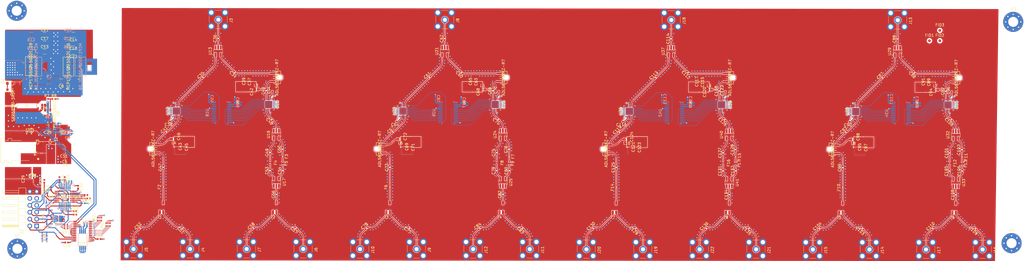
<source format=kicad_pcb>
(kicad_pcb (version 20171130) (host pcbnew 5.1.5-1.fc31)
  (title_block (date 2020-03-09))
  (layers (0 F.Cu signal) (1 PWR.Cu power hide) (2 GND.Cu power hide) (31 B.Cu signal) (34 B.Paste user) (35 F.Paste user) (36 B.SilkS user hide) (37 F.SilkS user hide) (38 B.Mask user) (39 F.Mask user) (44 Edge.Cuts user))
  (net 0 "")
  (net 1 GND)
  (net 2 "Net-(C6-Pad2)")
  (net 3 "Net-(C6-Pad1)")
  (net 4 "/Power Input & Regulation/5V5_SW")
  (net 5 +3V3)
  (net 6 "/Power Input & Regulation/+5V_CH0")
  (net 7 "/Power Input & Regulation/+5V_CH1")
  (net 8 "/Power Input & Regulation/+5V_CH2")
  (net 9 "/Power Input & Regulation/+5V_CH3")
  (net 10 "/Power Input & Regulation/Vin_unreg")
  (net 11 "Net-(C26-Pad1)")
  (net 12 "/Digitial I/O via PMOD/3V3_IN")
  (net 13 /RF_ch0/RX_IN)
  (net 14 "Net-(C34-Pad1)")
  (net 15 /RF_ch0/TX_OUT)
  (net 16 "Net-(C35-Pad1)")
  (net 17 "Net-(C36-Pad2)")
  (net 18 "Net-(C36-Pad1)")
  (net 19 "Net-(C40-Pad2)")
  (net 20 "Net-(C40-Pad1)")
  (net 21 "Net-(C41-Pad2)")
  (net 22 "Net-(C41-Pad1)")
  (net 23 "Net-(C47-Pad2)")
  (net 24 "Net-(C47-Pad1)")
  (net 25 "Net-(C48-Pad2)")
  (net 26 "Net-(C48-Pad1)")
  (net 27 "Net-(C49-Pad2)")
  (net 28 "Net-(C49-Pad1)")
  (net 29 "Net-(C50-Pad2)")
  (net 30 "Net-(C50-Pad1)")
  (net 31 "Net-(C51-Pad2)")
  (net 32 "Net-(C51-Pad1)")
  (net 33 "Net-(C52-Pad2)")
  (net 34 "Net-(C52-Pad1)")
  (net 35 "Net-(C53-Pad2)")
  (net 36 "Net-(C53-Pad1)")
  (net 37 "Net-(C54-Pad2)")
  (net 38 "Net-(C54-Pad1)")
  (net 39 "Net-(C56-Pad2)")
  (net 40 /RF_ch0/RX_FILTER_OUT)
  (net 41 "Net-(C57-Pad2)")
  (net 42 "Net-(C57-Pad1)")
  (net 43 "Net-(C58-Pad2)")
  (net 44 "Net-(C58-Pad1)")
  (net 45 /RF_ch1/RX_IN)
  (net 46 "Net-(C60-Pad1)")
  (net 47 /RF_ch1/TX_OUT)
  (net 48 "Net-(C61-Pad1)")
  (net 49 "Net-(C62-Pad2)")
  (net 50 "Net-(C62-Pad1)")
  (net 51 "Net-(C66-Pad2)")
  (net 52 "Net-(C66-Pad1)")
  (net 53 "Net-(C67-Pad2)")
  (net 54 "Net-(C67-Pad1)")
  (net 55 "Net-(C73-Pad2)")
  (net 56 "Net-(C73-Pad1)")
  (net 57 "Net-(C74-Pad2)")
  (net 58 "Net-(C74-Pad1)")
  (net 59 "Net-(C75-Pad2)")
  (net 60 "Net-(C75-Pad1)")
  (net 61 "Net-(C76-Pad2)")
  (net 62 "Net-(C76-Pad1)")
  (net 63 "Net-(C77-Pad2)")
  (net 64 "Net-(C77-Pad1)")
  (net 65 "Net-(C78-Pad2)")
  (net 66 "Net-(C78-Pad1)")
  (net 67 "Net-(C79-Pad2)")
  (net 68 "Net-(C79-Pad1)")
  (net 69 "Net-(C80-Pad2)")
  (net 70 "Net-(C80-Pad1)")
  (net 71 "Net-(C82-Pad2)")
  (net 72 /RF_ch1/RX_FILTER_OUT)
  (net 73 "Net-(C83-Pad2)")
  (net 74 "Net-(C83-Pad1)")
  (net 75 "Net-(C84-Pad2)")
  (net 76 "Net-(C84-Pad1)")
  (net 77 /RF_ch3/RX_IN)
  (net 78 "Net-(C86-Pad1)")
  (net 79 /RF_ch3/TX_OUT)
  (net 80 "Net-(C87-Pad1)")
  (net 81 "Net-(C88-Pad2)")
  (net 82 "Net-(C88-Pad1)")
  (net 83 "Net-(C92-Pad2)")
  (net 84 "Net-(C92-Pad1)")
  (net 85 "Net-(C93-Pad2)")
  (net 86 "Net-(C93-Pad1)")
  (net 87 "Net-(C99-Pad2)")
  (net 88 "Net-(C99-Pad1)")
  (net 89 "Net-(C100-Pad2)")
  (net 90 "Net-(C100-Pad1)")
  (net 91 "Net-(C101-Pad2)")
  (net 92 "Net-(C101-Pad1)")
  (net 93 "Net-(C102-Pad2)")
  (net 94 "Net-(C102-Pad1)")
  (net 95 "Net-(C103-Pad2)")
  (net 96 "Net-(C103-Pad1)")
  (net 97 "Net-(C104-Pad2)")
  (net 98 "Net-(C104-Pad1)")
  (net 99 "Net-(C105-Pad2)")
  (net 100 "Net-(C105-Pad1)")
  (net 101 "Net-(C106-Pad2)")
  (net 102 "Net-(C106-Pad1)")
  (net 103 "Net-(C108-Pad2)")
  (net 104 /RF_ch3/RX_FILTER_OUT)
  (net 105 "Net-(C109-Pad2)")
  (net 106 "Net-(C109-Pad1)")
  (net 107 "Net-(C110-Pad2)")
  (net 108 "Net-(C110-Pad1)")
  (net 109 /RF_ch2/RX_IN)
  (net 110 "Net-(C112-Pad1)")
  (net 111 /RF_ch2/TX_OUT)
  (net 112 "Net-(C113-Pad1)")
  (net 113 "Net-(C114-Pad2)")
  (net 114 "Net-(C114-Pad1)")
  (net 115 "Net-(C118-Pad2)")
  (net 116 "Net-(C118-Pad1)")
  (net 117 "Net-(C119-Pad2)")
  (net 118 "Net-(C119-Pad1)")
  (net 119 "Net-(C125-Pad2)")
  (net 120 "Net-(C125-Pad1)")
  (net 121 "Net-(C126-Pad2)")
  (net 122 "Net-(C126-Pad1)")
  (net 123 "Net-(C127-Pad2)")
  (net 124 "Net-(C127-Pad1)")
  (net 125 "Net-(C128-Pad2)")
  (net 126 "Net-(C128-Pad1)")
  (net 127 "Net-(C129-Pad2)")
  (net 128 "Net-(C129-Pad1)")
  (net 129 "Net-(C130-Pad2)")
  (net 130 "Net-(C130-Pad1)")
  (net 131 "Net-(C131-Pad2)")
  (net 132 "Net-(C131-Pad1)")
  (net 133 "Net-(C132-Pad2)")
  (net 134 "Net-(C132-Pad1)")
  (net 135 "Net-(C134-Pad2)")
  (net 136 /RF_ch2/RX_FILTER_OUT)
  (net 137 "Net-(C135-Pad2)")
  (net 138 "Net-(C135-Pad1)")
  (net 139 "Net-(C136-Pad2)")
  (net 140 "Net-(C136-Pad1)")
  (net 141 "Net-(DS1-Pad1)")
  (net 142 "Net-(F2-Pad1)")
  (net 143 "Net-(F3-Pad3)")
  (net 144 "Net-(F6-Pad1)")
  (net 145 "Net-(F7-Pad3)")
  (net 146 "Net-(F10-Pad1)")
  (net 147 "Net-(F11-Pad3)")
  (net 148 "Net-(F14-Pad1)")
  (net 149 "Net-(F15-Pad3)")
  (net 150 "/Digitial I/O via PMOD/~RX~_TX_SW3_PMOD")
  (net 151 "/Digitial I/O via PMOD/~RX~_TX_SW2_PMOD")
  (net 152 "/Digitial I/O via PMOD/~1ST~_2ND_NYQ_BAND_SEL")
  (net 153 "/Digitial I/O via PMOD/~RX~_TX_SW1_PMOD")
  (net 154 "/Digitial I/O via PMOD/I2C_SCL_PMOD")
  (net 155 "/Digitial I/O via PMOD/~RX~_TX_SW0_PMOD")
  (net 156 "/Digitial I/O via PMOD/I2C_SDA_PMOD")
  (net 157 "/Power Input & Regulation/sense12V_P")
  (net 158 "/Power Input & Regulation/sense12V_N")
  (net 159 "Net-(R10-Pad1)")
  (net 160 /RF_ch1/~RX~_TX_SW)
  (net 161 "/Digitial I/O via PMOD/~RX~_TX_SW1_INV")
  (net 162 /RF_ch0/~RX~_TX_SW)
  (net 163 "/Digitial I/O via PMOD/~RX~_TX_SW0_INV")
  (net 164 "/Digitial I/O via PMOD/~RX~_TX_SW2_INV")
  (net 165 "/Digitial I/O via PMOD/~RX~_TX_SW3_INV")
  (net 166 /RF_ch3/~RX~_TX_SW)
  (net 167 "Net-(R23-Pad2)")
  (net 168 /RF_ch0/~1ST_NYQ~_2ND_NYQ_SW_INV)
  (net 169 /RF_ch2/~RX~_TX_SW)
  (net 170 "Net-(R25-Pad2)")
  (net 171 /RF_ch0/~1ST_NYQ~_2ND_NYQ_SW)
  (net 172 "Net-(R26-Pad2)")
  (net 173 "Net-(R27-Pad2)")
  (net 174 "Net-(R28-Pad2)")
  (net 175 "Net-(R29-Pad2)")
  (net 176 /RF_ch1/I2C_SDA_ATTN)
  (net 177 /RF_ch0/I2C_SDA_ATTN)
  (net 178 /RF_ch1/I2C_SCL_ATTN)
  (net 179 /RF_ch0/I2C_SCL_ATTN)
  (net 180 /RF_ch3/I2C_SDA_ATTN)
  (net 181 /RF_ch2/I2C_SDA_ATTN)
  (net 182 /RF_ch3/I2C_SCL_ATTN)
  (net 183 /RF_ch2/I2C_SCL_ATTN)
  (net 184 "/Digitial I/O via PMOD/EEPROM_SDA")
  (net 185 "/Digitial I/O via PMOD/INA219_PWR_MON_SDA")
  (net 186 "/Digitial I/O via PMOD/EEPROM_SCL")
  (net 187 "/Digitial I/O via PMOD/INA219_PWR_MON_SCL")
  (net 188 /RF_ch0/C0.5_TX)
  (net 189 /RF_ch0/C1_TX)
  (net 190 /RF_ch0/C2_TX)
  (net 191 /RF_ch0/C4_TX)
  (net 192 /RF_ch0/C8_TX)
  (net 193 /RF_ch0/C16_TX)
  (net 194 /RF_ch0/LE_TX)
  (net 195 /RF_ch0/C0.25_TX)
  (net 196 /RF_ch0/C0.5_RX)
  (net 197 /RF_ch0/C1_RX)
  (net 198 /RF_ch0/C2_RX)
  (net 199 /RF_ch0/C4_RX)
  (net 200 /RF_ch0/C8_RX)
  (net 201 /RF_ch0/C16_RX)
  (net 202 /RF_ch0/LE_RX)
  (net 203 /RF_ch0/C0.25_RX)
  (net 204 "Net-(U18-Pad1)")
  (net 205 /RF_ch1/C0.5_TX)
  (net 206 /RF_ch1/C1_TX)
  (net 207 /RF_ch1/C2_TX)
  (net 208 /RF_ch1/C4_TX)
  (net 209 /RF_ch1/C8_TX)
  (net 210 /RF_ch1/C16_TX)
  (net 211 /RF_ch1/LE_TX)
  (net 212 /RF_ch1/C0.25_TX)
  (net 213 /RF_ch1/C0.5_RX)
  (net 214 /RF_ch1/C1_RX)
  (net 215 /RF_ch1/C2_RX)
  (net 216 /RF_ch1/C4_RX)
  (net 217 /RF_ch1/C8_RX)
  (net 218 /RF_ch1/C16_RX)
  (net 219 /RF_ch1/LE_RX)
  (net 220 /RF_ch1/C0.25_RX)
  (net 221 "Net-(U26-Pad1)")
  (net 222 /RF_ch3/C0.5_TX)
  (net 223 /RF_ch3/C1_TX)
  (net 224 /RF_ch3/C2_TX)
  (net 225 /RF_ch3/C4_TX)
  (net 226 /RF_ch3/C8_TX)
  (net 227 /RF_ch3/C16_TX)
  (net 228 /RF_ch3/LE_TX)
  (net 229 /RF_ch3/C0.25_TX)
  (net 230 /RF_ch3/C0.5_RX)
  (net 231 /RF_ch3/C1_RX)
  (net 232 /RF_ch3/C2_RX)
  (net 233 /RF_ch3/C4_RX)
  (net 234 /RF_ch3/C8_RX)
  (net 235 /RF_ch3/C16_RX)
  (net 236 /RF_ch3/LE_RX)
  (net 237 /RF_ch3/C0.25_RX)
  (net 238 "Net-(U34-Pad1)")
  (net 239 /RF_ch2/C0.5_TX)
  (net 240 /RF_ch2/C1_TX)
  (net 241 /RF_ch2/C2_TX)
  (net 242 /RF_ch2/C4_TX)
  (net 243 /RF_ch2/C8_TX)
  (net 244 /RF_ch2/C16_TX)
  (net 245 /RF_ch2/LE_TX)
  (net 246 /RF_ch2/C0.25_TX)
  (net 247 /RF_ch2/C0.5_RX)
  (net 248 /RF_ch2/C1_RX)
  (net 249 /RF_ch2/C2_RX)
  (net 250 /RF_ch2/C4_RX)
  (net 251 /RF_ch2/C8_RX)
  (net 252 /RF_ch2/C16_RX)
  (net 253 /RF_ch2/LE_RX)
  (net 254 /RF_ch2/C0.25_RX)
  (net 255 "Net-(U42-Pad1)")
  (net 256 "/Power Input & Regulation/PWR_RETURN")
  (net 257 "/Power Input & Regulation/PWR_IN_FUSED")
  (net 258 "/Power Input & Regulation/PWR_IN_CMC")
  (net 259 "/Power Input & Regulation/PWR_IN")
  (net 260 "/Power Input & Regulation/V_SW_NODE")
  (net 261 "/Power Input & Regulation/V_FB")
  (net 262 "Net-(R30-Pad1)")
  (net 263 "/Digitial I/O via PMOD/~RX~_TX_SW1_BUF")
  (net 264 "/Digitial I/O via PMOD/~RX~_TX_SW1_INV_BUF")
  (net 265 "/Digitial I/O via PMOD/~RX~_TX_SW0_BUF")
  (net 266 "/Digitial I/O via PMOD/~RX~_TX_SW0_INV_BUF")
  (net 267 "/Digitial I/O via PMOD/~RX~_TX_SW2_INV_BUF")
  (net 268 "/Digitial I/O via PMOD/~RX~_TX_SW3_INV_BUF")
  (net 269 "/Digitial I/O via PMOD/~RX~_TX_SW3_BUF")
  (net 270 "/Digitial I/O via PMOD/~RX~_TX_SW2_BUF")
  (module Resistor_SMD:R_0402_1005Metric (layer B.Cu) (at 51.308 137.287)
    (fp_text reference R30 (at 0 1.17) (layer B.SilkS) (effects (justify mirror)))
    (fp_text value 10k)
    (pad 1 smd roundrect (at -0.485 0) (size 0.59 0.64) (layers B.Cu B.Paste B.Mask) (net 262 "Net-(R30-Pad1)"))
    (pad 2 smd roundrect (at 0.485 0) (size 0.59 0.64) (layers B.Cu B.Paste B.Mask) (net 10 "/Power Input & Regulation/Vin_unreg"))
  )
  (module Connector_PinHeader_2.54mm:PinHeader_2x06_P2.54mm_Horizontal (layer F.Cu) (at 46.736 178.689 180)
    (fp_text reference J2 (at 5.655 -2.27) (layer F.SilkS))
    (fp_text value PPTC062LJBN-RC)
    (pad 1 thru_hole rect (at 0 0 180) (size 1.7 1.7) (drill 1) (layers *.Cu *.Mask) (net 156 "/Digitial I/O via PMOD/I2C_SDA_PMOD"))
    (pad 2 thru_hole oval (at 2.54 0 180) (size 1.7 1.7) (drill 1) (layers *.Cu *.Mask) (net 155 "/Digitial I/O via PMOD/~RX~_TX_SW0_PMOD"))
    (pad 3 thru_hole oval (at 0 2.54 180) (size 1.7 1.7) (drill 1) (layers *.Cu *.Mask) (net 154 "/Digitial I/O via PMOD/I2C_SCL_PMOD"))
    (pad 4 thru_hole oval (at 2.54 2.54 180) (size 1.7 1.7) (drill 1) (layers *.Cu *.Mask) (net 153 "/Digitial I/O via PMOD/~RX~_TX_SW1_PMOD"))
    (pad 5 thru_hole oval (at 0 5.08 180) (size 1.7 1.7) (drill 1) (layers *.Cu *.Mask) (net 152 "/Digitial I/O via PMOD/~1ST~_2ND_NYQ_BAND_SEL"))
    (pad 6 thru_hole oval (at 2.54 5.08 180) (size 1.7 1.7) (drill 1) (layers *.Cu *.Mask) (net 151 "/Digitial I/O via PMOD/~RX~_TX_SW2_PMOD"))
    (pad 7 thru_hole oval (at 0 7.62 180) (size 1.7 1.7) (drill 1) (layers *.Cu *.Mask) (net 1 GND))
    (pad 8 thru_hole oval (at 2.54 7.62 180) (size 1.7 1.7) (drill 1) (layers *.Cu *.Mask) (net 150 "/Digitial I/O via PMOD/~RX~_TX_SW3_PMOD"))
    (pad 9 thru_hole oval (at 0 10.16 180) (size 1.7 1.7) (drill 1) (layers *.Cu *.Mask) (net 1 GND))
    (pad 10 thru_hole oval (at 2.54 10.16 180) (size 1.7 1.7) (drill 1) (layers *.Cu *.Mask) (net 1 GND))
    (pad 11 thru_hole oval (at 0 12.7 180) (size 1.7 1.7) (drill 1) (layers *.Cu *.Mask) (net 12 "/Digitial I/O via PMOD/3V3_IN"))
    (pad 12 thru_hole oval (at 2.54 12.7 180) (size 1.7 1.7) (drill 1) (layers *.Cu *.Mask) (net 12 "/Digitial I/O via PMOD/3V3_IN"))
  )
  (module MountingHole:MountingHole_3.7mm_Pad_Via (layer F.Cu) (at 405.638 185.039)
    (fp_text reference H4 (at 0 -4.7) (layer F.SilkS))
    (fp_text value MountingHole_Pad)
    (pad 1 thru_hole circle (at 0 0) (size 7.4 7.4) (drill 3.7) (layers *.Cu *.Mask) (net 1 GND))
    (pad 1 thru_hole circle (at 2.775 0) (size 0.8 0.8) (drill 0.5) (layers *.Cu *.Mask) (net 1 GND))
    (pad 1 thru_hole circle (at 1.962221 1.962221) (size 0.8 0.8) (drill 0.5) (layers *.Cu *.Mask) (net 1 GND))
    (pad 1 thru_hole circle (at 0 2.775) (size 0.8 0.8) (drill 0.5) (layers *.Cu *.Mask) (net 1 GND))
    (pad 1 thru_hole circle (at -1.962221 1.962221) (size 0.8 0.8) (drill 0.5) (layers *.Cu *.Mask) (net 1 GND))
    (pad 1 thru_hole circle (at -2.775 0) (size 0.8 0.8) (drill 0.5) (layers *.Cu *.Mask) (net 1 GND))
    (pad 1 thru_hole circle (at -1.962221 -1.962221) (size 0.8 0.8) (drill 0.5) (layers *.Cu *.Mask) (net 1 GND))
    (pad 1 thru_hole circle (at 0 -2.775) (size 0.8 0.8) (drill 0.5) (layers *.Cu *.Mask) (net 1 GND))
    (pad 1 thru_hole circle (at 1.962221 -1.962221) (size 0.8 0.8) (drill 0.5) (layers *.Cu *.Mask) (net 1 GND))
  )
  (module MountingHole:MountingHole_3.7mm_Pad_Via (layer F.Cu) (at 406.246 103.411)
    (fp_text reference H3 (at 0 -4.7) (layer F.SilkS))
    (fp_text value MountingHole_Pad)
    (pad 1 thru_hole circle (at 0 0) (size 7.4 7.4) (drill 3.7) (layers *.Cu *.Mask) (net 1 GND))
    (pad 1 thru_hole circle (at 2.775 0) (size 0.8 0.8) (drill 0.5) (layers *.Cu *.Mask) (net 1 GND))
    (pad 1 thru_hole circle (at 1.962221 1.962221) (size 0.8 0.8) (drill 0.5) (layers *.Cu *.Mask) (net 1 GND))
    (pad 1 thru_hole circle (at 0 2.775) (size 0.8 0.8) (drill 0.5) (layers *.Cu *.Mask) (net 1 GND))
    (pad 1 thru_hole circle (at -1.962221 1.962221) (size 0.8 0.8) (drill 0.5) (layers *.Cu *.Mask) (net 1 GND))
    (pad 1 thru_hole circle (at -2.775 0) (size 0.8 0.8) (drill 0.5) (layers *.Cu *.Mask) (net 1 GND))
    (pad 1 thru_hole circle (at -1.962221 -1.962221) (size 0.8 0.8) (drill 0.5) (layers *.Cu *.Mask) (net 1 GND))
    (pad 1 thru_hole circle (at 0 -2.775) (size 0.8 0.8) (drill 0.5) (layers *.Cu *.Mask) (net 1 GND))
    (pad 1 thru_hole circle (at 1.962221 -1.962221) (size 0.8 0.8) (drill 0.5) (layers *.Cu *.Mask) (net 1 GND))
  )
  (module MountingHole:MountingHole_3.7mm_Pad_Via (layer F.Cu) (at 39.37 99.314)
    (fp_text reference H2 (at 0 -4.7) (layer F.SilkS))
    (fp_text value MountingHole_Pad)
    (pad 1 thru_hole circle (at 0 0) (size 7.4 7.4) (drill 3.7) (layers *.Cu *.Mask) (net 1 GND))
    (pad 1 thru_hole circle (at 2.775 0) (size 0.8 0.8) (drill 0.5) (layers *.Cu *.Mask) (net 1 GND))
    (pad 1 thru_hole circle (at 1.962221 1.962221) (size 0.8 0.8) (drill 0.5) (layers *.Cu *.Mask) (net 1 GND))
    (pad 1 thru_hole circle (at 0 2.775) (size 0.8 0.8) (drill 0.5) (layers *.Cu *.Mask) (net 1 GND))
    (pad 1 thru_hole circle (at -1.962221 1.962221) (size 0.8 0.8) (drill 0.5) (layers *.Cu *.Mask) (net 1 GND))
    (pad 1 thru_hole circle (at -2.775 0) (size 0.8 0.8) (drill 0.5) (layers *.Cu *.Mask) (net 1 GND))
    (pad 1 thru_hole circle (at -1.962221 -1.962221) (size 0.8 0.8) (drill 0.5) (layers *.Cu *.Mask) (net 1 GND))
    (pad 1 thru_hole circle (at 0 -2.775) (size 0.8 0.8) (drill 0.5) (layers *.Cu *.Mask) (net 1 GND))
    (pad 1 thru_hole circle (at 1.962221 -1.962221) (size 0.8 0.8) (drill 0.5) (layers *.Cu *.Mask) (net 1 GND))
  )
  (module MountingHole:MountingHole_3.7mm_Pad_Via (layer F.Cu) (at 39.624 187.071)
    (fp_text reference H1 (at 0 -4.7) (layer F.SilkS))
    (fp_text value MountingHole_Pad)
    (pad 1 thru_hole circle (at 0 0) (size 7.4 7.4) (drill 3.7) (layers *.Cu *.Mask) (net 1 GND))
    (pad 1 thru_hole circle (at 2.775 0) (size 0.8 0.8) (drill 0.5) (layers *.Cu *.Mask) (net 1 GND))
    (pad 1 thru_hole circle (at 1.962221 1.962221) (size 0.8 0.8) (drill 0.5) (layers *.Cu *.Mask) (net 1 GND))
    (pad 1 thru_hole circle (at 0 2.775) (size 0.8 0.8) (drill 0.5) (layers *.Cu *.Mask) (net 1 GND))
    (pad 1 thru_hole circle (at -1.962221 1.962221) (size 0.8 0.8) (drill 0.5) (layers *.Cu *.Mask) (net 1 GND))
    (pad 1 thru_hole circle (at -2.775 0) (size 0.8 0.8) (drill 0.5) (layers *.Cu *.Mask) (net 1 GND))
    (pad 1 thru_hole circle (at -1.962221 -1.962221) (size 0.8 0.8) (drill 0.5) (layers *.Cu *.Mask) (net 1 GND))
    (pad 1 thru_hole circle (at 0 -2.775) (size 0.8 0.8) (drill 0.5) (layers *.Cu *.Mask) (net 1 GND))
    (pad 1 thru_hole circle (at 1.962221 -1.962221) (size 0.8 0.8) (drill 0.5) (layers *.Cu *.Mask) (net 1 GND))
  )
  (module Fiducial:Fiducial_1mm_Mask2mm (layer F.Cu) (at 379.222 106.553)
    (fp_text reference FID3 (at 0 -2) (layer F.SilkS))
    (fp_text value Fiducial)
    (pad "" smd circle (at 0 0) (size 1 1) (layers F.Cu F.Mask) (clearance 0.5))
  )
  (module Fiducial:Fiducial_1mm_Mask2mm (layer F.Cu) (at 379.222 110.363)
    (fp_text reference FID2 (at 0 -2) (layer F.SilkS))
    (fp_text value Fiducial)
    (pad "" smd circle (at 0 0) (size 1 1) (layers F.Cu F.Mask) (clearance 0.5))
  )
  (module Fiducial:Fiducial_1mm_Mask2mm (layer F.Cu) (at 375.412 110.363)
    (fp_text reference FID1 (at 0 -2) (layer F.SilkS))
    (fp_text value Fiducial)
    (pad "" smd circle (at 0 0) (size 1 1) (layers F.Cu F.Mask) (clearance 0.5))
  )
  (module digikey-footprints:TSSOP-24_W4.40mm (layer B.Cu) (at 281.559 136.9568 270)
    (fp_text reference U42 (at 0.03 5.26 270) (layer B.SilkS) (effects (justify mirror)))
    (fp_text value PCAL6416APW)
    (pad 24 smd rect (at -3.575 2.8 270) (size 0.3 1.6) (layers B.Cu B.Paste B.Mask) (net 5 +3V3))
    (pad 23 smd rect (at -2.925 2.8 270) (size 0.3 1.6) (layers B.Cu B.Paste B.Mask) (net 181 /RF_ch2/I2C_SDA_ATTN))
    (pad 22 smd rect (at -2.275 2.8 270) (size 0.3 1.6) (layers B.Cu B.Paste B.Mask) (net 183 /RF_ch2/I2C_SCL_ATTN))
    (pad 21 smd rect (at -1.625 2.8 270) (size 0.3 1.6) (layers B.Cu B.Paste B.Mask) (net 1 GND))
    (pad 20 smd rect (at -0.975 2.8 270) (size 0.3 1.6) (layers B.Cu B.Paste B.Mask) (net 244 /RF_ch2/C16_TX))
    (pad 19 smd rect (at -0.325 2.8 270) (size 0.3 1.6) (layers B.Cu B.Paste B.Mask) (net 243 /RF_ch2/C8_TX))
    (pad 18 smd rect (at 0.325 2.8 270) (size 0.3 1.6) (layers B.Cu B.Paste B.Mask) (net 242 /RF_ch2/C4_TX))
    (pad 17 smd rect (at 0.975 2.8 270) (size 0.3 1.6) (layers B.Cu B.Paste B.Mask) (net 241 /RF_ch2/C2_TX))
    (pad 16 smd rect (at 1.625 2.8 270) (size 0.3 1.6) (layers B.Cu B.Paste B.Mask) (net 240 /RF_ch2/C1_TX))
    (pad 15 smd rect (at 2.275 2.8 270) (size 0.3 1.6) (layers B.Cu B.Paste B.Mask) (net 239 /RF_ch2/C0.5_TX))
    (pad 14 smd rect (at 2.925 2.8 270) (size 0.3 1.6) (layers B.Cu B.Paste B.Mask) (net 246 /RF_ch2/C0.25_TX))
    (pad 13 smd rect (at 3.575 2.8 270) (size 0.3 1.6) (layers B.Cu B.Paste B.Mask) (net 245 /RF_ch2/LE_TX))
    (pad 12 smd rect (at 3.575 -2.8 270) (size 0.3 1.6) (layers B.Cu B.Paste B.Mask) (net 1 GND))
    (pad 11 smd rect (at 2.925 -2.8 270) (size 0.3 1.6) (layers B.Cu B.Paste B.Mask) (net 252 /RF_ch2/C16_RX))
    (pad 10 smd rect (at 2.275 -2.8 270) (size 0.3 1.6) (layers B.Cu B.Paste B.Mask) (net 251 /RF_ch2/C8_RX))
    (pad 9 smd rect (at 1.625 -2.8 270) (size 0.3 1.6) (layers B.Cu B.Paste B.Mask) (net 250 /RF_ch2/C4_RX))
    (pad 8 smd rect (at 0.975 -2.8 270) (size 0.3 1.6) (layers B.Cu B.Paste B.Mask) (net 249 /RF_ch2/C2_RX))
    (pad 7 smd rect (at 0.325 -2.8 270) (size 0.3 1.6) (layers B.Cu B.Paste B.Mask) (net 248 /RF_ch2/C1_RX))
    (pad 6 smd rect (at -0.325 -2.8 270) (size 0.3 1.6) (layers B.Cu B.Paste B.Mask) (net 247 /RF_ch2/C0.5_RX))
    (pad 5 smd rect (at -0.975 -2.8 270) (size 0.3 1.6) (layers B.Cu B.Paste B.Mask) (net 254 /RF_ch2/C0.25_RX))
    (pad 4 smd rect (at -1.625 -2.8 270) (size 0.3 1.6) (layers B.Cu B.Paste B.Mask) (net 253 /RF_ch2/LE_RX))
    (pad 3 smd rect (at -2.275 -2.8 270) (size 0.3 1.6) (layers B.Cu B.Paste B.Mask) (net 175 "Net-(R29-Pad2)"))
    (pad 2 smd rect (at -2.925 -2.8 270) (size 0.3 1.6) (layers B.Cu B.Paste B.Mask) (net 5 +3V3))
    (pad 1 smd rect (at -3.575 -2.8 270) (size 0.3 1.6) (layers B.Cu B.Paste B.Mask) (net 255 "Net-(U42-Pad1)"))
  )
  (module Package_TO_SOT_SMD:SOT-23-6_Handsoldering (layer F.Cu) (at 301.7266 162.6616 270)
    (fp_text reference U41 (at 0 -2.9 90) (layer F.SilkS))
    (fp_text value HMC544AETR)
    (pad 5 smd rect (at 1.35 0 270) (size 1.56 0.65) (layers F.Cu F.Paste F.Mask) (net 135 "Net-(C134-Pad2)"))
    (pad 6 smd rect (at 1.35 -0.95 270) (size 1.56 0.65) (layers F.Cu F.Paste F.Mask) (net 171 /RF_ch0/~1ST_NYQ~_2ND_NYQ_SW))
    (pad 4 smd rect (at 1.35 0.95 270) (size 1.56 0.65) (layers F.Cu F.Paste F.Mask) (net 168 /RF_ch0/~1ST_NYQ~_2ND_NYQ_SW_INV))
    (pad 3 smd rect (at -1.35 0.95 270) (size 1.56 0.65) (layers F.Cu F.Paste F.Mask) (net 132 "Net-(C131-Pad1)"))
    (pad 2 smd rect (at -1.35 0 270) (size 1.56 0.65) (layers F.Cu F.Paste F.Mask) (net 1 GND))
    (pad 1 smd rect (at -1.35 -0.95 270) (size 1.56 0.65) (layers F.Cu F.Paste F.Mask) (net 134 "Net-(C132-Pad1)"))
  )
  (module Package_TO_SOT_SMD:SOT-23-6_Handsoldering (layer F.Cu) (at 301.7266 145.034 90)
    (fp_text reference U40 (at 0 -2.9 90) (layer F.SilkS))
    (fp_text value HMC544AETR)
    (pad 1 smd rect (at -1.35 -0.95 90) (size 1.56 0.65) (layers F.Cu F.Paste F.Mask) (net 123 "Net-(C127-Pad2)"))
    (pad 2 smd rect (at -1.35 0 90) (size 1.56 0.65) (layers F.Cu F.Paste F.Mask) (net 1 GND))
    (pad 3 smd rect (at -1.35 0.95 90) (size 1.56 0.65) (layers F.Cu F.Paste F.Mask) (net 125 "Net-(C128-Pad2)"))
    (pad 4 smd rect (at 1.35 0.95 90) (size 1.56 0.65) (layers F.Cu F.Paste F.Mask) (net 171 /RF_ch0/~1ST_NYQ~_2ND_NYQ_SW))
    (pad 6 smd rect (at 1.35 -0.95 90) (size 1.56 0.65) (layers F.Cu F.Paste F.Mask) (net 168 /RF_ch0/~1ST_NYQ~_2ND_NYQ_SW_INV))
    (pad 5 smd rect (at 1.35 0 90) (size 1.56 0.65) (layers F.Cu F.Paste F.Mask) (net 122 "Net-(C126-Pad1)"))
  )
  (module Package_DFN_QFN:QFN-24-1EP_4x4mm_P0.5mm_EP2.7x2.7mm (layer F.Cu) (at 298.831 133.985 270)
    (fp_text reference U39 (at 0 -3.32 90) (layer F.SilkS))
    (fp_text value PE43711)
    (pad 25 smd roundrect (at 0 0 270) (size 2.7 2.7) (layers F.Cu F.Mask) (roundrect_rratio 0.09259299999999999))
    (pad 1 smd roundrect (at -1.9625 -1.25 270) (size 0.825 0.25) (layers F.Cu F.Paste F.Mask) (net 254 /RF_ch2/C0.25_RX))
    (pad 2 smd roundrect (at -1.9625 -0.75 270) (size 0.825 0.25) (layers F.Cu F.Paste F.Mask) (net 5 +3V3))
    (pad 3 smd roundrect (at -1.9625 -0.25 270) (size 0.825 0.25) (layers F.Cu F.Paste F.Mask) (net 1 GND))
    (pad 4 smd roundrect (at -1.9625 0.25 270) (size 0.825 0.25) (layers F.Cu F.Paste F.Mask) (net 1 GND))
    (pad 5 smd roundrect (at -1.9625 0.75 270) (size 0.825 0.25) (layers F.Cu F.Paste F.Mask) (net 116 "Net-(C118-Pad1)"))
    (pad 6 smd roundrect (at -1.9625 1.25 270) (size 0.825 0.25) (layers F.Cu F.Paste F.Mask) (net 1 GND))
    (pad 7 smd roundrect (at -1.25 1.9625 270) (size 0.25 0.825) (layers F.Cu F.Paste F.Mask) (net 1 GND))
    (pad 8 smd roundrect (at -0.75 1.9625 270) (size 0.25 0.825) (layers F.Cu F.Paste F.Mask) (net 1 GND))
    (pad 9 smd roundrect (at -0.25 1.9625 270) (size 0.25 0.825) (layers F.Cu F.Paste F.Mask) (net 1 GND))
    (pad 10 smd roundrect (at 0.25 1.9625 270) (size 0.25 0.825) (layers F.Cu F.Paste F.Mask) (net 1 GND))
    (pad 11 smd roundrect (at 0.75 1.9625 270) (size 0.25 0.825) (layers F.Cu F.Paste F.Mask) (net 1 GND))
    (pad 12 smd roundrect (at 1.25 1.9625 270) (size 0.25 0.825) (layers F.Cu F.Paste F.Mask) (net 1 GND))
    (pad 13 smd roundrect (at 1.9625 1.25 270) (size 0.825 0.25) (layers F.Cu F.Paste F.Mask) (net 1 GND))
    (pad 14 smd roundrect (at 1.9625 0.75 270) (size 0.825 0.25) (layers F.Cu F.Paste F.Mask) (net 121 "Net-(C126-Pad2)"))
    (pad 15 smd roundrect (at 1.9625 0.25 270) (size 0.825 0.25) (layers F.Cu F.Paste F.Mask) (net 1 GND))
    (pad 16 smd roundrect (at 1.9625 -0.25 270) (size 0.825 0.25) (layers F.Cu F.Paste F.Mask) (net 253 /RF_ch2/LE_RX))
    (pad 17 smd roundrect (at 1.9625 -0.75 270) (size 0.825 0.25) (layers F.Cu F.Paste F.Mask) (net 1 GND))
    (pad 18 smd roundrect (at 1.9625 -1.25 270) (size 0.825 0.25) (layers F.Cu F.Paste F.Mask) (net 1 GND))
    (pad 19 smd roundrect (at 1.25 -1.9625 270) (size 0.25 0.825) (layers F.Cu F.Paste F.Mask) (net 252 /RF_ch2/C16_RX))
    (pad 20 smd roundrect (at 0.75 -1.9625 270) (size 0.25 0.825) (layers F.Cu F.Paste F.Mask) (net 251 /RF_ch2/C8_RX))
    (pad 21 smd roundrect (at 0.25 -1.9625 270) (size 0.25 0.825) (layers F.Cu F.Paste F.Mask) (net 250 /RF_ch2/C4_RX))
    (pad 22 smd roundrect (at -0.25 -1.9625 270) (size 0.25 0.825) (layers F.Cu F.Paste F.Mask) (net 249 /RF_ch2/C2_RX))
    (pad 23 smd roundrect (at -0.75 -1.9625 270) (size 0.25 0.825) (layers F.Cu F.Paste F.Mask) (net 248 /RF_ch2/C1_RX))
    (pad 24 smd roundrect (at -1.25 -1.9625 270) (size 0.25 0.825) (layers F.Cu F.Paste F.Mask) (net 247 /RF_ch2/C0.5_RX))
  )
  (module footprints:ADL5611ARKZ-R7 (layer F.Cu) (at 256.3622 150.3426 90)
    (fp_text reference U38 (at 0 0 90) (layer F.SilkS))
    (fp_text value ADL5611ARKZ-R7 (at 0 0 90) (layer F.SilkS))
    (fp_line (start 0.3048 1.3208) (end -0.3048 1.3208) (layer F.Cu) (width 0.1524))
    (fp_line (start 0.3048 0.3937) (end 0.3048 1.3208) (layer F.Cu) (width 0.1524))
    (fp_line (start 1.0287 -0.3302) (end 0.3048 0.3937) (layer F.Cu) (width 0.1524))
    (fp_line (start 1.0287 -1.64465) (end 1.0287 -0.3302) (layer F.Cu) (width 0.1524))
    (fp_line (start 0.52705 -2.1463) (end 1.0287 -1.64465) (layer F.Cu) (width 0.1524))
    (fp_line (start -0.52705 -2.1463) (end 0.52705 -2.1463) (layer F.Cu) (width 0.1524))
    (fp_line (start -1.0287 -1.64465) (end -0.52705 -2.1463) (layer F.Cu) (width 0.1524))
    (fp_line (start -1.0287 -0.3302) (end -1.0287 -1.64465) (layer F.Cu) (width 0.1524))
    (fp_line (start -0.3048 0.3937) (end -1.0287 -0.3302) (layer F.Cu) (width 0.1524))
    (fp_line (start -0.3048 1.3208) (end -0.3048 0.3937) (layer F.Cu) (width 0.1524))
    (fp_text user * (at 0 0 90) (layer F.SilkS))
    (pad 3 smd rect (at 1.5 1.524 90) (size 0.6096 1.905) (layers F.Cu F.Paste F.Mask) (net 118 "Net-(C119-Pad1)"))
    (pad 2 smd rect (at 0 1.524 90) (size 0.6096 1.905) (layers F.Cu F.Paste F.Mask) (net 1 GND))
    (pad 1 smd rect (at -1.5 1.524 90) (size 0.6096 2.0574) (layers F.Cu F.Paste F.Mask) (net 119 "Net-(C125-Pad2)"))
  )
  (module Package_TO_SOT_SMD:SOT-23-6_Handsoldering (layer F.Cu) (at 280.289 114.2746 90)
    (fp_text reference U37 (at 0 -2.9 90) (layer F.SilkS))
    (fp_text value HMC544AETR)
    (pad 5 smd rect (at 1.35 0 90) (size 1.56 0.65) (layers F.Cu F.Paste F.Mask) (net 114 "Net-(C114-Pad1)"))
    (pad 6 smd rect (at 1.35 -0.95 90) (size 1.56 0.65) (layers F.Cu F.Paste F.Mask) (net 169 /RF_ch2/~RX~_TX_SW))
    (pad 4 smd rect (at 1.35 0.95 90) (size 1.56 0.65) (layers F.Cu F.Paste F.Mask) (net 164 "/Digitial I/O via PMOD/~RX~_TX_SW2_INV"))
    (pad 3 smd rect (at -1.35 0.95 90) (size 1.56 0.65) (layers F.Cu F.Paste F.Mask) (net 109 /RF_ch2/RX_IN))
    (pad 2 smd rect (at -1.35 0 90) (size 1.56 0.65) (layers F.Cu F.Paste F.Mask) (net 1 GND))
    (pad 1 smd rect (at -1.35 -0.95 90) (size 1.56 0.65) (layers F.Cu F.Paste F.Mask) (net 111 /RF_ch2/TX_OUT))
  )
  (module Package_DFN_QFN:QFN-24-1EP_4x4mm_P0.5mm_EP2.7x2.7mm (layer F.Cu) (at 264.9601 136.3726 90)
    (fp_text reference U36 (at 0 -3.32 90) (layer F.SilkS))
    (fp_text value PE43711)
    (pad 25 smd roundrect (at 0 0 90) (size 2.7 2.7) (layers F.Cu F.Mask) (roundrect_rratio 0.09259299999999999))
    (pad 1 smd roundrect (at -1.9625 -1.25 90) (size 0.825 0.25) (layers F.Cu F.Paste F.Mask) (net 246 /RF_ch2/C0.25_TX))
    (pad 2 smd roundrect (at -1.9625 -0.75 90) (size 0.825 0.25) (layers F.Cu F.Paste F.Mask) (net 5 +3V3))
    (pad 3 smd roundrect (at -1.9625 -0.25 90) (size 0.825 0.25) (layers F.Cu F.Paste F.Mask) (net 1 GND))
    (pad 4 smd roundrect (at -1.9625 0.25 90) (size 0.825 0.25) (layers F.Cu F.Paste F.Mask) (net 1 GND))
    (pad 5 smd roundrect (at -1.9625 0.75 90) (size 0.825 0.25) (layers F.Cu F.Paste F.Mask) (net 117 "Net-(C119-Pad2)"))
    (pad 6 smd roundrect (at -1.9625 1.25 90) (size 0.825 0.25) (layers F.Cu F.Paste F.Mask) (net 1 GND))
    (pad 7 smd roundrect (at -1.25 1.9625 90) (size 0.25 0.825) (layers F.Cu F.Paste F.Mask) (net 1 GND))
    (pad 8 smd roundrect (at -0.75 1.9625 90) (size 0.25 0.825) (layers F.Cu F.Paste F.Mask) (net 1 GND))
    (pad 9 smd roundrect (at -0.25 1.9625 90) (size 0.25 0.825) (layers F.Cu F.Paste F.Mask) (net 1 GND))
    (pad 10 smd roundrect (at 0.25 1.9625 90) (size 0.25 0.825) (layers F.Cu F.Paste F.Mask) (net 1 GND))
    (pad 11 smd roundrect (at 0.75 1.9625 90) (size 0.25 0.825) (layers F.Cu F.Paste F.Mask) (net 1 GND))
    (pad 12 smd roundrect (at 1.25 1.9625 90) (size 0.25 0.825) (layers F.Cu F.Paste F.Mask) (net 1 GND))
    (pad 13 smd roundrect (at 1.9625 1.25 90) (size 0.825 0.25) (layers F.Cu F.Paste F.Mask) (net 1 GND))
    (pad 14 smd roundrect (at 1.9625 0.75 90) (size 0.825 0.25) (layers F.Cu F.Paste F.Mask) (net 112 "Net-(C113-Pad1)"))
    (pad 15 smd roundrect (at 1.9625 0.25 90) (size 0.825 0.25) (layers F.Cu F.Paste F.Mask) (net 1 GND))
    (pad 16 smd roundrect (at 1.9625 -0.25 90) (size 0.825 0.25) (layers F.Cu F.Paste F.Mask) (net 245 /RF_ch2/LE_TX))
    (pad 17 smd roundrect (at 1.9625 -0.75 90) (size 0.825 0.25) (layers F.Cu F.Paste F.Mask) (net 1 GND))
    (pad 18 smd roundrect (at 1.9625 -1.25 90) (size 0.825 0.25) (layers F.Cu F.Paste F.Mask) (net 1 GND))
    (pad 19 smd roundrect (at 1.25 -1.9625 90) (size 0.25 0.825) (layers F.Cu F.Paste F.Mask) (net 244 /RF_ch2/C16_TX))
    (pad 20 smd roundrect (at 0.75 -1.9625 90) (size 0.25 0.825) (layers F.Cu F.Paste F.Mask) (net 243 /RF_ch2/C8_TX))
    (pad 21 smd roundrect (at 0.25 -1.9625 90) (size 0.25 0.825) (layers F.Cu F.Paste F.Mask) (net 242 /RF_ch2/C4_TX))
    (pad 22 smd roundrect (at -0.25 -1.9625 90) (size 0.25 0.825) (layers F.Cu F.Paste F.Mask) (net 241 /RF_ch2/C2_TX))
    (pad 23 smd roundrect (at -0.75 -1.9625 90) (size 0.25 0.825) (layers F.Cu F.Paste F.Mask) (net 240 /RF_ch2/C1_TX))
    (pad 24 smd roundrect (at -1.25 -1.9625 90) (size 0.25 0.825) (layers F.Cu F.Paste F.Mask) (net 239 /RF_ch2/C0.5_TX))
  )
  (module footprints:ADL5611ARKZ-R7 (layer F.Cu) (at 301.9552 123.9901 270)
    (fp_text reference U35 (at 0 0 90) (layer F.SilkS))
    (fp_text value ADL5611ARKZ-R7 (at 0 0 90) (layer F.SilkS))
    (fp_line (start 0.3048 1.3208) (end -0.3048 1.3208) (layer F.Cu) (width 0.1524))
    (fp_line (start 0.3048 0.3937) (end 0.3048 1.3208) (layer F.Cu) (width 0.1524))
    (fp_line (start 1.0287 -0.3302) (end 0.3048 0.3937) (layer F.Cu) (width 0.1524))
    (fp_line (start 1.0287 -1.64465) (end 1.0287 -0.3302) (layer F.Cu) (width 0.1524))
    (fp_line (start 0.52705 -2.1463) (end 1.0287 -1.64465) (layer F.Cu) (width 0.1524))
    (fp_line (start -0.52705 -2.1463) (end 0.52705 -2.1463) (layer F.Cu) (width 0.1524))
    (fp_line (start -1.0287 -1.64465) (end -0.52705 -2.1463) (layer F.Cu) (width 0.1524))
    (fp_line (start -1.0287 -0.3302) (end -1.0287 -1.64465) (layer F.Cu) (width 0.1524))
    (fp_line (start -0.3048 0.3937) (end -1.0287 -0.3302) (layer F.Cu) (width 0.1524))
    (fp_line (start -0.3048 1.3208) (end -0.3048 0.3937) (layer F.Cu) (width 0.1524))
    (fp_text user * (at 0 0 90) (layer F.SilkS))
    (pad 3 smd rect (at 1.5 1.524 270) (size 0.6096 1.905) (layers F.Cu F.Paste F.Mask) (net 115 "Net-(C118-Pad2)"))
    (pad 2 smd rect (at 0 1.524 270) (size 0.6096 1.905) (layers F.Cu F.Paste F.Mask) (net 1 GND))
    (pad 1 smd rect (at -1.5 1.524 270) (size 0.6096 2.0574) (layers F.Cu F.Paste F.Mask) (net 110 "Net-(C112-Pad1)"))
  )
  (module digikey-footprints:TSSOP-24_W4.40mm (layer B.Cu) (at 364.9277 137.0183 270)
    (fp_text reference U34 (at 0.03 5.26 90) (layer B.SilkS) (effects (justify mirror)))
    (fp_text value PCAL6416APW)
    (pad 1 smd rect (at -3.575 -2.8 270) (size 0.3 1.6) (layers B.Cu B.Paste B.Mask) (net 238 "Net-(U34-Pad1)"))
    (pad 2 smd rect (at -2.925 -2.8 270) (size 0.3 1.6) (layers B.Cu B.Paste B.Mask) (net 5 +3V3))
    (pad 3 smd rect (at -2.275 -2.8 270) (size 0.3 1.6) (layers B.Cu B.Paste B.Mask) (net 174 "Net-(R28-Pad2)"))
    (pad 4 smd rect (at -1.625 -2.8 270) (size 0.3 1.6) (layers B.Cu B.Paste B.Mask) (net 236 /RF_ch3/LE_RX))
    (pad 5 smd rect (at -0.975 -2.8 270) (size 0.3 1.6) (layers B.Cu B.Paste B.Mask) (net 237 /RF_ch3/C0.25_RX))
    (pad 6 smd rect (at -0.325 -2.8 270) (size 0.3 1.6) (layers B.Cu B.Paste B.Mask) (net 230 /RF_ch3/C0.5_RX))
    (pad 7 smd rect (at 0.325 -2.8 270) (size 0.3 1.6) (layers B.Cu B.Paste B.Mask) (net 231 /RF_ch3/C1_RX))
    (pad 8 smd rect (at 0.975 -2.8 270) (size 0.3 1.6) (layers B.Cu B.Paste B.Mask) (net 232 /RF_ch3/C2_RX))
    (pad 9 smd rect (at 1.625 -2.8 270) (size 0.3 1.6) (layers B.Cu B.Paste B.Mask) (net 233 /RF_ch3/C4_RX))
    (pad 10 smd rect (at 2.275 -2.8 270) (size 0.3 1.6) (layers B.Cu B.Paste B.Mask) (net 234 /RF_ch3/C8_RX))
    (pad 11 smd rect (at 2.925 -2.8 270) (size 0.3 1.6) (layers B.Cu B.Paste B.Mask) (net 235 /RF_ch3/C16_RX))
    (pad 12 smd rect (at 3.575 -2.8 270) (size 0.3 1.6) (layers B.Cu B.Paste B.Mask) (net 1 GND))
    (pad 13 smd rect (at 3.575 2.8 270) (size 0.3 1.6) (layers B.Cu B.Paste B.Mask) (net 228 /RF_ch3/LE_TX))
    (pad 14 smd rect (at 2.925 2.8 270) (size 0.3 1.6) (layers B.Cu B.Paste B.Mask) (net 229 /RF_ch3/C0.25_TX))
    (pad 15 smd rect (at 2.275 2.8 270) (size 0.3 1.6) (layers B.Cu B.Paste B.Mask) (net 222 /RF_ch3/C0.5_TX))
    (pad 16 smd rect (at 1.625 2.8 270) (size 0.3 1.6) (layers B.Cu B.Paste B.Mask) (net 223 /RF_ch3/C1_TX))
    (pad 17 smd rect (at 0.975 2.8 270) (size 0.3 1.6) (layers B.Cu B.Paste B.Mask) (net 224 /RF_ch3/C2_TX))
    (pad 18 smd rect (at 0.325 2.8 270) (size 0.3 1.6) (layers B.Cu B.Paste B.Mask) (net 225 /RF_ch3/C4_TX))
    (pad 19 smd rect (at -0.325 2.8 270) (size 0.3 1.6) (layers B.Cu B.Paste B.Mask) (net 226 /RF_ch3/C8_TX))
    (pad 20 smd rect (at -0.975 2.8 270) (size 0.3 1.6) (layers B.Cu B.Paste B.Mask) (net 227 /RF_ch3/C16_TX))
    (pad 21 smd rect (at -1.625 2.8 270) (size 0.3 1.6) (layers B.Cu B.Paste B.Mask) (net 1 GND))
    (pad 22 smd rect (at -2.275 2.8 270) (size 0.3 1.6) (layers B.Cu B.Paste B.Mask) (net 182 /RF_ch3/I2C_SCL_ATTN))
    (pad 23 smd rect (at -2.925 2.8 270) (size 0.3 1.6) (layers B.Cu B.Paste B.Mask) (net 180 /RF_ch3/I2C_SDA_ATTN))
    (pad 24 smd rect (at -3.575 2.8 270) (size 0.3 1.6) (layers B.Cu B.Paste B.Mask) (net 5 +3V3))
  )
  (module Package_TO_SOT_SMD:SOT-23-6_Handsoldering (layer F.Cu) (at 385.0953 162.7231 270)
    (fp_text reference U33 (at 0 -2.9 270) (layer F.SilkS))
    (fp_text value HMC544AETR)
    (pad 5 smd rect (at 1.35 0 270) (size 1.56 0.65) (layers F.Cu F.Paste F.Mask) (net 103 "Net-(C108-Pad2)"))
    (pad 6 smd rect (at 1.35 -0.95 270) (size 1.56 0.65) (layers F.Cu F.Paste F.Mask) (net 171 /RF_ch0/~1ST_NYQ~_2ND_NYQ_SW))
    (pad 4 smd rect (at 1.35 0.95 270) (size 1.56 0.65) (layers F.Cu F.Paste F.Mask) (net 168 /RF_ch0/~1ST_NYQ~_2ND_NYQ_SW_INV))
    (pad 3 smd rect (at -1.35 0.95 270) (size 1.56 0.65) (layers F.Cu F.Paste F.Mask) (net 100 "Net-(C105-Pad1)"))
    (pad 2 smd rect (at -1.35 0 270) (size 1.56 0.65) (layers F.Cu F.Paste F.Mask) (net 1 GND))
    (pad 1 smd rect (at -1.35 -0.95 270) (size 1.56 0.65) (layers F.Cu F.Paste F.Mask) (net 102 "Net-(C106-Pad1)"))
  )
  (module Package_TO_SOT_SMD:SOT-23-6_Handsoldering (layer F.Cu) (at 385.0953 145.0955 90)
    (fp_text reference U32 (at 0 -2.9 270) (layer F.SilkS))
    (fp_text value HMC544AETR)
    (pad 1 smd rect (at -1.35 -0.95 90) (size 1.56 0.65) (layers F.Cu F.Paste F.Mask) (net 91 "Net-(C101-Pad2)"))
    (pad 2 smd rect (at -1.35 0 90) (size 1.56 0.65) (layers F.Cu F.Paste F.Mask) (net 1 GND))
    (pad 3 smd rect (at -1.35 0.95 90) (size 1.56 0.65) (layers F.Cu F.Paste F.Mask) (net 93 "Net-(C102-Pad2)"))
    (pad 4 smd rect (at 1.35 0.95 90) (size 1.56 0.65) (layers F.Cu F.Paste F.Mask) (net 171 /RF_ch0/~1ST_NYQ~_2ND_NYQ_SW))
    (pad 6 smd rect (at 1.35 -0.95 90) (size 1.56 0.65) (layers F.Cu F.Paste F.Mask) (net 168 /RF_ch0/~1ST_NYQ~_2ND_NYQ_SW_INV))
    (pad 5 smd rect (at 1.35 0 90) (size 1.56 0.65) (layers F.Cu F.Paste F.Mask) (net 90 "Net-(C100-Pad1)"))
  )
  (module Package_DFN_QFN:QFN-24-1EP_4x4mm_P0.5mm_EP2.7x2.7mm (layer F.Cu) (at 382.1997 134.0465 270)
    (fp_text reference U31 (at 0 -3.32 270) (layer F.SilkS))
    (fp_text value PE43711)
    (pad 25 smd roundrect (at 0 0 270) (size 2.7 2.7) (layers F.Cu F.Mask) (roundrect_rratio 0.09259299999999999))
    (pad 1 smd roundrect (at -1.9625 -1.25 270) (size 0.825 0.25) (layers F.Cu F.Paste F.Mask) (net 237 /RF_ch3/C0.25_RX))
    (pad 2 smd roundrect (at -1.9625 -0.75 270) (size 0.825 0.25) (layers F.Cu F.Paste F.Mask) (net 5 +3V3))
    (pad 3 smd roundrect (at -1.9625 -0.25 270) (size 0.825 0.25) (layers F.Cu F.Paste F.Mask) (net 1 GND))
    (pad 4 smd roundrect (at -1.9625 0.25 270) (size 0.825 0.25) (layers F.Cu F.Paste F.Mask) (net 1 GND))
    (pad 5 smd roundrect (at -1.9625 0.75 270) (size 0.825 0.25) (layers F.Cu F.Paste F.Mask) (net 84 "Net-(C92-Pad1)"))
    (pad 6 smd roundrect (at -1.9625 1.25 270) (size 0.825 0.25) (layers F.Cu F.Paste F.Mask) (net 1 GND))
    (pad 7 smd roundrect (at -1.25 1.9625 270) (size 0.25 0.825) (layers F.Cu F.Paste F.Mask) (net 1 GND))
    (pad 8 smd roundrect (at -0.75 1.9625 270) (size 0.25 0.825) (layers F.Cu F.Paste F.Mask) (net 1 GND))
    (pad 9 smd roundrect (at -0.25 1.9625 270) (size 0.25 0.825) (layers F.Cu F.Paste F.Mask) (net 1 GND))
    (pad 10 smd roundrect (at 0.25 1.9625 270) (size 0.25 0.825) (layers F.Cu F.Paste F.Mask) (net 1 GND))
    (pad 11 smd roundrect (at 0.75 1.9625 270) (size 0.25 0.825) (layers F.Cu F.Paste F.Mask) (net 1 GND))
    (pad 12 smd roundrect (at 1.25 1.9625 270) (size 0.25 0.825) (layers F.Cu F.Paste F.Mask) (net 1 GND))
    (pad 13 smd roundrect (at 1.9625 1.25 270) (size 0.825 0.25) (layers F.Cu F.Paste F.Mask) (net 1 GND))
    (pad 14 smd roundrect (at 1.9625 0.75 270) (size 0.825 0.25) (layers F.Cu F.Paste F.Mask) (net 89 "Net-(C100-Pad2)"))
    (pad 15 smd roundrect (at 1.9625 0.25 270) (size 0.825 0.25) (layers F.Cu F.Paste F.Mask) (net 1 GND))
    (pad 16 smd roundrect (at 1.9625 -0.25 270) (size 0.825 0.25) (layers F.Cu F.Paste F.Mask) (net 236 /RF_ch3/LE_RX))
    (pad 17 smd roundrect (at 1.9625 -0.75 270) (size 0.825 0.25) (layers F.Cu F.Paste F.Mask) (net 1 GND))
    (pad 18 smd roundrect (at 1.9625 -1.25 270) (size 0.825 0.25) (layers F.Cu F.Paste F.Mask) (net 1 GND))
    (pad 19 smd roundrect (at 1.25 -1.9625 270) (size 0.25 0.825) (layers F.Cu F.Paste F.Mask) (net 235 /RF_ch3/C16_RX))
    (pad 20 smd roundrect (at 0.75 -1.9625 270) (size 0.25 0.825) (layers F.Cu F.Paste F.Mask) (net 234 /RF_ch3/C8_RX))
    (pad 21 smd roundrect (at 0.25 -1.9625 270) (size 0.25 0.825) (layers F.Cu F.Paste F.Mask) (net 233 /RF_ch3/C4_RX))
    (pad 22 smd roundrect (at -0.25 -1.9625 270) (size 0.25 0.825) (layers F.Cu F.Paste F.Mask) (net 232 /RF_ch3/C2_RX))
    (pad 23 smd roundrect (at -0.75 -1.9625 270) (size 0.25 0.825) (layers F.Cu F.Paste F.Mask) (net 231 /RF_ch3/C1_RX))
    (pad 24 smd roundrect (at -1.25 -1.9625 270) (size 0.25 0.825) (layers F.Cu F.Paste F.Mask) (net 230 /RF_ch3/C0.5_RX))
  )
  (module footprints:ADL5611ARKZ-R7 (layer F.Cu) (at 339.7309 150.4041 90)
    (fp_text reference U30 (at 0 0 270) (layer F.SilkS))
    (fp_text value ADL5611ARKZ-R7 (at 0 0 270) (layer F.SilkS))
    (fp_line (start 0.3048 1.3208) (end -0.3048 1.3208) (layer F.Cu) (width 0.1524))
    (fp_line (start 0.3048 0.3937) (end 0.3048 1.3208) (layer F.Cu) (width 0.1524))
    (fp_line (start 1.0287 -0.3302) (end 0.3048 0.3937) (layer F.Cu) (width 0.1524))
    (fp_line (start 1.0287 -1.64465) (end 1.0287 -0.3302) (layer F.Cu) (width 0.1524))
    (fp_line (start 0.52705 -2.1463) (end 1.0287 -1.64465) (layer F.Cu) (width 0.1524))
    (fp_line (start -0.52705 -2.1463) (end 0.52705 -2.1463) (layer F.Cu) (width 0.1524))
    (fp_line (start -1.0287 -1.64465) (end -0.52705 -2.1463) (layer F.Cu) (width 0.1524))
    (fp_line (start -1.0287 -0.3302) (end -1.0287 -1.64465) (layer F.Cu) (width 0.1524))
    (fp_line (start -0.3048 0.3937) (end -1.0287 -0.3302) (layer F.Cu) (width 0.1524))
    (fp_line (start -0.3048 1.3208) (end -0.3048 0.3937) (layer F.Cu) (width 0.1524))
    (fp_text user * (at 0 0 270) (layer F.SilkS))
    (pad 3 smd rect (at 1.5 1.524 90) (size 0.6096 1.905) (layers F.Cu F.Paste F.Mask) (net 86 "Net-(C93-Pad1)"))
    (pad 2 smd rect (at 0 1.524 90) (size 0.6096 1.905) (layers F.Cu F.Paste F.Mask) (net 1 GND))
    (pad 1 smd rect (at -1.5 1.524 90) (size 0.6096 2.0574) (layers F.Cu F.Paste F.Mask) (net 87 "Net-(C99-Pad2)"))
  )
  (module Package_TO_SOT_SMD:SOT-23-6_Handsoldering (layer F.Cu) (at 363.6577 114.3361 90)
    (fp_text reference U29 (at 0 -2.9 270) (layer F.SilkS))
    (fp_text value HMC544AETR)
    (pad 5 smd rect (at 1.35 0 90) (size 1.56 0.65) (layers F.Cu F.Paste F.Mask) (net 82 "Net-(C88-Pad1)"))
    (pad 6 smd rect (at 1.35 -0.95 90) (size 1.56 0.65) (layers F.Cu F.Paste F.Mask) (net 166 /RF_ch3/~RX~_TX_SW))
    (pad 4 smd rect (at 1.35 0.95 90) (size 1.56 0.65) (layers F.Cu F.Paste F.Mask) (net 165 "/Digitial I/O via PMOD/~RX~_TX_SW3_INV"))
    (pad 3 smd rect (at -1.35 0.95 90) (size 1.56 0.65) (layers F.Cu F.Paste F.Mask) (net 77 /RF_ch3/RX_IN))
    (pad 2 smd rect (at -1.35 0 90) (size 1.56 0.65) (layers F.Cu F.Paste F.Mask) (net 1 GND))
    (pad 1 smd rect (at -1.35 -0.95 90) (size 1.56 0.65) (layers F.Cu F.Paste F.Mask) (net 79 /RF_ch3/TX_OUT))
  )
  (module Package_DFN_QFN:QFN-24-1EP_4x4mm_P0.5mm_EP2.7x2.7mm (layer F.Cu) (at 348.3288 136.4341 90)
    (fp_text reference U28 (at 0 -3.32 270) (layer F.SilkS))
    (fp_text value PE43711)
    (pad 25 smd roundrect (at 0 0 90) (size 2.7 2.7) (layers F.Cu F.Mask) (roundrect_rratio 0.09259299999999999))
    (pad 1 smd roundrect (at -1.9625 -1.25 90) (size 0.825 0.25) (layers F.Cu F.Paste F.Mask) (net 229 /RF_ch3/C0.25_TX))
    (pad 2 smd roundrect (at -1.9625 -0.75 90) (size 0.825 0.25) (layers F.Cu F.Paste F.Mask) (net 5 +3V3))
    (pad 3 smd roundrect (at -1.9625 -0.25 90) (size 0.825 0.25) (layers F.Cu F.Paste F.Mask) (net 1 GND))
    (pad 4 smd roundrect (at -1.9625 0.25 90) (size 0.825 0.25) (layers F.Cu F.Paste F.Mask) (net 1 GND))
    (pad 5 smd roundrect (at -1.9625 0.75 90) (size 0.825 0.25) (layers F.Cu F.Paste F.Mask) (net 85 "Net-(C93-Pad2)"))
    (pad 6 smd roundrect (at -1.9625 1.25 90) (size 0.825 0.25) (layers F.Cu F.Paste F.Mask) (net 1 GND))
    (pad 7 smd roundrect (at -1.25 1.9625 90) (size 0.25 0.825) (layers F.Cu F.Paste F.Mask) (net 1 GND))
    (pad 8 smd roundrect (at -0.75 1.9625 90) (size 0.25 0.825) (layers F.Cu F.Paste F.Mask) (net 1 GND))
    (pad 9 smd roundrect (at -0.25 1.9625 90) (size 0.25 0.825) (layers F.Cu F.Paste F.Mask) (net 1 GND))
    (pad 10 smd roundrect (at 0.25 1.9625 90) (size 0.25 0.825) (layers F.Cu F.Paste F.Mask) (net 1 GND))
    (pad 11 smd roundrect (at 0.75 1.9625 90) (size 0.25 0.825) (layers F.Cu F.Paste F.Mask) (net 1 GND))
    (pad 12 smd roundrect (at 1.25 1.9625 90) (size 0.25 0.825) (layers F.Cu F.Paste F.Mask) (net 1 GND))
    (pad 13 smd roundrect (at 1.9625 1.25 90) (size 0.825 0.25) (layers F.Cu F.Paste F.Mask) (net 1 GND))
    (pad 14 smd roundrect (at 1.9625 0.75 90) (size 0.825 0.25) (layers F.Cu F.Paste F.Mask) (net 80 "Net-(C87-Pad1)"))
    (pad 15 smd roundrect (at 1.9625 0.25 90) (size 0.825 0.25) (layers F.Cu F.Paste F.Mask) (net 1 GND))
    (pad 16 smd roundrect (at 1.9625 -0.25 90) (size 0.825 0.25) (layers F.Cu F.Paste F.Mask) (net 228 /RF_ch3/LE_TX))
    (pad 17 smd roundrect (at 1.9625 -0.75 90) (size 0.825 0.25) (layers F.Cu F.Paste F.Mask) (net 1 GND))
    (pad 18 smd roundrect (at 1.9625 -1.25 90) (size 0.825 0.25) (layers F.Cu F.Paste F.Mask) (net 1 GND))
    (pad 19 smd roundrect (at 1.25 -1.9625 90) (size 0.25 0.825) (layers F.Cu F.Paste F.Mask) (net 227 /RF_ch3/C16_TX))
    (pad 20 smd roundrect (at 0.75 -1.9625 90) (size 0.25 0.825) (layers F.Cu F.Paste F.Mask) (net 226 /RF_ch3/C8_TX))
    (pad 21 smd roundrect (at 0.25 -1.9625 90) (size 0.25 0.825) (layers F.Cu F.Paste F.Mask) (net 225 /RF_ch3/C4_TX))
    (pad 22 smd roundrect (at -0.25 -1.9625 90) (size 0.25 0.825) (layers F.Cu F.Paste F.Mask) (net 224 /RF_ch3/C2_TX))
    (pad 23 smd roundrect (at -0.75 -1.9625 90) (size 0.25 0.825) (layers F.Cu F.Paste F.Mask) (net 223 /RF_ch3/C1_TX))
    (pad 24 smd roundrect (at -1.25 -1.9625 90) (size 0.25 0.825) (layers F.Cu F.Paste F.Mask) (net 222 /RF_ch3/C0.5_TX))
  )
  (module footprints:ADL5611ARKZ-R7 (layer F.Cu) (at 385.3239 124.0516 270)
    (fp_text reference U27 (at 0 0 270) (layer F.SilkS))
    (fp_text value ADL5611ARKZ-R7 (at 0 0 270) (layer F.SilkS))
    (fp_line (start 0.3048 1.3208) (end -0.3048 1.3208) (layer F.Cu) (width 0.1524))
    (fp_line (start 0.3048 0.3937) (end 0.3048 1.3208) (layer F.Cu) (width 0.1524))
    (fp_line (start 1.0287 -0.3302) (end 0.3048 0.3937) (layer F.Cu) (width 0.1524))
    (fp_line (start 1.0287 -1.64465) (end 1.0287 -0.3302) (layer F.Cu) (width 0.1524))
    (fp_line (start 0.52705 -2.1463) (end 1.0287 -1.64465) (layer F.Cu) (width 0.1524))
    (fp_line (start -0.52705 -2.1463) (end 0.52705 -2.1463) (layer F.Cu) (width 0.1524))
    (fp_line (start -1.0287 -1.64465) (end -0.52705 -2.1463) (layer F.Cu) (width 0.1524))
    (fp_line (start -1.0287 -0.3302) (end -1.0287 -1.64465) (layer F.Cu) (width 0.1524))
    (fp_line (start -0.3048 0.3937) (end -1.0287 -0.3302) (layer F.Cu) (width 0.1524))
    (fp_line (start -0.3048 1.3208) (end -0.3048 0.3937) (layer F.Cu) (width 0.1524))
    (fp_text user * (at 0 0 270) (layer F.SilkS))
    (pad 3 smd rect (at 1.5 1.524 270) (size 0.6096 1.905) (layers F.Cu F.Paste F.Mask) (net 83 "Net-(C92-Pad2)"))
    (pad 2 smd rect (at 0 1.524 270) (size 0.6096 1.905) (layers F.Cu F.Paste F.Mask) (net 1 GND))
    (pad 1 smd rect (at -1.5 1.524 270) (size 0.6096 2.0574) (layers F.Cu F.Paste F.Mask) (net 78 "Net-(C86-Pad1)"))
  )
  (module digikey-footprints:TSSOP-24_W4.40mm (layer B.Cu) (at 198.2037 136.8853 270)
    (fp_text reference U26 (at 0.03 5.26 90) (layer B.SilkS) (effects (justify mirror)))
    (fp_text value PCAL6416APW)
    (pad 24 smd rect (at -3.575 2.8 270) (size 0.3 1.6) (layers B.Cu B.Paste B.Mask) (net 5 +3V3))
    (pad 23 smd rect (at -2.925 2.8 270) (size 0.3 1.6) (layers B.Cu B.Paste B.Mask) (net 176 /RF_ch1/I2C_SDA_ATTN))
    (pad 22 smd rect (at -2.275 2.8 270) (size 0.3 1.6) (layers B.Cu B.Paste B.Mask) (net 178 /RF_ch1/I2C_SCL_ATTN))
    (pad 21 smd rect (at -1.625 2.8 270) (size 0.3 1.6) (layers B.Cu B.Paste B.Mask) (net 1 GND))
    (pad 20 smd rect (at -0.975 2.8 270) (size 0.3 1.6) (layers B.Cu B.Paste B.Mask) (net 210 /RF_ch1/C16_TX))
    (pad 19 smd rect (at -0.325 2.8 270) (size 0.3 1.6) (layers B.Cu B.Paste B.Mask) (net 209 /RF_ch1/C8_TX))
    (pad 18 smd rect (at 0.325 2.8 270) (size 0.3 1.6) (layers B.Cu B.Paste B.Mask) (net 208 /RF_ch1/C4_TX))
    (pad 17 smd rect (at 0.975 2.8 270) (size 0.3 1.6) (layers B.Cu B.Paste B.Mask) (net 207 /RF_ch1/C2_TX))
    (pad 16 smd rect (at 1.625 2.8 270) (size 0.3 1.6) (layers B.Cu B.Paste B.Mask) (net 206 /RF_ch1/C1_TX))
    (pad 15 smd rect (at 2.275 2.8 270) (size 0.3 1.6) (layers B.Cu B.Paste B.Mask) (net 205 /RF_ch1/C0.5_TX))
    (pad 14 smd rect (at 2.925 2.8 270) (size 0.3 1.6) (layers B.Cu B.Paste B.Mask) (net 212 /RF_ch1/C0.25_TX))
    (pad 13 smd rect (at 3.575 2.8 270) (size 0.3 1.6) (layers B.Cu B.Paste B.Mask) (net 211 /RF_ch1/LE_TX))
    (pad 12 smd rect (at 3.575 -2.8 270) (size 0.3 1.6) (layers B.Cu B.Paste B.Mask) (net 1 GND))
    (pad 11 smd rect (at 2.925 -2.8 270) (size 0.3 1.6) (layers B.Cu B.Paste B.Mask) (net 218 /RF_ch1/C16_RX))
    (pad 10 smd rect (at 2.275 -2.8 270) (size 0.3 1.6) (layers B.Cu B.Paste B.Mask) (net 217 /RF_ch1/C8_RX))
    (pad 9 smd rect (at 1.625 -2.8 270) (size 0.3 1.6) (layers B.Cu B.Paste B.Mask) (net 216 /RF_ch1/C4_RX))
    (pad 8 smd rect (at 0.975 -2.8 270) (size 0.3 1.6) (layers B.Cu B.Paste B.Mask) (net 215 /RF_ch1/C2_RX))
    (pad 7 smd rect (at 0.325 -2.8 270) (size 0.3 1.6) (layers B.Cu B.Paste B.Mask) (net 214 /RF_ch1/C1_RX))
    (pad 6 smd rect (at -0.325 -2.8 270) (size 0.3 1.6) (layers B.Cu B.Paste B.Mask) (net 213 /RF_ch1/C0.5_RX))
    (pad 5 smd rect (at -0.975 -2.8 270) (size 0.3 1.6) (layers B.Cu B.Paste B.Mask) (net 220 /RF_ch1/C0.25_RX))
    (pad 4 smd rect (at -1.625 -2.8 270) (size 0.3 1.6) (layers B.Cu B.Paste B.Mask) (net 219 /RF_ch1/LE_RX))
    (pad 3 smd rect (at -2.275 -2.8 270) (size 0.3 1.6) (layers B.Cu B.Paste B.Mask) (net 173 "Net-(R27-Pad2)"))
    (pad 2 smd rect (at -2.925 -2.8 270) (size 0.3 1.6) (layers B.Cu B.Paste B.Mask) (net 5 +3V3))
    (pad 1 smd rect (at -3.575 -2.8 270) (size 0.3 1.6) (layers B.Cu B.Paste B.Mask) (net 221 "Net-(U26-Pad1)"))
  )
  (module Package_TO_SOT_SMD:SOT-23-6_Handsoldering (layer F.Cu) (at 218.3713 162.5901 270)
    (fp_text reference U25 (at 0 -2.9 270) (layer F.SilkS))
    (fp_text value HMC544AETR)
    (pad 5 smd rect (at 1.35 0 270) (size 1.56 0.65) (layers F.Cu F.Paste F.Mask) (net 71 "Net-(C82-Pad2)"))
    (pad 6 smd rect (at 1.35 -0.95 270) (size 1.56 0.65) (layers F.Cu F.Paste F.Mask) (net 171 /RF_ch0/~1ST_NYQ~_2ND_NYQ_SW))
    (pad 4 smd rect (at 1.35 0.95 270) (size 1.56 0.65) (layers F.Cu F.Paste F.Mask) (net 168 /RF_ch0/~1ST_NYQ~_2ND_NYQ_SW_INV))
    (pad 3 smd rect (at -1.35 0.95 270) (size 1.56 0.65) (layers F.Cu F.Paste F.Mask) (net 68 "Net-(C79-Pad1)"))
    (pad 2 smd rect (at -1.35 0 270) (size 1.56 0.65) (layers F.Cu F.Paste F.Mask) (net 1 GND))
    (pad 1 smd rect (at -1.35 -0.95 270) (size 1.56 0.65) (layers F.Cu F.Paste F.Mask) (net 70 "Net-(C80-Pad1)"))
  )
  (module Package_TO_SOT_SMD:SOT-23-6_Handsoldering (layer F.Cu) (at 218.3713 144.9625 90)
    (fp_text reference U24 (at 0 -2.9 270) (layer F.SilkS))
    (fp_text value HMC544AETR)
    (pad 1 smd rect (at -1.35 -0.95 90) (size 1.56 0.65) (layers F.Cu F.Paste F.Mask) (net 59 "Net-(C75-Pad2)"))
    (pad 2 smd rect (at -1.35 0 90) (size 1.56 0.65) (layers F.Cu F.Paste F.Mask) (net 1 GND))
    (pad 3 smd rect (at -1.35 0.95 90) (size 1.56 0.65) (layers F.Cu F.Paste F.Mask) (net 61 "Net-(C76-Pad2)"))
    (pad 4 smd rect (at 1.35 0.95 90) (size 1.56 0.65) (layers F.Cu F.Paste F.Mask) (net 171 /RF_ch0/~1ST_NYQ~_2ND_NYQ_SW))
    (pad 6 smd rect (at 1.35 -0.95 90) (size 1.56 0.65) (layers F.Cu F.Paste F.Mask) (net 168 /RF_ch0/~1ST_NYQ~_2ND_NYQ_SW_INV))
    (pad 5 smd rect (at 1.35 0 90) (size 1.56 0.65) (layers F.Cu F.Paste F.Mask) (net 58 "Net-(C74-Pad1)"))
  )
  (module Package_DFN_QFN:QFN-24-1EP_4x4mm_P0.5mm_EP2.7x2.7mm (layer F.Cu) (at 215.4757 133.9135 270)
    (fp_text reference U23 (at 0 -3.32 270) (layer F.SilkS))
    (fp_text value PE43711)
    (pad 25 smd roundrect (at 0 0 270) (size 2.7 2.7) (layers F.Cu F.Mask) (roundrect_rratio 0.09259299999999999))
    (pad 1 smd roundrect (at -1.9625 -1.25 270) (size 0.825 0.25) (layers F.Cu F.Paste F.Mask) (net 220 /RF_ch1/C0.25_RX))
    (pad 2 smd roundrect (at -1.9625 -0.75 270) (size 0.825 0.25) (layers F.Cu F.Paste F.Mask) (net 5 +3V3))
    (pad 3 smd roundrect (at -1.9625 -0.25 270) (size 0.825 0.25) (layers F.Cu F.Paste F.Mask) (net 1 GND))
    (pad 4 smd roundrect (at -1.9625 0.25 270) (size 0.825 0.25) (layers F.Cu F.Paste F.Mask) (net 1 GND))
    (pad 5 smd roundrect (at -1.9625 0.75 270) (size 0.825 0.25) (layers F.Cu F.Paste F.Mask) (net 52 "Net-(C66-Pad1)"))
    (pad 6 smd roundrect (at -1.9625 1.25 270) (size 0.825 0.25) (layers F.Cu F.Paste F.Mask) (net 1 GND))
    (pad 7 smd roundrect (at -1.25 1.9625 270) (size 0.25 0.825) (layers F.Cu F.Paste F.Mask) (net 1 GND))
    (pad 8 smd roundrect (at -0.75 1.9625 270) (size 0.25 0.825) (layers F.Cu F.Paste F.Mask) (net 1 GND))
    (pad 9 smd roundrect (at -0.25 1.9625 270) (size 0.25 0.825) (layers F.Cu F.Paste F.Mask) (net 1 GND))
    (pad 10 smd roundrect (at 0.25 1.9625 270) (size 0.25 0.825) (layers F.Cu F.Paste F.Mask) (net 1 GND))
    (pad 11 smd roundrect (at 0.75 1.9625 270) (size 0.25 0.825) (layers F.Cu F.Paste F.Mask) (net 1 GND))
    (pad 12 smd roundrect (at 1.25 1.9625 270) (size 0.25 0.825) (layers F.Cu F.Paste F.Mask) (net 1 GND))
    (pad 13 smd roundrect (at 1.9625 1.25 270) (size 0.825 0.25) (layers F.Cu F.Paste F.Mask) (net 1 GND))
    (pad 14 smd roundrect (at 1.9625 0.75 270) (size 0.825 0.25) (layers F.Cu F.Paste F.Mask) (net 57 "Net-(C74-Pad2)"))
    (pad 15 smd roundrect (at 1.9625 0.25 270) (size 0.825 0.25) (layers F.Cu F.Paste F.Mask) (net 1 GND))
    (pad 16 smd roundrect (at 1.9625 -0.25 270) (size 0.825 0.25) (layers F.Cu F.Paste F.Mask) (net 219 /RF_ch1/LE_RX))
    (pad 17 smd roundrect (at 1.9625 -0.75 270) (size 0.825 0.25) (layers F.Cu F.Paste F.Mask) (net 1 GND))
    (pad 18 smd roundrect (at 1.9625 -1.25 270) (size 0.825 0.25) (layers F.Cu F.Paste F.Mask) (net 1 GND))
    (pad 19 smd roundrect (at 1.25 -1.9625 270) (size 0.25 0.825) (layers F.Cu F.Paste F.Mask) (net 218 /RF_ch1/C16_RX))
    (pad 20 smd roundrect (at 0.75 -1.9625 270) (size 0.25 0.825) (layers F.Cu F.Paste F.Mask) (net 217 /RF_ch1/C8_RX))
    (pad 21 smd roundrect (at 0.25 -1.9625 270) (size 0.25 0.825) (layers F.Cu F.Paste F.Mask) (net 216 /RF_ch1/C4_RX))
    (pad 22 smd roundrect (at -0.25 -1.9625 270) (size 0.25 0.825) (layers F.Cu F.Paste F.Mask) (net 215 /RF_ch1/C2_RX))
    (pad 23 smd roundrect (at -0.75 -1.9625 270) (size 0.25 0.825) (layers F.Cu F.Paste F.Mask) (net 214 /RF_ch1/C1_RX))
    (pad 24 smd roundrect (at -1.25 -1.9625 270) (size 0.25 0.825) (layers F.Cu F.Paste F.Mask) (net 213 /RF_ch1/C0.5_RX))
  )
  (module footprints:ADL5611ARKZ-R7 (layer F.Cu) (at 173.0069 150.2711 90)
    (fp_text reference U22 (at 0 0 270) (layer F.SilkS))
    (fp_text value ADL5611ARKZ-R7 (at 0 0 270) (layer F.SilkS))
    (fp_line (start 0.3048 1.3208) (end -0.3048 1.3208) (layer F.Cu) (width 0.1524))
    (fp_line (start 0.3048 0.3937) (end 0.3048 1.3208) (layer F.Cu) (width 0.1524))
    (fp_line (start 1.0287 -0.3302) (end 0.3048 0.3937) (layer F.Cu) (width 0.1524))
    (fp_line (start 1.0287 -1.64465) (end 1.0287 -0.3302) (layer F.Cu) (width 0.1524))
    (fp_line (start 0.52705 -2.1463) (end 1.0287 -1.64465) (layer F.Cu) (width 0.1524))
    (fp_line (start -0.52705 -2.1463) (end 0.52705 -2.1463) (layer F.Cu) (width 0.1524))
    (fp_line (start -1.0287 -1.64465) (end -0.52705 -2.1463) (layer F.Cu) (width 0.1524))
    (fp_line (start -1.0287 -0.3302) (end -1.0287 -1.64465) (layer F.Cu) (width 0.1524))
    (fp_line (start -0.3048 0.3937) (end -1.0287 -0.3302) (layer F.Cu) (width 0.1524))
    (fp_line (start -0.3048 1.3208) (end -0.3048 0.3937) (layer F.Cu) (width 0.1524))
    (fp_text user * (at 0 0 270) (layer F.SilkS))
    (pad 3 smd rect (at 1.5 1.524 90) (size 0.6096 1.905) (layers F.Cu F.Paste F.Mask) (net 54 "Net-(C67-Pad1)"))
    (pad 2 smd rect (at 0 1.524 90) (size 0.6096 1.905) (layers F.Cu F.Paste F.Mask) (net 1 GND))
    (pad 1 smd rect (at -1.5 1.524 90) (size 0.6096 2.0574) (layers F.Cu F.Paste F.Mask) (net 55 "Net-(C73-Pad2)"))
  )
  (module Package_TO_SOT_SMD:SOT-23-6_Handsoldering (layer F.Cu) (at 196.9337 114.2031 90)
    (fp_text reference U21 (at 0 -2.9 270) (layer F.SilkS))
    (fp_text value HMC544AETR)
    (pad 5 smd rect (at 1.35 0 90) (size 1.56 0.65) (layers F.Cu F.Paste F.Mask) (net 50 "Net-(C62-Pad1)"))
    (pad 6 smd rect (at 1.35 -0.95 90) (size 1.56 0.65) (layers F.Cu F.Paste F.Mask) (net 160 /RF_ch1/~RX~_TX_SW))
    (pad 4 smd rect (at 1.35 0.95 90) (size 1.56 0.65) (layers F.Cu F.Paste F.Mask) (net 161 "/Digitial I/O via PMOD/~RX~_TX_SW1_INV"))
    (pad 3 smd rect (at -1.35 0.95 90) (size 1.56 0.65) (layers F.Cu F.Paste F.Mask) (net 45 /RF_ch1/RX_IN))
    (pad 2 smd rect (at -1.35 0 90) (size 1.56 0.65) (layers F.Cu F.Paste F.Mask) (net 1 GND))
    (pad 1 smd rect (at -1.35 -0.95 90) (size 1.56 0.65) (layers F.Cu F.Paste F.Mask) (net 47 /RF_ch1/TX_OUT))
  )
  (module Package_DFN_QFN:QFN-24-1EP_4x4mm_P0.5mm_EP2.7x2.7mm (layer F.Cu) (at 181.6048 136.3011 90)
    (fp_text reference U20 (at 0 -3.32 270) (layer F.SilkS))
    (fp_text value PE43711)
    (pad 25 smd roundrect (at 0 0 90) (size 2.7 2.7) (layers F.Cu F.Mask) (roundrect_rratio 0.09259299999999999))
    (pad 1 smd roundrect (at -1.9625 -1.25 90) (size 0.825 0.25) (layers F.Cu F.Paste F.Mask) (net 212 /RF_ch1/C0.25_TX))
    (pad 2 smd roundrect (at -1.9625 -0.75 90) (size 0.825 0.25) (layers F.Cu F.Paste F.Mask) (net 5 +3V3))
    (pad 3 smd roundrect (at -1.9625 -0.25 90) (size 0.825 0.25) (layers F.Cu F.Paste F.Mask) (net 1 GND))
    (pad 4 smd roundrect (at -1.9625 0.25 90) (size 0.825 0.25) (layers F.Cu F.Paste F.Mask) (net 1 GND))
    (pad 5 smd roundrect (at -1.9625 0.75 90) (size 0.825 0.25) (layers F.Cu F.Paste F.Mask) (net 53 "Net-(C67-Pad2)"))
    (pad 6 smd roundrect (at -1.9625 1.25 90) (size 0.825 0.25) (layers F.Cu F.Paste F.Mask) (net 1 GND))
    (pad 7 smd roundrect (at -1.25 1.9625 90) (size 0.25 0.825) (layers F.Cu F.Paste F.Mask) (net 1 GND))
    (pad 8 smd roundrect (at -0.75 1.9625 90) (size 0.25 0.825) (layers F.Cu F.Paste F.Mask) (net 1 GND))
    (pad 9 smd roundrect (at -0.25 1.9625 90) (size 0.25 0.825) (layers F.Cu F.Paste F.Mask) (net 1 GND))
    (pad 10 smd roundrect (at 0.25 1.9625 90) (size 0.25 0.825) (layers F.Cu F.Paste F.Mask) (net 1 GND))
    (pad 11 smd roundrect (at 0.75 1.9625 90) (size 0.25 0.825) (layers F.Cu F.Paste F.Mask) (net 1 GND))
    (pad 12 smd roundrect (at 1.25 1.9625 90) (size 0.25 0.825) (layers F.Cu F.Paste F.Mask) (net 1 GND))
    (pad 13 smd roundrect (at 1.9625 1.25 90) (size 0.825 0.25) (layers F.Cu F.Paste F.Mask) (net 1 GND))
    (pad 14 smd roundrect (at 1.9625 0.75 90) (size 0.825 0.25) (layers F.Cu F.Paste F.Mask) (net 48 "Net-(C61-Pad1)"))
    (pad 15 smd roundrect (at 1.9625 0.25 90) (size 0.825 0.25) (layers F.Cu F.Paste F.Mask) (net 1 GND))
    (pad 16 smd roundrect (at 1.9625 -0.25 90) (size 0.825 0.25) (layers F.Cu F.Paste F.Mask) (net 211 /RF_ch1/LE_TX))
    (pad 17 smd roundrect (at 1.9625 -0.75 90) (size 0.825 0.25) (layers F.Cu F.Paste F.Mask) (net 1 GND))
    (pad 18 smd roundrect (at 1.9625 -1.25 90) (size 0.825 0.25) (layers F.Cu F.Paste F.Mask) (net 1 GND))
    (pad 19 smd roundrect (at 1.25 -1.9625 90) (size 0.25 0.825) (layers F.Cu F.Paste F.Mask) (net 210 /RF_ch1/C16_TX))
    (pad 20 smd roundrect (at 0.75 -1.9625 90) (size 0.25 0.825) (layers F.Cu F.Paste F.Mask) (net 209 /RF_ch1/C8_TX))
    (pad 21 smd roundrect (at 0.25 -1.9625 90) (size 0.25 0.825) (layers F.Cu F.Paste F.Mask) (net 208 /RF_ch1/C4_TX))
    (pad 22 smd roundrect (at -0.25 -1.9625 90) (size 0.25 0.825) (layers F.Cu F.Paste F.Mask) (net 207 /RF_ch1/C2_TX))
    (pad 23 smd roundrect (at -0.75 -1.9625 90) (size 0.25 0.825) (layers F.Cu F.Paste F.Mask) (net 206 /RF_ch1/C1_TX))
    (pad 24 smd roundrect (at -1.25 -1.9625 90) (size 0.25 0.825) (layers F.Cu F.Paste F.Mask) (net 205 /RF_ch1/C0.5_TX))
  )
  (module footprints:ADL5611ARKZ-R7 (layer F.Cu) (at 218.5999 123.9186 270)
    (fp_text reference U19 (at 0 0 270) (layer F.SilkS))
    (fp_text value ADL5611ARKZ-R7 (at 0 0 270) (layer F.SilkS))
    (fp_line (start 0.3048 1.3208) (end -0.3048 1.3208) (layer F.Cu) (width 0.1524))
    (fp_line (start 0.3048 0.3937) (end 0.3048 1.3208) (layer F.Cu) (width 0.1524))
    (fp_line (start 1.0287 -0.3302) (end 0.3048 0.3937) (layer F.Cu) (width 0.1524))
    (fp_line (start 1.0287 -1.64465) (end 1.0287 -0.3302) (layer F.Cu) (width 0.1524))
    (fp_line (start 0.52705 -2.1463) (end 1.0287 -1.64465) (layer F.Cu) (width 0.1524))
    (fp_line (start -0.52705 -2.1463) (end 0.52705 -2.1463) (layer F.Cu) (width 0.1524))
    (fp_line (start -1.0287 -1.64465) (end -0.52705 -2.1463) (layer F.Cu) (width 0.1524))
    (fp_line (start -1.0287 -0.3302) (end -1.0287 -1.64465) (layer F.Cu) (width 0.1524))
    (fp_line (start -0.3048 0.3937) (end -1.0287 -0.3302) (layer F.Cu) (width 0.1524))
    (fp_line (start -0.3048 1.3208) (end -0.3048 0.3937) (layer F.Cu) (width 0.1524))
    (fp_text user * (at 0 0 270) (layer F.SilkS))
    (pad 3 smd rect (at 1.5 1.524 270) (size 0.6096 1.905) (layers F.Cu F.Paste F.Mask) (net 51 "Net-(C66-Pad2)"))
    (pad 2 smd rect (at 0 1.524 270) (size 0.6096 1.905) (layers F.Cu F.Paste F.Mask) (net 1 GND))
    (pad 1 smd rect (at -1.5 1.524 270) (size 0.6096 2.0574) (layers F.Cu F.Paste F.Mask) (net 46 "Net-(C60-Pad1)"))
  )
  (module digikey-footprints:TSSOP-24_W4.40mm (layer B.Cu) (at 114.8047 136.8463 270)
    (fp_text reference U18 (at 0.03 5.26 90) (layer B.SilkS) (effects (justify mirror)))
    (fp_text value PCAL6416APW)
    (pad 24 smd rect (at -3.575 2.8 270) (size 0.3 1.6) (layers B.Cu B.Paste B.Mask) (net 5 +3V3))
    (pad 23 smd rect (at -2.925 2.8 270) (size 0.3 1.6) (layers B.Cu B.Paste B.Mask) (net 177 /RF_ch0/I2C_SDA_ATTN))
    (pad 22 smd rect (at -2.275 2.8 270) (size 0.3 1.6) (layers B.Cu B.Paste B.Mask) (net 179 /RF_ch0/I2C_SCL_ATTN))
    (pad 21 smd rect (at -1.625 2.8 270) (size 0.3 1.6) (layers B.Cu B.Paste B.Mask) (net 1 GND))
    (pad 20 smd rect (at -0.975 2.8 270) (size 0.3 1.6) (layers B.Cu B.Paste B.Mask) (net 193 /RF_ch0/C16_TX))
    (pad 19 smd rect (at -0.325 2.8 270) (size 0.3 1.6) (layers B.Cu B.Paste B.Mask) (net 192 /RF_ch0/C8_TX))
    (pad 18 smd rect (at 0.325 2.8 270) (size 0.3 1.6) (layers B.Cu B.Paste B.Mask) (net 191 /RF_ch0/C4_TX))
    (pad 17 smd rect (at 0.975 2.8 270) (size 0.3 1.6) (layers B.Cu B.Paste B.Mask) (net 190 /RF_ch0/C2_TX))
    (pad 16 smd rect (at 1.625 2.8 270) (size 0.3 1.6) (layers B.Cu B.Paste B.Mask) (net 189 /RF_ch0/C1_TX))
    (pad 15 smd rect (at 2.275 2.8 270) (size 0.3 1.6) (layers B.Cu B.Paste B.Mask) (net 188 /RF_ch0/C0.5_TX))
    (pad 14 smd rect (at 2.925 2.8 270) (size 0.3 1.6) (layers B.Cu B.Paste B.Mask) (net 195 /RF_ch0/C0.25_TX))
    (pad 13 smd rect (at 3.575 2.8 270) (size 0.3 1.6) (layers B.Cu B.Paste B.Mask) (net 194 /RF_ch0/LE_TX))
    (pad 12 smd rect (at 3.575 -2.8 270) (size 0.3 1.6) (layers B.Cu B.Paste B.Mask) (net 1 GND))
    (pad 11 smd rect (at 2.925 -2.8 270) (size 0.3 1.6) (layers B.Cu B.Paste B.Mask) (net 201 /RF_ch0/C16_RX))
    (pad 10 smd rect (at 2.275 -2.8 270) (size 0.3 1.6) (layers B.Cu B.Paste B.Mask) (net 200 /RF_ch0/C8_RX))
    (pad 9 smd rect (at 1.625 -2.8 270) (size 0.3 1.6) (layers B.Cu B.Paste B.Mask) (net 199 /RF_ch0/C4_RX))
    (pad 8 smd rect (at 0.975 -2.8 270) (size 0.3 1.6) (layers B.Cu B.Paste B.Mask) (net 198 /RF_ch0/C2_RX))
    (pad 7 smd rect (at 0.325 -2.8 270) (size 0.3 1.6) (layers B.Cu B.Paste B.Mask) (net 197 /RF_ch0/C1_RX))
    (pad 6 smd rect (at -0.325 -2.8 270) (size 0.3 1.6) (layers B.Cu B.Paste B.Mask) (net 196 /RF_ch0/C0.5_RX))
    (pad 5 smd rect (at -0.975 -2.8 270) (size 0.3 1.6) (layers B.Cu B.Paste B.Mask) (net 203 /RF_ch0/C0.25_RX))
    (pad 4 smd rect (at -1.625 -2.8 270) (size 0.3 1.6) (layers B.Cu B.Paste B.Mask) (net 202 /RF_ch0/LE_RX))
    (pad 3 smd rect (at -2.275 -2.8 270) (size 0.3 1.6) (layers B.Cu B.Paste B.Mask) (net 172 "Net-(R26-Pad2)"))
    (pad 2 smd rect (at -2.925 -2.8 270) (size 0.3 1.6) (layers B.Cu B.Paste B.Mask) (net 5 +3V3))
    (pad 1 smd rect (at -3.575 -2.8 270) (size 0.3 1.6) (layers B.Cu B.Paste B.Mask) (net 204 "Net-(U18-Pad1)"))
  )
  (module Package_TO_SOT_SMD:SOT-23-6_Handsoldering (layer F.Cu) (at 134.9723 162.5511 270)
    (fp_text reference U17 (at 0 -2.9 270) (layer F.SilkS))
    (fp_text value HMC544AETR)
    (pad 5 smd rect (at 1.35 0 270) (size 1.56 0.65) (layers F.Cu F.Paste F.Mask) (net 39 "Net-(C56-Pad2)"))
    (pad 6 smd rect (at 1.35 -0.95 270) (size 1.56 0.65) (layers F.Cu F.Paste F.Mask) (net 171 /RF_ch0/~1ST_NYQ~_2ND_NYQ_SW))
    (pad 4 smd rect (at 1.35 0.95 270) (size 1.56 0.65) (layers F.Cu F.Paste F.Mask) (net 168 /RF_ch0/~1ST_NYQ~_2ND_NYQ_SW_INV))
    (pad 3 smd rect (at -1.35 0.95 270) (size 1.56 0.65) (layers F.Cu F.Paste F.Mask) (net 36 "Net-(C53-Pad1)"))
    (pad 2 smd rect (at -1.35 0 270) (size 1.56 0.65) (layers F.Cu F.Paste F.Mask) (net 1 GND))
    (pad 1 smd rect (at -1.35 -0.95 270) (size 1.56 0.65) (layers F.Cu F.Paste F.Mask) (net 38 "Net-(C54-Pad1)"))
  )
  (module Package_TO_SOT_SMD:SOT-23-6_Handsoldering (layer F.Cu) (at 134.9723 144.9235 90)
    (fp_text reference U16 (at 0 -2.9 270) (layer F.SilkS))
    (fp_text value HMC544AETR)
    (pad 1 smd rect (at -1.35 -0.95 90) (size 1.56 0.65) (layers F.Cu F.Paste F.Mask) (net 27 "Net-(C49-Pad2)"))
    (pad 2 smd rect (at -1.35 0 90) (size 1.56 0.65) (layers F.Cu F.Paste F.Mask) (net 1 GND))
    (pad 3 smd rect (at -1.35 0.95 90) (size 1.56 0.65) (layers F.Cu F.Paste F.Mask) (net 29 "Net-(C50-Pad2)"))
    (pad 4 smd rect (at 1.35 0.95 90) (size 1.56 0.65) (layers F.Cu F.Paste F.Mask) (net 171 /RF_ch0/~1ST_NYQ~_2ND_NYQ_SW))
    (pad 6 smd rect (at 1.35 -0.95 90) (size 1.56 0.65) (layers F.Cu F.Paste F.Mask) (net 168 /RF_ch0/~1ST_NYQ~_2ND_NYQ_SW_INV))
    (pad 5 smd rect (at 1.35 0 90) (size 1.56 0.65) (layers F.Cu F.Paste F.Mask) (net 26 "Net-(C48-Pad1)"))
  )
  (module Package_DFN_QFN:QFN-24-1EP_4x4mm_P0.5mm_EP2.7x2.7mm (layer F.Cu) (at 132.0767 133.8745 270)
    (fp_text reference U15 (at 0 -3.32 270) (layer F.SilkS))
    (fp_text value PE43711)
    (pad 25 smd roundrect (at 0 0 270) (size 2.7 2.7) (layers F.Cu F.Mask) (roundrect_rratio 0.09259299999999999))
    (pad 1 smd roundrect (at -1.9625 -1.25 270) (size 0.825 0.25) (layers F.Cu F.Paste F.Mask) (net 203 /RF_ch0/C0.25_RX))
    (pad 2 smd roundrect (at -1.9625 -0.75 270) (size 0.825 0.25) (layers F.Cu F.Paste F.Mask) (net 5 +3V3))
    (pad 3 smd roundrect (at -1.9625 -0.25 270) (size 0.825 0.25) (layers F.Cu F.Paste F.Mask) (net 1 GND))
    (pad 4 smd roundrect (at -1.9625 0.25 270) (size 0.825 0.25) (layers F.Cu F.Paste F.Mask) (net 1 GND))
    (pad 5 smd roundrect (at -1.9625 0.75 270) (size 0.825 0.25) (layers F.Cu F.Paste F.Mask) (net 20 "Net-(C40-Pad1)"))
    (pad 6 smd roundrect (at -1.9625 1.25 270) (size 0.825 0.25) (layers F.Cu F.Paste F.Mask) (net 1 GND))
    (pad 7 smd roundrect (at -1.25 1.9625 270) (size 0.25 0.825) (layers F.Cu F.Paste F.Mask) (net 1 GND))
    (pad 8 smd roundrect (at -0.75 1.9625 270) (size 0.25 0.825) (layers F.Cu F.Paste F.Mask) (net 1 GND))
    (pad 9 smd roundrect (at -0.25 1.9625 270) (size 0.25 0.825) (layers F.Cu F.Paste F.Mask) (net 1 GND))
    (pad 10 smd roundrect (at 0.25 1.9625 270) (size 0.25 0.825) (layers F.Cu F.Paste F.Mask) (net 1 GND))
    (pad 11 smd roundrect (at 0.75 1.9625 270) (size 0.25 0.825) (layers F.Cu F.Paste F.Mask) (net 1 GND))
    (pad 12 smd roundrect (at 1.25 1.9625 270) (size 0.25 0.825) (layers F.Cu F.Paste F.Mask) (net 1 GND))
    (pad 13 smd roundrect (at 1.9625 1.25 270) (size 0.825 0.25) (layers F.Cu F.Paste F.Mask) (net 1 GND))
    (pad 14 smd roundrect (at 1.9625 0.75 270) (size 0.825 0.25) (layers F.Cu F.Paste F.Mask) (net 25 "Net-(C48-Pad2)"))
    (pad 15 smd roundrect (at 1.9625 0.25 270) (size 0.825 0.25) (layers F.Cu F.Paste F.Mask) (net 1 GND))
    (pad 16 smd roundrect (at 1.9625 -0.25 270) (size 0.825 0.25) (layers F.Cu F.Paste F.Mask) (net 202 /RF_ch0/LE_RX))
    (pad 17 smd roundrect (at 1.9625 -0.75 270) (size 0.825 0.25) (layers F.Cu F.Paste F.Mask) (net 1 GND))
    (pad 18 smd roundrect (at 1.9625 -1.25 270) (size 0.825 0.25) (layers F.Cu F.Paste F.Mask) (net 1 GND))
    (pad 19 smd roundrect (at 1.25 -1.9625 270) (size 0.25 0.825) (layers F.Cu F.Paste F.Mask) (net 201 /RF_ch0/C16_RX))
    (pad 20 smd roundrect (at 0.75 -1.9625 270) (size 0.25 0.825) (layers F.Cu F.Paste F.Mask) (net 200 /RF_ch0/C8_RX))
    (pad 21 smd roundrect (at 0.25 -1.9625 270) (size 0.25 0.825) (layers F.Cu F.Paste F.Mask) (net 199 /RF_ch0/C4_RX))
    (pad 22 smd roundrect (at -0.25 -1.9625 270) (size 0.25 0.825) (layers F.Cu F.Paste F.Mask) (net 198 /RF_ch0/C2_RX))
    (pad 23 smd roundrect (at -0.75 -1.9625 270) (size 0.25 0.825) (layers F.Cu F.Paste F.Mask) (net 197 /RF_ch0/C1_RX))
    (pad 24 smd roundrect (at -1.25 -1.9625 270) (size 0.25 0.825) (layers F.Cu F.Paste F.Mask) (net 196 /RF_ch0/C0.5_RX))
  )
  (module footprints:ADL5611ARKZ-R7 (layer F.Cu) (at 89.6079 150.2321 90)
    (fp_text reference U14 (at 0 0 270) (layer F.SilkS))
    (fp_text value ADL5611ARKZ-R7 (at 0 0 270) (layer F.SilkS))
    (fp_line (start 0.3048 1.3208) (end -0.3048 1.3208) (layer F.Cu) (width 0.1524))
    (fp_line (start 0.3048 0.3937) (end 0.3048 1.3208) (layer F.Cu) (width 0.1524))
    (fp_line (start 1.0287 -0.3302) (end 0.3048 0.3937) (layer F.Cu) (width 0.1524))
    (fp_line (start 1.0287 -1.64465) (end 1.0287 -0.3302) (layer F.Cu) (width 0.1524))
    (fp_line (start 0.52705 -2.1463) (end 1.0287 -1.64465) (layer F.Cu) (width 0.1524))
    (fp_line (start -0.52705 -2.1463) (end 0.52705 -2.1463) (layer F.Cu) (width 0.1524))
    (fp_line (start -1.0287 -1.64465) (end -0.52705 -2.1463) (layer F.Cu) (width 0.1524))
    (fp_line (start -1.0287 -0.3302) (end -1.0287 -1.64465) (layer F.Cu) (width 0.1524))
    (fp_line (start -0.3048 0.3937) (end -1.0287 -0.3302) (layer F.Cu) (width 0.1524))
    (fp_line (start -0.3048 1.3208) (end -0.3048 0.3937) (layer F.Cu) (width 0.1524))
    (fp_text user * (at 0 0 270) (layer F.SilkS))
    (pad 3 smd rect (at 1.5 1.524 90) (size 0.6096 1.905) (layers F.Cu F.Paste F.Mask) (net 22 "Net-(C41-Pad1)"))
    (pad 2 smd rect (at 0 1.524 90) (size 0.6096 1.905) (layers F.Cu F.Paste F.Mask) (net 1 GND))
    (pad 1 smd rect (at -1.5 1.524 90) (size 0.6096 2.0574) (layers F.Cu F.Paste F.Mask) (net 23 "Net-(C47-Pad2)"))
  )
  (module Package_TO_SOT_SMD:SOT-23-6_Handsoldering (layer F.Cu) (at 113.5347 114.1641 90)
    (fp_text reference U13 (at 0 -2.9 270) (layer F.SilkS))
    (fp_text value HMC544AETR)
    (pad 5 smd rect (at 1.35 0 90) (size 1.56 0.65) (layers F.Cu F.Paste F.Mask) (net 18 "Net-(C36-Pad1)"))
    (pad 6 smd rect (at 1.35 -0.95 90) (size 1.56 0.65) (layers F.Cu F.Paste F.Mask) (net 162 /RF_ch0/~RX~_TX_SW))
    (pad 4 smd rect (at 1.35 0.95 90) (size 1.56 0.65) (layers F.Cu F.Paste F.Mask) (net 163 "/Digitial I/O via PMOD/~RX~_TX_SW0_INV"))
    (pad 3 smd rect (at -1.35 0.95 90) (size 1.56 0.65) (layers F.Cu F.Paste F.Mask) (net 13 /RF_ch0/RX_IN))
    (pad 2 smd rect (at -1.35 0 90) (size 1.56 0.65) (layers F.Cu F.Paste F.Mask) (net 1 GND))
    (pad 1 smd rect (at -1.35 -0.95 90) (size 1.56 0.65) (layers F.Cu F.Paste F.Mask) (net 15 /RF_ch0/TX_OUT))
  )
  (module Package_DFN_QFN:QFN-24-1EP_4x4mm_P0.5mm_EP2.7x2.7mm (layer F.Cu) (at 98.2058 136.2621 90)
    (fp_text reference U12 (at 0 -3.32 270) (layer F.SilkS))
    (fp_text value PE43711)
    (pad 25 smd roundrect (at 0 0 90) (size 2.7 2.7) (layers F.Cu F.Mask) (roundrect_rratio 0.09259299999999999))
    (pad 1 smd roundrect (at -1.9625 -1.25 90) (size 0.825 0.25) (layers F.Cu F.Paste F.Mask) (net 195 /RF_ch0/C0.25_TX))
    (pad 2 smd roundrect (at -1.9625 -0.75 90) (size 0.825 0.25) (layers F.Cu F.Paste F.Mask) (net 5 +3V3))
    (pad 3 smd roundrect (at -1.9625 -0.25 90) (size 0.825 0.25) (layers F.Cu F.Paste F.Mask) (net 1 GND))
    (pad 4 smd roundrect (at -1.9625 0.25 90) (size 0.825 0.25) (layers F.Cu F.Paste F.Mask) (net 1 GND))
    (pad 5 smd roundrect (at -1.9625 0.75 90) (size 0.825 0.25) (layers F.Cu F.Paste F.Mask) (net 21 "Net-(C41-Pad2)"))
    (pad 6 smd roundrect (at -1.9625 1.25 90) (size 0.825 0.25) (layers F.Cu F.Paste F.Mask) (net 1 GND))
    (pad 7 smd roundrect (at -1.25 1.9625 90) (size 0.25 0.825) (layers F.Cu F.Paste F.Mask) (net 1 GND))
    (pad 8 smd roundrect (at -0.75 1.9625 90) (size 0.25 0.825) (layers F.Cu F.Paste F.Mask) (net 1 GND))
    (pad 9 smd roundrect (at -0.25 1.9625 90) (size 0.25 0.825) (layers F.Cu F.Paste F.Mask) (net 1 GND))
    (pad 10 smd roundrect (at 0.25 1.9625 90) (size 0.25 0.825) (layers F.Cu F.Paste F.Mask) (net 1 GND))
    (pad 11 smd roundrect (at 0.75 1.9625 90) (size 0.25 0.825) (layers F.Cu F.Paste F.Mask) (net 1 GND))
    (pad 12 smd roundrect (at 1.25 1.9625 90) (size 0.25 0.825) (layers F.Cu F.Paste F.Mask) (net 1 GND))
    (pad 13 smd roundrect (at 1.9625 1.25 90) (size 0.825 0.25) (layers F.Cu F.Paste F.Mask) (net 1 GND))
    (pad 14 smd roundrect (at 1.9625 0.75 90) (size 0.825 0.25) (layers F.Cu F.Paste F.Mask) (net 16 "Net-(C35-Pad1)"))
    (pad 15 smd roundrect (at 1.9625 0.25 90) (size 0.825 0.25) (layers F.Cu F.Paste F.Mask) (net 1 GND))
    (pad 16 smd roundrect (at 1.9625 -0.25 90) (size 0.825 0.25) (layers F.Cu F.Paste F.Mask) (net 194 /RF_ch0/LE_TX))
    (pad 17 smd roundrect (at 1.9625 -0.75 90) (size 0.825 0.25) (layers F.Cu F.Paste F.Mask) (net 1 GND))
    (pad 18 smd roundrect (at 1.9625 -1.25 90) (size 0.825 0.25) (layers F.Cu F.Paste F.Mask) (net 1 GND))
    (pad 19 smd roundrect (at 1.25 -1.9625 90) (size 0.25 0.825) (layers F.Cu F.Paste F.Mask) (net 193 /RF_ch0/C16_TX))
    (pad 20 smd roundrect (at 0.75 -1.9625 90) (size 0.25 0.825) (layers F.Cu F.Paste F.Mask) (net 192 /RF_ch0/C8_TX))
    (pad 21 smd roundrect (at 0.25 -1.9625 90) (size 0.25 0.825) (layers F.Cu F.Paste F.Mask) (net 191 /RF_ch0/C4_TX))
    (pad 22 smd roundrect (at -0.25 -1.9625 90) (size 0.25 0.825) (layers F.Cu F.Paste F.Mask) (net 190 /RF_ch0/C2_TX))
    (pad 23 smd roundrect (at -0.75 -1.9625 90) (size 0.25 0.825) (layers F.Cu F.Paste F.Mask) (net 189 /RF_ch0/C1_TX))
    (pad 24 smd roundrect (at -1.25 -1.9625 90) (size 0.25 0.825) (layers F.Cu F.Paste F.Mask) (net 188 /RF_ch0/C0.5_TX))
  )
  (module footprints:ADL5611ARKZ-R7 (layer F.Cu) (at 135.2009 123.8796 270)
    (fp_text reference U11 (at 0 0 270) (layer F.SilkS))
    (fp_text value ADL5611ARKZ-R7 (at 0 0 270) (layer F.SilkS))
    (fp_line (start 0.3048 1.3208) (end -0.3048 1.3208) (layer F.Cu) (width 0.1524))
    (fp_line (start 0.3048 0.3937) (end 0.3048 1.3208) (layer F.Cu) (width 0.1524))
    (fp_line (start 1.0287 -0.3302) (end 0.3048 0.3937) (layer F.Cu) (width 0.1524))
    (fp_line (start 1.0287 -1.64465) (end 1.0287 -0.3302) (layer F.Cu) (width 0.1524))
    (fp_line (start 0.52705 -2.1463) (end 1.0287 -1.64465) (layer F.Cu) (width 0.1524))
    (fp_line (start -0.52705 -2.1463) (end 0.52705 -2.1463) (layer F.Cu) (width 0.1524))
    (fp_line (start -1.0287 -1.64465) (end -0.52705 -2.1463) (layer F.Cu) (width 0.1524))
    (fp_line (start -1.0287 -0.3302) (end -1.0287 -1.64465) (layer F.Cu) (width 0.1524))
    (fp_line (start -0.3048 0.3937) (end -1.0287 -0.3302) (layer F.Cu) (width 0.1524))
    (fp_line (start -0.3048 1.3208) (end -0.3048 0.3937) (layer F.Cu) (width 0.1524))
    (fp_text user * (at 0 0 270) (layer F.SilkS))
    (pad 3 smd rect (at 1.5 1.524 270) (size 0.6096 1.905) (layers F.Cu F.Paste F.Mask) (net 19 "Net-(C40-Pad2)"))
    (pad 2 smd rect (at 0 1.524 270) (size 0.6096 1.905) (layers F.Cu F.Paste F.Mask) (net 1 GND))
    (pad 1 smd rect (at -1.5 1.524 270) (size 0.6096 2.0574) (layers F.Cu F.Paste F.Mask) (net 14 "Net-(C34-Pad1)"))
  )
  (module footprints:SN74HCU04PWR (layer F.Cu) (at 57.023 167.894)
    (fp_text reference U10 (at 0 0 180) (layer F.SilkS))
    (fp_text value SN74HCU04PWR (at 0 0 180) (layer F.SilkS))
    (fp_text user * (at -1.8669 -2.4765 180) (layer F.SilkS))
    (fp_text user * (at -1.8669 -2.4765 180) (layer F.SilkS))
    (pad 1 smd rect (at -2.8194 -1.950001) (size 1.6764 0.3556) (layers F.Cu F.Paste F.Mask) (net 155 "/Digitial I/O via PMOD/~RX~_TX_SW0_PMOD"))
    (pad 2 smd rect (at -2.8194 -1.3) (size 1.6764 0.3556) (layers F.Cu F.Paste F.Mask) (net 266 "/Digitial I/O via PMOD/~RX~_TX_SW0_INV_BUF"))
    (pad 3 smd rect (at -2.8194 -0.649999) (size 1.6764 0.3556) (layers F.Cu F.Paste F.Mask) (net 153 "/Digitial I/O via PMOD/~RX~_TX_SW1_PMOD"))
    (pad 4 smd rect (at -2.8194 0) (size 1.6764 0.3556) (layers F.Cu F.Paste F.Mask) (net 264 "/Digitial I/O via PMOD/~RX~_TX_SW1_INV_BUF"))
    (pad 5 smd rect (at -2.8194 0.649999) (size 1.6764 0.3556) (layers F.Cu F.Paste F.Mask) (net 151 "/Digitial I/O via PMOD/~RX~_TX_SW2_PMOD"))
    (pad 6 smd rect (at -2.8194 1.3) (size 1.6764 0.3556) (layers F.Cu F.Paste F.Mask) (net 267 "/Digitial I/O via PMOD/~RX~_TX_SW2_INV_BUF"))
    (pad 7 smd rect (at -2.8194 1.949999) (size 1.6764 0.3556) (layers F.Cu F.Paste F.Mask) (net 1 GND))
    (pad 8 smd rect (at 2.8194 1.950001) (size 1.6764 0.3556) (layers F.Cu F.Paste F.Mask) (net 268 "/Digitial I/O via PMOD/~RX~_TX_SW3_INV_BUF"))
    (pad 9 smd rect (at 2.8194 1.3) (size 1.6764 0.3556) (layers F.Cu F.Paste F.Mask) (net 150 "/Digitial I/O via PMOD/~RX~_TX_SW3_PMOD"))
    (pad 10 smd rect (at 2.8194 0.650001) (size 1.6764 0.3556) (layers F.Cu F.Paste F.Mask) (net 170 "Net-(R25-Pad2)"))
    (pad 11 smd rect (at 2.8194 0) (size 1.6764 0.3556) (layers F.Cu F.Paste F.Mask) (net 167 "Net-(R23-Pad2)"))
    (pad 12 smd rect (at 2.8194 -0.649999) (size 1.6764 0.3556) (layers F.Cu F.Paste F.Mask) (net 167 "Net-(R23-Pad2)"))
    (pad 13 smd rect (at 2.8194 -1.3) (size 1.6764 0.3556) (layers F.Cu F.Paste F.Mask) (net 152 "/Digitial I/O via PMOD/~1ST~_2ND_NYQ_BAND_SEL"))
    (pad 14 smd rect (at 2.8194 -1.949999) (size 1.6764 0.3556) (layers F.Cu F.Paste F.Mask) (net 5 +3V3))
  )
  (module footprints:SN74LVC125APWR (layer B.Cu) (at 57.023 167.894 90)
    (fp_text reference U9 (at 0 0 270) (layer B.SilkS) (effects (justify mirror)))
    (fp_text value SN74LVC125APWR (at 0 0 270) (layer B.SilkS) (effects (justify mirror)))
    (fp_text user * (at -1.8669 2.4765 270) (layer B.SilkS) (effects (justify mirror)))
    (fp_text user * (at -1.8669 2.4765 270) (layer B.SilkS) (effects (justify mirror)))
    (pad 1 smd rect (at -2.8194 1.950001 90) (size 1.6764 0.3556) (layers B.Cu B.Paste B.Mask) (net 1 GND))
    (pad 2 smd rect (at -2.8194 1.3 90) (size 1.6764 0.3556) (layers B.Cu B.Paste B.Mask) (net 155 "/Digitial I/O via PMOD/~RX~_TX_SW0_PMOD"))
    (pad 3 smd rect (at -2.8194 0.649999 90) (size 1.6764 0.3556) (layers B.Cu B.Paste B.Mask) (net 265 "/Digitial I/O via PMOD/~RX~_TX_SW0_BUF"))
    (pad 4 smd rect (at -2.8194 0 90) (size 1.6764 0.3556) (layers B.Cu B.Paste B.Mask) (net 1 GND))
    (pad 5 smd rect (at -2.8194 -0.649999 90) (size 1.6764 0.3556) (layers B.Cu B.Paste B.Mask) (net 153 "/Digitial I/O via PMOD/~RX~_TX_SW1_PMOD"))
    (pad 6 smd rect (at -2.8194 -1.3 90) (size 1.6764 0.3556) (layers B.Cu B.Paste B.Mask) (net 263 "/Digitial I/O via PMOD/~RX~_TX_SW1_BUF"))
    (pad 7 smd rect (at -2.8194 -1.949999 90) (size 1.6764 0.3556) (layers B.Cu B.Paste B.Mask) (net 1 GND))
    (pad 8 smd rect (at 2.8194 -1.950001 90) (size 1.6764 0.3556) (layers B.Cu B.Paste B.Mask) (net 270 "/Digitial I/O via PMOD/~RX~_TX_SW2_BUF"))
    (pad 9 smd rect (at 2.8194 -1.3 90) (size 1.6764 0.3556) (layers B.Cu B.Paste B.Mask) (net 151 "/Digitial I/O via PMOD/~RX~_TX_SW2_PMOD"))
    (pad 10 smd rect (at 2.8194 -0.650001 90) (size 1.6764 0.3556) (layers B.Cu B.Paste B.Mask) (net 1 GND))
    (pad 11 smd rect (at 2.8194 0 90) (size 1.6764 0.3556) (layers B.Cu B.Paste B.Mask) (net 269 "/Digitial I/O via PMOD/~RX~_TX_SW3_BUF"))
    (pad 12 smd rect (at 2.8194 0.649999 90) (size 1.6764 0.3556) (layers B.Cu B.Paste B.Mask) (net 150 "/Digitial I/O via PMOD/~RX~_TX_SW3_PMOD"))
    (pad 13 smd rect (at 2.8194 1.3 90) (size 1.6764 0.3556) (layers B.Cu B.Paste B.Mask) (net 1 GND))
    (pad 14 smd rect (at 2.8194 1.949999 90) (size 1.6764 0.3556) (layers B.Cu B.Paste B.Mask) (net 5 +3V3))
  )
  (module Package_SO:TSSOP-8_4.4x3mm_P0.65mm (layer B.Cu) (at 63.627 183.769 90)
    (fp_text reference U8 (at 0 2.55 90) (layer B.SilkS) (effects (justify mirror)))
    (fp_text value M24C02-FDW)
    (pad 1 smd rect (at -2.95 0.975 90) (size 1.45 0.45) (layers B.Cu B.Paste B.Mask) (net 1 GND))
    (pad 2 smd rect (at -2.95 0.325 90) (size 1.45 0.45) (layers B.Cu B.Paste B.Mask) (net 1 GND))
    (pad 3 smd rect (at -2.95 -0.325 90) (size 1.45 0.45) (layers B.Cu B.Paste B.Mask) (net 1 GND))
    (pad 4 smd rect (at -2.95 -0.975 90) (size 1.45 0.45) (layers B.Cu B.Paste B.Mask) (net 1 GND))
    (pad 5 smd rect (at 2.95 -0.975 90) (size 1.45 0.45) (layers B.Cu B.Paste B.Mask) (net 184 "/Digitial I/O via PMOD/EEPROM_SDA"))
    (pad 6 smd rect (at 2.95 -0.325 90) (size 1.45 0.45) (layers B.Cu B.Paste B.Mask) (net 186 "/Digitial I/O via PMOD/EEPROM_SCL"))
    (pad 7 smd rect (at 2.95 0.325 90) (size 1.45 0.45) (layers B.Cu B.Paste B.Mask) (net 1 GND))
    (pad 8 smd rect (at 2.95 0.975 90) (size 1.45 0.45) (layers B.Cu B.Paste B.Mask) (net 5 +3V3))
  )
  (module Package_SO:TSSOP-24_4.4x7.8mm_P0.65mm (layer F.Cu) (at 63.627 180.594 180)
    (fp_text reference U7 (at 0 -4.95) (layer F.SilkS))
    (fp_text value PCA9548APW)
    (pad 1 smd rect (at -2.85 -3.575 180) (size 1.1 0.4) (layers F.Cu F.Paste F.Mask) (net 1 GND))
    (pad 2 smd rect (at -2.85 -2.925 180) (size 1.1 0.4) (layers F.Cu F.Paste F.Mask) (net 1 GND))
    (pad 3 smd rect (at -2.85 -2.275 180) (size 1.1 0.4) (layers F.Cu F.Paste F.Mask) (net 159 "Net-(R10-Pad1)"))
    (pad 4 smd rect (at -2.85 -1.625 180) (size 1.1 0.4) (layers F.Cu F.Paste F.Mask) (net 177 /RF_ch0/I2C_SDA_ATTN))
    (pad 5 smd rect (at -2.85 -0.975 180) (size 1.1 0.4) (layers F.Cu F.Paste F.Mask) (net 179 /RF_ch0/I2C_SCL_ATTN))
    (pad 6 smd rect (at -2.85 -0.325 180) (size 1.1 0.4) (layers F.Cu F.Paste F.Mask) (net 176 /RF_ch1/I2C_SDA_ATTN))
    (pad 7 smd rect (at -2.85 0.325 180) (size 1.1 0.4) (layers F.Cu F.Paste F.Mask) (net 178 /RF_ch1/I2C_SCL_ATTN))
    (pad 8 smd rect (at -2.85 0.975 180) (size 1.1 0.4) (layers F.Cu F.Paste F.Mask) (net 181 /RF_ch2/I2C_SDA_ATTN))
    (pad 9 smd rect (at -2.85 1.625 180) (size 1.1 0.4) (layers F.Cu F.Paste F.Mask) (net 183 /RF_ch2/I2C_SCL_ATTN))
    (pad 10 smd rect (at -2.85 2.275 180) (size 1.1 0.4) (layers F.Cu F.Paste F.Mask) (net 180 /RF_ch3/I2C_SDA_ATTN))
    (pad 11 smd rect (at -2.85 2.925 180) (size 1.1 0.4) (layers F.Cu F.Paste F.Mask) (net 182 /RF_ch3/I2C_SCL_ATTN))
    (pad 12 smd rect (at -2.85 3.575 180) (size 1.1 0.4) (layers F.Cu F.Paste F.Mask) (net 1 GND))
    (pad 13 smd rect (at 2.85 3.575 180) (size 1.1 0.4) (layers F.Cu F.Paste F.Mask) (net 185 "/Digitial I/O via PMOD/INA219_PWR_MON_SDA"))
    (pad 14 smd rect (at 2.85 2.925 180) (size 1.1 0.4) (layers F.Cu F.Paste F.Mask) (net 187 "/Digitial I/O via PMOD/INA219_PWR_MON_SCL"))
    (pad 15 smd rect (at 2.85 2.275 180) (size 1.1 0.4) (layers F.Cu F.Paste F.Mask) (net 184 "/Digitial I/O via PMOD/EEPROM_SDA"))
    (pad 16 smd rect (at 2.85 1.625 180) (size 1.1 0.4) (layers F.Cu F.Paste F.Mask) (net 186 "/Digitial I/O via PMOD/EEPROM_SCL"))
    (pad 17 smd rect (at 2.85 0.975 180) (size 1.1 0.4) (layers F.Cu F.Paste F.Mask) (net 1 GND))
    (pad 18 smd rect (at 2.85 0.325 180) (size 1.1 0.4) (layers F.Cu F.Paste F.Mask) (net 1 GND))
    (pad 19 smd rect (at 2.85 -0.325 180) (size 1.1 0.4) (layers F.Cu F.Paste F.Mask) (net 1 GND))
    (pad 20 smd rect (at 2.85 -0.975 180) (size 1.1 0.4) (layers F.Cu F.Paste F.Mask) (net 1 GND))
    (pad 21 smd rect (at 2.85 -1.625 180) (size 1.1 0.4) (layers F.Cu F.Paste F.Mask) (net 1 GND))
    (pad 22 smd rect (at 2.85 -2.275 180) (size 1.1 0.4) (layers F.Cu F.Paste F.Mask) (net 154 "/Digitial I/O via PMOD/I2C_SCL_PMOD"))
    (pad 23 smd rect (at 2.85 -2.925 180) (size 1.1 0.4) (layers F.Cu F.Paste F.Mask) (net 156 "/Digitial I/O via PMOD/I2C_SDA_PMOD"))
    (pad 24 smd rect (at 2.85 -3.575 180) (size 1.1 0.4) (layers F.Cu F.Paste F.Mask) (net 5 +3V3))
  )
  (module footprints:TPS562208DDCT (layer F.Cu) (at 50.8 137.287 90)
    (fp_text reference U6 (at 0 3.81 90) (layer F.SilkS))
    (fp_text value TPS562208DDCT (at 0 2.54 90) (layer F.SilkS))
    (fp_text user * (at 0 0 90) (layer F.SilkS))
    (pad 1 smd rect (at -1.35 -0.950001 90) (size 1.0922 0.6096) (layers F.Cu F.Paste F.Mask) (net 1 GND))
    (pad 2 smd rect (at -1.35 0 90) (size 1.0922 0.6096) (layers F.Cu F.Paste F.Mask) (net 260 "/Power Input & Regulation/V_SW_NODE"))
    (pad 3 smd rect (at -1.35 0.950001 90) (size 1.0922 0.6096) (layers F.Cu F.Paste F.Mask) (net 10 "/Power Input & Regulation/Vin_unreg"))
    (pad 4 smd rect (at 1.35 0.950001 90) (size 1.0922 0.6096) (layers F.Cu F.Paste F.Mask) (net 261 "/Power Input & Regulation/V_FB"))
    (pad 5 smd rect (at 1.35 0 90) (size 1.0922 0.6096) (layers F.Cu F.Paste F.Mask) (net 262 "Net-(R30-Pad1)"))
    (pad 6 smd rect (at 1.35 -0.950001 90) (size 1.0922 0.6096) (layers F.Cu F.Paste F.Mask) (net 11 "Net-(C26-Pad1)"))
  )
  (module digikey-footprints:SOT-23-8 (layer B.Cu) (at 51.943 143.51 90)
    (fp_text reference U5 (at 0.025 3.725 270) (layer B.SilkS) (effects (justify mirror)))
    (fp_text value INA219AIDCNR)
    (pad 1 smd rect (at -0.975 1.3 90) (size 0.45 1.1) (layers B.Cu B.Paste B.Mask) (net 3 "Net-(C6-Pad1)"))
    (pad 2 smd rect (at -0.325 1.3 90) (size 0.45 1.1) (layers B.Cu B.Paste B.Mask) (net 2 "Net-(C6-Pad2)"))
    (pad 3 smd rect (at 0.325 1.3 90) (size 0.45 1.1) (layers B.Cu B.Paste B.Mask) (net 1 GND))
    (pad 4 smd rect (at 0.975 1.3 90) (size 0.45 1.1) (layers B.Cu B.Paste B.Mask) (net 5 +3V3))
    (pad 5 smd rect (at 0.975 -1.3 90) (size 0.45 1.1) (layers B.Cu B.Paste B.Mask) (net 187 "/Digitial I/O via PMOD/INA219_PWR_MON_SCL"))
    (pad 6 smd rect (at 0.325 -1.3 90) (size 0.45 1.1) (layers B.Cu B.Paste B.Mask) (net 185 "/Digitial I/O via PMOD/INA219_PWR_MON_SDA"))
    (pad 7 smd rect (at -0.325 -1.3 90) (size 0.45 1.1) (layers B.Cu B.Paste B.Mask) (net 1 GND))
    (pad 8 smd rect (at -0.975 -1.3 90) (size 0.45 1.1) (layers B.Cu B.Paste B.Mask) (net 1 GND))
  )
  (module footprints:MCP1755ST-5002E_DB (layer B.Cu) (at 62.865 119.888 90)
    (fp_text reference U4 (at 0 0 90) (layer B.SilkS) (effects (justify mirror)))
    (fp_text value MCP1755ST-5002E_DB (at 0 0 90) (layer B.SilkS) (effects (justify mirror)))
    (fp_text user * (at 0 0 90) (layer B.SilkS) (effects (justify mirror)))
    (fp_line (start 1.5748 4.0056) (end -1.5748 4.0056) (layer B.Cu) (width 0.1524))
    (fp_line (start -1.5748 4.0056) (end -1.5748 2.5324) (layer B.Cu) (width 0.1524))
    (fp_line (start -1.5748 2.5324) (end 1.5748 2.5324) (layer B.Cu) (width 0.1524))
    (fp_line (start 1.5748 2.5324) (end 1.5748 4.0056) (layer B.Cu) (width 0.1524))
    (pad 1 smd rect (at -2.3 -3.269 90) (size 0.889 1.4732) (layers B.Cu B.Paste B.Mask) (net 4 "/Power Input & Regulation/5V5_SW"))
    (pad 2 smd rect (at 0 -3.269 90) (size 0.889 1.4732) (layers B.Cu B.Paste B.Mask) (net 1 GND))
    (pad 3 smd rect (at 2.3 -3.269 90) (size 0.889 1.4732) (layers B.Cu B.Paste B.Mask) (net 9 "/Power Input & Regulation/+5V_CH3"))
  )
  (module footprints:MCP1755ST-5002E_DB (layer B.Cu) (at 46.609 119.888 90)
    (fp_text reference U3 (at 0 0 90) (layer B.SilkS) (effects (justify mirror)))
    (fp_text value MCP1755ST-5002E_DB (at 0 0 90) (layer B.SilkS) (effects (justify mirror)))
    (fp_text user * (at 0 0 90) (layer B.SilkS) (effects (justify mirror)))
    (fp_line (start 1.5748 4.0056) (end -1.5748 4.0056) (layer B.Cu) (width 0.1524))
    (fp_line (start -1.5748 4.0056) (end -1.5748 2.5324) (layer B.Cu) (width 0.1524))
    (fp_line (start -1.5748 2.5324) (end 1.5748 2.5324) (layer B.Cu) (width 0.1524))
    (fp_line (start 1.5748 2.5324) (end 1.5748 4.0056) (layer B.Cu) (width 0.1524))
    (pad 1 smd rect (at -2.3 -3.269 90) (size 0.889 1.4732) (layers B.Cu B.Paste B.Mask) (net 4 "/Power Input & Regulation/5V5_SW"))
    (pad 2 smd rect (at 0 -3.269 90) (size 0.889 1.4732) (layers B.Cu B.Paste B.Mask) (net 1 GND))
    (pad 3 smd rect (at 2.3 -3.269 90) (size 0.889 1.4732) (layers B.Cu B.Paste B.Mask) (net 8 "/Power Input & Regulation/+5V_CH2"))
  )
  (module footprints:MCP1755ST-5002E_DB (layer F.Cu) (at 58.42 119.888 90)
    (fp_text reference U2 (at 0 0 90) (layer F.SilkS))
    (fp_text value MCP1755ST-5002E_DB (at 0 0 90) (layer F.SilkS))
    (fp_text user * (at 0 0 90) (layer F.SilkS))
    (fp_line (start 1.5748 -4.0056) (end -1.5748 -4.0056) (layer F.Cu) (width 0.1524))
    (fp_line (start -1.5748 -4.0056) (end -1.5748 -2.5324) (layer F.Cu) (width 0.1524))
    (fp_line (start -1.5748 -2.5324) (end 1.5748 -2.5324) (layer F.Cu) (width 0.1524))
    (fp_line (start 1.5748 -2.5324) (end 1.5748 -4.0056) (layer F.Cu) (width 0.1524))
    (pad 1 smd rect (at -2.3 3.269 90) (size 0.889 1.4732) (layers F.Cu F.Paste F.Mask) (net 4 "/Power Input & Regulation/5V5_SW"))
    (pad 2 smd rect (at 0 3.269 90) (size 0.889 1.4732) (layers F.Cu F.Paste F.Mask) (net 1 GND))
    (pad 3 smd rect (at 2.3 3.269 90) (size 0.889 1.4732) (layers F.Cu F.Paste F.Mask) (net 7 "/Power Input & Regulation/+5V_CH1"))
  )
  (module footprints:MCP1755ST-5002E_DB (layer F.Cu) (at 44.577 119.761 90)
    (fp_text reference U1 (at 0 0 90) (layer F.SilkS))
    (fp_text value MCP1755ST-5002E_DB (at 0 0 90) (layer F.SilkS))
    (fp_text user * (at 0 0 90) (layer F.SilkS))
    (fp_line (start 1.5748 -4.0056) (end -1.5748 -4.0056) (layer F.Cu) (width 0.1524))
    (fp_line (start -1.5748 -4.0056) (end -1.5748 -2.5324) (layer F.Cu) (width 0.1524))
    (fp_line (start -1.5748 -2.5324) (end 1.5748 -2.5324) (layer F.Cu) (width 0.1524))
    (fp_line (start 1.5748 -2.5324) (end 1.5748 -4.0056) (layer F.Cu) (width 0.1524))
    (pad 1 smd rect (at -2.3 3.269 90) (size 0.889 1.4732) (layers F.Cu F.Paste F.Mask) (net 4 "/Power Input & Regulation/5V5_SW"))
    (pad 2 smd rect (at 0 3.269 90) (size 0.889 1.4732) (layers F.Cu F.Paste F.Mask) (net 1 GND))
    (pad 3 smd rect (at 2.3 3.269 90) (size 0.889 1.4732) (layers F.Cu F.Paste F.Mask) (net 6 "/Power Input & Regulation/+5V_CH0"))
  )
  (module jcg_custom:T_6pin_23_balun (layer F.Cu) (at 300.482 171.958 180)
    (fp_text reference T8 (at 0 -3.55) (layer F.SilkS))
    (fp_text value MABA-011082)
    (pad 6 smd rect (at -1.27 -1.715 180) (size 0.76 1.4) (layers F.Cu F.Paste F.Mask) (net 137 "Net-(C135-Pad2)"))
    (pad 5 smd rect (at 0 -1.715 180) (size 0.76 1.4) (layers F.Cu F.Paste F.Mask) (net 139 "Net-(C136-Pad2)"))
    (pad 1 smd rect (at -1.27 1.715 180) (size 0.76 1.4) (layers F.Cu F.Paste F.Mask) (net 136 /RF_ch2/RX_FILTER_OUT))
    (pad 2 smd rect (at 0 1.715 180) (size 0.76 1.4) (layers F.Cu F.Paste F.Mask) (net 1 GND))
    (pad 4 smd rect (at 1.27 -1.715 180) (size 0.76 1.4) (layers F.Cu F.Paste F.Mask) (net 1 GND))
    (pad 3 smd rect (at 1.27 1.715 180) (size 0.76 1.4) (layers F.Cu F.Paste F.Mask) (net 1 GND))
  )
  (module jcg_custom:T_6pin_23_balun (layer F.Cu) (at 258.826 171.958 180)
    (fp_text reference T7 (at 0 -3.55) (layer F.SilkS))
    (fp_text value MABA-011082)
    (pad 6 smd rect (at -1.27 -1.715 180) (size 0.76 1.4) (layers F.Cu F.Paste F.Mask) (net 127 "Net-(C129-Pad2)"))
    (pad 5 smd rect (at 0 -1.715 180) (size 0.76 1.4) (layers F.Cu F.Paste F.Mask) (net 129 "Net-(C130-Pad2)"))
    (pad 1 smd rect (at -1.27 1.715 180) (size 0.76 1.4) (layers F.Cu F.Paste F.Mask) (net 148 "Net-(F14-Pad1)"))
    (pad 2 smd rect (at 0 1.715 180) (size 0.76 1.4) (layers F.Cu F.Paste F.Mask) (net 1 GND))
    (pad 4 smd rect (at 1.27 -1.715 180) (size 0.76 1.4) (layers F.Cu F.Paste F.Mask) (net 1 GND))
    (pad 3 smd rect (at 1.27 1.715 180) (size 0.76 1.4) (layers F.Cu F.Paste F.Mask) (net 1 GND))
  )
  (module jcg_custom:T_6pin_23_balun (layer F.Cu) (at 383.8507 172.0195 180)
    (fp_text reference T6 (at 0 -3.55 180) (layer F.SilkS))
    (fp_text value MABA-011082)
    (pad 6 smd rect (at -1.27 -1.715 180) (size 0.76 1.4) (layers F.Cu F.Paste F.Mask) (net 105 "Net-(C109-Pad2)"))
    (pad 5 smd rect (at 0 -1.715 180) (size 0.76 1.4) (layers F.Cu F.Paste F.Mask) (net 107 "Net-(C110-Pad2)"))
    (pad 1 smd rect (at -1.27 1.715 180) (size 0.76 1.4) (layers F.Cu F.Paste F.Mask) (net 104 /RF_ch3/RX_FILTER_OUT))
    (pad 2 smd rect (at 0 1.715 180) (size 0.76 1.4) (layers F.Cu F.Paste F.Mask) (net 1 GND))
    (pad 4 smd rect (at 1.27 -1.715 180) (size 0.76 1.4) (layers F.Cu F.Paste F.Mask) (net 1 GND))
    (pad 3 smd rect (at 1.27 1.715 180) (size 0.76 1.4) (layers F.Cu F.Paste F.Mask) (net 1 GND))
  )
  (module jcg_custom:T_6pin_23_balun (layer F.Cu) (at 342.1947 172.0195 180)
    (fp_text reference T5 (at 0 -3.55 180) (layer F.SilkS))
    (fp_text value MABA-011082)
    (pad 6 smd rect (at -1.27 -1.715 180) (size 0.76 1.4) (layers F.Cu F.Paste F.Mask) (net 95 "Net-(C103-Pad2)"))
    (pad 5 smd rect (at 0 -1.715 180) (size 0.76 1.4) (layers F.Cu F.Paste F.Mask) (net 97 "Net-(C104-Pad2)"))
    (pad 1 smd rect (at -1.27 1.715 180) (size 0.76 1.4) (layers F.Cu F.Paste F.Mask) (net 146 "Net-(F10-Pad1)"))
    (pad 2 smd rect (at 0 1.715 180) (size 0.76 1.4) (layers F.Cu F.Paste F.Mask) (net 1 GND))
    (pad 4 smd rect (at 1.27 -1.715 180) (size 0.76 1.4) (layers F.Cu F.Paste F.Mask) (net 1 GND))
    (pad 3 smd rect (at 1.27 1.715 180) (size 0.76 1.4) (layers F.Cu F.Paste F.Mask) (net 1 GND))
  )
  (module jcg_custom:T_6pin_23_balun (layer F.Cu) (at 217.1267 171.8865 180)
    (fp_text reference T4 (at 0 -3.55 180) (layer F.SilkS))
    (fp_text value MABA-011082)
    (pad 6 smd rect (at -1.27 -1.715 180) (size 0.76 1.4) (layers F.Cu F.Paste F.Mask) (net 73 "Net-(C83-Pad2)"))
    (pad 5 smd rect (at 0 -1.715 180) (size 0.76 1.4) (layers F.Cu F.Paste F.Mask) (net 75 "Net-(C84-Pad2)"))
    (pad 1 smd rect (at -1.27 1.715 180) (size 0.76 1.4) (layers F.Cu F.Paste F.Mask) (net 72 /RF_ch1/RX_FILTER_OUT))
    (pad 2 smd rect (at 0 1.715 180) (size 0.76 1.4) (layers F.Cu F.Paste F.Mask) (net 1 GND))
    (pad 4 smd rect (at 1.27 -1.715 180) (size 0.76 1.4) (layers F.Cu F.Paste F.Mask) (net 1 GND))
    (pad 3 smd rect (at 1.27 1.715 180) (size 0.76 1.4) (layers F.Cu F.Paste F.Mask) (net 1 GND))
  )
  (module jcg_custom:T_6pin_23_balun (layer F.Cu) (at 175.4707 171.8865 180)
    (fp_text reference T3 (at 0 -3.55 180) (layer F.SilkS))
    (fp_text value MABA-011082)
    (pad 6 smd rect (at -1.27 -1.715 180) (size 0.76 1.4) (layers F.Cu F.Paste F.Mask) (net 63 "Net-(C77-Pad2)"))
    (pad 5 smd rect (at 0 -1.715 180) (size 0.76 1.4) (layers F.Cu F.Paste F.Mask) (net 65 "Net-(C78-Pad2)"))
    (pad 1 smd rect (at -1.27 1.715 180) (size 0.76 1.4) (layers F.Cu F.Paste F.Mask) (net 144 "Net-(F6-Pad1)"))
    (pad 2 smd rect (at 0 1.715 180) (size 0.76 1.4) (layers F.Cu F.Paste F.Mask) (net 1 GND))
    (pad 4 smd rect (at 1.27 -1.715 180) (size 0.76 1.4) (layers F.Cu F.Paste F.Mask) (net 1 GND))
    (pad 3 smd rect (at 1.27 1.715 180) (size 0.76 1.4) (layers F.Cu F.Paste F.Mask) (net 1 GND))
  )
  (module jcg_custom:T_6pin_23_balun (layer F.Cu) (at 133.7277 171.8475 180)
    (fp_text reference T2 (at 0 -3.55 180) (layer F.SilkS))
    (fp_text value MABA-011082)
    (pad 6 smd rect (at -1.27 -1.715 180) (size 0.76 1.4) (layers F.Cu F.Paste F.Mask) (net 41 "Net-(C57-Pad2)"))
    (pad 5 smd rect (at 0 -1.715 180) (size 0.76 1.4) (layers F.Cu F.Paste F.Mask) (net 43 "Net-(C58-Pad2)"))
    (pad 1 smd rect (at -1.27 1.715 180) (size 0.76 1.4) (layers F.Cu F.Paste F.Mask) (net 40 /RF_ch0/RX_FILTER_OUT))
    (pad 2 smd rect (at 0 1.715 180) (size 0.76 1.4) (layers F.Cu F.Paste F.Mask) (net 1 GND))
    (pad 4 smd rect (at 1.27 -1.715 180) (size 0.76 1.4) (layers F.Cu F.Paste F.Mask) (net 1 GND))
    (pad 3 smd rect (at 1.27 1.715 180) (size 0.76 1.4) (layers F.Cu F.Paste F.Mask) (net 1 GND))
  )
  (module jcg_custom:T_6pin_23_balun (layer F.Cu) (at 92.0717 171.8475 180)
    (fp_text reference T1 (at 0 -3.55 180) (layer F.SilkS))
    (fp_text value MABA-011082)
    (pad 6 smd rect (at -1.27 -1.715 180) (size 0.76 1.4) (layers F.Cu F.Paste F.Mask) (net 31 "Net-(C51-Pad2)"))
    (pad 5 smd rect (at 0 -1.715 180) (size 0.76 1.4) (layers F.Cu F.Paste F.Mask) (net 33 "Net-(C52-Pad2)"))
    (pad 1 smd rect (at -1.27 1.715 180) (size 0.76 1.4) (layers F.Cu F.Paste F.Mask) (net 142 "Net-(F2-Pad1)"))
    (pad 2 smd rect (at 0 1.715 180) (size 0.76 1.4) (layers F.Cu F.Paste F.Mask) (net 1 GND))
    (pad 4 smd rect (at 1.27 -1.715 180) (size 0.76 1.4) (layers F.Cu F.Paste F.Mask) (net 1 GND))
    (pad 3 smd rect (at 1.27 1.715 180) (size 0.76 1.4) (layers F.Cu F.Paste F.Mask) (net 1 GND))
  )
  (module Resistor_SMD:R_Array_Convex_4x0402 (layer B.Cu) (at 54.991 176.022)
    (fp_text reference RN5 (at 0 2.1) (layer B.SilkS) (effects (justify mirror)))
    (fp_text value DNP)
    (pad 1 smd rect (at -0.5 0.75) (size 0.5 0.4) (layers B.Cu B.Paste B.Mask) (net 155 "/Digitial I/O via PMOD/~RX~_TX_SW0_PMOD"))
    (pad 3 smd rect (at -0.5 -0.25) (size 0.5 0.3) (layers B.Cu B.Paste B.Mask) (net 151 "/Digitial I/O via PMOD/~RX~_TX_SW2_PMOD"))
    (pad 2 smd rect (at -0.5 0.25) (size 0.5 0.3) (layers B.Cu B.Paste B.Mask) (net 153 "/Digitial I/O via PMOD/~RX~_TX_SW1_PMOD"))
    (pad 4 smd rect (at -0.5 -0.75) (size 0.5 0.4) (layers B.Cu B.Paste B.Mask) (net 150 "/Digitial I/O via PMOD/~RX~_TX_SW3_PMOD"))
    (pad 7 smd rect (at 0.5 0.25) (size 0.5 0.3) (layers B.Cu B.Paste B.Mask) (net 5 +3V3))
    (pad 8 smd rect (at 0.5 0.75) (size 0.5 0.4) (layers B.Cu B.Paste B.Mask) (net 5 +3V3))
    (pad 6 smd rect (at 0.5 -0.25) (size 0.5 0.3) (layers B.Cu B.Paste B.Mask) (net 5 +3V3))
    (pad 5 smd rect (at 0.5 -0.75) (size 0.5 0.4) (layers B.Cu B.Paste B.Mask) (net 5 +3V3))
  )
  (module Resistor_SMD:R_Array_Convex_4x0402 (layer F.Cu) (at 54.864 176.022 180)
    (fp_text reference RN4 (at 0 -2.1) (layer F.SilkS))
    (fp_text value EXB-28V103JX)
    (pad 1 smd rect (at -0.5 -0.75 180) (size 0.5 0.4) (layers F.Cu F.Paste F.Mask) (net 1 GND))
    (pad 3 smd rect (at -0.5 0.25 180) (size 0.5 0.3) (layers F.Cu F.Paste F.Mask) (net 1 GND))
    (pad 2 smd rect (at -0.5 -0.25 180) (size 0.5 0.3) (layers F.Cu F.Paste F.Mask) (net 1 GND))
    (pad 4 smd rect (at -0.5 0.75 180) (size 0.5 0.4) (layers F.Cu F.Paste F.Mask) (net 1 GND))
    (pad 7 smd rect (at 0.5 -0.25 180) (size 0.5 0.3) (layers F.Cu F.Paste F.Mask) (net 153 "/Digitial I/O via PMOD/~RX~_TX_SW1_PMOD"))
    (pad 8 smd rect (at 0.5 -0.75 180) (size 0.5 0.4) (layers F.Cu F.Paste F.Mask) (net 155 "/Digitial I/O via PMOD/~RX~_TX_SW0_PMOD"))
    (pad 6 smd rect (at 0.5 0.25 180) (size 0.5 0.3) (layers F.Cu F.Paste F.Mask) (net 151 "/Digitial I/O via PMOD/~RX~_TX_SW2_PMOD"))
    (pad 5 smd rect (at 0.5 0.75 180) (size 0.5 0.4) (layers F.Cu F.Paste F.Mask) (net 150 "/Digitial I/O via PMOD/~RX~_TX_SW3_PMOD"))
  )
  (module Resistor_SMD:R_Array_Convex_4x0402 (layer F.Cu) (at 57.531 178.943 180)
    (fp_text reference RN3 (at 0 -2.1) (layer F.SilkS))
    (fp_text value EXB-28V103JX)
    (pad 1 smd rect (at -0.5 -0.75 180) (size 0.5 0.4) (layers F.Cu F.Paste F.Mask) (net 186 "/Digitial I/O via PMOD/EEPROM_SCL"))
    (pad 3 smd rect (at -0.5 0.25 180) (size 0.5 0.3) (layers F.Cu F.Paste F.Mask) (net 187 "/Digitial I/O via PMOD/INA219_PWR_MON_SCL"))
    (pad 2 smd rect (at -0.5 -0.25 180) (size 0.5 0.3) (layers F.Cu F.Paste F.Mask) (net 184 "/Digitial I/O via PMOD/EEPROM_SDA"))
    (pad 4 smd rect (at -0.5 0.75 180) (size 0.5 0.4) (layers F.Cu F.Paste F.Mask) (net 185 "/Digitial I/O via PMOD/INA219_PWR_MON_SDA"))
    (pad 7 smd rect (at 0.5 -0.25 180) (size 0.5 0.3) (layers F.Cu F.Paste F.Mask) (net 5 +3V3))
    (pad 8 smd rect (at 0.5 -0.75 180) (size 0.5 0.4) (layers F.Cu F.Paste F.Mask) (net 5 +3V3))
    (pad 6 smd rect (at 0.5 0.25 180) (size 0.5 0.3) (layers F.Cu F.Paste F.Mask) (net 5 +3V3))
    (pad 5 smd rect (at 0.5 0.75 180) (size 0.5 0.4) (layers F.Cu F.Paste F.Mask) (net 5 +3V3))
  )
  (module Resistor_SMD:R_Array_Convex_4x0402 (layer F.Cu) (at 69.85 176.149 90)
    (fp_text reference RN2 (at 0 -2.1 90) (layer F.SilkS))
    (fp_text value EXB-28V103JX)
    (pad 1 smd rect (at -0.5 -0.75 90) (size 0.5 0.4) (layers F.Cu F.Paste F.Mask) (net 182 /RF_ch3/I2C_SCL_ATTN))
    (pad 3 smd rect (at -0.5 0.25 90) (size 0.5 0.3) (layers F.Cu F.Paste F.Mask) (net 183 /RF_ch2/I2C_SCL_ATTN))
    (pad 2 smd rect (at -0.5 -0.25 90) (size 0.5 0.3) (layers F.Cu F.Paste F.Mask) (net 180 /RF_ch3/I2C_SDA_ATTN))
    (pad 4 smd rect (at -0.5 0.75 90) (size 0.5 0.4) (layers F.Cu F.Paste F.Mask) (net 181 /RF_ch2/I2C_SDA_ATTN))
    (pad 7 smd rect (at 0.5 -0.25 90) (size 0.5 0.3) (layers F.Cu F.Paste F.Mask) (net 5 +3V3))
    (pad 8 smd rect (at 0.5 -0.75 90) (size 0.5 0.4) (layers F.Cu F.Paste F.Mask) (net 5 +3V3))
    (pad 6 smd rect (at 0.5 0.25 90) (size 0.5 0.3) (layers F.Cu F.Paste F.Mask) (net 5 +3V3))
    (pad 5 smd rect (at 0.5 0.75 90) (size 0.5 0.4) (layers F.Cu F.Paste F.Mask) (net 5 +3V3))
  )
  (module Resistor_SMD:R_Array_Convex_4x0402 (layer F.Cu) (at 73.025 178.181 90)
    (fp_text reference RN1 (at 0 -2.1 90) (layer F.SilkS))
    (fp_text value EXB-28V103JX)
    (pad 1 smd rect (at -0.5 -0.75 90) (size 0.5 0.4) (layers F.Cu F.Paste F.Mask) (net 178 /RF_ch1/I2C_SCL_ATTN))
    (pad 3 smd rect (at -0.5 0.25 90) (size 0.5 0.3) (layers F.Cu F.Paste F.Mask) (net 179 /RF_ch0/I2C_SCL_ATTN))
    (pad 2 smd rect (at -0.5 -0.25 90) (size 0.5 0.3) (layers F.Cu F.Paste F.Mask) (net 176 /RF_ch1/I2C_SDA_ATTN))
    (pad 4 smd rect (at -0.5 0.75 90) (size 0.5 0.4) (layers F.Cu F.Paste F.Mask) (net 177 /RF_ch0/I2C_SDA_ATTN))
    (pad 7 smd rect (at 0.5 -0.25 90) (size 0.5 0.3) (layers F.Cu F.Paste F.Mask) (net 5 +3V3))
    (pad 8 smd rect (at 0.5 -0.75 90) (size 0.5 0.4) (layers F.Cu F.Paste F.Mask) (net 5 +3V3))
    (pad 6 smd rect (at 0.5 0.25 90) (size 0.5 0.3) (layers F.Cu F.Paste F.Mask) (net 5 +3V3))
    (pad 5 smd rect (at 0.5 0.75 90) (size 0.5 0.4) (layers F.Cu F.Paste F.Mask) (net 5 +3V3))
  )
  (module Resistor_SMD:R_0402_1005Metric (layer B.Cu) (at 288.671 133.731 270)
    (fp_text reference R29 (at 0 1.17 270) (layer B.SilkS) (effects (justify mirror)))
    (fp_text value 10k)
    (pad 2 smd roundrect (at 0.485 0 270) (size 0.59 0.64) (layers B.Cu B.Paste B.Mask) (net 175 "Net-(R29-Pad2)"))
    (pad 1 smd roundrect (at -0.485 0 270) (size 0.59 0.64) (layers B.Cu B.Paste B.Mask) (net 5 +3V3))
  )
  (module Resistor_SMD:R_0402_1005Metric (layer B.Cu) (at 372.0397 133.7925 270)
    (fp_text reference R28 (at 0 1.17 90) (layer B.SilkS) (effects (justify mirror)))
    (fp_text value 10k)
    (pad 2 smd roundrect (at 0.485 0 270) (size 0.59 0.64) (layers B.Cu B.Paste B.Mask) (net 174 "Net-(R28-Pad2)"))
    (pad 1 smd roundrect (at -0.485 0 270) (size 0.59 0.64) (layers B.Cu B.Paste B.Mask) (net 5 +3V3))
  )
  (module Resistor_SMD:R_0402_1005Metric (layer B.Cu) (at 205.3157 133.6595 270)
    (fp_text reference R27 (at 0 1.17 90) (layer B.SilkS) (effects (justify mirror)))
    (fp_text value 10k)
    (pad 2 smd roundrect (at 0.485 0 270) (size 0.59 0.64) (layers B.Cu B.Paste B.Mask) (net 173 "Net-(R27-Pad2)"))
    (pad 1 smd roundrect (at -0.485 0 270) (size 0.59 0.64) (layers B.Cu B.Paste B.Mask) (net 5 +3V3))
  )
  (module Resistor_SMD:R_0402_1005Metric (layer B.Cu) (at 121.9167 133.6205 270)
    (fp_text reference R26 (at 0 1.17 90) (layer B.SilkS) (effects (justify mirror)))
    (fp_text value 10k)
    (pad 2 smd roundrect (at 0.485 0 270) (size 0.59 0.64) (layers B.Cu B.Paste B.Mask) (net 172 "Net-(R26-Pad2)"))
    (pad 1 smd roundrect (at -0.485 0 270) (size 0.59 0.64) (layers B.Cu B.Paste B.Mask) (net 5 +3V3))
  )
  (module Resistor_SMD:R_0402_1005Metric (layer F.Cu) (at 65.786 168.529 180)
    (fp_text reference R25 (at 0 -1.17) (layer F.SilkS))
    (fp_text value 100)
    (pad 1 smd roundrect (at -0.485 0 180) (size 0.59 0.64) (layers F.Cu F.Paste F.Mask) (net 171 /RF_ch0/~1ST_NYQ~_2ND_NYQ_SW))
    (pad 2 smd roundrect (at 0.485 0 180) (size 0.59 0.64) (layers F.Cu F.Paste F.Mask) (net 170 "Net-(R25-Pad2)"))
  )
  (module Resistor_SMD:R_0402_1005Metric (layer F.Cu) (at 55.118 161.163 270)
    (fp_text reference R24 (at 0 -1.17 90) (layer F.SilkS))
    (fp_text value 33)
    (pad 1 smd roundrect (at -0.485 0 270) (size 0.59 0.64) (layers F.Cu F.Paste F.Mask) (net 169 /RF_ch2/~RX~_TX_SW))
    (pad 2 smd roundrect (at 0.485 0 270) (size 0.59 0.64) (layers F.Cu F.Paste F.Mask) (net 270 "/Digitial I/O via PMOD/~RX~_TX_SW2_BUF"))
  )
  (module Resistor_SMD:R_0402_1005Metric (layer F.Cu) (at 64.897 167.259 180)
    (fp_text reference R23 (at 0 -1.17) (layer F.SilkS))
    (fp_text value 100)
    (pad 1 smd roundrect (at -0.485 0 180) (size 0.59 0.64) (layers F.Cu F.Paste F.Mask) (net 168 /RF_ch0/~1ST_NYQ~_2ND_NYQ_SW_INV))
    (pad 2 smd roundrect (at 0.485 0 180) (size 0.59 0.64) (layers F.Cu F.Paste F.Mask) (net 167 "Net-(R23-Pad2)"))
  )
  (module Resistor_SMD:R_0402_1005Metric (layer F.Cu) (at 57.023 161.163 270)
    (fp_text reference R22 (at 0 -1.17 90) (layer F.SilkS))
    (fp_text value 33)
    (pad 1 smd roundrect (at -0.485 0 270) (size 0.59 0.64) (layers F.Cu F.Paste F.Mask) (net 166 /RF_ch3/~RX~_TX_SW))
    (pad 2 smd roundrect (at 0.485 0 270) (size 0.59 0.64) (layers F.Cu F.Paste F.Mask) (net 269 "/Digitial I/O via PMOD/~RX~_TX_SW3_BUF"))
  )
  (module Resistor_SMD:R_0402_1005Metric (layer B.Cu) (at 63.881 170.307 180)
    (fp_text reference R21 (at 0 1.17) (layer B.SilkS) (effects (justify mirror)))
    (fp_text value 33)
    (pad 1 smd roundrect (at -0.485 0 180) (size 0.59 0.64) (layers B.Cu B.Paste B.Mask) (net 165 "/Digitial I/O via PMOD/~RX~_TX_SW3_INV"))
    (pad 2 smd roundrect (at 0.485 0 180) (size 0.59 0.64) (layers B.Cu B.Paste B.Mask) (net 268 "/Digitial I/O via PMOD/~RX~_TX_SW3_INV_BUF"))
  )
  (module Resistor_SMD:R_0402_1005Metric (layer F.Cu) (at 49.53 162.179 90)
    (fp_text reference R20 (at 0 -1.17 90) (layer F.SilkS))
    (fp_text value 33)
    (pad 1 smd roundrect (at -0.485 0 90) (size 0.59 0.64) (layers F.Cu F.Paste F.Mask) (net 267 "/Digitial I/O via PMOD/~RX~_TX_SW2_INV_BUF"))
    (pad 2 smd roundrect (at 0.485 0 90) (size 0.59 0.64) (layers F.Cu F.Paste F.Mask) (net 164 "/Digitial I/O via PMOD/~RX~_TX_SW2_INV"))
  )
  (module Resistor_SMD:R_0402_1005Metric (layer F.Cu) (at 52.07 164.973 90)
    (fp_text reference R19 (at 0 -1.17 90) (layer F.SilkS))
    (fp_text value 33)
    (pad 1 smd roundrect (at -0.485 0 90) (size 0.59 0.64) (layers F.Cu F.Paste F.Mask) (net 266 "/Digitial I/O via PMOD/~RX~_TX_SW0_INV_BUF"))
    (pad 2 smd roundrect (at 0.485 0 90) (size 0.59 0.64) (layers F.Cu F.Paste F.Mask) (net 163 "/Digitial I/O via PMOD/~RX~_TX_SW0_INV"))
  )
  (module Resistor_SMD:R_0402_1005Metric (layer F.Cu) (at 60.833 173.228)
    (fp_text reference R18 (at 0 -1.17) (layer F.SilkS))
    (fp_text value 33)
    (pad 1 smd roundrect (at -0.485 0) (size 0.59 0.64) (layers F.Cu F.Paste F.Mask) (net 265 "/Digitial I/O via PMOD/~RX~_TX_SW0_BUF"))
    (pad 2 smd roundrect (at 0.485 0) (size 0.59 0.64) (layers F.Cu F.Paste F.Mask) (net 162 /RF_ch0/~RX~_TX_SW))
  )
  (module Resistor_SMD:R_0402_1005Metric (layer F.Cu) (at 50.673 165.989 90)
    (fp_text reference R17 (at 0 -1.17 90) (layer F.SilkS))
    (fp_text value 33)
    (pad 1 smd roundrect (at -0.485 0 90) (size 0.59 0.64) (layers F.Cu F.Paste F.Mask) (net 264 "/Digitial I/O via PMOD/~RX~_TX_SW1_INV_BUF"))
    (pad 2 smd roundrect (at 0.485 0 90) (size 0.59 0.64) (layers F.Cu F.Paste F.Mask) (net 161 "/Digitial I/O via PMOD/~RX~_TX_SW1_INV"))
  )
  (module Resistor_SMD:R_0402_1005Metric (layer F.Cu) (at 60.833 174.498)
    (fp_text reference R16 (at 0 -1.17) (layer F.SilkS))
    (fp_text value 33)
    (pad 1 smd roundrect (at -0.485 0) (size 0.59 0.64) (layers F.Cu F.Paste F.Mask) (net 263 "/Digitial I/O via PMOD/~RX~_TX_SW1_BUF"))
    (pad 2 smd roundrect (at 0.485 0) (size 0.59 0.64) (layers F.Cu F.Paste F.Mask) (net 160 /RF_ch1/~RX~_TX_SW))
  )
  (module Resistor_SMD:R_0402_1005Metric (layer B.Cu) (at 50.419 182.88 270)
    (fp_text reference R15 (at 0 1.17 270) (layer B.SilkS) (effects (justify mirror)))
    (fp_text value DNP)
    (pad 1 smd roundrect (at -0.485 0 270) (size 0.59 0.64) (layers B.Cu B.Paste B.Mask) (net 156 "/Digitial I/O via PMOD/I2C_SDA_PMOD"))
    (pad 2 smd roundrect (at 0.485 0 270) (size 0.59 0.64) (layers B.Cu B.Paste B.Mask) (net 1 GND))
  )
  (module Resistor_SMD:R_0402_1005Metric (layer B.Cu) (at 48.768 182.88 90)
    (fp_text reference R14 (at 0 1.17 90) (layer B.SilkS) (effects (justify mirror)))
    (fp_text value 10k)
    (pad 1 smd roundrect (at -0.485 0 90) (size 0.59 0.64) (layers B.Cu B.Paste B.Mask) (net 5 +3V3))
    (pad 2 smd roundrect (at 0.485 0 90) (size 0.59 0.64) (layers B.Cu B.Paste B.Mask) (net 156 "/Digitial I/O via PMOD/I2C_SDA_PMOD"))
  )
  (module Resistor_SMD:R_0402_1005Metric (layer B.Cu) (at 50.927 177.927)
    (fp_text reference R13 (at 0 1.17 180) (layer B.SilkS) (effects (justify mirror)))
    (fp_text value DNP)
    (pad 1 smd roundrect (at -0.485 0) (size 0.59 0.64) (layers B.Cu B.Paste B.Mask) (net 154 "/Digitial I/O via PMOD/I2C_SCL_PMOD"))
    (pad 2 smd roundrect (at 0.485 0) (size 0.59 0.64) (layers B.Cu B.Paste B.Mask) (net 1 GND))
  )
  (module Resistor_SMD:R_0402_1005Metric (layer B.Cu) (at 50.419 175.768 270)
    (fp_text reference R12 (at 0 1.17 270) (layer B.SilkS) (effects (justify mirror)))
    (fp_text value 10k)
    (pad 1 smd roundrect (at -0.485 0 270) (size 0.59 0.64) (layers B.Cu B.Paste B.Mask) (net 5 +3V3))
    (pad 2 smd roundrect (at 0.485 0 270) (size 0.59 0.64) (layers B.Cu B.Paste B.Mask) (net 154 "/Digitial I/O via PMOD/I2C_SCL_PMOD"))
  )
  (module Resistor_SMD:R_0402_1005Metric (layer B.Cu) (at 50.292 170.688 90)
    (fp_text reference R11 (at 0 1.17 270) (layer B.SilkS) (effects (justify mirror)))
    (fp_text value 10k)
    (pad 1 smd roundrect (at -0.485 0 90) (size 0.59 0.64) (layers B.Cu B.Paste B.Mask) (net 152 "/Digitial I/O via PMOD/~1ST~_2ND_NYQ_BAND_SEL"))
    (pad 2 smd roundrect (at 0.485 0 90) (size 0.59 0.64) (layers B.Cu B.Paste B.Mask) (net 1 GND))
  )
  (module Resistor_SMD:R_0402_1005Metric (layer F.Cu) (at 69.723 183.515)
    (fp_text reference R10 (at 0 -1.17) (layer F.SilkS))
    (fp_text value 10k)
    (pad 1 smd roundrect (at -0.485 0) (size 0.59 0.64) (layers F.Cu F.Paste F.Mask) (net 159 "Net-(R10-Pad1)"))
    (pad 2 smd roundrect (at 0.485 0) (size 0.59 0.64) (layers F.Cu F.Paste F.Mask) (net 5 +3V3))
  )
  (module Resistor_SMD:R_0402_1005Metric (layer B.Cu) (at 50.777 172.847 180)
    (fp_text reference R9 (at 0 1.17) (layer B.SilkS) (effects (justify mirror)))
    (fp_text value DNP)
    (pad 1 smd roundrect (at -0.485 0 180) (size 0.59 0.64) (layers B.Cu B.Paste B.Mask) (net 5 +3V3))
    (pad 2 smd roundrect (at 0.485 0 180) (size 0.59 0.64) (layers B.Cu B.Paste B.Mask) (net 152 "/Digitial I/O via PMOD/~1ST~_2ND_NYQ_BAND_SEL"))
  )
  (module Resistor_SMD:R_0402_1005Metric (layer F.Cu) (at 53.086 131.826)
    (fp_text reference R8 (at 0 -1.17) (layer F.SilkS))
    (fp_text value 10k)
    (pad 1 smd roundrect (at -0.485 0) (size 0.59 0.64) (layers F.Cu F.Paste F.Mask) (net 261 "/Power Input & Regulation/V_FB"))
    (pad 2 smd roundrect (at 0.485 0) (size 0.59 0.64) (layers F.Cu F.Paste F.Mask) (net 1 GND))
  )
  (module Resistor_SMD:R_0402_1005Metric (layer F.Cu) (at 50.419 131.826)
    (fp_text reference R7 (at 0 -1.17) (layer F.SilkS))
    (fp_text value 61.9k)
    (pad 1 smd roundrect (at -0.485 0) (size 0.59 0.64) (layers F.Cu F.Paste F.Mask) (net 4 "/Power Input & Regulation/5V5_SW"))
    (pad 2 smd roundrect (at 0.485 0) (size 0.59 0.64) (layers F.Cu F.Paste F.Mask) (net 261 "/Power Input & Regulation/V_FB"))
  )
  (module Resistor_SMD:R_0603_1608Metric_Pad1.05x0.95mm_HandSolder (layer F.Cu) (at 35.941 125.222 90)
    (fp_text reference R6 (at 0 -1.43 90) (layer F.SilkS))
    (fp_text value 180)
    (pad 1 smd roundrect (at -0.875 0 90) (size 1.05 0.95) (layers F.Cu F.Paste F.Mask) (net 141 "Net-(DS1-Pad1)"))
    (pad 2 smd roundrect (at 0.875 0 90) (size 1.05 0.95) (layers F.Cu F.Paste F.Mask) (net 1 GND))
  )
  (module jcg_custom:CSR_4pin_1206_3216Metric_Pad1.42x1.75mm_HandSolder (layer F.Cu) (at 58.039 144.145 90)
    (fp_text reference R5 (at 0 -1.82 90) (layer F.SilkS))
    (fp_text value CSR1206-0R002F1)
    (pad 4 smd roundrect (at 1.4875 0.45 90) (size 1.425 0.85) (layers F.Cu F.Paste F.Mask) (roundrect_rratio 0.175) (net 158 "/Power Input & Regulation/sense12V_N"))
    (pad 3 smd roundrect (at 1.4875 -0.45 90) (size 1.425 0.85) (layers F.Cu F.Paste F.Mask) (roundrect_rratio 0.175) (net 10 "/Power Input & Regulation/Vin_unreg"))
    (pad 2 smd roundrect (at -1.4875 0.45 90) (size 1.425 0.85) (layers F.Cu F.Paste F.Mask) (roundrect_rratio 0.175) (net 157 "/Power Input & Regulation/sense12V_P"))
    (pad 1 smd roundrect (at -1.4875 -0.45 90) (size 1.425 0.85) (layers F.Cu F.Paste F.Mask) (roundrect_rratio 0.175) (net 258 "/Power Input & Regulation/PWR_IN_CMC"))
  )
  (module Resistor_SMD:R_0402_1005Metric (layer F.Cu) (at 57.277 155.194 180)
    (fp_text reference R4 (at 0 -1.17) (layer F.SilkS))
    (fp_text value 100k)
    (pad 1 smd roundrect (at -0.485 0 180) (size 0.59 0.64) (layers F.Cu F.Paste F.Mask) (net 258 "/Power Input & Regulation/PWR_IN_CMC"))
    (pad 2 smd roundrect (at 0.485 0 180) (size 0.59 0.64) (layers F.Cu F.Paste F.Mask) (net 1 GND))
  )
  (module Resistor_SMD:R_0402_1005Metric (layer B.Cu) (at 58.039 143.129)
    (fp_text reference R3 (at 0 1.17) (layer B.SilkS) (effects (justify mirror)))
    (fp_text value 10)
    (pad 1 smd roundrect (at -0.485 0) (size 0.59 0.64) (layers B.Cu B.Paste B.Mask) (net 2 "Net-(C6-Pad2)"))
    (pad 2 smd roundrect (at 0.485 0) (size 0.59 0.64) (layers B.Cu B.Paste B.Mask) (net 158 "/Power Input & Regulation/sense12V_N"))
  )
  (module Resistor_SMD:R_0402_1005Metric (layer B.Cu) (at 58.039 145.161)
    (fp_text reference R2 (at 0 1.17) (layer B.SilkS) (effects (justify mirror)))
    (fp_text value 10)
    (pad 1 smd roundrect (at -0.485 0) (size 0.59 0.64) (layers B.Cu B.Paste B.Mask) (net 3 "Net-(C6-Pad1)"))
    (pad 2 smd roundrect (at 0.485 0) (size 0.59 0.64) (layers B.Cu B.Paste B.Mask) (net 157 "/Power Input & Regulation/sense12V_P"))
  )
  (module Resistor_SMD:R_0402_1005Metric (layer F.Cu) (at 42.164 143.383 270)
    (fp_text reference R1 (at 0 -1.17 90) (layer F.SilkS))
    (fp_text value DNP)
    (pad 1 smd roundrect (at -0.485 0 270) (size 0.59 0.64) (layers F.Cu F.Paste F.Mask) (net 1 GND))
    (pad 2 smd roundrect (at 0.485 0 270) (size 0.59 0.64) (layers F.Cu F.Paste F.Mask) (net 256 "/Power Input & Regulation/PWR_RETURN"))
  )
  (module Inductor_SMD:L_0603_1608Metric_Pad1.05x0.95mm_HandSolder (layer F.Cu) (at 263.9822 146.7358 180)
    (fp_text reference L10 (at 0 -1.43) (layer F.SilkS))
    (fp_text value 43nH)
    (pad 2 smd roundrect (at 0.875 0 180) (size 1.05 0.95) (layers F.Cu F.Paste F.Mask) (net 118 "Net-(C119-Pad1)"))
    (pad 1 smd roundrect (at -0.875 0 180) (size 1.05 0.95) (layers F.Cu F.Paste F.Mask) (net 8 "/Power Input & Regulation/+5V_CH2"))
  )
  (module Inductor_SMD:L_0603_1608Metric_Pad1.05x0.95mm_HandSolder (layer F.Cu) (at 294.1955 128.397)
    (fp_text reference L9 (at 0 -1.43) (layer F.SilkS))
    (fp_text value 43nH)
    (pad 2 smd roundrect (at 0.875 0) (size 1.05 0.95) (layers F.Cu F.Paste F.Mask) (net 115 "Net-(C118-Pad2)"))
    (pad 1 smd roundrect (at -0.875 0) (size 1.05 0.95) (layers F.Cu F.Paste F.Mask) (net 8 "/Power Input & Regulation/+5V_CH2"))
  )
  (module Inductor_SMD:L_0603_1608Metric_Pad1.05x0.95mm_HandSolder (layer F.Cu) (at 347.3509 146.7973 180)
    (fp_text reference L8 (at 0 -1.43 180) (layer F.SilkS))
    (fp_text value 43nH)
    (pad 2 smd roundrect (at 0.875 0 180) (size 1.05 0.95) (layers F.Cu F.Paste F.Mask) (net 86 "Net-(C93-Pad1)"))
    (pad 1 smd roundrect (at -0.875 0 180) (size 1.05 0.95) (layers F.Cu F.Paste F.Mask) (net 9 "/Power Input & Regulation/+5V_CH3"))
  )
  (module Inductor_SMD:L_0603_1608Metric_Pad1.05x0.95mm_HandSolder (layer F.Cu) (at 377.5642 128.4585)
    (fp_text reference L7 (at 0 -1.43 180) (layer F.SilkS))
    (fp_text value 43nH)
    (pad 2 smd roundrect (at 0.875 0) (size 1.05 0.95) (layers F.Cu F.Paste F.Mask) (net 83 "Net-(C92-Pad2)"))
    (pad 1 smd roundrect (at -0.875 0) (size 1.05 0.95) (layers F.Cu F.Paste F.Mask) (net 9 "/Power Input & Regulation/+5V_CH3"))
  )
  (module Inductor_SMD:L_0603_1608Metric_Pad1.05x0.95mm_HandSolder (layer F.Cu) (at 180.6269 146.6643 180)
    (fp_text reference L6 (at 0 -1.43 180) (layer F.SilkS))
    (fp_text value 43nH)
    (pad 2 smd roundrect (at 0.875 0 180) (size 1.05 0.95) (layers F.Cu F.Paste F.Mask) (net 54 "Net-(C67-Pad1)"))
    (pad 1 smd roundrect (at -0.875 0 180) (size 1.05 0.95) (layers F.Cu F.Paste F.Mask) (net 7 "/Power Input & Regulation/+5V_CH1"))
  )
  (module Inductor_SMD:L_0603_1608Metric_Pad1.05x0.95mm_HandSolder (layer F.Cu) (at 210.8402 128.3255)
    (fp_text reference L5 (at 0 -1.43 180) (layer F.SilkS))
    (fp_text value 43nH)
    (pad 2 smd roundrect (at 0.875 0) (size 1.05 0.95) (layers F.Cu F.Paste F.Mask) (net 51 "Net-(C66-Pad2)"))
    (pad 1 smd roundrect (at -0.875 0) (size 1.05 0.95) (layers F.Cu F.Paste F.Mask) (net 7 "/Power Input & Regulation/+5V_CH1"))
  )
  (module Inductor_SMD:L_0603_1608Metric_Pad1.05x0.95mm_HandSolder (layer F.Cu) (at 97.2279 146.6253 180)
    (fp_text reference L4 (at 0 -1.43 180) (layer F.SilkS))
    (fp_text value 43nH)
    (pad 2 smd roundrect (at 0.875 0 180) (size 1.05 0.95) (layers F.Cu F.Paste F.Mask) (net 22 "Net-(C41-Pad1)"))
    (pad 1 smd roundrect (at -0.875 0 180) (size 1.05 0.95) (layers F.Cu F.Paste F.Mask) (net 6 "/Power Input & Regulation/+5V_CH0"))
  )
  (module Inductor_SMD:L_0603_1608Metric_Pad1.05x0.95mm_HandSolder (layer F.Cu) (at 127.4412 128.2865)
    (fp_text reference L3 (at 0 -1.43 180) (layer F.SilkS))
    (fp_text value 43nH)
    (pad 2 smd roundrect (at 0.875 0) (size 1.05 0.95) (layers F.Cu F.Paste F.Mask) (net 19 "Net-(C40-Pad2)"))
    (pad 1 smd roundrect (at -0.875 0) (size 1.05 0.95) (layers F.Cu F.Paste F.Mask) (net 6 "/Power Input & Regulation/+5V_CH0"))
  )
  (module footprints:SRR6038-3R3Y (layer F.Cu) (at 43.18 134.366 270)
    (fp_text reference L2 (at 0 0 90) (layer F.SilkS))
    (fp_text value SRR6038-3R3Y (at 0 5.08 90) (layer F.SilkS))
    (fp_text user * (at 0 0 90) (layer F.SilkS))
    (fp_line (start -1.0033 -3.5941) (end 1.0033 -3.5941) (layer F.Cu) (width 0.1524))
    (fp_line (start 1.0033 -3.5941) (end 1.0033 3.5941) (layer F.Cu) (width 0.1524))
    (fp_line (start 1.0033 3.5941) (end -1.0033 3.5941) (layer F.Cu) (width 0.1524))
    (fp_line (start -1.0033 3.5941) (end -1.0033 -3.5941) (layer F.Cu) (width 0.1524))
    (pad 1 smd rect (at -2.3495 0 270) (size 2.5908 7.2898) (layers F.Cu F.Paste F.Mask) (net 4 "/Power Input & Regulation/5V5_SW"))
    (pad 2 smd rect (at 2.3495 0 270) (size 2.5908 7.2898) (layers F.Cu F.Paste F.Mask) (net 260 "/Power Input & Regulation/V_SW_NODE"))
  )
  (module jcg_custom:CMC_3225_2x2_LGA (layer F.Cu) (at 53.848 148.59)
    (fp_text reference L1 (at 0.025 -1.85) (layer F.SilkS))
    (fp_text value ACP3225)
    (pad 3 smd rect (at 1.4 0.575) (size 0.9 0.4) (layers F.Cu F.Paste F.Mask) (net 1 GND))
    (pad 4 smd rect (at 1.4 -0.575) (size 0.9 0.4) (layers F.Cu F.Paste F.Mask) (net 258 "/Power Input & Regulation/PWR_IN_CMC"))
    (pad 1 smd rect (at -1.4 -0.575) (size 0.9 0.4) (layers F.Cu F.Paste F.Mask) (net 257 "/Power Input & Regulation/PWR_IN_FUSED"))
    (pad 2 smd rect (at -1.4 0.575) (size 0.9 0.4) (layers F.Cu F.Paste F.Mask) (net 256 "/Power Input & Regulation/PWR_RETURN"))
  )
  (module digikey-footprints:RF_SMA_Vertical_5-1814832-1 (layer F.Cu) (at 290.703 187.198 270)
    (fp_text reference J22 (at 0.375 -4.8 90) (layer F.SilkS))
    (fp_text value 5-1814832-1)
    (pad 1 thru_hole circle (at -2.54 2.54 270) (size 2.6 2.6) (drill 1.6) (layers *.Cu *.Mask) (net 1 GND))
    (pad 1 thru_hole circle (at 2.54 2.54 270) (size 2.6 2.6) (drill 1.6) (layers *.Cu *.Mask) (net 1 GND))
    (pad 1 thru_hole circle (at 2.54 -2.54 270) (size 2.6 2.6) (drill 1.6) (layers *.Cu *.Mask) (net 1 GND))
    (pad 1 thru_hole circle (at -2.54 -2.54 270) (size 2.6 2.6) (drill 1.6) (layers *.Cu *.Mask) (net 1 GND))
    (pad 2 thru_hole circle (at 0.1 -0.075 270) (size 2.5 2.5) (drill 1.5) (layers *.Cu *.Mask) (net 140 "Net-(C136-Pad1)"))
  )
  (module digikey-footprints:RF_SMA_Vertical_5-1814832-1 (layer F.Cu) (at 311.531 187.198 270)
    (fp_text reference J21 (at 0.375 -4.8 90) (layer F.SilkS))
    (fp_text value 5-1814832-1)
    (pad 1 thru_hole circle (at -2.54 2.54 270) (size 2.6 2.6) (drill 1.6) (layers *.Cu *.Mask) (net 1 GND))
    (pad 1 thru_hole circle (at 2.54 2.54 270) (size 2.6 2.6) (drill 1.6) (layers *.Cu *.Mask) (net 1 GND))
    (pad 1 thru_hole circle (at 2.54 -2.54 270) (size 2.6 2.6) (drill 1.6) (layers *.Cu *.Mask) (net 1 GND))
    (pad 1 thru_hole circle (at -2.54 -2.54 270) (size 2.6 2.6) (drill 1.6) (layers *.Cu *.Mask) (net 1 GND))
    (pad 2 thru_hole circle (at 0.1 -0.075 270) (size 2.5 2.5) (drill 1.5) (layers *.Cu *.Mask) (net 138 "Net-(C135-Pad1)"))
  )
  (module digikey-footprints:RF_SMA_Vertical_5-1814832-1 (layer F.Cu) (at 249.047 187.198 270)
    (fp_text reference J20 (at 0.375 -4.8 90) (layer F.SilkS))
    (fp_text value 5-1814832-1)
    (pad 1 thru_hole circle (at -2.54 2.54 270) (size 2.6 2.6) (drill 1.6) (layers *.Cu *.Mask) (net 1 GND))
    (pad 1 thru_hole circle (at 2.54 2.54 270) (size 2.6 2.6) (drill 1.6) (layers *.Cu *.Mask) (net 1 GND))
    (pad 1 thru_hole circle (at 2.54 -2.54 270) (size 2.6 2.6) (drill 1.6) (layers *.Cu *.Mask) (net 1 GND))
    (pad 1 thru_hole circle (at -2.54 -2.54 270) (size 2.6 2.6) (drill 1.6) (layers *.Cu *.Mask) (net 1 GND))
    (pad 2 thru_hole circle (at 0.1 -0.075 270) (size 2.5 2.5) (drill 1.5) (layers *.Cu *.Mask) (net 130 "Net-(C130-Pad1)"))
  )
  (module digikey-footprints:RF_SMA_Vertical_5-1814832-1 (layer F.Cu) (at 269.875 187.198 270)
    (fp_text reference J19 (at 0.375 -4.8 90) (layer F.SilkS))
    (fp_text value 5-1814832-1)
    (pad 1 thru_hole circle (at -2.54 2.54 270) (size 2.6 2.6) (drill 1.6) (layers *.Cu *.Mask) (net 1 GND))
    (pad 1 thru_hole circle (at 2.54 2.54 270) (size 2.6 2.6) (drill 1.6) (layers *.Cu *.Mask) (net 1 GND))
    (pad 1 thru_hole circle (at 2.54 -2.54 270) (size 2.6 2.6) (drill 1.6) (layers *.Cu *.Mask) (net 1 GND))
    (pad 1 thru_hole circle (at -2.54 -2.54 270) (size 2.6 2.6) (drill 1.6) (layers *.Cu *.Mask) (net 1 GND))
    (pad 2 thru_hole circle (at 0.1 -0.075 270) (size 2.5 2.5) (drill 1.5) (layers *.Cu *.Mask) (net 128 "Net-(C129-Pad1)"))
  )
  (module digikey-footprints:RF_SMA_Vertical_5-1814832-1 (layer F.Cu) (at 280.289 102.616 270)
    (fp_text reference J18 (at 0.375 -4.8 90) (layer F.SilkS))
    (fp_text value 5-1814832-1)
    (pad 1 thru_hole circle (at -2.54 2.54 270) (size 2.6 2.6) (drill 1.6) (layers *.Cu *.Mask) (net 1 GND))
    (pad 1 thru_hole circle (at 2.54 2.54 270) (size 2.6 2.6) (drill 1.6) (layers *.Cu *.Mask) (net 1 GND))
    (pad 1 thru_hole circle (at 2.54 -2.54 270) (size 2.6 2.6) (drill 1.6) (layers *.Cu *.Mask) (net 1 GND))
    (pad 1 thru_hole circle (at -2.54 -2.54 270) (size 2.6 2.6) (drill 1.6) (layers *.Cu *.Mask) (net 1 GND))
    (pad 2 thru_hole circle (at 0.1 -0.075 270) (size 2.5 2.5) (drill 1.5) (layers *.Cu *.Mask) (net 113 "Net-(C114-Pad2)"))
  )
  (module digikey-footprints:RF_SMA_Vertical_5-1814832-1 (layer F.Cu) (at 374.0717 187.2595 270)
    (fp_text reference J17 (at 0.375 -4.8 270) (layer F.SilkS))
    (fp_text value 5-1814832-1)
    (pad 1 thru_hole circle (at -2.54 2.54 270) (size 2.6 2.6) (drill 1.6) (layers *.Cu *.Mask) (net 1 GND))
    (pad 1 thru_hole circle (at 2.54 2.54 270) (size 2.6 2.6) (drill 1.6) (layers *.Cu *.Mask) (net 1 GND))
    (pad 1 thru_hole circle (at 2.54 -2.54 270) (size 2.6 2.6) (drill 1.6) (layers *.Cu *.Mask) (net 1 GND))
    (pad 1 thru_hole circle (at -2.54 -2.54 270) (size 2.6 2.6) (drill 1.6) (layers *.Cu *.Mask) (net 1 GND))
    (pad 2 thru_hole circle (at 0.1 -0.075 270) (size 2.5 2.5) (drill 1.5) (layers *.Cu *.Mask) (net 108 "Net-(C110-Pad1)"))
  )
  (module digikey-footprints:RF_SMA_Vertical_5-1814832-1 (layer F.Cu) (at 394.8997 187.2595 270)
    (fp_text reference J16 (at 0.375 -4.8 270) (layer F.SilkS))
    (fp_text value 5-1814832-1)
    (pad 1 thru_hole circle (at -2.54 2.54 270) (size 2.6 2.6) (drill 1.6) (layers *.Cu *.Mask) (net 1 GND))
    (pad 1 thru_hole circle (at 2.54 2.54 270) (size 2.6 2.6) (drill 1.6) (layers *.Cu *.Mask) (net 1 GND))
    (pad 1 thru_hole circle (at 2.54 -2.54 270) (size 2.6 2.6) (drill 1.6) (layers *.Cu *.Mask) (net 1 GND))
    (pad 1 thru_hole circle (at -2.54 -2.54 270) (size 2.6 2.6) (drill 1.6) (layers *.Cu *.Mask) (net 1 GND))
    (pad 2 thru_hole circle (at 0.1 -0.075 270) (size 2.5 2.5) (drill 1.5) (layers *.Cu *.Mask) (net 106 "Net-(C109-Pad1)"))
  )
  (module digikey-footprints:RF_SMA_Vertical_5-1814832-1 (layer F.Cu) (at 332.4157 187.2595 270)
    (fp_text reference J15 (at 0.375 -4.8 270) (layer F.SilkS))
    (fp_text value 5-1814832-1)
    (pad 1 thru_hole circle (at -2.54 2.54 270) (size 2.6 2.6) (drill 1.6) (layers *.Cu *.Mask) (net 1 GND))
    (pad 1 thru_hole circle (at 2.54 2.54 270) (size 2.6 2.6) (drill 1.6) (layers *.Cu *.Mask) (net 1 GND))
    (pad 1 thru_hole circle (at 2.54 -2.54 270) (size 2.6 2.6) (drill 1.6) (layers *.Cu *.Mask) (net 1 GND))
    (pad 1 thru_hole circle (at -2.54 -2.54 270) (size 2.6 2.6) (drill 1.6) (layers *.Cu *.Mask) (net 1 GND))
    (pad 2 thru_hole circle (at 0.1 -0.075 270) (size 2.5 2.5) (drill 1.5) (layers *.Cu *.Mask) (net 98 "Net-(C104-Pad1)"))
  )
  (module digikey-footprints:RF_SMA_Vertical_5-1814832-1 (layer F.Cu) (at 353.2437 187.2595 270)
    (fp_text reference J14 (at 0.375 -4.8 270) (layer F.SilkS))
    (fp_text value 5-1814832-1)
    (pad 1 thru_hole circle (at -2.54 2.54 270) (size 2.6 2.6) (drill 1.6) (layers *.Cu *.Mask) (net 1 GND))
    (pad 1 thru_hole circle (at 2.54 2.54 270) (size 2.6 2.6) (drill 1.6) (layers *.Cu *.Mask) (net 1 GND))
    (pad 1 thru_hole circle (at 2.54 -2.54 270) (size 2.6 2.6) (drill 1.6) (layers *.Cu *.Mask) (net 1 GND))
    (pad 1 thru_hole circle (at -2.54 -2.54 270) (size 2.6 2.6) (drill 1.6) (layers *.Cu *.Mask) (net 1 GND))
    (pad 2 thru_hole circle (at 0.1 -0.075 270) (size 2.5 2.5) (drill 1.5) (layers *.Cu *.Mask) (net 96 "Net-(C103-Pad1)"))
  )
  (module digikey-footprints:RF_SMA_Vertical_5-1814832-1 (layer F.Cu) (at 363.6577 102.6775 270)
    (fp_text reference J13 (at 0.375 -4.8 270) (layer F.SilkS))
    (fp_text value 5-1814832-1)
    (pad 1 thru_hole circle (at -2.54 2.54 270) (size 2.6 2.6) (drill 1.6) (layers *.Cu *.Mask) (net 1 GND))
    (pad 1 thru_hole circle (at 2.54 2.54 270) (size 2.6 2.6) (drill 1.6) (layers *.Cu *.Mask) (net 1 GND))
    (pad 1 thru_hole circle (at 2.54 -2.54 270) (size 2.6 2.6) (drill 1.6) (layers *.Cu *.Mask) (net 1 GND))
    (pad 1 thru_hole circle (at -2.54 -2.54 270) (size 2.6 2.6) (drill 1.6) (layers *.Cu *.Mask) (net 1 GND))
    (pad 2 thru_hole circle (at 0.1 -0.075 270) (size 2.5 2.5) (drill 1.5) (layers *.Cu *.Mask) (net 81 "Net-(C88-Pad2)"))
  )
  (module digikey-footprints:RF_SMA_Vertical_5-1814832-1 (layer F.Cu) (at 207.3477 187.1265 270)
    (fp_text reference J12 (at 0.375 -4.8 270) (layer F.SilkS))
    (fp_text value 5-1814832-1)
    (pad 1 thru_hole circle (at -2.54 2.54 270) (size 2.6 2.6) (drill 1.6) (layers *.Cu *.Mask) (net 1 GND))
    (pad 1 thru_hole circle (at 2.54 2.54 270) (size 2.6 2.6) (drill 1.6) (layers *.Cu *.Mask) (net 1 GND))
    (pad 1 thru_hole circle (at 2.54 -2.54 270) (size 2.6 2.6) (drill 1.6) (layers *.Cu *.Mask) (net 1 GND))
    (pad 1 thru_hole circle (at -2.54 -2.54 270) (size 2.6 2.6) (drill 1.6) (layers *.Cu *.Mask) (net 1 GND))
    (pad 2 thru_hole circle (at 0.1 -0.075 270) (size 2.5 2.5) (drill 1.5) (layers *.Cu *.Mask) (net 76 "Net-(C84-Pad1)"))
  )
  (module digikey-footprints:RF_SMA_Vertical_5-1814832-1 (layer F.Cu) (at 228.1757 187.1265 270)
    (fp_text reference J11 (at 0.375 -4.8 270) (layer F.SilkS))
    (fp_text value 5-1814832-1)
    (pad 1 thru_hole circle (at -2.54 2.54 270) (size 2.6 2.6) (drill 1.6) (layers *.Cu *.Mask) (net 1 GND))
    (pad 1 thru_hole circle (at 2.54 2.54 270) (size 2.6 2.6) (drill 1.6) (layers *.Cu *.Mask) (net 1 GND))
    (pad 1 thru_hole circle (at 2.54 -2.54 270) (size 2.6 2.6) (drill 1.6) (layers *.Cu *.Mask) (net 1 GND))
    (pad 1 thru_hole circle (at -2.54 -2.54 270) (size 2.6 2.6) (drill 1.6) (layers *.Cu *.Mask) (net 1 GND))
    (pad 2 thru_hole circle (at 0.1 -0.075 270) (size 2.5 2.5) (drill 1.5) (layers *.Cu *.Mask) (net 74 "Net-(C83-Pad1)"))
  )
  (module digikey-footprints:RF_SMA_Vertical_5-1814832-1 (layer F.Cu) (at 165.6917 187.1265 270)
    (fp_text reference J10 (at 0.375 -4.8 270) (layer F.SilkS))
    (fp_text value 5-1814832-1)
    (pad 1 thru_hole circle (at -2.54 2.54 270) (size 2.6 2.6) (drill 1.6) (layers *.Cu *.Mask) (net 1 GND))
    (pad 1 thru_hole circle (at 2.54 2.54 270) (size 2.6 2.6) (drill 1.6) (layers *.Cu *.Mask) (net 1 GND))
    (pad 1 thru_hole circle (at 2.54 -2.54 270) (size 2.6 2.6) (drill 1.6) (layers *.Cu *.Mask) (net 1 GND))
    (pad 1 thru_hole circle (at -2.54 -2.54 270) (size 2.6 2.6) (drill 1.6) (layers *.Cu *.Mask) (net 1 GND))
    (pad 2 thru_hole circle (at 0.1 -0.075 270) (size 2.5 2.5) (drill 1.5) (layers *.Cu *.Mask) (net 66 "Net-(C78-Pad1)"))
  )
  (module digikey-footprints:RF_SMA_Vertical_5-1814832-1 (layer F.Cu) (at 186.5197 187.1265 270)
    (fp_text reference J9 (at 0.375 -4.8 270) (layer F.SilkS))
    (fp_text value 5-1814832-1)
    (pad 1 thru_hole circle (at -2.54 2.54 270) (size 2.6 2.6) (drill 1.6) (layers *.Cu *.Mask) (net 1 GND))
    (pad 1 thru_hole circle (at 2.54 2.54 270) (size 2.6 2.6) (drill 1.6) (layers *.Cu *.Mask) (net 1 GND))
    (pad 1 thru_hole circle (at 2.54 -2.54 270) (size 2.6 2.6) (drill 1.6) (layers *.Cu *.Mask) (net 1 GND))
    (pad 1 thru_hole circle (at -2.54 -2.54 270) (size 2.6 2.6) (drill 1.6) (layers *.Cu *.Mask) (net 1 GND))
    (pad 2 thru_hole circle (at 0.1 -0.075 270) (size 2.5 2.5) (drill 1.5) (layers *.Cu *.Mask) (net 64 "Net-(C77-Pad1)"))
  )
  (module digikey-footprints:RF_SMA_Vertical_5-1814832-1 (layer F.Cu) (at 196.9337 102.5445 270)
    (fp_text reference J8 (at 0.375 -4.8 270) (layer F.SilkS))
    (fp_text value 5-1814832-1)
    (pad 1 thru_hole circle (at -2.54 2.54 270) (size 2.6 2.6) (drill 1.6) (layers *.Cu *.Mask) (net 1 GND))
    (pad 1 thru_hole circle (at 2.54 2.54 270) (size 2.6 2.6) (drill 1.6) (layers *.Cu *.Mask) (net 1 GND))
    (pad 1 thru_hole circle (at 2.54 -2.54 270) (size 2.6 2.6) (drill 1.6) (layers *.Cu *.Mask) (net 1 GND))
    (pad 1 thru_hole circle (at -2.54 -2.54 270) (size 2.6 2.6) (drill 1.6) (layers *.Cu *.Mask) (net 1 GND))
    (pad 2 thru_hole circle (at 0.1 -0.075 270) (size 2.5 2.5) (drill 1.5) (layers *.Cu *.Mask) (net 49 "Net-(C62-Pad2)"))
  )
  (module digikey-footprints:RF_SMA_Vertical_5-1814832-1 (layer F.Cu) (at 123.9487 187.0875 270)
    (fp_text reference J7 (at 0.375 -4.8 270) (layer F.SilkS))
    (fp_text value 5-1814832-1)
    (pad 1 thru_hole circle (at -2.54 2.54 270) (size 2.6 2.6) (drill 1.6) (layers *.Cu *.Mask) (net 1 GND))
    (pad 1 thru_hole circle (at 2.54 2.54 270) (size 2.6 2.6) (drill 1.6) (layers *.Cu *.Mask) (net 1 GND))
    (pad 1 thru_hole circle (at 2.54 -2.54 270) (size 2.6 2.6) (drill 1.6) (layers *.Cu *.Mask) (net 1 GND))
    (pad 1 thru_hole circle (at -2.54 -2.54 270) (size 2.6 2.6) (drill 1.6) (layers *.Cu *.Mask) (net 1 GND))
    (pad 2 thru_hole circle (at 0.1 -0.075 270) (size 2.5 2.5) (drill 1.5) (layers *.Cu *.Mask) (net 44 "Net-(C58-Pad1)"))
  )
  (module digikey-footprints:RF_SMA_Vertical_5-1814832-1 (layer F.Cu) (at 144.7767 187.0875 270)
    (fp_text reference J6 (at 0.375 -4.8 270) (layer F.SilkS))
    (fp_text value 5-1814832-1)
    (pad 1 thru_hole circle (at -2.54 2.54 270) (size 2.6 2.6) (drill 1.6) (layers *.Cu *.Mask) (net 1 GND))
    (pad 1 thru_hole circle (at 2.54 2.54 270) (size 2.6 2.6) (drill 1.6) (layers *.Cu *.Mask) (net 1 GND))
    (pad 1 thru_hole circle (at 2.54 -2.54 270) (size 2.6 2.6) (drill 1.6) (layers *.Cu *.Mask) (net 1 GND))
    (pad 1 thru_hole circle (at -2.54 -2.54 270) (size 2.6 2.6) (drill 1.6) (layers *.Cu *.Mask) (net 1 GND))
    (pad 2 thru_hole circle (at 0.1 -0.075 270) (size 2.5 2.5) (drill 1.5) (layers *.Cu *.Mask) (net 42 "Net-(C57-Pad1)"))
  )
  (module digikey-footprints:RF_SMA_Vertical_5-1814832-1 (layer F.Cu) (at 82.2927 187.0875 270)
    (fp_text reference J5 (at 0.375 -4.8 270) (layer F.SilkS))
    (fp_text value 5-1814832-1)
    (pad 1 thru_hole circle (at -2.54 2.54 270) (size 2.6 2.6) (drill 1.6) (layers *.Cu *.Mask) (net 1 GND))
    (pad 1 thru_hole circle (at 2.54 2.54 270) (size 2.6 2.6) (drill 1.6) (layers *.Cu *.Mask) (net 1 GND))
    (pad 1 thru_hole circle (at 2.54 -2.54 270) (size 2.6 2.6) (drill 1.6) (layers *.Cu *.Mask) (net 1 GND))
    (pad 1 thru_hole circle (at -2.54 -2.54 270) (size 2.6 2.6) (drill 1.6) (layers *.Cu *.Mask) (net 1 GND))
    (pad 2 thru_hole circle (at 0.1 -0.075 270) (size 2.5 2.5) (drill 1.5) (layers *.Cu *.Mask) (net 34 "Net-(C52-Pad1)"))
  )
  (module digikey-footprints:RF_SMA_Vertical_5-1814832-1 (layer F.Cu) (at 103.1207 187.0875 270)
    (fp_text reference J4 (at 0.375 -4.8 270) (layer F.SilkS))
    (fp_text value 5-1814832-1)
    (pad 1 thru_hole circle (at -2.54 2.54 270) (size 2.6 2.6) (drill 1.6) (layers *.Cu *.Mask) (net 1 GND))
    (pad 1 thru_hole circle (at 2.54 2.54 270) (size 2.6 2.6) (drill 1.6) (layers *.Cu *.Mask) (net 1 GND))
    (pad 1 thru_hole circle (at 2.54 -2.54 270) (size 2.6 2.6) (drill 1.6) (layers *.Cu *.Mask) (net 1 GND))
    (pad 1 thru_hole circle (at -2.54 -2.54 270) (size 2.6 2.6) (drill 1.6) (layers *.Cu *.Mask) (net 1 GND))
    (pad 2 thru_hole circle (at 0.1 -0.075 270) (size 2.5 2.5) (drill 1.5) (layers *.Cu *.Mask) (net 32 "Net-(C51-Pad1)"))
  )
  (module digikey-footprints:RF_SMA_Vertical_5-1814832-1 (layer F.Cu) (at 113.5347 102.5055 270)
    (fp_text reference J3 (at 0.375 -4.8 270) (layer F.SilkS))
    (fp_text value 5-1814832-1)
    (pad 1 thru_hole circle (at -2.54 2.54 270) (size 2.6 2.6) (drill 1.6) (layers *.Cu *.Mask) (net 1 GND))
    (pad 1 thru_hole circle (at 2.54 2.54 270) (size 2.6 2.6) (drill 1.6) (layers *.Cu *.Mask) (net 1 GND))
    (pad 1 thru_hole circle (at 2.54 -2.54 270) (size 2.6 2.6) (drill 1.6) (layers *.Cu *.Mask) (net 1 GND))
    (pad 1 thru_hole circle (at -2.54 -2.54 270) (size 2.6 2.6) (drill 1.6) (layers *.Cu *.Mask) (net 1 GND))
    (pad 2 thru_hole circle (at 0.1 -0.075 270) (size 2.5 2.5) (drill 1.5) (layers *.Cu *.Mask) (net 17 "Net-(C36-Pad2)"))
  )
  (module footprints:CUI_PJ1-021-SMT-TR (layer F.Cu) (at 39.751 150.876)
    (fp_text reference J1 (at -3.12657 -5.92798) (layer F.SilkS) (effects (font (size 1.000504 1.000504) (thickness 0.015))))
    (fp_text value PJ1-021-SMT-TR)
    (pad None np_thru_hole circle (at -2.25 -2) (size 1.3 1.3) (drill 1.3) (layers *.Cu *.Mask))
    (pad 2 smd rect (at 2.75 -4.5) (size 2.2 1.8) (layers F.Cu F.Paste F.Mask) (net 256 "/Power Input & Regulation/PWR_RETURN"))
    (pad 3 smd rect (at 5.65 -4.5) (size 2.2 1.8) (layers F.Cu F.Paste F.Mask) (net 256 "/Power Input & Regulation/PWR_RETURN"))
    (pad 1 smd rect (at 5.65 3.1) (size 2.2 1.8) (layers F.Cu F.Paste F.Mask) (net 259 "/Power Input & Regulation/PWR_IN"))
    (pad None np_thru_hole circle (at -2.25 2) (size 1.3 1.3) (drill 1.3) (layers *.Cu *.Mask))
  )
  (module digikey-footprints:0603 (layer F.Cu) (at 45.466 162.179)
    (fp_text reference FB1 (at 0 -2.2) (layer F.SilkS))
    (fp_text value BLM18HE152SN1D)
    (pad 2 smd rect (at 0.7 0) (size 0.6 0.8) (layers F.Cu F.Paste F.Mask) (net 5 +3V3))
    (pad 1 smd rect (at -0.7 0) (size 0.6 0.8) (layers F.Cu F.Paste F.Mask) (net 12 "/Digitial I/O via PMOD/3V3_IN"))
  )
  (module jcg_custom:F_DEA16_LGA (layer F.Cu) (at 304.1015 155.702 270)
    (fp_text reference F17 (at 0 -1.25 90) (layer F.SilkS))
    (fp_text value DEA162300HT-8047A1)
    (pad 3 smd rect (at 0.6125 0 270) (size 0.275 0.7) (layers F.Cu F.Paste F.Mask) (net 133 "Net-(C132-Pad2)"))
    (pad 4 smd rect (at 0 0.2275 270) (size 0.45 0.245) (layers F.Cu F.Paste F.Mask) (net 1 GND))
    (pad 2 smd rect (at 0 -0.2275 270) (size 0.45 0.245) (layers F.Cu F.Paste F.Mask) (net 1 GND))
    (pad 1 smd rect (at -0.6125 0 270) (size 0.275 0.7) (layers F.Cu F.Paste F.Mask) (net 149 "Net-(F15-Pad3)"))
  )
  (module jcg_custom:F_0603_2x2_LGA (layer F.Cu) (at 299.7835 155.448 270)
    (fp_text reference F16 (at 0 -1.65 90) (layer F.SilkS))
    (fp_text value LP0603A2140ANTR)
    (pad 3 smd rect (at 0.625 0.35 270) (size 0.5 0.4) (layers F.Cu F.Paste F.Mask) (net 131 "Net-(C131-Pad2)"))
    (pad 4 smd rect (at 0.625 -0.35 270) (size 0.5 0.4) (layers F.Cu F.Paste F.Mask) (net 1 GND))
    (pad 2 smd rect (at -0.625 -0.35 270) (size 0.5 0.4) (layers F.Cu F.Paste F.Mask) (net 1 GND))
    (pad 1 smd rect (at -0.625 0.35 270) (size 0.5 0.4) (layers F.Cu F.Paste F.Mask) (net 124 "Net-(C127-Pad1)"))
  )
  (module jcg_custom:F_0402_1005Metric_2x2_LGA (layer F.Cu) (at 304.2285 153.162 270)
    (fp_text reference F15 (at 0 -1.25 90) (layer F.SilkS))
    (fp_text value LPF04023600L)
    (pad 1 smd rect (at -0.405 0.175 270) (size 0.3 0.2) (layers F.Cu F.Paste F.Mask) (net 126 "Net-(C128-Pad1)"))
    (pad 2 smd rect (at -0.405 -0.175 270) (size 0.3 0.2) (layers F.Cu F.Paste F.Mask) (net 1 GND))
    (pad 4 smd rect (at 0.405 -0.175 270) (size 0.3 0.2) (layers F.Cu F.Paste F.Mask) (net 1 GND))
    (pad 3 smd rect (at 0.405 0.175 270) (size 0.3 0.2) (layers F.Cu F.Paste F.Mask) (net 149 "Net-(F15-Pad3)"))
  )
  (module jcg_custom:F_0402_1005Metric_2x2_LGA (layer F.Cu) (at 259.9309 164.4269 90)
    (fp_text reference F14 (at 0 -1.25 90) (layer F.SilkS))
    (fp_text value LPF04023600L)
    (pad 1 smd rect (at -0.405 0.175 90) (size 0.3 0.2) (layers F.Cu F.Paste F.Mask) (net 148 "Net-(F14-Pad1)"))
    (pad 2 smd rect (at -0.405 -0.175 90) (size 0.3 0.2) (layers F.Cu F.Paste F.Mask) (net 1 GND))
    (pad 4 smd rect (at 0.405 -0.175 90) (size 0.3 0.2) (layers F.Cu F.Paste F.Mask) (net 1 GND))
    (pad 3 smd rect (at 0.405 0.175 90) (size 0.3 0.2) (layers F.Cu F.Paste F.Mask) (net 120 "Net-(C125-Pad1)"))
  )
  (module jcg_custom:F_DEA16_LGA (layer F.Cu) (at 387.4702 155.7635 270)
    (fp_text reference F13 (at 0 -1.25 270) (layer F.SilkS))
    (fp_text value DEA162300HT-8047A1)
    (pad 3 smd rect (at 0.6125 0 270) (size 0.275 0.7) (layers F.Cu F.Paste F.Mask) (net 101 "Net-(C106-Pad2)"))
    (pad 4 smd rect (at 0 0.2275 270) (size 0.45 0.245) (layers F.Cu F.Paste F.Mask) (net 1 GND))
    (pad 2 smd rect (at 0 -0.2275 270) (size 0.45 0.245) (layers F.Cu F.Paste F.Mask) (net 1 GND))
    (pad 1 smd rect (at -0.6125 0 270) (size 0.275 0.7) (layers F.Cu F.Paste F.Mask) (net 147 "Net-(F11-Pad3)"))
  )
  (module jcg_custom:F_0603_2x2_LGA (layer F.Cu) (at 383.1522 155.5095 270)
    (fp_text reference F12 (at 0 -1.65 270) (layer F.SilkS))
    (fp_text value LP0603A2140ANTR)
    (pad 3 smd rect (at 0.625 0.35 270) (size 0.5 0.4) (layers F.Cu F.Paste F.Mask) (net 99 "Net-(C105-Pad2)"))
    (pad 4 smd rect (at 0.625 -0.35 270) (size 0.5 0.4) (layers F.Cu F.Paste F.Mask) (net 1 GND))
    (pad 2 smd rect (at -0.625 -0.35 270) (size 0.5 0.4) (layers F.Cu F.Paste F.Mask) (net 1 GND))
    (pad 1 smd rect (at -0.625 0.35 270) (size 0.5 0.4) (layers F.Cu F.Paste F.Mask) (net 92 "Net-(C101-Pad1)"))
  )
  (module jcg_custom:F_0402_1005Metric_2x2_LGA (layer F.Cu) (at 387.5972 153.2235 270)
    (fp_text reference F11 (at 0 -1.25 270) (layer F.SilkS))
    (fp_text value LPF04023600L)
    (pad 1 smd rect (at -0.405 0.175 270) (size 0.3 0.2) (layers F.Cu F.Paste F.Mask) (net 94 "Net-(C102-Pad1)"))
    (pad 2 smd rect (at -0.405 -0.175 270) (size 0.3 0.2) (layers F.Cu F.Paste F.Mask) (net 1 GND))
    (pad 4 smd rect (at 0.405 -0.175 270) (size 0.3 0.2) (layers F.Cu F.Paste F.Mask) (net 1 GND))
    (pad 3 smd rect (at 0.405 0.175 270) (size 0.3 0.2) (layers F.Cu F.Paste F.Mask) (net 147 "Net-(F11-Pad3)"))
  )
  (module jcg_custom:F_0402_1005Metric_2x2_LGA (layer F.Cu) (at 343.2996 164.4884 90)
    (fp_text reference F10 (at 0 -1.25 270) (layer F.SilkS))
    (fp_text value LPF04023600L)
    (pad 1 smd rect (at -0.405 0.175 90) (size 0.3 0.2) (layers F.Cu F.Paste F.Mask) (net 146 "Net-(F10-Pad1)"))
    (pad 2 smd rect (at -0.405 -0.175 90) (size 0.3 0.2) (layers F.Cu F.Paste F.Mask) (net 1 GND))
    (pad 4 smd rect (at 0.405 -0.175 90) (size 0.3 0.2) (layers F.Cu F.Paste F.Mask) (net 1 GND))
    (pad 3 smd rect (at 0.405 0.175 90) (size 0.3 0.2) (layers F.Cu F.Paste F.Mask) (net 88 "Net-(C99-Pad1)"))
  )
  (module jcg_custom:F_DEA16_LGA (layer F.Cu) (at 220.7462 155.6305 270)
    (fp_text reference F9 (at 0 -1.25 270) (layer F.SilkS))
    (fp_text value DEA162300HT-8047A1)
    (pad 3 smd rect (at 0.6125 0 270) (size 0.275 0.7) (layers F.Cu F.Paste F.Mask) (net 69 "Net-(C80-Pad2)"))
    (pad 4 smd rect (at 0 0.2275 270) (size 0.45 0.245) (layers F.Cu F.Paste F.Mask) (net 1 GND))
    (pad 2 smd rect (at 0 -0.2275 270) (size 0.45 0.245) (layers F.Cu F.Paste F.Mask) (net 1 GND))
    (pad 1 smd rect (at -0.6125 0 270) (size 0.275 0.7) (layers F.Cu F.Paste F.Mask) (net 145 "Net-(F7-Pad3)"))
  )
  (module jcg_custom:F_0603_2x2_LGA (layer F.Cu) (at 216.4282 155.3765 270)
    (fp_text reference F8 (at 0 -1.65 270) (layer F.SilkS))
    (fp_text value LP0603A2140ANTR)
    (pad 3 smd rect (at 0.625 0.35 270) (size 0.5 0.4) (layers F.Cu F.Paste F.Mask) (net 67 "Net-(C79-Pad2)"))
    (pad 4 smd rect (at 0.625 -0.35 270) (size 0.5 0.4) (layers F.Cu F.Paste F.Mask) (net 1 GND))
    (pad 2 smd rect (at -0.625 -0.35 270) (size 0.5 0.4) (layers F.Cu F.Paste F.Mask) (net 1 GND))
    (pad 1 smd rect (at -0.625 0.35 270) (size 0.5 0.4) (layers F.Cu F.Paste F.Mask) (net 60 "Net-(C75-Pad1)"))
  )
  (module jcg_custom:F_0402_1005Metric_2x2_LGA (layer F.Cu) (at 220.8732 153.0905 270)
    (fp_text reference F7 (at 0 -1.25 270) (layer F.SilkS))
    (fp_text value LPF04023600L)
    (pad 1 smd rect (at -0.405 0.175 270) (size 0.3 0.2) (layers F.Cu F.Paste F.Mask) (net 62 "Net-(C76-Pad1)"))
    (pad 2 smd rect (at -0.405 -0.175 270) (size 0.3 0.2) (layers F.Cu F.Paste F.Mask) (net 1 GND))
    (pad 4 smd rect (at 0.405 -0.175 270) (size 0.3 0.2) (layers F.Cu F.Paste F.Mask) (net 1 GND))
    (pad 3 smd rect (at 0.405 0.175 270) (size 0.3 0.2) (layers F.Cu F.Paste F.Mask) (net 145 "Net-(F7-Pad3)"))
  )
  (module jcg_custom:F_0402_1005Metric_2x2_LGA (layer F.Cu) (at 176.5756 164.3554 90)
    (fp_text reference F6 (at 0 -1.25 270) (layer F.SilkS))
    (fp_text value LPF04023600L)
    (pad 1 smd rect (at -0.405 0.175 90) (size 0.3 0.2) (layers F.Cu F.Paste F.Mask) (net 144 "Net-(F6-Pad1)"))
    (pad 2 smd rect (at -0.405 -0.175 90) (size 0.3 0.2) (layers F.Cu F.Paste F.Mask) (net 1 GND))
    (pad 4 smd rect (at 0.405 -0.175 90) (size 0.3 0.2) (layers F.Cu F.Paste F.Mask) (net 1 GND))
    (pad 3 smd rect (at 0.405 0.175 90) (size 0.3 0.2) (layers F.Cu F.Paste F.Mask) (net 56 "Net-(C73-Pad1)"))
  )
  (module jcg_custom:F_DEA16_LGA (layer F.Cu) (at 137.3472 155.5915 270)
    (fp_text reference F5 (at 0 -1.25 270) (layer F.SilkS))
    (fp_text value DEA162300HT-8047A1)
    (pad 3 smd rect (at 0.6125 0 270) (size 0.275 0.7) (layers F.Cu F.Paste F.Mask) (net 37 "Net-(C54-Pad2)"))
    (pad 4 smd rect (at 0 0.2275 270) (size 0.45 0.245) (layers F.Cu F.Paste F.Mask) (net 1 GND))
    (pad 2 smd rect (at 0 -0.2275 270) (size 0.45 0.245) (layers F.Cu F.Paste F.Mask) (net 1 GND))
    (pad 1 smd rect (at -0.6125 0 270) (size 0.275 0.7) (layers F.Cu F.Paste F.Mask) (net 143 "Net-(F3-Pad3)"))
  )
  (module jcg_custom:F_0603_2x2_LGA (layer F.Cu) (at 133.0292 155.3375 270)
    (fp_text reference F4 (at 0 -1.65 270) (layer F.SilkS))
    (fp_text value LP0603A2140ANTR)
    (pad 3 smd rect (at 0.625 0.35 270) (size 0.5 0.4) (layers F.Cu F.Paste F.Mask) (net 35 "Net-(C53-Pad2)"))
    (pad 4 smd rect (at 0.625 -0.35 270) (size 0.5 0.4) (layers F.Cu F.Paste F.Mask) (net 1 GND))
    (pad 2 smd rect (at -0.625 -0.35 270) (size 0.5 0.4) (layers F.Cu F.Paste F.Mask) (net 1 GND))
    (pad 1 smd rect (at -0.625 0.35 270) (size 0.5 0.4) (layers F.Cu F.Paste F.Mask) (net 28 "Net-(C49-Pad1)"))
  )
  (module jcg_custom:F_0402_1005Metric_2x2_LGA (layer F.Cu) (at 137.4742 153.0515 270)
    (fp_text reference F3 (at 0 -1.25 270) (layer F.SilkS))
    (fp_text value LPF04023600L)
    (pad 1 smd rect (at -0.405 0.175 270) (size 0.3 0.2) (layers F.Cu F.Paste F.Mask) (net 30 "Net-(C50-Pad1)"))
    (pad 2 smd rect (at -0.405 -0.175 270) (size 0.3 0.2) (layers F.Cu F.Paste F.Mask) (net 1 GND))
    (pad 4 smd rect (at 0.405 -0.175 270) (size 0.3 0.2) (layers F.Cu F.Paste F.Mask) (net 1 GND))
    (pad 3 smd rect (at 0.405 0.175 270) (size 0.3 0.2) (layers F.Cu F.Paste F.Mask) (net 143 "Net-(F3-Pad3)"))
  )
  (module jcg_custom:F_0402_1005Metric_2x2_LGA (layer F.Cu) (at 93.1766 164.3164 90)
    (fp_text reference F2 (at 0 -1.25 270) (layer F.SilkS))
    (fp_text value LPF04023600L)
    (pad 1 smd rect (at -0.405 0.175 90) (size 0.3 0.2) (layers F.Cu F.Paste F.Mask) (net 142 "Net-(F2-Pad1)"))
    (pad 2 smd rect (at -0.405 -0.175 90) (size 0.3 0.2) (layers F.Cu F.Paste F.Mask) (net 1 GND))
    (pad 4 smd rect (at 0.405 -0.175 90) (size 0.3 0.2) (layers F.Cu F.Paste F.Mask) (net 1 GND))
    (pad 3 smd rect (at 0.405 0.175 90) (size 0.3 0.2) (layers F.Cu F.Paste F.Mask) (net 24 "Net-(C47-Pad1)"))
  )
  (module digikey-footprints:0603 (layer F.Cu) (at 48.514 151.892 90)
    (fp_text reference F1 (at 0 -2.2 90) (layer F.SilkS))
    (fp_text value ERB-RE5R00V)
    (pad 2 smd rect (at 0.7 0 90) (size 0.6 0.8) (layers F.Cu F.Paste F.Mask) (net 257 "/Power Input & Regulation/PWR_IN_FUSED"))
    (pad 1 smd rect (at -0.7 0 90) (size 0.6 0.8) (layers F.Cu F.Paste F.Mask) (net 259 "/Power Input & Regulation/PWR_IN"))
  )
  (module digikey-footprints:LED_0603 (layer F.Cu) (at 35.941 129.159 270)
    (fp_text reference DS1 (at 0 -1.61 90) (layer F.SilkS))
    (fp_text value LTST-C190KGKT)
    (pad 1 smd rect (at -0.75 0 270) (size 0.8 0.8) (layers F.Cu F.Paste F.Mask) (net 141 "Net-(DS1-Pad1)"))
    (pad 2 smd rect (at 0.75 0 270) (size 0.8 0.8) (layers F.Cu F.Paste F.Mask) (net 4 "/Power Input & Regulation/5V5_SW"))
  )
  (module Capacitor_SMD:C_0402_1005Metric (layer B.Cu) (at 286.3469 132.6642 90)
    (fp_text reference C137 (at 0 1.17 270) (layer B.SilkS) (effects (justify mirror)))
    (fp_text value 0.1µF)
    (pad 2 smd roundrect (at 0.485 0 90) (size 0.59 0.64) (layers B.Cu B.Paste B.Mask) (net 1 GND))
    (pad 1 smd roundrect (at -0.485 0 90) (size 0.59 0.64) (layers B.Cu B.Paste B.Mask) (net 5 +3V3))
  )
  (module Capacitor_SMD:C_0402_1005Metric (layer F.Cu) (at 293.243 179.578 45)
    (fp_text reference C136 (at 0 -1.17 45) (layer F.SilkS))
    (fp_text value 330pF)
    (pad 2 smd roundrect (at 0.485 0 45) (size 0.59 0.64) (layers F.Cu F.Paste F.Mask) (net 139 "Net-(C136-Pad2)"))
    (pad 1 smd roundrect (at -0.485 0 45) (size 0.59 0.64) (layers F.Cu F.Paste F.Mask) (net 140 "Net-(C136-Pad1)"))
  )
  (module Capacitor_SMD:C_0402_1005Metric (layer F.Cu) (at 308.991 179.578 135)
    (fp_text reference C135 (at 0 -1.17 135) (layer F.SilkS))
    (fp_text value 330pF)
    (pad 2 smd roundrect (at 0.485 0 135) (size 0.59 0.64) (layers F.Cu F.Paste F.Mask) (net 137 "Net-(C135-Pad2)"))
    (pad 1 smd roundrect (at -0.485 0 135) (size 0.59 0.64) (layers F.Cu F.Paste F.Mask) (net 138 "Net-(C135-Pad1)"))
  )
  (module Capacitor_SMD:C_0402_1005Metric (layer F.Cu) (at 301.752 167.132 90)
    (fp_text reference C134 (at 0 -1.17 90) (layer F.SilkS))
    (fp_text value 330pF)
    (pad 2 smd roundrect (at 0.485 0 90) (size 0.59 0.64) (layers F.Cu F.Paste F.Mask) (net 135 "Net-(C134-Pad2)"))
    (pad 1 smd roundrect (at -0.485 0 90) (size 0.59 0.64) (layers F.Cu F.Paste F.Mask) (net 136 /RF_ch2/RX_FILTER_OUT))
  )
  (module Capacitor_SMD:C_0402_1005Metric (layer B.Cu) (at 276.9108 131.826 90)
    (fp_text reference C133 (at 0 1.17 270) (layer B.SilkS) (effects (justify mirror)))
    (fp_text value 0.1µF)
    (pad 2 smd roundrect (at 0.485 0 90) (size 0.59 0.64) (layers B.Cu B.Paste B.Mask) (net 1 GND))
    (pad 1 smd roundrect (at -0.485 0 90) (size 0.59 0.64) (layers B.Cu B.Paste B.Mask) (net 5 +3V3))
  )
  (module Capacitor_SMD:C_0402_1005Metric (layer F.Cu) (at 304.1015 158.369 90)
    (fp_text reference C132 (at 0 -1.17 90) (layer F.SilkS))
    (fp_text value 330pF)
    (pad 1 smd roundrect (at -0.485 0 90) (size 0.59 0.64) (layers F.Cu F.Paste F.Mask) (net 134 "Net-(C132-Pad1)"))
    (pad 2 smd roundrect (at 0.485 0 90) (size 0.59 0.64) (layers F.Cu F.Paste F.Mask) (net 133 "Net-(C132-Pad2)"))
  )
  (module Capacitor_SMD:C_0402_1005Metric (layer F.Cu) (at 299.4025 158.369 90)
    (fp_text reference C131 (at 0 -1.17 90) (layer F.SilkS))
    (fp_text value 330pF)
    (pad 1 smd roundrect (at -0.485 0 90) (size 0.59 0.64) (layers F.Cu F.Paste F.Mask) (net 132 "Net-(C131-Pad1)"))
    (pad 2 smd roundrect (at 0.485 0 90) (size 0.59 0.64) (layers F.Cu F.Paste F.Mask) (net 131 "Net-(C131-Pad2)"))
  )
  (module Capacitor_SMD:C_0402_1005Metric (layer F.Cu) (at 251.587 179.578 45)
    (fp_text reference C130 (at 0 -1.17 45) (layer F.SilkS))
    (fp_text value 330pF)
    (pad 2 smd roundrect (at 0.485 0 45) (size 0.59 0.64) (layers F.Cu F.Paste F.Mask) (net 129 "Net-(C130-Pad2)"))
    (pad 1 smd roundrect (at -0.485 0 45) (size 0.59 0.64) (layers F.Cu F.Paste F.Mask) (net 130 "Net-(C130-Pad1)"))
  )
  (module Capacitor_SMD:C_0402_1005Metric (layer F.Cu) (at 267.335 179.578 135)
    (fp_text reference C129 (at 0 -1.17 135) (layer F.SilkS))
    (fp_text value 330pF)
    (pad 2 smd roundrect (at 0.485 0 135) (size 0.59 0.64) (layers F.Cu F.Paste F.Mask) (net 127 "Net-(C129-Pad2)"))
    (pad 1 smd roundrect (at -0.485 0 135) (size 0.59 0.64) (layers F.Cu F.Paste F.Mask) (net 128 "Net-(C129-Pad1)"))
  )
  (module Capacitor_SMD:C_0402_1005Metric (layer F.Cu) (at 303.9745 150.495 90)
    (fp_text reference C128 (at 0 -1.17 90) (layer F.SilkS))
    (fp_text value 330pF)
    (pad 2 smd roundrect (at 0.485 0 90) (size 0.59 0.64) (layers F.Cu F.Paste F.Mask) (net 125 "Net-(C128-Pad2)"))
    (pad 1 smd roundrect (at -0.485 0 90) (size 0.59 0.64) (layers F.Cu F.Paste F.Mask) (net 126 "Net-(C128-Pad1)"))
  )
  (module Capacitor_SMD:C_0402_1005Metric (layer F.Cu) (at 299.4406 151.7142 90)
    (fp_text reference C127 (at 0 -1.17 90) (layer F.SilkS))
    (fp_text value 330pF)
    (pad 2 smd roundrect (at 0.485 0 90) (size 0.59 0.64) (layers F.Cu F.Paste F.Mask) (net 123 "Net-(C127-Pad2)"))
    (pad 1 smd roundrect (at -0.485 0 90) (size 0.59 0.64) (layers F.Cu F.Paste F.Mask) (net 124 "Net-(C127-Pad1)"))
  )
  (module Capacitor_SMD:C_0402_1005Metric (layer F.Cu) (at 300.0375 139.446 135)
    (fp_text reference C126 (at 0 -1.17 135) (layer F.SilkS))
    (fp_text value 330pF)
    (pad 2 smd roundrect (at 0.485 0 135) (size 0.59 0.64) (layers F.Cu F.Paste F.Mask) (net 121 "Net-(C126-Pad2)"))
    (pad 1 smd roundrect (at -0.485 0 135) (size 0.59 0.64) (layers F.Cu F.Paste F.Mask) (net 122 "Net-(C126-Pad1)"))
  )
  (module Capacitor_SMD:C_0402_1005Metric (layer F.Cu) (at 260.1214 157.1371 90)
    (fp_text reference C125 (at 0 -1.17 90) (layer F.SilkS))
    (fp_text value 330pF)
    (pad 2 smd roundrect (at 0.485 0 90) (size 0.59 0.64) (layers F.Cu F.Paste F.Mask) (net 119 "Net-(C125-Pad2)"))
    (pad 1 smd roundrect (at -0.485 0 90) (size 0.59 0.64) (layers F.Cu F.Paste F.Mask) (net 120 "Net-(C125-Pad1)"))
  )
  (module Capacitor_SMD:C_0603_1608Metric_Pad1.05x0.95mm_HandSolder (layer F.Cu) (at 267.208 145.7706 90)
    (fp_text reference C124 (at 0 -1.43 90) (layer F.SilkS))
    (fp_text value 1µF)
    (pad 2 smd roundrect (at 0.875 0 90) (size 1.05 0.95) (layers F.Cu F.Paste F.Mask) (net 1 GND))
    (pad 1 smd roundrect (at -0.875 0 90) (size 1.05 0.95) (layers F.Cu F.Paste F.Mask) (net 8 "/Power Input & Regulation/+5V_CH2"))
  )
  (module Capacitor_SMD:C_0603_1608Metric_Pad1.05x0.95mm_HandSolder (layer F.Cu) (at 267.208 149.7076 270)
    (fp_text reference C123 (at 0 -1.43 90) (layer F.SilkS))
    (fp_text value 1.2nF)
    (pad 2 smd roundrect (at 0.875 0 270) (size 1.05 0.95) (layers F.Cu F.Paste F.Mask) (net 1 GND))
    (pad 1 smd roundrect (at -0.875 0 270) (size 1.05 0.95) (layers F.Cu F.Paste F.Mask) (net 8 "/Power Input & Regulation/+5V_CH2"))
  )
  (module Capacitor_SMD:C_0402_1005Metric (layer F.Cu) (at 300.228 128.651 90)
    (fp_text reference C122 (at 0 -1.17 270) (layer F.SilkS))
    (fp_text value 0.1µF)
    (pad 2 smd roundrect (at 0.485 0 90) (size 0.59 0.64) (layers F.Cu F.Paste F.Mask) (net 1 GND))
    (pad 1 smd roundrect (at -0.485 0 90) (size 0.59 0.64) (layers F.Cu F.Paste F.Mask) (net 5 +3V3))
  )
  (module Capacitor_SMD:C_0402_1005Metric (layer F.Cu) (at 265.176 149.5298 270)
    (fp_text reference C121 (at 0 -1.17 90) (layer F.SilkS))
    (fp_text value 68pF)
    (pad 2 smd roundrect (at 0.485 0 270) (size 0.59 0.64) (layers F.Cu F.Paste F.Mask) (net 1 GND))
    (pad 1 smd roundrect (at -0.485 0 270) (size 0.59 0.64) (layers F.Cu F.Paste F.Mask) (net 8 "/Power Input & Regulation/+5V_CH2"))
  )
  (module Capacitor_SMD:C_0603_1608Metric_Pad1.05x0.95mm_HandSolder (layer F.Cu) (at 291.1856 129.3114 270)
    (fp_text reference C120 (at 0 -1.43 90) (layer F.SilkS))
    (fp_text value 1µF)
    (pad 2 smd roundrect (at 0.875 0 270) (size 1.05 0.95) (layers F.Cu F.Paste F.Mask) (net 1 GND))
    (pad 1 smd roundrect (at -0.875 0 270) (size 1.05 0.95) (layers F.Cu F.Paste F.Mask) (net 8 "/Power Input & Regulation/+5V_CH2"))
  )
  (module Capacitor_SMD:C_0402_1005Metric (layer F.Cu) (at 261.239 144.0688 45)
    (fp_text reference C119 (at 0 -1.17 45) (layer F.SilkS))
    (fp_text value 330pF)
    (pad 2 smd roundrect (at 0.485 0 45) (size 0.59 0.64) (layers F.Cu F.Paste F.Mask) (net 117 "Net-(C119-Pad2)"))
    (pad 1 smd roundrect (at -0.485 0 45) (size 0.59 0.64) (layers F.Cu F.Paste F.Mask) (net 118 "Net-(C119-Pad1)"))
  )
  (module Capacitor_SMD:C_0402_1005Metric (layer F.Cu) (at 298.069 128.905 90)
    (fp_text reference C118 (at 0 -1.17 90) (layer F.SilkS))
    (fp_text value 330pF)
    (pad 2 smd roundrect (at 0.485 0 90) (size 0.59 0.64) (layers F.Cu F.Paste F.Mask) (net 115 "Net-(C118-Pad2)"))
    (pad 1 smd roundrect (at -0.485 0 90) (size 0.59 0.64) (layers F.Cu F.Paste F.Mask) (net 116 "Net-(C118-Pad1)"))
  )
  (module Capacitor_SMD:C_0603_1608Metric_Pad1.05x0.95mm_HandSolder (layer F.Cu) (at 291.1856 125.4506 90)
    (fp_text reference C117 (at 0 -1.43 90) (layer F.SilkS))
    (fp_text value 1.2nF)
    (pad 2 smd roundrect (at 0.875 0 90) (size 1.05 0.95) (layers F.Cu F.Paste F.Mask) (net 1 GND))
    (pad 1 smd roundrect (at -0.875 0 90) (size 1.05 0.95) (layers F.Cu F.Paste F.Mask) (net 8 "/Power Input & Regulation/+5V_CH2"))
  )
  (module Capacitor_SMD:C_0402_1005Metric (layer F.Cu) (at 262.001 140.208 180)
    (fp_text reference C116 (at 0 -1.17) (layer F.SilkS))
    (fp_text value 0.1µF)
    (pad 2 smd roundrect (at 0.485 0 180) (size 0.59 0.64) (layers F.Cu F.Paste F.Mask) (net 1 GND))
    (pad 1 smd roundrect (at -0.485 0 180) (size 0.59 0.64) (layers F.Cu F.Paste F.Mask) (net 5 +3V3))
  )
  (module Capacitor_SMD:C_0402_1005Metric (layer F.Cu) (at 293.0017 125.603 90)
    (fp_text reference C115 (at 0 -1.17 90) (layer F.SilkS))
    (fp_text value 68pF)
    (pad 2 smd roundrect (at 0.485 0 90) (size 0.59 0.64) (layers F.Cu F.Paste F.Mask) (net 1 GND))
    (pad 1 smd roundrect (at -0.485 0 90) (size 0.59 0.64) (layers F.Cu F.Paste F.Mask) (net 8 "/Power Input & Regulation/+5V_CH2"))
  )
  (module Capacitor_SMD:C_0402_1005Metric (layer F.Cu) (at 280.289 109.6391 90)
    (fp_text reference C114 (at 0 -1.17 90) (layer F.SilkS))
    (fp_text value 330pF)
    (pad 2 smd roundrect (at 0.485 0 90) (size 0.59 0.64) (layers F.Cu F.Paste F.Mask) (net 113 "Net-(C114-Pad2)"))
    (pad 1 smd roundrect (at -0.485 0 90) (size 0.59 0.64) (layers F.Cu F.Paste F.Mask) (net 114 "Net-(C114-Pad1)"))
  )
  (module Capacitor_SMD:C_0402_1005Metric (layer F.Cu) (at 274.701 123.9901 45)
    (fp_text reference C113 (at 0 -1.17 45) (layer F.SilkS))
    (fp_text value 330pF)
    (pad 2 smd roundrect (at 0.485 0 45) (size 0.59 0.64) (layers F.Cu F.Paste F.Mask) (net 111 /RF_ch2/TX_OUT))
    (pad 1 smd roundrect (at -0.485 0 45) (size 0.59 0.64) (layers F.Cu F.Paste F.Mask) (net 112 "Net-(C113-Pad1)"))
  )
  (module Capacitor_SMD:C_0402_1005Metric (layer F.Cu) (at 286.5374 122.1232 135)
    (fp_text reference C112 (at 0 -1.17 135) (layer F.SilkS))
    (fp_text value 330pF)
    (pad 2 smd roundrect (at 0.485 0 135) (size 0.59 0.64) (layers F.Cu F.Paste F.Mask) (net 109 /RF_ch2/RX_IN))
    (pad 1 smd roundrect (at -0.485 0 135) (size 0.59 0.64) (layers F.Cu F.Paste F.Mask) (net 110 "Net-(C112-Pad1)"))
  )
  (module Capacitor_SMD:C_0402_1005Metric (layer B.Cu) (at 369.7156 132.7257 90)
    (fp_text reference C111 (at 0 1.17 90) (layer B.SilkS) (effects (justify mirror)))
    (fp_text value 0.1µF)
    (pad 2 smd roundrect (at 0.485 0 90) (size 0.59 0.64) (layers B.Cu B.Paste B.Mask) (net 1 GND))
    (pad 1 smd roundrect (at -0.485 0 90) (size 0.59 0.64) (layers B.Cu B.Paste B.Mask) (net 5 +3V3))
  )
  (module Capacitor_SMD:C_0402_1005Metric (layer F.Cu) (at 376.6117 179.6395 45)
    (fp_text reference C110 (at 0 -1.17 225) (layer F.SilkS))
    (fp_text value 330pF)
    (pad 2 smd roundrect (at 0.485 0 45) (size 0.59 0.64) (layers F.Cu F.Paste F.Mask) (net 107 "Net-(C110-Pad2)"))
    (pad 1 smd roundrect (at -0.485 0 45) (size 0.59 0.64) (layers F.Cu F.Paste F.Mask) (net 108 "Net-(C110-Pad1)"))
  )
  (module Capacitor_SMD:C_0402_1005Metric (layer F.Cu) (at 392.3597 179.6395 135)
    (fp_text reference C109 (at 0 -1.17 315) (layer F.SilkS))
    (fp_text value 330pF)
    (pad 2 smd roundrect (at 0.485 0 135) (size 0.59 0.64) (layers F.Cu F.Paste F.Mask) (net 105 "Net-(C109-Pad2)"))
    (pad 1 smd roundrect (at -0.485 0 135) (size 0.59 0.64) (layers F.Cu F.Paste F.Mask) (net 106 "Net-(C109-Pad1)"))
  )
  (module Capacitor_SMD:C_0402_1005Metric (layer F.Cu) (at 385.1207 167.1935 90)
    (fp_text reference C108 (at 0 -1.17 270) (layer F.SilkS))
    (fp_text value 330pF)
    (pad 2 smd roundrect (at 0.485 0 90) (size 0.59 0.64) (layers F.Cu F.Paste F.Mask) (net 103 "Net-(C108-Pad2)"))
    (pad 1 smd roundrect (at -0.485 0 90) (size 0.59 0.64) (layers F.Cu F.Paste F.Mask) (net 104 /RF_ch3/RX_FILTER_OUT))
  )
  (module Capacitor_SMD:C_0402_1005Metric (layer B.Cu) (at 360.2795 131.8875 90)
    (fp_text reference C107 (at 0 1.17 90) (layer B.SilkS) (effects (justify mirror)))
    (fp_text value 0.1µF)
    (pad 2 smd roundrect (at 0.485 0 90) (size 0.59 0.64) (layers B.Cu B.Paste B.Mask) (net 1 GND))
    (pad 1 smd roundrect (at -0.485 0 90) (size 0.59 0.64) (layers B.Cu B.Paste B.Mask) (net 5 +3V3))
  )
  (module Capacitor_SMD:C_0402_1005Metric (layer F.Cu) (at 387.4702 158.4305 90)
    (fp_text reference C106 (at 0 -1.17 270) (layer F.SilkS))
    (fp_text value 330pF)
    (pad 2 smd roundrect (at 0.485 0 90) (size 0.59 0.64) (layers F.Cu F.Paste F.Mask) (net 101 "Net-(C106-Pad2)"))
    (pad 1 smd roundrect (at -0.485 0 90) (size 0.59 0.64) (layers F.Cu F.Paste F.Mask) (net 102 "Net-(C106-Pad1)"))
  )
  (module Capacitor_SMD:C_0402_1005Metric (layer F.Cu) (at 382.7712 158.4305 90)
    (fp_text reference C105 (at 0 -1.17 270) (layer F.SilkS))
    (fp_text value 330pF)
    (pad 2 smd roundrect (at 0.485 0 90) (size 0.59 0.64) (layers F.Cu F.Paste F.Mask) (net 99 "Net-(C105-Pad2)"))
    (pad 1 smd roundrect (at -0.485 0 90) (size 0.59 0.64) (layers F.Cu F.Paste F.Mask) (net 100 "Net-(C105-Pad1)"))
  )
  (module Capacitor_SMD:C_0402_1005Metric (layer F.Cu) (at 334.9557 179.6395 45)
    (fp_text reference C104 (at 0 -1.17 225) (layer F.SilkS))
    (fp_text value 330pF)
    (pad 2 smd roundrect (at 0.485 0 45) (size 0.59 0.64) (layers F.Cu F.Paste F.Mask) (net 97 "Net-(C104-Pad2)"))
    (pad 1 smd roundrect (at -0.485 0 45) (size 0.59 0.64) (layers F.Cu F.Paste F.Mask) (net 98 "Net-(C104-Pad1)"))
  )
  (module Capacitor_SMD:C_0402_1005Metric (layer F.Cu) (at 350.7037 179.6395 135)
    (fp_text reference C103 (at 0 -1.17 315) (layer F.SilkS))
    (fp_text value 330pF)
    (pad 2 smd roundrect (at 0.485 0 135) (size 0.59 0.64) (layers F.Cu F.Paste F.Mask) (net 95 "Net-(C103-Pad2)"))
    (pad 1 smd roundrect (at -0.485 0 135) (size 0.59 0.64) (layers F.Cu F.Paste F.Mask) (net 96 "Net-(C103-Pad1)"))
  )
  (module Capacitor_SMD:C_0402_1005Metric (layer F.Cu) (at 387.3432 150.5565 90)
    (fp_text reference C102 (at 0 -1.17 270) (layer F.SilkS))
    (fp_text value 330pF)
    (pad 2 smd roundrect (at 0.485 0 90) (size 0.59 0.64) (layers F.Cu F.Paste F.Mask) (net 93 "Net-(C102-Pad2)"))
    (pad 1 smd roundrect (at -0.485 0 90) (size 0.59 0.64) (layers F.Cu F.Paste F.Mask) (net 94 "Net-(C102-Pad1)"))
  )
  (module Capacitor_SMD:C_0402_1005Metric (layer F.Cu) (at 382.8093 151.7757 90)
    (fp_text reference C101 (at 0 -1.17 270) (layer F.SilkS))
    (fp_text value 330pF)
    (pad 2 smd roundrect (at 0.485 0 90) (size 0.59 0.64) (layers F.Cu F.Paste F.Mask) (net 91 "Net-(C101-Pad2)"))
    (pad 1 smd roundrect (at -0.485 0 90) (size 0.59 0.64) (layers F.Cu F.Paste F.Mask) (net 92 "Net-(C101-Pad1)"))
  )
  (module Capacitor_SMD:C_0402_1005Metric (layer F.Cu) (at 383.4062 139.5075 135)
    (fp_text reference C100 (at 0 -1.17 315) (layer F.SilkS))
    (fp_text value 330pF)
    (pad 2 smd roundrect (at 0.485 0 135) (size 0.59 0.64) (layers F.Cu F.Paste F.Mask) (net 89 "Net-(C100-Pad2)"))
    (pad 1 smd roundrect (at -0.485 0 135) (size 0.59 0.64) (layers F.Cu F.Paste F.Mask) (net 90 "Net-(C100-Pad1)"))
  )
  (module Capacitor_SMD:C_0402_1005Metric (layer F.Cu) (at 343.4901 157.1986 90)
    (fp_text reference C99 (at 0 -1.17 270) (layer F.SilkS))
    (fp_text value 330pF)
    (pad 2 smd roundrect (at 0.485 0 90) (size 0.59 0.64) (layers F.Cu F.Paste F.Mask) (net 87 "Net-(C99-Pad2)"))
    (pad 1 smd roundrect (at -0.485 0 90) (size 0.59 0.64) (layers F.Cu F.Paste F.Mask) (net 88 "Net-(C99-Pad1)"))
  )
  (module Capacitor_SMD:C_0603_1608Metric_Pad1.05x0.95mm_HandSolder (layer F.Cu) (at 350.5767 145.8321 90)
    (fp_text reference C98 (at 0 -1.43 270) (layer F.SilkS))
    (fp_text value 1µF)
    (pad 2 smd roundrect (at 0.875 0 90) (size 1.05 0.95) (layers F.Cu F.Paste F.Mask) (net 1 GND))
    (pad 1 smd roundrect (at -0.875 0 90) (size 1.05 0.95) (layers F.Cu F.Paste F.Mask) (net 9 "/Power Input & Regulation/+5V_CH3"))
  )
  (module Capacitor_SMD:C_0603_1608Metric_Pad1.05x0.95mm_HandSolder (layer F.Cu) (at 350.5767 149.7691 270)
    (fp_text reference C97 (at 0 -1.43 270) (layer F.SilkS))
    (fp_text value 1.2nF)
    (pad 2 smd roundrect (at 0.875 0 270) (size 1.05 0.95) (layers F.Cu F.Paste F.Mask) (net 1 GND))
    (pad 1 smd roundrect (at -0.875 0 270) (size 1.05 0.95) (layers F.Cu F.Paste F.Mask) (net 9 "/Power Input & Regulation/+5V_CH3"))
  )
  (module Capacitor_SMD:C_0402_1005Metric (layer F.Cu) (at 383.5967 128.7125 90)
    (fp_text reference C96 (at 0 -1.17 90) (layer F.SilkS))
    (fp_text value 0.1µF)
    (pad 2 smd roundrect (at 0.485 0 90) (size 0.59 0.64) (layers F.Cu F.Paste F.Mask) (net 1 GND))
    (pad 1 smd roundrect (at -0.485 0 90) (size 0.59 0.64) (layers F.Cu F.Paste F.Mask) (net 5 +3V3))
  )
  (module Capacitor_SMD:C_0402_1005Metric (layer F.Cu) (at 348.5447 149.5913 270)
    (fp_text reference C95 (at 0 -1.17 270) (layer F.SilkS))
    (fp_text value 68pF)
    (pad 2 smd roundrect (at 0.485 0 270) (size 0.59 0.64) (layers F.Cu F.Paste F.Mask) (net 1 GND))
    (pad 1 smd roundrect (at -0.485 0 270) (size 0.59 0.64) (layers F.Cu F.Paste F.Mask) (net 9 "/Power Input & Regulation/+5V_CH3"))
  )
  (module Capacitor_SMD:C_0603_1608Metric_Pad1.05x0.95mm_HandSolder (layer F.Cu) (at 374.5543 129.3729 270)
    (fp_text reference C94 (at 0 -1.43 270) (layer F.SilkS))
    (fp_text value 1µF)
    (pad 2 smd roundrect (at 0.875 0 270) (size 1.05 0.95) (layers F.Cu F.Paste F.Mask) (net 1 GND))
    (pad 1 smd roundrect (at -0.875 0 270) (size 1.05 0.95) (layers F.Cu F.Paste F.Mask) (net 9 "/Power Input & Regulation/+5V_CH3"))
  )
  (module Capacitor_SMD:C_0402_1005Metric (layer F.Cu) (at 344.6077 144.1303 45)
    (fp_text reference C93 (at 0 -1.17 225) (layer F.SilkS))
    (fp_text value 330pF)
    (pad 2 smd roundrect (at 0.485 0 45) (size 0.59 0.64) (layers F.Cu F.Paste F.Mask) (net 85 "Net-(C93-Pad2)"))
    (pad 1 smd roundrect (at -0.485 0 45) (size 0.59 0.64) (layers F.Cu F.Paste F.Mask) (net 86 "Net-(C93-Pad1)"))
  )
  (module Capacitor_SMD:C_0402_1005Metric (layer F.Cu) (at 381.4377 128.9665 90)
    (fp_text reference C92 (at 0 -1.17 270) (layer F.SilkS))
    (fp_text value 330pF)
    (pad 2 smd roundrect (at 0.485 0 90) (size 0.59 0.64) (layers F.Cu F.Paste F.Mask) (net 83 "Net-(C92-Pad2)"))
    (pad 1 smd roundrect (at -0.485 0 90) (size 0.59 0.64) (layers F.Cu F.Paste F.Mask) (net 84 "Net-(C92-Pad1)"))
  )
  (module Capacitor_SMD:C_0603_1608Metric_Pad1.05x0.95mm_HandSolder (layer F.Cu) (at 374.5543 125.5121 90)
    (fp_text reference C91 (at 0 -1.43 270) (layer F.SilkS))
    (fp_text value 1.2nF)
    (pad 2 smd roundrect (at 0.875 0 90) (size 1.05 0.95) (layers F.Cu F.Paste F.Mask) (net 1 GND))
    (pad 1 smd roundrect (at -0.875 0 90) (size 1.05 0.95) (layers F.Cu F.Paste F.Mask) (net 9 "/Power Input & Regulation/+5V_CH3"))
  )
  (module Capacitor_SMD:C_0402_1005Metric (layer F.Cu) (at 345.3697 140.2695 180)
    (fp_text reference C90 (at 0 -1.17 180) (layer F.SilkS))
    (fp_text value 0.1µF)
    (pad 2 smd roundrect (at 0.485 0 180) (size 0.59 0.64) (layers F.Cu F.Paste F.Mask) (net 1 GND))
    (pad 1 smd roundrect (at -0.485 0 180) (size 0.59 0.64) (layers F.Cu F.Paste F.Mask) (net 5 +3V3))
  )
  (module Capacitor_SMD:C_0402_1005Metric (layer F.Cu) (at 376.3704 125.6645 90)
    (fp_text reference C89 (at 0 -1.17 270) (layer F.SilkS))
    (fp_text value 68pF)
    (pad 2 smd roundrect (at 0.485 0 90) (size 0.59 0.64) (layers F.Cu F.Paste F.Mask) (net 1 GND))
    (pad 1 smd roundrect (at -0.485 0 90) (size 0.59 0.64) (layers F.Cu F.Paste F.Mask) (net 9 "/Power Input & Regulation/+5V_CH3"))
  )
  (module Capacitor_SMD:C_0402_1005Metric (layer F.Cu) (at 363.6577 109.7006 90)
    (fp_text reference C88 (at 0 -1.17 270) (layer F.SilkS))
    (fp_text value 330pF)
    (pad 2 smd roundrect (at 0.485 0 90) (size 0.59 0.64) (layers F.Cu F.Paste F.Mask) (net 81 "Net-(C88-Pad2)"))
    (pad 1 smd roundrect (at -0.485 0 90) (size 0.59 0.64) (layers F.Cu F.Paste F.Mask) (net 82 "Net-(C88-Pad1)"))
  )
  (module Capacitor_SMD:C_0402_1005Metric (layer F.Cu) (at 358.0697 124.0516 45)
    (fp_text reference C87 (at 0 -1.17 225) (layer F.SilkS))
    (fp_text value 330pF)
    (pad 2 smd roundrect (at 0.485 0 45) (size 0.59 0.64) (layers F.Cu F.Paste F.Mask) (net 79 /RF_ch3/TX_OUT))
    (pad 1 smd roundrect (at -0.485 0 45) (size 0.59 0.64) (layers F.Cu F.Paste F.Mask) (net 80 "Net-(C87-Pad1)"))
  )
  (module Capacitor_SMD:C_0402_1005Metric (layer F.Cu) (at 369.9061 122.1847 135)
    (fp_text reference C86 (at 0 -1.17 315) (layer F.SilkS))
    (fp_text value 330pF)
    (pad 2 smd roundrect (at 0.485 0 135) (size 0.59 0.64) (layers F.Cu F.Paste F.Mask) (net 77 /RF_ch3/RX_IN))
    (pad 1 smd roundrect (at -0.485 0 135) (size 0.59 0.64) (layers F.Cu F.Paste F.Mask) (net 78 "Net-(C86-Pad1)"))
  )
  (module Capacitor_SMD:C_0402_1005Metric (layer B.Cu) (at 202.9916 132.5927 90)
    (fp_text reference C85 (at 0 1.17 90) (layer B.SilkS) (effects (justify mirror)))
    (fp_text value 0.1µF)
    (pad 2 smd roundrect (at 0.485 0 90) (size 0.59 0.64) (layers B.Cu B.Paste B.Mask) (net 1 GND))
    (pad 1 smd roundrect (at -0.485 0 90) (size 0.59 0.64) (layers B.Cu B.Paste B.Mask) (net 5 +3V3))
  )
  (module Capacitor_SMD:C_0402_1005Metric (layer F.Cu) (at 209.8877 179.5065 45)
    (fp_text reference C84 (at 0 -1.17 225) (layer F.SilkS))
    (fp_text value 330pF)
    (pad 2 smd roundrect (at 0.485 0 45) (size 0.59 0.64) (layers F.Cu F.Paste F.Mask) (net 75 "Net-(C84-Pad2)"))
    (pad 1 smd roundrect (at -0.485 0 45) (size 0.59 0.64) (layers F.Cu F.Paste F.Mask) (net 76 "Net-(C84-Pad1)"))
  )
  (module Capacitor_SMD:C_0402_1005Metric (layer F.Cu) (at 225.6357 179.5065 135)
    (fp_text reference C83 (at 0 -1.17 315) (layer F.SilkS))
    (fp_text value 330pF)
    (pad 2 smd roundrect (at 0.485 0 135) (size 0.59 0.64) (layers F.Cu F.Paste F.Mask) (net 73 "Net-(C83-Pad2)"))
    (pad 1 smd roundrect (at -0.485 0 135) (size 0.59 0.64) (layers F.Cu F.Paste F.Mask) (net 74 "Net-(C83-Pad1)"))
  )
  (module Capacitor_SMD:C_0402_1005Metric (layer F.Cu) (at 218.3967 167.0605 90)
    (fp_text reference C82 (at 0 -1.17 270) (layer F.SilkS))
    (fp_text value 330pF)
    (pad 2 smd roundrect (at 0.485 0 90) (size 0.59 0.64) (layers F.Cu F.Paste F.Mask) (net 71 "Net-(C82-Pad2)"))
    (pad 1 smd roundrect (at -0.485 0 90) (size 0.59 0.64) (layers F.Cu F.Paste F.Mask) (net 72 /RF_ch1/RX_FILTER_OUT))
  )
  (module Capacitor_SMD:C_0402_1005Metric (layer B.Cu) (at 193.5555 131.7545 90)
    (fp_text reference C81 (at 0 1.17 90) (layer B.SilkS) (effects (justify mirror)))
    (fp_text value 0.1µF)
    (pad 2 smd roundrect (at 0.485 0 90) (size 0.59 0.64) (layers B.Cu B.Paste B.Mask) (net 1 GND))
    (pad 1 smd roundrect (at -0.485 0 90) (size 0.59 0.64) (layers B.Cu B.Paste B.Mask) (net 5 +3V3))
  )
  (module Capacitor_SMD:C_0402_1005Metric (layer F.Cu) (at 220.7462 158.2975 90)
    (fp_text reference C80 (at 0 -1.17 270) (layer F.SilkS))
    (fp_text value 330pF)
    (pad 2 smd roundrect (at 0.485 0 90) (size 0.59 0.64) (layers F.Cu F.Paste F.Mask) (net 69 "Net-(C80-Pad2)"))
    (pad 1 smd roundrect (at -0.485 0 90) (size 0.59 0.64) (layers F.Cu F.Paste F.Mask) (net 70 "Net-(C80-Pad1)"))
  )
  (module Capacitor_SMD:C_0402_1005Metric (layer F.Cu) (at 216.0472 158.2975 90)
    (fp_text reference C79 (at 0 -1.17 270) (layer F.SilkS))
    (fp_text value 330pF)
    (pad 2 smd roundrect (at 0.485 0 90) (size 0.59 0.64) (layers F.Cu F.Paste F.Mask) (net 67 "Net-(C79-Pad2)"))
    (pad 1 smd roundrect (at -0.485 0 90) (size 0.59 0.64) (layers F.Cu F.Paste F.Mask) (net 68 "Net-(C79-Pad1)"))
  )
  (module Capacitor_SMD:C_0402_1005Metric (layer F.Cu) (at 168.2317 179.5065 45)
    (fp_text reference C78 (at 0 -1.17 225) (layer F.SilkS))
    (fp_text value 330pF)
    (pad 2 smd roundrect (at 0.485 0 45) (size 0.59 0.64) (layers F.Cu F.Paste F.Mask) (net 65 "Net-(C78-Pad2)"))
    (pad 1 smd roundrect (at -0.485 0 45) (size 0.59 0.64) (layers F.Cu F.Paste F.Mask) (net 66 "Net-(C78-Pad1)"))
  )
  (module Capacitor_SMD:C_0402_1005Metric (layer F.Cu) (at 183.9797 179.5065 135)
    (fp_text reference C77 (at 0 -1.17 315) (layer F.SilkS))
    (fp_text value 330pF)
    (pad 2 smd roundrect (at 0.485 0 135) (size 0.59 0.64) (layers F.Cu F.Paste F.Mask) (net 63 "Net-(C77-Pad2)"))
    (pad 1 smd roundrect (at -0.485 0 135) (size 0.59 0.64) (layers F.Cu F.Paste F.Mask) (net 64 "Net-(C77-Pad1)"))
  )
  (module Capacitor_SMD:C_0402_1005Metric (layer F.Cu) (at 220.6192 150.4235 90)
    (fp_text reference C76 (at 0 -1.17 270) (layer F.SilkS))
    (fp_text value 330pF)
    (pad 2 smd roundrect (at 0.485 0 90) (size 0.59 0.64) (layers F.Cu F.Paste F.Mask) (net 61 "Net-(C76-Pad2)"))
    (pad 1 smd roundrect (at -0.485 0 90) (size 0.59 0.64) (layers F.Cu F.Paste F.Mask) (net 62 "Net-(C76-Pad1)"))
  )
  (module Capacitor_SMD:C_0402_1005Metric (layer F.Cu) (at 216.0853 151.6427 90)
    (fp_text reference C75 (at 0 -1.17 270) (layer F.SilkS))
    (fp_text value 330pF)
    (pad 2 smd roundrect (at 0.485 0 90) (size 0.59 0.64) (layers F.Cu F.Paste F.Mask) (net 59 "Net-(C75-Pad2)"))
    (pad 1 smd roundrect (at -0.485 0 90) (size 0.59 0.64) (layers F.Cu F.Paste F.Mask) (net 60 "Net-(C75-Pad1)"))
  )
  (module Capacitor_SMD:C_0402_1005Metric (layer F.Cu) (at 216.6822 139.3745 135)
    (fp_text reference C74 (at 0 -1.17 315) (layer F.SilkS))
    (fp_text value 330pF)
    (pad 2 smd roundrect (at 0.485 0 135) (size 0.59 0.64) (layers F.Cu F.Paste F.Mask) (net 57 "Net-(C74-Pad2)"))
    (pad 1 smd roundrect (at -0.485 0 135) (size 0.59 0.64) (layers F.Cu F.Paste F.Mask) (net 58 "Net-(C74-Pad1)"))
  )
  (module Capacitor_SMD:C_0402_1005Metric (layer F.Cu) (at 176.7661 157.0656 90)
    (fp_text reference C73 (at 0 -1.17 270) (layer F.SilkS))
    (fp_text value 330pF)
    (pad 2 smd roundrect (at 0.485 0 90) (size 0.59 0.64) (layers F.Cu F.Paste F.Mask) (net 55 "Net-(C73-Pad2)"))
    (pad 1 smd roundrect (at -0.485 0 90) (size 0.59 0.64) (layers F.Cu F.Paste F.Mask) (net 56 "Net-(C73-Pad1)"))
  )
  (module Capacitor_SMD:C_0603_1608Metric_Pad1.05x0.95mm_HandSolder (layer F.Cu) (at 183.8527 145.6991 90)
    (fp_text reference C72 (at 0 -1.43 270) (layer F.SilkS))
    (fp_text value 1µF)
    (pad 2 smd roundrect (at 0.875 0 90) (size 1.05 0.95) (layers F.Cu F.Paste F.Mask) (net 1 GND))
    (pad 1 smd roundrect (at -0.875 0 90) (size 1.05 0.95) (layers F.Cu F.Paste F.Mask) (net 7 "/Power Input & Regulation/+5V_CH1"))
  )
  (module Capacitor_SMD:C_0603_1608Metric_Pad1.05x0.95mm_HandSolder (layer F.Cu) (at 183.8527 149.6361 270)
    (fp_text reference C71 (at 0 -1.43 270) (layer F.SilkS))
    (fp_text value 1.2nF)
    (pad 2 smd roundrect (at 0.875 0 270) (size 1.05 0.95) (layers F.Cu F.Paste F.Mask) (net 1 GND))
    (pad 1 smd roundrect (at -0.875 0 270) (size 1.05 0.95) (layers F.Cu F.Paste F.Mask) (net 7 "/Power Input & Regulation/+5V_CH1"))
  )
  (module Capacitor_SMD:C_0402_1005Metric (layer F.Cu) (at 216.8727 128.5795 90)
    (fp_text reference C70 (at 0 -1.17 90) (layer F.SilkS))
    (fp_text value 0.1µF)
    (pad 2 smd roundrect (at 0.485 0 90) (size 0.59 0.64) (layers F.Cu F.Paste F.Mask) (net 1 GND))
    (pad 1 smd roundrect (at -0.485 0 90) (size 0.59 0.64) (layers F.Cu F.Paste F.Mask) (net 5 +3V3))
  )
  (module Capacitor_SMD:C_0402_1005Metric (layer F.Cu) (at 181.8207 149.4583 270)
    (fp_text reference C69 (at 0 -1.17 270) (layer F.SilkS))
    (fp_text value 68pF)
    (pad 2 smd roundrect (at 0.485 0 270) (size 0.59 0.64) (layers F.Cu F.Paste F.Mask) (net 1 GND))
    (pad 1 smd roundrect (at -0.485 0 270) (size 0.59 0.64) (layers F.Cu F.Paste F.Mask) (net 7 "/Power Input & Regulation/+5V_CH1"))
  )
  (module Capacitor_SMD:C_0603_1608Metric_Pad1.05x0.95mm_HandSolder (layer F.Cu) (at 207.8303 129.2399 270)
    (fp_text reference C68 (at 0 -1.43 270) (layer F.SilkS))
    (fp_text value 1µF)
    (pad 2 smd roundrect (at 0.875 0 270) (size 1.05 0.95) (layers F.Cu F.Paste F.Mask) (net 1 GND))
    (pad 1 smd roundrect (at -0.875 0 270) (size 1.05 0.95) (layers F.Cu F.Paste F.Mask) (net 7 "/Power Input & Regulation/+5V_CH1"))
  )
  (module Capacitor_SMD:C_0402_1005Metric (layer F.Cu) (at 177.8837 143.9973 45)
    (fp_text reference C67 (at 0 -1.17 225) (layer F.SilkS))
    (fp_text value 330pF)
    (pad 2 smd roundrect (at 0.485 0 45) (size 0.59 0.64) (layers F.Cu F.Paste F.Mask) (net 53 "Net-(C67-Pad2)"))
    (pad 1 smd roundrect (at -0.485 0 45) (size 0.59 0.64) (layers F.Cu F.Paste F.Mask) (net 54 "Net-(C67-Pad1)"))
  )
  (module Capacitor_SMD:C_0402_1005Metric (layer F.Cu) (at 214.7137 128.8335 90)
    (fp_text reference C66 (at 0 -1.17 270) (layer F.SilkS))
    (fp_text value 330pF)
    (pad 2 smd roundrect (at 0.485 0 90) (size 0.59 0.64) (layers F.Cu F.Paste F.Mask) (net 51 "Net-(C66-Pad2)"))
    (pad 1 smd roundrect (at -0.485 0 90) (size 0.59 0.64) (layers F.Cu F.Paste F.Mask) (net 52 "Net-(C66-Pad1)"))
  )
  (module Capacitor_SMD:C_0603_1608Metric_Pad1.05x0.95mm_HandSolder (layer F.Cu) (at 207.8303 125.3791 90)
    (fp_text reference C65 (at 0 -1.43 270) (layer F.SilkS))
    (fp_text value 1.2nF)
    (pad 2 smd roundrect (at 0.875 0 90) (size 1.05 0.95) (layers F.Cu F.Paste F.Mask) (net 1 GND))
    (pad 1 smd roundrect (at -0.875 0 90) (size 1.05 0.95) (layers F.Cu F.Paste F.Mask) (net 7 "/Power Input & Regulation/+5V_CH1"))
  )
  (module Capacitor_SMD:C_0402_1005Metric (layer F.Cu) (at 178.6457 140.1365 180)
    (fp_text reference C64 (at 0 -1.17 180) (layer F.SilkS))
    (fp_text value 0.1µF)
    (pad 2 smd roundrect (at 0.485 0 180) (size 0.59 0.64) (layers F.Cu F.Paste F.Mask) (net 1 GND))
    (pad 1 smd roundrect (at -0.485 0 180) (size 0.59 0.64) (layers F.Cu F.Paste F.Mask) (net 5 +3V3))
  )
  (module Capacitor_SMD:C_0402_1005Metric (layer F.Cu) (at 209.6464 125.5315 90)
    (fp_text reference C63 (at 0 -1.17 270) (layer F.SilkS))
    (fp_text value 68pF)
    (pad 2 smd roundrect (at 0.485 0 90) (size 0.59 0.64) (layers F.Cu F.Paste F.Mask) (net 1 GND))
    (pad 1 smd roundrect (at -0.485 0 90) (size 0.59 0.64) (layers F.Cu F.Paste F.Mask) (net 7 "/Power Input & Regulation/+5V_CH1"))
  )
  (module Capacitor_SMD:C_0402_1005Metric (layer F.Cu) (at 196.9337 109.5676 90)
    (fp_text reference C62 (at 0 -1.17 270) (layer F.SilkS))
    (fp_text value 330pF)
    (pad 2 smd roundrect (at 0.485 0 90) (size 0.59 0.64) (layers F.Cu F.Paste F.Mask) (net 49 "Net-(C62-Pad2)"))
    (pad 1 smd roundrect (at -0.485 0 90) (size 0.59 0.64) (layers F.Cu F.Paste F.Mask) (net 50 "Net-(C62-Pad1)"))
  )
  (module Capacitor_SMD:C_0402_1005Metric (layer F.Cu) (at 191.3457 123.9186 45)
    (fp_text reference C61 (at 0 -1.17 225) (layer F.SilkS))
    (fp_text value 330pF)
    (pad 2 smd roundrect (at 0.485 0 45) (size 0.59 0.64) (layers F.Cu F.Paste F.Mask) (net 47 /RF_ch1/TX_OUT))
    (pad 1 smd roundrect (at -0.485 0 45) (size 0.59 0.64) (layers F.Cu F.Paste F.Mask) (net 48 "Net-(C61-Pad1)"))
  )
  (module Capacitor_SMD:C_0402_1005Metric (layer F.Cu) (at 203.1821 122.0517 135)
    (fp_text reference C60 (at 0 -1.17 315) (layer F.SilkS))
    (fp_text value 330pF)
    (pad 2 smd roundrect (at 0.485 0 135) (size 0.59 0.64) (layers F.Cu F.Paste F.Mask) (net 45 /RF_ch1/RX_IN))
    (pad 1 smd roundrect (at -0.485 0 135) (size 0.59 0.64) (layers F.Cu F.Paste F.Mask) (net 46 "Net-(C60-Pad1)"))
  )
  (module Capacitor_SMD:C_0402_1005Metric (layer B.Cu) (at 119.5926 132.5537 90)
    (fp_text reference C59 (at 0 1.17 90) (layer B.SilkS) (effects (justify mirror)))
    (fp_text value 0.1µF)
    (pad 2 smd roundrect (at 0.485 0 90) (size 0.59 0.64) (layers B.Cu B.Paste B.Mask) (net 1 GND))
    (pad 1 smd roundrect (at -0.485 0 90) (size 0.59 0.64) (layers B.Cu B.Paste B.Mask) (net 5 +3V3))
  )
  (module Capacitor_SMD:C_0402_1005Metric (layer F.Cu) (at 126.4887 179.4675 45)
    (fp_text reference C58 (at 0 -1.17 225) (layer F.SilkS))
    (fp_text value 330pF)
    (pad 2 smd roundrect (at 0.485 0 45) (size 0.59 0.64) (layers F.Cu F.Paste F.Mask) (net 43 "Net-(C58-Pad2)"))
    (pad 1 smd roundrect (at -0.485 0 45) (size 0.59 0.64) (layers F.Cu F.Paste F.Mask) (net 44 "Net-(C58-Pad1)"))
  )
  (module Capacitor_SMD:C_0402_1005Metric (layer F.Cu) (at 142.2367 179.4675 135)
    (fp_text reference C57 (at 0 -1.17 315) (layer F.SilkS))
    (fp_text value 330pF)
    (pad 2 smd roundrect (at 0.485 0 135) (size 0.59 0.64) (layers F.Cu F.Paste F.Mask) (net 41 "Net-(C57-Pad2)"))
    (pad 1 smd roundrect (at -0.485 0 135) (size 0.59 0.64) (layers F.Cu F.Paste F.Mask) (net 42 "Net-(C57-Pad1)"))
  )
  (module Capacitor_SMD:C_0402_1005Metric (layer F.Cu) (at 134.9977 167.0215 90)
    (fp_text reference C56 (at 0 -1.17 270) (layer F.SilkS))
    (fp_text value 330pF)
    (pad 2 smd roundrect (at 0.485 0 90) (size 0.59 0.64) (layers F.Cu F.Paste F.Mask) (net 39 "Net-(C56-Pad2)"))
    (pad 1 smd roundrect (at -0.485 0 90) (size 0.59 0.64) (layers F.Cu F.Paste F.Mask) (net 40 /RF_ch0/RX_FILTER_OUT))
  )
  (module Capacitor_SMD:C_0402_1005Metric (layer B.Cu) (at 110.1565 131.7155 90)
    (fp_text reference C55 (at 0 1.17 90) (layer B.SilkS) (effects (justify mirror)))
    (fp_text value 0.1µF)
    (pad 2 smd roundrect (at 0.485 0 90) (size 0.59 0.64) (layers B.Cu B.Paste B.Mask) (net 1 GND))
    (pad 1 smd roundrect (at -0.485 0 90) (size 0.59 0.64) (layers B.Cu B.Paste B.Mask) (net 5 +3V3))
  )
  (module Capacitor_SMD:C_0402_1005Metric (layer F.Cu) (at 137.3472 158.2585 90)
    (fp_text reference C54 (at 0 -1.17 270) (layer F.SilkS))
    (fp_text value 330pF)
    (pad 2 smd roundrect (at 0.485 0 90) (size 0.59 0.64) (layers F.Cu F.Paste F.Mask) (net 37 "Net-(C54-Pad2)"))
    (pad 1 smd roundrect (at -0.485 0 90) (size 0.59 0.64) (layers F.Cu F.Paste F.Mask) (net 38 "Net-(C54-Pad1)"))
  )
  (module Capacitor_SMD:C_0402_1005Metric (layer F.Cu) (at 132.6482 158.2585 90)
    (fp_text reference C53 (at 0 -1.17 270) (layer F.SilkS))
    (fp_text value 330pF)
    (pad 2 smd roundrect (at 0.485 0 90) (size 0.59 0.64) (layers F.Cu F.Paste F.Mask) (net 35 "Net-(C53-Pad2)"))
    (pad 1 smd roundrect (at -0.485 0 90) (size 0.59 0.64) (layers F.Cu F.Paste F.Mask) (net 36 "Net-(C53-Pad1)"))
  )
  (module Capacitor_SMD:C_0402_1005Metric (layer F.Cu) (at 84.8327 179.4675 45)
    (fp_text reference C52 (at 0 -1.17 225) (layer F.SilkS))
    (fp_text value 330pF)
    (pad 2 smd roundrect (at 0.485 0 45) (size 0.59 0.64) (layers F.Cu F.Paste F.Mask) (net 33 "Net-(C52-Pad2)"))
    (pad 1 smd roundrect (at -0.485 0 45) (size 0.59 0.64) (layers F.Cu F.Paste F.Mask) (net 34 "Net-(C52-Pad1)"))
  )
  (module Capacitor_SMD:C_0402_1005Metric (layer F.Cu) (at 100.5807 179.4675 135)
    (fp_text reference C51 (at 0 -1.17 315) (layer F.SilkS))
    (fp_text value 330pF)
    (pad 2 smd roundrect (at 0.485 0 135) (size 0.59 0.64) (layers F.Cu F.Paste F.Mask) (net 31 "Net-(C51-Pad2)"))
    (pad 1 smd roundrect (at -0.485 0 135) (size 0.59 0.64) (layers F.Cu F.Paste F.Mask) (net 32 "Net-(C51-Pad1)"))
  )
  (module Capacitor_SMD:C_0402_1005Metric (layer F.Cu) (at 137.2202 150.3845 90)
    (fp_text reference C50 (at 0 -1.17 270) (layer F.SilkS))
    (fp_text value 330pF)
    (pad 2 smd roundrect (at 0.485 0 90) (size 0.59 0.64) (layers F.Cu F.Paste F.Mask) (net 29 "Net-(C50-Pad2)"))
    (pad 1 smd roundrect (at -0.485 0 90) (size 0.59 0.64) (layers F.Cu F.Paste F.Mask) (net 30 "Net-(C50-Pad1)"))
  )
  (module Capacitor_SMD:C_0402_1005Metric (layer F.Cu) (at 132.6863 151.6037 90)
    (fp_text reference C49 (at 0 -1.17 270) (layer F.SilkS))
    (fp_text value 330pF)
    (pad 2 smd roundrect (at 0.485 0 90) (size 0.59 0.64) (layers F.Cu F.Paste F.Mask) (net 27 "Net-(C49-Pad2)"))
    (pad 1 smd roundrect (at -0.485 0 90) (size 0.59 0.64) (layers F.Cu F.Paste F.Mask) (net 28 "Net-(C49-Pad1)"))
  )
  (module Capacitor_SMD:C_0402_1005Metric (layer F.Cu) (at 133.2832 139.3355 135)
    (fp_text reference C48 (at 0 -1.17 315) (layer F.SilkS))
    (fp_text value 330pF)
    (pad 2 smd roundrect (at 0.485 0 135) (size 0.59 0.64) (layers F.Cu F.Paste F.Mask) (net 25 "Net-(C48-Pad2)"))
    (pad 1 smd roundrect (at -0.485 0 135) (size 0.59 0.64) (layers F.Cu F.Paste F.Mask) (net 26 "Net-(C48-Pad1)"))
  )
  (module Capacitor_SMD:C_0402_1005Metric (layer F.Cu) (at 93.3671 157.0266 90)
    (fp_text reference C47 (at 0 -1.17 270) (layer F.SilkS))
    (fp_text value 330pF)
    (pad 2 smd roundrect (at 0.485 0 90) (size 0.59 0.64) (layers F.Cu F.Paste F.Mask) (net 23 "Net-(C47-Pad2)"))
    (pad 1 smd roundrect (at -0.485 0 90) (size 0.59 0.64) (layers F.Cu F.Paste F.Mask) (net 24 "Net-(C47-Pad1)"))
  )
  (module Capacitor_SMD:C_0603_1608Metric_Pad1.05x0.95mm_HandSolder (layer F.Cu) (at 100.4537 145.6601 90)
    (fp_text reference C46 (at 0 -1.43 270) (layer F.SilkS))
    (fp_text value 1µF)
    (pad 2 smd roundrect (at 0.875 0 90) (size 1.05 0.95) (layers F.Cu F.Paste F.Mask) (net 1 GND))
    (pad 1 smd roundrect (at -0.875 0 90) (size 1.05 0.95) (layers F.Cu F.Paste F.Mask) (net 6 "/Power Input & Regulation/+5V_CH0"))
  )
  (module Capacitor_SMD:C_0603_1608Metric_Pad1.05x0.95mm_HandSolder (layer F.Cu) (at 100.4537 149.5971 270)
    (fp_text reference C45 (at 0 -1.43 270) (layer F.SilkS))
    (fp_text value 1.2nF)
    (pad 2 smd roundrect (at 0.875 0 270) (size 1.05 0.95) (layers F.Cu F.Paste F.Mask) (net 1 GND))
    (pad 1 smd roundrect (at -0.875 0 270) (size 1.05 0.95) (layers F.Cu F.Paste F.Mask) (net 6 "/Power Input & Regulation/+5V_CH0"))
  )
  (module Capacitor_SMD:C_0402_1005Metric (layer F.Cu) (at 133.4737 128.5405 90)
    (fp_text reference C44 (at 0 -1.17 90) (layer F.SilkS))
    (fp_text value 0.1µF)
    (pad 2 smd roundrect (at 0.485 0 90) (size 0.59 0.64) (layers F.Cu F.Paste F.Mask) (net 1 GND))
    (pad 1 smd roundrect (at -0.485 0 90) (size 0.59 0.64) (layers F.Cu F.Paste F.Mask) (net 5 +3V3))
  )
  (module Capacitor_SMD:C_0402_1005Metric (layer F.Cu) (at 98.4217 149.4193 270)
    (fp_text reference C43 (at 0 -1.17 270) (layer F.SilkS))
    (fp_text value 68pF)
    (pad 2 smd roundrect (at 0.485 0 270) (size 0.59 0.64) (layers F.Cu F.Paste F.Mask) (net 1 GND))
    (pad 1 smd roundrect (at -0.485 0 270) (size 0.59 0.64) (layers F.Cu F.Paste F.Mask) (net 6 "/Power Input & Regulation/+5V_CH0"))
  )
  (module Capacitor_SMD:C_0603_1608Metric_Pad1.05x0.95mm_HandSolder (layer F.Cu) (at 124.4313 129.2009 270)
    (fp_text reference C42 (at 0 -1.43 270) (layer F.SilkS))
    (fp_text value 1µF)
    (pad 2 smd roundrect (at 0.875 0 270) (size 1.05 0.95) (layers F.Cu F.Paste F.Mask) (net 1 GND))
    (pad 1 smd roundrect (at -0.875 0 270) (size 1.05 0.95) (layers F.Cu F.Paste F.Mask) (net 6 "/Power Input & Regulation/+5V_CH0"))
  )
  (module Capacitor_SMD:C_0402_1005Metric (layer F.Cu) (at 94.4847 143.9583 45)
    (fp_text reference C41 (at 0 -1.17 225) (layer F.SilkS))
    (fp_text value 330pF)
    (pad 2 smd roundrect (at 0.485 0 45) (size 0.59 0.64) (layers F.Cu F.Paste F.Mask) (net 21 "Net-(C41-Pad2)"))
    (pad 1 smd roundrect (at -0.485 0 45) (size 0.59 0.64) (layers F.Cu F.Paste F.Mask) (net 22 "Net-(C41-Pad1)"))
  )
  (module Capacitor_SMD:C_0402_1005Metric (layer F.Cu) (at 131.3147 128.7945 90)
    (fp_text reference C40 (at 0 -1.17 270) (layer F.SilkS))
    (fp_text value 330pF)
    (pad 2 smd roundrect (at 0.485 0 90) (size 0.59 0.64) (layers F.Cu F.Paste F.Mask) (net 19 "Net-(C40-Pad2)"))
    (pad 1 smd roundrect (at -0.485 0 90) (size 0.59 0.64) (layers F.Cu F.Paste F.Mask) (net 20 "Net-(C40-Pad1)"))
  )
  (module Capacitor_SMD:C_0603_1608Metric_Pad1.05x0.95mm_HandSolder (layer F.Cu) (at 124.4313 125.3401 90)
    (fp_text reference C39 (at 0 -1.43 270) (layer F.SilkS))
    (fp_text value 1.2nF)
    (pad 2 smd roundrect (at 0.875 0 90) (size 1.05 0.95) (layers F.Cu F.Paste F.Mask) (net 1 GND))
    (pad 1 smd roundrect (at -0.875 0 90) (size 1.05 0.95) (layers F.Cu F.Paste F.Mask) (net 6 "/Power Input & Regulation/+5V_CH0"))
  )
  (module Capacitor_SMD:C_0402_1005Metric (layer F.Cu) (at 95.2467 140.0975 180)
    (fp_text reference C38 (at 0 -1.17 180) (layer F.SilkS))
    (fp_text value 0.1µF)
    (pad 2 smd roundrect (at 0.485 0 180) (size 0.59 0.64) (layers F.Cu F.Paste F.Mask) (net 1 GND))
    (pad 1 smd roundrect (at -0.485 0 180) (size 0.59 0.64) (layers F.Cu F.Paste F.Mask) (net 5 +3V3))
  )
  (module Capacitor_SMD:C_0402_1005Metric (layer F.Cu) (at 126.2474 125.4925 90)
    (fp_text reference C37 (at 0 -1.17 270) (layer F.SilkS))
    (fp_text value 68pF)
    (pad 2 smd roundrect (at 0.485 0 90) (size 0.59 0.64) (layers F.Cu F.Paste F.Mask) (net 1 GND))
    (pad 1 smd roundrect (at -0.485 0 90) (size 0.59 0.64) (layers F.Cu F.Paste F.Mask) (net 6 "/Power Input & Regulation/+5V_CH0"))
  )
  (module Capacitor_SMD:C_0402_1005Metric (layer F.Cu) (at 113.5347 109.5286 90)
    (fp_text reference C36 (at 0 -1.17 270) (layer F.SilkS))
    (fp_text value 330pF)
    (pad 2 smd roundrect (at 0.485 0 90) (size 0.59 0.64) (layers F.Cu F.Paste F.Mask) (net 17 "Net-(C36-Pad2)"))
    (pad 1 smd roundrect (at -0.485 0 90) (size 0.59 0.64) (layers F.Cu F.Paste F.Mask) (net 18 "Net-(C36-Pad1)"))
  )
  (module Capacitor_SMD:C_0402_1005Metric (layer F.Cu) (at 107.9467 123.8796 45)
    (fp_text reference C35 (at 0 -1.17 225) (layer F.SilkS))
    (fp_text value 330pF)
    (pad 2 smd roundrect (at 0.485 0 45) (size 0.59 0.64) (layers F.Cu F.Paste F.Mask) (net 15 /RF_ch0/TX_OUT))
    (pad 1 smd roundrect (at -0.485 0 45) (size 0.59 0.64) (layers F.Cu F.Paste F.Mask) (net 16 "Net-(C35-Pad1)"))
  )
  (module Capacitor_SMD:C_0402_1005Metric (layer F.Cu) (at 119.7831 122.0127 135)
    (fp_text reference C34 (at 0 -1.17 315) (layer F.SilkS))
    (fp_text value 330pF)
    (pad 2 smd roundrect (at 0.485 0 135) (size 0.59 0.64) (layers F.Cu F.Paste F.Mask) (net 13 /RF_ch0/RX_IN))
    (pad 1 smd roundrect (at -0.485 0 135) (size 0.59 0.64) (layers F.Cu F.Paste F.Mask) (net 14 "Net-(C34-Pad1)"))
  )
  (module Capacitor_SMD:C_0402_1005Metric (layer F.Cu) (at 61.976 164.338 270)
    (fp_text reference C33 (at 0 -1.17 90) (layer F.SilkS))
    (fp_text value 0.1µF)
    (pad 1 smd roundrect (at -0.485 0 270) (size 0.59 0.64) (layers F.Cu F.Paste F.Mask) (net 1 GND))
    (pad 2 smd roundrect (at 0.485 0 270) (size 0.59 0.64) (layers F.Cu F.Paste F.Mask) (net 5 +3V3))
  )
  (module Capacitor_SMD:C_0402_1005Metric (layer B.Cu) (at 59.055 162.179)
    (fp_text reference C32 (at 0 1.17) (layer B.SilkS) (effects (justify mirror)))
    (fp_text value 0.1µF)
    (pad 1 smd roundrect (at -0.485 0) (size 0.59 0.64) (layers B.Cu B.Paste B.Mask) (net 1 GND))
    (pad 2 smd roundrect (at 0.485 0) (size 0.59 0.64) (layers B.Cu B.Paste B.Mask) (net 5 +3V3))
  )
  (module Capacitor_SMD:C_0402_1005Metric (layer B.Cu) (at 64.77 178.689 180)
    (fp_text reference C31 (at 0 1.17) (layer B.SilkS) (effects (justify mirror)))
    (fp_text value 0.1µF)
    (pad 1 smd roundrect (at -0.485 0 180) (size 0.59 0.64) (layers B.Cu B.Paste B.Mask) (net 5 +3V3))
    (pad 2 smd roundrect (at 0.485 0 180) (size 0.59 0.64) (layers B.Cu B.Paste B.Mask) (net 1 GND))
  )
  (module Capacitor_SMD:C_1206_3216Metric_Pad1.42x1.75mm_HandSolder (layer F.Cu) (at 45.085 158.369 180)
    (fp_text reference C30 (at 0 -1.82) (layer F.SilkS))
    (fp_text value 10µF)
    (pad 1 smd roundrect (at -1.4875 0 180) (size 1.425 1.75) (layers F.Cu F.Paste F.Mask) (roundrect_rratio 0.175439) (net 5 +3V3))
    (pad 2 smd roundrect (at 1.4875 0 180) (size 1.425 1.75) (layers F.Cu F.Paste F.Mask) (roundrect_rratio 0.175439) (net 1 GND))
  )
  (module Capacitor_SMD:C_0402_1005Metric (layer F.Cu) (at 42.926 161.417 90)
    (fp_text reference C29 (at 0 -1.17 90) (layer F.SilkS))
    (fp_text value 0.1µF)
    (pad 1 smd roundrect (at -0.485 0 90) (size 0.59 0.64) (layers F.Cu F.Paste F.Mask) (net 12 "/Digitial I/O via PMOD/3V3_IN"))
    (pad 2 smd roundrect (at 0.485 0 90) (size 0.59 0.64) (layers F.Cu F.Paste F.Mask) (net 1 GND))
  )
  (module Capacitor_SMD:C_0402_1005Metric (layer F.Cu) (at 57.785 184.785 180)
    (fp_text reference C28 (at 0 -1.17) (layer F.SilkS))
    (fp_text value 0.1µF)
    (pad 1 smd roundrect (at -0.485 0 180) (size 0.59 0.64) (layers F.Cu F.Paste F.Mask) (net 5 +3V3))
    (pad 2 smd roundrect (at 0.485 0 180) (size 0.59 0.64) (layers F.Cu F.Paste F.Mask) (net 1 GND))
  )
  (module Capacitor_SMD:C_1206_3216Metric_Pad1.42x1.75mm_HandSolder (layer F.Cu) (at 36.322 134.366 270)
    (fp_text reference C27 (at 0 -1.82 90) (layer F.SilkS))
    (fp_text value 22µF)
    (pad 1 smd roundrect (at -1.4875 0 270) (size 1.425 1.75) (layers F.Cu F.Paste F.Mask) (roundrect_rratio 0.175439) (net 4 "/Power Input & Regulation/5V5_SW"))
    (pad 2 smd roundrect (at 1.4875 0 270) (size 1.425 1.75) (layers F.Cu F.Paste F.Mask) (roundrect_rratio 0.175439) (net 1 GND))
  )
  (module Capacitor_SMD:C_0402_1005Metric (layer F.Cu) (at 49.276 133.985 180)
    (fp_text reference C26 (at 0 -1.17) (layer F.SilkS))
    (fp_text value 0.1µF)
    (pad 1 smd roundrect (at -0.485 0 180) (size 0.59 0.64) (layers F.Cu F.Paste F.Mask) (net 11 "Net-(C26-Pad1)"))
    (pad 2 smd roundrect (at 0.485 0 180) (size 0.59 0.64) (layers F.Cu F.Paste F.Mask) (net 260 "/Power Input & Regulation/V_SW_NODE"))
  )
  (module Capacitor_SMD:C_1206_3216Metric_Pad1.42x1.75mm_HandSolder (layer F.Cu) (at 50.8 142.367 180)
    (fp_text reference C25 (at 0 -1.82) (layer F.SilkS))
    (fp_text value 10µF)
    (pad 1 smd roundrect (at -1.4875 0 180) (size 1.425 1.75) (layers F.Cu F.Paste F.Mask) (roundrect_rratio 0.175439) (net 10 "/Power Input & Regulation/Vin_unreg"))
    (pad 2 smd roundrect (at 1.4875 0 180) (size 1.425 1.75) (layers F.Cu F.Paste F.Mask) (roundrect_rratio 0.175439) (net 1 GND))
  )
  (module Capacitor_SMD:C_1206_3216Metric_Pad1.42x1.75mm_HandSolder (layer B.Cu) (at 58.166 108.204 180)
    (fp_text reference C24 (at 0 1.82 180) (layer B.SilkS) (effects (justify mirror)))
    (fp_text value 10µF)
    (pad 1 smd roundrect (at -1.4875 0 180) (size 1.425 1.75) (layers B.Cu B.Paste B.Mask) (roundrect_rratio 0.175439) (net 9 "/Power Input & Regulation/+5V_CH3"))
    (pad 2 smd roundrect (at 1.4875 0 180) (size 1.425 1.75) (layers B.Cu B.Paste B.Mask) (roundrect_rratio 0.175439) (net 1 GND))
  )
  (module Capacitor_SMD:C_1206_3216Metric_Pad1.42x1.75mm_HandSolder (layer B.Cu) (at 44.704 114.427)
    (fp_text reference C23 (at 0 1.82 180) (layer B.SilkS) (effects (justify mirror)))
    (fp_text value 10µF)
    (pad 1 smd roundrect (at -1.4875 0) (size 1.425 1.75) (layers B.Cu B.Paste B.Mask) (roundrect_rratio 0.175439) (net 8 "/Power Input & Regulation/+5V_CH2"))
    (pad 2 smd roundrect (at 1.4875 0) (size 1.425 1.75) (layers B.Cu B.Paste B.Mask) (roundrect_rratio 0.175439) (net 1 GND))
  )
  (module Capacitor_SMD:C_1206_3216Metric_Pad1.42x1.75mm_HandSolder (layer F.Cu) (at 60.198 114.427 180)
    (fp_text reference C22 (at 0 -1.82) (layer F.SilkS))
    (fp_text value 10µF)
    (pad 1 smd roundrect (at -1.4875 0 180) (size 1.425 1.75) (layers F.Cu F.Paste F.Mask) (roundrect_rratio 0.175439) (net 7 "/Power Input & Regulation/+5V_CH1"))
    (pad 2 smd roundrect (at 1.4875 0 180) (size 1.425 1.75) (layers F.Cu F.Paste F.Mask) (roundrect_rratio 0.175439) (net 1 GND))
  )
  (module Capacitor_SMD:C_1206_3216Metric_Pad1.42x1.75mm_HandSolder (layer F.Cu) (at 49.657 108.204)
    (fp_text reference C21 (at 0 -1.82) (layer F.SilkS))
    (fp_text value 10µF)
    (pad 1 smd roundrect (at -1.4875 0) (size 1.425 1.75) (layers F.Cu F.Paste F.Mask) (roundrect_rratio 0.175439) (net 6 "/Power Input & Regulation/+5V_CH0"))
    (pad 2 smd roundrect (at 1.4875 0) (size 1.425 1.75) (layers F.Cu F.Paste F.Mask) (roundrect_rratio 0.175439) (net 1 GND))
  )
  (module Capacitor_SMD:C_1206_3216Metric_Pad1.42x1.75mm_HandSolder (layer B.Cu) (at 58.166 111.379 180)
    (fp_text reference C20 (at 0 1.82 180) (layer B.SilkS) (effects (justify mirror)))
    (fp_text value 10µF)
    (pad 1 smd roundrect (at -1.4875 0 180) (size 1.425 1.75) (layers B.Cu B.Paste B.Mask) (roundrect_rratio 0.175439) (net 9 "/Power Input & Regulation/+5V_CH3"))
    (pad 2 smd roundrect (at 1.4875 0 180) (size 1.425 1.75) (layers B.Cu B.Paste B.Mask) (roundrect_rratio 0.175439) (net 1 GND))
  )
  (module Capacitor_SMD:C_1206_3216Metric_Pad1.42x1.75mm_HandSolder (layer B.Cu) (at 44.704 111.379)
    (fp_text reference C19 (at 0 1.82 180) (layer B.SilkS) (effects (justify mirror)))
    (fp_text value 10µF)
    (pad 1 smd roundrect (at -1.4875 0) (size 1.425 1.75) (layers B.Cu B.Paste B.Mask) (roundrect_rratio 0.175439) (net 8 "/Power Input & Regulation/+5V_CH2"))
    (pad 2 smd roundrect (at 1.4875 0) (size 1.425 1.75) (layers B.Cu B.Paste B.Mask) (roundrect_rratio 0.175439) (net 1 GND))
  )
  (module Capacitor_SMD:C_1206_3216Metric_Pad1.42x1.75mm_HandSolder (layer F.Cu) (at 60.198 111.379 180)
    (fp_text reference C18 (at 0 -1.82) (layer F.SilkS))
    (fp_text value 10µF)
    (pad 1 smd roundrect (at -1.4875 0 180) (size 1.425 1.75) (layers F.Cu F.Paste F.Mask) (roundrect_rratio 0.175439) (net 7 "/Power Input & Regulation/+5V_CH1"))
    (pad 2 smd roundrect (at 1.4875 0 180) (size 1.425 1.75) (layers F.Cu F.Paste F.Mask) (roundrect_rratio 0.175439) (net 1 GND))
  )
  (module Capacitor_SMD:C_1206_3216Metric_Pad1.42x1.75mm_HandSolder (layer F.Cu) (at 49.657 111.379)
    (fp_text reference C17 (at 0 -1.82) (layer F.SilkS))
    (fp_text value 10µF)
    (pad 1 smd roundrect (at -1.4875 0) (size 1.425 1.75) (layers F.Cu F.Paste F.Mask) (roundrect_rratio 0.175439) (net 6 "/Power Input & Regulation/+5V_CH0"))
    (pad 2 smd roundrect (at 1.4875 0) (size 1.425 1.75) (layers F.Cu F.Paste F.Mask) (roundrect_rratio 0.175439) (net 1 GND))
  )
  (module Capacitor_SMD:C_1206_3216Metric_Pad1.42x1.75mm_HandSolder (layer B.Cu) (at 58.166 114.427 180)
    (fp_text reference C16 (at 0 1.82 180) (layer B.SilkS) (effects (justify mirror)))
    (fp_text value 10µF)
    (pad 1 smd roundrect (at -1.4875 0 180) (size 1.425 1.75) (layers B.Cu B.Paste B.Mask) (roundrect_rratio 0.175439) (net 9 "/Power Input & Regulation/+5V_CH3"))
    (pad 2 smd roundrect (at 1.4875 0 180) (size 1.425 1.75) (layers B.Cu B.Paste B.Mask) (roundrect_rratio 0.175439) (net 1 GND))
  )
  (module Capacitor_SMD:C_1206_3216Metric_Pad1.42x1.75mm_HandSolder (layer B.Cu) (at 44.704 108.204)
    (fp_text reference C15 (at 0 1.82 180) (layer B.SilkS) (effects (justify mirror)))
    (fp_text value 10µF)
    (pad 1 smd roundrect (at -1.4875 0) (size 1.425 1.75) (layers B.Cu B.Paste B.Mask) (roundrect_rratio 0.175439) (net 8 "/Power Input & Regulation/+5V_CH2"))
    (pad 2 smd roundrect (at 1.4875 0) (size 1.425 1.75) (layers B.Cu B.Paste B.Mask) (roundrect_rratio 0.175439) (net 1 GND))
  )
  (module Capacitor_SMD:C_1206_3216Metric_Pad1.42x1.75mm_HandSolder (layer F.Cu) (at 60.198 108.204 180)
    (fp_text reference C14 (at 0 -1.82) (layer F.SilkS))
    (fp_text value 10µF)
    (pad 1 smd roundrect (at -1.4875 0 180) (size 1.425 1.75) (layers F.Cu F.Paste F.Mask) (roundrect_rratio 0.175439) (net 7 "/Power Input & Regulation/+5V_CH1"))
    (pad 2 smd roundrect (at 1.4875 0 180) (size 1.425 1.75) (layers F.Cu F.Paste F.Mask) (roundrect_rratio 0.175439) (net 1 GND))
  )
  (module Capacitor_SMD:C_1206_3216Metric_Pad1.42x1.75mm_HandSolder (layer F.Cu) (at 49.657 114.427)
    (fp_text reference C13 (at 0 -1.82) (layer F.SilkS))
    (fp_text value 10µF)
    (pad 1 smd roundrect (at -1.4875 0) (size 1.425 1.75) (layers F.Cu F.Paste F.Mask) (roundrect_rratio 0.175439) (net 6 "/Power Input & Regulation/+5V_CH0"))
    (pad 2 smd roundrect (at 1.4875 0) (size 1.425 1.75) (layers F.Cu F.Paste F.Mask) (roundrect_rratio 0.175439) (net 1 GND))
  )
  (module Capacitor_SMD:C_0402_1005Metric (layer B.Cu) (at 54.102 140.843)
    (fp_text reference C12 (at 0 1.17 180) (layer B.SilkS) (effects (justify mirror)))
    (fp_text value 0.1µF)
    (pad 1 smd roundrect (at -0.485 0) (size 0.59 0.64) (layers B.Cu B.Paste B.Mask) (net 5 +3V3))
    (pad 2 smd roundrect (at 0.485 0) (size 0.59 0.64) (layers B.Cu B.Paste B.Mask) (net 1 GND))
  )
  (module Capacitor_SMD:C_1206_3216Metric_Pad1.42x1.75mm_HandSolder (layer F.Cu) (at 56.769 151.13 180)
    (fp_text reference C11 (at 0 -1.82) (layer F.SilkS))
    (fp_text value 10µF)
    (pad 1 smd roundrect (at -1.4875 0 180) (size 1.425 1.75) (layers F.Cu F.Paste F.Mask) (roundrect_rratio 0.175439) (net 258 "/Power Input & Regulation/PWR_IN_CMC"))
    (pad 2 smd roundrect (at 1.4875 0 180) (size 1.425 1.75) (layers F.Cu F.Paste F.Mask) (roundrect_rratio 0.175439) (net 1 GND))
  )
  (module Capacitor_SMD:C_1206_3216Metric_Pad1.42x1.75mm_HandSolder (layer B.Cu) (at 58.166 125.349 180)
    (fp_text reference C10 (at 0 1.82 180) (layer B.SilkS) (effects (justify mirror)))
    (fp_text value 10µF)
    (pad 1 smd roundrect (at -1.4875 0 180) (size 1.425 1.75) (layers B.Cu B.Paste B.Mask) (roundrect_rratio 0.175439) (net 4 "/Power Input & Regulation/5V5_SW"))
    (pad 2 smd roundrect (at 1.4875 0 180) (size 1.425 1.75) (layers B.Cu B.Paste B.Mask) (roundrect_rratio 0.175439) (net 1 GND))
  )
  (module Capacitor_SMD:C_1206_3216Metric_Pad1.42x1.75mm_HandSolder (layer B.Cu) (at 51.308 125.349 180)
    (fp_text reference C9 (at 0 1.82 180) (layer B.SilkS) (effects (justify mirror)))
    (fp_text value 10µF)
    (pad 1 smd roundrect (at -1.4875 0 180) (size 1.425 1.75) (layers B.Cu B.Paste B.Mask) (roundrect_rratio 0.175439) (net 4 "/Power Input & Regulation/5V5_SW"))
    (pad 2 smd roundrect (at 1.4875 0 180) (size 1.425 1.75) (layers B.Cu B.Paste B.Mask) (roundrect_rratio 0.175439) (net 1 GND))
  )
  (module Capacitor_SMD:C_1206_3216Metric_Pad1.42x1.75mm_HandSolder (layer F.Cu) (at 55.753 125.349 180)
    (fp_text reference C8 (at 0 -1.82) (layer F.SilkS))
    (fp_text value 10µF)
    (pad 1 smd roundrect (at -1.4875 0 180) (size 1.425 1.75) (layers F.Cu F.Paste F.Mask) (roundrect_rratio 0.175439) (net 4 "/Power Input & Regulation/5V5_SW"))
    (pad 2 smd roundrect (at 1.4875 0 180) (size 1.425 1.75) (layers F.Cu F.Paste F.Mask) (roundrect_rratio 0.175439) (net 1 GND))
  )
  (module Capacitor_SMD:C_1206_3216Metric_Pad1.42x1.75mm_HandSolder (layer F.Cu) (at 39.624 125.984 90)
    (fp_text reference C7 (at 0 -1.82 90) (layer F.SilkS))
    (fp_text value 10µF)
    (pad 1 smd roundrect (at -1.4875 0 90) (size 1.425 1.75) (layers F.Cu F.Paste F.Mask) (roundrect_rratio 0.175439) (net 4 "/Power Input & Regulation/5V5_SW"))
    (pad 2 smd roundrect (at 1.4875 0 90) (size 1.425 1.75) (layers F.Cu F.Paste F.Mask) (roundrect_rratio 0.175439) (net 1 GND))
  )
  (module Capacitor_SMD:C_0603_1608Metric_Pad1.05x0.95mm_HandSolder (layer B.Cu) (at 55.499 144.159 90)
    (fp_text reference C6 (at 0 1.43 270) (layer B.SilkS) (effects (justify mirror)))
    (fp_text value 1µF)
    (pad 1 smd roundrect (at -0.875 0 90) (size 1.05 0.95) (layers B.Cu B.Paste B.Mask) (net 3 "Net-(C6-Pad1)"))
    (pad 2 smd roundrect (at 0.875 0 90) (size 1.05 0.95) (layers B.Cu B.Paste B.Mask) (net 2 "Net-(C6-Pad2)"))
  )
  (module Capacitor_SMD:C_0603_1608Metric_Pad1.05x0.95mm_HandSolder (layer F.Cu) (at 57.023 153.543 180)
    (fp_text reference C5 (at 0 -1.43) (layer F.SilkS))
    (fp_text value 1µF)
    (pad 1 smd roundrect (at -0.875 0 180) (size 1.05 0.95) (layers F.Cu F.Paste F.Mask) (net 258 "/Power Input & Regulation/PWR_IN_CMC"))
    (pad 2 smd roundrect (at 0.875 0 180) (size 1.05 0.95) (layers F.Cu F.Paste F.Mask) (net 1 GND))
  )
  (module Capacitor_SMD:C_0402_1005Metric (layer F.Cu) (at 50.546 147.447 270)
    (fp_text reference C4 (at 0 -1.17 90) (layer F.SilkS))
    (fp_text value 0.1µF)
    (pad 1 smd roundrect (at -0.485 0 270) (size 0.59 0.64) (layers F.Cu F.Paste F.Mask) (net 256 "/Power Input & Regulation/PWR_RETURN"))
    (pad 2 smd roundrect (at 0.485 0 270) (size 0.59 0.64) (layers F.Cu F.Paste F.Mask) (net 257 "/Power Input & Regulation/PWR_IN_FUSED"))
  )
  (module Capacitor_SMD:C_0603_1608Metric_Pad1.05x0.95mm_HandSolder (layer F.Cu) (at 48.514 147.701 90)
    (fp_text reference C3 (at 0 -1.43 90) (layer F.SilkS))
    (fp_text value 1µF)
    (pad 1 smd roundrect (at -0.875 0 90) (size 1.05 0.95) (layers F.Cu F.Paste F.Mask) (net 257 "/Power Input & Regulation/PWR_IN_FUSED"))
    (pad 2 smd roundrect (at 0.875 0 90) (size 1.05 0.95) (layers F.Cu F.Paste F.Mask) (net 256 "/Power Input & Regulation/PWR_RETURN"))
  )
  (module Capacitor_SMD:C_0402_1005Metric (layer F.Cu) (at 43.942 143.383 270)
    (fp_text reference C2 (at 0 -1.17 90) (layer F.SilkS))
    (fp_text value DNP)
    (pad 1 smd roundrect (at -0.485 0 270) (size 0.59 0.64) (layers F.Cu F.Paste F.Mask) (net 1 GND))
    (pad 2 smd roundrect (at 0.485 0 270) (size 0.59 0.64) (layers F.Cu F.Paste F.Mask) (net 256 "/Power Input & Regulation/PWR_RETURN"))
  )
  (module Capacitor_SMD:C_0402_1005Metric (layer F.Cu) (at 45.72 143.383 90)
    (fp_text reference C1 (at 0 -1.17 90) (layer F.SilkS))
    (fp_text value 0.1µF)
    (pad 1 smd roundrect (at -0.485 0 90) (size 0.59 0.64) (layers F.Cu F.Paste F.Mask) (net 256 "/Power Input & Regulation/PWR_RETURN"))
    (pad 2 smd roundrect (at 0.485 0 90) (size 0.59 0.64) (layers F.Cu F.Paste F.Mask) (net 1 GND))
  )
  (via (at 286.004 140.716) (size 0.55372) (drill 0.35052) (layers F.Cu B.Cu) (net 1))
  (via (at 277.114 135.382) (size 0.55372) (drill 0.35052) (layers F.Cu B.Cu) (net 1))
  (via (at 276.86 130.302) (size 0.55372) (drill 0.35052) (layers F.Cu B.Cu) (net 1))
  (via (at 286.385 131.191) (size 0.55372) (drill 0.35052) (layers F.Cu B.Cu) (net 1))
  (via (at 312.169133 181.523414) (size 0.4572) (drill 0.254) (layers F.Cu B.Cu) (net 1))
  (via (at 311.525845 180.698631) (size 0.4572) (drill 0.254) (layers F.Cu B.Cu) (net 1))
  (via (at 310.783449 179.956235) (size 0.4572) (drill 0.254) (layers F.Cu B.Cu) (net 1))
  (via (at 312.535314 182.502915) (size 0.4572) (drill 0.254) (layers F.Cu B.Cu) (net 1))
  (via (at 309.350562 181.351776) (size 0.4572) (drill 0.254) (layers F.Cu B.Cu) (net 1))
  (via (at 310.074284 182.075498) (size 0.4572) (drill 0.254) (layers F.Cu B.Cu) (net 1))
  (via (at 310.583908 182.941105) (size 0.4572) (drill 0.254) (layers F.Cu B.Cu) (net 1))
  (via (at 307.60094 178.235053) (size 0.4572) (drill 0.254) (layers F.Cu B.Cu) (net 1))
  (via (at 306.587632 178.043775) (size 0.4572) (drill 0.254) (layers F.Cu B.Cu) (net 1))
  (via (at 305.816103 177.340389) (size 0.4572) (drill 0.254) (layers F.Cu B.Cu) (net 1))
  (via (at 305.075683 176.599969) (size 0.4572) (drill 0.254) (layers F.Cu B.Cu) (net 1))
  (via (at 304.335262 175.859548) (size 0.4572) (drill 0.254) (layers F.Cu B.Cu) (net 1))
  (via (at 303.594842 175.119128) (size 0.4572) (drill 0.254) (layers F.Cu B.Cu) (net 1))
  (via (at 308.648053 178.235053) (size 0.4572) (drill 0.254) (layers F.Cu B.Cu) (net 1))
  (via (at 302.907155 174.335656) (size 0.4572) (drill 0.254) (layers F.Cu B.Cu) (net 1))
  (via (at 302.541828 176.894542) (size 0.4572) (drill 0.254) (layers F.Cu B.Cu) (net 1))
  (via (at 303.283563 177.636277) (size 0.4572) (drill 0.254) (layers F.Cu B.Cu) (net 1))
  (via (at 304.025299 178.378013) (size 0.4572) (drill 0.254) (layers F.Cu B.Cu) (net 1))
  (via (at 304.767035 179.119749) (size 0.4572) (drill 0.254) (layers F.Cu B.Cu) (net 1))
  (via (at 305.582904 179.773225) (size 0.4572) (drill 0.254) (layers F.Cu B.Cu) (net 1))
  (via (at 306.556145 180.153066) (size 0.4572) (drill 0.254) (layers F.Cu B.Cu) (net 1))
  (via (at 307.59908 180.235053) (size 0.4572) (drill 0.254) (layers F.Cu B.Cu) (net 1))
  (via (at 292.131379 182.108767) (size 0.4572) (drill 0.254) (layers F.Cu B.Cu) (net 1))
  (via (at 292.868008 181.367205) (size 0.4572) (drill 0.254) (layers F.Cu B.Cu) (net 1))
  (via (at 291.777699 183.067533) (size 0.4572) (drill 0.254) (layers F.Cu B.Cu) (net 1))
  (via (at 291.36955 180.037235) (size 0.4572) (drill 0.254) (layers F.Cu B.Cu) (net 1))
  (via (at 290.557632 180.871427) (size 0.4572) (drill 0.254) (layers F.Cu B.Cu) (net 1))
  (via (at 289.983059 181.877847) (size 0.4572) (drill 0.254) (layers F.Cu B.Cu) (net 1))
  (via (at 289.778301 183.018467) (size 0.4572) (drill 0.254) (layers F.Cu B.Cu) (net 1))
  (via (at 294.595508 180.235053) (size 0.4572) (drill 0.254) (layers F.Cu B.Cu) (net 1))
  (via (at 296.553316 179.828443) (size 0.4572) (drill 0.254) (layers F.Cu B.Cu) (net 1))
  (via (at 297.363891 179.222821) (size 0.4572) (drill 0.254) (layers F.Cu B.Cu) (net 1))
  (via (at 298.081958 178.504754) (size 0.4572) (drill 0.254) (layers F.Cu B.Cu) (net 1))
  (via (at 298.800024 177.786688) (size 0.4572) (drill 0.254) (layers F.Cu B.Cu) (net 1))
  (via (at 299.518091 177.068621) (size 0.4572) (drill 0.254) (layers F.Cu B.Cu) (net 1))
  (via (at 300.236157 176.350555) (size 0.4572) (drill 0.254) (layers F.Cu B.Cu) (net 1))
  (via (at 300.905206 175.589415) (size 0.4572) (drill 0.254) (layers F.Cu B.Cu) (net 1))
  (via (at 295.60087 180.169974) (size 0.4572) (drill 0.254) (layers F.Cu B.Cu) (net 1))
  (via (at 298.448146 175.310138) (size 0.4572) (drill 0.254) (layers F.Cu B.Cu) (net 1))
  (via (at 297.73956 176.018724) (size 0.4572) (drill 0.254) (layers F.Cu B.Cu) (net 1))
  (via (at 297.030975 176.727309) (size 0.4572) (drill 0.254) (layers F.Cu B.Cu) (net 1))
  (via (at 296.32239 177.435894) (size 0.4572) (drill 0.254) (layers F.Cu B.Cu) (net 1))
  (via (at 295.567065 178.086368) (size 0.4572) (drill 0.254) (layers F.Cu B.Cu) (net 1))
  (via (at 294.588037 178.235053) (size 0.4572) (drill 0.254) (layers F.Cu B.Cu) (net 1))
  (via (at 293.585947 178.235053) (size 0.4572) (drill 0.254) (layers F.Cu B.Cu) (net 1))
  (via (at 304.127212 160.900501) (size 0.4572) (drill 0.254) (layers F.Cu B.Cu) (net 1))
  (via (at 302.664726 159.53456) (size 0.4572) (drill 0.254) (layers F.Cu B.Cu) (net 1))
  (via (at 300.55334 159.185126) (size 0.4572) (drill 0.254) (layers F.Cu B.Cu) (net 1))
  (via (at 299.235347 160.414852) (size 0.4572) (drill 0.254) (layers F.Cu B.Cu) (net 1))
  (via (at 298.736985 160.099266) (size 0.4572) (drill 0.254) (layers F.Cu B.Cu) (net 1))
  (via (at 302.752 168.93) (size 0.4572) (drill 0.254) (layers F.Cu B.Cu) (net 1))
  (via (at 302.752 170.243) (size 0.4572) (drill 0.254) (layers F.Cu B.Cu) (net 1))
  (via (at 302.752 167.617) (size 0.4572) (drill 0.254) (layers F.Cu B.Cu) (net 1))
  (via (at 300.752 168.93) (size 0.4572) (drill 0.254) (layers F.Cu B.Cu) (net 1))
  (via (at 300.752 167.617) (size 0.4572) (drill 0.254) (layers F.Cu B.Cu) (net 1))
  (via (at 302.752 166.647) (size 0.4572) (drill 0.254) (layers F.Cu B.Cu) (net 1))
  (via (at 300.752 166.647) (size 0.4572) (drill 0.254) (layers F.Cu B.Cu) (net 1))
  (via (at 300.4025 157.884) (size 0.4572) (drill 0.254) (layers F.Cu B.Cu) (net 1))
  (via (at 298.4025 156.104) (size 0.4572) (drill 0.254) (layers F.Cu B.Cu) (net 1))
  (via (at 298.4025 157.884) (size 0.4572) (drill 0.254) (layers F.Cu B.Cu) (net 1))
  (via (at 305.1015 157.884) (size 0.4572) (drill 0.254) (layers F.Cu B.Cu) (net 1))
  (via (at 305.1015 156.3145) (size 0.4572) (drill 0.254) (layers F.Cu B.Cu) (net 1))
  (via (at 303.1015 156.3145) (size 0.4572) (drill 0.254) (layers F.Cu B.Cu) (net 1))
  (via (at 303.1015 157.884) (size 0.4572) (drill 0.254) (layers F.Cu B.Cu) (net 1))
  (via (at 304.9745 150.98) (size 0.4572) (drill 0.254) (layers F.Cu B.Cu) (net 1))
  (via (at 302.9745 150.98) (size 0.4572) (drill 0.254) (layers F.Cu B.Cu) (net 1))
  (via (at 302.9745 152.713751) (size 0.4572) (drill 0.254) (layers F.Cu B.Cu) (net 1))
  (via (at 304.969497 148.898872) (size 0.4572) (drill 0.254) (layers F.Cu B.Cu) (net 1))
  (via (at 304.731531 147.818473) (size 0.4572) (drill 0.254) (layers F.Cu B.Cu) (net 1))
  (via (at 304.160898 146.870823) (size 0.4572) (drill 0.254) (layers F.Cu B.Cu) (net 1))
  (via (at 304.9745 150.01) (size 0.4572) (drill 0.254) (layers F.Cu B.Cu) (net 1))
  (via (at 302.883214 148.584066) (size 0.4572) (drill 0.254) (layers F.Cu B.Cu) (net 1))
  (via (at 302.9745 150.01) (size 0.4572) (drill 0.254) (layers F.Cu B.Cu) (net 1))
  (via (at 301.241519 149.484726) (size 0.4572) (drill 0.254) (layers F.Cu B.Cu) (net 1))
  (via (at 298.862675 149.18913) (size 0.4572) (drill 0.254) (layers F.Cu B.Cu) (net 1))
  (via (at 300.440299 150.511525) (size 0.4572) (drill 0.254) (layers F.Cu B.Cu) (net 1))
  (via (at 301.72083 148.26217) (size 0.4572) (drill 0.254) (layers F.Cu B.Cu) (net 1))
  (via (at 299.694611 148.124411) (size 0.4572) (drill 0.254) (layers F.Cu B.Cu) (net 1))
  (via (at 298.440901 150.462475) (size 0.4572) (drill 0.254) (layers F.Cu B.Cu) (net 1))
  (via (at 300.4335 153.51465) (size 0.4572) (drill 0.254) (layers F.Cu B.Cu) (net 1))
  (via (at 300.4335 152.2063) (size 0.4572) (drill 0.254) (layers F.Cu B.Cu) (net 1))
  (via (at 298.4335 153.51465) (size 0.4572) (drill 0.254) (layers F.Cu B.Cu) (net 1))
  (via (at 298.4335 152.2063) (size 0.4572) (drill 0.254) (layers F.Cu B.Cu) (net 1))
  (via (at 298.4335 154.823) (size 0.4572) (drill 0.254) (layers F.Cu B.Cu) (net 1))
  (via (at 302.513513 140.949034) (size 0.4572) (drill 0.254) (layers F.Cu B.Cu) (net 1))
  (via (at 301.917826 139.92952) (size 0.4572) (drill 0.254) (layers F.Cu B.Cu) (net 1))
  (via (at 300.390197 141.220549) (size 0.4572) (drill 0.254) (layers F.Cu B.Cu) (net 1))
  (via (at 300.726901 142.159649) (size 0.4572) (drill 0.254) (layers F.Cu B.Cu) (net 1))
  (via (at 299.593 137.795) (size 0.4572) (drill 0.254) (layers F.Cu B.Cu) (net 1))
  (via (at 297.537359 138.193497) (size 0.4572) (drill 0.254) (layers F.Cu B.Cu) (net 1))
  (via (at 298.217085 139.039799) (size 0.4572) (drill 0.254) (layers F.Cu B.Cu) (net 1))
  (via (at 297.151684 137.179586) (size 0.4572) (drill 0.254) (layers F.Cu B.Cu) (net 1))
  (via (at 297.197286 126.657748) (size 0.4572) (drill 0.254) (layers F.Cu B.Cu) (net 1))
  (via (at 299.069 128.125) (size 0.4572) (drill 0.254) (layers F.Cu B.Cu) (net 1))
  (via (at 299.285961 126.830923) (size 0.4572) (drill 0.254) (layers F.Cu B.Cu) (net 1))
  (via (at 297.780562 125.98872) (size 0.4572) (drill 0.254) (layers F.Cu B.Cu) (net 1))
  (via (at 297.889008 125.363695) (size 0.4572) (drill 0.254) (layers F.Cu B.Cu) (net 1))
  (via (at 287.94483 123.4901) (size 0.4572) (drill 0.254) (layers F.Cu B.Cu) (net 1))
  (via (at 288.985361 123.4901) (size 0.4572) (drill 0.254) (layers F.Cu B.Cu) (net 1))
  (via (at 290.025892 123.4901) (size 0.4572) (drill 0.254) (layers F.Cu B.Cu) (net 1))
  (via (at 293.147484 123.4901) (size 0.4572) (drill 0.254) (layers F.Cu B.Cu) (net 1))
  (via (at 294.188015 123.4901) (size 0.4572) (drill 0.254) (layers F.Cu B.Cu) (net 1))
  (via (at 295.228546 123.4901) (size 0.4572) (drill 0.254) (layers F.Cu B.Cu) (net 1))
  (via (at 296.269076 123.4901) (size 0.4572) (drill 0.254) (layers F.Cu B.Cu) (net 1))
  (via (at 297.309607 123.4901) (size 0.4572) (drill 0.254) (layers F.Cu B.Cu) (net 1))
  (via (at 298.350138 123.4901) (size 0.4572) (drill 0.254) (layers F.Cu B.Cu) (net 1))
  (via (at 286.9043 123.4901) (size 0.4572) (drill 0.254) (layers F.Cu B.Cu) (net 1))
  (via (at 299.390669 121.4901) (size 0.4572) (drill 0.254) (layers F.Cu B.Cu) (net 1))
  (via (at 298.350138 121.4901) (size 0.4572) (drill 0.254) (layers F.Cu B.Cu) (net 1))
  (via (at 297.309607 121.4901) (size 0.4572) (drill 0.254) (layers F.Cu B.Cu) (net 1))
  (via (at 296.269076 121.4901) (size 0.4572) (drill 0.254) (layers F.Cu B.Cu) (net 1))
  (via (at 295.228546 121.4901) (size 0.4572) (drill 0.254) (layers F.Cu B.Cu) (net 1))
  (via (at 294.188015 121.4901) (size 0.4572) (drill 0.254) (layers F.Cu B.Cu) (net 1))
  (via (at 293.147484 121.4901) (size 0.4572) (drill 0.254) (layers F.Cu B.Cu) (net 1))
  (via (at 292.106953 121.4901) (size 0.4572) (drill 0.254) (layers F.Cu B.Cu) (net 1))
  (via (at 291.066423 121.4901) (size 0.4572) (drill 0.254) (layers F.Cu B.Cu) (net 1))
  (via (at 290.025892 121.4901) (size 0.4572) (drill 0.254) (layers F.Cu B.Cu) (net 1))
  (via (at 288.985361 121.4901) (size 0.4572) (drill 0.254) (layers F.Cu B.Cu) (net 1))
  (via (at 287.94483 121.4901) (size 0.4572) (drill 0.254) (layers F.Cu B.Cu) (net 1))
  (via (at 300.4312 121.4901) (size 0.4572) (drill 0.254) (layers F.Cu B.Cu) (net 1))
  (via (at 286.100642 120.272228) (size 0.4572) (drill 0.254) (layers F.Cu B.Cu) (net 1))
  (via (at 285.299725 119.471311) (size 0.4572) (drill 0.254) (layers F.Cu B.Cu) (net 1))
  (via (at 284.498807 118.670393) (size 0.4572) (drill 0.254) (layers F.Cu B.Cu) (net 1))
  (via (at 283.69789 117.869476) (size 0.4572) (drill 0.254) (layers F.Cu B.Cu) (net 1))
  (via (at 282.896972 117.068558) (size 0.4572) (drill 0.254) (layers F.Cu B.Cu) (net 1))
  (via (at 282.275124 116.144686) (size 0.4572) (drill 0.254) (layers F.Cu B.Cu) (net 1))
  (via (at 281.534148 118.534162) (size 0.4572) (drill 0.254) (layers F.Cu B.Cu) (net 1))
  (via (at 282.324787 119.324801) (size 0.4572) (drill 0.254) (layers F.Cu B.Cu) (net 1))
  (via (at 283.115427 120.115441) (size 0.4572) (drill 0.254) (layers F.Cu B.Cu) (net 1))
  (via (at 283.906066 120.90608) (size 0.4572) (drill 0.254) (layers F.Cu B.Cu) (net 1))
  (via (at 284.696706 121.69672) (size 0.4572) (drill 0.254) (layers F.Cu B.Cu) (net 1))
  (via (at 276.49231 123.613003) (size 0.4572) (drill 0.254) (layers F.Cu B.Cu) (net 1))
  (via (at 277.233566 122.871747) (size 0.4572) (drill 0.254) (layers F.Cu B.Cu) (net 1))
  (via (at 277.974822 122.13049) (size 0.4572) (drill 0.254) (layers F.Cu B.Cu) (net 1))
  (via (at 278.716079 121.389234) (size 0.4572) (drill 0.254) (layers F.Cu B.Cu) (net 1))
  (via (at 279.454395 120.645115) (size 0.4572) (drill 0.254) (layers F.Cu B.Cu) (net 1))
  (via (at 280.028722 119.773073) (size 0.4572) (drill 0.254) (layers F.Cu B.Cu) (net 1))
  (via (at 280.312793 118.768386) (size 0.4572) (drill 0.254) (layers F.Cu B.Cu) (net 1))
  (via (at 280.339 117.721189) (size 0.4572) (drill 0.254) (layers F.Cu B.Cu) (net 1))
  (via (at 278.339 116.7386) (size 0.4572) (drill 0.254) (layers F.Cu B.Cu) (net 1))
  (via (at 278.339 117.8526) (size 0.4572) (drill 0.254) (layers F.Cu B.Cu) (net 1))
  (via (at 278.207034 118.947402) (size 0.4572) (drill 0.254) (layers F.Cu B.Cu) (net 1))
  (via (at 277.487707 119.789177) (size 0.4572) (drill 0.254) (layers F.Cu B.Cu) (net 1))
  (via (at 276.69999 120.576894) (size 0.4572) (drill 0.254) (layers F.Cu B.Cu) (net 1))
  (via (at 275.912273 121.364611) (size 0.4572) (drill 0.254) (layers F.Cu B.Cu) (net 1))
  (via (at 275.124556 122.152328) (size 0.4572) (drill 0.254) (layers F.Cu B.Cu) (net 1))
  (via (at 278.339 115.6246) (size 0.4572) (drill 0.254) (layers F.Cu B.Cu) (net 1))
  (via (at 267.275327 132.829985) (size 0.4572) (drill 0.254) (layers F.Cu B.Cu) (net 1))
  (via (at 267.983494 132.121818) (size 0.4572) (drill 0.254) (layers F.Cu B.Cu) (net 1))
  (via (at 268.691661 131.413652) (size 0.4572) (drill 0.254) (layers F.Cu B.Cu) (net 1))
  (via (at 269.399827 130.705485) (size 0.4572) (drill 0.254) (layers F.Cu B.Cu) (net 1))
  (via (at 270.107994 129.997319) (size 0.4572) (drill 0.254) (layers F.Cu B.Cu) (net 1))
  (via (at 270.81616 129.289152) (size 0.4572) (drill 0.254) (layers F.Cu B.Cu) (net 1))
  (via (at 271.524327 128.580986) (size 0.4572) (drill 0.254) (layers F.Cu B.Cu) (net 1))
  (via (at 272.232493 127.872819) (size 0.4572) (drill 0.254) (layers F.Cu B.Cu) (net 1))
  (via (at 272.94066 127.164653) (size 0.4572) (drill 0.254) (layers F.Cu B.Cu) (net 1))
  (via (at 273.648826 126.456486) (size 0.4572) (drill 0.254) (layers F.Cu B.Cu) (net 1))
  (via (at 274.356993 125.74832) (size 0.4572) (drill 0.254) (layers F.Cu B.Cu) (net 1))
  (via (at 272.941178 124.335707) (size 0.4572) (drill 0.254) (layers F.Cu B.Cu) (net 1))
  (via (at 272.23141 125.045475) (size 0.4572) (drill 0.254) (layers F.Cu B.Cu) (net 1))
  (via (at 271.521642 125.755243) (size 0.4572) (drill 0.254) (layers F.Cu B.Cu) (net 1))
  (via (at 270.811874 126.465011) (size 0.4572) (drill 0.254) (layers F.Cu B.Cu) (net 1))
  (via (at 270.102106 127.174779) (size 0.4572) (drill 0.254) (layers F.Cu B.Cu) (net 1))
  (via (at 269.392338 127.884546) (size 0.4572) (drill 0.254) (layers F.Cu B.Cu) (net 1))
  (via (at 268.68257 128.594314) (size 0.4572) (drill 0.254) (layers F.Cu B.Cu) (net 1))
  (via (at 267.972802 129.304082) (size 0.4572) (drill 0.254) (layers F.Cu B.Cu) (net 1))
  (via (at 267.263034 130.01385) (size 0.4572) (drill 0.254) (layers F.Cu B.Cu) (net 1))
  (via (at 266.553267 130.723618) (size 0.4572) (drill 0.254) (layers F.Cu B.Cu) (net 1))
  (via (at 265.843499 131.433385) (size 0.4572) (drill 0.254) (layers F.Cu B.Cu) (net 1))
  (via (at 265.20779 132.206314) (size 0.4572) (drill 0.254) (layers F.Cu B.Cu) (net 1))
  (via (at 264.818673 133.127682) (size 0.4572) (drill 0.254) (layers F.Cu B.Cu) (net 1))
  (via (at 263.431621 143.662424) (size 0.4572) (drill 0.254) (layers F.Cu B.Cu) (net 1))
  (via (at 264.202157 142.891888) (size 0.4572) (drill 0.254) (layers F.Cu B.Cu) (net 1))
  (via (at 264.972693 142.121352) (size 0.4572) (drill 0.254) (layers F.Cu B.Cu) (net 1))
  (via (at 265.742621 141.350222) (size 0.4572) (drill 0.254) (layers F.Cu B.Cu) (net 1))
  (via (at 266.366145 140.462255) (size 0.4572) (drill 0.254) (layers F.Cu B.Cu) (net 1))
  (via (at 266.67928 139.42342) (size 0.4572) (drill 0.254) (layers F.Cu B.Cu) (net 1))
  (via (at 264.795 139.340142) (size 0.4572) (drill 0.254) (layers F.Cu B.Cu) (net 1))
  (via (at 262.674512 141.591104) (size 0.4572) (drill 0.254) (layers F.Cu B.Cu) (net 1))
  (via (at 261.960692 142.304925) (size 0.4572) (drill 0.254) (layers F.Cu B.Cu) (net 1))
  (via (at 250.891502 181.687711) (size 0.4572) (drill 0.254) (layers F.Cu B.Cu) (net 1))
  (via (at 250.126104 182.928775) (size 0.4572) (drill 0.254) (layers F.Cu B.Cu) (net 1))
  (via (at 249.772801 179.977984) (size 0.4572) (drill 0.254) (layers F.Cu B.Cu) (net 1))
  (via (at 249.011362 180.744767) (size 0.4572) (drill 0.254) (layers F.Cu B.Cu) (net 1))
  (via (at 248.42202 181.645161) (size 0.4572) (drill 0.254) (layers F.Cu B.Cu) (net 1))
  (via (at 248.141144 182.683955) (size 0.4572) (drill 0.254) (layers F.Cu B.Cu) (net 1))
  (via (at 270.725884 181.978343) (size 0.4572) (drill 0.254) (layers F.Cu B.Cu) (net 1))
  (via (at 270.101194 180.941011) (size 0.4572) (drill 0.254) (layers F.Cu B.Cu) (net 1))
  (via (at 269.245946 180.074732) (size 0.4572) (drill 0.254) (layers F.Cu B.Cu) (net 1))
  (via (at 267.759994 181.417208) (size 0.4572) (drill 0.254) (layers F.Cu B.Cu) (net 1))
  (via (at 268.548602 182.206897) (size 0.4572) (drill 0.254) (layers F.Cu B.Cu) (net 1))
  (via (at 268.950301 183.217549) (size 0.4572) (drill 0.254) (layers F.Cu B.Cu) (net 1))
  (via (at 265.915198 178.235053) (size 0.4572) (drill 0.254) (layers F.Cu B.Cu) (net 1))
  (via (at 264.880856 178.012821) (size 0.4572) (drill 0.254) (layers F.Cu B.Cu) (net 1))
  (via (at 264.097012 177.277298) (size 0.4572) (drill 0.254) (layers F.Cu B.Cu) (net 1))
  (via (at 263.335561 176.515847) (size 0.4572) (drill 0.254) (layers F.Cu B.Cu) (net 1))
  (via (at 262.57411 175.754396) (size 0.4572) (drill 0.254) (layers F.Cu B.Cu) (net 1))
  (via (at 261.812659 174.992945) (size 0.4572) (drill 0.254) (layers F.Cu B.Cu) (net 1))
  (via (at 256.523148 175.579136) (size 0.4572) (drill 0.254) (layers F.Cu B.Cu) (net 1))
  (via (at 255.726645 176.375639) (size 0.4572) (drill 0.254) (layers F.Cu B.Cu) (net 1))
  (via (at 254.930142 177.172142) (size 0.4572) (drill 0.254) (layers F.Cu B.Cu) (net 1))
  (via (at 254.123033 177.956982) (size 0.4572) (drill 0.254) (layers F.Cu B.Cu) (net 1))
  (via (at 253.056371 178.235053) (size 0.4572) (drill 0.254) (layers F.Cu B.Cu) (net 1))
  (via (at 266.992053 178.235053) (size 0.4572) (drill 0.254) (layers F.Cu B.Cu) (net 1))
  (via (at 261.17012 174.143934) (size 0.4572) (drill 0.254) (layers F.Cu B.Cu) (net 1))
  (via (at 251.929947 178.235053) (size 0.4572) (drill 0.254) (layers F.Cu B.Cu) (net 1))
  (via (at 252.939508 180.235053) (size 0.4572) (drill 0.254) (layers F.Cu B.Cu) (net 1))
  (via (at 254.949832 179.798863) (size 0.4572) (drill 0.254) (layers F.Cu B.Cu) (net 1))
  (via (at 255.793131 179.137581) (size 0.4572) (drill 0.254) (layers F.Cu B.Cu) (net 1))
  (via (at 256.553818 178.376894) (size 0.4572) (drill 0.254) (layers F.Cu B.Cu) (net 1))
  (via (at 257.314505 177.616207) (size 0.4572) (drill 0.254) (layers F.Cu B.Cu) (net 1))
  (via (at 258.075192 176.85552) (size 0.4572) (drill 0.254) (layers F.Cu B.Cu) (net 1))
  (via (at 258.835809 176.094765) (size 0.4572) (drill 0.254) (layers F.Cu B.Cu) (net 1))
  (via (at 260.076003 176.084147) (size 0.4572) (drill 0.254) (layers F.Cu B.Cu) (net 1))
  (via (at 260.825998 176.834712) (size 0.4572) (drill 0.254) (layers F.Cu B.Cu) (net 1))
  (via (at 261.576281 177.584995) (size 0.4572) (drill 0.254) (layers F.Cu B.Cu) (net 1))
  (via (at 262.326564 178.335278) (size 0.4572) (drill 0.254) (layers F.Cu B.Cu) (net 1))
  (via (at 263.076847 179.085561) (size 0.4572) (drill 0.254) (layers F.Cu B.Cu) (net 1))
  (via (at 263.895394 179.75528) (size 0.4572) (drill 0.254) (layers F.Cu B.Cu) (net 1))
  (via (at 264.876557 180.14777) (size 0.4572) (drill 0.254) (layers F.Cu B.Cu) (net 1))
  (via (at 265.930992 180.235053) (size 0.4572) (drill 0.254) (layers F.Cu B.Cu) (net 1))
  (via (at 253.94487 180.169974) (size 0.4572) (drill 0.254) (layers F.Cu B.Cu) (net 1))
  (via (at 261.1214 155.573782) (size 0.4572) (drill 0.254) (layers F.Cu B.Cu) (net 1))
  (via (at 261.1214 154.495465) (size 0.4572) (drill 0.254) (layers F.Cu B.Cu) (net 1))
  (via (at 261.1214 153.417148) (size 0.4572) (drill 0.254) (layers F.Cu B.Cu) (net 1))
  (via (at 260.943098 152.363006) (size 0.4572) (drill 0.254) (layers F.Cu B.Cu) (net 1))
  (via (at 260.306857 151.502843) (size 0.4572) (drill 0.254) (layers F.Cu B.Cu) (net 1))
  (via (at 261.1214 156.6521) (size 0.4572) (drill 0.254) (layers F.Cu B.Cu) (net 1))
  (via (at 259.1214 154.007957) (size 0.4572) (drill 0.254) (layers F.Cu B.Cu) (net 1))
  (via (at 259.1214 155.330028) (size 0.4572) (drill 0.254) (layers F.Cu B.Cu) (net 1))
  (via (at 258.769119 152.844104) (size 0.4572) (drill 0.254) (layers F.Cu B.Cu) (net 1))
  (via (at 259.1214 156.6521) (size 0.4572) (drill 0.254) (layers F.Cu B.Cu) (net 1))
  (via (at 261.1214 162.62289) (size 0.4572) (drill 0.254) (layers F.Cu B.Cu) (net 1))
  (via (at 261.1214 161.622732) (size 0.4572) (drill 0.254) (layers F.Cu B.Cu) (net 1))
  (via (at 261.1214 160.622574) (size 0.4572) (drill 0.254) (layers F.Cu B.Cu) (net 1))
  (via (at 261.1214 159.622416) (size 0.4572) (drill 0.254) (layers F.Cu B.Cu) (net 1))
  (via (at 261.1214 158.622258) (size 0.4572) (drill 0.254) (layers F.Cu B.Cu) (net 1))
  (via (at 261.1214 163.623048) (size 0.4572) (drill 0.254) (layers F.Cu B.Cu) (net 1))
  (via (at 261.1214 157.6221) (size 0.4572) (drill 0.254) (layers F.Cu B.Cu) (net 1))
  (via (at 259.1214 158.622258) (size 0.4572) (drill 0.254) (layers F.Cu B.Cu) (net 1))
  (via (at 259.1214 159.622416) (size 0.4572) (drill 0.254) (layers F.Cu B.Cu) (net 1))
  (via (at 259.1214 160.622574) (size 0.4572) (drill 0.254) (layers F.Cu B.Cu) (net 1))
  (via (at 259.1214 161.622732) (size 0.4572) (drill 0.254) (layers F.Cu B.Cu) (net 1))
  (via (at 259.1214 162.62289) (size 0.4572) (drill 0.254) (layers F.Cu B.Cu) (net 1))
  (via (at 259.1214 157.6221) (size 0.4572) (drill 0.254) (layers F.Cu B.Cu) (net 1))
  (via (at 299.081 129.402) (size 0.4572) (drill 0.254) (layers F.Cu B.Cu) (net 1))
  (via (at 297.081 130.71225) (size 0.4572) (drill 0.254) (layers F.Cu B.Cu) (net 1))
  (via (at 297.081 129.402) (size 0.4572) (drill 0.254) (layers F.Cu B.Cu) (net 1))
  (via (at 302.7266 142.233937) (size 0.4572) (drill 0.254) (layers F.Cu B.Cu) (net 1))
  (via (at 259.364665 144.528919) (size 0.4572) (drill 0.254) (layers F.Cu B.Cu) (net 1))
  (via (at 258.540385 145.353199) (size 0.4572) (drill 0.254) (layers F.Cu B.Cu) (net 1))
  (via (at 257.722761 146.183804) (size 0.4572) (drill 0.254) (layers F.Cu B.Cu) (net 1))
  (via (at 259.908559 146.813454) (size 0.4572) (drill 0.254) (layers F.Cu B.Cu) (net 1))
  (via (at 260.755859 145.966154) (size 0.4572) (drill 0.254) (layers F.Cu B.Cu) (net 1))
  (via (at 257.122204 147.176123) (size 0.4572) (drill 0.254) (layers F.Cu B.Cu) (net 1))
  (via (at 259.092356 147.687285) (size 0.4572) (drill 0.254) (layers F.Cu B.Cu) (net 1))
  (via (at 261.141651 168.092861) (size 0.4572) (drill 0.254) (layers F.Cu B.Cu) (net 1))
  (via (at 261.141651 167.005874) (size 0.4572) (drill 0.254) (layers F.Cu B.Cu) (net 1))
  (via (at 261.141651 165.918887) (size 0.4572) (drill 0.254) (layers F.Cu B.Cu) (net 1))
  (via (at 261.141651 169.179849) (size 0.4572) (drill 0.254) (layers F.Cu B.Cu) (net 1))
  (via (at 261.141651 164.8319) (size 0.4572) (drill 0.254) (layers F.Cu B.Cu) (net 1))
  (via (at 259.141651 165.918887) (size 0.4572) (drill 0.254) (layers F.Cu B.Cu) (net 1))
  (via (at 259.141651 167.005874) (size 0.4572) (drill 0.254) (layers F.Cu B.Cu) (net 1))
  (via (at 259.141651 168.092861) (size 0.4572) (drill 0.254) (layers F.Cu B.Cu) (net 1))
  (via (at 67.818 176.53) (size 0.55372) (drill 0.35052) (layers F.Cu B.Cu) (net 1))
  (via (at 64.262 177.546) (size 0.55372) (drill 0.35052) (layers F.Cu B.Cu) (net 1))
  (via (at 62.992 188.468) (size 0.55372) (drill 0.35052) (layers F.Cu B.Cu) (net 1))
  (via (at 64.262 188.468) (size 0.55372) (drill 0.35052) (layers F.Cu B.Cu) (net 1))
  (via (at 67.818 183.896) (size 0.55372) (drill 0.35052) (layers F.Cu B.Cu) (net 1))
  (via (at 59.309 180.086) (size 0.55372) (drill 0.35052) (layers F.Cu B.Cu) (net 1))
  (via (at 59.309 181.737) (size 0.55372) (drill 0.35052) (layers F.Cu B.Cu) (net 1))
  (via (at 56.007 184.785) (size 0.55372) (drill 0.35052) (layers F.Cu B.Cu) (net 1))
  (via (at 52.578 170.434) (size 0.55372) (drill 0.35052) (layers F.Cu B.Cu) (net 1))
  (via (at 60.706 163.83) (size 0.55372) (drill 0.35052) (layers F.Cu B.Cu) (net 1))
  (via (at 58.293 163.322) (size 0.55372) (drill 0.35052) (layers F.Cu B.Cu) (net 1))
  (via (at 56.388 163.322) (size 0.55372) (drill 0.35052) (layers F.Cu B.Cu) (net 1))
  (via (at 59.309 172.339) (size 0.55372) (drill 0.35052) (layers F.Cu B.Cu) (net 1))
  (via (at 57.023 172.339) (size 0.55372) (drill 0.35052) (layers F.Cu B.Cu) (net 1))
  (via (at 54.737 172.339) (size 0.55372) (drill 0.35052) (layers F.Cu B.Cu) (net 1))
  (via (at 52.451 177.927) (size 0.55372) (drill 0.35052) (layers F.Cu B.Cu) (net 1))
  (via (at 50.419 184.404) (size 0.55372) (drill 0.35052) (layers F.Cu B.Cu) (net 1))
  (via (at 50.292 169.164) (size 0.55372) (drill 0.35052) (layers F.Cu B.Cu) (net 1))
  (via (at 56.769 176.657) (size 0.6096) (drill 0.4064) (layers F.Cu B.Cu) (net 1))
  (via (at 55.626 140.843) (size 0.4572) (drill 0.254) (layers F.Cu B.Cu) (net 1))
  (via (at 54.737 131.826) (size 0.4572) (drill 0.254) (layers F.Cu B.Cu) (net 1))
  (via (at 54.61 153.035) (size 0.6096) (drill 0.4064) (layers F.Cu B.Cu) (net 1))
  (via (at 54.61 154.051) (size 0.6096) (drill 0.4064) (layers F.Cu B.Cu) (net 1))
  (via (at 54.61 155.067) (size 0.6096) (drill 0.4064) (layers F.Cu B.Cu) (net 1))
  (via (at 55.626 155.067) (size 0.6096) (drill 0.4064) (layers F.Cu B.Cu) (net 1))
  (via (at 43.942 141.605) (size 0.6096) (drill 0.4064) (layers F.Cu B.Cu) (net 1))
  (via (at 45.72 141.605) (size 0.6096) (drill 0.4064) (layers F.Cu B.Cu) (net 1))
  (via (at 47.498 142.367) (size 0.6096) (drill 0.4064) (layers F.Cu B.Cu) (net 1))
  (segment (start 53.571 131.826) (end 54.737 131.826) (width 0.3048) (layer F.Cu) (net 1))
  (segment (start 54.0978 143.185) (end 53.243 143.185) (width 0.3048) (layer B.Cu) (net 1))
  (segment (start 54.587 142.6958) (end 54.0978 143.185) (width 0.3048) (layer B.Cu) (net 1))
  (segment (start 54.587 140.843) (end 54.587 142.6958) (width 0.3048) (layer B.Cu) (net 1))
  (segment (start 55.626 140.843) (end 54.587 140.843) (width 0.3048) (layer B.Cu) (net 1))
  (segment (start 49.586 143.835) (end 49.276 144.145) (width 0.3048) (layer B.Cu) (net 1))
  (segment (start 50.643 143.835) (end 49.586 143.835) (width 0.3048) (layer B.Cu) (net 1))
  (segment (start 49.616 144.485) (end 49.276 144.145) (width 0.3048) (layer B.Cu) (net 1))
  (segment (start 50.643 144.485) (end 49.616 144.485) (width 0.3048) (layer B.Cu) (net 1))
  (via (at 40.132 141.986) (size 0.6096) (drill 0.4064) (layers F.Cu B.Cu) (net 1))
  (via (at 38.227 141.986) (size 0.6096) (drill 0.4064) (layers F.Cu B.Cu) (net 1))
  (via (at 36.322 141.986) (size 0.6096) (drill 0.4064) (layers F.Cu B.Cu) (net 1))
  (via (at 36.322 139.954) (size 0.6096) (drill 0.4064) (layers F.Cu B.Cu) (net 1))
  (via (at 36.322 137.922) (size 0.6096) (drill 0.4064) (layers F.Cu B.Cu) (net 1))
  (via (at 42.164 141.605) (size 0.6096) (drill 0.4064) (layers F.Cu B.Cu) (net 1))
  (segment (start 50.292 170.203) (end 50.292 169.164) (width 0.35052) (layer B.Cu) (net 1))
  (segment (start 51.412 177.927) (end 52.451 177.927) (width 0.35052) (layer B.Cu) (net 1))
  (segment (start 50.419 184.404) (end 50.419 183.365) (width 0.35052) (layer B.Cu) (net 1))
  (segment (start 58.973001 172.003001) (end 58.973001 170.7134) (width 0.35052) (layer B.Cu) (net 1))
  (segment (start 59.309 172.339) (end 58.973001 172.003001) (width 0.35052) (layer B.Cu) (net 1))
  (segment (start 57.023 172.339) (end 57.023 170.7134) (width 0.35052) (layer B.Cu) (net 1))
  (segment (start 55.073001 172.002999) (end 55.073001 170.7134) (width 0.35052) (layer B.Cu) (net 1))
  (segment (start 54.737 172.339) (end 55.073001 172.002999) (width 0.35052) (layer B.Cu) (net 1))
  (segment (start 58.323 163.352) (end 58.293 163.322) (width 0.35052) (layer B.Cu) (net 1))
  (segment (start 58.323 165.0746) (end 58.323 163.352) (width 0.35052) (layer B.Cu) (net 1))
  (segment (start 56.388 165.059599) (end 56.372999 165.0746) (width 0.35052) (layer B.Cu) (net 1))
  (segment (start 56.388 163.322) (end 56.388 165.059599) (width 0.35052) (layer B.Cu) (net 1))
  (segment (start 58.57 162.653461) (end 58.57 162.179) (width 0.35052) (layer B.Cu) (net 1))
  (segment (start 58.293 163.322) (end 58.293 162.930461) (width 0.35052) (layer B.Cu) (net 1))
  (segment (start 58.293 162.930461) (end 58.57 162.653461) (width 0.35052) (layer B.Cu) (net 1))
  (segment (start 61.953 163.83) (end 61.976 163.853) (width 0.35052) (layer F.Cu) (net 1))
  (segment (start 60.706 163.83) (end 61.953 163.83) (width 0.35052) (layer F.Cu) (net 1))
  (segment (start 53.168001 169.843999) (end 52.578 170.434) (width 0.35052) (layer F.Cu) (net 1))
  (segment (start 54.2036 169.843999) (end 53.168001 169.843999) (width 0.35052) (layer F.Cu) (net 1))
  (segment (start 56.007 184.785) (end 57.3 184.785) (width 0.35052) (layer F.Cu) (net 1))
  (segment (start 59.791 182.219) (end 59.309 181.737) (width 0.35052) (layer F.Cu) (net 1))
  (segment (start 60.777 182.219) (end 59.791 182.219) (width 0.35052) (layer F.Cu) (net 1))
  (segment (start 59.776 179.619) (end 59.309 180.086) (width 0.35052) (layer F.Cu) (net 1))
  (segment (start 60.777 179.619) (end 59.776 179.619) (width 0.35052) (layer F.Cu) (net 1))
  (segment (start 59.492 180.269) (end 59.309 180.086) (width 0.35052) (layer F.Cu) (net 1))
  (segment (start 60.777 180.269) (end 59.492 180.269) (width 0.35052) (layer F.Cu) (net 1))
  (segment (start 59.477 181.569) (end 59.309 181.737) (width 0.35052) (layer F.Cu) (net 1))
  (segment (start 60.777 181.569) (end 59.477 181.569) (width 0.35052) (layer F.Cu) (net 1))
  (segment (start 59.38 180.919) (end 59.309 180.848) (width 0.35052) (layer F.Cu) (net 1))
  (segment (start 60.777 180.919) (end 59.38 180.919) (width 0.35052) (layer F.Cu) (net 1))
  (segment (start 59.309 180.086) (end 59.309 180.848) (width 0.35052) (layer F.Cu) (net 1))
  (segment (start 59.309 180.848) (end 59.309 181.737) (width 0.35052) (layer F.Cu) (net 1))
  (segment (start 67.441 183.519) (end 67.818 183.896) (width 0.35052) (layer F.Cu) (net 1))
  (segment (start 66.477 183.519) (end 67.441 183.519) (width 0.35052) (layer F.Cu) (net 1))
  (segment (start 67.545 184.169) (end 67.818 183.896) (width 0.35052) (layer F.Cu) (net 1))
  (segment (start 66.477 184.169) (end 67.545 184.169) (width 0.35052) (layer F.Cu) (net 1))
  (segment (start 62.652 188.128) (end 62.992 188.468) (width 0.35052) (layer B.Cu) (net 1))
  (segment (start 62.652 186.719) (end 62.652 188.128) (width 0.35052) (layer B.Cu) (net 1))
  (segment (start 64.602 188.128) (end 64.262 188.468) (width 0.35052) (layer B.Cu) (net 1))
  (segment (start 64.602 186.719) (end 64.602 188.128) (width 0.35052) (layer B.Cu) (net 1))
  (segment (start 62.992 188.468) (end 64.262 188.468) (width 0.35052) (layer B.Cu) (net 1))
  (segment (start 63.302 188.158) (end 62.992 188.468) (width 0.35052) (layer B.Cu) (net 1))
  (segment (start 63.302 186.719) (end 63.302 188.158) (width 0.35052) (layer B.Cu) (net 1))
  (segment (start 63.952 188.158) (end 64.262 188.468) (width 0.35052) (layer B.Cu) (net 1))
  (segment (start 63.952 186.719) (end 63.952 188.158) (width 0.35052) (layer B.Cu) (net 1))
  (segment (start 63.952 179.022) (end 64.285 178.689) (width 0.35052) (layer B.Cu) (net 1))
  (segment (start 63.952 180.819) (end 63.952 179.022) (width 0.35052) (layer B.Cu) (net 1))
  (segment (start 64.285 177.569) (end 64.262 177.546) (width 0.35052) (layer B.Cu) (net 1))
  (segment (start 64.285 178.689) (end 64.285 177.569) (width 0.35052) (layer B.Cu) (net 1))
  (segment (start 67.329 177.019) (end 67.818 176.53) (width 0.35052) (layer F.Cu) (net 1))
  (segment (start 66.477 177.019) (end 67.329 177.019) (width 0.35052) (layer F.Cu) (net 1))
  (via (at 36.068 118.491) (size 0.6096) (drill 0.4064) (layers F.Cu B.Cu) (net 1))
  (via (at 36.068 119.38) (size 0.6096) (drill 0.4064) (layers F.Cu B.Cu) (net 1))
  (via (at 36.068 120.269) (size 0.6096) (drill 0.4064) (layers F.Cu B.Cu) (net 1))
  (via (at 36.068 121.158) (size 0.6096) (drill 0.4064) (layers F.Cu B.Cu) (net 1))
  (via (at 36.068 122.047) (size 0.6096) (drill 0.4064) (layers F.Cu B.Cu) (net 1))
  (via (at 36.068 122.936) (size 0.6096) (drill 0.4064) (layers F.Cu B.Cu) (net 1))
  (via (at 36.957 122.936) (size 0.6096) (drill 0.4064) (layers F.Cu B.Cu) (net 1))
  (via (at 37.846 122.936) (size 0.6096) (drill 0.4064) (layers F.Cu B.Cu) (net 1))
  (via (at 38.735 122.936) (size 0.6096) (drill 0.4064) (layers F.Cu B.Cu) (net 1))
  (via (at 39.624 122.936) (size 0.6096) (drill 0.4064) (layers F.Cu B.Cu) (net 1))
  (via (at 40.513 122.936) (size 0.6096) (drill 0.4064) (layers F.Cu B.Cu) (net 1))
  (via (at 41.402 122.936) (size 0.6096) (drill 0.4064) (layers F.Cu B.Cu) (net 1))
  (via (at 36.957 122.047) (size 0.6096) (drill 0.4064) (layers F.Cu B.Cu) (net 1))
  (via (at 36.957 121.158) (size 0.6096) (drill 0.4064) (layers F.Cu B.Cu) (net 1))
  (via (at 36.957 120.269) (size 0.6096) (drill 0.4064) (layers F.Cu B.Cu) (net 1))
  (via (at 36.957 119.38) (size 0.6096) (drill 0.4064) (layers F.Cu B.Cu) (net 1))
  (via (at 36.957 118.491) (size 0.6096) (drill 0.4064) (layers F.Cu B.Cu) (net 1))
  (via (at 37.846 122.047) (size 0.6096) (drill 0.4064) (layers F.Cu B.Cu) (net 1))
  (via (at 37.846 121.158) (size 0.6096) (drill 0.4064) (layers F.Cu B.Cu) (net 1))
  (via (at 37.846 120.269) (size 0.6096) (drill 0.4064) (layers F.Cu B.Cu) (net 1))
  (via (at 37.846 119.38) (size 0.6096) (drill 0.4064) (layers F.Cu B.Cu) (net 1))
  (via (at 37.846 118.491) (size 0.6096) (drill 0.4064) (layers F.Cu B.Cu) (net 1))
  (via (at 38.735 122.047) (size 0.6096) (drill 0.4064) (layers F.Cu B.Cu) (net 1))
  (via (at 38.735 121.158) (size 0.6096) (drill 0.4064) (layers F.Cu B.Cu) (net 1))
  (via (at 38.735 120.269) (size 0.6096) (drill 0.4064) (layers F.Cu B.Cu) (net 1))
  (via (at 38.735 119.38) (size 0.6096) (drill 0.4064) (layers F.Cu B.Cu) (net 1))
  (via (at 38.735 118.491) (size 0.6096) (drill 0.4064) (layers F.Cu B.Cu) (net 1))
  (via (at 39.624 122.047) (size 0.6096) (drill 0.4064) (layers F.Cu B.Cu) (net 1))
  (via (at 44.196 160.782) (size 0.6096) (drill 0.4064) (layers F.Cu B.Cu) (net 1))
  (via (at 44.196 159.893) (size 0.6096) (drill 0.4064) (layers F.Cu B.Cu) (net 1))
  (via (at 43.053 159.893) (size 0.6096) (drill 0.4064) (layers F.Cu B.Cu) (net 1))
  (via (at 53.086 107.442) (size 0.6096) (drill 0.4064) (layers F.Cu B.Cu) (net 1))
  (via (at 54.483 107.442) (size 0.6096) (drill 0.4064) (layers F.Cu B.Cu) (net 1))
  (via (at 53.086 108.839) (size 0.6096) (drill 0.4064) (layers F.Cu B.Cu) (net 1))
  (via (at 54.483 108.839) (size 0.6096) (drill 0.4064) (layers F.Cu B.Cu) (net 1))
  (via (at 53.721 108.204) (size 0.6096) (drill 0.4064) (layers F.Cu B.Cu) (net 1))
  (via (at 53.086 110.49) (size 0.6096) (drill 0.4064) (layers F.Cu B.Cu) (net 1))
  (via (at 54.483 110.49) (size 0.6096) (drill 0.4064) (layers F.Cu B.Cu) (net 1))
  (via (at 53.721 111.252) (size 0.6096) (drill 0.4064) (layers F.Cu B.Cu) (net 1))
  (via (at 53.086 112.014) (size 0.6096) (drill 0.4064) (layers F.Cu B.Cu) (net 1))
  (via (at 54.483 112.014) (size 0.6096) (drill 0.4064) (layers F.Cu B.Cu) (net 1))
  (via (at 52.959 113.665) (size 0.6096) (drill 0.4064) (layers F.Cu B.Cu) (net 1))
  (via (at 54.483 113.665) (size 0.6096) (drill 0.4064) (layers F.Cu B.Cu) (net 1))
  (via (at 52.959 115.062) (size 0.6096) (drill 0.4064) (layers F.Cu B.Cu) (net 1))
  (via (at 54.483 115.062) (size 0.6096) (drill 0.4064) (layers F.Cu B.Cu) (net 1))
  (via (at 53.721 114.3) (size 0.6096) (drill 0.4064) (layers F.Cu B.Cu) (net 1))
  (via (at 51.943 116.84) (size 0.6096) (drill 0.4064) (layers F.Cu B.Cu) (net 1))
  (via (at 52.959 117.983) (size 0.6096) (drill 0.4064) (layers F.Cu B.Cu) (net 1))
  (via (at 51.943 118.999) (size 0.6096) (drill 0.4064) (layers F.Cu B.Cu) (net 1))
  (via (at 52.959 120.015) (size 0.6096) (drill 0.4064) (layers F.Cu B.Cu) (net 1))
  (via (at 52.07 121.158) (size 0.6096) (drill 0.4064) (layers F.Cu B.Cu) (net 1))
  (via (at 52.959 122.428) (size 0.6096) (drill 0.4064) (layers F.Cu B.Cu) (net 1))
  (via (at 49.276 144.145) (size 0.4572) (drill 0.254) (layers F.Cu B.Cu) (net 1))
  (via (at 279.289 107.71435) (size 0.4572) (drill 0.254) (layers F.Cu B.Cu) (net 1))
  (via (at 281.289 107.71435) (size 0.4572) (drill 0.254) (layers F.Cu B.Cu) (net 1))
  (via (at 279.289 111.27035) (size 0.4572) (drill 0.254) (layers F.Cu B.Cu) (net 1))
  (via (at 281.289 111.27035) (size 0.4572) (drill 0.254) (layers F.Cu B.Cu) (net 1))
  (segment (start 286.3469 131.2291) (end 286.385 131.191) (width 0.35052) (layer B.Cu) (net 1))
  (segment (start 286.3469 132.1792) (end 286.3469 131.2291) (width 0.35052) (layer B.Cu) (net 1))
  (segment (start 276.9108 130.3528) (end 276.86 130.302) (width 0.35052) (layer B.Cu) (net 1))
  (segment (start 276.9108 131.341) (end 276.9108 130.3528) (width 0.35052) (layer B.Cu) (net 1))
  (segment (start 278.7088 135.382) (end 278.759 135.3318) (width 0.35052) (layer B.Cu) (net 1))
  (segment (start 277.114 135.382) (end 278.7088 135.382) (width 0.35052) (layer B.Cu) (net 1))
  (segment (start 285.8198 140.5318) (end 286.004 140.716) (width 0.35052) (layer B.Cu) (net 1))
  (segment (start 284.359 140.5318) (end 285.8198 140.5318) (width 0.35052) (layer B.Cu) (net 1))
  (via (at 297.053 128.016) (size 0.4572) (drill 0.254) (layers F.Cu B.Cu) (net 1))
  (via (at 299.085 130.683) (size 0.4572) (drill 0.254) (layers F.Cu B.Cu) (net 1))
  (segment (start 299.11 128.166) (end 299.069 128.125) (width 0.35052) (layer B.Cu) (net 1))
  (via (at 264.287 140.208) (size 0.4572) (drill 0.254) (layers F.Cu B.Cu) (net 1))
  (via (at 263.525 140.843) (size 0.4572) (drill 0.254) (layers F.Cu B.Cu) (net 1))
  (via (at 119.2497 140.6055) (size 0.55372) (drill 0.35052) (layers F.Cu B.Cu) (net 1))
  (via (at 110.3597 135.2715) (size 0.55372) (drill 0.35052) (layers F.Cu B.Cu) (net 1))
  (via (at 110.1057 130.1915) (size 0.55372) (drill 0.35052) (layers F.Cu B.Cu) (net 1))
  (via (at 119.6307 131.0805) (size 0.55372) (drill 0.35052) (layers F.Cu B.Cu) (net 1))
  (via (at 145.414833 181.412914) (size 0.4572) (drill 0.254) (layers F.Cu B.Cu) (net 1))
  (via (at 144.771545 180.588131) (size 0.4572) (drill 0.254) (layers F.Cu B.Cu) (net 1))
  (via (at 144.029149 179.845735) (size 0.4572) (drill 0.254) (layers F.Cu B.Cu) (net 1))
  (via (at 145.781014 182.392415) (size 0.4572) (drill 0.254) (layers F.Cu B.Cu) (net 1))
  (via (at 142.596262 181.241276) (size 0.4572) (drill 0.254) (layers F.Cu B.Cu) (net 1))
  (via (at 143.319984 181.964998) (size 0.4572) (drill 0.254) (layers F.Cu B.Cu) (net 1))
  (via (at 143.829608 182.830605) (size 0.4572) (drill 0.254) (layers F.Cu B.Cu) (net 1))
  (via (at 140.84664 178.124553) (size 0.4572) (drill 0.254) (layers F.Cu B.Cu) (net 1))
  (via (at 139.833332 177.933275) (size 0.4572) (drill 0.254) (layers F.Cu B.Cu) (net 1))
  (via (at 139.061803 177.229889) (size 0.4572) (drill 0.254) (layers F.Cu B.Cu) (net 1))
  (via (at 138.321383 176.489469) (size 0.4572) (drill 0.254) (layers F.Cu B.Cu) (net 1))
  (via (at 137.580962 175.749048) (size 0.4572) (drill 0.254) (layers F.Cu B.Cu) (net 1))
  (via (at 136.840542 175.008628) (size 0.4572) (drill 0.254) (layers F.Cu B.Cu) (net 1))
  (via (at 141.893753 178.124553) (size 0.4572) (drill 0.254) (layers F.Cu B.Cu) (net 1))
  (via (at 136.152855 174.225156) (size 0.4572) (drill 0.254) (layers F.Cu B.Cu) (net 1))
  (via (at 135.787528 176.784042) (size 0.4572) (drill 0.254) (layers F.Cu B.Cu) (net 1))
  (via (at 136.529263 177.525777) (size 0.4572) (drill 0.254) (layers F.Cu B.Cu) (net 1))
  (via (at 137.270999 178.267513) (size 0.4572) (drill 0.254) (layers F.Cu B.Cu) (net 1))
  (via (at 138.012735 179.009249) (size 0.4572) (drill 0.254) (layers F.Cu B.Cu) (net 1))
  (via (at 138.828604 179.662725) (size 0.4572) (drill 0.254) (layers F.Cu B.Cu) (net 1))
  (via (at 139.801845 180.042566) (size 0.4572) (drill 0.254) (layers F.Cu B.Cu) (net 1))
  (via (at 140.84478 180.124553) (size 0.4572) (drill 0.254) (layers F.Cu B.Cu) (net 1))
  (via (at 125.377079 181.998267) (size 0.4572) (drill 0.254) (layers F.Cu B.Cu) (net 1))
  (via (at 126.113708 181.256705) (size 0.4572) (drill 0.254) (layers F.Cu B.Cu) (net 1))
  (via (at 125.023399 182.957033) (size 0.4572) (drill 0.254) (layers F.Cu B.Cu) (net 1))
  (via (at 124.61525 179.926735) (size 0.4572) (drill 0.254) (layers F.Cu B.Cu) (net 1))
  (via (at 123.803332 180.760927) (size 0.4572) (drill 0.254) (layers F.Cu B.Cu) (net 1))
  (via (at 123.228759 181.767347) (size 0.4572) (drill 0.254) (layers F.Cu B.Cu) (net 1))
  (via (at 123.024001 182.907967) (size 0.4572) (drill 0.254) (layers F.Cu B.Cu) (net 1))
  (via (at 127.841208 180.124553) (size 0.4572) (drill 0.254) (layers F.Cu B.Cu) (net 1))
  (via (at 129.799016 179.717943) (size 0.4572) (drill 0.254) (layers F.Cu B.Cu) (net 1))
  (via (at 130.609591 179.112321) (size 0.4572) (drill 0.254) (layers F.Cu B.Cu) (net 1))
  (via (at 131.327658 178.394254) (size 0.4572) (drill 0.254) (layers F.Cu B.Cu) (net 1))
  (via (at 132.045724 177.676188) (size 0.4572) (drill 0.254) (layers F.Cu B.Cu) (net 1))
  (via (at 132.763791 176.958121) (size 0.4572) (drill 0.254) (layers F.Cu B.Cu) (net 1))
  (via (at 133.481857 176.240055) (size 0.4572) (drill 0.254) (layers F.Cu B.Cu) (net 1))
  (via (at 134.150906 175.478915) (size 0.4572) (drill 0.254) (layers F.Cu B.Cu) (net 1))
  (via (at 128.84657 180.059474) (size 0.4572) (drill 0.254) (layers F.Cu B.Cu) (net 1))
  (via (at 131.693846 175.199638) (size 0.4572) (drill 0.254) (layers F.Cu B.Cu) (net 1))
  (via (at 130.98526 175.908224) (size 0.4572) (drill 0.254) (layers F.Cu B.Cu) (net 1))
  (via (at 130.276675 176.616809) (size 0.4572) (drill 0.254) (layers F.Cu B.Cu) (net 1))
  (via (at 129.56809 177.325394) (size 0.4572) (drill 0.254) (layers F.Cu B.Cu) (net 1))
  (via (at 128.812765 177.975868) (size 0.4572) (drill 0.254) (layers F.Cu B.Cu) (net 1))
  (via (at 127.833737 178.124553) (size 0.4572) (drill 0.254) (layers F.Cu B.Cu) (net 1))
  (via (at 126.831647 178.124553) (size 0.4572) (drill 0.254) (layers F.Cu B.Cu) (net 1))
  (via (at 137.372912 160.790001) (size 0.4572) (drill 0.254) (layers F.Cu B.Cu) (net 1))
  (via (at 135.910426 159.42406) (size 0.4572) (drill 0.254) (layers F.Cu B.Cu) (net 1))
  (via (at 133.79904 159.074626) (size 0.4572) (drill 0.254) (layers F.Cu B.Cu) (net 1))
  (via (at 132.481047 160.304352) (size 0.4572) (drill 0.254) (layers F.Cu B.Cu) (net 1))
  (via (at 131.982685 159.988766) (size 0.4572) (drill 0.254) (layers F.Cu B.Cu) (net 1))
  (via (at 135.9977 168.8195) (size 0.4572) (drill 0.254) (layers F.Cu B.Cu) (net 1))
  (via (at 135.9977 170.1325) (size 0.4572) (drill 0.254) (layers F.Cu B.Cu) (net 1))
  (via (at 135.9977 167.5065) (size 0.4572) (drill 0.254) (layers F.Cu B.Cu) (net 1))
  (via (at 133.9977 168.8195) (size 0.4572) (drill 0.254) (layers F.Cu B.Cu) (net 1))
  (via (at 133.9977 167.5065) (size 0.4572) (drill 0.254) (layers F.Cu B.Cu) (net 1))
  (via (at 135.9977 166.5365) (size 0.4572) (drill 0.254) (layers F.Cu B.Cu) (net 1))
  (via (at 133.9977 166.5365) (size 0.4572) (drill 0.254) (layers F.Cu B.Cu) (net 1))
  (via (at 133.6482 157.7735) (size 0.4572) (drill 0.254) (layers F.Cu B.Cu) (net 1))
  (via (at 131.6482 155.9935) (size 0.4572) (drill 0.254) (layers F.Cu B.Cu) (net 1))
  (via (at 131.6482 157.7735) (size 0.4572) (drill 0.254) (layers F.Cu B.Cu) (net 1))
  (via (at 138.3472 157.7735) (size 0.4572) (drill 0.254) (layers F.Cu B.Cu) (net 1))
  (via (at 138.3472 156.204) (size 0.4572) (drill 0.254) (layers F.Cu B.Cu) (net 1))
  (via (at 136.3472 156.204) (size 0.4572) (drill 0.254) (layers F.Cu B.Cu) (net 1))
  (via (at 136.3472 157.7735) (size 0.4572) (drill 0.254) (layers F.Cu B.Cu) (net 1))
  (via (at 138.2202 150.8695) (size 0.4572) (drill 0.254) (layers F.Cu B.Cu) (net 1))
  (via (at 136.2202 150.8695) (size 0.4572) (drill 0.254) (layers F.Cu B.Cu) (net 1))
  (via (at 136.2202 152.603251) (size 0.4572) (drill 0.254) (layers F.Cu B.Cu) (net 1))
  (via (at 138.215197 148.788372) (size 0.4572) (drill 0.254) (layers F.Cu B.Cu) (net 1))
  (via (at 137.977231 147.707973) (size 0.4572) (drill 0.254) (layers F.Cu B.Cu) (net 1))
  (via (at 137.406598 146.760323) (size 0.4572) (drill 0.254) (layers F.Cu B.Cu) (net 1))
  (via (at 138.2202 149.8995) (size 0.4572) (drill 0.254) (layers F.Cu B.Cu) (net 1))
  (via (at 136.128914 148.473566) (size 0.4572) (drill 0.254) (layers F.Cu B.Cu) (net 1))
  (via (at 136.2202 149.8995) (size 0.4572) (drill 0.254) (layers F.Cu B.Cu) (net 1))
  (via (at 134.487219 149.374226) (size 0.4572) (drill 0.254) (layers F.Cu B.Cu) (net 1))
  (via (at 132.108375 149.07863) (size 0.4572) (drill 0.254) (layers F.Cu B.Cu) (net 1))
  (via (at 133.685999 150.401025) (size 0.4572) (drill 0.254) (layers F.Cu B.Cu) (net 1))
  (via (at 134.96653 148.15167) (size 0.4572) (drill 0.254) (layers F.Cu B.Cu) (net 1))
  (via (at 132.940311 148.013911) (size 0.4572) (drill 0.254) (layers F.Cu B.Cu) (net 1))
  (via (at 131.686601 150.351975) (size 0.4572) (drill 0.254) (layers F.Cu B.Cu) (net 1))
  (via (at 133.6792 153.40415) (size 0.4572) (drill 0.254) (layers F.Cu B.Cu) (net 1))
  (via (at 133.6792 152.0958) (size 0.4572) (drill 0.254) (layers F.Cu B.Cu) (net 1))
  (via (at 131.6792 153.40415) (size 0.4572) (drill 0.254) (layers F.Cu B.Cu) (net 1))
  (via (at 131.6792 152.0958) (size 0.4572) (drill 0.254) (layers F.Cu B.Cu) (net 1))
  (via (at 131.6792 154.7125) (size 0.4572) (drill 0.254) (layers F.Cu B.Cu) (net 1))
  (via (at 135.759213 140.838534) (size 0.4572) (drill 0.254) (layers F.Cu B.Cu) (net 1))
  (via (at 135.163526 139.81902) (size 0.4572) (drill 0.254) (layers F.Cu B.Cu) (net 1))
  (via (at 133.635897 141.110049) (size 0.4572) (drill 0.254) (layers F.Cu B.Cu) (net 1))
  (via (at 133.972601 142.049149) (size 0.4572) (drill 0.254) (layers F.Cu B.Cu) (net 1))
  (via (at 132.8387 137.6845) (size 0.4572) (drill 0.254) (layers F.Cu B.Cu) (net 1))
  (via (at 130.783059 138.082997) (size 0.4572) (drill 0.254) (layers F.Cu B.Cu) (net 1))
  (via (at 131.462785 138.929299) (size 0.4572) (drill 0.254) (layers F.Cu B.Cu) (net 1))
  (via (at 130.397384 137.069086) (size 0.4572) (drill 0.254) (layers F.Cu B.Cu) (net 1))
  (via (at 130.442986 126.547248) (size 0.4572) (drill 0.254) (layers F.Cu B.Cu) (net 1))
  (via (at 132.3147 128.0145) (size 0.4572) (drill 0.254) (layers F.Cu B.Cu) (net 1))
  (via (at 132.531661 126.720423) (size 0.4572) (drill 0.254) (layers F.Cu B.Cu) (net 1))
  (via (at 131.026262 125.87822) (size 0.4572) (drill 0.254) (layers F.Cu B.Cu) (net 1))
  (via (at 131.134708 125.253195) (size 0.4572) (drill 0.254) (layers F.Cu B.Cu) (net 1))
  (via (at 121.19053 123.3796) (size 0.4572) (drill 0.254) (layers F.Cu B.Cu) (net 1))
  (via (at 122.231061 123.3796) (size 0.4572) (drill 0.254) (layers F.Cu B.Cu) (net 1))
  (via (at 123.271592 123.3796) (size 0.4572) (drill 0.254) (layers F.Cu B.Cu) (net 1))
  (via (at 126.393184 123.3796) (size 0.4572) (drill 0.254) (layers F.Cu B.Cu) (net 1))
  (via (at 127.433715 123.3796) (size 0.4572) (drill 0.254) (layers F.Cu B.Cu) (net 1))
  (via (at 128.474246 123.3796) (size 0.4572) (drill 0.254) (layers F.Cu B.Cu) (net 1))
  (via (at 129.514776 123.3796) (size 0.4572) (drill 0.254) (layers F.Cu B.Cu) (net 1))
  (via (at 130.555307 123.3796) (size 0.4572) (drill 0.254) (layers F.Cu B.Cu) (net 1))
  (via (at 131.595838 123.3796) (size 0.4572) (drill 0.254) (layers F.Cu B.Cu) (net 1))
  (via (at 120.15 123.3796) (size 0.4572) (drill 0.254) (layers F.Cu B.Cu) (net 1))
  (via (at 132.636369 121.3796) (size 0.4572) (drill 0.254) (layers F.Cu B.Cu) (net 1))
  (via (at 131.595838 121.3796) (size 0.4572) (drill 0.254) (layers F.Cu B.Cu) (net 1))
  (via (at 130.555307 121.3796) (size 0.4572) (drill 0.254) (layers F.Cu B.Cu) (net 1))
  (via (at 129.514776 121.3796) (size 0.4572) (drill 0.254) (layers F.Cu B.Cu) (net 1))
  (via (at 128.474246 121.3796) (size 0.4572) (drill 0.254) (layers F.Cu B.Cu) (net 1))
  (via (at 127.433715 121.3796) (size 0.4572) (drill 0.254) (layers F.Cu B.Cu) (net 1))
  (via (at 126.393184 121.3796) (size 0.4572) (drill 0.254) (layers F.Cu B.Cu) (net 1))
  (via (at 125.352653 121.3796) (size 0.4572) (drill 0.254) (layers F.Cu B.Cu) (net 1))
  (via (at 124.312123 121.3796) (size 0.4572) (drill 0.254) (layers F.Cu B.Cu) (net 1))
  (via (at 123.271592 121.3796) (size 0.4572) (drill 0.254) (layers F.Cu B.Cu) (net 1))
  (via (at 122.231061 121.3796) (size 0.4572) (drill 0.254) (layers F.Cu B.Cu) (net 1))
  (via (at 121.19053 121.3796) (size 0.4572) (drill 0.254) (layers F.Cu B.Cu) (net 1))
  (via (at 133.6769 121.3796) (size 0.4572) (drill 0.254) (layers F.Cu B.Cu) (net 1))
  (via (at 119.346342 120.161728) (size 0.4572) (drill 0.254) (layers F.Cu B.Cu) (net 1))
  (via (at 118.545425 119.360811) (size 0.4572) (drill 0.254) (layers F.Cu B.Cu) (net 1))
  (via (at 117.744507 118.559893) (size 0.4572) (drill 0.254) (layers F.Cu B.Cu) (net 1))
  (via (at 116.94359 117.758976) (size 0.4572) (drill 0.254) (layers F.Cu B.Cu) (net 1))
  (via (at 116.142672 116.958058) (size 0.4572) (drill 0.254) (layers F.Cu B.Cu) (net 1))
  (via (at 115.520824 116.034186) (size 0.4572) (drill 0.254) (layers F.Cu B.Cu) (net 1))
  (via (at 114.779848 118.423662) (size 0.4572) (drill 0.254) (layers F.Cu B.Cu) (net 1))
  (via (at 115.570487 119.214301) (size 0.4572) (drill 0.254) (layers F.Cu B.Cu) (net 1))
  (via (at 116.361127 120.004941) (size 0.4572) (drill 0.254) (layers F.Cu B.Cu) (net 1))
  (via (at 117.151766 120.79558) (size 0.4572) (drill 0.254) (layers F.Cu B.Cu) (net 1))
  (via (at 117.942406 121.58622) (size 0.4572) (drill 0.254) (layers F.Cu B.Cu) (net 1))
  (via (at 109.73801 123.502503) (size 0.4572) (drill 0.254) (layers F.Cu B.Cu) (net 1))
  (via (at 110.479266 122.761247) (size 0.4572) (drill 0.254) (layers F.Cu B.Cu) (net 1))
  (via (at 111.220522 122.01999) (size 0.4572) (drill 0.254) (layers F.Cu B.Cu) (net 1))
  (via (at 111.961779 121.278734) (size 0.4572) (drill 0.254) (layers F.Cu B.Cu) (net 1))
  (via (at 112.700095 120.534615) (size 0.4572) (drill 0.254) (layers F.Cu B.Cu) (net 1))
  (via (at 113.274422 119.662573) (size 0.4572) (drill 0.254) (layers F.Cu B.Cu) (net 1))
  (via (at 113.558493 118.657886) (size 0.4572) (drill 0.254) (layers F.Cu B.Cu) (net 1))
  (via (at 113.5847 117.610689) (size 0.4572) (drill 0.254) (layers F.Cu B.Cu) (net 1))
  (via (at 111.5847 116.6281) (size 0.4572) (drill 0.254) (layers F.Cu B.Cu) (net 1))
  (via (at 111.5847 117.7421) (size 0.4572) (drill 0.254) (layers F.Cu B.Cu) (net 1))
  (via (at 111.452734 118.836902) (size 0.4572) (drill 0.254) (layers F.Cu B.Cu) (net 1))
  (via (at 110.733407 119.678677) (size 0.4572) (drill 0.254) (layers F.Cu B.Cu) (net 1))
  (via (at 109.94569 120.466394) (size 0.4572) (drill 0.254) (layers F.Cu B.Cu) (net 1))
  (via (at 109.157973 121.254111) (size 0.4572) (drill 0.254) (layers F.Cu B.Cu) (net 1))
  (via (at 108.370256 122.041828) (size 0.4572) (drill 0.254) (layers F.Cu B.Cu) (net 1))
  (via (at 111.5847 115.5141) (size 0.4572) (drill 0.254) (layers F.Cu B.Cu) (net 1))
  (via (at 100.521027 132.719485) (size 0.4572) (drill 0.254) (layers F.Cu B.Cu) (net 1))
  (via (at 101.229194 132.011318) (size 0.4572) (drill 0.254) (layers F.Cu B.Cu) (net 1))
  (via (at 101.937361 131.303152) (size 0.4572) (drill 0.254) (layers F.Cu B.Cu) (net 1))
  (via (at 102.645527 130.594985) (size 0.4572) (drill 0.254) (layers F.Cu B.Cu) (net 1))
  (via (at 103.353694 129.886819) (size 0.4572) (drill 0.254) (layers F.Cu B.Cu) (net 1))
  (via (at 104.06186 129.178652) (size 0.4572) (drill 0.254) (layers F.Cu B.Cu) (net 1))
  (via (at 104.770027 128.470486) (size 0.4572) (drill 0.254) (layers F.Cu B.Cu) (net 1))
  (via (at 105.478193 127.762319) (size 0.4572) (drill 0.254) (layers F.Cu B.Cu) (net 1))
  (via (at 106.18636 127.054153) (size 0.4572) (drill 0.254) (layers F.Cu B.Cu) (net 1))
  (via (at 106.894526 126.345986) (size 0.4572) (drill 0.254) (layers F.Cu B.Cu) (net 1))
  (via (at 107.602693 125.63782) (size 0.4572) (drill 0.254) (layers F.Cu B.Cu) (net 1))
  (via (at 106.186878 124.225207) (size 0.4572) (drill 0.254) (layers F.Cu B.Cu) (net 1))
  (via (at 105.47711 124.934975) (size 0.4572) (drill 0.254) (layers F.Cu B.Cu) (net 1))
  (via (at 104.767342 125.644743) (size 0.4572) (drill 0.254) (layers F.Cu B.Cu) (net 1))
  (via (at 104.057574 126.354511) (size 0.4572) (drill 0.254) (layers F.Cu B.Cu) (net 1))
  (via (at 103.347806 127.064279) (size 0.4572) (drill 0.254) (layers F.Cu B.Cu) (net 1))
  (via (at 102.638038 127.774046) (size 0.4572) (drill 0.254) (layers F.Cu B.Cu) (net 1))
  (via (at 101.92827 128.483814) (size 0.4572) (drill 0.254) (layers F.Cu B.Cu) (net 1))
  (via (at 101.218502 129.193582) (size 0.4572) (drill 0.254) (layers F.Cu B.Cu) (net 1))
  (via (at 100.508734 129.90335) (size 0.4572) (drill 0.254) (layers F.Cu B.Cu) (net 1))
  (via (at 99.798967 130.613118) (size 0.4572) (drill 0.254) (layers F.Cu B.Cu) (net 1))
  (via (at 99.089199 131.322885) (size 0.4572) (drill 0.254) (layers F.Cu B.Cu) (net 1))
  (via (at 98.45349 132.095814) (size 0.4572) (drill 0.254) (layers F.Cu B.Cu) (net 1))
  (via (at 98.064373 133.017182) (size 0.4572) (drill 0.254) (layers F.Cu B.Cu) (net 1))
  (via (at 96.677321 143.551924) (size 0.4572) (drill 0.254) (layers F.Cu B.Cu) (net 1))
  (via (at 97.447857 142.781388) (size 0.4572) (drill 0.254) (layers F.Cu B.Cu) (net 1))
  (via (at 98.218393 142.010852) (size 0.4572) (drill 0.254) (layers F.Cu B.Cu) (net 1))
  (via (at 98.988321 141.239722) (size 0.4572) (drill 0.254) (layers F.Cu B.Cu) (net 1))
  (via (at 99.611845 140.351755) (size 0.4572) (drill 0.254) (layers F.Cu B.Cu) (net 1))
  (via (at 99.92498 139.31292) (size 0.4572) (drill 0.254) (layers F.Cu B.Cu) (net 1))
  (via (at 98.0407 139.229642) (size 0.4572) (drill 0.254) (layers F.Cu B.Cu) (net 1))
  (via (at 95.920212 141.480604) (size 0.4572) (drill 0.254) (layers F.Cu B.Cu) (net 1))
  (via (at 95.206392 142.194425) (size 0.4572) (drill 0.254) (layers F.Cu B.Cu) (net 1))
  (via (at 84.137202 181.577211) (size 0.4572) (drill 0.254) (layers F.Cu B.Cu) (net 1))
  (via (at 83.371804 182.818275) (size 0.4572) (drill 0.254) (layers F.Cu B.Cu) (net 1))
  (via (at 83.018501 179.867484) (size 0.4572) (drill 0.254) (layers F.Cu B.Cu) (net 1))
  (via (at 82.257062 180.634267) (size 0.4572) (drill 0.254) (layers F.Cu B.Cu) (net 1))
  (via (at 81.66772 181.534661) (size 0.4572) (drill 0.254) (layers F.Cu B.Cu) (net 1))
  (via (at 81.386844 182.573455) (size 0.4572) (drill 0.254) (layers F.Cu B.Cu) (net 1))
  (via (at 103.971584 181.867843) (size 0.4572) (drill 0.254) (layers F.Cu B.Cu) (net 1))
  (via (at 103.346894 180.830511) (size 0.4572) (drill 0.254) (layers F.Cu B.Cu) (net 1))
  (via (at 102.491646 179.964232) (size 0.4572) (drill 0.254) (layers F.Cu B.Cu) (net 1))
  (via (at 101.005694 181.306708) (size 0.4572) (drill 0.254) (layers F.Cu B.Cu) (net 1))
  (via (at 101.794302 182.096397) (size 0.4572) (drill 0.254) (layers F.Cu B.Cu) (net 1))
  (via (at 102.196001 183.107049) (size 0.4572) (drill 0.254) (layers F.Cu B.Cu) (net 1))
  (via (at 99.160898 178.124553) (size 0.4572) (drill 0.254) (layers F.Cu B.Cu) (net 1))
  (via (at 98.126556 177.902321) (size 0.4572) (drill 0.254) (layers F.Cu B.Cu) (net 1))
  (via (at 97.342712 177.166798) (size 0.4572) (drill 0.254) (layers F.Cu B.Cu) (net 1))
  (via (at 96.581261 176.405347) (size 0.4572) (drill 0.254) (layers F.Cu B.Cu) (net 1))
  (via (at 95.81981 175.643896) (size 0.4572) (drill 0.254) (layers F.Cu B.Cu) (net 1))
  (via (at 95.058359 174.882445) (size 0.4572) (drill 0.254) (layers F.Cu B.Cu) (net 1))
  (via (at 89.768848 175.468636) (size 0.4572) (drill 0.254) (layers F.Cu B.Cu) (net 1))
  (via (at 88.972345 176.265139) (size 0.4572) (drill 0.254) (layers F.Cu B.Cu) (net 1))
  (via (at 88.175842 177.061642) (size 0.4572) (drill 0.254) (layers F.Cu B.Cu) (net 1))
  (via (at 87.368733 177.846482) (size 0.4572) (drill 0.254) (layers F.Cu B.Cu) (net 1))
  (via (at 86.302071 178.124553) (size 0.4572) (drill 0.254) (layers F.Cu B.Cu) (net 1))
  (via (at 100.237753 178.124553) (size 0.4572) (drill 0.254) (layers F.Cu B.Cu) (net 1))
  (via (at 94.41582 174.033434) (size 0.4572) (drill 0.254) (layers F.Cu B.Cu) (net 1))
  (via (at 85.175647 178.124553) (size 0.4572) (drill 0.254) (layers F.Cu B.Cu) (net 1))
  (via (at 86.185208 180.124553) (size 0.4572) (drill 0.254) (layers F.Cu B.Cu) (net 1))
  (via (at 88.195532 179.688363) (size 0.4572) (drill 0.254) (layers F.Cu B.Cu) (net 1))
  (via (at 89.038831 179.027081) (size 0.4572) (drill 0.254) (layers F.Cu B.Cu) (net 1))
  (via (at 89.799518 178.266394) (size 0.4572) (drill 0.254) (layers F.Cu B.Cu) (net 1))
  (via (at 90.560205 177.505707) (size 0.4572) (drill 0.254) (layers F.Cu B.Cu) (net 1))
  (via (at 91.320892 176.74502) (size 0.4572) (drill 0.254) (layers F.Cu B.Cu) (net 1))
  (via (at 92.081509 175.984265) (size 0.4572) (drill 0.254) (layers F.Cu B.Cu) (net 1))
  (via (at 93.321703 175.973647) (size 0.4572) (drill 0.254) (layers F.Cu B.Cu) (net 1))
  (via (at 94.071698 176.724212) (size 0.4572) (drill 0.254) (layers F.Cu B.Cu) (net 1))
  (via (at 94.821981 177.474495) (size 0.4572) (drill 0.254) (layers F.Cu B.Cu) (net 1))
  (via (at 95.572264 178.224778) (size 0.4572) (drill 0.254) (layers F.Cu B.Cu) (net 1))
  (via (at 96.322547 178.975061) (size 0.4572) (drill 0.254) (layers F.Cu B.Cu) (net 1))
  (via (at 97.141094 179.64478) (size 0.4572) (drill 0.254) (layers F.Cu B.Cu) (net 1))
  (via (at 98.122257 180.03727) (size 0.4572) (drill 0.254) (layers F.Cu B.Cu) (net 1))
  (via (at 99.176692 180.124553) (size 0.4572) (drill 0.254) (layers F.Cu B.Cu) (net 1))
  (via (at 87.19057 180.059474) (size 0.4572) (drill 0.254) (layers F.Cu B.Cu) (net 1))
  (via (at 94.3671 155.463282) (size 0.4572) (drill 0.254) (layers F.Cu B.Cu) (net 1))
  (via (at 94.3671 154.384965) (size 0.4572) (drill 0.254) (layers F.Cu B.Cu) (net 1))
  (via (at 94.3671 153.306648) (size 0.4572) (drill 0.254) (layers F.Cu B.Cu) (net 1))
  (via (at 94.188798 152.252506) (size 0.4572) (drill 0.254) (layers F.Cu B.Cu) (net 1))
  (via (at 93.552557 151.392343) (size 0.4572) (drill 0.254) (layers F.Cu B.Cu) (net 1))
  (via (at 94.3671 156.5416) (size 0.4572) (drill 0.254) (layers F.Cu B.Cu) (net 1))
  (via (at 92.3671 153.897457) (size 0.4572) (drill 0.254) (layers F.Cu B.Cu) (net 1))
  (via (at 92.3671 155.219528) (size 0.4572) (drill 0.254) (layers F.Cu B.Cu) (net 1))
  (via (at 92.014819 152.733604) (size 0.4572) (drill 0.254) (layers F.Cu B.Cu) (net 1))
  (via (at 92.3671 156.5416) (size 0.4572) (drill 0.254) (layers F.Cu B.Cu) (net 1))
  (via (at 94.3671 162.51239) (size 0.4572) (drill 0.254) (layers F.Cu B.Cu) (net 1))
  (via (at 94.3671 161.512232) (size 0.4572) (drill 0.254) (layers F.Cu B.Cu) (net 1))
  (via (at 94.3671 160.512074) (size 0.4572) (drill 0.254) (layers F.Cu B.Cu) (net 1))
  (via (at 94.3671 159.511916) (size 0.4572) (drill 0.254) (layers F.Cu B.Cu) (net 1))
  (via (at 94.3671 158.511758) (size 0.4572) (drill 0.254) (layers F.Cu B.Cu) (net 1))
  (via (at 94.3671 163.512548) (size 0.4572) (drill 0.254) (layers F.Cu B.Cu) (net 1))
  (via (at 94.3671 157.5116) (size 0.4572) (drill 0.254) (layers F.Cu B.Cu) (net 1))
  (via (at 92.3671 158.511758) (size 0.4572) (drill 0.254) (layers F.Cu B.Cu) (net 1))
  (via (at 92.3671 159.511916) (size 0.4572) (drill 0.254) (layers F.Cu B.Cu) (net 1))
  (via (at 92.3671 160.512074) (size 0.4572) (drill 0.254) (layers F.Cu B.Cu) (net 1))
  (via (at 92.3671 161.512232) (size 0.4572) (drill 0.254) (layers F.Cu B.Cu) (net 1))
  (via (at 92.3671 162.51239) (size 0.4572) (drill 0.254) (layers F.Cu B.Cu) (net 1))
  (via (at 92.3671 157.5116) (size 0.4572) (drill 0.254) (layers F.Cu B.Cu) (net 1))
  (via (at 132.3267 129.2915) (size 0.4572) (drill 0.254) (layers F.Cu B.Cu) (net 1))
  (via (at 130.3267 130.60175) (size 0.4572) (drill 0.254) (layers F.Cu B.Cu) (net 1))
  (via (at 130.3267 129.2915) (size 0.4572) (drill 0.254) (layers F.Cu B.Cu) (net 1))
  (via (at 135.9723 142.123437) (size 0.4572) (drill 0.254) (layers F.Cu B.Cu) (net 1))
  (via (at 92.610365 144.418419) (size 0.4572) (drill 0.254) (layers F.Cu B.Cu) (net 1))
  (via (at 91.786085 145.242699) (size 0.4572) (drill 0.254) (layers F.Cu B.Cu) (net 1))
  (via (at 90.968461 146.073304) (size 0.4572) (drill 0.254) (layers F.Cu B.Cu) (net 1))
  (via (at 93.154259 146.702954) (size 0.4572) (drill 0.254) (layers F.Cu B.Cu) (net 1))
  (via (at 94.001559 145.855654) (size 0.4572) (drill 0.254) (layers F.Cu B.Cu) (net 1))
  (via (at 90.367904 147.065623) (size 0.4572) (drill 0.254) (layers F.Cu B.Cu) (net 1))
  (via (at 92.338056 147.576785) (size 0.4572) (drill 0.254) (layers F.Cu B.Cu) (net 1))
  (via (at 94.387351 167.982361) (size 0.4572) (drill 0.254) (layers F.Cu B.Cu) (net 1))
  (via (at 94.387351 166.895374) (size 0.4572) (drill 0.254) (layers F.Cu B.Cu) (net 1))
  (via (at 94.387351 165.808387) (size 0.4572) (drill 0.254) (layers F.Cu B.Cu) (net 1))
  (via (at 94.387351 169.069349) (size 0.4572) (drill 0.254) (layers F.Cu B.Cu) (net 1))
  (via (at 94.387351 164.7214) (size 0.4572) (drill 0.254) (layers F.Cu B.Cu) (net 1))
  (via (at 92.387351 165.808387) (size 0.4572) (drill 0.254) (layers F.Cu B.Cu) (net 1))
  (via (at 92.387351 166.895374) (size 0.4572) (drill 0.254) (layers F.Cu B.Cu) (net 1))
  (via (at 92.387351 167.982361) (size 0.4572) (drill 0.254) (layers F.Cu B.Cu) (net 1))
  (via (at 112.5347 107.60385) (size 0.4572) (drill 0.254) (layers F.Cu B.Cu) (net 1))
  (via (at 114.5347 107.60385) (size 0.4572) (drill 0.254) (layers F.Cu B.Cu) (net 1))
  (via (at 112.5347 111.15985) (size 0.4572) (drill 0.254) (layers F.Cu B.Cu) (net 1))
  (via (at 114.5347 111.15985) (size 0.4572) (drill 0.254) (layers F.Cu B.Cu) (net 1))
  (segment (start 119.5926 131.1186) (end 119.6307 131.0805) (width 0.35052) (layer B.Cu) (net 1))
  (segment (start 119.5926 132.0687) (end 119.5926 131.1186) (width 0.35052) (layer B.Cu) (net 1))
  (segment (start 110.1565 130.2423) (end 110.1057 130.1915) (width 0.35052) (layer B.Cu) (net 1))
  (segment (start 110.1565 131.2305) (end 110.1565 130.2423) (width 0.35052) (layer B.Cu) (net 1))
  (segment (start 111.9545 135.2715) (end 112.0047 135.2213) (width 0.35052) (layer B.Cu) (net 1))
  (segment (start 110.3597 135.2715) (end 111.9545 135.2715) (width 0.35052) (layer B.Cu) (net 1))
  (segment (start 119.0655 140.4213) (end 119.2497 140.6055) (width 0.35052) (layer B.Cu) (net 1))
  (segment (start 117.6047 140.4213) (end 119.0655 140.4213) (width 0.35052) (layer B.Cu) (net 1))
  (via (at 130.2987 127.9055) (size 0.4572) (drill 0.254) (layers F.Cu B.Cu) (net 1))
  (via (at 132.3307 130.5725) (size 0.4572) (drill 0.254) (layers F.Cu B.Cu) (net 1))
  (segment (start 132.3557 128.0555) (end 132.3147 128.0145) (width 0.35052) (layer B.Cu) (net 1))
  (via (at 97.5327 140.0975) (size 0.4572) (drill 0.254) (layers F.Cu B.Cu) (net 1))
  (via (at 96.7707 140.7325) (size 0.4572) (drill 0.254) (layers F.Cu B.Cu) (net 1))
  (via (at 202.6487 140.6445) (size 0.55372) (drill 0.35052) (layers F.Cu B.Cu) (net 1))
  (via (at 193.7587 135.3105) (size 0.55372) (drill 0.35052) (layers F.Cu B.Cu) (net 1))
  (via (at 193.5047 130.2305) (size 0.55372) (drill 0.35052) (layers F.Cu B.Cu) (net 1))
  (via (at 203.0297 131.1195) (size 0.55372) (drill 0.35052) (layers F.Cu B.Cu) (net 1))
  (via (at 228.813833 181.451914) (size 0.4572) (drill 0.254) (layers F.Cu B.Cu) (net 1))
  (via (at 228.170545 180.627131) (size 0.4572) (drill 0.254) (layers F.Cu B.Cu) (net 1))
  (via (at 227.428149 179.884735) (size 0.4572) (drill 0.254) (layers F.Cu B.Cu) (net 1))
  (via (at 229.180014 182.431415) (size 0.4572) (drill 0.254) (layers F.Cu B.Cu) (net 1))
  (via (at 225.995262 181.280276) (size 0.4572) (drill 0.254) (layers F.Cu B.Cu) (net 1))
  (via (at 226.718984 182.003998) (size 0.4572) (drill 0.254) (layers F.Cu B.Cu) (net 1))
  (via (at 227.228608 182.869605) (size 0.4572) (drill 0.254) (layers F.Cu B.Cu) (net 1))
  (via (at 224.24564 178.163553) (size 0.4572) (drill 0.254) (layers F.Cu B.Cu) (net 1))
  (via (at 223.232332 177.972275) (size 0.4572) (drill 0.254) (layers F.Cu B.Cu) (net 1))
  (via (at 222.460803 177.268889) (size 0.4572) (drill 0.254) (layers F.Cu B.Cu) (net 1))
  (via (at 221.720383 176.528469) (size 0.4572) (drill 0.254) (layers F.Cu B.Cu) (net 1))
  (via (at 220.979962 175.788048) (size 0.4572) (drill 0.254) (layers F.Cu B.Cu) (net 1))
  (via (at 220.239542 175.047628) (size 0.4572) (drill 0.254) (layers F.Cu B.Cu) (net 1))
  (via (at 225.292753 178.163553) (size 0.4572) (drill 0.254) (layers F.Cu B.Cu) (net 1))
  (via (at 219.551855 174.264156) (size 0.4572) (drill 0.254) (layers F.Cu B.Cu) (net 1))
  (via (at 219.186528 176.823042) (size 0.4572) (drill 0.254) (layers F.Cu B.Cu) (net 1))
  (via (at 219.928263 177.564777) (size 0.4572) (drill 0.254) (layers F.Cu B.Cu) (net 1))
  (via (at 220.669999 178.306513) (size 0.4572) (drill 0.254) (layers F.Cu B.Cu) (net 1))
  (via (at 221.411735 179.048249) (size 0.4572) (drill 0.254) (layers F.Cu B.Cu) (net 1))
  (via (at 222.227604 179.701725) (size 0.4572) (drill 0.254) (layers F.Cu B.Cu) (net 1))
  (via (at 223.200845 180.081566) (size 0.4572) (drill 0.254) (layers F.Cu B.Cu) (net 1))
  (via (at 224.24378 180.163553) (size 0.4572) (drill 0.254) (layers F.Cu B.Cu) (net 1))
  (via (at 208.776079 182.037267) (size 0.4572) (drill 0.254) (layers F.Cu B.Cu) (net 1))
  (via (at 209.512708 181.295705) (size 0.4572) (drill 0.254) (layers F.Cu B.Cu) (net 1))
  (via (at 208.422399 182.996033) (size 0.4572) (drill 0.254) (layers F.Cu B.Cu) (net 1))
  (via (at 208.01425 179.965735) (size 0.4572) (drill 0.254) (layers F.Cu B.Cu) (net 1))
  (via (at 207.202332 180.799927) (size 0.4572) (drill 0.254) (layers F.Cu B.Cu) (net 1))
  (via (at 206.627759 181.806347) (size 0.4572) (drill 0.254) (layers F.Cu B.Cu) (net 1))
  (via (at 206.423001 182.946967) (size 0.4572) (drill 0.254) (layers F.Cu B.Cu) (net 1))
  (via (at 211.240208 180.163553) (size 0.4572) (drill 0.254) (layers F.Cu B.Cu) (net 1))
  (via (at 213.198016 179.756943) (size 0.4572) (drill 0.254) (layers F.Cu B.Cu) (net 1))
  (via (at 214.008591 179.151321) (size 0.4572) (drill 0.254) (layers F.Cu B.Cu) (net 1))
  (via (at 214.726658 178.433254) (size 0.4572) (drill 0.254) (layers F.Cu B.Cu) (net 1))
  (via (at 215.444724 177.715188) (size 0.4572) (drill 0.254) (layers F.Cu B.Cu) (net 1))
  (via (at 216.162791 176.997121) (size 0.4572) (drill 0.254) (layers F.Cu B.Cu) (net 1))
  (via (at 216.880857 176.279055) (size 0.4572) (drill 0.254) (layers F.Cu B.Cu) (net 1))
  (via (at 217.549906 175.517915) (size 0.4572) (drill 0.254) (layers F.Cu B.Cu) (net 1))
  (via (at 212.24557 180.098474) (size 0.4572) (drill 0.254) (layers F.Cu B.Cu) (net 1))
  (via (at 215.092846 175.238638) (size 0.4572) (drill 0.254) (layers F.Cu B.Cu) (net 1))
  (via (at 214.38426 175.947224) (size 0.4572) (drill 0.254) (layers F.Cu B.Cu) (net 1))
  (via (at 213.675675 176.655809) (size 0.4572) (drill 0.254) (layers F.Cu B.Cu) (net 1))
  (via (at 212.96709 177.364394) (size 0.4572) (drill 0.254) (layers F.Cu B.Cu) (net 1))
  (via (at 212.211765 178.014868) (size 0.4572) (drill 0.254) (layers F.Cu B.Cu) (net 1))
  (via (at 211.232737 178.163553) (size 0.4572) (drill 0.254) (layers F.Cu B.Cu) (net 1))
  (via (at 210.230647 178.163553) (size 0.4572) (drill 0.254) (layers F.Cu B.Cu) (net 1))
  (via (at 220.771912 160.829001) (size 0.4572) (drill 0.254) (layers F.Cu B.Cu) (net 1))
  (via (at 219.309426 159.46306) (size 0.4572) (drill 0.254) (layers F.Cu B.Cu) (net 1))
  (via (at 217.19804 159.113626) (size 0.4572) (drill 0.254) (layers F.Cu B.Cu) (net 1))
  (via (at 215.880047 160.343352) (size 0.4572) (drill 0.254) (layers F.Cu B.Cu) (net 1))
  (via (at 215.381685 160.027766) (size 0.4572) (drill 0.254) (layers F.Cu B.Cu) (net 1))
  (via (at 219.3967 168.8585) (size 0.4572) (drill 0.254) (layers F.Cu B.Cu) (net 1))
  (via (at 219.3967 170.1715) (size 0.4572) (drill 0.254) (layers F.Cu B.Cu) (net 1))
  (via (at 219.3967 167.5455) (size 0.4572) (drill 0.254) (layers F.Cu B.Cu) (net 1))
  (via (at 217.3967 168.8585) (size 0.4572) (drill 0.254) (layers F.Cu B.Cu) (net 1))
  (via (at 217.3967 167.5455) (size 0.4572) (drill 0.254) (layers F.Cu B.Cu) (net 1))
  (via (at 219.3967 166.5755) (size 0.4572) (drill 0.254) (layers F.Cu B.Cu) (net 1))
  (via (at 217.3967 166.5755) (size 0.4572) (drill 0.254) (layers F.Cu B.Cu) (net 1))
  (via (at 217.0472 157.8125) (size 0.4572) (drill 0.254) (layers F.Cu B.Cu) (net 1))
  (via (at 215.0472 156.0325) (size 0.4572) (drill 0.254) (layers F.Cu B.Cu) (net 1))
  (via (at 215.0472 157.8125) (size 0.4572) (drill 0.254) (layers F.Cu B.Cu) (net 1))
  (via (at 221.7462 157.8125) (size 0.4572) (drill 0.254) (layers F.Cu B.Cu) (net 1))
  (via (at 221.7462 156.243) (size 0.4572) (drill 0.254) (layers F.Cu B.Cu) (net 1))
  (via (at 219.7462 156.243) (size 0.4572) (drill 0.254) (layers F.Cu B.Cu) (net 1))
  (via (at 219.7462 157.8125) (size 0.4572) (drill 0.254) (layers F.Cu B.Cu) (net 1))
  (via (at 221.6192 150.9085) (size 0.4572) (drill 0.254) (layers F.Cu B.Cu) (net 1))
  (via (at 219.6192 150.9085) (size 0.4572) (drill 0.254) (layers F.Cu B.Cu) (net 1))
  (via (at 219.6192 152.642251) (size 0.4572) (drill 0.254) (layers F.Cu B.Cu) (net 1))
  (via (at 221.614197 148.827372) (size 0.4572) (drill 0.254) (layers F.Cu B.Cu) (net 1))
  (via (at 221.376231 147.746973) (size 0.4572) (drill 0.254) (layers F.Cu B.Cu) (net 1))
  (via (at 220.805598 146.799323) (size 0.4572) (drill 0.254) (layers F.Cu B.Cu) (net 1))
  (via (at 221.6192 149.9385) (size 0.4572) (drill 0.254) (layers F.Cu B.Cu) (net 1))
  (via (at 219.527914 148.512566) (size 0.4572) (drill 0.254) (layers F.Cu B.Cu) (net 1))
  (via (at 219.6192 149.9385) (size 0.4572) (drill 0.254) (layers F.Cu B.Cu) (net 1))
  (via (at 217.886219 149.413226) (size 0.4572) (drill 0.254) (layers F.Cu B.Cu) (net 1))
  (via (at 215.507375 149.11763) (size 0.4572) (drill 0.254) (layers F.Cu B.Cu) (net 1))
  (via (at 217.084999 150.440025) (size 0.4572) (drill 0.254) (layers F.Cu B.Cu) (net 1))
  (via (at 218.36553 148.19067) (size 0.4572) (drill 0.254) (layers F.Cu B.Cu) (net 1))
  (via (at 216.339311 148.052911) (size 0.4572) (drill 0.254) (layers F.Cu B.Cu) (net 1))
  (via (at 215.085601 150.390975) (size 0.4572) (drill 0.254) (layers F.Cu B.Cu) (net 1))
  (via (at 217.0782 153.44315) (size 0.4572) (drill 0.254) (layers F.Cu B.Cu) (net 1))
  (via (at 217.0782 152.1348) (size 0.4572) (drill 0.254) (layers F.Cu B.Cu) (net 1))
  (via (at 215.0782 153.44315) (size 0.4572) (drill 0.254) (layers F.Cu B.Cu) (net 1))
  (via (at 215.0782 152.1348) (size 0.4572) (drill 0.254) (layers F.Cu B.Cu) (net 1))
  (via (at 215.0782 154.7515) (size 0.4572) (drill 0.254) (layers F.Cu B.Cu) (net 1))
  (via (at 219.158213 140.877534) (size 0.4572) (drill 0.254) (layers F.Cu B.Cu) (net 1))
  (via (at 218.562526 139.85802) (size 0.4572) (drill 0.254) (layers F.Cu B.Cu) (net 1))
  (via (at 217.034897 141.149049) (size 0.4572) (drill 0.254) (layers F.Cu B.Cu) (net 1))
  (via (at 217.371601 142.088149) (size 0.4572) (drill 0.254) (layers F.Cu B.Cu) (net 1))
  (via (at 216.2377 137.7235) (size 0.4572) (drill 0.254) (layers F.Cu B.Cu) (net 1))
  (via (at 214.182059 138.121997) (size 0.4572) (drill 0.254) (layers F.Cu B.Cu) (net 1))
  (via (at 214.861785 138.968299) (size 0.4572) (drill 0.254) (layers F.Cu B.Cu) (net 1))
  (via (at 213.796384 137.108086) (size 0.4572) (drill 0.254) (layers F.Cu B.Cu) (net 1))
  (via (at 213.841986 126.586248) (size 0.4572) (drill 0.254) (layers F.Cu B.Cu) (net 1))
  (via (at 215.7137 128.0535) (size 0.4572) (drill 0.254) (layers F.Cu B.Cu) (net 1))
  (via (at 215.930661 126.759423) (size 0.4572) (drill 0.254) (layers F.Cu B.Cu) (net 1))
  (via (at 214.425262 125.91722) (size 0.4572) (drill 0.254) (layers F.Cu B.Cu) (net 1))
  (via (at 214.533708 125.292195) (size 0.4572) (drill 0.254) (layers F.Cu B.Cu) (net 1))
  (via (at 204.58953 123.4186) (size 0.4572) (drill 0.254) (layers F.Cu B.Cu) (net 1))
  (via (at 205.630061 123.4186) (size 0.4572) (drill 0.254) (layers F.Cu B.Cu) (net 1))
  (via (at 206.670592 123.4186) (size 0.4572) (drill 0.254) (layers F.Cu B.Cu) (net 1))
  (via (at 209.792184 123.4186) (size 0.4572) (drill 0.254) (layers F.Cu B.Cu) (net 1))
  (via (at 210.832715 123.4186) (size 0.4572) (drill 0.254) (layers F.Cu B.Cu) (net 1))
  (via (at 211.873246 123.4186) (size 0.4572) (drill 0.254) (layers F.Cu B.Cu) (net 1))
  (via (at 212.913776 123.4186) (size 0.4572) (drill 0.254) (layers F.Cu B.Cu) (net 1))
  (via (at 213.954307 123.4186) (size 0.4572) (drill 0.254) (layers F.Cu B.Cu) (net 1))
  (via (at 214.994838 123.4186) (size 0.4572) (drill 0.254) (layers F.Cu B.Cu) (net 1))
  (via (at 203.549 123.4186) (size 0.4572) (drill 0.254) (layers F.Cu B.Cu) (net 1))
  (via (at 216.035369 121.4186) (size 0.4572) (drill 0.254) (layers F.Cu B.Cu) (net 1))
  (via (at 214.994838 121.4186) (size 0.4572) (drill 0.254) (layers F.Cu B.Cu) (net 1))
  (via (at 213.954307 121.4186) (size 0.4572) (drill 0.254) (layers F.Cu B.Cu) (net 1))
  (via (at 212.913776 121.4186) (size 0.4572) (drill 0.254) (layers F.Cu B.Cu) (net 1))
  (via (at 211.873246 121.4186) (size 0.4572) (drill 0.254) (layers F.Cu B.Cu) (net 1))
  (via (at 210.832715 121.4186) (size 0.4572) (drill 0.254) (layers F.Cu B.Cu) (net 1))
  (via (at 209.792184 121.4186) (size 0.4572) (drill 0.254) (layers F.Cu B.Cu) (net 1))
  (via (at 208.751653 121.4186) (size 0.4572) (drill 0.254) (layers F.Cu B.Cu) (net 1))
  (via (at 207.711123 121.4186) (size 0.4572) (drill 0.254) (layers F.Cu B.Cu) (net 1))
  (via (at 206.670592 121.4186) (size 0.4572) (drill 0.254) (layers F.Cu B.Cu) (net 1))
  (via (at 205.630061 121.4186) (size 0.4572) (drill 0.254) (layers F.Cu B.Cu) (net 1))
  (via (at 204.58953 121.4186) (size 0.4572) (drill 0.254) (layers F.Cu B.Cu) (net 1))
  (via (at 217.0759 121.4186) (size 0.4572) (drill 0.254) (layers F.Cu B.Cu) (net 1))
  (via (at 202.745342 120.200728) (size 0.4572) (drill 0.254) (layers F.Cu B.Cu) (net 1))
  (via (at 201.944425 119.399811) (size 0.4572) (drill 0.254) (layers F.Cu B.Cu) (net 1))
  (via (at 201.143507 118.598893) (size 0.4572) (drill 0.254) (layers F.Cu B.Cu) (net 1))
  (via (at 200.34259 117.797976) (size 0.4572) (drill 0.254) (layers F.Cu B.Cu) (net 1))
  (via (at 199.541672 116.997058) (size 0.4572) (drill 0.254) (layers F.Cu B.Cu) (net 1))
  (via (at 198.919824 116.073186) (size 0.4572) (drill 0.254) (layers F.Cu B.Cu) (net 1))
  (via (at 198.178848 118.462662) (size 0.4572) (drill 0.254) (layers F.Cu B.Cu) (net 1))
  (via (at 198.969487 119.253301) (size 0.4572) (drill 0.254) (layers F.Cu B.Cu) (net 1))
  (via (at 199.760127 120.043941) (size 0.4572) (drill 0.254) (layers F.Cu B.Cu) (net 1))
  (via (at 200.550766 120.83458) (size 0.4572) (drill 0.254) (layers F.Cu B.Cu) (net 1))
  (via (at 201.341406 121.62522) (size 0.4572) (drill 0.254) (layers F.Cu B.Cu) (net 1))
  (via (at 193.13701 123.541503) (size 0.4572) (drill 0.254) (layers F.Cu B.Cu) (net 1))
  (via (at 193.878266 122.800247) (size 0.4572) (drill 0.254) (layers F.Cu B.Cu) (net 1))
  (via (at 194.619522 122.05899) (size 0.4572) (drill 0.254) (layers F.Cu B.Cu) (net 1))
  (via (at 195.360779 121.317734) (size 0.4572) (drill 0.254) (layers F.Cu B.Cu) (net 1))
  (via (at 196.099095 120.573615) (size 0.4572) (drill 0.254) (layers F.Cu B.Cu) (net 1))
  (via (at 196.673422 119.701573) (size 0.4572) (drill 0.254) (layers F.Cu B.Cu) (net 1))
  (via (at 196.957493 118.696886) (size 0.4572) (drill 0.254) (layers F.Cu B.Cu) (net 1))
  (via (at 196.9837 117.649689) (size 0.4572) (drill 0.254) (layers F.Cu B.Cu) (net 1))
  (via (at 194.9837 116.6671) (size 0.4572) (drill 0.254) (layers F.Cu B.Cu) (net 1))
  (via (at 194.9837 117.7811) (size 0.4572) (drill 0.254) (layers F.Cu B.Cu) (net 1))
  (via (at 194.851734 118.875902) (size 0.4572) (drill 0.254) (layers F.Cu B.Cu) (net 1))
  (via (at 194.132407 119.717677) (size 0.4572) (drill 0.254) (layers F.Cu B.Cu) (net 1))
  (via (at 193.34469 120.505394) (size 0.4572) (drill 0.254) (layers F.Cu B.Cu) (net 1))
  (via (at 192.556973 121.293111) (size 0.4572) (drill 0.254) (layers F.Cu B.Cu) (net 1))
  (via (at 191.769256 122.080828) (size 0.4572) (drill 0.254) (layers F.Cu B.Cu) (net 1))
  (via (at 194.9837 115.5531) (size 0.4572) (drill 0.254) (layers F.Cu B.Cu) (net 1))
  (via (at 183.920027 132.758485) (size 0.4572) (drill 0.254) (layers F.Cu B.Cu) (net 1))
  (via (at 184.628194 132.050318) (size 0.4572) (drill 0.254) (layers F.Cu B.Cu) (net 1))
  (via (at 185.336361 131.342152) (size 0.4572) (drill 0.254) (layers F.Cu B.Cu) (net 1))
  (via (at 186.044527 130.633985) (size 0.4572) (drill 0.254) (layers F.Cu B.Cu) (net 1))
  (via (at 186.752694 129.925819) (size 0.4572) (drill 0.254) (layers F.Cu B.Cu) (net 1))
  (via (at 187.46086 129.217652) (size 0.4572) (drill 0.254) (layers F.Cu B.Cu) (net 1))
  (via (at 188.169027 128.509486) (size 0.4572) (drill 0.254) (layers F.Cu B.Cu) (net 1))
  (via (at 188.877193 127.801319) (size 0.4572) (drill 0.254) (layers F.Cu B.Cu) (net 1))
  (via (at 189.58536 127.093153) (size 0.4572) (drill 0.254) (layers F.Cu B.Cu) (net 1))
  (via (at 190.293526 126.384986) (size 0.4572) (drill 0.254) (layers F.Cu B.Cu) (net 1))
  (via (at 191.001693 125.67682) (size 0.4572) (drill 0.254) (layers F.Cu B.Cu) (net 1))
  (via (at 189.585878 124.264207) (size 0.4572) (drill 0.254) (layers F.Cu B.Cu) (net 1))
  (via (at 188.87611 124.973975) (size 0.4572) (drill 0.254) (layers F.Cu B.Cu) (net 1))
  (via (at 188.166342 125.683743) (size 0.4572) (drill 0.254) (layers F.Cu B.Cu) (net 1))
  (via (at 187.456574 126.393511) (size 0.4572) (drill 0.254) (layers F.Cu B.Cu) (net 1))
  (via (at 186.746806 127.103279) (size 0.4572) (drill 0.254) (layers F.Cu B.Cu) (net 1))
  (via (at 186.037038 127.813046) (size 0.4572) (drill 0.254) (layers F.Cu B.Cu) (net 1))
  (via (at 185.32727 128.522814) (size 0.4572) (drill 0.254) (layers F.Cu B.Cu) (net 1))
  (via (at 184.617502 129.232582) (size 0.4572) (drill 0.254) (layers F.Cu B.Cu) (net 1))
  (via (at 183.907734 129.94235) (size 0.4572) (drill 0.254) (layers F.Cu B.Cu) (net 1))
  (via (at 183.197967 130.652118) (size 0.4572) (drill 0.254) (layers F.Cu B.Cu) (net 1))
  (via (at 182.488199 131.361885) (size 0.4572) (drill 0.254) (layers F.Cu B.Cu) (net 1))
  (via (at 181.85249 132.134814) (size 0.4572) (drill 0.254) (layers F.Cu B.Cu) (net 1))
  (via (at 181.463373 133.056182) (size 0.4572) (drill 0.254) (layers F.Cu B.Cu) (net 1))
  (via (at 180.076321 143.590924) (size 0.4572) (drill 0.254) (layers F.Cu B.Cu) (net 1))
  (via (at 180.846857 142.820388) (size 0.4572) (drill 0.254) (layers F.Cu B.Cu) (net 1))
  (via (at 181.617393 142.049852) (size 0.4572) (drill 0.254) (layers F.Cu B.Cu) (net 1))
  (via (at 182.387321 141.278722) (size 0.4572) (drill 0.254) (layers F.Cu B.Cu) (net 1))
  (via (at 183.010845 140.390755) (size 0.4572) (drill 0.254) (layers F.Cu B.Cu) (net 1))
  (via (at 183.32398 139.35192) (size 0.4572) (drill 0.254) (layers F.Cu B.Cu) (net 1))
  (via (at 181.4397 139.268642) (size 0.4572) (drill 0.254) (layers F.Cu B.Cu) (net 1))
  (via (at 179.319212 141.519604) (size 0.4572) (drill 0.254) (layers F.Cu B.Cu) (net 1))
  (via (at 178.605392 142.233425) (size 0.4572) (drill 0.254) (layers F.Cu B.Cu) (net 1))
  (via (at 167.536202 181.616211) (size 0.4572) (drill 0.254) (layers F.Cu B.Cu) (net 1))
  (via (at 166.770804 182.857275) (size 0.4572) (drill 0.254) (layers F.Cu B.Cu) (net 1))
  (via (at 166.417501 179.906484) (size 0.4572) (drill 0.254) (layers F.Cu B.Cu) (net 1))
  (via (at 165.656062 180.673267) (size 0.4572) (drill 0.254) (layers F.Cu B.Cu) (net 1))
  (via (at 165.06672 181.573661) (size 0.4572) (drill 0.254) (layers F.Cu B.Cu) (net 1))
  (via (at 164.785844 182.612455) (size 0.4572) (drill 0.254) (layers F.Cu B.Cu) (net 1))
  (via (at 187.370584 181.906843) (size 0.4572) (drill 0.254) (layers F.Cu B.Cu) (net 1))
  (via (at 186.745894 180.869511) (size 0.4572) (drill 0.254) (layers F.Cu B.Cu) (net 1))
  (via (at 185.890646 180.003232) (size 0.4572) (drill 0.254) (layers F.Cu B.Cu) (net 1))
  (via (at 184.404694 181.345708) (size 0.4572) (drill 0.254) (layers F.Cu B.Cu) (net 1))
  (via (at 185.193302 182.135397) (size 0.4572) (drill 0.254) (layers F.Cu B.Cu) (net 1))
  (via (at 185.595001 183.146049) (size 0.4572) (drill 0.254) (layers F.Cu B.Cu) (net 1))
  (via (at 182.559898 178.163553) (size 0.4572) (drill 0.254) (layers F.Cu B.Cu) (net 1))
  (via (at 181.525556 177.941321) (size 0.4572) (drill 0.254) (layers F.Cu B.Cu) (net 1))
  (via (at 180.741712 177.205798) (size 0.4572) (drill 0.254) (layers F.Cu B.Cu) (net 1))
  (via (at 179.980261 176.444347) (size 0.4572) (drill 0.254) (layers F.Cu B.Cu) (net 1))
  (via (at 179.21881 175.682896) (size 0.4572) (drill 0.254) (layers F.Cu B.Cu) (net 1))
  (via (at 178.457359 174.921445) (size 0.4572) (drill 0.254) (layers F.Cu B.Cu) (net 1))
  (via (at 173.167848 175.507636) (size 0.4572) (drill 0.254) (layers F.Cu B.Cu) (net 1))
  (via (at 172.371345 176.304139) (size 0.4572) (drill 0.254) (layers F.Cu B.Cu) (net 1))
  (via (at 171.574842 177.100642) (size 0.4572) (drill 0.254) (layers F.Cu B.Cu) (net 1))
  (via (at 170.767733 177.885482) (size 0.4572) (drill 0.254) (layers F.Cu B.Cu) (net 1))
  (via (at 169.701071 178.163553) (size 0.4572) (drill 0.254) (layers F.Cu B.Cu) (net 1))
  (via (at 183.636753 178.163553) (size 0.4572) (drill 0.254) (layers F.Cu B.Cu) (net 1))
  (via (at 177.81482 174.072434) (size 0.4572) (drill 0.254) (layers F.Cu B.Cu) (net 1))
  (via (at 168.574647 178.163553) (size 0.4572) (drill 0.254) (layers F.Cu B.Cu) (net 1))
  (via (at 169.584208 180.163553) (size 0.4572) (drill 0.254) (layers F.Cu B.Cu) (net 1))
  (via (at 171.594532 179.727363) (size 0.4572) (drill 0.254) (layers F.Cu B.Cu) (net 1))
  (via (at 172.437831 179.066081) (size 0.4572) (drill 0.254) (layers F.Cu B.Cu) (net 1))
  (via (at 173.198518 178.305394) (size 0.4572) (drill 0.254) (layers F.Cu B.Cu) (net 1))
  (via (at 173.959205 177.544707) (size 0.4572) (drill 0.254) (layers F.Cu B.Cu) (net 1))
  (via (at 174.719892 176.78402) (size 0.4572) (drill 0.254) (layers F.Cu B.Cu) (net 1))
  (via (at 175.480509 176.023265) (size 0.4572) (drill 0.254) (layers F.Cu B.Cu) (net 1))
  (via (at 176.720703 176.012647) (size 0.4572) (drill 0.254) (layers F.Cu B.Cu) (net 1))
  (via (at 177.470698 176.763212) (size 0.4572) (drill 0.254) (layers F.Cu B.Cu) (net 1))
  (via (at 178.220981 177.513495) (size 0.4572) (drill 0.254) (layers F.Cu B.Cu) (net 1))
  (via (at 178.971264 178.263778) (size 0.4572) (drill 0.254) (layers F.Cu B.Cu) (net 1))
  (via (at 179.721547 179.014061) (size 0.4572) (drill 0.254) (layers F.Cu B.Cu) (net 1))
  (via (at 180.540094 179.68378) (size 0.4572) (drill 0.254) (layers F.Cu B.Cu) (net 1))
  (via (at 181.521257 180.07627) (size 0.4572) (drill 0.254) (layers F.Cu B.Cu) (net 1))
  (via (at 182.575692 180.163553) (size 0.4572) (drill 0.254) (layers F.Cu B.Cu) (net 1))
  (via (at 170.58957 180.098474) (size 0.4572) (drill 0.254) (layers F.Cu B.Cu) (net 1))
  (via (at 177.7661 155.502282) (size 0.4572) (drill 0.254) (layers F.Cu B.Cu) (net 1))
  (via (at 177.7661 154.423965) (size 0.4572) (drill 0.254) (layers F.Cu B.Cu) (net 1))
  (via (at 177.7661 153.345648) (size 0.4572) (drill 0.254) (layers F.Cu B.Cu) (net 1))
  (via (at 177.587798 152.291506) (size 0.4572) (drill 0.254) (layers F.Cu B.Cu) (net 1))
  (via (at 176.951557 151.431343) (size 0.4572) (drill 0.254) (layers F.Cu B.Cu) (net 1))
  (via (at 177.7661 156.5806) (size 0.4572) (drill 0.254) (layers F.Cu B.Cu) (net 1))
  (via (at 175.7661 153.936457) (size 0.4572) (drill 0.254) (layers F.Cu B.Cu) (net 1))
  (via (at 175.7661 155.258528) (size 0.4572) (drill 0.254) (layers F.Cu B.Cu) (net 1))
  (via (at 175.413819 152.772604) (size 0.4572) (drill 0.254) (layers F.Cu B.Cu) (net 1))
  (via (at 175.7661 156.5806) (size 0.4572) (drill 0.254) (layers F.Cu B.Cu) (net 1))
  (via (at 177.7661 162.55139) (size 0.4572) (drill 0.254) (layers F.Cu B.Cu) (net 1))
  (via (at 177.7661 161.551232) (size 0.4572) (drill 0.254) (layers F.Cu B.Cu) (net 1))
  (via (at 177.7661 160.551074) (size 0.4572) (drill 0.254) (layers F.Cu B.Cu) (net 1))
  (via (at 177.7661 159.550916) (size 0.4572) (drill 0.254) (layers F.Cu B.Cu) (net 1))
  (via (at 177.7661 158.550758) (size 0.4572) (drill 0.254) (layers F.Cu B.Cu) (net 1))
  (via (at 177.7661 163.551548) (size 0.4572) (drill 0.254) (layers F.Cu B.Cu) (net 1))
  (via (at 177.7661 157.5506) (size 0.4572) (drill 0.254) (layers F.Cu B.Cu) (net 1))
  (via (at 175.7661 158.550758) (size 0.4572) (drill 0.254) (layers F.Cu B.Cu) (net 1))
  (via (at 175.7661 159.550916) (size 0.4572) (drill 0.254) (layers F.Cu B.Cu) (net 1))
  (via (at 175.7661 160.551074) (size 0.4572) (drill 0.254) (layers F.Cu B.Cu) (net 1))
  (via (at 175.7661 161.551232) (size 0.4572) (drill 0.254) (layers F.Cu B.Cu) (net 1))
  (via (at 175.7661 162.55139) (size 0.4572) (drill 0.254) (layers F.Cu B.Cu) (net 1))
  (via (at 175.7661 157.5506) (size 0.4572) (drill 0.254) (layers F.Cu B.Cu) (net 1))
  (via (at 215.7257 129.3305) (size 0.4572) (drill 0.254) (layers F.Cu B.Cu) (net 1))
  (via (at 213.7257 130.64075) (size 0.4572) (drill 0.254) (layers F.Cu B.Cu) (net 1))
  (via (at 213.7257 129.3305) (size 0.4572) (drill 0.254) (layers F.Cu B.Cu) (net 1))
  (via (at 219.3713 142.162437) (size 0.4572) (drill 0.254) (layers F.Cu B.Cu) (net 1))
  (via (at 176.009365 144.457419) (size 0.4572) (drill 0.254) (layers F.Cu B.Cu) (net 1))
  (via (at 175.185085 145.281699) (size 0.4572) (drill 0.254) (layers F.Cu B.Cu) (net 1))
  (via (at 174.367461 146.112304) (size 0.4572) (drill 0.254) (layers F.Cu B.Cu) (net 1))
  (via (at 176.553259 146.741954) (size 0.4572) (drill 0.254) (layers F.Cu B.Cu) (net 1))
  (via (at 177.400559 145.894654) (size 0.4572) (drill 0.254) (layers F.Cu B.Cu) (net 1))
  (via (at 173.766904 147.104623) (size 0.4572) (drill 0.254) (layers F.Cu B.Cu) (net 1))
  (via (at 175.737056 147.615785) (size 0.4572) (drill 0.254) (layers F.Cu B.Cu) (net 1))
  (via (at 177.786351 168.021361) (size 0.4572) (drill 0.254) (layers F.Cu B.Cu) (net 1))
  (via (at 177.786351 166.934374) (size 0.4572) (drill 0.254) (layers F.Cu B.Cu) (net 1))
  (via (at 177.786351 165.847387) (size 0.4572) (drill 0.254) (layers F.Cu B.Cu) (net 1))
  (via (at 177.786351 169.108349) (size 0.4572) (drill 0.254) (layers F.Cu B.Cu) (net 1))
  (via (at 177.786351 164.7604) (size 0.4572) (drill 0.254) (layers F.Cu B.Cu) (net 1))
  (via (at 175.786351 165.847387) (size 0.4572) (drill 0.254) (layers F.Cu B.Cu) (net 1))
  (via (at 175.786351 166.934374) (size 0.4572) (drill 0.254) (layers F.Cu B.Cu) (net 1))
  (via (at 175.786351 168.021361) (size 0.4572) (drill 0.254) (layers F.Cu B.Cu) (net 1))
  (via (at 195.9337 107.64285) (size 0.4572) (drill 0.254) (layers F.Cu B.Cu) (net 1))
  (via (at 197.9337 107.64285) (size 0.4572) (drill 0.254) (layers F.Cu B.Cu) (net 1))
  (via (at 195.9337 111.19885) (size 0.4572) (drill 0.254) (layers F.Cu B.Cu) (net 1))
  (via (at 197.9337 111.19885) (size 0.4572) (drill 0.254) (layers F.Cu B.Cu) (net 1))
  (segment (start 202.9916 131.1576) (end 203.0297 131.1195) (width 0.35052) (layer B.Cu) (net 1))
  (segment (start 202.9916 132.1077) (end 202.9916 131.1576) (width 0.35052) (layer B.Cu) (net 1))
  (segment (start 193.5555 130.2813) (end 193.5047 130.2305) (width 0.35052) (layer B.Cu) (net 1))
  (segment (start 193.5555 131.2695) (end 193.5555 130.2813) (width 0.35052) (layer B.Cu) (net 1))
  (segment (start 195.3535 135.3105) (end 195.4037 135.2603) (width 0.35052) (layer B.Cu) (net 1))
  (segment (start 193.7587 135.3105) (end 195.3535 135.3105) (width 0.35052) (layer B.Cu) (net 1))
  (segment (start 202.4645 140.4603) (end 202.6487 140.6445) (width 0.35052) (layer B.Cu) (net 1))
  (segment (start 201.0037 140.4603) (end 202.4645 140.4603) (width 0.35052) (layer B.Cu) (net 1))
  (via (at 213.6977 127.9445) (size 0.4572) (drill 0.254) (layers F.Cu B.Cu) (net 1))
  (via (at 215.7297 130.6115) (size 0.4572) (drill 0.254) (layers F.Cu B.Cu) (net 1))
  (segment (start 215.7547 128.0945) (end 215.7137 128.0535) (width 0.35052) (layer B.Cu) (net 1))
  (via (at 180.9317 140.1365) (size 0.4572) (drill 0.254) (layers F.Cu B.Cu) (net 1))
  (via (at 180.1697 140.7715) (size 0.4572) (drill 0.254) (layers F.Cu B.Cu) (net 1))
  (via (at 369.3727 140.7775) (size 0.55372) (drill 0.35052) (layers F.Cu B.Cu) (net 1))
  (via (at 360.4827 135.4435) (size 0.55372) (drill 0.35052) (layers F.Cu B.Cu) (net 1))
  (via (at 360.2287 130.3635) (size 0.55372) (drill 0.35052) (layers F.Cu B.Cu) (net 1))
  (via (at 369.7537 131.2525) (size 0.55372) (drill 0.35052) (layers F.Cu B.Cu) (net 1))
  (via (at 395.537833 181.584914) (size 0.4572) (drill 0.254) (layers F.Cu B.Cu) (net 1))
  (via (at 394.894545 180.760131) (size 0.4572) (drill 0.254) (layers F.Cu B.Cu) (net 1))
  (via (at 394.152149 180.017735) (size 0.4572) (drill 0.254) (layers F.Cu B.Cu) (net 1))
  (via (at 395.904014 182.564415) (size 0.4572) (drill 0.254) (layers F.Cu B.Cu) (net 1))
  (via (at 392.719262 181.413276) (size 0.4572) (drill 0.254) (layers F.Cu B.Cu) (net 1))
  (via (at 393.442984 182.136998) (size 0.4572) (drill 0.254) (layers F.Cu B.Cu) (net 1))
  (via (at 393.952608 183.002605) (size 0.4572) (drill 0.254) (layers F.Cu B.Cu) (net 1))
  (via (at 390.96964 178.296553) (size 0.4572) (drill 0.254) (layers F.Cu B.Cu) (net 1))
  (via (at 389.956332 178.105275) (size 0.4572) (drill 0.254) (layers F.Cu B.Cu) (net 1))
  (via (at 389.184803 177.401889) (size 0.4572) (drill 0.254) (layers F.Cu B.Cu) (net 1))
  (via (at 388.444383 176.661469) (size 0.4572) (drill 0.254) (layers F.Cu B.Cu) (net 1))
  (via (at 387.703962 175.921048) (size 0.4572) (drill 0.254) (layers F.Cu B.Cu) (net 1))
  (via (at 386.963542 175.180628) (size 0.4572) (drill 0.254) (layers F.Cu B.Cu) (net 1))
  (via (at 392.016753 178.296553) (size 0.4572) (drill 0.254) (layers F.Cu B.Cu) (net 1))
  (via (at 386.275855 174.397156) (size 0.4572) (drill 0.254) (layers F.Cu B.Cu) (net 1))
  (via (at 385.910528 176.956042) (size 0.4572) (drill 0.254) (layers F.Cu B.Cu) (net 1))
  (via (at 386.652263 177.697777) (size 0.4572) (drill 0.254) (layers F.Cu B.Cu) (net 1))
  (via (at 387.393999 178.439513) (size 0.4572) (drill 0.254) (layers F.Cu B.Cu) (net 1))
  (via (at 388.135735 179.181249) (size 0.4572) (drill 0.254) (layers F.Cu B.Cu) (net 1))
  (via (at 388.951604 179.834725) (size 0.4572) (drill 0.254) (layers F.Cu B.Cu) (net 1))
  (via (at 389.924845 180.214566) (size 0.4572) (drill 0.254) (layers F.Cu B.Cu) (net 1))
  (via (at 390.96778 180.296553) (size 0.4572) (drill 0.254) (layers F.Cu B.Cu) (net 1))
  (via (at 375.500079 182.170267) (size 0.4572) (drill 0.254) (layers F.Cu B.Cu) (net 1))
  (via (at 376.236708 181.428705) (size 0.4572) (drill 0.254) (layers F.Cu B.Cu) (net 1))
  (via (at 375.146399 183.129033) (size 0.4572) (drill 0.254) (layers F.Cu B.Cu) (net 1))
  (via (at 374.73825 180.098735) (size 0.4572) (drill 0.254) (layers F.Cu B.Cu) (net 1))
  (via (at 373.926332 180.932927) (size 0.4572) (drill 0.254) (layers F.Cu B.Cu) (net 1))
  (via (at 373.351759 181.939347) (size 0.4572) (drill 0.254) (layers F.Cu B.Cu) (net 1))
  (via (at 373.147001 183.079967) (size 0.4572) (drill 0.254) (layers F.Cu B.Cu) (net 1))
  (via (at 377.964208 180.296553) (size 0.4572) (drill 0.254) (layers F.Cu B.Cu) (net 1))
  (via (at 379.922016 179.889943) (size 0.4572) (drill 0.254) (layers F.Cu B.Cu) (net 1))
  (via (at 380.732591 179.284321) (size 0.4572) (drill 0.254) (layers F.Cu B.Cu) (net 1))
  (via (at 381.450658 178.566254) (size 0.4572) (drill 0.254) (layers F.Cu B.Cu) (net 1))
  (via (at 382.168724 177.848188) (size 0.4572) (drill 0.254) (layers F.Cu B.Cu) (net 1))
  (via (at 382.886791 177.130121) (size 0.4572) (drill 0.254) (layers F.Cu B.Cu) (net 1))
  (via (at 383.604857 176.412055) (size 0.4572) (drill 0.254) (layers F.Cu B.Cu) (net 1))
  (via (at 384.273906 175.650915) (size 0.4572) (drill 0.254) (layers F.Cu B.Cu) (net 1))
  (via (at 378.96957 180.231474) (size 0.4572) (drill 0.254) (layers F.Cu B.Cu) (net 1))
  (via (at 381.816846 175.371638) (size 0.4572) (drill 0.254) (layers F.Cu B.Cu) (net 1))
  (via (at 381.10826 176.080224) (size 0.4572) (drill 0.254) (layers F.Cu B.Cu) (net 1))
  (via (at 380.399675 176.788809) (size 0.4572) (drill 0.254) (layers F.Cu B.Cu) (net 1))
  (via (at 379.69109 177.497394) (size 0.4572) (drill 0.254) (layers F.Cu B.Cu) (net 1))
  (via (at 378.935765 178.147868) (size 0.4572) (drill 0.254) (layers F.Cu B.Cu) (net 1))
  (via (at 377.956737 178.296553) (size 0.4572) (drill 0.254) (layers F.Cu B.Cu) (net 1))
  (via (at 376.954647 178.296553) (size 0.4572) (drill 0.254) (layers F.Cu B.Cu) (net 1))
  (via (at 387.495912 160.962001) (size 0.4572) (drill 0.254) (layers F.Cu B.Cu) (net 1))
  (via (at 386.033426 159.59606) (size 0.4572) (drill 0.254) (layers F.Cu B.Cu) (net 1))
  (via (at 383.92204 159.246626) (size 0.4572) (drill 0.254) (layers F.Cu B.Cu) (net 1))
  (via (at 382.604047 160.476352) (size 0.4572) (drill 0.254) (layers F.Cu B.Cu) (net 1))
  (via (at 382.105685 160.160766) (size 0.4572) (drill 0.254) (layers F.Cu B.Cu) (net 1))
  (via (at 386.1207 168.9915) (size 0.4572) (drill 0.254) (layers F.Cu B.Cu) (net 1))
  (via (at 386.1207 170.3045) (size 0.4572) (drill 0.254) (layers F.Cu B.Cu) (net 1))
  (via (at 386.1207 167.6785) (size 0.4572) (drill 0.254) (layers F.Cu B.Cu) (net 1))
  (via (at 384.1207 168.9915) (size 0.4572) (drill 0.254) (layers F.Cu B.Cu) (net 1))
  (via (at 384.1207 167.6785) (size 0.4572) (drill 0.254) (layers F.Cu B.Cu) (net 1))
  (via (at 386.1207 166.7085) (size 0.4572) (drill 0.254) (layers F.Cu B.Cu) (net 1))
  (via (at 384.1207 166.7085) (size 0.4572) (drill 0.254) (layers F.Cu B.Cu) (net 1))
  (via (at 383.7712 157.9455) (size 0.4572) (drill 0.254) (layers F.Cu B.Cu) (net 1))
  (via (at 381.7712 156.1655) (size 0.4572) (drill 0.254) (layers F.Cu B.Cu) (net 1))
  (via (at 381.7712 157.9455) (size 0.4572) (drill 0.254) (layers F.Cu B.Cu) (net 1))
  (via (at 388.4702 157.9455) (size 0.4572) (drill 0.254) (layers F.Cu B.Cu) (net 1))
  (via (at 388.4702 156.376) (size 0.4572) (drill 0.254) (layers F.Cu B.Cu) (net 1))
  (via (at 386.4702 156.376) (size 0.4572) (drill 0.254) (layers F.Cu B.Cu) (net 1))
  (via (at 386.4702 157.9455) (size 0.4572) (drill 0.254) (layers F.Cu B.Cu) (net 1))
  (via (at 388.3432 151.0415) (size 0.4572) (drill 0.254) (layers F.Cu B.Cu) (net 1))
  (via (at 386.3432 151.0415) (size 0.4572) (drill 0.254) (layers F.Cu B.Cu) (net 1))
  (via (at 386.3432 152.775251) (size 0.4572) (drill 0.254) (layers F.Cu B.Cu) (net 1))
  (via (at 388.338197 148.960372) (size 0.4572) (drill 0.254) (layers F.Cu B.Cu) (net 1))
  (via (at 388.100231 147.879973) (size 0.4572) (drill 0.254) (layers F.Cu B.Cu) (net 1))
  (via (at 387.529598 146.932323) (size 0.4572) (drill 0.254) (layers F.Cu B.Cu) (net 1))
  (via (at 388.3432 150.0715) (size 0.4572) (drill 0.254) (layers F.Cu B.Cu) (net 1))
  (via (at 386.251914 148.645566) (size 0.4572) (drill 0.254) (layers F.Cu B.Cu) (net 1))
  (via (at 386.3432 150.0715) (size 0.4572) (drill 0.254) (layers F.Cu B.Cu) (net 1))
  (via (at 384.610219 149.546226) (size 0.4572) (drill 0.254) (layers F.Cu B.Cu) (net 1))
  (via (at 382.231375 149.25063) (size 0.4572) (drill 0.254) (layers F.Cu B.Cu) (net 1))
  (via (at 383.808999 150.573025) (size 0.4572) (drill 0.254) (layers F.Cu B.Cu) (net 1))
  (via (at 385.08953 148.32367) (size 0.4572) (drill 0.254) (layers F.Cu B.Cu) (net 1))
  (via (at 383.063311 148.185911) (size 0.4572) (drill 0.254) (layers F.Cu B.Cu) (net 1))
  (via (at 381.809601 150.523975) (size 0.4572) (drill 0.254) (layers F.Cu B.Cu) (net 1))
  (via (at 383.8022 153.57615) (size 0.4572) (drill 0.254) (layers F.Cu B.Cu) (net 1))
  (via (at 383.8022 152.2678) (size 0.4572) (drill 0.254) (layers F.Cu B.Cu) (net 1))
  (via (at 381.8022 153.57615) (size 0.4572) (drill 0.254) (layers F.Cu B.Cu) (net 1))
  (via (at 381.8022 152.2678) (size 0.4572) (drill 0.254) (layers F.Cu B.Cu) (net 1))
  (via (at 381.8022 154.8845) (size 0.4572) (drill 0.254) (layers F.Cu B.Cu) (net 1))
  (via (at 385.882213 141.010534) (size 0.4572) (drill 0.254) (layers F.Cu B.Cu) (net 1))
  (via (at 385.286526 139.99102) (size 0.4572) (drill 0.254) (layers F.Cu B.Cu) (net 1))
  (via (at 383.758897 141.282049) (size 0.4572) (drill 0.254) (layers F.Cu B.Cu) (net 1))
  (via (at 384.095601 142.221149) (size 0.4572) (drill 0.254) (layers F.Cu B.Cu) (net 1))
  (via (at 382.9617 137.8565) (size 0.4572) (drill 0.254) (layers F.Cu B.Cu) (net 1))
  (via (at 380.906059 138.254997) (size 0.4572) (drill 0.254) (layers F.Cu B.Cu) (net 1))
  (via (at 381.585785 139.101299) (size 0.4572) (drill 0.254) (layers F.Cu B.Cu) (net 1))
  (via (at 380.520384 137.241086) (size 0.4572) (drill 0.254) (layers F.Cu B.Cu) (net 1))
  (via (at 380.565986 126.719248) (size 0.4572) (drill 0.254) (layers F.Cu B.Cu) (net 1))
  (via (at 382.4377 128.1865) (size 0.4572) (drill 0.254) (layers F.Cu B.Cu) (net 1))
  (via (at 382.654661 126.892423) (size 0.4572) (drill 0.254) (layers F.Cu B.Cu) (net 1))
  (via (at 381.149262 126.05022) (size 0.4572) (drill 0.254) (layers F.Cu B.Cu) (net 1))
  (via (at 381.257708 125.425195) (size 0.4572) (drill 0.254) (layers F.Cu B.Cu) (net 1))
  (via (at 371.31353 123.5516) (size 0.4572) (drill 0.254) (layers F.Cu B.Cu) (net 1))
  (via (at 372.354061 123.5516) (size 0.4572) (drill 0.254) (layers F.Cu B.Cu) (net 1))
  (via (at 373.394592 123.5516) (size 0.4572) (drill 0.254) (layers F.Cu B.Cu) (net 1))
  (via (at 376.516184 123.5516) (size 0.4572) (drill 0.254) (layers F.Cu B.Cu) (net 1))
  (via (at 377.556715 123.5516) (size 0.4572) (drill 0.254) (layers F.Cu B.Cu) (net 1))
  (via (at 378.597246 123.5516) (size 0.4572) (drill 0.254) (layers F.Cu B.Cu) (net 1))
  (via (at 379.637776 123.5516) (size 0.4572) (drill 0.254) (layers F.Cu B.Cu) (net 1))
  (via (at 380.678307 123.5516) (size 0.4572) (drill 0.254) (layers F.Cu B.Cu) (net 1))
  (via (at 381.718838 123.5516) (size 0.4572) (drill 0.254) (layers F.Cu B.Cu) (net 1))
  (via (at 370.273 123.5516) (size 0.4572) (drill 0.254) (layers F.Cu B.Cu) (net 1))
  (via (at 382.759369 121.5516) (size 0.4572) (drill 0.254) (layers F.Cu B.Cu) (net 1))
  (via (at 381.718838 121.5516) (size 0.4572) (drill 0.254) (layers F.Cu B.Cu) (net 1))
  (via (at 380.678307 121.5516) (size 0.4572) (drill 0.254) (layers F.Cu B.Cu) (net 1))
  (via (at 379.637776 121.5516) (size 0.4572) (drill 0.254) (layers F.Cu B.Cu) (net 1))
  (via (at 378.597246 121.5516) (size 0.4572) (drill 0.254) (layers F.Cu B.Cu) (net 1))
  (via (at 377.556715 121.5516) (size 0.4572) (drill 0.254) (layers F.Cu B.Cu) (net 1))
  (via (at 376.516184 121.5516) (size 0.4572) (drill 0.254) (layers F.Cu B.Cu) (net 1))
  (via (at 375.475653 121.5516) (size 0.4572) (drill 0.254) (layers F.Cu B.Cu) (net 1))
  (via (at 374.435123 121.5516) (size 0.4572) (drill 0.254) (layers F.Cu B.Cu) (net 1))
  (via (at 373.394592 121.5516) (size 0.4572) (drill 0.254) (layers F.Cu B.Cu) (net 1))
  (via (at 372.354061 121.5516) (size 0.4572) (drill 0.254) (layers F.Cu B.Cu) (net 1))
  (via (at 371.31353 121.5516) (size 0.4572) (drill 0.254) (layers F.Cu B.Cu) (net 1))
  (via (at 383.7999 121.5516) (size 0.4572) (drill 0.254) (layers F.Cu B.Cu) (net 1))
  (via (at 369.469342 120.333728) (size 0.4572) (drill 0.254) (layers F.Cu B.Cu) (net 1))
  (via (at 368.668425 119.532811) (size 0.4572) (drill 0.254) (layers F.Cu B.Cu) (net 1))
  (via (at 367.867507 118.731893) (size 0.4572) (drill 0.254) (layers F.Cu B.Cu) (net 1))
  (via (at 367.06659 117.930976) (size 0.4572) (drill 0.254) (layers F.Cu B.Cu) (net 1))
  (via (at 366.265672 117.130058) (size 0.4572) (drill 0.254) (layers F.Cu B.Cu) (net 1))
  (via (at 365.643824 116.206186) (size 0.4572) (drill 0.254) (layers F.Cu B.Cu) (net 1))
  (via (at 364.902848 118.595662) (size 0.4572) (drill 0.254) (layers F.Cu B.Cu) (net 1))
  (via (at 365.693487 119.386301) (size 0.4572) (drill 0.254) (layers F.Cu B.Cu) (net 1))
  (via (at 366.484127 120.176941) (size 0.4572) (drill 0.254) (layers F.Cu B.Cu) (net 1))
  (via (at 367.274766 120.96758) (size 0.4572) (drill 0.254) (layers F.Cu B.Cu) (net 1))
  (via (at 368.065406 121.75822) (size 0.4572) (drill 0.254) (layers F.Cu B.Cu) (net 1))
  (via (at 359.86101 123.674503) (size 0.4572) (drill 0.254) (layers F.Cu B.Cu) (net 1))
  (via (at 360.602266 122.933247) (size 0.4572) (drill 0.254) (layers F.Cu B.Cu) (net 1))
  (via (at 361.343522 122.19199) (size 0.4572) (drill 0.254) (layers F.Cu B.Cu) (net 1))
  (via (at 362.084779 121.450734) (size 0.4572) (drill 0.254) (layers F.Cu B.Cu) (net 1))
  (via (at 362.823095 120.706615) (size 0.4572) (drill 0.254) (layers F.Cu B.Cu) (net 1))
  (via (at 363.397422 119.834573) (size 0.4572) (drill 0.254) (layers F.Cu B.Cu) (net 1))
  (via (at 363.681493 118.829886) (size 0.4572) (drill 0.254) (layers F.Cu B.Cu) (net 1))
  (via (at 363.7077 117.782689) (size 0.4572) (drill 0.254) (layers F.Cu B.Cu) (net 1))
  (via (at 361.7077 116.8001) (size 0.4572) (drill 0.254) (layers F.Cu B.Cu) (net 1))
  (via (at 361.7077 117.9141) (size 0.4572) (drill 0.254) (layers F.Cu B.Cu) (net 1))
  (via (at 361.575734 119.008902) (size 0.4572) (drill 0.254) (layers F.Cu B.Cu) (net 1))
  (via (at 360.856407 119.850677) (size 0.4572) (drill 0.254) (layers F.Cu B.Cu) (net 1))
  (via (at 360.06869 120.638394) (size 0.4572) (drill 0.254) (layers F.Cu B.Cu) (net 1))
  (via (at 359.280973 121.426111) (size 0.4572) (drill 0.254) (layers F.Cu B.Cu) (net 1))
  (via (at 358.493256 122.213828) (size 0.4572) (drill 0.254) (layers F.Cu B.Cu) (net 1))
  (via (at 361.7077 115.6861) (size 0.4572) (drill 0.254) (layers F.Cu B.Cu) (net 1))
  (via (at 350.644027 132.891485) (size 0.4572) (drill 0.254) (layers F.Cu B.Cu) (net 1))
  (via (at 351.352194 132.183318) (size 0.4572) (drill 0.254) (layers F.Cu B.Cu) (net 1))
  (via (at 352.060361 131.475152) (size 0.4572) (drill 0.254) (layers F.Cu B.Cu) (net 1))
  (via (at 352.768527 130.766985) (size 0.4572) (drill 0.254) (layers F.Cu B.Cu) (net 1))
  (via (at 353.476694 130.058819) (size 0.4572) (drill 0.254) (layers F.Cu B.Cu) (net 1))
  (via (at 354.18486 129.350652) (size 0.4572) (drill 0.254) (layers F.Cu B.Cu) (net 1))
  (via (at 354.893027 128.642486) (size 0.4572) (drill 0.254) (layers F.Cu B.Cu) (net 1))
  (via (at 355.601193 127.934319) (size 0.4572) (drill 0.254) (layers F.Cu B.Cu) (net 1))
  (via (at 356.30936 127.226153) (size 0.4572) (drill 0.254) (layers F.Cu B.Cu) (net 1))
  (via (at 357.017526 126.517986) (size 0.4572) (drill 0.254) (layers F.Cu B.Cu) (net 1))
  (via (at 357.725693 125.80982) (size 0.4572) (drill 0.254) (layers F.Cu B.Cu) (net 1))
  (via (at 356.309878 124.397207) (size 0.4572) (drill 0.254) (layers F.Cu B.Cu) (net 1))
  (via (at 355.60011 125.106975) (size 0.4572) (drill 0.254) (layers F.Cu B.Cu) (net 1))
  (via (at 354.890342 125.816743) (size 0.4572) (drill 0.254) (layers F.Cu B.Cu) (net 1))
  (via (at 354.180574 126.526511) (size 0.4572) (drill 0.254) (layers F.Cu B.Cu) (net 1))
  (via (at 353.470806 127.236279) (size 0.4572) (drill 0.254) (layers F.Cu B.Cu) (net 1))
  (via (at 352.761038 127.946046) (size 0.4572) (drill 0.254) (layers F.Cu B.Cu) (net 1))
  (via (at 352.05127 128.655814) (size 0.4572) (drill 0.254) (layers F.Cu B.Cu) (net 1))
  (via (at 351.341502 129.365582) (size 0.4572) (drill 0.254) (layers F.Cu B.Cu) (net 1))
  (via (at 350.631734 130.07535) (size 0.4572) (drill 0.254) (layers F.Cu B.Cu) (net 1))
  (via (at 349.921967 130.785118) (size 0.4572) (drill 0.254) (layers F.Cu B.Cu) (net 1))
  (via (at 349.212199 131.494885) (size 0.4572) (drill 0.254) (layers F.Cu B.Cu) (net 1))
  (via (at 348.57649 132.267814) (size 0.4572) (drill 0.254) (layers F.Cu B.Cu) (net 1))
  (via (at 348.187373 133.189182) (size 0.4572) (drill 0.254) (layers F.Cu B.Cu) (net 1))
  (via (at 346.800321 143.723924) (size 0.4572) (drill 0.254) (layers F.Cu B.Cu) (net 1))
  (via (at 347.570857 142.953388) (size 0.4572) (drill 0.254) (layers F.Cu B.Cu) (net 1))
  (via (at 348.341393 142.182852) (size 0.4572) (drill 0.254) (layers F.Cu B.Cu) (net 1))
  (via (at 349.111321 141.411722) (size 0.4572) (drill 0.254) (layers F.Cu B.Cu) (net 1))
  (via (at 349.734845 140.523755) (size 0.4572) (drill 0.254) (layers F.Cu B.Cu) (net 1))
  (via (at 350.04798 139.48492) (size 0.4572) (drill 0.254) (layers F.Cu B.Cu) (net 1))
  (via (at 348.1637 139.401642) (size 0.4572) (drill 0.254) (layers F.Cu B.Cu) (net 1))
  (via (at 346.043212 141.652604) (size 0.4572) (drill 0.254) (layers F.Cu B.Cu) (net 1))
  (via (at 345.329392 142.366425) (size 0.4572) (drill 0.254) (layers F.Cu B.Cu) (net 1))
  (via (at 334.260202 181.749211) (size 0.4572) (drill 0.254) (layers F.Cu B.Cu) (net 1))
  (via (at 333.494804 182.990275) (size 0.4572) (drill 0.254) (layers F.Cu B.Cu) (net 1))
  (via (at 333.141501 180.039484) (size 0.4572) (drill 0.254) (layers F.Cu B.Cu) (net 1))
  (via (at 332.380062 180.806267) (size 0.4572) (drill 0.254) (layers F.Cu B.Cu) (net 1))
  (via (at 331.79072 181.706661) (size 0.4572) (drill 0.254) (layers F.Cu B.Cu) (net 1))
  (via (at 331.509844 182.745455) (size 0.4572) (drill 0.254) (layers F.Cu B.Cu) (net 1))
  (via (at 354.094584 182.039843) (size 0.4572) (drill 0.254) (layers F.Cu B.Cu) (net 1))
  (via (at 353.469894 181.002511) (size 0.4572) (drill 0.254) (layers F.Cu B.Cu) (net 1))
  (via (at 352.614646 180.136232) (size 0.4572) (drill 0.254) (layers F.Cu B.Cu) (net 1))
  (via (at 351.128694 181.478708) (size 0.4572) (drill 0.254) (layers F.Cu B.Cu) (net 1))
  (via (at 351.917302 182.268397) (size 0.4572) (drill 0.254) (layers F.Cu B.Cu) (net 1))
  (via (at 352.319001 183.279049) (size 0.4572) (drill 0.254) (layers F.Cu B.Cu) (net 1))
  (via (at 349.283898 178.296553) (size 0.4572) (drill 0.254) (layers F.Cu B.Cu) (net 1))
  (via (at 348.249556 178.074321) (size 0.4572) (drill 0.254) (layers F.Cu B.Cu) (net 1))
  (via (at 347.465712 177.338798) (size 0.4572) (drill 0.254) (layers F.Cu B.Cu) (net 1))
  (via (at 346.704261 176.577347) (size 0.4572) (drill 0.254) (layers F.Cu B.Cu) (net 1))
  (via (at 345.94281 175.815896) (size 0.4572) (drill 0.254) (layers F.Cu B.Cu) (net 1))
  (via (at 345.181359 175.054445) (size 0.4572) (drill 0.254) (layers F.Cu B.Cu) (net 1))
  (via (at 339.891848 175.640636) (size 0.4572) (drill 0.254) (layers F.Cu B.Cu) (net 1))
  (via (at 339.095345 176.437139) (size 0.4572) (drill 0.254) (layers F.Cu B.Cu) (net 1))
  (via (at 338.298842 177.233642) (size 0.4572) (drill 0.254) (layers F.Cu B.Cu) (net 1))
  (via (at 337.491733 178.018482) (size 0.4572) (drill 0.254) (layers F.Cu B.Cu) (net 1))
  (via (at 336.425071 178.296553) (size 0.4572) (drill 0.254) (layers F.Cu B.Cu) (net 1))
  (via (at 350.360753 178.296553) (size 0.4572) (drill 0.254) (layers F.Cu B.Cu) (net 1))
  (via (at 344.53882 174.205434) (size 0.4572) (drill 0.254) (layers F.Cu B.Cu) (net 1))
  (via (at 335.298647 178.296553) (size 0.4572) (drill 0.254) (layers F.Cu B.Cu) (net 1))
  (via (at 336.308208 180.296553) (size 0.4572) (drill 0.254) (layers F.Cu B.Cu) (net 1))
  (via (at 338.318532 179.860363) (size 0.4572) (drill 0.254) (layers F.Cu B.Cu) (net 1))
  (via (at 339.161831 179.199081) (size 0.4572) (drill 0.254) (layers F.Cu B.Cu) (net 1))
  (via (at 339.922518 178.438394) (size 0.4572) (drill 0.254) (layers F.Cu B.Cu) (net 1))
  (via (at 340.683205 177.677707) (size 0.4572) (drill 0.254) (layers F.Cu B.Cu) (net 1))
  (via (at 341.443892 176.91702) (size 0.4572) (drill 0.254) (layers F.Cu B.Cu) (net 1))
  (via (at 342.204509 176.156265) (size 0.4572) (drill 0.254) (layers F.Cu B.Cu) (net 1))
  (via (at 343.444703 176.145647) (size 0.4572) (drill 0.254) (layers F.Cu B.Cu) (net 1))
  (via (at 344.194698 176.896212) (size 0.4572) (drill 0.254) (layers F.Cu B.Cu) (net 1))
  (via (at 344.944981 177.646495) (size 0.4572) (drill 0.254) (layers F.Cu B.Cu) (net 1))
  (via (at 345.695264 178.396778) (size 0.4572) (drill 0.254) (layers F.Cu B.Cu) (net 1))
  (via (at 346.445547 179.147061) (size 0.4572) (drill 0.254) (layers F.Cu B.Cu) (net 1))
  (via (at 347.264094 179.81678) (size 0.4572) (drill 0.254) (layers F.Cu B.Cu) (net 1))
  (via (at 348.245257 180.20927) (size 0.4572) (drill 0.254) (layers F.Cu B.Cu) (net 1))
  (via (at 349.299692 180.296553) (size 0.4572) (drill 0.254) (layers F.Cu B.Cu) (net 1))
  (via (at 337.31357 180.231474) (size 0.4572) (drill 0.254) (layers F.Cu B.Cu) (net 1))
  (via (at 344.4901 155.635282) (size 0.4572) (drill 0.254) (layers F.Cu B.Cu) (net 1))
  (via (at 344.4901 154.556965) (size 0.4572) (drill 0.254) (layers F.Cu B.Cu) (net 1))
  (via (at 344.4901 153.478648) (size 0.4572) (drill 0.254) (layers F.Cu B.Cu) (net 1))
  (via (at 344.311798 152.424506) (size 0.4572) (drill 0.254) (layers F.Cu B.Cu) (net 1))
  (via (at 343.675557 151.564343) (size 0.4572) (drill 0.254) (layers F.Cu B.Cu) (net 1))
  (via (at 344.4901 156.7136) (size 0.4572) (drill 0.254) (layers F.Cu B.Cu) (net 1))
  (via (at 342.4901 154.069457) (size 0.4572) (drill 0.254) (layers F.Cu B.Cu) (net 1))
  (via (at 342.4901 155.391528) (size 0.4572) (drill 0.254) (layers F.Cu B.Cu) (net 1))
  (via (at 342.137819 152.905604) (size 0.4572) (drill 0.254) (layers F.Cu B.Cu) (net 1))
  (via (at 342.4901 156.7136) (size 0.4572) (drill 0.254) (layers F.Cu B.Cu) (net 1))
  (via (at 344.4901 162.68439) (size 0.4572) (drill 0.254) (layers F.Cu B.Cu) (net 1))
  (via (at 344.4901 161.684232) (size 0.4572) (drill 0.254) (layers F.Cu B.Cu) (net 1))
  (via (at 344.4901 160.684074) (size 0.4572) (drill 0.254) (layers F.Cu B.Cu) (net 1))
  (via (at 344.4901 159.683916) (size 0.4572) (drill 0.254) (layers F.Cu B.Cu) (net 1))
  (via (at 344.4901 158.683758) (size 0.4572) (drill 0.254) (layers F.Cu B.Cu) (net 1))
  (via (at 344.4901 163.684548) (size 0.4572) (drill 0.254) (layers F.Cu B.Cu) (net 1))
  (via (at 344.4901 157.6836) (size 0.4572) (drill 0.254) (layers F.Cu B.Cu) (net 1))
  (via (at 342.4901 158.683758) (size 0.4572) (drill 0.254) (layers F.Cu B.Cu) (net 1))
  (via (at 342.4901 159.683916) (size 0.4572) (drill 0.254) (layers F.Cu B.Cu) (net 1))
  (via (at 342.4901 160.684074) (size 0.4572) (drill 0.254) (layers F.Cu B.Cu) (net 1))
  (via (at 342.4901 161.684232) (size 0.4572) (drill 0.254) (layers F.Cu B.Cu) (net 1))
  (via (at 342.4901 162.68439) (size 0.4572) (drill 0.254) (layers F.Cu B.Cu) (net 1))
  (via (at 342.4901 157.6836) (size 0.4572) (drill 0.254) (layers F.Cu B.Cu) (net 1))
  (via (at 382.4497 129.4635) (size 0.4572) (drill 0.254) (layers F.Cu B.Cu) (net 1))
  (via (at 380.4497 130.77375) (size 0.4572) (drill 0.254) (layers F.Cu B.Cu) (net 1))
  (via (at 380.4497 129.4635) (size 0.4572) (drill 0.254) (layers F.Cu B.Cu) (net 1))
  (via (at 386.0953 142.295437) (size 0.4572) (drill 0.254) (layers F.Cu B.Cu) (net 1))
  (via (at 342.733365 144.590419) (size 0.4572) (drill 0.254) (layers F.Cu B.Cu) (net 1))
  (via (at 341.909085 145.414699) (size 0.4572) (drill 0.254) (layers F.Cu B.Cu) (net 1))
  (via (at 341.091461 146.245304) (size 0.4572) (drill 0.254) (layers F.Cu B.Cu) (net 1))
  (via (at 343.277259 146.874954) (size 0.4572) (drill 0.254) (layers F.Cu B.Cu) (net 1))
  (via (at 344.124559 146.027654) (size 0.4572) (drill 0.254) (layers F.Cu B.Cu) (net 1))
  (via (at 340.490904 147.237623) (size 0.4572) (drill 0.254) (layers F.Cu B.Cu) (net 1))
  (via (at 342.461056 147.748785) (size 0.4572) (drill 0.254) (layers F.Cu B.Cu) (net 1))
  (via (at 344.510351 168.154361) (size 0.4572) (drill 0.254) (layers F.Cu B.Cu) (net 1))
  (via (at 344.510351 167.067374) (size 0.4572) (drill 0.254) (layers F.Cu B.Cu) (net 1))
  (via (at 344.510351 165.980387) (size 0.4572) (drill 0.254) (layers F.Cu B.Cu) (net 1))
  (via (at 344.510351 169.241349) (size 0.4572) (drill 0.254) (layers F.Cu B.Cu) (net 1))
  (via (at 344.510351 164.8934) (size 0.4572) (drill 0.254) (layers F.Cu B.Cu) (net 1))
  (via (at 342.510351 165.980387) (size 0.4572) (drill 0.254) (layers F.Cu B.Cu) (net 1))
  (via (at 342.510351 167.067374) (size 0.4572) (drill 0.254) (layers F.Cu B.Cu) (net 1))
  (via (at 342.510351 168.154361) (size 0.4572) (drill 0.254) (layers F.Cu B.Cu) (net 1))
  (via (at 362.6577 107.77585) (size 0.4572) (drill 0.254) (layers F.Cu B.Cu) (net 1))
  (via (at 364.6577 107.77585) (size 0.4572) (drill 0.254) (layers F.Cu B.Cu) (net 1))
  (via (at 362.6577 111.33185) (size 0.4572) (drill 0.254) (layers F.Cu B.Cu) (net 1))
  (via (at 364.6577 111.33185) (size 0.4572) (drill 0.254) (layers F.Cu B.Cu) (net 1))
  (segment (start 369.7156 131.2906) (end 369.7537 131.2525) (width 0.35052) (layer B.Cu) (net 1))
  (segment (start 369.7156 132.2407) (end 369.7156 131.2906) (width 0.35052) (layer B.Cu) (net 1))
  (segment (start 360.2795 130.4143) (end 360.2287 130.3635) (width 0.35052) (layer B.Cu) (net 1))
  (segment (start 360.2795 131.4025) (end 360.2795 130.4143) (width 0.35052) (layer B.Cu) (net 1))
  (segment (start 362.0775 135.4435) (end 362.1277 135.3933) (width 0.35052) (layer B.Cu) (net 1))
  (segment (start 360.4827 135.4435) (end 362.0775 135.4435) (width 0.35052) (layer B.Cu) (net 1))
  (segment (start 369.1885 140.5933) (end 369.3727 140.7775) (width 0.35052) (layer B.Cu) (net 1))
  (segment (start 367.7277 140.5933) (end 369.1885 140.5933) (width 0.35052) (layer B.Cu) (net 1))
  (via (at 380.4217 128.0775) (size 0.4572) (drill 0.254) (layers F.Cu B.Cu) (net 1))
  (via (at 382.4537 130.7445) (size 0.4572) (drill 0.254) (layers F.Cu B.Cu) (net 1))
  (segment (start 382.4787 128.2275) (end 382.4377 128.1865) (width 0.35052) (layer B.Cu) (net 1))
  (via (at 347.6557 140.2695) (size 0.4572) (drill 0.254) (layers F.Cu B.Cu) (net 1))
  (via (at 346.8937 140.9045) (size 0.4572) (drill 0.254) (layers F.Cu B.Cu) (net 1))
  (via (at 262.89 139.319) (size 0.4572) (drill 0.254) (layers F.Cu B.Cu) (net 246))
  (via (at 261.747 135.128) (size 0.4572) (drill 0.254) (layers F.Cu B.Cu) (net 244))
  (via (at 261.747 135.636) (size 0.4572) (drill 0.254) (layers F.Cu B.Cu) (net 243))
  (via (at 261.747 136.144) (size 0.4572) (drill 0.254) (layers F.Cu B.Cu) (net 242))
  (via (at 261.747 136.652) (size 0.4572) (drill 0.254) (layers F.Cu B.Cu) (net 241))
  (via (at 261.747 137.16) (size 0.4572) (drill 0.254) (layers F.Cu B.Cu) (net 240))
  (via (at 261.747 137.668) (size 0.4572) (drill 0.254) (layers F.Cu B.Cu) (net 239))
  (via (at 263.906 133.35) (size 0.4572) (drill 0.254) (layers F.Cu B.Cu) (net 245))
  (via (at 301.244 130.81) (size 0.4572) (drill 0.254) (layers F.Cu B.Cu) (net 254))
  (via (at 302.133 132.715) (size 0.4572) (drill 0.254) (layers F.Cu B.Cu) (net 247))
  (via (at 302.133 133.223) (size 0.4572) (drill 0.254) (layers F.Cu B.Cu) (net 248))
  (via (at 302.133 133.731) (size 0.4572) (drill 0.254) (layers F.Cu B.Cu) (net 249))
  (via (at 302.133 134.239) (size 0.4572) (drill 0.254) (layers F.Cu B.Cu) (net 250))
  (via (at 302.133 134.747) (size 0.4572) (drill 0.254) (layers F.Cu B.Cu) (net 251))
  (via (at 302.133 135.255) (size 0.4572) (drill 0.254) (layers F.Cu B.Cu) (net 252))
  (segment (start 57.399 143.284) (end 57.554 143.129) (width 0.3048) (layer B.Cu) (net 2))
  (segment (start 55.499 143.284) (end 57.399 143.284) (width 0.3048) (layer B.Cu) (net 2))
  (segment (start 54.948 143.835) (end 55.499 143.284) (width 0.3048) (layer B.Cu) (net 2))
  (segment (start 53.243 143.835) (end 54.948 143.835) (width 0.3048) (layer B.Cu) (net 2))
  (segment (start 57.427 145.034) (end 57.554 145.161) (width 0.3048) (layer B.Cu) (net 3))
  (segment (start 55.499 145.034) (end 57.427 145.034) (width 0.3048) (layer B.Cu) (net 3))
  (segment (start 54.95 144.485) (end 55.499 145.034) (width 0.3048) (layer B.Cu) (net 3))
  (segment (start 53.243 144.485) (end 54.95 144.485) (width 0.3048) (layer B.Cu) (net 3))
  (via (at 42.418 128.016) (size 0.6096) (drill 0.4064) (layers F.Cu B.Cu) (net 4))
  (via (at 43.561 129.286) (size 0.6096) (drill 0.4064) (layers F.Cu B.Cu) (net 4))
  (via (at 44.577 128.016) (size 0.6096) (drill 0.4064) (layers F.Cu B.Cu) (net 4))
  (via (at 45.593 129.286) (size 0.6096) (drill 0.4064) (layers F.Cu B.Cu) (net 4))
  (via (at 46.482 128.016) (size 0.6096) (drill 0.4064) (layers F.Cu B.Cu) (net 4))
  (via (at 47.371 129.286) (size 0.6096) (drill 0.4064) (layers F.Cu B.Cu) (net 4))
  (via (at 48.26 128.016) (size 0.6096) (drill 0.4064) (layers F.Cu B.Cu) (net 4))
  (via (at 49.149 129.286) (size 0.6096) (drill 0.4064) (layers F.Cu B.Cu) (net 4))
  (via (at 50.038 128.016) (size 0.6096) (drill 0.4064) (layers F.Cu B.Cu) (net 4))
  (via (at 50.927 129.286) (size 0.6096) (drill 0.4064) (layers F.Cu B.Cu) (net 4))
  (via (at 51.816 128.016) (size 0.6096) (drill 0.4064) (layers F.Cu B.Cu) (net 4))
  (via (at 52.832 129.286) (size 0.6096) (drill 0.4064) (layers F.Cu B.Cu) (net 4))
  (via (at 53.721 128.016) (size 0.6096) (drill 0.4064) (layers F.Cu B.Cu) (net 4))
  (via (at 54.61 129.159) (size 0.6096) (drill 0.4064) (layers F.Cu B.Cu) (net 4))
  (via (at 55.626 128.016) (size 0.6096) (drill 0.4064) (layers F.Cu B.Cu) (net 4))
  (via (at 56.642 129.159) (size 0.6096) (drill 0.4064) (layers F.Cu B.Cu) (net 4))
  (via (at 57.785 128.016) (size 0.6096) (drill 0.4064) (layers F.Cu B.Cu) (net 4))
  (via (at 58.928 129.159) (size 0.6096) (drill 0.4064) (layers F.Cu B.Cu) (net 4))
  (via (at 60.071 128.016) (size 0.6096) (drill 0.4064) (layers F.Cu B.Cu) (net 4))
  (via (at 59.436 184.404) (size 0.55372) (drill 0.35052) (layers F.Cu B.Cu) (net 5))
  (via (at 74.803 176.657) (size 0.55372) (drill 0.35052) (layers F.Cu B.Cu) (net 5))
  (via (at 71.628 174.752) (size 0.55372) (drill 0.35052) (layers F.Cu B.Cu) (net 5))
  (via (at 65.278 177.546) (size 0.55372) (drill 0.35052) (layers F.Cu B.Cu) (net 5))
  (via (at 55.753 178.943) (size 0.55372) (drill 0.35052) (layers F.Cu B.Cu) (net 5))
  (via (at 71.501 183.515) (size 0.55372) (drill 0.35052) (layers F.Cu B.Cu) (net 5))
  (via (at 59.055 163.322) (size 0.55372) (drill 0.35052) (layers F.Cu B.Cu) (net 5))
  (via (at 48.768 184.404) (size 0.55372) (drill 0.35052) (layers F.Cu B.Cu) (net 5))
  (via (at 52.324 172.847) (size 0.55372) (drill 0.35052) (layers F.Cu B.Cu) (net 5))
  (via (at 56.769 175.387) (size 0.6096) (drill 0.4064) (layers F.Cu B.Cu) (net 5))
  (segment (start 53.617 141.6312) (end 53.617 140.843) (width 0.3048) (layer B.Cu) (net 5))
  (segment (start 53.243 142.535) (end 53.243 142.0052) (width 0.3048) (layer B.Cu) (net 5))
  (segment (start 53.243 142.0052) (end 53.617 141.6312) (width 0.3048) (layer B.Cu) (net 5))
  (segment (start 51.262 172.847) (end 52.324 172.847) (width 0.35052) (layer B.Cu) (net 5))
  (via (at 51.308 174.117) (size 0.55372) (drill 0.35052) (layers F.Cu B.Cu) (net 5))
  (segment (start 50.419 175.006) (end 51.308 174.117) (width 0.35052) (layer B.Cu) (net 5))
  (segment (start 50.419 175.283) (end 50.419 175.006) (width 0.35052) (layer B.Cu) (net 5))
  (segment (start 51.262 174.071) (end 51.308 174.117) (width 0.35052) (layer B.Cu) (net 5))
  (segment (start 51.262 172.847) (end 51.262 174.071) (width 0.35052) (layer B.Cu) (net 5))
  (segment (start 59.055 163.803879) (end 59.055 163.322) (width 0.35052) (layer B.Cu) (net 5))
  (segment (start 58.972999 165.0746) (end 58.972999 163.88588) (width 0.35052) (layer B.Cu) (net 5))
  (segment (start 58.972999 163.88588) (end 59.055 163.803879) (width 0.35052) (layer B.Cu) (net 5))
  (segment (start 59.055 163.322) (end 59.309 163.322) (width 0.35052) (layer B.Cu) (net 5))
  (segment (start 59.54 163.091) (end 59.54 162.179) (width 0.35052) (layer B.Cu) (net 5))
  (segment (start 59.309 163.322) (end 59.54 163.091) (width 0.35052) (layer B.Cu) (net 5))
  (segment (start 59.8424 165.944001) (end 61.385999 165.944001) (width 0.35052) (layer F.Cu) (net 5))
  (segment (start 61.976 165.354) (end 61.976 164.823) (width 0.35052) (layer F.Cu) (net 5))
  (segment (start 61.385999 165.944001) (end 61.5315 165.7985) (width 0.35052) (layer F.Cu) (net 5))
  (segment (start 48.768 183.365) (end 48.768 184.404) (width 0.35052) (layer B.Cu) (net 5))
  (segment (start 70.208 183.515) (end 71.501 183.515) (width 0.35052) (layer F.Cu) (net 5))
  (segment (start 56.503 178.193) (end 55.753 178.943) (width 0.127) (layer F.Cu) (net 5))
  (segment (start 57.031 178.193) (end 56.503 178.193) (width 0.127) (layer F.Cu) (net 5))
  (segment (start 56.503 179.693) (end 55.753 178.943) (width 0.127) (layer F.Cu) (net 5))
  (segment (start 57.031 179.693) (end 56.503 179.693) (width 0.127) (layer F.Cu) (net 5))
  (segment (start 56.003 179.193) (end 55.753 178.943) (width 0.127) (layer F.Cu) (net 5))
  (segment (start 57.031 179.193) (end 56.003 179.193) (width 0.127) (layer F.Cu) (net 5))
  (segment (start 56.003 178.693) (end 55.753 178.943) (width 0.127) (layer F.Cu) (net 5))
  (segment (start 57.031 178.693) (end 56.003 178.693) (width 0.127) (layer F.Cu) (net 5))
  (segment (start 65.255 179.09048) (end 65.255 178.689) (width 0.35052) (layer B.Cu) (net 5))
  (segment (start 64.602 180.819) (end 64.602 179.74348) (width 0.35052) (layer B.Cu) (net 5))
  (segment (start 64.602 179.74348) (end 65.255 179.09048) (width 0.35052) (layer B.Cu) (net 5))
  (segment (start 61.5315 165.7985) (end 61.976 165.354) (width 0.35052) (layer F.Cu) (net 5))
  (via (at 61.5315 165.7985) (size 0.55372) (drill 0.35052) (layers F.Cu B.Cu) (net 5))
  (segment (start 65.255 177.569) (end 65.278 177.546) (width 0.35052) (layer B.Cu) (net 5))
  (segment (start 65.255 178.689) (end 65.255 177.569) (width 0.35052) (layer B.Cu) (net 5))
  (segment (start 69.1 175.272) (end 69.62 174.752) (width 0.127) (layer F.Cu) (net 5))
  (segment (start 69.1 175.649) (end 69.1 175.272) (width 0.127) (layer F.Cu) (net 5))
  (segment (start 70.104 174.768) (end 70.104 174.752) (width 0.127) (layer F.Cu) (net 5))
  (segment (start 69.6 175.272) (end 70.104 174.768) (width 0.127) (layer F.Cu) (net 5))
  (segment (start 69.6 175.649) (end 69.6 175.272) (width 0.127) (layer F.Cu) (net 5))
  (segment (start 69.62 174.752) (end 70.104 174.752) (width 0.127) (layer F.Cu) (net 5))
  (segment (start 70.62 174.752) (end 70.739 174.752) (width 0.127) (layer F.Cu) (net 5))
  (segment (start 70.1 175.649) (end 70.1 175.272) (width 0.127) (layer F.Cu) (net 5))
  (segment (start 70.1 175.272) (end 70.62 174.752) (width 0.127) (layer F.Cu) (net 5))
  (segment (start 70.104 174.752) (end 70.739 174.752) (width 0.127) (layer F.Cu) (net 5))
  (segment (start 70.739 174.752) (end 71.236461 174.752) (width 0.127) (layer F.Cu) (net 5))
  (segment (start 71.236461 174.752) (end 71.628 174.752) (width 0.127) (layer F.Cu) (net 5))
  (segment (start 71.12 174.752) (end 71.236461 174.752) (width 0.127) (layer F.Cu) (net 5))
  (segment (start 70.6 175.272) (end 71.12 174.752) (width 0.127) (layer F.Cu) (net 5))
  (segment (start 70.6 175.649) (end 70.6 175.272) (width 0.127) (layer F.Cu) (net 5))
  (segment (start 72.275 177.304) (end 72.922 176.657) (width 0.127) (layer F.Cu) (net 5))
  (segment (start 74.411461 176.657) (end 74.803 176.657) (width 0.127) (layer F.Cu) (net 5))
  (segment (start 72.275 177.681) (end 72.275 177.304) (width 0.127) (layer F.Cu) (net 5))
  (segment (start 73.422 176.657) (end 73.787 176.657) (width 0.127) (layer F.Cu) (net 5))
  (segment (start 72.775 177.304) (end 73.422 176.657) (width 0.127) (layer F.Cu) (net 5))
  (segment (start 72.775 177.681) (end 72.775 177.304) (width 0.127) (layer F.Cu) (net 5))
  (segment (start 72.922 176.657) (end 73.787 176.657) (width 0.127) (layer F.Cu) (net 5))
  (segment (start 73.922 176.657) (end 74.041 176.657) (width 0.127) (layer F.Cu) (net 5))
  (segment (start 73.275 177.681) (end 73.275 177.304) (width 0.127) (layer F.Cu) (net 5))
  (segment (start 73.787 176.657) (end 74.041 176.657) (width 0.127) (layer F.Cu) (net 5))
  (segment (start 73.275 177.304) (end 73.922 176.657) (width 0.127) (layer F.Cu) (net 5))
  (segment (start 74.041 176.657) (end 74.411461 176.657) (width 0.127) (layer F.Cu) (net 5))
  (segment (start 74.422 176.657) (end 74.803 176.657) (width 0.127) (layer F.Cu) (net 5))
  (segment (start 73.775 177.304) (end 74.422 176.657) (width 0.127) (layer F.Cu) (net 5))
  (segment (start 73.775 177.681) (end 73.775 177.304) (width 0.127) (layer F.Cu) (net 5))
  (via (at 46.101 160.02) (size 0.6096) (drill 0.4064) (layers F.Cu B.Cu) (net 5))
  (via (at 46.101 160.909) (size 0.6096) (drill 0.4064) (layers F.Cu B.Cu) (net 5))
  (via (at 47.879 160.909) (size 0.6096) (drill 0.4064) (layers F.Cu B.Cu) (net 5))
  (via (at 47.879 160.02) (size 0.6096) (drill 0.4064) (layers F.Cu B.Cu) (net 5))
  (via (at 46.99 160.401) (size 0.6096) (drill 0.4064) (layers F.Cu B.Cu) (net 5))
  (via (at 47.879 161.798) (size 0.6096) (drill 0.4064) (layers F.Cu B.Cu) (net 5))
  (via (at 47.879 162.687) (size 0.6096) (drill 0.4064) (layers F.Cu B.Cu) (net 5))
  (via (at 47.117 163.449) (size 0.6096) (drill 0.4064) (layers F.Cu B.Cu) (net 5))
  (segment (start 59.055 184.785) (end 59.436 184.404) (width 0.35052) (layer F.Cu) (net 5))
  (segment (start 58.27 184.785) (end 59.055 184.785) (width 0.35052) (layer F.Cu) (net 5))
  (segment (start 59.671 184.169) (end 59.436 184.404) (width 0.35052) (layer F.Cu) (net 5))
  (segment (start 60.777 184.169) (end 59.671 184.169) (width 0.35052) (layer F.Cu) (net 5))
  (segment (start 278.759 133.3818) (end 277.1458 133.3818) (width 0.35052) (layer B.Cu) (net 5))
  (segment (start 276.9108 133.1468) (end 276.9108 132.311) (width 0.35052) (layer B.Cu) (net 5))
  (segment (start 277.1458 133.3818) (end 276.9108 133.1468) (width 0.35052) (layer B.Cu) (net 5))
  (segment (start 284.359 134.0318) (end 285.9572 134.0318) (width 0.35052) (layer B.Cu) (net 5))
  (segment (start 286.3469 133.6421) (end 286.3469 133.1492) (width 0.35052) (layer B.Cu) (net 5))
  (segment (start 285.9572 134.0318) (end 286.3469 133.6421) (width 0.35052) (layer B.Cu) (net 5))
  (segment (start 288.5742 133.1492) (end 288.671 133.246) (width 0.35052) (layer B.Cu) (net 5))
  (segment (start 286.3469 133.1492) (end 287.4748 133.1492) (width 0.35052) (layer B.Cu) (net 5))
  (segment (start 287.4748 133.1492) (end 288.5742 133.1492) (width 0.35052) (layer B.Cu) (net 5))
  (via (at 287.4748 133.1492) (size 0.55372) (drill 0.35052) (layers F.Cu B.Cu) (net 5))
  (segment (start 300.228 129.431) (end 300.228 129.136) (width 0.35052) (layer F.Cu) (net 5))
  (segment (start 300.228 130.325675) (end 300.228 129.431) (width 0.35052) (layer F.Cu) (net 5))
  (segment (start 299.581 130.972675) (end 300.228 130.325675) (width 0.35052) (layer F.Cu) (net 5))
  (segment (start 299.581 132.0225) (end 299.581 130.972675) (width 0.35052) (layer F.Cu) (net 5))
  (segment (start 264.2101 138.7476) (end 264.2101 138.3351) (width 0.35052) (layer F.Cu) (net 5))
  (segment (start 262.486 140.208) (end 262.781 140.208) (width 0.35052) (layer F.Cu) (net 5))
  (segment (start 262.486 140.208) (end 263.017 140.208) (width 0.35052) (layer F.Cu) (net 5))
  (segment (start 264.2101 139.0149) (end 264.2101 138.3351) (width 0.35052) (layer F.Cu) (net 5))
  (segment (start 263.017 140.208) (end 264.2101 139.0149) (width 0.35052) (layer F.Cu) (net 5))
  (segment (start 112.0047 133.2713) (end 110.3915 133.2713) (width 0.35052) (layer B.Cu) (net 5))
  (segment (start 110.1565 133.0363) (end 110.1565 132.2005) (width 0.35052) (layer B.Cu) (net 5))
  (segment (start 110.3915 133.2713) (end 110.1565 133.0363) (width 0.35052) (layer B.Cu) (net 5))
  (segment (start 117.6047 133.9213) (end 119.2029 133.9213) (width 0.35052) (layer B.Cu) (net 5))
  (segment (start 119.5926 133.5316) (end 119.5926 133.0387) (width 0.35052) (layer B.Cu) (net 5))
  (segment (start 119.2029 133.9213) (end 119.5926 133.5316) (width 0.35052) (layer B.Cu) (net 5))
  (segment (start 121.8199 133.0387) (end 121.9167 133.1355) (width 0.35052) (layer B.Cu) (net 5))
  (segment (start 119.5926 133.0387) (end 120.7205 133.0387) (width 0.35052) (layer B.Cu) (net 5))
  (segment (start 120.7205 133.0387) (end 121.8199 133.0387) (width 0.35052) (layer B.Cu) (net 5))
  (via (at 120.7205 133.0387) (size 0.55372) (drill 0.35052) (layers F.Cu B.Cu) (net 5))
  (segment (start 133.4737 129.3205) (end 133.4737 129.0255) (width 0.35052) (layer F.Cu) (net 5))
  (segment (start 133.4737 130.215175) (end 133.4737 129.3205) (width 0.35052) (layer F.Cu) (net 5))
  (segment (start 132.8267 130.862175) (end 133.4737 130.215175) (width 0.35052) (layer F.Cu) (net 5))
  (segment (start 132.8267 131.912) (end 132.8267 130.862175) (width 0.35052) (layer F.Cu) (net 5))
  (segment (start 97.4558 138.6371) (end 97.4558 138.2246) (width 0.35052) (layer F.Cu) (net 5))
  (segment (start 95.7317 140.0975) (end 96.0267 140.0975) (width 0.35052) (layer F.Cu) (net 5))
  (segment (start 95.7317 140.0975) (end 96.2627 140.0975) (width 0.35052) (layer F.Cu) (net 5))
  (segment (start 97.4558 138.9044) (end 97.4558 138.2246) (width 0.35052) (layer F.Cu) (net 5))
  (segment (start 96.2627 140.0975) (end 97.4558 138.9044) (width 0.35052) (layer F.Cu) (net 5))
  (segment (start 195.4037 133.3103) (end 193.7905 133.3103) (width 0.35052) (layer B.Cu) (net 5))
  (segment (start 193.5555 133.0753) (end 193.5555 132.2395) (width 0.35052) (layer B.Cu) (net 5))
  (segment (start 193.7905 133.3103) (end 193.5555 133.0753) (width 0.35052) (layer B.Cu) (net 5))
  (segment (start 201.0037 133.9603) (end 202.6019 133.9603) (width 0.35052) (layer B.Cu) (net 5))
  (segment (start 202.9916 133.5706) (end 202.9916 133.0777) (width 0.35052) (layer B.Cu) (net 5))
  (segment (start 202.6019 133.9603) (end 202.9916 133.5706) (width 0.35052) (layer B.Cu) (net 5))
  (segment (start 205.2189 133.0777) (end 205.3157 133.1745) (width 0.35052) (layer B.Cu) (net 5))
  (segment (start 202.9916 133.0777) (end 204.1195 133.0777) (width 0.35052) (layer B.Cu) (net 5))
  (segment (start 204.1195 133.0777) (end 205.2189 133.0777) (width 0.35052) (layer B.Cu) (net 5))
  (via (at 204.1195 133.0777) (size 0.55372) (drill 0.35052) (layers F.Cu B.Cu) (net 5))
  (segment (start 216.8727 129.3595) (end 216.8727 129.0645) (width 0.35052) (layer F.Cu) (net 5))
  (segment (start 216.8727 130.254175) (end 216.8727 129.3595) (width 0.35052) (layer F.Cu) (net 5))
  (segment (start 216.2257 130.901175) (end 216.8727 130.254175) (width 0.35052) (layer F.Cu) (net 5))
  (segment (start 216.2257 131.951) (end 216.2257 130.901175) (width 0.35052) (layer F.Cu) (net 5))
  (segment (start 180.8548 138.6761) (end 180.8548 138.2636) (width 0.35052) (layer F.Cu) (net 5))
  (segment (start 179.1307 140.1365) (end 179.4257 140.1365) (width 0.35052) (layer F.Cu) (net 5))
  (segment (start 179.1307 140.1365) (end 179.6617 140.1365) (width 0.35052) (layer F.Cu) (net 5))
  (segment (start 180.8548 138.9434) (end 180.8548 138.2636) (width 0.35052) (layer F.Cu) (net 5))
  (segment (start 179.6617 140.1365) (end 180.8548 138.9434) (width 0.35052) (layer F.Cu) (net 5))
  (segment (start 362.1277 133.4433) (end 360.5145 133.4433) (width 0.35052) (layer B.Cu) (net 5))
  (segment (start 360.2795 133.2083) (end 360.2795 132.3725) (width 0.35052) (layer B.Cu) (net 5))
  (segment (start 360.5145 133.4433) (end 360.2795 133.2083) (width 0.35052) (layer B.Cu) (net 5))
  (segment (start 367.7277 134.0933) (end 369.3259 134.0933) (width 0.35052) (layer B.Cu) (net 5))
  (segment (start 369.7156 133.7036) (end 369.7156 133.2107) (width 0.35052) (layer B.Cu) (net 5))
  (segment (start 369.3259 134.0933) (end 369.7156 133.7036) (width 0.35052) (layer B.Cu) (net 5))
  (segment (start 371.9429 133.2107) (end 372.0397 133.3075) (width 0.35052) (layer B.Cu) (net 5))
  (segment (start 369.7156 133.2107) (end 370.8435 133.2107) (width 0.35052) (layer B.Cu) (net 5))
  (segment (start 370.8435 133.2107) (end 371.9429 133.2107) (width 0.35052) (layer B.Cu) (net 5))
  (via (at 370.8435 133.2107) (size 0.55372) (drill 0.35052) (layers F.Cu B.Cu) (net 5))
  (segment (start 383.5967 129.4925) (end 383.5967 129.1975) (width 0.35052) (layer F.Cu) (net 5))
  (segment (start 383.5967 130.387175) (end 383.5967 129.4925) (width 0.35052) (layer F.Cu) (net 5))
  (segment (start 382.9497 131.034175) (end 383.5967 130.387175) (width 0.35052) (layer F.Cu) (net 5))
  (segment (start 382.9497 132.084) (end 382.9497 131.034175) (width 0.35052) (layer F.Cu) (net 5))
  (segment (start 347.5788 138.8091) (end 347.5788 138.3966) (width 0.35052) (layer F.Cu) (net 5))
  (segment (start 345.8547 140.2695) (end 346.1497 140.2695) (width 0.35052) (layer F.Cu) (net 5))
  (segment (start 345.8547 140.2695) (end 346.3857 140.2695) (width 0.35052) (layer F.Cu) (net 5))
  (segment (start 347.5788 139.0764) (end 347.5788 138.3966) (width 0.35052) (layer F.Cu) (net 5))
  (segment (start 346.3857 140.2695) (end 347.5788 139.0764) (width 0.35052) (layer F.Cu) (net 5))
  (via (at 52.07 140.462) (size 0.6096) (drill 0.4064) (layers F.Cu B.Cu) (net 10))
  (segment (start 52.07 137.564) (end 51.793 137.287) (width 0.762) (layer B.Cu) (net 10))
  (segment (start 52.07 140.462) (end 52.07 137.564) (width 0.762) (layer B.Cu) (net 10))
  (segment (start 49.849999 134.073999) (end 49.761 133.985) (width 0.762) (layer F.Cu) (net 11))
  (segment (start 49.849999 135.937) (end 49.849999 134.073999) (width 0.762) (layer F.Cu) (net 11))
  (segment (start 114.4847 115.7143) (end 114.4847 115.5141) (width 0.3175) (layer F.Cu) (net 13))
  (segment (start 114.4847 115.7143) (end 114.487608 115.832759) (width 0.3175) (layer F.Cu) (net 13))
  (segment (start 114.487608 115.832759) (end 114.496325 115.950934) (width 0.3175) (layer F.Cu) (net 13))
  (segment (start 114.496325 115.950934) (end 114.51083 116.068538) (width 0.3175) (layer F.Cu) (net 13))
  (segment (start 114.51083 116.068538) (end 114.531088 116.185289) (width 0.3175) (layer F.Cu) (net 13))
  (segment (start 114.531088 116.185289) (end 114.55705 116.300905) (width 0.3175) (layer F.Cu) (net 13))
  (segment (start 114.55705 116.300905) (end 114.588655 116.415108) (width 0.3175) (layer F.Cu) (net 13))
  (segment (start 114.588655 116.415108) (end 114.625825 116.527623) (width 0.3175) (layer F.Cu) (net 13))
  (segment (start 114.625825 116.527623) (end 114.66847 116.638178) (width 0.3175) (layer F.Cu) (net 13))
  (segment (start 114.66847 116.638178) (end 114.71649 116.746508) (width 0.3175) (layer F.Cu) (net 13))
  (segment (start 114.71649 116.746508) (end 114.769767 116.852351) (width 0.3175) (layer F.Cu) (net 13))
  (segment (start 114.769767 116.852351) (end 114.828173 116.955453) (width 0.3175) (layer F.Cu) (net 13))
  (segment (start 114.828173 116.955453) (end 114.891568 117.055564) (width 0.3175) (layer F.Cu) (net 13))
  (segment (start 114.891568 117.055564) (end 114.959798 117.152444) (width 0.3175) (layer F.Cu) (net 13))
  (segment (start 114.959798 117.152444) (end 115.0327 117.245859) (width 0.3175) (layer F.Cu) (net 13))
  (segment (start 115.0327 117.245859) (end 115.110098 117.335585) (width 0.3175) (layer F.Cu) (net 13))
  (segment (start 115.110098 117.335585) (end 115.191806 117.421406) (width 0.3175) (layer F.Cu) (net 13))
  (segment (start 115.191806 117.421406) (end 119.440153 121.669753) (width 0.3175) (layer F.Cu) (net 13))
  (segment (start 120.15 122.3796) (end 120.126047 122.355647) (width 0.3175) (layer F.Cu) (net 14))
  (segment (start 133.6769 122.3796) (end 120.15 122.3796) (width 0.3175) (layer F.Cu) (net 14))
  (segment (start 112.5847 118.2416) (end 112.5847 115.5141) (width 0.3175) (layer F.Cu) (net 15))
  (segment (start 112.5847 118.2416) (end 112.581791 118.360059) (width 0.3175) (layer F.Cu) (net 15))
  (segment (start 112.581791 118.360059) (end 112.573074 118.478234) (width 0.3175) (layer F.Cu) (net 15))
  (segment (start 112.573074 118.478234) (end 112.558569 118.595838) (width 0.3175) (layer F.Cu) (net 15))
  (segment (start 112.558569 118.595838) (end 112.538311 118.712589) (width 0.3175) (layer F.Cu) (net 15))
  (segment (start 112.538311 118.712589) (end 112.512348 118.828205) (width 0.3175) (layer F.Cu) (net 15))
  (segment (start 112.512348 118.828205) (end 112.480744 118.942408) (width 0.3175) (layer F.Cu) (net 15))
  (segment (start 112.480744 118.942408) (end 112.443574 119.054923) (width 0.3175) (layer F.Cu) (net 15))
  (segment (start 112.443574 119.054923) (end 112.400928 119.165479) (width 0.3175) (layer F.Cu) (net 15))
  (segment (start 112.400928 119.165479) (end 112.352909 119.273808) (width 0.3175) (layer F.Cu) (net 15))
  (segment (start 112.352909 119.273808) (end 112.299632 119.379651) (width 0.3175) (layer F.Cu) (net 15))
  (segment (start 112.299632 119.379651) (end 112.241225 119.482753) (width 0.3175) (layer F.Cu) (net 15))
  (segment (start 112.241225 119.482753) (end 112.177831 119.582864) (width 0.3175) (layer F.Cu) (net 15))
  (segment (start 112.177831 119.582864) (end 112.1096 119.679744) (width 0.3175) (layer F.Cu) (net 15))
  (segment (start 112.1096 119.679744) (end 112.036698 119.773159) (width 0.3175) (layer F.Cu) (net 15))
  (segment (start 112.036698 119.773159) (end 111.9593 119.862885) (width 0.3175) (layer F.Cu) (net 15))
  (segment (start 111.9593 119.862885) (end 111.877593 119.948706) (width 0.3175) (layer F.Cu) (net 15))
  (segment (start 111.877593 119.948706) (end 108.289647 123.536653) (width 0.3175) (layer F.Cu) (net 15))
  (segment (start 99.662906 132.163393) (end 107.603753 124.222547) (width 0.3175) (layer F.Cu) (net 16))
  (segment (start 99.662906 132.163393) (end 99.581197 132.249212) (width 0.3175) (layer F.Cu) (net 16))
  (segment (start 99.581197 132.249212) (end 99.503799 132.338938) (width 0.3175) (layer F.Cu) (net 16))
  (segment (start 99.503799 132.338938) (end 99.430897 132.432353) (width 0.3175) (layer F.Cu) (net 16))
  (segment (start 99.430897 132.432353) (end 99.362667 132.529234) (width 0.3175) (layer F.Cu) (net 16))
  (segment (start 99.362667 132.529234) (end 99.299272 132.629345) (width 0.3175) (layer F.Cu) (net 16))
  (segment (start 99.299272 132.629345) (end 99.240866 132.732447) (width 0.3175) (layer F.Cu) (net 16))
  (segment (start 99.240866 132.732447) (end 99.187589 132.83829) (width 0.3175) (layer F.Cu) (net 16))
  (segment (start 99.187589 132.83829) (end 99.13957 132.94662) (width 0.3175) (layer F.Cu) (net 16))
  (segment (start 99.13957 132.94662) (end 99.096924 133.057175) (width 0.3175) (layer F.Cu) (net 16))
  (segment (start 99.096924 133.057175) (end 99.059754 133.16969) (width 0.3175) (layer F.Cu) (net 16))
  (segment (start 99.059754 133.16969) (end 99.02815 133.283893) (width 0.3175) (layer F.Cu) (net 16))
  (segment (start 99.02815 133.283893) (end 99.002187 133.39951) (width 0.3175) (layer F.Cu) (net 16))
  (segment (start 99.002187 133.39951) (end 98.981929 133.516261) (width 0.3175) (layer F.Cu) (net 16))
  (segment (start 98.981929 133.516261) (end 98.967424 133.633865) (width 0.3175) (layer F.Cu) (net 16))
  (segment (start 98.967424 133.633865) (end 98.958707 133.75204) (width 0.3175) (layer F.Cu) (net 16))
  (segment (start 98.958707 133.75204) (end 98.9558 133.8705) (width 0.3175) (layer F.Cu) (net 16))
  (segment (start 98.9558 133.8705) (end 98.9558 134.2996) (width 0.3175) (layer F.Cu) (net 16))
  (segment (start 113.5347 102.6805) (end 113.6097 102.6055) (width 0.3175) (layer F.Cu) (net 17))
  (segment (start 113.5347 109.0436) (end 113.5347 102.6805) (width 0.3175) (layer F.Cu) (net 17))
  (segment (start 113.5347 112.8141) (end 113.5347 110.0136) (width 0.3175) (layer F.Cu) (net 18))
  (segment (start 131.3147 128.0145) (end 131.3147 128.3095) (width 0.3175) (layer F.Cu) (net 19))
  (segment (start 131.3147 127.4718) (end 131.3147 128.0145) (width 0.3175) (layer F.Cu) (net 19))
  (segment (start 131.3147 127.4718) (end 131.317607 127.35334) (width 0.3175) (layer F.Cu) (net 19))
  (segment (start 131.317607 127.35334) (end 131.326324 127.235165) (width 0.3175) (layer F.Cu) (net 19))
  (segment (start 131.326324 127.235165) (end 131.340829 127.117561) (width 0.3175) (layer F.Cu) (net 19))
  (segment (start 131.340829 127.117561) (end 131.361087 127.00081) (width 0.3175) (layer F.Cu) (net 19))
  (segment (start 131.361087 127.00081) (end 131.38705 126.885193) (width 0.3175) (layer F.Cu) (net 19))
  (segment (start 131.38705 126.885193) (end 131.418654 126.77099) (width 0.3175) (layer F.Cu) (net 19))
  (segment (start 131.418654 126.77099) (end 131.455824 126.658475) (width 0.3175) (layer F.Cu) (net 19))
  (segment (start 131.455824 126.658475) (end 131.49847 126.54792) (width 0.3175) (layer F.Cu) (net 19))
  (segment (start 131.49847 126.54792) (end 131.546489 126.43959) (width 0.3175) (layer F.Cu) (net 19))
  (segment (start 131.546489 126.43959) (end 131.599766 126.333747) (width 0.3175) (layer F.Cu) (net 19))
  (segment (start 131.599766 126.333747) (end 131.658172 126.230646) (width 0.3175) (layer F.Cu) (net 19))
  (segment (start 131.658172 126.230646) (end 131.721567 126.130534) (width 0.3175) (layer F.Cu) (net 19))
  (segment (start 131.721567 126.130534) (end 131.789798 126.033654) (width 0.3175) (layer F.Cu) (net 19))
  (segment (start 131.789798 126.033654) (end 131.8627 125.940238) (width 0.3175) (layer F.Cu) (net 19))
  (segment (start 131.8627 125.940238) (end 131.940098 125.850513) (width 0.3175) (layer F.Cu) (net 19))
  (segment (start 131.940098 125.850513) (end 132.021806 125.764693) (width 0.3175) (layer F.Cu) (net 19))
  (segment (start 132.9069 125.3796) (end 133.6769 125.3796) (width 0.3175) (layer F.Cu) (net 19))
  (segment (start 132.9069 125.3796) (end 132.84767 125.381053) (width 0.3175) (layer F.Cu) (net 19))
  (segment (start 132.84767 125.381053) (end 132.788582 125.385411) (width 0.3175) (layer F.Cu) (net 19))
  (segment (start 132.788582 125.385411) (end 132.72978 125.392664) (width 0.3175) (layer F.Cu) (net 19))
  (segment (start 132.72978 125.392664) (end 132.671405 125.402793) (width 0.3175) (layer F.Cu) (net 19))
  (segment (start 132.671405 125.402793) (end 132.613596 125.415774) (width 0.3175) (layer F.Cu) (net 19))
  (segment (start 132.613596 125.415774) (end 132.556495 125.431576) (width 0.3175) (layer F.Cu) (net 19))
  (segment (start 132.556495 125.431576) (end 132.500237 125.450161) (width 0.3175) (layer F.Cu) (net 19))
  (segment (start 132.500237 125.450161) (end 132.444959 125.471484) (width 0.3175) (layer F.Cu) (net 19))
  (segment (start 132.444959 125.471484) (end 132.390795 125.495494) (width 0.3175) (layer F.Cu) (net 19))
  (segment (start 132.390795 125.495494) (end 132.337873 125.522132) (width 0.3175) (layer F.Cu) (net 19))
  (segment (start 132.337873 125.522132) (end 132.286322 125.551335) (width 0.3175) (layer F.Cu) (net 19))
  (segment (start 132.286322 125.551335) (end 132.236266 125.583032) (width 0.3175) (layer F.Cu) (net 19))
  (segment (start 132.236266 125.583032) (end 132.187826 125.617148) (width 0.3175) (layer F.Cu) (net 19))
  (segment (start 132.187826 125.617148) (end 132.141118 125.653599) (width 0.3175) (layer F.Cu) (net 19))
  (segment (start 132.141118 125.653599) (end 132.096255 125.692298) (width 0.3175) (layer F.Cu) (net 19))
  (segment (start 132.096255 125.692298) (end 132.053346 125.733152) (width 0.3175) (layer F.Cu) (net 19))
  (segment (start 132.053346 125.733152) (end 132.021806 125.764693) (width 0.3175) (layer F.Cu) (net 19))
  (segment (start 128.3392 128.3095) (end 128.3162 128.2865) (width 0.3175) (layer F.Cu) (net 19))
  (segment (start 131.3147 128.3095) (end 128.3392 128.3095) (width 0.3175) (layer F.Cu) (net 19))
  (segment (start 131.3267 129.2915) (end 131.3147 129.2795) (width 0.3175) (layer F.Cu) (net 20))
  (segment (start 131.3267 131.912) (end 131.3267 129.2915) (width 0.3175) (layer F.Cu) (net 20))
  (segment (start 98.9558 138.6371) (end 98.9558 138.2246) (width 0.3175) (layer F.Cu) (net 21))
  (segment (start 94.827647 143.615353) (end 95.199679 143.615353) (width 0.3175) (layer F.Cu) (net 21))
  (segment (start 98.9558 138.859232) (end 98.9558 138.6371) (width 0.3175) (layer F.Cu) (net 21))
  (segment (start 98.9558 138.859232) (end 98.952891 138.977691) (width 0.3175) (layer F.Cu) (net 21))
  (segment (start 98.952891 138.977691) (end 98.944174 139.095866) (width 0.3175) (layer F.Cu) (net 21))
  (segment (start 98.944174 139.095866) (end 98.929669 139.21347) (width 0.3175) (layer F.Cu) (net 21))
  (segment (start 98.929669 139.21347) (end 98.909411 139.330221) (width 0.3175) (layer F.Cu) (net 21))
  (segment (start 98.909411 139.330221) (end 98.883448 139.445837) (width 0.3175) (layer F.Cu) (net 21))
  (segment (start 98.883448 139.445837) (end 98.851844 139.56004) (width 0.3175) (layer F.Cu) (net 21))
  (segment (start 98.851844 139.56004) (end 98.814674 139.672555) (width 0.3175) (layer F.Cu) (net 21))
  (segment (start 98.814674 139.672555) (end 98.772028 139.783111) (width 0.3175) (layer F.Cu) (net 21))
  (segment (start 98.772028 139.783111) (end 98.724009 139.89144) (width 0.3175) (layer F.Cu) (net 21))
  (segment (start 98.724009 139.89144) (end 98.670732 139.997283) (width 0.3175) (layer F.Cu) (net 21))
  (segment (start 98.670732 139.997283) (end 98.612325 140.100385) (width 0.3175) (layer F.Cu) (net 21))
  (segment (start 98.612325 140.100385) (end 98.548931 140.200496) (width 0.3175) (layer F.Cu) (net 21))
  (segment (start 98.548931 140.200496) (end 98.4807 140.297376) (width 0.3175) (layer F.Cu) (net 21))
  (segment (start 98.4807 140.297376) (end 98.407798 140.390791) (width 0.3175) (layer F.Cu) (net 21))
  (segment (start 98.407798 140.390791) (end 98.3304 140.480517) (width 0.3175) (layer F.Cu) (net 21))
  (segment (start 98.3304 140.480517) (end 98.248693 140.566338) (width 0.3175) (layer F.Cu) (net 21))
  (segment (start 98.248693 140.566338) (end 95.199679 143.615353) (width 0.3175) (layer F.Cu) (net 21))
  (segment (start 92.2669 148.7321) (end 91.1319 148.7321) (width 0.3175) (layer F.Cu) (net 22))
  (segment (start 92.2669 148.7321) (end 92.385359 148.729191) (width 0.3175) (layer F.Cu) (net 22))
  (segment (start 92.385359 148.729191) (end 92.503534 148.720474) (width 0.3175) (layer F.Cu) (net 22))
  (segment (start 92.503534 148.720474) (end 92.621138 148.705969) (width 0.3175) (layer F.Cu) (net 22))
  (segment (start 92.621138 148.705969) (end 92.737889 148.685711) (width 0.3175) (layer F.Cu) (net 22))
  (segment (start 92.737889 148.685711) (end 92.853505 148.659748) (width 0.3175) (layer F.Cu) (net 22))
  (segment (start 92.853505 148.659748) (end 92.967708 148.628144) (width 0.3175) (layer F.Cu) (net 22))
  (segment (start 92.967708 148.628144) (end 93.080223 148.590974) (width 0.3175) (layer F.Cu) (net 22))
  (segment (start 93.080223 148.590974) (end 93.190779 148.548328) (width 0.3175) (layer F.Cu) (net 22))
  (segment (start 93.190779 148.548328) (end 93.299108 148.500309) (width 0.3175) (layer F.Cu) (net 22))
  (segment (start 93.299108 148.500309) (end 93.404951 148.447032) (width 0.3175) (layer F.Cu) (net 22))
  (segment (start 93.404951 148.447032) (end 93.508053 148.388625) (width 0.3175) (layer F.Cu) (net 22))
  (segment (start 93.508053 148.388625) (end 93.608164 148.325231) (width 0.3175) (layer F.Cu) (net 22))
  (segment (start 93.608164 148.325231) (end 93.705044 148.257) (width 0.3175) (layer F.Cu) (net 22))
  (segment (start 93.705044 148.257) (end 93.798459 148.184098) (width 0.3175) (layer F.Cu) (net 22))
  (segment (start 93.798459 148.184098) (end 93.888185 148.1067) (width 0.3175) (layer F.Cu) (net 22))
  (segment (start 93.888185 148.1067) (end 93.974006 148.024993) (width 0.3175) (layer F.Cu) (net 22))
  (segment (start 95.8737 146.6253) (end 96.3529 146.6253) (width 0.3175) (layer F.Cu) (net 22))
  (segment (start 95.8737 146.6253) (end 95.81447 146.626753) (width 0.3175) (layer F.Cu) (net 22))
  (segment (start 95.81447 146.626753) (end 95.755382 146.631112) (width 0.3175) (layer F.Cu) (net 22))
  (segment (start 95.755382 146.631112) (end 95.69658 146.638364) (width 0.3175) (layer F.Cu) (net 22))
  (segment (start 95.69658 146.638364) (end 95.638204 146.648493) (width 0.3175) (layer F.Cu) (net 22))
  (segment (start 95.638204 146.648493) (end 95.580396 146.661475) (width 0.3175) (layer F.Cu) (net 22))
  (segment (start 95.580396 146.661475) (end 95.523295 146.677277) (width 0.3175) (layer F.Cu) (net 22))
  (segment (start 95.523295 146.677277) (end 95.467037 146.695862) (width 0.3175) (layer F.Cu) (net 22))
  (segment (start 95.467037 146.695862) (end 95.411759 146.717185) (width 0.3175) (layer F.Cu) (net 22))
  (segment (start 95.411759 146.717185) (end 95.357594 146.741194) (width 0.3175) (layer F.Cu) (net 22))
  (segment (start 95.357594 146.741194) (end 95.304673 146.767833) (width 0.3175) (layer F.Cu) (net 22))
  (segment (start 95.304673 146.767833) (end 95.253122 146.797036) (width 0.3175) (layer F.Cu) (net 22))
  (segment (start 95.253122 146.797036) (end 95.203066 146.828733) (width 0.3175) (layer F.Cu) (net 22))
  (segment (start 95.203066 146.828733) (end 95.154626 146.862848) (width 0.3175) (layer F.Cu) (net 22))
  (segment (start 95.154626 146.862848) (end 95.107918 146.8993) (width 0.3175) (layer F.Cu) (net 22))
  (segment (start 95.107918 146.8993) (end 95.063055 146.937999) (width 0.3175) (layer F.Cu) (net 22))
  (segment (start 95.063055 146.937999) (end 95.020146 146.978853) (width 0.3175) (layer F.Cu) (net 22))
  (segment (start 95.020146 146.978853) (end 93.974006 148.024993) (width 0.3175) (layer F.Cu) (net 22))
  (segment (start 91.839006 146.603993) (end 94.141753 144.301247) (width 0.3175) (layer F.Cu) (net 22))
  (segment (start 91.839006 146.603993) (end 91.757298 146.689812) (width 0.3175) (layer F.Cu) (net 22))
  (segment (start 91.757298 146.689812) (end 91.6799 146.779538) (width 0.3175) (layer F.Cu) (net 22))
  (segment (start 91.6799 146.779538) (end 91.606998 146.872954) (width 0.3175) (layer F.Cu) (net 22))
  (segment (start 91.606998 146.872954) (end 91.538767 146.969834) (width 0.3175) (layer F.Cu) (net 22))
  (segment (start 91.538767 146.969834) (end 91.475372 147.069945) (width 0.3175) (layer F.Cu) (net 22))
  (segment (start 91.475372 147.069945) (end 91.416966 147.173047) (width 0.3175) (layer F.Cu) (net 22))
  (segment (start 91.416966 147.173047) (end 91.363689 147.27889) (width 0.3175) (layer F.Cu) (net 22))
  (segment (start 91.363689 147.27889) (end 91.31567 147.38722) (width 0.3175) (layer F.Cu) (net 22))
  (segment (start 91.31567 147.38722) (end 91.273024 147.497775) (width 0.3175) (layer F.Cu) (net 22))
  (segment (start 91.273024 147.497775) (end 91.235854 147.61029) (width 0.3175) (layer F.Cu) (net 22))
  (segment (start 91.235854 147.61029) (end 91.20425 147.724493) (width 0.3175) (layer F.Cu) (net 22))
  (segment (start 91.20425 147.724493) (end 91.178287 147.84011) (width 0.3175) (layer F.Cu) (net 22))
  (segment (start 91.178287 147.84011) (end 91.158029 147.956861) (width 0.3175) (layer F.Cu) (net 22))
  (segment (start 91.158029 147.956861) (end 91.143524 148.074465) (width 0.3175) (layer F.Cu) (net 22))
  (segment (start 91.143524 148.074465) (end 91.134807 148.19264) (width 0.3175) (layer F.Cu) (net 22))
  (segment (start 91.134807 148.19264) (end 91.1319 148.3111) (width 0.3175) (layer F.Cu) (net 22))
  (segment (start 91.1319 148.3111) (end 91.1319 148.7321) (width 0.3175) (layer F.Cu) (net 22))
  (segment (start 92.831653 152.085653) (end 92.788742 152.044799) (width 0.3175) (layer F.Cu) (net 23))
  (segment (start 92.788742 152.044799) (end 92.74388 152.0061) (width 0.3175) (layer F.Cu) (net 23))
  (segment (start 92.74388 152.0061) (end 92.697172 151.969649) (width 0.3175) (layer F.Cu) (net 23))
  (segment (start 92.697172 151.969649) (end 92.648732 151.935533) (width 0.3175) (layer F.Cu) (net 23))
  (segment (start 92.648732 151.935533) (end 92.598676 151.903836) (width 0.3175) (layer F.Cu) (net 23))
  (segment (start 92.598676 151.903836) (end 92.547125 151.874633) (width 0.3175) (layer F.Cu) (net 23))
  (segment (start 92.547125 151.874633) (end 92.494204 151.847994) (width 0.3175) (layer F.Cu) (net 23))
  (segment (start 92.494204 151.847994) (end 92.440039 151.823985) (width 0.3175) (layer F.Cu) (net 23))
  (segment (start 92.440039 151.823985) (end 92.384761 151.802662) (width 0.3175) (layer F.Cu) (net 23))
  (segment (start 92.384761 151.802662) (end 92.328504 151.784077) (width 0.3175) (layer F.Cu) (net 23))
  (segment (start 92.328504 151.784077) (end 92.271402 151.768275) (width 0.3175) (layer F.Cu) (net 23))
  (segment (start 92.271402 151.768275) (end 92.213594 151.755293) (width 0.3175) (layer F.Cu) (net 23))
  (segment (start 92.213594 151.755293) (end 92.155219 151.745164) (width 0.3175) (layer F.Cu) (net 23))
  (segment (start 92.155219 151.745164) (end 92.096417 151.737912) (width 0.3175) (layer F.Cu) (net 23))
  (segment (start 92.096417 151.737912) (end 92.037329 151.733553) (width 0.3175) (layer F.Cu) (net 23))
  (segment (start 92.037329 151.733553) (end 91.9781 151.7321) (width 0.3175) (layer F.Cu) (net 23))
  (segment (start 91.9781 151.7321) (end 91.1319 151.7321) (width 0.3175) (layer F.Cu) (net 23))
  (segment (start 93.3671 153.1211) (end 93.3671 156.5416) (width 0.3175) (layer F.Cu) (net 23))
  (segment (start 93.3671 153.1211) (end 93.365645 153.06187) (width 0.3175) (layer F.Cu) (net 23))
  (segment (start 93.365645 153.06187) (end 93.361287 153.002782) (width 0.3175) (layer F.Cu) (net 23))
  (segment (start 93.361287 153.002782) (end 93.354034 152.94398) (width 0.3175) (layer F.Cu) (net 23))
  (segment (start 93.354034 152.94398) (end 93.343905 152.885604) (width 0.3175) (layer F.Cu) (net 23))
  (segment (start 93.343905 152.885604) (end 93.330924 152.827796) (width 0.3175) (layer F.Cu) (net 23))
  (segment (start 93.330924 152.827796) (end 93.315122 152.770695) (width 0.3175) (layer F.Cu) (net 23))
  (segment (start 93.315122 152.770695) (end 93.296537 152.714437) (width 0.3175) (layer F.Cu) (net 23))
  (segment (start 93.296537 152.714437) (end 93.275214 152.659159) (width 0.3175) (layer F.Cu) (net 23))
  (segment (start 93.275214 152.659159) (end 93.251204 152.604994) (width 0.3175) (layer F.Cu) (net 23))
  (segment (start 93.251204 152.604994) (end 93.224566 152.552073) (width 0.3175) (layer F.Cu) (net 23))
  (segment (start 93.224566 152.552073) (end 93.195363 152.500522) (width 0.3175) (layer F.Cu) (net 23))
  (segment (start 93.195363 152.500522) (end 93.163665 152.450466) (width 0.3175) (layer F.Cu) (net 23))
  (segment (start 93.163665 152.450466) (end 93.12955 152.402026) (width 0.3175) (layer F.Cu) (net 23))
  (segment (start 93.12955 152.402026) (end 93.093099 152.355318) (width 0.3175) (layer F.Cu) (net 23))
  (segment (start 93.093099 152.355318) (end 93.0544 152.310455) (width 0.3175) (layer F.Cu) (net 23))
  (segment (start 93.0544 152.310455) (end 93.013546 152.267546) (width 0.3175) (layer F.Cu) (net 23))
  (segment (start 93.013546 152.267546) (end 92.831653 152.085653) (width 0.3175) (layer F.Cu) (net 23))
  (segment (start 93.387351 163.532799) (end 93.387351 163.9114) (width 0.3175) (layer F.Cu) (net 24))
  (segment (start 93.3671 157.5116) (end 93.3671 163.512548) (width 0.3175) (layer F.Cu) (net 24))
  (segment (start 93.3671 163.512548) (end 93.387351 163.532799) (width 0.3175) (layer F.Cu) (net 24))
  (segment (start 131.3267 136.379) (end 131.3267 135.837) (width 0.3175) (layer F.Cu) (net 25))
  (segment (start 131.3267 136.379) (end 131.329607 136.497459) (width 0.3175) (layer F.Cu) (net 25))
  (segment (start 131.329607 136.497459) (end 131.338324 136.615634) (width 0.3175) (layer F.Cu) (net 25))
  (segment (start 131.338324 136.615634) (end 131.352829 136.733238) (width 0.3175) (layer F.Cu) (net 25))
  (segment (start 131.352829 136.733238) (end 131.373087 136.849989) (width 0.3175) (layer F.Cu) (net 25))
  (segment (start 131.373087 136.849989) (end 131.399049 136.965605) (width 0.3175) (layer F.Cu) (net 25))
  (segment (start 131.399049 136.965605) (end 131.430654 137.079809) (width 0.3175) (layer F.Cu) (net 25))
  (segment (start 131.430654 137.079809) (end 131.467824 137.192323) (width 0.3175) (layer F.Cu) (net 25))
  (segment (start 131.467824 137.192323) (end 131.51047 137.302879) (width 0.3175) (layer F.Cu) (net 25))
  (segment (start 131.51047 137.302879) (end 131.558489 137.411208) (width 0.3175) (layer F.Cu) (net 25))
  (segment (start 131.558489 137.411208) (end 131.611766 137.517052) (width 0.3175) (layer F.Cu) (net 25))
  (segment (start 131.611766 137.517052) (end 131.670172 137.620153) (width 0.3175) (layer F.Cu) (net 25))
  (segment (start 131.670172 137.620153) (end 131.733567 137.720264) (width 0.3175) (layer F.Cu) (net 25))
  (segment (start 131.733567 137.720264) (end 131.801798 137.817144) (width 0.3175) (layer F.Cu) (net 25))
  (segment (start 131.801798 137.817144) (end 131.8747 137.91056) (width 0.3175) (layer F.Cu) (net 25))
  (segment (start 131.8747 137.91056) (end 131.952098 138.000286) (width 0.3175) (layer F.Cu) (net 25))
  (segment (start 131.952098 138.000286) (end 132.033806 138.086106) (width 0.3175) (layer F.Cu) (net 25))
  (segment (start 132.033806 138.086106) (end 132.940253 138.992553) (width 0.3175) (layer F.Cu) (net 25))
  (segment (start 134.265193 140.317493) (end 133.626147 139.678447) (width 0.3175) (layer F.Cu) (net 26))
  (segment (start 134.265193 140.317493) (end 134.3469 140.403312) (width 0.3175) (layer F.Cu) (net 26))
  (segment (start 134.3469 140.403312) (end 134.424299 140.493038) (width 0.3175) (layer F.Cu) (net 26))
  (segment (start 134.424299 140.493038) (end 134.497201 140.586454) (width 0.3175) (layer F.Cu) (net 26))
  (segment (start 134.497201 140.586454) (end 134.565431 140.683334) (width 0.3175) (layer F.Cu) (net 26))
  (segment (start 134.565431 140.683334) (end 134.628826 140.783445) (width 0.3175) (layer F.Cu) (net 26))
  (segment (start 134.628826 140.783445) (end 134.687232 140.886547) (width 0.3175) (layer F.Cu) (net 26))
  (segment (start 134.687232 140.886547) (end 134.740509 140.99239) (width 0.3175) (layer F.Cu) (net 26))
  (segment (start 134.740509 140.99239) (end 134.788529 141.10072) (width 0.3175) (layer F.Cu) (net 26))
  (segment (start 134.788529 141.10072) (end 134.831175 141.211275) (width 0.3175) (layer F.Cu) (net 26))
  (segment (start 134.831175 141.211275) (end 134.868344 141.32379) (width 0.3175) (layer F.Cu) (net 26))
  (segment (start 134.868344 141.32379) (end 134.899949 141.437993) (width 0.3175) (layer F.Cu) (net 26))
  (segment (start 134.899949 141.437993) (end 134.925911 141.55361) (width 0.3175) (layer F.Cu) (net 26))
  (segment (start 134.925911 141.55361) (end 134.946169 141.670361) (width 0.3175) (layer F.Cu) (net 26))
  (segment (start 134.946169 141.670361) (end 134.960674 141.787965) (width 0.3175) (layer F.Cu) (net 26))
  (segment (start 134.960674 141.787965) (end 134.969391 141.90614) (width 0.3175) (layer F.Cu) (net 26))
  (segment (start 134.969391 141.90614) (end 134.9723 142.0246) (width 0.3175) (layer F.Cu) (net 26))
  (segment (start 134.9723 142.0246) (end 134.9723 143.5735) (width 0.3175) (layer F.Cu) (net 26))
  (segment (start 134.0223 147.5405) (end 134.0223 146.2735) (width 0.3175) (layer F.Cu) (net 27))
  (segment (start 134.0223 147.5405) (end 134.019391 147.658959) (width 0.3175) (layer F.Cu) (net 27))
  (segment (start 134.019391 147.658959) (end 134.010674 147.777134) (width 0.3175) (layer F.Cu) (net 27))
  (segment (start 134.010674 147.777134) (end 133.996169 147.894738) (width 0.3175) (layer F.Cu) (net 27))
  (segment (start 133.996169 147.894738) (end 133.975911 148.011489) (width 0.3175) (layer F.Cu) (net 27))
  (segment (start 133.975911 148.011489) (end 133.949948 148.127105) (width 0.3175) (layer F.Cu) (net 27))
  (segment (start 133.949948 148.127105) (end 133.918344 148.241308) (width 0.3175) (layer F.Cu) (net 27))
  (segment (start 133.918344 148.241308) (end 133.881174 148.353823) (width 0.3175) (layer F.Cu) (net 27))
  (segment (start 133.881174 148.353823) (end 133.838528 148.464379) (width 0.3175) (layer F.Cu) (net 27))
  (segment (start 133.838528 148.464379) (end 133.790509 148.572708) (width 0.3175) (layer F.Cu) (net 27))
  (segment (start 133.790509 148.572708) (end 133.737232 148.678551) (width 0.3175) (layer F.Cu) (net 27))
  (segment (start 133.737232 148.678551) (end 133.678825 148.781653) (width 0.3175) (layer F.Cu) (net 27))
  (segment (start 133.678825 148.781653) (end 133.615431 148.881764) (width 0.3175) (layer F.Cu) (net 27))
  (segment (start 133.615431 148.881764) (end 133.5472 148.978644) (width 0.3175) (layer F.Cu) (net 27))
  (segment (start 133.5472 148.978644) (end 133.474298 149.072059) (width 0.3175) (layer F.Cu) (net 27))
  (segment (start 133.474298 149.072059) (end 133.3969 149.161785) (width 0.3175) (layer F.Cu) (net 27))
  (segment (start 133.3969 149.161785) (end 133.315193 149.247606) (width 0.3175) (layer F.Cu) (net 27))
  (segment (start 132.6863 150.3765) (end 132.6863 151.1187) (width 0.3175) (layer F.Cu) (net 27))
  (segment (start 132.6863 150.3765) (end 132.687753 150.31727) (width 0.3175) (layer F.Cu) (net 27))
  (segment (start 132.687753 150.31727) (end 132.692112 150.258182) (width 0.3175) (layer F.Cu) (net 27))
  (segment (start 132.692112 150.258182) (end 132.699364 150.19938) (width 0.3175) (layer F.Cu) (net 27))
  (segment (start 132.699364 150.19938) (end 132.709493 150.141004) (width 0.3175) (layer F.Cu) (net 27))
  (segment (start 132.709493 150.141004) (end 132.722475 150.083196) (width 0.3175) (layer F.Cu) (net 27))
  (segment (start 132.722475 150.083196) (end 132.738277 150.026095) (width 0.3175) (layer F.Cu) (net 27))
  (segment (start 132.738277 150.026095) (end 132.756862 149.969837) (width 0.3175) (layer F.Cu) (net 27))
  (segment (start 132.756862 149.969837) (end 132.778185 149.914559) (width 0.3175) (layer F.Cu) (net 27))
  (segment (start 132.778185 149.914559) (end 132.802194 149.860394) (width 0.3175) (layer F.Cu) (net 27))
  (segment (start 132.802194 149.860394) (end 132.828833 149.807473) (width 0.3175) (layer F.Cu) (net 27))
  (segment (start 132.828833 149.807473) (end 132.858036 149.755922) (width 0.3175) (layer F.Cu) (net 27))
  (segment (start 132.858036 149.755922) (end 132.889733 149.705866) (width 0.3175) (layer F.Cu) (net 27))
  (segment (start 132.889733 149.705866) (end 132.923848 149.657426) (width 0.3175) (layer F.Cu) (net 27))
  (segment (start 132.923848 149.657426) (end 132.9603 149.610718) (width 0.3175) (layer F.Cu) (net 27))
  (segment (start 132.9603 149.610718) (end 132.998999 149.565855) (width 0.3175) (layer F.Cu) (net 27))
  (segment (start 132.998999 149.565855) (end 133.039853 149.522946) (width 0.3175) (layer F.Cu) (net 27))
  (segment (start 133.039853 149.522946) (end 133.315193 149.247606) (width 0.3175) (layer F.Cu) (net 27))
  (segment (start 132.6792 152.0958) (end 132.6863 152.0887) (width 0.3175) (layer F.Cu) (net 28))
  (segment (start 132.6792 154.7125) (end 132.6792 152.0958) (width 0.3175) (layer F.Cu) (net 28))
  (segment (start 135.9223 146.2735) (end 135.9223 146.6736) (width 0.3175) (layer F.Cu) (net 29))
  (segment (start 137.2202 148.9715) (end 137.2202 149.8995) (width 0.3175) (layer F.Cu) (net 29))
  (segment (start 137.2202 148.9715) (end 137.217291 148.85304) (width 0.3175) (layer F.Cu) (net 29))
  (segment (start 137.217291 148.85304) (end 137.208574 148.734865) (width 0.3175) (layer F.Cu) (net 29))
  (segment (start 137.208574 148.734865) (end 137.194069 148.617261) (width 0.3175) (layer F.Cu) (net 29))
  (segment (start 137.194069 148.617261) (end 137.173811 148.50051) (width 0.3175) (layer F.Cu) (net 29))
  (segment (start 137.173811 148.50051) (end 137.147849 148.384893) (width 0.3175) (layer F.Cu) (net 29))
  (segment (start 137.147849 148.384893) (end 137.116244 148.27069) (width 0.3175) (layer F.Cu) (net 29))
  (segment (start 137.116244 148.27069) (end 137.079074 148.158175) (width 0.3175) (layer F.Cu) (net 29))
  (segment (start 137.079074 148.158175) (end 137.036428 148.04762) (width 0.3175) (layer F.Cu) (net 29))
  (segment (start 137.036428 148.04762) (end 136.988409 147.93929) (width 0.3175) (layer F.Cu) (net 29))
  (segment (start 136.988409 147.93929) (end 136.935132 147.833447) (width 0.3175) (layer F.Cu) (net 29))
  (segment (start 136.935132 147.833447) (end 136.876726 147.730345) (width 0.3175) (layer F.Cu) (net 29))
  (segment (start 136.876726 147.730345) (end 136.813331 147.630234) (width 0.3175) (layer F.Cu) (net 29))
  (segment (start 136.813331 147.630234) (end 136.7451 147.533354) (width 0.3175) (layer F.Cu) (net 29))
  (segment (start 136.7451 147.533354) (end 136.672198 147.439938) (width 0.3175) (layer F.Cu) (net 29))
  (segment (start 136.672198 147.439938) (end 136.5948 147.350212) (width 0.3175) (layer F.Cu) (net 29))
  (segment (start 136.5948 147.350212) (end 136.513093 147.264393) (width 0.3175) (layer F.Cu) (net 29))
  (segment (start 136.513093 147.264393) (end 135.9223 146.6736) (width 0.3175) (layer F.Cu) (net 29))
  (segment (start 137.2202 152.603251) (end 137.263449 152.6465) (width 0.3175) (layer F.Cu) (net 30))
  (segment (start 137.2202 150.8695) (end 137.2202 152.603251) (width 0.3175) (layer F.Cu) (net 30))
  (segment (start 93.3417 173.58) (end 93.3417 173.5625) (width 0.3175) (layer F.Cu) (net 31))
  (segment (start 93.3417 173.58) (end 93.344608 173.698459) (width 0.3175) (layer F.Cu) (net 31))
  (segment (start 93.344608 173.698459) (end 93.353325 173.816634) (width 0.3175) (layer F.Cu) (net 31))
  (segment (start 93.353325 173.816634) (end 93.36783 173.934238) (width 0.3175) (layer F.Cu) (net 31))
  (segment (start 93.36783 173.934238) (end 93.388088 174.050989) (width 0.3175) (layer F.Cu) (net 31))
  (segment (start 93.388088 174.050989) (end 93.41405 174.166605) (width 0.3175) (layer F.Cu) (net 31))
  (segment (start 93.41405 174.166605) (end 93.445655 174.280808) (width 0.3175) (layer F.Cu) (net 31))
  (segment (start 93.445655 174.280808) (end 93.482825 174.393323) (width 0.3175) (layer F.Cu) (net 31))
  (segment (start 93.482825 174.393323) (end 93.52547 174.503878) (width 0.3175) (layer F.Cu) (net 31))
  (segment (start 93.52547 174.503878) (end 93.57349 174.612208) (width 0.3175) (layer F.Cu) (net 31))
  (segment (start 93.57349 174.612208) (end 93.626767 174.718051) (width 0.3175) (layer F.Cu) (net 31))
  (segment (start 93.626767 174.718051) (end 93.685173 174.821153) (width 0.3175) (layer F.Cu) (net 31))
  (segment (start 93.685173 174.821153) (end 93.748568 174.921264) (width 0.3175) (layer F.Cu) (net 31))
  (segment (start 93.748568 174.921264) (end 93.816798 175.018144) (width 0.3175) (layer F.Cu) (net 31))
  (segment (start 93.816798 175.018144) (end 93.8897 175.111559) (width 0.3175) (layer F.Cu) (net 31))
  (segment (start 93.8897 175.111559) (end 93.967098 175.201285) (width 0.3175) (layer F.Cu) (net 31))
  (segment (start 93.967098 175.201285) (end 94.048806 175.287106) (width 0.3175) (layer F.Cu) (net 31))
  (segment (start 98.886253 179.124553) (end 100.237753 179.124553) (width 0.3175) (layer F.Cu) (net 31))
  (segment (start 98.886253 179.124553) (end 98.767793 179.121644) (width 0.3175) (layer F.Cu) (net 31))
  (segment (start 98.767793 179.121644) (end 98.649618 179.112927) (width 0.3175) (layer F.Cu) (net 31))
  (segment (start 98.649618 179.112927) (end 98.532014 179.098422) (width 0.3175) (layer F.Cu) (net 31))
  (segment (start 98.532014 179.098422) (end 98.415263 179.078164) (width 0.3175) (layer F.Cu) (net 31))
  (segment (start 98.415263 179.078164) (end 98.299646 179.052202) (width 0.3175) (layer F.Cu) (net 31))
  (segment (start 98.299646 179.052202) (end 98.185443 179.020597) (width 0.3175) (layer F.Cu) (net 31))
  (segment (start 98.185443 179.020597) (end 98.072928 178.983427) (width 0.3175) (layer F.Cu) (net 31))
  (segment (start 98.072928 178.983427) (end 97.962373 178.940781) (width 0.3175) (layer F.Cu) (net 31))
  (segment (start 97.962373 178.940781) (end 97.854043 178.892762) (width 0.3175) (layer F.Cu) (net 31))
  (segment (start 97.854043 178.892762) (end 97.7482 178.839485) (width 0.3175) (layer F.Cu) (net 31))
  (segment (start 97.7482 178.839485) (end 97.645098 178.781079) (width 0.3175) (layer F.Cu) (net 31))
  (segment (start 97.645098 178.781079) (end 97.544987 178.717684) (width 0.3175) (layer F.Cu) (net 31))
  (segment (start 97.544987 178.717684) (end 97.448107 178.649453) (width 0.3175) (layer F.Cu) (net 31))
  (segment (start 97.448107 178.649453) (end 97.354691 178.576551) (width 0.3175) (layer F.Cu) (net 31))
  (segment (start 97.354691 178.576551) (end 97.264965 178.499153) (width 0.3175) (layer F.Cu) (net 31))
  (segment (start 97.264965 178.499153) (end 97.179146 178.417446) (width 0.3175) (layer F.Cu) (net 31))
  (segment (start 97.179146 178.417446) (end 94.048806 175.287106) (width 0.3175) (layer F.Cu) (net 31))
  (segment (start 102.488593 181.375393) (end 100.923647 179.810447) (width 0.3175) (layer F.Cu) (net 32))
  (segment (start 102.488593 181.375393) (end 102.5703 181.461212) (width 0.3175) (layer F.Cu) (net 32))
  (segment (start 102.5703 181.461212) (end 102.647699 181.550938) (width 0.3175) (layer F.Cu) (net 32))
  (segment (start 102.647699 181.550938) (end 102.720601 181.644354) (width 0.3175) (layer F.Cu) (net 32))
  (segment (start 102.720601 181.644354) (end 102.788831 181.741234) (width 0.3175) (layer F.Cu) (net 32))
  (segment (start 102.788831 181.741234) (end 102.852226 181.841345) (width 0.3175) (layer F.Cu) (net 32))
  (segment (start 102.852226 181.841345) (end 102.910632 181.944447) (width 0.3175) (layer F.Cu) (net 32))
  (segment (start 102.910632 181.944447) (end 102.963909 182.05029) (width 0.3175) (layer F.Cu) (net 32))
  (segment (start 102.963909 182.05029) (end 103.011929 182.15862) (width 0.3175) (layer F.Cu) (net 32))
  (segment (start 103.011929 182.15862) (end 103.054575 182.269175) (width 0.3175) (layer F.Cu) (net 32))
  (segment (start 103.054575 182.269175) (end 103.091744 182.38169) (width 0.3175) (layer F.Cu) (net 32))
  (segment (start 103.091744 182.38169) (end 103.123349 182.495893) (width 0.3175) (layer F.Cu) (net 32))
  (segment (start 103.123349 182.495893) (end 103.149311 182.61151) (width 0.3175) (layer F.Cu) (net 32))
  (segment (start 103.149311 182.61151) (end 103.169569 182.728261) (width 0.3175) (layer F.Cu) (net 32))
  (segment (start 103.169569 182.728261) (end 103.184074 182.845865) (width 0.3175) (layer F.Cu) (net 32))
  (segment (start 103.184074 182.845865) (end 103.192791 182.96404) (width 0.3175) (layer F.Cu) (net 32))
  (segment (start 103.192791 182.96404) (end 103.1957 183.0825) (width 0.3175) (layer F.Cu) (net 32))
  (segment (start 103.1957 183.0825) (end 103.1957 187.1875) (width 0.3175) (layer F.Cu) (net 32))
  (segment (start 92.0717 173.58) (end 92.0717 173.5625) (width 0.3175) (layer F.Cu) (net 33))
  (segment (start 92.0717 173.58) (end 92.068791 173.698459) (width 0.3175) (layer F.Cu) (net 33))
  (segment (start 92.068791 173.698459) (end 92.060074 173.816634) (width 0.3175) (layer F.Cu) (net 33))
  (segment (start 92.060074 173.816634) (end 92.045569 173.934238) (width 0.3175) (layer F.Cu) (net 33))
  (segment (start 92.045569 173.934238) (end 92.025311 174.050989) (width 0.3175) (layer F.Cu) (net 33))
  (segment (start 92.025311 174.050989) (end 91.999348 174.166605) (width 0.3175) (layer F.Cu) (net 33))
  (segment (start 91.999348 174.166605) (end 91.967744 174.280808) (width 0.3175) (layer F.Cu) (net 33))
  (segment (start 91.967744 174.280808) (end 91.930574 174.393323) (width 0.3175) (layer F.Cu) (net 33))
  (segment (start 91.930574 174.393323) (end 91.887928 174.503879) (width 0.3175) (layer F.Cu) (net 33))
  (segment (start 91.887928 174.503879) (end 91.839909 174.612208) (width 0.3175) (layer F.Cu) (net 33))
  (segment (start 91.839909 174.612208) (end 91.786632 174.718051) (width 0.3175) (layer F.Cu) (net 33))
  (segment (start 91.786632 174.718051) (end 91.728225 174.821153) (width 0.3175) (layer F.Cu) (net 33))
  (segment (start 91.728225 174.821153) (end 91.664831 174.921264) (width 0.3175) (layer F.Cu) (net 33))
  (segment (start 91.664831 174.921264) (end 91.5966 175.018144) (width 0.3175) (layer F.Cu) (net 33))
  (segment (start 91.5966 175.018144) (end 91.523698 175.111559) (width 0.3175) (layer F.Cu) (net 33))
  (segment (start 91.523698 175.111559) (end 91.4463 175.201285) (width 0.3175) (layer F.Cu) (net 33))
  (segment (start 91.4463 175.201285) (end 91.364593 175.287106) (width 0.3175) (layer F.Cu) (net 33))
  (segment (start 86.527147 179.124553) (end 85.175647 179.124553) (width 0.3175) (layer F.Cu) (net 33))
  (segment (start 86.527147 179.124553) (end 86.645606 179.121644) (width 0.3175) (layer F.Cu) (net 33))
  (segment (start 86.645606 179.121644) (end 86.763781 179.112927) (width 0.3175) (layer F.Cu) (net 33))
  (segment (start 86.763781 179.112927) (end 86.881385 179.098422) (width 0.3175) (layer F.Cu) (net 33))
  (segment (start 86.881385 179.098422) (end 86.998136 179.078164) (width 0.3175) (layer F.Cu) (net 33))
  (segment (start 86.998136 179.078164) (end 87.113752 179.052201) (width 0.3175) (layer F.Cu) (net 33))
  (segment (start 87.113752 179.052201) (end 87.227955 179.020597) (width 0.3175) (layer F.Cu) (net 33))
  (segment (start 87.227955 179.020597) (end 87.34047 178.983427) (width 0.3175) (layer F.Cu) (net 33))
  (segment (start 87.34047 178.983427) (end 87.451026 178.940781) (width 0.3175) (layer F.Cu) (net 33))
  (segment (start 87.451026 178.940781) (end 87.559355 178.892762) (width 0.3175) (layer F.Cu) (net 33))
  (segment (start 87.559355 178.892762) (end 87.665198 178.839485) (width 0.3175) (layer F.Cu) (net 33))
  (segment (start 87.665198 178.839485) (end 87.7683 178.781078) (width 0.3175) (layer F.Cu) (net 33))
  (segment (start 87.7683 178.781078) (end 87.868411 178.717684) (width 0.3175) (layer F.Cu) (net 33))
  (segment (start 87.868411 178.717684) (end 87.965291 178.649453) (width 0.3175) (layer F.Cu) (net 33))
  (segment (start 87.965291 178.649453) (end 88.058706 178.576551) (width 0.3175) (layer F.Cu) (net 33))
  (segment (start 88.058706 178.576551) (end 88.148432 178.499153) (width 0.3175) (layer F.Cu) (net 33))
  (segment (start 88.148432 178.499153) (end 88.234253 178.417446) (width 0.3175) (layer F.Cu) (net 33))
  (segment (start 88.234253 178.417446) (end 91.364593 175.287106) (width 0.3175) (layer F.Cu) (net 33))
  (segment (start 83.074806 181.225393) (end 84.489753 179.810447) (width 0.3175) (layer F.Cu) (net 34))
  (segment (start 83.074806 181.225393) (end 82.993097 181.311212) (width 0.3175) (layer F.Cu) (net 34))
  (segment (start 82.993097 181.311212) (end 82.915699 181.400938) (width 0.3175) (layer F.Cu) (net 34))
  (segment (start 82.915699 181.400938) (end 82.842797 181.494353) (width 0.3175) (layer F.Cu) (net 34))
  (segment (start 82.842797 181.494353) (end 82.774567 181.591234) (width 0.3175) (layer F.Cu) (net 34))
  (segment (start 82.774567 181.591234) (end 82.711172 181.691345) (width 0.3175) (layer F.Cu) (net 34))
  (segment (start 82.711172 181.691345) (end 82.652766 181.794447) (width 0.3175) (layer F.Cu) (net 34))
  (segment (start 82.652766 181.794447) (end 82.599489 181.90029) (width 0.3175) (layer F.Cu) (net 34))
  (segment (start 82.599489 181.90029) (end 82.55147 182.00862) (width 0.3175) (layer F.Cu) (net 34))
  (segment (start 82.55147 182.00862) (end 82.508824 182.119175) (width 0.3175) (layer F.Cu) (net 34))
  (segment (start 82.508824 182.119175) (end 82.471654 182.23169) (width 0.3175) (layer F.Cu) (net 34))
  (segment (start 82.471654 182.23169) (end 82.44005 182.345893) (width 0.3175) (layer F.Cu) (net 34))
  (segment (start 82.44005 182.345893) (end 82.414087 182.46151) (width 0.3175) (layer F.Cu) (net 34))
  (segment (start 82.414087 182.46151) (end 82.393829 182.578261) (width 0.3175) (layer F.Cu) (net 34))
  (segment (start 82.393829 182.578261) (end 82.379324 182.695865) (width 0.3175) (layer F.Cu) (net 34))
  (segment (start 82.379324 182.695865) (end 82.370607 182.81404) (width 0.3175) (layer F.Cu) (net 34))
  (segment (start 82.370607 182.81404) (end 82.3677 182.9325) (width 0.3175) (layer F.Cu) (net 34))
  (segment (start 82.3677 182.9325) (end 82.3677 187.1875) (width 0.3175) (layer F.Cu) (net 34))
  (segment (start 132.6482 155.9935) (end 132.6792 155.9625) (width 0.3175) (layer F.Cu) (net 35))
  (segment (start 132.6482 157.7735) (end 132.6482 155.9935) (width 0.3175) (layer F.Cu) (net 35))
  (segment (start 134.0223 161.2011) (end 134.0223 160.7121) (width 0.3175) (layer F.Cu) (net 36))
  (segment (start 132.6482 158.838) (end 132.6482 158.7435) (width 0.3175) (layer F.Cu) (net 36))
  (segment (start 132.6482 158.838) (end 132.649654 158.897229) (width 0.3175) (layer F.Cu) (net 36))
  (segment (start 132.649654 158.897229) (end 132.654012 158.956317) (width 0.3175) (layer F.Cu) (net 36))
  (segment (start 132.654012 158.956317) (end 132.661265 159.015119) (width 0.3175) (layer F.Cu) (net 36))
  (segment (start 132.661265 159.015119) (end 132.671394 159.073494) (width 0.3175) (layer F.Cu) (net 36))
  (segment (start 132.671394 159.073494) (end 132.684375 159.131302) (width 0.3175) (layer F.Cu) (net 36))
  (segment (start 132.684375 159.131302) (end 132.700177 159.188404) (width 0.3175) (layer F.Cu) (net 36))
  (segment (start 132.700177 159.188404) (end 132.718762 159.244661) (width 0.3175) (layer F.Cu) (net 36))
  (segment (start 132.718762 159.244661) (end 132.740085 159.299939) (width 0.3175) (layer F.Cu) (net 36))
  (segment (start 132.740085 159.299939) (end 132.764095 159.354104) (width 0.3175) (layer F.Cu) (net 36))
  (segment (start 132.764095 159.354104) (end 132.790733 159.407025) (width 0.3175) (layer F.Cu) (net 36))
  (segment (start 132.790733 159.407025) (end 132.819936 159.458576) (width 0.3175) (layer F.Cu) (net 36))
  (segment (start 132.819936 159.458576) (end 132.851634 159.508632) (width 0.3175) (layer F.Cu) (net 36))
  (segment (start 132.851634 159.508632) (end 132.885749 159.557072) (width 0.3175) (layer F.Cu) (net 36))
  (segment (start 132.885749 159.557072) (end 132.9222 159.603779) (width 0.3175) (layer F.Cu) (net 36))
  (segment (start 132.9222 159.603779) (end 132.960899 159.648642) (width 0.3175) (layer F.Cu) (net 36))
  (segment (start 132.960899 159.648642) (end 133.001753 159.691553) (width 0.3175) (layer F.Cu) (net 36))
  (segment (start 133.001753 159.691553) (end 134.0223 160.7121) (width 0.3175) (layer F.Cu) (net 36))
  (segment (start 137.3472 157.7735) (end 137.3472 156.204) (width 0.3175) (layer F.Cu) (net 37))
  (segment (start 135.9223 161.2011) (end 135.9223 160.8264) (width 0.3175) (layer F.Cu) (net 38))
  (segment (start 137.3472 158.9015) (end 137.3472 158.7435) (width 0.3175) (layer F.Cu) (net 38))
  (segment (start 137.3472 158.9015) (end 137.345745 158.960729) (width 0.3175) (layer F.Cu) (net 38))
  (segment (start 137.345745 158.960729) (end 137.341387 159.019817) (width 0.3175) (layer F.Cu) (net 38))
  (segment (start 137.341387 159.019817) (end 137.334134 159.078619) (width 0.3175) (layer F.Cu) (net 38))
  (segment (start 137.334134 159.078619) (end 137.324005 159.136994) (width 0.3175) (layer F.Cu) (net 38))
  (segment (start 137.324005 159.136994) (end 137.311024 159.194802) (width 0.3175) (layer F.Cu) (net 38))
  (segment (start 137.311024 159.194802) (end 137.295221 159.251904) (width 0.3175) (layer F.Cu) (net 38))
  (segment (start 137.295221 159.251904) (end 137.276636 159.308161) (width 0.3175) (layer F.Cu) (net 38))
  (segment (start 137.276636 159.308161) (end 137.255313 159.363439) (width 0.3175) (layer F.Cu) (net 38))
  (segment (start 137.255313 159.363439) (end 137.231304 159.417604) (width 0.3175) (layer F.Cu) (net 38))
  (segment (start 137.231304 159.417604) (end 137.204665 159.470525) (width 0.3175) (layer F.Cu) (net 38))
  (segment (start 137.204665 159.470525) (end 137.175462 159.522076) (width 0.3175) (layer F.Cu) (net 38))
  (segment (start 137.175462 159.522076) (end 137.143765 159.572132) (width 0.3175) (layer F.Cu) (net 38))
  (segment (start 137.143765 159.572132) (end 137.109649 159.620572) (width 0.3175) (layer F.Cu) (net 38))
  (segment (start 137.109649 159.620572) (end 137.073198 159.667279) (width 0.3175) (layer F.Cu) (net 38))
  (segment (start 137.073198 159.667279) (end 137.034499 159.712142) (width 0.3175) (layer F.Cu) (net 38))
  (segment (start 137.034499 159.712142) (end 136.993646 159.755053) (width 0.3175) (layer F.Cu) (net 38))
  (segment (start 136.993646 159.755053) (end 135.9223 160.8264) (width 0.3175) (layer F.Cu) (net 38))
  (segment (start 134.9977 163.9265) (end 134.9723 163.9011) (width 0.3175) (layer F.Cu) (net 39))
  (segment (start 134.9977 166.5365) (end 134.9977 163.9265) (width 0.3175) (layer F.Cu) (net 39))
  (segment (start 134.9977 170.1325) (end 134.9977 167.5065) (width 0.3175) (layer F.Cu) (net 40))
  (segment (start 135.704806 175.287106) (end 135.623098 175.201285) (width 0.3175) (layer F.Cu) (net 41))
  (segment (start 135.623098 175.201285) (end 135.5457 175.11156) (width 0.3175) (layer F.Cu) (net 41))
  (segment (start 135.5457 175.11156) (end 135.472798 175.018144) (width 0.3175) (layer F.Cu) (net 41))
  (segment (start 135.472798 175.018144) (end 135.404567 174.921264) (width 0.3175) (layer F.Cu) (net 41))
  (segment (start 135.404567 174.921264) (end 135.341172 174.821153) (width 0.3175) (layer F.Cu) (net 41))
  (segment (start 135.341172 174.821153) (end 135.282766 174.718051) (width 0.3175) (layer F.Cu) (net 41))
  (segment (start 135.282766 174.718051) (end 135.229489 174.612208) (width 0.3175) (layer F.Cu) (net 41))
  (segment (start 135.229489 174.612208) (end 135.18147 174.503879) (width 0.3175) (layer F.Cu) (net 41))
  (segment (start 135.18147 174.503879) (end 135.138824 174.393323) (width 0.3175) (layer F.Cu) (net 41))
  (segment (start 135.138824 174.393323) (end 135.101654 174.280808) (width 0.3175) (layer F.Cu) (net 41))
  (segment (start 135.101654 174.280808) (end 135.07005 174.166605) (width 0.3175) (layer F.Cu) (net 41))
  (segment (start 135.07005 174.166605) (end 135.044087 174.050989) (width 0.3175) (layer F.Cu) (net 41))
  (segment (start 135.044087 174.050989) (end 135.023829 173.934238) (width 0.3175) (layer F.Cu) (net 41))
  (segment (start 135.023829 173.934238) (end 135.009324 173.816634) (width 0.3175) (layer F.Cu) (net 41))
  (segment (start 135.009324 173.816634) (end 135.000607 173.698459) (width 0.3175) (layer F.Cu) (net 41))
  (segment (start 135.000607 173.698459) (end 134.9977 173.58) (width 0.3175) (layer F.Cu) (net 41))
  (segment (start 134.9977 173.58) (end 134.9977 173.5625) (width 0.3175) (layer F.Cu) (net 41))
  (segment (start 140.542253 179.124553) (end 141.893753 179.124553) (width 0.3175) (layer F.Cu) (net 41))
  (segment (start 140.542253 179.124553) (end 140.423793 179.121644) (width 0.3175) (layer F.Cu) (net 41))
  (segment (start 140.423793 179.121644) (end 140.305618 179.112927) (width 0.3175) (layer F.Cu) (net 41))
  (segment (start 140.305618 179.112927) (end 140.188014 179.098422) (width 0.3175) (layer F.Cu) (net 41))
  (segment (start 140.188014 179.098422) (end 140.071263 179.078164) (width 0.3175) (layer F.Cu) (net 41))
  (segment (start 140.071263 179.078164) (end 139.955646 179.052202) (width 0.3175) (layer F.Cu) (net 41))
  (segment (start 139.955646 179.052202) (end 139.841443 179.020597) (width 0.3175) (layer F.Cu) (net 41))
  (segment (start 139.841443 179.020597) (end 139.728928 178.983427) (width 0.3175) (layer F.Cu) (net 41))
  (segment (start 139.728928 178.983427) (end 139.618373 178.940781) (width 0.3175) (layer F.Cu) (net 41))
  (segment (start 139.618373 178.940781) (end 139.510043 178.892762) (width 0.3175) (layer F.Cu) (net 41))
  (segment (start 139.510043 178.892762) (end 139.4042 178.839485) (width 0.3175) (layer F.Cu) (net 41))
  (segment (start 139.4042 178.839485) (end 139.301098 178.781079) (width 0.3175) (layer F.Cu) (net 41))
  (segment (start 139.301098 178.781079) (end 139.200987 178.717684) (width 0.3175) (layer F.Cu) (net 41))
  (segment (start 139.200987 178.717684) (end 139.104107 178.649453) (width 0.3175) (layer F.Cu) (net 41))
  (segment (start 139.104107 178.649453) (end 139.010691 178.576551) (width 0.3175) (layer F.Cu) (net 41))
  (segment (start 139.010691 178.576551) (end 138.920965 178.499153) (width 0.3175) (layer F.Cu) (net 41))
  (segment (start 138.920965 178.499153) (end 138.835146 178.417446) (width 0.3175) (layer F.Cu) (net 41))
  (segment (start 138.835146 178.417446) (end 135.704806 175.287106) (width 0.3175) (layer F.Cu) (net 41))
  (segment (start 144.144593 181.375393) (end 142.579647 179.810447) (width 0.3175) (layer F.Cu) (net 42))
  (segment (start 144.144593 181.375393) (end 144.2263 181.461212) (width 0.3175) (layer F.Cu) (net 42))
  (segment (start 144.2263 181.461212) (end 144.303699 181.550938) (width 0.3175) (layer F.Cu) (net 42))
  (segment (start 144.303699 181.550938) (end 144.376601 181.644354) (width 0.3175) (layer F.Cu) (net 42))
  (segment (start 144.376601 181.644354) (end 144.444831 181.741234) (width 0.3175) (layer F.Cu) (net 42))
  (segment (start 144.444831 181.741234) (end 144.508226 181.841345) (width 0.3175) (layer F.Cu) (net 42))
  (segment (start 144.508226 181.841345) (end 144.566632 181.944447) (width 0.3175) (layer F.Cu) (net 42))
  (segment (start 144.566632 181.944447) (end 144.619909 182.05029) (width 0.3175) (layer F.Cu) (net 42))
  (segment (start 144.619909 182.05029) (end 144.667929 182.15862) (width 0.3175) (layer F.Cu) (net 42))
  (segment (start 144.667929 182.15862) (end 144.710575 182.269175) (width 0.3175) (layer F.Cu) (net 42))
  (segment (start 144.710575 182.269175) (end 144.747744 182.38169) (width 0.3175) (layer F.Cu) (net 42))
  (segment (start 144.747744 182.38169) (end 144.779349 182.495893) (width 0.3175) (layer F.Cu) (net 42))
  (segment (start 144.779349 182.495893) (end 144.805311 182.61151) (width 0.3175) (layer F.Cu) (net 42))
  (segment (start 144.805311 182.61151) (end 144.825569 182.728261) (width 0.3175) (layer F.Cu) (net 42))
  (segment (start 144.825569 182.728261) (end 144.840074 182.845865) (width 0.3175) (layer F.Cu) (net 42))
  (segment (start 144.840074 182.845865) (end 144.848791 182.96404) (width 0.3175) (layer F.Cu) (net 42))
  (segment (start 144.848791 182.96404) (end 144.8517 183.0825) (width 0.3175) (layer F.Cu) (net 42))
  (segment (start 144.8517 183.0825) (end 144.8517 187.1875) (width 0.3175) (layer F.Cu) (net 42))
  (segment (start 133.7277 173.58) (end 133.7277 173.5625) (width 0.3175) (layer F.Cu) (net 43))
  (segment (start 133.7277 173.58) (end 133.724791 173.698459) (width 0.3175) (layer F.Cu) (net 43))
  (segment (start 133.724791 173.698459) (end 133.716074 173.816634) (width 0.3175) (layer F.Cu) (net 43))
  (segment (start 133.716074 173.816634) (end 133.701569 173.934238) (width 0.3175) (layer F.Cu) (net 43))
  (segment (start 133.701569 173.934238) (end 133.681311 174.050989) (width 0.3175) (layer F.Cu) (net 43))
  (segment (start 133.681311 174.050989) (end 133.655348 174.166605) (width 0.3175) (layer F.Cu) (net 43))
  (segment (start 133.655348 174.166605) (end 133.623744 174.280808) (width 0.3175) (layer F.Cu) (net 43))
  (segment (start 133.623744 174.280808) (end 133.586574 174.393323) (width 0.3175) (layer F.Cu) (net 43))
  (segment (start 133.586574 174.393323) (end 133.543928 174.503879) (width 0.3175) (layer F.Cu) (net 43))
  (segment (start 133.543928 174.503879) (end 133.495909 174.612208) (width 0.3175) (layer F.Cu) (net 43))
  (segment (start 133.495909 174.612208) (end 133.442632 174.718051) (width 0.3175) (layer F.Cu) (net 43))
  (segment (start 133.442632 174.718051) (end 133.384225 174.821153) (width 0.3175) (layer F.Cu) (net 43))
  (segment (start 133.384225 174.821153) (end 133.320831 174.921264) (width 0.3175) (layer F.Cu) (net 43))
  (segment (start 133.320831 174.921264) (end 133.2526 175.018144) (width 0.3175) (layer F.Cu) (net 43))
  (segment (start 133.2526 175.018144) (end 133.179698 175.111559) (width 0.3175) (layer F.Cu) (net 43))
  (segment (start 133.179698 175.111559) (end 133.1023 175.201285) (width 0.3175) (layer F.Cu) (net 43))
  (segment (start 133.1023 175.201285) (end 133.020593 175.287106) (width 0.3175) (layer F.Cu) (net 43))
  (segment (start 128.183147 179.124553) (end 126.831647 179.124553) (width 0.3175) (layer F.Cu) (net 43))
  (segment (start 128.183147 179.124553) (end 128.301606 179.121644) (width 0.3175) (layer F.Cu) (net 43))
  (segment (start 128.301606 179.121644) (end 128.419781 179.112927) (width 0.3175) (layer F.Cu) (net 43))
  (segment (start 128.419781 179.112927) (end 128.537385 179.098422) (width 0.3175) (layer F.Cu) (net 43))
  (segment (start 128.537385 179.098422) (end 128.654136 179.078164) (width 0.3175) (layer F.Cu) (net 43))
  (segment (start 128.654136 179.078164) (end 128.769752 179.052201) (width 0.3175) (layer F.Cu) (net 43))
  (segment (start 128.769752 179.052201) (end 128.883955 179.020597) (width 0.3175) (layer F.Cu) (net 43))
  (segment (start 128.883955 179.020597) (end 128.99647 178.983427) (width 0.3175) (layer F.Cu) (net 43))
  (segment (start 128.99647 178.983427) (end 129.107026 178.940781) (width 0.3175) (layer F.Cu) (net 43))
  (segment (start 129.107026 178.940781) (end 129.215355 178.892762) (width 0.3175) (layer F.Cu) (net 43))
  (segment (start 129.215355 178.892762) (end 129.321198 178.839485) (width 0.3175) (layer F.Cu) (net 43))
  (segment (start 129.321198 178.839485) (end 129.4243 178.781078) (width 0.3175) (layer F.Cu) (net 43))
  (segment (start 129.4243 178.781078) (end 129.524411 178.717684) (width 0.3175) (layer F.Cu) (net 43))
  (segment (start 129.524411 178.717684) (end 129.621291 178.649453) (width 0.3175) (layer F.Cu) (net 43))
  (segment (start 129.621291 178.649453) (end 129.714706 178.576551) (width 0.3175) (layer F.Cu) (net 43))
  (segment (start 129.714706 178.576551) (end 129.804432 178.499153) (width 0.3175) (layer F.Cu) (net 43))
  (segment (start 129.804432 178.499153) (end 129.890253 178.417446) (width 0.3175) (layer F.Cu) (net 43))
  (segment (start 129.890253 178.417446) (end 133.020593 175.287106) (width 0.3175) (layer F.Cu) (net 43))
  (segment (start 124.730806 181.225393) (end 126.145753 179.810447) (width 0.3175) (layer F.Cu) (net 44))
  (segment (start 124.730806 181.225393) (end 124.649097 181.311212) (width 0.3175) (layer F.Cu) (net 44))
  (segment (start 124.649097 181.311212) (end 124.571699 181.400938) (width 0.3175) (layer F.Cu) (net 44))
  (segment (start 124.571699 181.400938) (end 124.498797 181.494353) (width 0.3175) (layer F.Cu) (net 44))
  (segment (start 124.498797 181.494353) (end 124.430567 181.591234) (width 0.3175) (layer F.Cu) (net 44))
  (segment (start 124.430567 181.591234) (end 124.367172 181.691345) (width 0.3175) (layer F.Cu) (net 44))
  (segment (start 124.367172 181.691345) (end 124.308766 181.794447) (width 0.3175) (layer F.Cu) (net 44))
  (segment (start 124.308766 181.794447) (end 124.255489 181.90029) (width 0.3175) (layer F.Cu) (net 44))
  (segment (start 124.255489 181.90029) (end 124.20747 182.00862) (width 0.3175) (layer F.Cu) (net 44))
  (segment (start 124.20747 182.00862) (end 124.164824 182.119175) (width 0.3175) (layer F.Cu) (net 44))
  (segment (start 124.164824 182.119175) (end 124.127654 182.23169) (width 0.3175) (layer F.Cu) (net 44))
  (segment (start 124.127654 182.23169) (end 124.09605 182.345893) (width 0.3175) (layer F.Cu) (net 44))
  (segment (start 124.09605 182.345893) (end 124.070087 182.46151) (width 0.3175) (layer F.Cu) (net 44))
  (segment (start 124.070087 182.46151) (end 124.049829 182.578261) (width 0.3175) (layer F.Cu) (net 44))
  (segment (start 124.049829 182.578261) (end 124.035324 182.695865) (width 0.3175) (layer F.Cu) (net 44))
  (segment (start 124.035324 182.695865) (end 124.026607 182.81404) (width 0.3175) (layer F.Cu) (net 44))
  (segment (start 124.026607 182.81404) (end 124.0237 182.9325) (width 0.3175) (layer F.Cu) (net 44))
  (segment (start 124.0237 182.9325) (end 124.0237 187.1875) (width 0.3175) (layer F.Cu) (net 44))
  (segment (start 197.8837 115.7533) (end 197.8837 115.5531) (width 0.3175) (layer F.Cu) (net 45))
  (segment (start 197.8837 115.7533) (end 197.886608 115.871759) (width 0.3175) (layer F.Cu) (net 45))
  (segment (start 197.886608 115.871759) (end 197.895325 115.989934) (width 0.3175) (layer F.Cu) (net 45))
  (segment (start 197.895325 115.989934) (end 197.90983 116.107538) (width 0.3175) (layer F.Cu) (net 45))
  (segment (start 197.90983 116.107538) (end 197.930088 116.224289) (width 0.3175) (layer F.Cu) (net 45))
  (segment (start 197.930088 116.224289) (end 197.95605 116.339905) (width 0.3175) (layer F.Cu) (net 45))
  (segment (start 197.95605 116.339905) (end 197.987655 116.454108) (width 0.3175) (layer F.Cu) (net 45))
  (segment (start 197.987655 116.454108) (end 198.024825 116.566623) (width 0.3175) (layer F.Cu) (net 45))
  (segment (start 198.024825 116.566623) (end 198.06747 116.677178) (width 0.3175) (layer F.Cu) (net 45))
  (segment (start 198.06747 116.677178) (end 198.11549 116.785508) (width 0.3175) (layer F.Cu) (net 45))
  (segment (start 198.11549 116.785508) (end 198.168767 116.891351) (width 0.3175) (layer F.Cu) (net 45))
  (segment (start 198.168767 116.891351) (end 198.227173 116.994453) (width 0.3175) (layer F.Cu) (net 45))
  (segment (start 198.227173 116.994453) (end 198.290568 117.094564) (width 0.3175) (layer F.Cu) (net 45))
  (segment (start 198.290568 117.094564) (end 198.358798 117.191444) (width 0.3175) (layer F.Cu) (net 45))
  (segment (start 198.358798 117.191444) (end 198.4317 117.284859) (width 0.3175) (layer F.Cu) (net 45))
  (segment (start 198.4317 117.284859) (end 198.509098 117.374585) (width 0.3175) (layer F.Cu) (net 45))
  (segment (start 198.509098 117.374585) (end 198.590806 117.460406) (width 0.3175) (layer F.Cu) (net 45))
  (segment (start 198.590806 117.460406) (end 202.839153 121.708753) (width 0.3175) (layer F.Cu) (net 45))
  (segment (start 203.549 122.4186) (end 203.525047 122.394647) (width 0.3175) (layer F.Cu) (net 46))
  (segment (start 217.0759 122.4186) (end 203.549 122.4186) (width 0.3175) (layer F.Cu) (net 46))
  (segment (start 195.9837 118.2806) (end 195.9837 115.5531) (width 0.3175) (layer F.Cu) (net 47))
  (segment (start 195.9837 118.2806) (end 195.980791 118.399059) (width 0.3175) (layer F.Cu) (net 47))
  (segment (start 195.980791 118.399059) (end 195.972074 118.517234) (width 0.3175) (layer F.Cu) (net 47))
  (segment (start 195.972074 118.517234) (end 195.957569 118.634838) (width 0.3175) (layer F.Cu) (net 47))
  (segment (start 195.957569 118.634838) (end 195.937311 118.751589) (width 0.3175) (layer F.Cu) (net 47))
  (segment (start 195.937311 118.751589) (end 195.911348 118.867205) (width 0.3175) (layer F.Cu) (net 47))
  (segment (start 195.911348 118.867205) (end 195.879744 118.981408) (width 0.3175) (layer F.Cu) (net 47))
  (segment (start 195.879744 118.981408) (end 195.842574 119.093923) (width 0.3175) (layer F.Cu) (net 47))
  (segment (start 195.842574 119.093923) (end 195.799928 119.204479) (width 0.3175) (layer F.Cu) (net 47))
  (segment (start 195.799928 119.204479) (end 195.751909 119.312808) (width 0.3175) (layer F.Cu) (net 47))
  (segment (start 195.751909 119.312808) (end 195.698632 119.418651) (width 0.3175) (layer F.Cu) (net 47))
  (segment (start 195.698632 119.418651) (end 195.640225 119.521753) (width 0.3175) (layer F.Cu) (net 47))
  (segment (start 195.640225 119.521753) (end 195.576831 119.621864) (width 0.3175) (layer F.Cu) (net 47))
  (segment (start 195.576831 119.621864) (end 195.5086 119.718744) (width 0.3175) (layer F.Cu) (net 47))
  (segment (start 195.5086 119.718744) (end 195.435698 119.812159) (width 0.3175) (layer F.Cu) (net 47))
  (segment (start 195.435698 119.812159) (end 195.3583 119.901885) (width 0.3175) (layer F.Cu) (net 47))
  (segment (start 195.3583 119.901885) (end 195.276593 119.987706) (width 0.3175) (layer F.Cu) (net 47))
  (segment (start 195.276593 119.987706) (end 191.688647 123.575653) (width 0.3175) (layer F.Cu) (net 47))
  (segment (start 183.061906 132.202393) (end 191.002753 124.261547) (width 0.3175) (layer F.Cu) (net 48))
  (segment (start 183.061906 132.202393) (end 182.980197 132.288212) (width 0.3175) (layer F.Cu) (net 48))
  (segment (start 182.980197 132.288212) (end 182.902799 132.377938) (width 0.3175) (layer F.Cu) (net 48))
  (segment (start 182.902799 132.377938) (end 182.829897 132.471353) (width 0.3175) (layer F.Cu) (net 48))
  (segment (start 182.829897 132.471353) (end 182.761667 132.568234) (width 0.3175) (layer F.Cu) (net 48))
  (segment (start 182.761667 132.568234) (end 182.698272 132.668345) (width 0.3175) (layer F.Cu) (net 48))
  (segment (start 182.698272 132.668345) (end 182.639866 132.771447) (width 0.3175) (layer F.Cu) (net 48))
  (segment (start 182.639866 132.771447) (end 182.586589 132.87729) (width 0.3175) (layer F.Cu) (net 48))
  (segment (start 182.586589 132.87729) (end 182.53857 132.98562) (width 0.3175) (layer F.Cu) (net 48))
  (segment (start 182.53857 132.98562) (end 182.495924 133.096175) (width 0.3175) (layer F.Cu) (net 48))
  (segment (start 182.495924 133.096175) (end 182.458754 133.20869) (width 0.3175) (layer F.Cu) (net 48))
  (segment (start 182.458754 133.20869) (end 182.42715 133.322893) (width 0.3175) (layer F.Cu) (net 48))
  (segment (start 182.42715 133.322893) (end 182.401187 133.43851) (width 0.3175) (layer F.Cu) (net 48))
  (segment (start 182.401187 133.43851) (end 182.380929 133.555261) (width 0.3175) (layer F.Cu) (net 48))
  (segment (start 182.380929 133.555261) (end 182.366424 133.672865) (width 0.3175) (layer F.Cu) (net 48))
  (segment (start 182.366424 133.672865) (end 182.357707 133.79104) (width 0.3175) (layer F.Cu) (net 48))
  (segment (start 182.357707 133.79104) (end 182.3548 133.9095) (width 0.3175) (layer F.Cu) (net 48))
  (segment (start 182.3548 133.9095) (end 182.3548 134.3386) (width 0.3175) (layer F.Cu) (net 48))
  (segment (start 196.9337 102.7195) (end 197.0087 102.6445) (width 0.3175) (layer F.Cu) (net 49))
  (segment (start 196.9337 109.0826) (end 196.9337 102.7195) (width 0.3175) (layer F.Cu) (net 49))
  (segment (start 196.9337 112.8531) (end 196.9337 110.0526) (width 0.3175) (layer F.Cu) (net 50))
  (segment (start 214.7137 128.0535) (end 214.7137 128.3485) (width 0.3175) (layer F.Cu) (net 51))
  (segment (start 214.7137 127.5108) (end 214.7137 128.0535) (width 0.3175) (layer F.Cu) (net 51))
  (segment (start 214.7137 127.5108) (end 214.716607 127.39234) (width 0.3175) (layer F.Cu) (net 51))
  (segment (start 214.716607 127.39234) (end 214.725324 127.274165) (width 0.3175) (layer F.Cu) (net 51))
  (segment (start 214.725324 127.274165) (end 214.739829 127.156561) (width 0.3175) (layer F.Cu) (net 51))
  (segment (start 214.739829 127.156561) (end 214.760087 127.03981) (width 0.3175) (layer F.Cu) (net 51))
  (segment (start 214.760087 127.03981) (end 214.78605 126.924193) (width 0.3175) (layer F.Cu) (net 51))
  (segment (start 214.78605 126.924193) (end 214.817654 126.80999) (width 0.3175) (layer F.Cu) (net 51))
  (segment (start 214.817654 126.80999) (end 214.854824 126.697475) (width 0.3175) (layer F.Cu) (net 51))
  (segment (start 214.854824 126.697475) (end 214.89747 126.58692) (width 0.3175) (layer F.Cu) (net 51))
  (segment (start 214.89747 126.58692) (end 214.945489 126.47859) (width 0.3175) (layer F.Cu) (net 51))
  (segment (start 214.945489 126.47859) (end 214.998766 126.372747) (width 0.3175) (layer F.Cu) (net 51))
  (segment (start 214.998766 126.372747) (end 215.057172 126.269646) (width 0.3175) (layer F.Cu) (net 51))
  (segment (start 215.057172 126.269646) (end 215.120567 126.169534) (width 0.3175) (layer F.Cu) (net 51))
  (segment (start 215.120567 126.169534) (end 215.188798 126.072654) (width 0.3175) (layer F.Cu) (net 51))
  (segment (start 215.188798 126.072654) (end 215.2617 125.979238) (width 0.3175) (layer F.Cu) (net 51))
  (segment (start 215.2617 125.979238) (end 215.339098 125.889513) (width 0.3175) (layer F.Cu) (net 51))
  (segment (start 215.339098 125.889513) (end 215.420806 125.803693) (width 0.3175) (layer F.Cu) (net 51))
  (segment (start 216.3059 125.4186) (end 217.0759 125.4186) (width 0.3175) (layer F.Cu) (net 51))
  (segment (start 216.3059 125.4186) (end 216.24667 125.420053) (width 0.3175) (layer F.Cu) (net 51))
  (segment (start 216.24667 125.420053) (end 216.187582 125.424411) (width 0.3175) (layer F.Cu) (net 51))
  (segment (start 216.187582 125.424411) (end 216.12878 125.431664) (width 0.3175) (layer F.Cu) (net 51))
  (segment (start 216.12878 125.431664) (end 216.070405 125.441793) (width 0.3175) (layer F.Cu) (net 51))
  (segment (start 216.070405 125.441793) (end 216.012596 125.454774) (width 0.3175) (layer F.Cu) (net 51))
  (segment (start 216.012596 125.454774) (end 215.955495 125.470576) (width 0.3175) (layer F.Cu) (net 51))
  (segment (start 215.955495 125.470576) (end 215.899237 125.489161) (width 0.3175) (layer F.Cu) (net 51))
  (segment (start 215.899237 125.489161) (end 215.843959 125.510484) (width 0.3175) (layer F.Cu) (net 51))
  (segment (start 215.843959 125.510484) (end 215.789795 125.534494) (width 0.3175) (layer F.Cu) (net 51))
  (segment (start 215.789795 125.534494) (end 215.736873 125.561132) (width 0.3175) (layer F.Cu) (net 51))
  (segment (start 215.736873 125.561132) (end 215.685322 125.590335) (width 0.3175) (layer F.Cu) (net 51))
  (segment (start 215.685322 125.590335) (end 215.635266 125.622032) (width 0.3175) (layer F.Cu) (net 51))
  (segment (start 215.635266 125.622032) (end 215.586826 125.656148) (width 0.3175) (layer F.Cu) (net 51))
  (segment (start 215.586826 125.656148) (end 215.540118 125.692599) (width 0.3175) (layer F.Cu) (net 51))
  (segment (start 215.540118 125.692599) (end 215.495255 125.731298) (width 0.3175) (layer F.Cu) (net 51))
  (segment (start 215.495255 125.731298) (end 215.452346 125.772152) (width 0.3175) (layer F.Cu) (net 51))
  (segment (start 215.452346 125.772152) (end 215.420806 125.803693) (width 0.3175) (layer F.Cu) (net 51))
  (segment (start 211.7382 128.3485) (end 211.7152 128.3255) (width 0.3175) (layer F.Cu) (net 51))
  (segment (start 214.7137 128.3485) (end 211.7382 128.3485) (width 0.3175) (layer F.Cu) (net 51))
  (segment (start 214.7257 129.3305) (end 214.7137 129.3185) (width 0.3175) (layer F.Cu) (net 52))
  (segment (start 214.7257 131.951) (end 214.7257 129.3305) (width 0.3175) (layer F.Cu) (net 52))
  (segment (start 182.3548 138.6761) (end 182.3548 138.2636) (width 0.3175) (layer F.Cu) (net 53))
  (segment (start 178.226647 143.654353) (end 178.598679 143.654353) (width 0.3175) (layer F.Cu) (net 53))
  (segment (start 182.3548 138.898232) (end 182.3548 138.6761) (width 0.3175) (layer F.Cu) (net 53))
  (segment (start 182.3548 138.898232) (end 182.351891 139.016691) (width 0.3175) (layer F.Cu) (net 53))
  (segment (start 182.351891 139.016691) (end 182.343174 139.134866) (width 0.3175) (layer F.Cu) (net 53))
  (segment (start 182.343174 139.134866) (end 182.328669 139.25247) (width 0.3175) (layer F.Cu) (net 53))
  (segment (start 182.328669 139.25247) (end 182.308411 139.369221) (width 0.3175) (layer F.Cu) (net 53))
  (segment (start 182.308411 139.369221) (end 182.282448 139.484837) (width 0.3175) (layer F.Cu) (net 53))
  (segment (start 182.282448 139.484837) (end 182.250844 139.59904) (width 0.3175) (layer F.Cu) (net 53))
  (segment (start 182.250844 139.59904) (end 182.213674 139.711555) (width 0.3175) (layer F.Cu) (net 53))
  (segment (start 182.213674 139.711555) (end 182.171028 139.822111) (width 0.3175) (layer F.Cu) (net 53))
  (segment (start 182.171028 139.822111) (end 182.123009 139.93044) (width 0.3175) (layer F.Cu) (net 53))
  (segment (start 182.123009 139.93044) (end 182.069732 140.036283) (width 0.3175) (layer F.Cu) (net 53))
  (segment (start 182.069732 140.036283) (end 182.011325 140.139385) (width 0.3175) (layer F.Cu) (net 53))
  (segment (start 182.011325 140.139385) (end 181.947931 140.239496) (width 0.3175) (layer F.Cu) (net 53))
  (segment (start 181.947931 140.239496) (end 181.8797 140.336376) (width 0.3175) (layer F.Cu) (net 53))
  (segment (start 181.8797 140.336376) (end 181.806798 140.429791) (width 0.3175) (layer F.Cu) (net 53))
  (segment (start 181.806798 140.429791) (end 181.7294 140.519517) (width 0.3175) (layer F.Cu) (net 53))
  (segment (start 181.7294 140.519517) (end 181.647693 140.605338) (width 0.3175) (layer F.Cu) (net 53))
  (segment (start 181.647693 140.605338) (end 178.598679 143.654353) (width 0.3175) (layer F.Cu) (net 53))
  (segment (start 175.6659 148.7711) (end 174.5309 148.7711) (width 0.3175) (layer F.Cu) (net 54))
  (segment (start 175.6659 148.7711) (end 175.784359 148.768191) (width 0.3175) (layer F.Cu) (net 54))
  (segment (start 175.784359 148.768191) (end 175.902534 148.759474) (width 0.3175) (layer F.Cu) (net 54))
  (segment (start 175.902534 148.759474) (end 176.020138 148.744969) (width 0.3175) (layer F.Cu) (net 54))
  (segment (start 176.020138 148.744969) (end 176.136889 148.724711) (width 0.3175) (layer F.Cu) (net 54))
  (segment (start 176.136889 148.724711) (end 176.252505 148.698748) (width 0.3175) (layer F.Cu) (net 54))
  (segment (start 176.252505 148.698748) (end 176.366708 148.667144) (width 0.3175) (layer F.Cu) (net 54))
  (segment (start 176.366708 148.667144) (end 176.479223 148.629974) (width 0.3175) (layer F.Cu) (net 54))
  (segment (start 176.479223 148.629974) (end 176.589779 148.587328) (width 0.3175) (layer F.Cu) (net 54))
  (segment (start 176.589779 148.587328) (end 176.698108 148.539309) (width 0.3175) (layer F.Cu) (net 54))
  (segment (start 176.698108 148.539309) (end 176.803951 148.486032) (width 0.3175) (layer F.Cu) (net 54))
  (segment (start 176.803951 148.486032) (end 176.907053 148.427625) (width 0.3175) (layer F.Cu) (net 54))
  (segment (start 176.907053 148.427625) (end 177.007164 148.364231) (width 0.3175) (layer F.Cu) (net 54))
  (segment (start 177.007164 148.364231) (end 177.104044 148.296) (width 0.3175) (layer F.Cu) (net 54))
  (segment (start 177.104044 148.296) (end 177.197459 148.223098) (width 0.3175) (layer F.Cu) (net 54))
  (segment (start 177.197459 148.223098) (end 177.287185 148.1457) (width 0.3175) (layer F.Cu) (net 54))
  (segment (start 177.287185 148.1457) (end 177.373006 148.063993) (width 0.3175) (layer F.Cu) (net 54))
  (segment (start 179.2727 146.6643) (end 179.7519 146.6643) (width 0.3175) (layer F.Cu) (net 54))
  (segment (start 179.2727 146.6643) (end 179.21347 146.665753) (width 0.3175) (layer F.Cu) (net 54))
  (segment (start 179.21347 146.665753) (end 179.154382 146.670112) (width 0.3175) (layer F.Cu) (net 54))
  (segment (start 179.154382 146.670112) (end 179.09558 146.677364) (width 0.3175) (layer F.Cu) (net 54))
  (segment (start 179.09558 146.677364) (end 179.037204 146.687493) (width 0.3175) (layer F.Cu) (net 54))
  (segment (start 179.037204 146.687493) (end 178.979396 146.700475) (width 0.3175) (layer F.Cu) (net 54))
  (segment (start 178.979396 146.700475) (end 178.922295 146.716277) (width 0.3175) (layer F.Cu) (net 54))
  (segment (start 178.922295 146.716277) (end 178.866037 146.734862) (width 0.3175) (layer F.Cu) (net 54))
  (segment (start 178.866037 146.734862) (end 178.810759 146.756185) (width 0.3175) (layer F.Cu) (net 54))
  (segment (start 178.810759 146.756185) (end 178.756594 146.780194) (width 0.3175) (layer F.Cu) (net 54))
  (segment (start 178.756594 146.780194) (end 178.703673 146.806833) (width 0.3175) (layer F.Cu) (net 54))
  (segment (start 178.703673 146.806833) (end 178.652122 146.836036) (width 0.3175) (layer F.Cu) (net 54))
  (segment (start 178.652122 146.836036) (end 178.602066 146.867733) (width 0.3175) (layer F.Cu) (net 54))
  (segment (start 178.602066 146.867733) (end 178.553626 146.901848) (width 0.3175) (layer F.Cu) (net 54))
  (segment (start 178.553626 146.901848) (end 178.506918 146.9383) (width 0.3175) (layer F.Cu) (net 54))
  (segment (start 178.506918 146.9383) (end 178.462055 146.976999) (width 0.3175) (layer F.Cu) (net 54))
  (segment (start 178.462055 146.976999) (end 178.419146 147.017853) (width 0.3175) (layer F.Cu) (net 54))
  (segment (start 178.419146 147.017853) (end 177.373006 148.063993) (width 0.3175) (layer F.Cu) (net 54))
  (segment (start 175.238006 146.642993) (end 177.540753 144.340247) (width 0.3175) (layer F.Cu) (net 54))
  (segment (start 175.238006 146.642993) (end 175.156298 146.728812) (width 0.3175) (layer F.Cu) (net 54))
  (segment (start 175.156298 146.728812) (end 175.0789 146.818538) (width 0.3175) (layer F.Cu) (net 54))
  (segment (start 175.0789 146.818538) (end 175.005998 146.911954) (width 0.3175) (layer F.Cu) (net 54))
  (segment (start 175.005998 146.911954) (end 174.937767 147.008834) (width 0.3175) (layer F.Cu) (net 54))
  (segment (start 174.937767 147.008834) (end 174.874372 147.108945) (width 0.3175) (layer F.Cu) (net 54))
  (segment (start 174.874372 147.108945) (end 174.815966 147.212047) (width 0.3175) (layer F.Cu) (net 54))
  (segment (start 174.815966 147.212047) (end 174.762689 147.31789) (width 0.3175) (layer F.Cu) (net 54))
  (segment (start 174.762689 147.31789) (end 174.71467 147.42622) (width 0.3175) (layer F.Cu) (net 54))
  (segment (start 174.71467 147.42622) (end 174.672024 147.536775) (width 0.3175) (layer F.Cu) (net 54))
  (segment (start 174.672024 147.536775) (end 174.634854 147.64929) (width 0.3175) (layer F.Cu) (net 54))
  (segment (start 174.634854 147.64929) (end 174.60325 147.763493) (width 0.3175) (layer F.Cu) (net 54))
  (segment (start 174.60325 147.763493) (end 174.577287 147.87911) (width 0.3175) (layer F.Cu) (net 54))
  (segment (start 174.577287 147.87911) (end 174.557029 147.995861) (width 0.3175) (layer F.Cu) (net 54))
  (segment (start 174.557029 147.995861) (end 174.542524 148.113465) (width 0.3175) (layer F.Cu) (net 54))
  (segment (start 174.542524 148.113465) (end 174.533807 148.23164) (width 0.3175) (layer F.Cu) (net 54))
  (segment (start 174.533807 148.23164) (end 174.5309 148.3501) (width 0.3175) (layer F.Cu) (net 54))
  (segment (start 174.5309 148.3501) (end 174.5309 148.7711) (width 0.3175) (layer F.Cu) (net 54))
  (segment (start 176.230653 152.124653) (end 176.187742 152.083799) (width 0.3175) (layer F.Cu) (net 55))
  (segment (start 176.187742 152.083799) (end 176.14288 152.0451) (width 0.3175) (layer F.Cu) (net 55))
  (segment (start 176.14288 152.0451) (end 176.096172 152.008649) (width 0.3175) (layer F.Cu) (net 55))
  (segment (start 176.096172 152.008649) (end 176.047732 151.974533) (width 0.3175) (layer F.Cu) (net 55))
  (segment (start 176.047732 151.974533) (end 175.997676 151.942836) (width 0.3175) (layer F.Cu) (net 55))
  (segment (start 175.997676 151.942836) (end 175.946125 151.913633) (width 0.3175) (layer F.Cu) (net 55))
  (segment (start 175.946125 151.913633) (end 175.893204 151.886994) (width 0.3175) (layer F.Cu) (net 55))
  (segment (start 175.893204 151.886994) (end 175.839039 151.862985) (width 0.3175) (layer F.Cu) (net 55))
  (segment (start 175.839039 151.862985) (end 175.783761 151.841662) (width 0.3175) (layer F.Cu) (net 55))
  (segment (start 175.783761 151.841662) (end 175.727504 151.823077) (width 0.3175) (layer F.Cu) (net 55))
  (segment (start 175.727504 151.823077) (end 175.670402 151.807275) (width 0.3175) (layer F.Cu) (net 55))
  (segment (start 175.670402 151.807275) (end 175.612594 151.794293) (width 0.3175) (layer F.Cu) (net 55))
  (segment (start 175.612594 151.794293) (end 175.554219 151.784164) (width 0.3175) (layer F.Cu) (net 55))
  (segment (start 175.554219 151.784164) (end 175.495417 151.776912) (width 0.3175) (layer F.Cu) (net 55))
  (segment (start 175.495417 151.776912) (end 175.436329 151.772553) (width 0.3175) (layer F.Cu) (net 55))
  (segment (start 175.436329 151.772553) (end 175.3771 151.7711) (width 0.3175) (layer F.Cu) (net 55))
  (segment (start 175.3771 151.7711) (end 174.5309 151.7711) (width 0.3175) (layer F.Cu) (net 55))
  (segment (start 176.7661 153.1601) (end 176.7661 156.5806) (width 0.3175) (layer F.Cu) (net 55))
  (segment (start 176.7661 153.1601) (end 176.764645 153.10087) (width 0.3175) (layer F.Cu) (net 55))
  (segment (start 176.764645 153.10087) (end 176.760287 153.041782) (width 0.3175) (layer F.Cu) (net 55))
  (segment (start 176.760287 153.041782) (end 176.753034 152.98298) (width 0.3175) (layer F.Cu) (net 55))
  (segment (start 176.753034 152.98298) (end 176.742905 152.924604) (width 0.3175) (layer F.Cu) (net 55))
  (segment (start 176.742905 152.924604) (end 176.729924 152.866796) (width 0.3175) (layer F.Cu) (net 55))
  (segment (start 176.729924 152.866796) (end 176.714122 152.809695) (width 0.3175) (layer F.Cu) (net 55))
  (segment (start 176.714122 152.809695) (end 176.695537 152.753437) (width 0.3175) (layer F.Cu) (net 55))
  (segment (start 176.695537 152.753437) (end 176.674214 152.698159) (width 0.3175) (layer F.Cu) (net 55))
  (segment (start 176.674214 152.698159) (end 176.650204 152.643994) (width 0.3175) (layer F.Cu) (net 55))
  (segment (start 176.650204 152.643994) (end 176.623566 152.591073) (width 0.3175) (layer F.Cu) (net 55))
  (segment (start 176.623566 152.591073) (end 176.594363 152.539522) (width 0.3175) (layer F.Cu) (net 55))
  (segment (start 176.594363 152.539522) (end 176.562665 152.489466) (width 0.3175) (layer F.Cu) (net 55))
  (segment (start 176.562665 152.489466) (end 176.52855 152.441026) (width 0.3175) (layer F.Cu) (net 55))
  (segment (start 176.52855 152.441026) (end 176.492099 152.394318) (width 0.3175) (layer F.Cu) (net 55))
  (segment (start 176.492099 152.394318) (end 176.4534 152.349455) (width 0.3175) (layer F.Cu) (net 55))
  (segment (start 176.4534 152.349455) (end 176.412546 152.306546) (width 0.3175) (layer F.Cu) (net 55))
  (segment (start 176.412546 152.306546) (end 176.230653 152.124653) (width 0.3175) (layer F.Cu) (net 55))
  (segment (start 176.786351 163.571799) (end 176.786351 163.9504) (width 0.3175) (layer F.Cu) (net 56))
  (segment (start 176.7661 157.5506) (end 176.7661 163.551548) (width 0.3175) (layer F.Cu) (net 56))
  (segment (start 176.7661 163.551548) (end 176.786351 163.571799) (width 0.3175) (layer F.Cu) (net 56))
  (segment (start 214.7257 136.418) (end 214.7257 135.876) (width 0.3175) (layer F.Cu) (net 57))
  (segment (start 214.7257 136.418) (end 214.728607 136.536459) (width 0.3175) (layer F.Cu) (net 57))
  (segment (start 214.728607 136.536459) (end 214.737324 136.654634) (width 0.3175) (layer F.Cu) (net 57))
  (segment (start 214.737324 136.654634) (end 214.751829 136.772238) (width 0.3175) (layer F.Cu) (net 57))
  (segment (start 214.751829 136.772238) (end 214.772087 136.888989) (width 0.3175) (layer F.Cu) (net 57))
  (segment (start 214.772087 136.888989) (end 214.798049 137.004605) (width 0.3175) (layer F.Cu) (net 57))
  (segment (start 214.798049 137.004605) (end 214.829654 137.118809) (width 0.3175) (layer F.Cu) (net 57))
  (segment (start 214.829654 137.118809) (end 214.866824 137.231323) (width 0.3175) (layer F.Cu) (net 57))
  (segment (start 214.866824 137.231323) (end 214.90947 137.341879) (width 0.3175) (layer F.Cu) (net 57))
  (segment (start 214.90947 137.341879) (end 214.957489 137.450208) (width 0.3175) (layer F.Cu) (net 57))
  (segment (start 214.957489 137.450208) (end 215.010766 137.556052) (width 0.3175) (layer F.Cu) (net 57))
  (segment (start 215.010766 137.556052) (end 215.069172 137.659153) (width 0.3175) (layer F.Cu) (net 57))
  (segment (start 215.069172 137.659153) (end 215.132567 137.759264) (width 0.3175) (layer F.Cu) (net 57))
  (segment (start 215.132567 137.759264) (end 215.200798 137.856144) (width 0.3175) (layer F.Cu) (net 57))
  (segment (start 215.200798 137.856144) (end 215.2737 137.94956) (width 0.3175) (layer F.Cu) (net 57))
  (segment (start 215.2737 137.94956) (end 215.351098 138.039286) (width 0.3175) (layer F.Cu) (net 57))
  (segment (start 215.351098 138.039286) (end 215.432806 138.125106) (width 0.3175) (layer F.Cu) (net 57))
  (segment (start 215.432806 138.125106) (end 216.339253 139.031553) (width 0.3175) (layer F.Cu) (net 57))
  (segment (start 217.664193 140.356493) (end 217.025147 139.717447) (width 0.3175) (layer F.Cu) (net 58))
  (segment (start 217.664193 140.356493) (end 217.7459 140.442312) (width 0.3175) (layer F.Cu) (net 58))
  (segment (start 217.7459 140.442312) (end 217.823299 140.532038) (width 0.3175) (layer F.Cu) (net 58))
  (segment (start 217.823299 140.532038) (end 217.896201 140.625454) (width 0.3175) (layer F.Cu) (net 58))
  (segment (start 217.896201 140.625454) (end 217.964431 140.722334) (width 0.3175) (layer F.Cu) (net 58))
  (segment (start 217.964431 140.722334) (end 218.027826 140.822445) (width 0.3175) (layer F.Cu) (net 58))
  (segment (start 218.027826 140.822445) (end 218.086232 140.925547) (width 0.3175) (layer F.Cu) (net 58))
  (segment (start 218.086232 140.925547) (end 218.139509 141.03139) (width 0.3175) (layer F.Cu) (net 58))
  (segment (start 218.139509 141.03139) (end 218.187529 141.13972) (width 0.3175) (layer F.Cu) (net 58))
  (segment (start 218.187529 141.13972) (end 218.230175 141.250275) (width 0.3175) (layer F.Cu) (net 58))
  (segment (start 218.230175 141.250275) (end 218.267344 141.36279) (width 0.3175) (layer F.Cu) (net 58))
  (segment (start 218.267344 141.36279) (end 218.298949 141.476993) (width 0.3175) (layer F.Cu) (net 58))
  (segment (start 218.298949 141.476993) (end 218.324911 141.59261) (width 0.3175) (layer F.Cu) (net 58))
  (segment (start 218.324911 141.59261) (end 218.345169 141.709361) (width 0.3175) (layer F.Cu) (net 58))
  (segment (start 218.345169 141.709361) (end 218.359674 141.826965) (width 0.3175) (layer F.Cu) (net 58))
  (segment (start 218.359674 141.826965) (end 218.368391 141.94514) (width 0.3175) (layer F.Cu) (net 58))
  (segment (start 218.368391 141.94514) (end 218.3713 142.0636) (width 0.3175) (layer F.Cu) (net 58))
  (segment (start 218.3713 142.0636) (end 218.3713 143.6125) (width 0.3175) (layer F.Cu) (net 58))
  (segment (start 217.4213 147.5795) (end 217.4213 146.3125) (width 0.3175) (layer F.Cu) (net 59))
  (segment (start 217.4213 147.5795) (end 217.418391 147.697959) (width 0.3175) (layer F.Cu) (net 59))
  (segment (start 217.418391 147.697959) (end 217.409674 147.816134) (width 0.3175) (layer F.Cu) (net 59))
  (segment (start 217.409674 147.816134) (end 217.395169 147.933738) (width 0.3175) (layer F.Cu) (net 59))
  (segment (start 217.395169 147.933738) (end 217.374911 148.050489) (width 0.3175) (layer F.Cu) (net 59))
  (segment (start 217.374911 148.050489) (end 217.348948 148.166105) (width 0.3175) (layer F.Cu) (net 59))
  (segment (start 217.348948 148.166105) (end 217.317344 148.280308) (width 0.3175) (layer F.Cu) (net 59))
  (segment (start 217.317344 148.280308) (end 217.280174 148.392823) (width 0.3175) (layer F.Cu) (net 59))
  (segment (start 217.280174 148.392823) (end 217.237528 148.503379) (width 0.3175) (layer F.Cu) (net 59))
  (segment (start 217.237528 148.503379) (end 217.189509 148.611708) (width 0.3175) (layer F.Cu) (net 59))
  (segment (start 217.189509 148.611708) (end 217.136232 148.717551) (width 0.3175) (layer F.Cu) (net 59))
  (segment (start 217.136232 148.717551) (end 217.077825 148.820653) (width 0.3175) (layer F.Cu) (net 59))
  (segment (start 217.077825 148.820653) (end 217.014431 148.920764) (width 0.3175) (layer F.Cu) (net 59))
  (segment (start 217.014431 148.920764) (end 216.9462 149.017644) (width 0.3175) (layer F.Cu) (net 59))
  (segment (start 216.9462 149.017644) (end 216.873298 149.111059) (width 0.3175) (layer F.Cu) (net 59))
  (segment (start 216.873298 149.111059) (end 216.7959 149.200785) (width 0.3175) (layer F.Cu) (net 59))
  (segment (start 216.7959 149.200785) (end 216.714193 149.286606) (width 0.3175) (layer F.Cu) (net 59))
  (segment (start 216.0853 150.4155) (end 216.0853 151.1577) (width 0.3175) (layer F.Cu) (net 59))
  (segment (start 216.0853 150.4155) (end 216.086753 150.35627) (width 0.3175) (layer F.Cu) (net 59))
  (segment (start 216.086753 150.35627) (end 216.091112 150.297182) (width 0.3175) (layer F.Cu) (net 59))
  (segment (start 216.091112 150.297182) (end 216.098364 150.23838) (width 0.3175) (layer F.Cu) (net 59))
  (segment (start 216.098364 150.23838) (end 216.108493 150.180004) (width 0.3175) (layer F.Cu) (net 59))
  (segment (start 216.108493 150.180004) (end 216.121475 150.122196) (width 0.3175) (layer F.Cu) (net 59))
  (segment (start 216.121475 150.122196) (end 216.137277 150.065095) (width 0.3175) (layer F.Cu) (net 59))
  (segment (start 216.137277 150.065095) (end 216.155862 150.008837) (width 0.3175) (layer F.Cu) (net 59))
  (segment (start 216.155862 150.008837) (end 216.177185 149.953559) (width 0.3175) (layer F.Cu) (net 59))
  (segment (start 216.177185 149.953559) (end 216.201194 149.899394) (width 0.3175) (layer F.Cu) (net 59))
  (segment (start 216.201194 149.899394) (end 216.227833 149.846473) (width 0.3175) (layer F.Cu) (net 59))
  (segment (start 216.227833 149.846473) (end 216.257036 149.794922) (width 0.3175) (layer F.Cu) (net 59))
  (segment (start 216.257036 149.794922) (end 216.288733 149.744866) (width 0.3175) (layer F.Cu) (net 59))
  (segment (start 216.288733 149.744866) (end 216.322848 149.696426) (width 0.3175) (layer F.Cu) (net 59))
  (segment (start 216.322848 149.696426) (end 216.3593 149.649718) (width 0.3175) (layer F.Cu) (net 59))
  (segment (start 216.3593 149.649718) (end 216.397999 149.604855) (width 0.3175) (layer F.Cu) (net 59))
  (segment (start 216.397999 149.604855) (end 216.438853 149.561946) (width 0.3175) (layer F.Cu) (net 59))
  (segment (start 216.438853 149.561946) (end 216.714193 149.286606) (width 0.3175) (layer F.Cu) (net 59))
  (segment (start 216.0782 152.1348) (end 216.0853 152.1277) (width 0.3175) (layer F.Cu) (net 60))
  (segment (start 216.0782 154.7515) (end 216.0782 152.1348) (width 0.3175) (layer F.Cu) (net 60))
  (segment (start 219.3213 146.3125) (end 219.3213 146.7126) (width 0.3175) (layer F.Cu) (net 61))
  (segment (start 220.6192 149.0105) (end 220.6192 149.9385) (width 0.3175) (layer F.Cu) (net 61))
  (segment (start 220.6192 149.0105) (end 220.616291 148.89204) (width 0.3175) (layer F.Cu) (net 61))
  (segment (start 220.616291 148.89204) (end 220.607574 148.773865) (width 0.3175) (layer F.Cu) (net 61))
  (segment (start 220.607574 148.773865) (end 220.593069 148.656261) (width 0.3175) (layer F.Cu) (net 61))
  (segment (start 220.593069 148.656261) (end 220.572811 148.53951) (width 0.3175) (layer F.Cu) (net 61))
  (segment (start 220.572811 148.53951) (end 220.546849 148.423893) (width 0.3175) (layer F.Cu) (net 61))
  (segment (start 220.546849 148.423893) (end 220.515244 148.30969) (width 0.3175) (layer F.Cu) (net 61))
  (segment (start 220.515244 148.30969) (end 220.478074 148.197175) (width 0.3175) (layer F.Cu) (net 61))
  (segment (start 220.478074 148.197175) (end 220.435428 148.08662) (width 0.3175) (layer F.Cu) (net 61))
  (segment (start 220.435428 148.08662) (end 220.387409 147.97829) (width 0.3175) (layer F.Cu) (net 61))
  (segment (start 220.387409 147.97829) (end 220.334132 147.872447) (width 0.3175) (layer F.Cu) (net 61))
  (segment (start 220.334132 147.872447) (end 220.275726 147.769345) (width 0.3175) (layer F.Cu) (net 61))
  (segment (start 220.275726 147.769345) (end 220.212331 147.669234) (width 0.3175) (layer F.Cu) (net 61))
  (segment (start 220.212331 147.669234) (end 220.1441 147.572354) (width 0.3175) (layer F.Cu) (net 61))
  (segment (start 220.1441 147.572354) (end 220.071198 147.478938) (width 0.3175) (layer F.Cu) (net 61))
  (segment (start 220.071198 147.478938) (end 219.9938 147.389212) (width 0.3175) (layer F.Cu) (net 61))
  (segment (start 219.9938 147.389212) (end 219.912093 147.303393) (width 0.3175) (layer F.Cu) (net 61))
  (segment (start 219.912093 147.303393) (end 219.3213 146.7126) (width 0.3175) (layer F.Cu) (net 61))
  (segment (start 220.6192 152.642251) (end 220.662449 152.6855) (width 0.3175) (layer F.Cu) (net 62))
  (segment (start 220.6192 150.9085) (end 220.6192 152.642251) (width 0.3175) (layer F.Cu) (net 62))
  (segment (start 176.7407 173.619) (end 176.7407 173.6015) (width 0.3175) (layer F.Cu) (net 63))
  (segment (start 176.7407 173.619) (end 176.743608 173.737459) (width 0.3175) (layer F.Cu) (net 63))
  (segment (start 176.743608 173.737459) (end 176.752325 173.855634) (width 0.3175) (layer F.Cu) (net 63))
  (segment (start 176.752325 173.855634) (end 176.76683 173.973238) (width 0.3175) (layer F.Cu) (net 63))
  (segment (start 176.76683 173.973238) (end 176.787088 174.089989) (width 0.3175) (layer F.Cu) (net 63))
  (segment (start 176.787088 174.089989) (end 176.81305 174.205605) (width 0.3175) (layer F.Cu) (net 63))
  (segment (start 176.81305 174.205605) (end 176.844655 174.319808) (width 0.3175) (layer F.Cu) (net 63))
  (segment (start 176.844655 174.319808) (end 176.881825 174.432323) (width 0.3175) (layer F.Cu) (net 63))
  (segment (start 176.881825 174.432323) (end 176.92447 174.542878) (width 0.3175) (layer F.Cu) (net 63))
  (segment (start 176.92447 174.542878) (end 176.97249 174.651208) (width 0.3175) (layer F.Cu) (net 63))
  (segment (start 176.97249 174.651208) (end 177.025767 174.757051) (width 0.3175) (layer F.Cu) (net 63))
  (segment (start 177.025767 174.757051) (end 177.084173 174.860153) (width 0.3175) (layer F.Cu) (net 63))
  (segment (start 177.084173 174.860153) (end 177.147568 174.960264) (width 0.3175) (layer F.Cu) (net 63))
  (segment (start 177.147568 174.960264) (end 177.215798 175.057144) (width 0.3175) (layer F.Cu) (net 63))
  (segment (start 177.215798 175.057144) (end 177.2887 175.150559) (width 0.3175) (layer F.Cu) (net 63))
  (segment (start 177.2887 175.150559) (end 177.366098 175.240285) (width 0.3175) (layer F.Cu) (net 63))
  (segment (start 177.366098 175.240285) (end 177.447806 175.326106) (width 0.3175) (layer F.Cu) (net 63))
  (segment (start 182.285253 179.163553) (end 183.636753 179.163553) (width 0.3175) (layer F.Cu) (net 63))
  (segment (start 182.285253 179.163553) (end 182.166793 179.160644) (width 0.3175) (layer F.Cu) (net 63))
  (segment (start 182.166793 179.160644) (end 182.048618 179.151927) (width 0.3175) (layer F.Cu) (net 63))
  (segment (start 182.048618 179.151927) (end 181.931014 179.137422) (width 0.3175) (layer F.Cu) (net 63))
  (segment (start 181.931014 179.137422) (end 181.814263 179.117164) (width 0.3175) (layer F.Cu) (net 63))
  (segment (start 181.814263 179.117164) (end 181.698646 179.091202) (width 0.3175) (layer F.Cu) (net 63))
  (segment (start 181.698646 179.091202) (end 181.584443 179.059597) (width 0.3175) (layer F.Cu) (net 63))
  (segment (start 181.584443 179.059597) (end 181.471928 179.022427) (width 0.3175) (layer F.Cu) (net 63))
  (segment (start 181.471928 179.022427) (end 181.361373 178.979781) (width 0.3175) (layer F.Cu) (net 63))
  (segment (start 181.361373 178.979781) (end 181.253043 178.931762) (width 0.3175) (layer F.Cu) (net 63))
  (segment (start 181.253043 178.931762) (end 181.1472 178.878485) (width 0.3175) (layer F.Cu) (net 63))
  (segment (start 181.1472 178.878485) (end 181.044098 178.820079) (width 0.3175) (layer F.Cu) (net 63))
  (segment (start 181.044098 178.820079) (end 180.943987 178.756684) (width 0.3175) (layer F.Cu) (net 63))
  (segment (start 180.943987 178.756684) (end 180.847107 178.688453) (width 0.3175) (layer F.Cu) (net 63))
  (segment (start 180.847107 178.688453) (end 180.753691 178.615551) (width 0.3175) (layer F.Cu) (net 63))
  (segment (start 180.753691 178.615551) (end 180.663965 178.538153) (width 0.3175) (layer F.Cu) (net 63))
  (segment (start 180.663965 178.538153) (end 180.578146 178.456446) (width 0.3175) (layer F.Cu) (net 63))
  (segment (start 180.578146 178.456446) (end 177.447806 175.326106) (width 0.3175) (layer F.Cu) (net 63))
  (segment (start 185.887593 181.414393) (end 184.322647 179.849447) (width 0.3175) (layer F.Cu) (net 64))
  (segment (start 185.887593 181.414393) (end 185.9693 181.500212) (width 0.3175) (layer F.Cu) (net 64))
  (segment (start 185.9693 181.500212) (end 186.046699 181.589938) (width 0.3175) (layer F.Cu) (net 64))
  (segment (start 186.046699 181.589938) (end 186.119601 181.683354) (width 0.3175) (layer F.Cu) (net 64))
  (segment (start 186.119601 181.683354) (end 186.187831 181.780234) (width 0.3175) (layer F.Cu) (net 64))
  (segment (start 186.187831 181.780234) (end 186.251226 181.880345) (width 0.3175) (layer F.Cu) (net 64))
  (segment (start 186.251226 181.880345) (end 186.309632 181.983447) (width 0.3175) (layer F.Cu) (net 64))
  (segment (start 186.309632 181.983447) (end 186.362909 182.08929) (width 0.3175) (layer F.Cu) (net 64))
  (segment (start 186.362909 182.08929) (end 186.410929 182.19762) (width 0.3175) (layer F.Cu) (net 64))
  (segment (start 186.410929 182.19762) (end 186.453575 182.308175) (width 0.3175) (layer F.Cu) (net 64))
  (segment (start 186.453575 182.308175) (end 186.490744 182.42069) (width 0.3175) (layer F.Cu) (net 64))
  (segment (start 186.490744 182.42069) (end 186.522349 182.534893) (width 0.3175) (layer F.Cu) (net 64))
  (segment (start 186.522349 182.534893) (end 186.548311 182.65051) (width 0.3175) (layer F.Cu) (net 64))
  (segment (start 186.548311 182.65051) (end 186.568569 182.767261) (width 0.3175) (layer F.Cu) (net 64))
  (segment (start 186.568569 182.767261) (end 186.583074 182.884865) (width 0.3175) (layer F.Cu) (net 64))
  (segment (start 186.583074 182.884865) (end 186.591791 183.00304) (width 0.3175) (layer F.Cu) (net 64))
  (segment (start 186.591791 183.00304) (end 186.5947 183.1215) (width 0.3175) (layer F.Cu) (net 64))
  (segment (start 186.5947 183.1215) (end 186.5947 187.2265) (width 0.3175) (layer F.Cu) (net 64))
  (segment (start 175.4707 173.619) (end 175.4707 173.6015) (width 0.3175) (layer F.Cu) (net 65))
  (segment (start 175.4707 173.619) (end 175.467791 173.737459) (width 0.3175) (layer F.Cu) (net 65))
  (segment (start 175.467791 173.737459) (end 175.459074 173.855634) (width 0.3175) (layer F.Cu) (net 65))
  (segment (start 175.459074 173.855634) (end 175.444569 173.973238) (width 0.3175) (layer F.Cu) (net 65))
  (segment (start 175.444569 173.973238) (end 175.424311 174.089989) (width 0.3175) (layer F.Cu) (net 65))
  (segment (start 175.424311 174.089989) (end 175.398348 174.205605) (width 0.3175) (layer F.Cu) (net 65))
  (segment (start 175.398348 174.205605) (end 175.366744 174.319808) (width 0.3175) (layer F.Cu) (net 65))
  (segment (start 175.366744 174.319808) (end 175.329574 174.432323) (width 0.3175) (layer F.Cu) (net 65))
  (segment (start 175.329574 174.432323) (end 175.286928 174.542879) (width 0.3175) (layer F.Cu) (net 65))
  (segment (start 175.286928 174.542879) (end 175.238909 174.651208) (width 0.3175) (layer F.Cu) (net 65))
  (segment (start 175.238909 174.651208) (end 175.185632 174.757051) (width 0.3175) (layer F.Cu) (net 65))
  (segment (start 175.185632 174.757051) (end 175.127225 174.860153) (width 0.3175) (layer F.Cu) (net 65))
  (segment (start 175.127225 174.860153) (end 175.063831 174.960264) (width 0.3175) (layer F.Cu) (net 65))
  (segment (start 175.063831 174.960264) (end 174.9956 175.057144) (width 0.3175) (layer F.Cu) (net 65))
  (segment (start 174.9956 175.057144) (end 174.922698 175.150559) (width 0.3175) (layer F.Cu) (net 65))
  (segment (start 174.922698 175.150559) (end 174.8453 175.240285) (width 0.3175) (layer F.Cu) (net 65))
  (segment (start 174.8453 175.240285) (end 174.763593 175.326106) (width 0.3175) (layer F.Cu) (net 65))
  (segment (start 169.926147 179.163553) (end 168.574647 179.163553) (width 0.3175) (layer F.Cu) (net 65))
  (segment (start 169.926147 179.163553) (end 170.044606 179.160644) (width 0.3175) (layer F.Cu) (net 65))
  (segment (start 170.044606 179.160644) (end 170.162781 179.151927) (width 0.3175) (layer F.Cu) (net 65))
  (segment (start 170.162781 179.151927) (end 170.280385 179.137422) (width 0.3175) (layer F.Cu) (net 65))
  (segment (start 170.280385 179.137422) (end 170.397136 179.117164) (width 0.3175) (layer F.Cu) (net 65))
  (segment (start 170.397136 179.117164) (end 170.512752 179.091201) (width 0.3175) (layer F.Cu) (net 65))
  (segment (start 170.512752 179.091201) (end 170.626955 179.059597) (width 0.3175) (layer F.Cu) (net 65))
  (segment (start 170.626955 179.059597) (end 170.73947 179.022427) (width 0.3175) (layer F.Cu) (net 65))
  (segment (start 170.73947 179.022427) (end 170.850026 178.979781) (width 0.3175) (layer F.Cu) (net 65))
  (segment (start 170.850026 178.979781) (end 170.958355 178.931762) (width 0.3175) (layer F.Cu) (net 65))
  (segment (start 170.958355 178.931762) (end 171.064198 178.878485) (width 0.3175) (layer F.Cu) (net 65))
  (segment (start 171.064198 178.878485) (end 171.1673 178.820078) (width 0.3175) (layer F.Cu) (net 65))
  (segment (start 171.1673 178.820078) (end 171.267411 178.756684) (width 0.3175) (layer F.Cu) (net 65))
  (segment (start 171.267411 178.756684) (end 171.364291 178.688453) (width 0.3175) (layer F.Cu) (net 65))
  (segment (start 171.364291 178.688453) (end 171.457706 178.615551) (width 0.3175) (layer F.Cu) (net 65))
  (segment (start 171.457706 178.615551) (end 171.547432 178.538153) (width 0.3175) (layer F.Cu) (net 65))
  (segment (start 171.547432 178.538153) (end 171.633253 178.456446) (width 0.3175) (layer F.Cu) (net 65))
  (segment (start 171.633253 178.456446) (end 174.763593 175.326106) (width 0.3175) (layer F.Cu) (net 65))
  (segment (start 166.473806 181.264393) (end 167.888753 179.849447) (width 0.3175) (layer F.Cu) (net 66))
  (segment (start 166.473806 181.264393) (end 166.392097 181.350212) (width 0.3175) (layer F.Cu) (net 66))
  (segment (start 166.392097 181.350212) (end 166.314699 181.439938) (width 0.3175) (layer F.Cu) (net 66))
  (segment (start 166.314699 181.439938) (end 166.241797 181.533353) (width 0.3175) (layer F.Cu) (net 66))
  (segment (start 166.241797 181.533353) (end 166.173567 181.630234) (width 0.3175) (layer F.Cu) (net 66))
  (segment (start 166.173567 181.630234) (end 166.110172 181.730345) (width 0.3175) (layer F.Cu) (net 66))
  (segment (start 166.110172 181.730345) (end 166.051766 181.833447) (width 0.3175) (layer F.Cu) (net 66))
  (segment (start 166.051766 181.833447) (end 165.998489 181.93929) (width 0.3175) (layer F.Cu) (net 66))
  (segment (start 165.998489 181.93929) (end 165.95047 182.04762) (width 0.3175) (layer F.Cu) (net 66))
  (segment (start 165.95047 182.04762) (end 165.907824 182.158175) (width 0.3175) (layer F.Cu) (net 66))
  (segment (start 165.907824 182.158175) (end 165.870654 182.27069) (width 0.3175) (layer F.Cu) (net 66))
  (segment (start 165.870654 182.27069) (end 165.83905 182.384893) (width 0.3175) (layer F.Cu) (net 66))
  (segment (start 165.83905 182.384893) (end 165.813087 182.50051) (width 0.3175) (layer F.Cu) (net 66))
  (segment (start 165.813087 182.50051) (end 165.792829 182.617261) (width 0.3175) (layer F.Cu) (net 66))
  (segment (start 165.792829 182.617261) (end 165.778324 182.734865) (width 0.3175) (layer F.Cu) (net 66))
  (segment (start 165.778324 182.734865) (end 165.769607 182.85304) (width 0.3175) (layer F.Cu) (net 66))
  (segment (start 165.769607 182.85304) (end 165.7667 182.9715) (width 0.3175) (layer F.Cu) (net 66))
  (segment (start 165.7667 182.9715) (end 165.7667 187.2265) (width 0.3175) (layer F.Cu) (net 66))
  (segment (start 216.0472 156.0325) (end 216.0782 156.0015) (width 0.3175) (layer F.Cu) (net 67))
  (segment (start 216.0472 157.8125) (end 216.0472 156.0325) (width 0.3175) (layer F.Cu) (net 67))
  (segment (start 217.4213 161.2401) (end 217.4213 160.7511) (width 0.3175) (layer F.Cu) (net 68))
  (segment (start 216.0472 158.877) (end 216.0472 158.7825) (width 0.3175) (layer F.Cu) (net 68))
  (segment (start 216.0472 158.877) (end 216.048654 158.936229) (width 0.3175) (layer F.Cu) (net 68))
  (segment (start 216.048654 158.936229) (end 216.053012 158.995317) (width 0.3175) (layer F.Cu) (net 68))
  (segment (start 216.053012 158.995317) (end 216.060265 159.054119) (width 0.3175) (layer F.Cu) (net 68))
  (segment (start 216.060265 159.054119) (end 216.070394 159.112494) (width 0.3175) (layer F.Cu) (net 68))
  (segment (start 216.070394 159.112494) (end 216.083375 159.170302) (width 0.3175) (layer F.Cu) (net 68))
  (segment (start 216.083375 159.170302) (end 216.099177 159.227404) (width 0.3175) (layer F.Cu) (net 68))
  (segment (start 216.099177 159.227404) (end 216.117762 159.283661) (width 0.3175) (layer F.Cu) (net 68))
  (segment (start 216.117762 159.283661) (end 216.139085 159.338939) (width 0.3175) (layer F.Cu) (net 68))
  (segment (start 216.139085 159.338939) (end 216.163095 159.393104) (width 0.3175) (layer F.Cu) (net 68))
  (segment (start 216.163095 159.393104) (end 216.189733 159.446025) (width 0.3175) (layer F.Cu) (net 68))
  (segment (start 216.189733 159.446025) (end 216.218936 159.497576) (width 0.3175) (layer F.Cu) (net 68))
  (segment (start 216.218936 159.497576) (end 216.250634 159.547632) (width 0.3175) (layer F.Cu) (net 68))
  (segment (start 216.250634 159.547632) (end 216.284749 159.596072) (width 0.3175) (layer F.Cu) (net 68))
  (segment (start 216.284749 159.596072) (end 216.3212 159.642779) (width 0.3175) (layer F.Cu) (net 68))
  (segment (start 216.3212 159.642779) (end 216.359899 159.687642) (width 0.3175) (layer F.Cu) (net 68))
  (segment (start 216.359899 159.687642) (end 216.400753 159.730553) (width 0.3175) (layer F.Cu) (net 68))
  (segment (start 216.400753 159.730553) (end 217.4213 160.7511) (width 0.3175) (layer F.Cu) (net 68))
  (segment (start 220.7462 157.8125) (end 220.7462 156.243) (width 0.3175) (layer F.Cu) (net 69))
  (segment (start 219.3213 161.2401) (end 219.3213 160.8654) (width 0.3175) (layer F.Cu) (net 70))
  (segment (start 220.7462 158.9405) (end 220.7462 158.7825) (width 0.3175) (layer F.Cu) (net 70))
  (segment (start 220.7462 158.9405) (end 220.744745 158.999729) (width 0.3175) (layer F.Cu) (net 70))
  (segment (start 220.744745 158.999729) (end 220.740387 159.058817) (width 0.3175) (layer F.Cu) (net 70))
  (segment (start 220.740387 159.058817) (end 220.733134 159.117619) (width 0.3175) (layer F.Cu) (net 70))
  (segment (start 220.733134 159.117619) (end 220.723005 159.175994) (width 0.3175) (layer F.Cu) (net 70))
  (segment (start 220.723005 159.175994) (end 220.710024 159.233802) (width 0.3175) (layer F.Cu) (net 70))
  (segment (start 220.710024 159.233802) (end 220.694221 159.290904) (width 0.3175) (layer F.Cu) (net 70))
  (segment (start 220.694221 159.290904) (end 220.675636 159.347161) (width 0.3175) (layer F.Cu) (net 70))
  (segment (start 220.675636 159.347161) (end 220.654313 159.402439) (width 0.3175) (layer F.Cu) (net 70))
  (segment (start 220.654313 159.402439) (end 220.630304 159.456604) (width 0.3175) (layer F.Cu) (net 70))
  (segment (start 220.630304 159.456604) (end 220.603665 159.509525) (width 0.3175) (layer F.Cu) (net 70))
  (segment (start 220.603665 159.509525) (end 220.574462 159.561076) (width 0.3175) (layer F.Cu) (net 70))
  (segment (start 220.574462 159.561076) (end 220.542765 159.611132) (width 0.3175) (layer F.Cu) (net 70))
  (segment (start 220.542765 159.611132) (end 220.508649 159.659572) (width 0.3175) (layer F.Cu) (net 70))
  (segment (start 220.508649 159.659572) (end 220.472198 159.706279) (width 0.3175) (layer F.Cu) (net 70))
  (segment (start 220.472198 159.706279) (end 220.433499 159.751142) (width 0.3175) (layer F.Cu) (net 70))
  (segment (start 220.433499 159.751142) (end 220.392646 159.794053) (width 0.3175) (layer F.Cu) (net 70))
  (segment (start 220.392646 159.794053) (end 219.3213 160.8654) (width 0.3175) (layer F.Cu) (net 70))
  (segment (start 218.3967 163.9655) (end 218.3713 163.9401) (width 0.3175) (layer F.Cu) (net 71))
  (segment (start 218.3967 166.5755) (end 218.3967 163.9655) (width 0.3175) (layer F.Cu) (net 71))
  (segment (start 218.3967 170.1715) (end 218.3967 167.5455) (width 0.3175) (layer F.Cu) (net 72))
  (segment (start 219.103806 175.326106) (end 219.022098 175.240285) (width 0.3175) (layer F.Cu) (net 73))
  (segment (start 219.022098 175.240285) (end 218.9447 175.15056) (width 0.3175) (layer F.Cu) (net 73))
  (segment (start 218.9447 175.15056) (end 218.871798 175.057144) (width 0.3175) (layer F.Cu) (net 73))
  (segment (start 218.871798 175.057144) (end 218.803567 174.960264) (width 0.3175) (layer F.Cu) (net 73))
  (segment (start 218.803567 174.960264) (end 218.740172 174.860153) (width 0.3175) (layer F.Cu) (net 73))
  (segment (start 218.740172 174.860153) (end 218.681766 174.757051) (width 0.3175) (layer F.Cu) (net 73))
  (segment (start 218.681766 174.757051) (end 218.628489 174.651208) (width 0.3175) (layer F.Cu) (net 73))
  (segment (start 218.628489 174.651208) (end 218.58047 174.542879) (width 0.3175) (layer F.Cu) (net 73))
  (segment (start 218.58047 174.542879) (end 218.537824 174.432323) (width 0.3175) (layer F.Cu) (net 73))
  (segment (start 218.537824 174.432323) (end 218.500654 174.319808) (width 0.3175) (layer F.Cu) (net 73))
  (segment (start 218.500654 174.319808) (end 218.46905 174.205605) (width 0.3175) (layer F.Cu) (net 73))
  (segment (start 218.46905 174.205605) (end 218.443087 174.089989) (width 0.3175) (layer F.Cu) (net 73))
  (segment (start 218.443087 174.089989) (end 218.422829 173.973238) (width 0.3175) (layer F.Cu) (net 73))
  (segment (start 218.422829 173.973238) (end 218.408324 173.855634) (width 0.3175) (layer F.Cu) (net 73))
  (segment (start 218.408324 173.855634) (end 218.399607 173.737459) (width 0.3175) (layer F.Cu) (net 73))
  (segment (start 218.399607 173.737459) (end 218.3967 173.619) (width 0.3175) (layer F.Cu) (net 73))
  (segment (start 218.3967 173.619) (end 218.3967 173.6015) (width 0.3175) (layer F.Cu) (net 73))
  (segment (start 223.941253 179.163553) (end 225.292753 179.163553) (width 0.3175) (layer F.Cu) (net 73))
  (segment (start 223.941253 179.163553) (end 223.822793 179.160644) (width 0.3175) (layer F.Cu) (net 73))
  (segment (start 223.822793 179.160644) (end 223.704618 179.151927) (width 0.3175) (layer F.Cu) (net 73))
  (segment (start 223.704618 179.151927) (end 223.587014 179.137422) (width 0.3175) (layer F.Cu) (net 73))
  (segment (start 223.587014 179.137422) (end 223.470263 179.117164) (width 0.3175) (layer F.Cu) (net 73))
  (segment (start 223.470263 179.117164) (end 223.354646 179.091202) (width 0.3175) (layer F.Cu) (net 73))
  (segment (start 223.354646 179.091202) (end 223.240443 179.059597) (width 0.3175) (layer F.Cu) (net 73))
  (segment (start 223.240443 179.059597) (end 223.127928 179.022427) (width 0.3175) (layer F.Cu) (net 73))
  (segment (start 223.127928 179.022427) (end 223.017373 178.979781) (width 0.3175) (layer F.Cu) (net 73))
  (segment (start 223.017373 178.979781) (end 222.909043 178.931762) (width 0.3175) (layer F.Cu) (net 73))
  (segment (start 222.909043 178.931762) (end 222.8032 178.878485) (width 0.3175) (layer F.Cu) (net 73))
  (segment (start 222.8032 178.878485) (end 222.700098 178.820079) (width 0.3175) (layer F.Cu) (net 73))
  (segment (start 222.700098 178.820079) (end 222.599987 178.756684) (width 0.3175) (layer F.Cu) (net 73))
  (segment (start 222.599987 178.756684) (end 222.503107 178.688453) (width 0.3175) (layer F.Cu) (net 73))
  (segment (start 222.503107 178.688453) (end 222.409691 178.615551) (width 0.3175) (layer F.Cu) (net 73))
  (segment (start 222.409691 178.615551) (end 222.319965 178.538153) (width 0.3175) (layer F.Cu) (net 73))
  (segment (start 222.319965 178.538153) (end 222.234146 178.456446) (width 0.3175) (layer F.Cu) (net 73))
  (segment (start 222.234146 178.456446) (end 219.103806 175.326106) (width 0.3175) (layer F.Cu) (net 73))
  (segment (start 227.543593 181.414393) (end 225.978647 179.849447) (width 0.3175) (layer F.Cu) (net 74))
  (segment (start 227.543593 181.414393) (end 227.6253 181.500212) (width 0.3175) (layer F.Cu) (net 74))
  (segment (start 227.6253 181.500212) (end 227.702699 181.589938) (width 0.3175) (layer F.Cu) (net 74))
  (segment (start 227.702699 181.589938) (end 227.775601 181.683354) (width 0.3175) (layer F.Cu) (net 74))
  (segment (start 227.775601 181.683354) (end 227.843831 181.780234) (width 0.3175) (layer F.Cu) (net 74))
  (segment (start 227.843831 181.780234) (end 227.907226 181.880345) (width 0.3175) (layer F.Cu) (net 74))
  (segment (start 227.907226 181.880345) (end 227.965632 181.983447) (width 0.3175) (layer F.Cu) (net 74))
  (segment (start 227.965632 181.983447) (end 228.018909 182.08929) (width 0.3175) (layer F.Cu) (net 74))
  (segment (start 228.018909 182.08929) (end 228.066929 182.19762) (width 0.3175) (layer F.Cu) (net 74))
  (segment (start 228.066929 182.19762) (end 228.109575 182.308175) (width 0.3175) (layer F.Cu) (net 74))
  (segment (start 228.109575 182.308175) (end 228.146744 182.42069) (width 0.3175) (layer F.Cu) (net 74))
  (segment (start 228.146744 182.42069) (end 228.178349 182.534893) (width 0.3175) (layer F.Cu) (net 74))
  (segment (start 228.178349 182.534893) (end 228.204311 182.65051) (width 0.3175) (layer F.Cu) (net 74))
  (segment (start 228.204311 182.65051) (end 228.224569 182.767261) (width 0.3175) (layer F.Cu) (net 74))
  (segment (start 228.224569 182.767261) (end 228.239074 182.884865) (width 0.3175) (layer F.Cu) (net 74))
  (segment (start 228.239074 182.884865) (end 228.247791 183.00304) (width 0.3175) (layer F.Cu) (net 74))
  (segment (start 228.247791 183.00304) (end 228.2507 183.1215) (width 0.3175) (layer F.Cu) (net 74))
  (segment (start 228.2507 183.1215) (end 228.2507 187.2265) (width 0.3175) (layer F.Cu) (net 74))
  (segment (start 217.1267 173.619) (end 217.1267 173.6015) (width 0.3175) (layer F.Cu) (net 75))
  (segment (start 217.1267 173.619) (end 217.123791 173.737459) (width 0.3175) (layer F.Cu) (net 75))
  (segment (start 217.123791 173.737459) (end 217.115074 173.855634) (width 0.3175) (layer F.Cu) (net 75))
  (segment (start 217.115074 173.855634) (end 217.100569 173.973238) (width 0.3175) (layer F.Cu) (net 75))
  (segment (start 217.100569 173.973238) (end 217.080311 174.089989) (width 0.3175) (layer F.Cu) (net 75))
  (segment (start 217.080311 174.089989) (end 217.054348 174.205605) (width 0.3175) (layer F.Cu) (net 75))
  (segment (start 217.054348 174.205605) (end 217.022744 174.319808) (width 0.3175) (layer F.Cu) (net 75))
  (segment (start 217.022744 174.319808) (end 216.985574 174.432323) (width 0.3175) (layer F.Cu) (net 75))
  (segment (start 216.985574 174.432323) (end 216.942928 174.542879) (width 0.3175) (layer F.Cu) (net 75))
  (segment (start 216.942928 174.542879) (end 216.894909 174.651208) (width 0.3175) (layer F.Cu) (net 75))
  (segment (start 216.894909 174.651208) (end 216.841632 174.757051) (width 0.3175) (layer F.Cu) (net 75))
  (segment (start 216.841632 174.757051) (end 216.783225 174.860153) (width 0.3175) (layer F.Cu) (net 75))
  (segment (start 216.783225 174.860153) (end 216.719831 174.960264) (width 0.3175) (layer F.Cu) (net 75))
  (segment (start 216.719831 174.960264) (end 216.6516 175.057144) (width 0.3175) (layer F.Cu) (net 75))
  (segment (start 216.6516 175.057144) (end 216.578698 175.150559) (width 0.3175) (layer F.Cu) (net 75))
  (segment (start 216.578698 175.150559) (end 216.5013 175.240285) (width 0.3175) (layer F.Cu) (net 75))
  (segment (start 216.5013 175.240285) (end 216.419593 175.326106) (width 0.3175) (layer F.Cu) (net 75))
  (segment (start 211.582147 179.163553) (end 210.230647 179.163553) (width 0.3175) (layer F.Cu) (net 75))
  (segment (start 211.582147 179.163553) (end 211.700606 179.160644) (width 0.3175) (layer F.Cu) (net 75))
  (segment (start 211.700606 179.160644) (end 211.818781 179.151927) (width 0.3175) (layer F.Cu) (net 75))
  (segment (start 211.818781 179.151927) (end 211.936385 179.137422) (width 0.3175) (layer F.Cu) (net 75))
  (segment (start 211.936385 179.137422) (end 212.053136 179.117164) (width 0.3175) (layer F.Cu) (net 75))
  (segment (start 212.053136 179.117164) (end 212.168752 179.091201) (width 0.3175) (layer F.Cu) (net 75))
  (segment (start 212.168752 179.091201) (end 212.282955 179.059597) (width 0.3175) (layer F.Cu) (net 75))
  (segment (start 212.282955 179.059597) (end 212.39547 179.022427) (width 0.3175) (layer F.Cu) (net 75))
  (segment (start 212.39547 179.022427) (end 212.506026 178.979781) (width 0.3175) (layer F.Cu) (net 75))
  (segment (start 212.506026 178.979781) (end 212.614355 178.931762) (width 0.3175) (layer F.Cu) (net 75))
  (segment (start 212.614355 178.931762) (end 212.720198 178.878485) (width 0.3175) (layer F.Cu) (net 75))
  (segment (start 212.720198 178.878485) (end 212.8233 178.820078) (width 0.3175) (layer F.Cu) (net 75))
  (segment (start 212.8233 178.820078) (end 212.923411 178.756684) (width 0.3175) (layer F.Cu) (net 75))
  (segment (start 212.923411 178.756684) (end 213.020291 178.688453) (width 0.3175) (layer F.Cu) (net 75))
  (segment (start 213.020291 178.688453) (end 213.113706 178.615551) (width 0.3175) (layer F.Cu) (net 75))
  (segment (start 213.113706 178.615551) (end 213.203432 178.538153) (width 0.3175) (layer F.Cu) (net 75))
  (segment (start 213.203432 178.538153) (end 213.289253 178.456446) (width 0.3175) (layer F.Cu) (net 75))
  (segment (start 213.289253 178.456446) (end 216.419593 175.326106) (width 0.3175) (layer F.Cu) (net 75))
  (segment (start 208.129806 181.264393) (end 209.544753 179.849447) (width 0.3175) (layer F.Cu) (net 76))
  (segment (start 208.129806 181.264393) (end 208.048097 181.350212) (width 0.3175) (layer F.Cu) (net 76))
  (segment (start 208.048097 181.350212) (end 207.970699 181.439938) (width 0.3175) (layer F.Cu) (net 76))
  (segment (start 207.970699 181.439938) (end 207.897797 181.533353) (width 0.3175) (layer F.Cu) (net 76))
  (segment (start 207.897797 181.533353) (end 207.829567 181.630234) (width 0.3175) (layer F.Cu) (net 76))
  (segment (start 207.829567 181.630234) (end 207.766172 181.730345) (width 0.3175) (layer F.Cu) (net 76))
  (segment (start 207.766172 181.730345) (end 207.707766 181.833447) (width 0.3175) (layer F.Cu) (net 76))
  (segment (start 207.707766 181.833447) (end 207.654489 181.93929) (width 0.3175) (layer F.Cu) (net 76))
  (segment (start 207.654489 181.93929) (end 207.60647 182.04762) (width 0.3175) (layer F.Cu) (net 76))
  (segment (start 207.60647 182.04762) (end 207.563824 182.158175) (width 0.3175) (layer F.Cu) (net 76))
  (segment (start 207.563824 182.158175) (end 207.526654 182.27069) (width 0.3175) (layer F.Cu) (net 76))
  (segment (start 207.526654 182.27069) (end 207.49505 182.384893) (width 0.3175) (layer F.Cu) (net 76))
  (segment (start 207.49505 182.384893) (end 207.469087 182.50051) (width 0.3175) (layer F.Cu) (net 76))
  (segment (start 207.469087 182.50051) (end 207.448829 182.617261) (width 0.3175) (layer F.Cu) (net 76))
  (segment (start 207.448829 182.617261) (end 207.434324 182.734865) (width 0.3175) (layer F.Cu) (net 76))
  (segment (start 207.434324 182.734865) (end 207.425607 182.85304) (width 0.3175) (layer F.Cu) (net 76))
  (segment (start 207.425607 182.85304) (end 207.4227 182.9715) (width 0.3175) (layer F.Cu) (net 76))
  (segment (start 207.4227 182.9715) (end 207.4227 187.2265) (width 0.3175) (layer F.Cu) (net 76))
  (segment (start 364.6077 115.8863) (end 364.6077 115.6861) (width 0.3175) (layer F.Cu) (net 77))
  (segment (start 364.6077 115.8863) (end 364.610608 116.004759) (width 0.3175) (layer F.Cu) (net 77))
  (segment (start 364.610608 116.004759) (end 364.619325 116.122934) (width 0.3175) (layer F.Cu) (net 77))
  (segment (start 364.619325 116.122934) (end 364.63383 116.240538) (width 0.3175) (layer F.Cu) (net 77))
  (segment (start 364.63383 116.240538) (end 364.654088 116.357289) (width 0.3175) (layer F.Cu) (net 77))
  (segment (start 364.654088 116.357289) (end 364.68005 116.472905) (width 0.3175) (layer F.Cu) (net 77))
  (segment (start 364.68005 116.472905) (end 364.711655 116.587108) (width 0.3175) (layer F.Cu) (net 77))
  (segment (start 364.711655 116.587108) (end 364.748825 116.699623) (width 0.3175) (layer F.Cu) (net 77))
  (segment (start 364.748825 116.699623) (end 364.79147 116.810178) (width 0.3175) (layer F.Cu) (net 77))
  (segment (start 364.79147 116.810178) (end 364.83949 116.918508) (width 0.3175) (layer F.Cu) (net 77))
  (segment (start 364.83949 116.918508) (end 364.892767 117.024351) (width 0.3175) (layer F.Cu) (net 77))
  (segment (start 364.892767 117.024351) (end 364.951173 117.127453) (width 0.3175) (layer F.Cu) (net 77))
  (segment (start 364.951173 117.127453) (end 365.014568 117.227564) (width 0.3175) (layer F.Cu) (net 77))
  (segment (start 365.014568 117.227564) (end 365.082798 117.324444) (width 0.3175) (layer F.Cu) (net 77))
  (segment (start 365.082798 117.324444) (end 365.1557 117.417859) (width 0.3175) (layer F.Cu) (net 77))
  (segment (start 365.1557 117.417859) (end 365.233098 117.507585) (width 0.3175) (layer F.Cu) (net 77))
  (segment (start 365.233098 117.507585) (end 365.314806 117.593406) (width 0.3175) (layer F.Cu) (net 77))
  (segment (start 365.314806 117.593406) (end 369.563153 121.841753) (width 0.3175) (layer F.Cu) (net 77))
  (segment (start 370.273 122.5516) (end 370.249047 122.527647) (width 0.3175) (layer F.Cu) (net 78))
  (segment (start 383.7999 122.5516) (end 370.273 122.5516) (width 0.3175) (layer F.Cu) (net 78))
  (segment (start 362.7077 118.4136) (end 362.7077 115.6861) (width 0.3175) (layer F.Cu) (net 79))
  (segment (start 362.7077 118.4136) (end 362.704791 118.532059) (width 0.3175) (layer F.Cu) (net 79))
  (segment (start 362.704791 118.532059) (end 362.696074 118.650234) (width 0.3175) (layer F.Cu) (net 79))
  (segment (start 362.696074 118.650234) (end 362.681569 118.767838) (width 0.3175) (layer F.Cu) (net 79))
  (segment (start 362.681569 118.767838) (end 362.661311 118.884589) (width 0.3175) (layer F.Cu) (net 79))
  (segment (start 362.661311 118.884589) (end 362.635348 119.000205) (width 0.3175) (layer F.Cu) (net 79))
  (segment (start 362.635348 119.000205) (end 362.603744 119.114408) (width 0.3175) (layer F.Cu) (net 79))
  (segment (start 362.603744 119.114408) (end 362.566574 119.226923) (width 0.3175) (layer F.Cu) (net 79))
  (segment (start 362.566574 119.226923) (end 362.523928 119.337479) (width 0.3175) (layer F.Cu) (net 79))
  (segment (start 362.523928 119.337479) (end 362.475909 119.445808) (width 0.3175) (layer F.Cu) (net 79))
  (segment (start 362.475909 119.445808) (end 362.422632 119.551651) (width 0.3175) (layer F.Cu) (net 79))
  (segment (start 362.422632 119.551651) (end 362.364225 119.654753) (width 0.3175) (layer F.Cu) (net 79))
  (segment (start 362.364225 119.654753) (end 362.300831 119.754864) (width 0.3175) (layer F.Cu) (net 79))
  (segment (start 362.300831 119.754864) (end 362.2326 119.851744) (width 0.3175) (layer F.Cu) (net 79))
  (segment (start 362.2326 119.851744) (end 362.159698 119.945159) (width 0.3175) (layer F.Cu) (net 79))
  (segment (start 362.159698 119.945159) (end 362.0823 120.034885) (width 0.3175) (layer F.Cu) (net 79))
  (segment (start 362.0823 120.034885) (end 362.000593 120.120706) (width 0.3175) (layer F.Cu) (net 79))
  (segment (start 362.000593 120.120706) (end 358.412647 123.708653) (width 0.3175) (layer F.Cu) (net 79))
  (segment (start 349.785906 132.335393) (end 357.726753 124.394547) (width 0.3175) (layer F.Cu) (net 80))
  (segment (start 349.785906 132.335393) (end 349.704197 132.421212) (width 0.3175) (layer F.Cu) (net 80))
  (segment (start 349.704197 132.421212) (end 349.626799 132.510938) (width 0.3175) (layer F.Cu) (net 80))
  (segment (start 349.626799 132.510938) (end 349.553897 132.604353) (width 0.3175) (layer F.Cu) (net 80))
  (segment (start 349.553897 132.604353) (end 349.485667 132.701234) (width 0.3175) (layer F.Cu) (net 80))
  (segment (start 349.485667 132.701234) (end 349.422272 132.801345) (width 0.3175) (layer F.Cu) (net 80))
  (segment (start 349.422272 132.801345) (end 349.363866 132.904447) (width 0.3175) (layer F.Cu) (net 80))
  (segment (start 349.363866 132.904447) (end 349.310589 133.01029) (width 0.3175) (layer F.Cu) (net 80))
  (segment (start 349.310589 133.01029) (end 349.26257 133.11862) (width 0.3175) (layer F.Cu) (net 80))
  (segment (start 349.26257 133.11862) (end 349.219924 133.229175) (width 0.3175) (layer F.Cu) (net 80))
  (segment (start 349.219924 133.229175) (end 349.182754 133.34169) (width 0.3175) (layer F.Cu) (net 80))
  (segment (start 349.182754 133.34169) (end 349.15115 133.455893) (width 0.3175) (layer F.Cu) (net 80))
  (segment (start 349.15115 133.455893) (end 349.125187 133.57151) (width 0.3175) (layer F.Cu) (net 80))
  (segment (start 349.125187 133.57151) (end 349.104929 133.688261) (width 0.3175) (layer F.Cu) (net 80))
  (segment (start 349.104929 133.688261) (end 349.090424 133.805865) (width 0.3175) (layer F.Cu) (net 80))
  (segment (start 349.090424 133.805865) (end 349.081707 133.92404) (width 0.3175) (layer F.Cu) (net 80))
  (segment (start 349.081707 133.92404) (end 349.0788 134.0425) (width 0.3175) (layer F.Cu) (net 80))
  (segment (start 349.0788 134.0425) (end 349.0788 134.4716) (width 0.3175) (layer F.Cu) (net 80))
  (segment (start 363.6577 102.8525) (end 363.7327 102.7775) (width 0.3175) (layer F.Cu) (net 81))
  (segment (start 363.6577 109.2156) (end 363.6577 102.8525) (width 0.3175) (layer F.Cu) (net 81))
  (segment (start 363.6577 112.9861) (end 363.6577 110.1856) (width 0.3175) (layer F.Cu) (net 82))
  (segment (start 381.4377 128.1865) (end 381.4377 128.4815) (width 0.3175) (layer F.Cu) (net 83))
  (segment (start 381.4377 127.6438) (end 381.4377 128.1865) (width 0.3175) (layer F.Cu) (net 83))
  (segment (start 381.4377 127.6438) (end 381.440607 127.52534) (width 0.3175) (layer F.Cu) (net 83))
  (segment (start 381.440607 127.52534) (end 381.449324 127.407165) (width 0.3175) (layer F.Cu) (net 83))
  (segment (start 381.449324 127.407165) (end 381.463829 127.289561) (width 0.3175) (layer F.Cu) (net 83))
  (segment (start 381.463829 127.289561) (end 381.484087 127.17281) (width 0.3175) (layer F.Cu) (net 83))
  (segment (start 381.484087 127.17281) (end 381.51005 127.057193) (width 0.3175) (layer F.Cu) (net 83))
  (segment (start 381.51005 127.057193) (end 381.541654 126.94299) (width 0.3175) (layer F.Cu) (net 83))
  (segment (start 381.541654 126.94299) (end 381.578824 126.830475) (width 0.3175) (layer F.Cu) (net 83))
  (segment (start 381.578824 126.830475) (end 381.62147 126.71992) (width 0.3175) (layer F.Cu) (net 83))
  (segment (start 381.62147 126.71992) (end 381.669489 126.61159) (width 0.3175) (layer F.Cu) (net 83))
  (segment (start 381.669489 126.61159) (end 381.722766 126.505747) (width 0.3175) (layer F.Cu) (net 83))
  (segment (start 381.722766 126.505747) (end 381.781172 126.402646) (width 0.3175) (layer F.Cu) (net 83))
  (segment (start 381.781172 126.402646) (end 381.844567 126.302534) (width 0.3175) (layer F.Cu) (net 83))
  (segment (start 381.844567 126.302534) (end 381.912798 126.205654) (width 0.3175) (layer F.Cu) (net 83))
  (segment (start 381.912798 126.205654) (end 381.9857 126.112238) (width 0.3175) (layer F.Cu) (net 83))
  (segment (start 381.9857 126.112238) (end 382.063098 126.022513) (width 0.3175) (layer F.Cu) (net 83))
  (segment (start 382.063098 126.022513) (end 382.144806 125.936693) (width 0.3175) (layer F.Cu) (net 83))
  (segment (start 383.0299 125.5516) (end 383.7999 125.5516) (width 0.3175) (layer F.Cu) (net 83))
  (segment (start 383.0299 125.5516) (end 382.97067 125.553053) (width 0.3175) (layer F.Cu) (net 83))
  (segment (start 382.97067 125.553053) (end 382.911582 125.557411) (width 0.3175) (layer F.Cu) (net 83))
  (segment (start 382.911582 125.557411) (end 382.85278 125.564664) (width 0.3175) (layer F.Cu) (net 83))
  (segment (start 382.85278 125.564664) (end 382.794405 125.574793) (width 0.3175) (layer F.Cu) (net 83))
  (segment (start 382.794405 125.574793) (end 382.736596 125.587774) (width 0.3175) (layer F.Cu) (net 83))
  (segment (start 382.736596 125.587774) (end 382.679495 125.603576) (width 0.3175) (layer F.Cu) (net 83))
  (segment (start 382.679495 125.603576) (end 382.623237 125.622161) (width 0.3175) (layer F.Cu) (net 83))
  (segment (start 382.623237 125.622161) (end 382.567959 125.643484) (width 0.3175) (layer F.Cu) (net 83))
  (segment (start 382.567959 125.643484) (end 382.513795 125.667494) (width 0.3175) (layer F.Cu) (net 83))
  (segment (start 382.513795 125.667494) (end 382.460873 125.694132) (width 0.3175) (layer F.Cu) (net 83))
  (segment (start 382.460873 125.694132) (end 382.409322 125.723335) (width 0.3175) (layer F.Cu) (net 83))
  (segment (start 382.409322 125.723335) (end 382.359266 125.755032) (width 0.3175) (layer F.Cu) (net 83))
  (segment (start 382.359266 125.755032) (end 382.310826 125.789148) (width 0.3175) (layer F.Cu) (net 83))
  (segment (start 382.310826 125.789148) (end 382.264118 125.825599) (width 0.3175) (layer F.Cu) (net 83))
  (segment (start 382.264118 125.825599) (end 382.219255 125.864298) (width 0.3175) (layer F.Cu) (net 83))
  (segment (start 382.219255 125.864298) (end 382.176346 125.905152) (width 0.3175) (layer F.Cu) (net 83))
  (segment (start 382.176346 125.905152) (end 382.144806 125.936693) (width 0.3175) (layer F.Cu) (net 83))
  (segment (start 378.4622 128.4815) (end 378.4392 128.4585) (width 0.3175) (layer F.Cu) (net 83))
  (segment (start 381.4377 128.4815) (end 378.4622 128.4815) (width 0.3175) (layer F.Cu) (net 83))
  (segment (start 381.4497 129.4635) (end 381.4377 129.4515) (width 0.3175) (layer F.Cu) (net 84))
  (segment (start 381.4497 132.084) (end 381.4497 129.4635) (width 0.3175) (layer F.Cu) (net 84))
  (segment (start 349.0788 138.8091) (end 349.0788 138.3966) (width 0.3175) (layer F.Cu) (net 85))
  (segment (start 344.950647 143.787353) (end 345.322679 143.787353) (width 0.3175) (layer F.Cu) (net 85))
  (segment (start 349.0788 139.031232) (end 349.0788 138.8091) (width 0.3175) (layer F.Cu) (net 85))
  (segment (start 349.0788 139.031232) (end 349.075891 139.149691) (width 0.3175) (layer F.Cu) (net 85))
  (segment (start 349.075891 139.149691) (end 349.067174 139.267866) (width 0.3175) (layer F.Cu) (net 85))
  (segment (start 349.067174 139.267866) (end 349.052669 139.38547) (width 0.3175) (layer F.Cu) (net 85))
  (segment (start 349.052669 139.38547) (end 349.032411 139.502221) (width 0.3175) (layer F.Cu) (net 85))
  (segment (start 349.032411 139.502221) (end 349.006448 139.617837) (width 0.3175) (layer F.Cu) (net 85))
  (segment (start 349.006448 139.617837) (end 348.974844 139.73204) (width 0.3175) (layer F.Cu) (net 85))
  (segment (start 348.974844 139.73204) (end 348.937674 139.844555) (width 0.3175) (layer F.Cu) (net 85))
  (segment (start 348.937674 139.844555) (end 348.895028 139.955111) (width 0.3175) (layer F.Cu) (net 85))
  (segment (start 348.895028 139.955111) (end 348.847009 140.06344) (width 0.3175) (layer F.Cu) (net 85))
  (segment (start 348.847009 140.06344) (end 348.793732 140.169283) (width 0.3175) (layer F.Cu) (net 85))
  (segment (start 348.793732 140.169283) (end 348.735325 140.272385) (width 0.3175) (layer F.Cu) (net 85))
  (segment (start 348.735325 140.272385) (end 348.671931 140.372496) (width 0.3175) (layer F.Cu) (net 85))
  (segment (start 348.671931 140.372496) (end 348.6037 140.469376) (width 0.3175) (layer F.Cu) (net 85))
  (segment (start 348.6037 140.469376) (end 348.530798 140.562791) (width 0.3175) (layer F.Cu) (net 85))
  (segment (start 348.530798 140.562791) (end 348.4534 140.652517) (width 0.3175) (layer F.Cu) (net 85))
  (segment (start 348.4534 140.652517) (end 348.371693 140.738338) (width 0.3175) (layer F.Cu) (net 85))
  (segment (start 348.371693 140.738338) (end 345.322679 143.787353) (width 0.3175) (layer F.Cu) (net 85))
  (segment (start 342.3899 148.9041) (end 341.2549 148.9041) (width 0.3175) (layer F.Cu) (net 86))
  (segment (start 342.3899 148.9041) (end 342.508359 148.901191) (width 0.3175) (layer F.Cu) (net 86))
  (segment (start 342.508359 148.901191) (end 342.626534 148.892474) (width 0.3175) (layer F.Cu) (net 86))
  (segment (start 342.626534 148.892474) (end 342.744138 148.877969) (width 0.3175) (layer F.Cu) (net 86))
  (segment (start 342.744138 148.877969) (end 342.860889 148.857711) (width 0.3175) (layer F.Cu) (net 86))
  (segment (start 342.860889 148.857711) (end 342.976505 148.831748) (width 0.3175) (layer F.Cu) (net 86))
  (segment (start 342.976505 148.831748) (end 343.090708 148.800144) (width 0.3175) (layer F.Cu) (net 86))
  (segment (start 343.090708 148.800144) (end 343.203223 148.762974) (width 0.3175) (layer F.Cu) (net 86))
  (segment (start 343.203223 148.762974) (end 343.313779 148.720328) (width 0.3175) (layer F.Cu) (net 86))
  (segment (start 343.313779 148.720328) (end 343.422108 148.672309) (width 0.3175) (layer F.Cu) (net 86))
  (segment (start 343.422108 148.672309) (end 343.527951 148.619032) (width 0.3175) (layer F.Cu) (net 86))
  (segment (start 343.527951 148.619032) (end 343.631053 148.560625) (width 0.3175) (layer F.Cu) (net 86))
  (segment (start 343.631053 148.560625) (end 343.731164 148.497231) (width 0.3175) (layer F.Cu) (net 86))
  (segment (start 343.731164 148.497231) (end 343.828044 148.429) (width 0.3175) (layer F.Cu) (net 86))
  (segment (start 343.828044 148.429) (end 343.921459 148.356098) (width 0.3175) (layer F.Cu) (net 86))
  (segment (start 343.921459 148.356098) (end 344.011185 148.2787) (width 0.3175) (layer F.Cu) (net 86))
  (segment (start 344.011185 148.2787) (end 344.097006 148.196993) (width 0.3175) (layer F.Cu) (net 86))
  (segment (start 345.9967 146.7973) (end 346.4759 146.7973) (width 0.3175) (layer F.Cu) (net 86))
  (segment (start 345.9967 146.7973) (end 345.93747 146.798753) (width 0.3175) (layer F.Cu) (net 86))
  (segment (start 345.93747 146.798753) (end 345.878382 146.803112) (width 0.3175) (layer F.Cu) (net 86))
  (segment (start 345.878382 146.803112) (end 345.81958 146.810364) (width 0.3175) (layer F.Cu) (net 86))
  (segment (start 345.81958 146.810364) (end 345.761204 146.820493) (width 0.3175) (layer F.Cu) (net 86))
  (segment (start 345.761204 146.820493) (end 345.703396 146.833475) (width 0.3175) (layer F.Cu) (net 86))
  (segment (start 345.703396 146.833475) (end 345.646295 146.849277) (width 0.3175) (layer F.Cu) (net 86))
  (segment (start 345.646295 146.849277) (end 345.590037 146.867862) (width 0.3175) (layer F.Cu) (net 86))
  (segment (start 345.590037 146.867862) (end 345.534759 146.889185) (width 0.3175) (layer F.Cu) (net 86))
  (segment (start 345.534759 146.889185) (end 345.480594 146.913194) (width 0.3175) (layer F.Cu) (net 86))
  (segment (start 345.480594 146.913194) (end 345.427673 146.939833) (width 0.3175) (layer F.Cu) (net 86))
  (segment (start 345.427673 146.939833) (end 345.376122 146.969036) (width 0.3175) (layer F.Cu) (net 86))
  (segment (start 345.376122 146.969036) (end 345.326066 147.000733) (width 0.3175) (layer F.Cu) (net 86))
  (segment (start 345.326066 147.000733) (end 345.277626 147.034848) (width 0.3175) (layer F.Cu) (net 86))
  (segment (start 345.277626 147.034848) (end 345.230918 147.0713) (width 0.3175) (layer F.Cu) (net 86))
  (segment (start 345.230918 147.0713) (end 345.186055 147.109999) (width 0.3175) (layer F.Cu) (net 86))
  (segment (start 345.186055 147.109999) (end 345.143146 147.150853) (width 0.3175) (layer F.Cu) (net 86))
  (segment (start 345.143146 147.150853) (end 344.097006 148.196993) (width 0.3175) (layer F.Cu) (net 86))
  (segment (start 341.962006 146.775993) (end 344.264753 144.473247) (width 0.3175) (layer F.Cu) (net 86))
  (segment (start 341.962006 146.775993) (end 341.880298 146.861812) (width 0.3175) (layer F.Cu) (net 86))
  (segment (start 341.880298 146.861812) (end 341.8029 146.951538) (width 0.3175) (layer F.Cu) (net 86))
  (segment (start 341.8029 146.951538) (end 341.729998 147.044954) (width 0.3175) (layer F.Cu) (net 86))
  (segment (start 341.729998 147.044954) (end 341.661767 147.141834) (width 0.3175) (layer F.Cu) (net 86))
  (segment (start 341.661767 147.141834) (end 341.598372 147.241945) (width 0.3175) (layer F.Cu) (net 86))
  (segment (start 341.598372 147.241945) (end 341.539966 147.345047) (width 0.3175) (layer F.Cu) (net 86))
  (segment (start 341.539966 147.345047) (end 341.486689 147.45089) (width 0.3175) (layer F.Cu) (net 86))
  (segment (start 341.486689 147.45089) (end 341.43867 147.55922) (width 0.3175) (layer F.Cu) (net 86))
  (segment (start 341.43867 147.55922) (end 341.396024 147.669775) (width 0.3175) (layer F.Cu) (net 86))
  (segment (start 341.396024 147.669775) (end 341.358854 147.78229) (width 0.3175) (layer F.Cu) (net 86))
  (segment (start 341.358854 147.78229) (end 341.32725 147.896493) (width 0.3175) (layer F.Cu) (net 86))
  (segment (start 341.32725 147.896493) (end 341.301287 148.01211) (width 0.3175) (layer F.Cu) (net 86))
  (segment (start 341.301287 148.01211) (end 341.281029 148.128861) (width 0.3175) (layer F.Cu) (net 86))
  (segment (start 341.281029 148.128861) (end 341.266524 148.246465) (width 0.3175) (layer F.Cu) (net 86))
  (segment (start 341.266524 148.246465) (end 341.257807 148.36464) (width 0.3175) (layer F.Cu) (net 86))
  (segment (start 341.257807 148.36464) (end 341.2549 148.4831) (width 0.3175) (layer F.Cu) (net 86))
  (segment (start 341.2549 148.4831) (end 341.2549 148.9041) (width 0.3175) (layer F.Cu) (net 86))
  (segment (start 342.954653 152.257653) (end 342.911742 152.216799) (width 0.3175) (layer F.Cu) (net 87))
  (segment (start 342.911742 152.216799) (end 342.86688 152.1781) (width 0.3175) (layer F.Cu) (net 87))
  (segment (start 342.86688 152.1781) (end 342.820172 152.141649) (width 0.3175) (layer F.Cu) (net 87))
  (segment (start 342.820172 152.141649) (end 342.771732 152.107533) (width 0.3175) (layer F.Cu) (net 87))
  (segment (start 342.771732 152.107533) (end 342.721676 152.075836) (width 0.3175) (layer F.Cu) (net 87))
  (segment (start 342.721676 152.075836) (end 342.670125 152.046633) (width 0.3175) (layer F.Cu) (net 87))
  (segment (start 342.670125 152.046633) (end 342.617204 152.019994) (width 0.3175) (layer F.Cu) (net 87))
  (segment (start 342.617204 152.019994) (end 342.563039 151.995985) (width 0.3175) (layer F.Cu) (net 87))
  (segment (start 342.563039 151.995985) (end 342.507761 151.974662) (width 0.3175) (layer F.Cu) (net 87))
  (segment (start 342.507761 151.974662) (end 342.451504 151.956077) (width 0.3175) (layer F.Cu) (net 87))
  (segment (start 342.451504 151.956077) (end 342.394402 151.940275) (width 0.3175) (layer F.Cu) (net 87))
  (segment (start 342.394402 151.940275) (end 342.336594 151.927293) (width 0.3175) (layer F.Cu) (net 87))
  (segment (start 342.336594 151.927293) (end 342.278219 151.917164) (width 0.3175) (layer F.Cu) (net 87))
  (segment (start 342.278219 151.917164) (end 342.219417 151.909912) (width 0.3175) (layer F.Cu) (net 87))
  (segment (start 342.219417 151.909912) (end 342.160329 151.905553) (width 0.3175) (layer F.Cu) (net 87))
  (segment (start 342.160329 151.905553) (end 342.1011 151.9041) (width 0.3175) (layer F.Cu) (net 87))
  (segment (start 342.1011 151.9041) (end 341.2549 151.9041) (width 0.3175) (layer F.Cu) (net 87))
  (segment (start 343.4901 153.2931) (end 343.4901 156.7136) (width 0.3175) (layer F.Cu) (net 87))
  (segment (start 343.4901 153.2931) (end 343.488645 153.23387) (width 0.3175) (layer F.Cu) (net 87))
  (segment (start 343.488645 153.23387) (end 343.484287 153.174782) (width 0.3175) (layer F.Cu) (net 87))
  (segment (start 343.484287 153.174782) (end 343.477034 153.11598) (width 0.3175) (layer F.Cu) (net 87))
  (segment (start 343.477034 153.11598) (end 343.466905 153.057604) (width 0.3175) (layer F.Cu) (net 87))
  (segment (start 343.466905 153.057604) (end 343.453924 152.999796) (width 0.3175) (layer F.Cu) (net 87))
  (segment (start 343.453924 152.999796) (end 343.438122 152.942695) (width 0.3175) (layer F.Cu) (net 87))
  (segment (start 343.438122 152.942695) (end 343.419537 152.886437) (width 0.3175) (layer F.Cu) (net 87))
  (segment (start 343.419537 152.886437) (end 343.398214 152.831159) (width 0.3175) (layer F.Cu) (net 87))
  (segment (start 343.398214 152.831159) (end 343.374204 152.776994) (width 0.3175) (layer F.Cu) (net 87))
  (segment (start 343.374204 152.776994) (end 343.347566 152.724073) (width 0.3175) (layer F.Cu) (net 87))
  (segment (start 343.347566 152.724073) (end 343.318363 152.672522) (width 0.3175) (layer F.Cu) (net 87))
  (segment (start 343.318363 152.672522) (end 343.286665 152.622466) (width 0.3175) (layer F.Cu) (net 87))
  (segment (start 343.286665 152.622466) (end 343.25255 152.574026) (width 0.3175) (layer F.Cu) (net 87))
  (segment (start 343.25255 152.574026) (end 343.216099 152.527318) (width 0.3175) (layer F.Cu) (net 87))
  (segment (start 343.216099 152.527318) (end 343.1774 152.482455) (width 0.3175) (layer F.Cu) (net 87))
  (segment (start 343.1774 152.482455) (end 343.136546 152.439546) (width 0.3175) (layer F.Cu) (net 87))
  (segment (start 343.136546 152.439546) (end 342.954653 152.257653) (width 0.3175) (layer F.Cu) (net 87))
  (segment (start 343.510351 163.704799) (end 343.510351 164.0834) (width 0.3175) (layer F.Cu) (net 88))
  (segment (start 343.4901 157.6836) (end 343.4901 163.684548) (width 0.3175) (layer F.Cu) (net 88))
  (segment (start 343.4901 163.684548) (end 343.510351 163.704799) (width 0.3175) (layer F.Cu) (net 88))
  (segment (start 381.4497 136.551) (end 381.4497 136.009) (width 0.3175) (layer F.Cu) (net 89))
  (segment (start 381.4497 136.551) (end 381.452607 136.669459) (width 0.3175) (layer F.Cu) (net 89))
  (segment (start 381.452607 136.669459) (end 381.461324 136.787634) (width 0.3175) (layer F.Cu) (net 89))
  (segment (start 381.461324 136.787634) (end 381.475829 136.905238) (width 0.3175) (layer F.Cu) (net 89))
  (segment (start 381.475829 136.905238) (end 381.496087 137.021989) (width 0.3175) (layer F.Cu) (net 89))
  (segment (start 381.496087 137.021989) (end 381.522049 137.137605) (width 0.3175) (layer F.Cu) (net 89))
  (segment (start 381.522049 137.137605) (end 381.553654 137.251809) (width 0.3175) (layer F.Cu) (net 89))
  (segment (start 381.553654 137.251809) (end 381.590824 137.364323) (width 0.3175) (layer F.Cu) (net 89))
  (segment (start 381.590824 137.364323) (end 381.63347 137.474879) (width 0.3175) (layer F.Cu) (net 89))
  (segment (start 381.63347 137.474879) (end 381.681489 137.583208) (width 0.3175) (layer F.Cu) (net 89))
  (segment (start 381.681489 137.583208) (end 381.734766 137.689052) (width 0.3175) (layer F.Cu) (net 89))
  (segment (start 381.734766 137.689052) (end 381.793172 137.792153) (width 0.3175) (layer F.Cu) (net 89))
  (segment (start 381.793172 137.792153) (end 381.856567 137.892264) (width 0.3175) (layer F.Cu) (net 89))
  (segment (start 381.856567 137.892264) (end 381.924798 137.989144) (width 0.3175) (layer F.Cu) (net 89))
  (segment (start 381.924798 137.989144) (end 381.9977 138.08256) (width 0.3175) (layer F.Cu) (net 89))
  (segment (start 381.9977 138.08256) (end 382.075098 138.172286) (width 0.3175) (layer F.Cu) (net 89))
  (segment (start 382.075098 138.172286) (end 382.156806 138.258106) (width 0.3175) (layer F.Cu) (net 89))
  (segment (start 382.156806 138.258106) (end 383.063253 139.164553) (width 0.3175) (layer F.Cu) (net 89))
  (segment (start 384.388193 140.489493) (end 383.749147 139.850447) (width 0.3175) (layer F.Cu) (net 90))
  (segment (start 384.388193 140.489493) (end 384.4699 140.575312) (width 0.3175) (layer F.Cu) (net 90))
  (segment (start 384.4699 140.575312) (end 384.547299 140.665038) (width 0.3175) (layer F.Cu) (net 90))
  (segment (start 384.547299 140.665038) (end 384.620201 140.758454) (width 0.3175) (layer F.Cu) (net 90))
  (segment (start 384.620201 140.758454) (end 384.688431 140.855334) (width 0.3175) (layer F.Cu) (net 90))
  (segment (start 384.688431 140.855334) (end 384.751826 140.955445) (width 0.3175) (layer F.Cu) (net 90))
  (segment (start 384.751826 140.955445) (end 384.810232 141.058547) (width 0.3175) (layer F.Cu) (net 90))
  (segment (start 384.810232 141.058547) (end 384.863509 141.16439) (width 0.3175) (layer F.Cu) (net 90))
  (segment (start 384.863509 141.16439) (end 384.911529 141.27272) (width 0.3175) (layer F.Cu) (net 90))
  (segment (start 384.911529 141.27272) (end 384.954175 141.383275) (width 0.3175) (layer F.Cu) (net 90))
  (segment (start 384.954175 141.383275) (end 384.991344 141.49579) (width 0.3175) (layer F.Cu) (net 90))
  (segment (start 384.991344 141.49579) (end 385.022949 141.609993) (width 0.3175) (layer F.Cu) (net 90))
  (segment (start 385.022949 141.609993) (end 385.048911 141.72561) (width 0.3175) (layer F.Cu) (net 90))
  (segment (start 385.048911 141.72561) (end 385.069169 141.842361) (width 0.3175) (layer F.Cu) (net 90))
  (segment (start 385.069169 141.842361) (end 385.083674 141.959965) (width 0.3175) (layer F.Cu) (net 90))
  (segment (start 385.083674 141.959965) (end 385.092391 142.07814) (width 0.3175) (layer F.Cu) (net 90))
  (segment (start 385.092391 142.07814) (end 385.0953 142.1966) (width 0.3175) (layer F.Cu) (net 90))
  (segment (start 385.0953 142.1966) (end 385.0953 143.7455) (width 0.3175) (layer F.Cu) (net 90))
  (segment (start 384.1453 147.7125) (end 384.1453 146.4455) (width 0.3175) (layer F.Cu) (net 91))
  (segment (start 384.1453 147.7125) (end 384.142391 147.830959) (width 0.3175) (layer F.Cu) (net 91))
  (segment (start 384.142391 147.830959) (end 384.133674 147.949134) (width 0.3175) (layer F.Cu) (net 91))
  (segment (start 384.133674 147.949134) (end 384.119169 148.066738) (width 0.3175) (layer F.Cu) (net 91))
  (segment (start 384.119169 148.066738) (end 384.098911 148.183489) (width 0.3175) (layer F.Cu) (net 91))
  (segment (start 384.098911 148.183489) (end 384.072948 148.299105) (width 0.3175) (layer F.Cu) (net 91))
  (segment (start 384.072948 148.299105) (end 384.041344 148.413308) (width 0.3175) (layer F.Cu) (net 91))
  (segment (start 384.041344 148.413308) (end 384.004174 148.525823) (width 0.3175) (layer F.Cu) (net 91))
  (segment (start 384.004174 148.525823) (end 383.961528 148.636379) (width 0.3175) (layer F.Cu) (net 91))
  (segment (start 383.961528 148.636379) (end 383.913509 148.744708) (width 0.3175) (layer F.Cu) (net 91))
  (segment (start 383.913509 148.744708) (end 383.860232 148.850551) (width 0.3175) (layer F.Cu) (net 91))
  (segment (start 383.860232 148.850551) (end 383.801825 148.953653) (width 0.3175) (layer F.Cu) (net 91))
  (segment (start 383.801825 148.953653) (end 383.738431 149.053764) (width 0.3175) (layer F.Cu) (net 91))
  (segment (start 383.738431 149.053764) (end 383.6702 149.150644) (width 0.3175) (layer F.Cu) (net 91))
  (segment (start 383.6702 149.150644) (end 383.597298 149.244059) (width 0.3175) (layer F.Cu) (net 91))
  (segment (start 383.597298 149.244059) (end 383.5199 149.333785) (width 0.3175) (layer F.Cu) (net 91))
  (segment (start 383.5199 149.333785) (end 383.438193 149.419606) (width 0.3175) (layer F.Cu) (net 91))
  (segment (start 382.8093 150.5485) (end 382.8093 151.2907) (width 0.3175) (layer F.Cu) (net 91))
  (segment (start 382.8093 150.5485) (end 382.810753 150.48927) (width 0.3175) (layer F.Cu) (net 91))
  (segment (start 382.810753 150.48927) (end 382.815112 150.430182) (width 0.3175) (layer F.Cu) (net 91))
  (segment (start 382.815112 150.430182) (end 382.822364 150.37138) (width 0.3175) (layer F.Cu) (net 91))
  (segment (start 382.822364 150.37138) (end 382.832493 150.313004) (width 0.3175) (layer F.Cu) (net 91))
  (segment (start 382.832493 150.313004) (end 382.845475 150.255196) (width 0.3175) (layer F.Cu) (net 91))
  (segment (start 382.845475 150.255196) (end 382.861277 150.198095) (width 0.3175) (layer F.Cu) (net 91))
  (segment (start 382.861277 150.198095) (end 382.879862 150.141837) (width 0.3175) (layer F.Cu) (net 91))
  (segment (start 382.879862 150.141837) (end 382.901185 150.086559) (width 0.3175) (layer F.Cu) (net 91))
  (segment (start 382.901185 150.086559) (end 382.925194 150.032394) (width 0.3175) (layer F.Cu) (net 91))
  (segment (start 382.925194 150.032394) (end 382.951833 149.979473) (width 0.3175) (layer F.Cu) (net 91))
  (segment (start 382.951833 149.979473) (end 382.981036 149.927922) (width 0.3175) (layer F.Cu) (net 91))
  (segment (start 382.981036 149.927922) (end 383.012733 149.877866) (width 0.3175) (layer F.Cu) (net 91))
  (segment (start 383.012733 149.877866) (end 383.046848 149.829426) (width 0.3175) (layer F.Cu) (net 91))
  (segment (start 383.046848 149.829426) (end 383.0833 149.782718) (width 0.3175) (layer F.Cu) (net 91))
  (segment (start 383.0833 149.782718) (end 383.121999 149.737855) (width 0.3175) (layer F.Cu) (net 91))
  (segment (start 383.121999 149.737855) (end 383.162853 149.694946) (width 0.3175) (layer F.Cu) (net 91))
  (segment (start 383.162853 149.694946) (end 383.438193 149.419606) (width 0.3175) (layer F.Cu) (net 91))
  (segment (start 382.8022 152.2678) (end 382.8093 152.2607) (width 0.3175) (layer F.Cu) (net 92))
  (segment (start 382.8022 154.8845) (end 382.8022 152.2678) (width 0.3175) (layer F.Cu) (net 92))
  (segment (start 386.0453 146.4455) (end 386.0453 146.8456) (width 0.3175) (layer F.Cu) (net 93))
  (segment (start 387.3432 149.1435) (end 387.3432 150.0715) (width 0.3175) (layer F.Cu) (net 93))
  (segment (start 387.3432 149.1435) (end 387.340291 149.02504) (width 0.3175) (layer F.Cu) (net 93))
  (segment (start 387.340291 149.02504) (end 387.331574 148.906865) (width 0.3175) (layer F.Cu) (net 93))
  (segment (start 387.331574 148.906865) (end 387.317069 148.789261) (width 0.3175) (layer F.Cu) (net 93))
  (segment (start 387.317069 148.789261) (end 387.296811 148.67251) (width 0.3175) (layer F.Cu) (net 93))
  (segment (start 387.296811 148.67251) (end 387.270849 148.556893) (width 0.3175) (layer F.Cu) (net 93))
  (segment (start 387.270849 148.556893) (end 387.239244 148.44269) (width 0.3175) (layer F.Cu) (net 93))
  (segment (start 387.239244 148.44269) (end 387.202074 148.330175) (width 0.3175) (layer F.Cu) (net 93))
  (segment (start 387.202074 148.330175) (end 387.159428 148.21962) (width 0.3175) (layer F.Cu) (net 93))
  (segment (start 387.159428 148.21962) (end 387.111409 148.11129) (width 0.3175) (layer F.Cu) (net 93))
  (segment (start 387.111409 148.11129) (end 387.058132 148.005447) (width 0.3175) (layer F.Cu) (net 93))
  (segment (start 387.058132 148.005447) (end 386.999726 147.902345) (width 0.3175) (layer F.Cu) (net 93))
  (segment (start 386.999726 147.902345) (end 386.936331 147.802234) (width 0.3175) (layer F.Cu) (net 93))
  (segment (start 386.936331 147.802234) (end 386.8681 147.705354) (width 0.3175) (layer F.Cu) (net 93))
  (segment (start 386.8681 147.705354) (end 386.795198 147.611938) (width 0.3175) (layer F.Cu) (net 93))
  (segment (start 386.795198 147.611938) (end 386.7178 147.522212) (width 0.3175) (layer F.Cu) (net 93))
  (segment (start 386.7178 147.522212) (end 386.636093 147.436393) (width 0.3175) (layer F.Cu) (net 93))
  (segment (start 386.636093 147.436393) (end 386.0453 146.8456) (width 0.3175) (layer F.Cu) (net 93))
  (segment (start 387.3432 152.775251) (end 387.386449 152.8185) (width 0.3175) (layer F.Cu) (net 94))
  (segment (start 387.3432 151.0415) (end 387.3432 152.775251) (width 0.3175) (layer F.Cu) (net 94))
  (segment (start 343.4647 173.752) (end 343.4647 173.7345) (width 0.3175) (layer F.Cu) (net 95))
  (segment (start 343.4647 173.752) (end 343.467608 173.870459) (width 0.3175) (layer F.Cu) (net 95))
  (segment (start 343.467608 173.870459) (end 343.476325 173.988634) (width 0.3175) (layer F.Cu) (net 95))
  (segment (start 343.476325 173.988634) (end 343.49083 174.106238) (width 0.3175) (layer F.Cu) (net 95))
  (segment (start 343.49083 174.106238) (end 343.511088 174.222989) (width 0.3175) (layer F.Cu) (net 95))
  (segment (start 343.511088 174.222989) (end 343.53705 174.338605) (width 0.3175) (layer F.Cu) (net 95))
  (segment (start 343.53705 174.338605) (end 343.568655 174.452808) (width 0.3175) (layer F.Cu) (net 95))
  (segment (start 343.568655 174.452808) (end 343.605825 174.565323) (width 0.3175) (layer F.Cu) (net 95))
  (segment (start 343.605825 174.565323) (end 343.64847 174.675878) (width 0.3175) (layer F.Cu) (net 95))
  (segment (start 343.64847 174.675878) (end 343.69649 174.784208) (width 0.3175) (layer F.Cu) (net 95))
  (segment (start 343.69649 174.784208) (end 343.749767 174.890051) (width 0.3175) (layer F.Cu) (net 95))
  (segment (start 343.749767 174.890051) (end 343.808173 174.993153) (width 0.3175) (layer F.Cu) (net 95))
  (segment (start 343.808173 174.993153) (end 343.871568 175.093264) (width 0.3175) (layer F.Cu) (net 95))
  (segment (start 343.871568 175.093264) (end 343.939798 175.190144) (width 0.3175) (layer F.Cu) (net 95))
  (segment (start 343.939798 175.190144) (end 344.0127 175.283559) (width 0.3175) (layer F.Cu) (net 95))
  (segment (start 344.0127 175.283559) (end 344.090098 175.373285) (width 0.3175) (layer F.Cu) (net 95))
  (segment (start 344.090098 175.373285) (end 344.171806 175.459106) (width 0.3175) (layer F.Cu) (net 95))
  (segment (start 349.009253 179.296553) (end 350.360753 179.296553) (width 0.3175) (layer F.Cu) (net 95))
  (segment (start 349.009253 179.296553) (end 348.890793 179.293644) (width 0.3175) (layer F.Cu) (net 95))
  (segment (start 348.890793 179.293644) (end 348.772618 179.284927) (width 0.3175) (layer F.Cu) (net 95))
  (segment (start 348.772618 179.284927) (end 348.655014 179.270422) (width 0.3175) (layer F.Cu) (net 95))
  (segment (start 348.655014 179.270422) (end 348.538263 179.250164) (width 0.3175) (layer F.Cu) (net 95))
  (segment (start 348.538263 179.250164) (end 348.422646 179.224202) (width 0.3175) (layer F.Cu) (net 95))
  (segment (start 348.422646 179.224202) (end 348.308443 179.192597) (width 0.3175) (layer F.Cu) (net 95))
  (segment (start 348.308443 179.192597) (end 348.195928 179.155427) (width 0.3175) (layer F.Cu) (net 95))
  (segment (start 348.195928 179.155427) (end 348.085373 179.112781) (width 0.3175) (layer F.Cu) (net 95))
  (segment (start 348.085373 179.112781) (end 347.977043 179.064762) (width 0.3175) (layer F.Cu) (net 95))
  (segment (start 347.977043 179.064762) (end 347.8712 179.011485) (width 0.3175) (layer F.Cu) (net 95))
  (segment (start 347.8712 179.011485) (end 347.768098 178.953079) (width 0.3175) (layer F.Cu) (net 95))
  (segment (start 347.768098 178.953079) (end 347.667987 178.889684) (width 0.3175) (layer F.Cu) (net 95))
  (segment (start 347.667987 178.889684) (end 347.571107 178.821453) (width 0.3175) (layer F.Cu) (net 95))
  (segment (start 347.571107 178.821453) (end 347.477691 178.748551) (width 0.3175) (layer F.Cu) (net 95))
  (segment (start 347.477691 178.748551) (end 347.387965 178.671153) (width 0.3175) (layer F.Cu) (net 95))
  (segment (start 347.387965 178.671153) (end 347.302146 178.589446) (width 0.3175) (layer F.Cu) (net 95))
  (segment (start 347.302146 178.589446) (end 344.171806 175.459106) (width 0.3175) (layer F.Cu) (net 95))
  (segment (start 352.611593 181.547393) (end 351.046647 179.982447) (width 0.3175) (layer F.Cu) (net 96))
  (segment (start 352.611593 181.547393) (end 352.6933 181.633212) (width 0.3175) (layer F.Cu) (net 96))
  (segment (start 352.6933 181.633212) (end 352.770699 181.722938) (width 0.3175) (layer F.Cu) (net 96))
  (segment (start 352.770699 181.722938) (end 352.843601 181.816354) (width 0.3175) (layer F.Cu) (net 96))
  (segment (start 352.843601 181.816354) (end 352.911831 181.913234) (width 0.3175) (layer F.Cu) (net 96))
  (segment (start 352.911831 181.913234) (end 352.975226 182.013345) (width 0.3175) (layer F.Cu) (net 96))
  (segment (start 352.975226 182.013345) (end 353.033632 182.116447) (width 0.3175) (layer F.Cu) (net 96))
  (segment (start 353.033632 182.116447) (end 353.086909 182.22229) (width 0.3175) (layer F.Cu) (net 96))
  (segment (start 353.086909 182.22229) (end 353.134929 182.33062) (width 0.3175) (layer F.Cu) (net 96))
  (segment (start 353.134929 182.33062) (end 353.177575 182.441175) (width 0.3175) (layer F.Cu) (net 96))
  (segment (start 353.177575 182.441175) (end 353.214744 182.55369) (width 0.3175) (layer F.Cu) (net 96))
  (segment (start 353.214744 182.55369) (end 353.246349 182.667893) (width 0.3175) (layer F.Cu) (net 96))
  (segment (start 353.246349 182.667893) (end 353.272311 182.78351) (width 0.3175) (layer F.Cu) (net 96))
  (segment (start 353.272311 182.78351) (end 353.292569 182.900261) (width 0.3175) (layer F.Cu) (net 96))
  (segment (start 353.292569 182.900261) (end 353.307074 183.017865) (width 0.3175) (layer F.Cu) (net 96))
  (segment (start 353.307074 183.017865) (end 353.315791 183.13604) (width 0.3175) (layer F.Cu) (net 96))
  (segment (start 353.315791 183.13604) (end 353.3187 183.2545) (width 0.3175) (layer F.Cu) (net 96))
  (segment (start 353.3187 183.2545) (end 353.3187 187.3595) (width 0.3175) (layer F.Cu) (net 96))
  (segment (start 342.1947 173.752) (end 342.1947 173.7345) (width 0.3175) (layer F.Cu) (net 97))
  (segment (start 342.1947 173.752) (end 342.191791 173.870459) (width 0.3175) (layer F.Cu) (net 97))
  (segment (start 342.191791 173.870459) (end 342.183074 173.988634) (width 0.3175) (layer F.Cu) (net 97))
  (segment (start 342.183074 173.988634) (end 342.168569 174.106238) (width 0.3175) (layer F.Cu) (net 97))
  (segment (start 342.168569 174.106238) (end 342.148311 174.222989) (width 0.3175) (layer F.Cu) (net 97))
  (segment (start 342.148311 174.222989) (end 342.122348 174.338605) (width 0.3175) (layer F.Cu) (net 97))
  (segment (start 342.122348 174.338605) (end 342.090744 174.452808) (width 0.3175) (layer F.Cu) (net 97))
  (segment (start 342.090744 174.452808) (end 342.053574 174.565323) (width 0.3175) (layer F.Cu) (net 97))
  (segment (start 342.053574 174.565323) (end 342.010928 174.675879) (width 0.3175) (layer F.Cu) (net 97))
  (segment (start 342.010928 174.675879) (end 341.962909 174.784208) (width 0.3175) (layer F.Cu) (net 97))
  (segment (start 341.962909 174.784208) (end 341.909632 174.890051) (width 0.3175) (layer F.Cu) (net 97))
  (segment (start 341.909632 174.890051) (end 341.851225 174.993153) (width 0.3175) (layer F.Cu) (net 97))
  (segment (start 341.851225 174.993153) (end 341.787831 175.093264) (width 0.3175) (layer F.Cu) (net 97))
  (segment (start 341.787831 175.093264) (end 341.7196 175.190144) (width 0.3175) (layer F.Cu) (net 97))
  (segment (start 341.7196 175.190144) (end 341.646698 175.283559) (width 0.3175) (layer F.Cu) (net 97))
  (segment (start 341.646698 175.283559) (end 341.5693 175.373285) (width 0.3175) (layer F.Cu) (net 97))
  (segment (start 341.5693 175.373285) (end 341.487593 175.459106) (width 0.3175) (layer F.Cu) (net 97))
  (segment (start 336.650147 179.296553) (end 335.298647 179.296553) (width 0.3175) (layer F.Cu) (net 97))
  (segment (start 336.650147 179.296553) (end 336.768606 179.293644) (width 0.3175) (layer F.Cu) (net 97))
  (segment (start 336.768606 179.293644) (end 336.886781 179.284927) (width 0.3175) (layer F.Cu) (net 97))
  (segment (start 336.886781 179.284927) (end 337.004385 179.270422) (width 0.3175) (layer F.Cu) (net 97))
  (segment (start 337.004385 179.270422) (end 337.121136 179.250164) (width 0.3175) (layer F.Cu) (net 97))
  (segment (start 337.121136 179.250164) (end 337.236752 179.224201) (width 0.3175) (layer F.Cu) (net 97))
  (segment (start 337.236752 179.224201) (end 337.350955 179.192597) (width 0.3175) (layer F.Cu) (net 97))
  (segment (start 337.350955 179.192597) (end 337.46347 179.155427) (width 0.3175) (layer F.Cu) (net 97))
  (segment (start 337.46347 179.155427) (end 337.574026 179.112781) (width 0.3175) (layer F.Cu) (net 97))
  (segment (start 337.574026 179.112781) (end 337.682355 179.064762) (width 0.3175) (layer F.Cu) (net 97))
  (segment (start 337.682355 179.064762) (end 337.788198 179.011485) (width 0.3175) (layer F.Cu) (net 97))
  (segment (start 337.788198 179.011485) (end 337.8913 178.953078) (width 0.3175) (layer F.Cu) (net 97))
  (segment (start 337.8913 178.953078) (end 337.991411 178.889684) (width 0.3175) (layer F.Cu) (net 97))
  (segment (start 337.991411 178.889684) (end 338.088291 178.821453) (width 0.3175) (layer F.Cu) (net 97))
  (segment (start 338.088291 178.821453) (end 338.181706 178.748551) (width 0.3175) (layer F.Cu) (net 97))
  (segment (start 338.181706 178.748551) (end 338.271432 178.671153) (width 0.3175) (layer F.Cu) (net 97))
  (segment (start 338.271432 178.671153) (end 338.357253 178.589446) (width 0.3175) (layer F.Cu) (net 97))
  (segment (start 338.357253 178.589446) (end 341.487593 175.459106) (width 0.3175) (layer F.Cu) (net 97))
  (segment (start 333.197806 181.397393) (end 334.612753 179.982447) (width 0.3175) (layer F.Cu) (net 98))
  (segment (start 333.197806 181.397393) (end 333.116097 181.483212) (width 0.3175) (layer F.Cu) (net 98))
  (segment (start 333.116097 181.483212) (end 333.038699 181.572938) (width 0.3175) (layer F.Cu) (net 98))
  (segment (start 333.038699 181.572938) (end 332.965797 181.666353) (width 0.3175) (layer F.Cu) (net 98))
  (segment (start 332.965797 181.666353) (end 332.897567 181.763234) (width 0.3175) (layer F.Cu) (net 98))
  (segment (start 332.897567 181.763234) (end 332.834172 181.863345) (width 0.3175) (layer F.Cu) (net 98))
  (segment (start 332.834172 181.863345) (end 332.775766 181.966447) (width 0.3175) (layer F.Cu) (net 98))
  (segment (start 332.775766 181.966447) (end 332.722489 182.07229) (width 0.3175) (layer F.Cu) (net 98))
  (segment (start 332.722489 182.07229) (end 332.67447 182.18062) (width 0.3175) (layer F.Cu) (net 98))
  (segment (start 332.67447 182.18062) (end 332.631824 182.291175) (width 0.3175) (layer F.Cu) (net 98))
  (segment (start 332.631824 182.291175) (end 332.594654 182.40369) (width 0.3175) (layer F.Cu) (net 98))
  (segment (start 332.594654 182.40369) (end 332.56305 182.517893) (width 0.3175) (layer F.Cu) (net 98))
  (segment (start 332.56305 182.517893) (end 332.537087 182.63351) (width 0.3175) (layer F.Cu) (net 98))
  (segment (start 332.537087 182.63351) (end 332.516829 182.750261) (width 0.3175) (layer F.Cu) (net 98))
  (segment (start 332.516829 182.750261) (end 332.502324 182.867865) (width 0.3175) (layer F.Cu) (net 98))
  (segment (start 332.502324 182.867865) (end 332.493607 182.98604) (width 0.3175) (layer F.Cu) (net 98))
  (segment (start 332.493607 182.98604) (end 332.4907 183.1045) (width 0.3175) (layer F.Cu) (net 98))
  (segment (start 332.4907 183.1045) (end 332.4907 187.3595) (width 0.3175) (layer F.Cu) (net 98))
  (segment (start 382.7712 156.1655) (end 382.8022 156.1345) (width 0.3175) (layer F.Cu) (net 99))
  (segment (start 382.7712 157.9455) (end 382.7712 156.1655) (width 0.3175) (layer F.Cu) (net 99))
  (segment (start 384.1453 161.3731) (end 384.1453 160.8841) (width 0.3175) (layer F.Cu) (net 100))
  (segment (start 382.7712 159.01) (end 382.7712 158.9155) (width 0.3175) (layer F.Cu) (net 100))
  (segment (start 382.7712 159.01) (end 382.772654 159.069229) (width 0.3175) (layer F.Cu) (net 100))
  (segment (start 382.772654 159.069229) (end 382.777012 159.128317) (width 0.3175) (layer F.Cu) (net 100))
  (segment (start 382.777012 159.128317) (end 382.784265 159.187119) (width 0.3175) (layer F.Cu) (net 100))
  (segment (start 382.784265 159.187119) (end 382.794394 159.245494) (width 0.3175) (layer F.Cu) (net 100))
  (segment (start 382.794394 159.245494) (end 382.807375 159.303302) (width 0.3175) (layer F.Cu) (net 100))
  (segment (start 382.807375 159.303302) (end 382.823177 159.360404) (width 0.3175) (layer F.Cu) (net 100))
  (segment (start 382.823177 159.360404) (end 382.841762 159.416661) (width 0.3175) (layer F.Cu) (net 100))
  (segment (start 382.841762 159.416661) (end 382.863085 159.471939) (width 0.3175) (layer F.Cu) (net 100))
  (segment (start 382.863085 159.471939) (end 382.887095 159.526104) (width 0.3175) (layer F.Cu) (net 100))
  (segment (start 382.887095 159.526104) (end 382.913733 159.579025) (width 0.3175) (layer F.Cu) (net 100))
  (segment (start 382.913733 159.579025) (end 382.942936 159.630576) (width 0.3175) (layer F.Cu) (net 100))
  (segment (start 382.942936 159.630576) (end 382.974634 159.680632) (width 0.3175) (layer F.Cu) (net 100))
  (segment (start 382.974634 159.680632) (end 383.008749 159.729072) (width 0.3175) (layer F.Cu) (net 100))
  (segment (start 383.008749 159.729072) (end 383.0452 159.775779) (width 0.3175) (layer F.Cu) (net 100))
  (segment (start 383.0452 159.775779) (end 383.083899 159.820642) (width 0.3175) (layer F.Cu) (net 100))
  (segment (start 383.083899 159.820642) (end 383.124753 159.863553) (width 0.3175) (layer F.Cu) (net 100))
  (segment (start 383.124753 159.863553) (end 384.1453 160.8841) (width 0.3175) (layer F.Cu) (net 100))
  (segment (start 387.4702 157.9455) (end 387.4702 156.376) (width 0.3175) (layer F.Cu) (net 101))
  (segment (start 386.0453 161.3731) (end 386.0453 160.9984) (width 0.3175) (layer F.Cu) (net 102))
  (segment (start 387.4702 159.0735) (end 387.4702 158.9155) (width 0.3175) (layer F.Cu) (net 102))
  (segment (start 387.4702 159.0735) (end 387.468745 159.132729) (width 0.3175) (layer F.Cu) (net 102))
  (segment (start 387.468745 159.132729) (end 387.464387 159.191817) (width 0.3175) (layer F.Cu) (net 102))
  (segment (start 387.464387 159.191817) (end 387.457134 159.250619) (width 0.3175) (layer F.Cu) (net 102))
  (segment (start 387.457134 159.250619) (end 387.447005 159.308994) (width 0.3175) (layer F.Cu) (net 102))
  (segment (start 387.447005 159.308994) (end 387.434024 159.366802) (width 0.3175) (layer F.Cu) (net 102))
  (segment (start 387.434024 159.366802) (end 387.418221 159.423904) (width 0.3175) (layer F.Cu) (net 102))
  (segment (start 387.418221 159.423904) (end 387.399636 159.480161) (width 0.3175) (layer F.Cu) (net 102))
  (segment (start 387.399636 159.480161) (end 387.378313 159.535439) (width 0.3175) (layer F.Cu) (net 102))
  (segment (start 387.378313 159.535439) (end 387.354304 159.589604) (width 0.3175) (layer F.Cu) (net 102))
  (segment (start 387.354304 159.589604) (end 387.327665 159.642525) (width 0.3175) (layer F.Cu) (net 102))
  (segment (start 387.327665 159.642525) (end 387.298462 159.694076) (width 0.3175) (layer F.Cu) (net 102))
  (segment (start 387.298462 159.694076) (end 387.266765 159.744132) (width 0.3175) (layer F.Cu) (net 102))
  (segment (start 387.266765 159.744132) (end 387.232649 159.792572) (width 0.3175) (layer F.Cu) (net 102))
  (segment (start 387.232649 159.792572) (end 387.196198 159.839279) (width 0.3175) (layer F.Cu) (net 102))
  (segment (start 387.196198 159.839279) (end 387.157499 159.884142) (width 0.3175) (layer F.Cu) (net 102))
  (segment (start 387.157499 159.884142) (end 387.116646 159.927053) (width 0.3175) (layer F.Cu) (net 102))
  (segment (start 387.116646 159.927053) (end 386.0453 160.9984) (width 0.3175) (layer F.Cu) (net 102))
  (segment (start 385.1207 164.0985) (end 385.0953 164.0731) (width 0.3175) (layer F.Cu) (net 103))
  (segment (start 385.1207 166.7085) (end 385.1207 164.0985) (width 0.3175) (layer F.Cu) (net 103))
  (segment (start 385.1207 170.3045) (end 385.1207 167.6785) (width 0.3175) (layer F.Cu) (net 104))
  (segment (start 385.827806 175.459106) (end 385.746098 175.373285) (width 0.3175) (layer F.Cu) (net 105))
  (segment (start 385.746098 175.373285) (end 385.6687 175.28356) (width 0.3175) (layer F.Cu) (net 105))
  (segment (start 385.6687 175.28356) (end 385.595798 175.190144) (width 0.3175) (layer F.Cu) (net 105))
  (segment (start 385.595798 175.190144) (end 385.527567 175.093264) (width 0.3175) (layer F.Cu) (net 105))
  (segment (start 385.527567 175.093264) (end 385.464172 174.993153) (width 0.3175) (layer F.Cu) (net 105))
  (segment (start 385.464172 174.993153) (end 385.405766 174.890051) (width 0.3175) (layer F.Cu) (net 105))
  (segment (start 385.405766 174.890051) (end 385.352489 174.784208) (width 0.3175) (layer F.Cu) (net 105))
  (segment (start 385.352489 174.784208) (end 385.30447 174.675879) (width 0.3175) (layer F.Cu) (net 105))
  (segment (start 385.30447 174.675879) (end 385.261824 174.565323) (width 0.3175) (layer F.Cu) (net 105))
  (segment (start 385.261824 174.565323) (end 385.224654 174.452808) (width 0.3175) (layer F.Cu) (net 105))
  (segment (start 385.224654 174.452808) (end 385.19305 174.338605) (width 0.3175) (layer F.Cu) (net 105))
  (segment (start 385.19305 174.338605) (end 385.167087 174.222989) (width 0.3175) (layer F.Cu) (net 105))
  (segment (start 385.167087 174.222989) (end 385.146829 174.106238) (width 0.3175) (layer F.Cu) (net 105))
  (segment (start 385.146829 174.106238) (end 385.132324 173.988634) (width 0.3175) (layer F.Cu) (net 105))
  (segment (start 385.132324 173.988634) (end 385.123607 173.870459) (width 0.3175) (layer F.Cu) (net 105))
  (segment (start 385.123607 173.870459) (end 385.1207 173.752) (width 0.3175) (layer F.Cu) (net 105))
  (segment (start 385.1207 173.752) (end 385.1207 173.7345) (width 0.3175) (layer F.Cu) (net 105))
  (segment (start 390.665253 179.296553) (end 392.016753 179.296553) (width 0.3175) (layer F.Cu) (net 105))
  (segment (start 390.665253 179.296553) (end 390.546793 179.293644) (width 0.3175) (layer F.Cu) (net 105))
  (segment (start 390.546793 179.293644) (end 390.428618 179.284927) (width 0.3175) (layer F.Cu) (net 105))
  (segment (start 390.428618 179.284927) (end 390.311014 179.270422) (width 0.3175) (layer F.Cu) (net 105))
  (segment (start 390.311014 179.270422) (end 390.194263 179.250164) (width 0.3175) (layer F.Cu) (net 105))
  (segment (start 390.194263 179.250164) (end 390.078646 179.224202) (width 0.3175) (layer F.Cu) (net 105))
  (segment (start 390.078646 179.224202) (end 389.964443 179.192597) (width 0.3175) (layer F.Cu) (net 105))
  (segment (start 389.964443 179.192597) (end 389.851928 179.155427) (width 0.3175) (layer F.Cu) (net 105))
  (segment (start 389.851928 179.155427) (end 389.741373 179.112781) (width 0.3175) (layer F.Cu) (net 105))
  (segment (start 389.741373 179.112781) (end 389.633043 179.064762) (width 0.3175) (layer F.Cu) (net 105))
  (segment (start 389.633043 179.064762) (end 389.5272 179.011485) (width 0.3175) (layer F.Cu) (net 105))
  (segment (start 389.5272 179.011485) (end 389.424098 178.953079) (width 0.3175) (layer F.Cu) (net 105))
  (segment (start 389.424098 178.953079) (end 389.323987 178.889684) (width 0.3175) (layer F.Cu) (net 105))
  (segment (start 389.323987 178.889684) (end 389.227107 178.821453) (width 0.3175) (layer F.Cu) (net 105))
  (segment (start 389.227107 178.821453) (end 389.133691 178.748551) (width 0.3175) (layer F.Cu) (net 105))
  (segment (start 389.133691 178.748551) (end 389.043965 178.671153) (width 0.3175) (layer F.Cu) (net 105))
  (segment (start 389.043965 178.671153) (end 388.958146 178.589446) (width 0.3175) (layer F.Cu) (net 105))
  (segment (start 388.958146 178.589446) (end 385.827806 175.459106) (width 0.3175) (layer F.Cu) (net 105))
  (segment (start 394.267593 181.547393) (end 392.702647 179.982447) (width 0.3175) (layer F.Cu) (net 106))
  (segment (start 394.267593 181.547393) (end 394.3493 181.633212) (width 0.3175) (layer F.Cu) (net 106))
  (segment (start 394.3493 181.633212) (end 394.426699 181.722938) (width 0.3175) (layer F.Cu) (net 106))
  (segment (start 394.426699 181.722938) (end 394.499601 181.816354) (width 0.3175) (layer F.Cu) (net 106))
  (segment (start 394.499601 181.816354) (end 394.567831 181.913234) (width 0.3175) (layer F.Cu) (net 106))
  (segment (start 394.567831 181.913234) (end 394.631226 182.013345) (width 0.3175) (layer F.Cu) (net 106))
  (segment (start 394.631226 182.013345) (end 394.689632 182.116447) (width 0.3175) (layer F.Cu) (net 106))
  (segment (start 394.689632 182.116447) (end 394.742909 182.22229) (width 0.3175) (layer F.Cu) (net 106))
  (segment (start 394.742909 182.22229) (end 394.790929 182.33062) (width 0.3175) (layer F.Cu) (net 106))
  (segment (start 394.790929 182.33062) (end 394.833575 182.441175) (width 0.3175) (layer F.Cu) (net 106))
  (segment (start 394.833575 182.441175) (end 394.870744 182.55369) (width 0.3175) (layer F.Cu) (net 106))
  (segment (start 394.870744 182.55369) (end 394.902349 182.667893) (width 0.3175) (layer F.Cu) (net 106))
  (segment (start 394.902349 182.667893) (end 394.928311 182.78351) (width 0.3175) (layer F.Cu) (net 106))
  (segment (start 394.928311 182.78351) (end 394.948569 182.900261) (width 0.3175) (layer F.Cu) (net 106))
  (segment (start 394.948569 182.900261) (end 394.963074 183.017865) (width 0.3175) (layer F.Cu) (net 106))
  (segment (start 394.963074 183.017865) (end 394.971791 183.13604) (width 0.3175) (layer F.Cu) (net 106))
  (segment (start 394.971791 183.13604) (end 394.9747 183.2545) (width 0.3175) (layer F.Cu) (net 106))
  (segment (start 394.9747 183.2545) (end 394.9747 187.3595) (width 0.3175) (layer F.Cu) (net 106))
  (segment (start 383.8507 173.752) (end 383.8507 173.7345) (width 0.3175) (layer F.Cu) (net 107))
  (segment (start 383.8507 173.752) (end 383.847791 173.870459) (width 0.3175) (layer F.Cu) (net 107))
  (segment (start 383.847791 173.870459) (end 383.839074 173.988634) (width 0.3175) (layer F.Cu) (net 107))
  (segment (start 383.839074 173.988634) (end 383.824569 174.106238) (width 0.3175) (layer F.Cu) (net 107))
  (segment (start 383.824569 174.106238) (end 383.804311 174.222989) (width 0.3175) (layer F.Cu) (net 107))
  (segment (start 383.804311 174.222989) (end 383.778348 174.338605) (width 0.3175) (layer F.Cu) (net 107))
  (segment (start 383.778348 174.338605) (end 383.746744 174.452808) (width 0.3175) (layer F.Cu) (net 107))
  (segment (start 383.746744 174.452808) (end 383.709574 174.565323) (width 0.3175) (layer F.Cu) (net 107))
  (segment (start 383.709574 174.565323) (end 383.666928 174.675879) (width 0.3175) (layer F.Cu) (net 107))
  (segment (start 383.666928 174.675879) (end 383.618909 174.784208) (width 0.3175) (layer F.Cu) (net 107))
  (segment (start 383.618909 174.784208) (end 383.565632 174.890051) (width 0.3175) (layer F.Cu) (net 107))
  (segment (start 383.565632 174.890051) (end 383.507225 174.993153) (width 0.3175) (layer F.Cu) (net 107))
  (segment (start 383.507225 174.993153) (end 383.443831 175.093264) (width 0.3175) (layer F.Cu) (net 107))
  (segment (start 383.443831 175.093264) (end 383.3756 175.190144) (width 0.3175) (layer F.Cu) (net 107))
  (segment (start 383.3756 175.190144) (end 383.302698 175.283559) (width 0.3175) (layer F.Cu) (net 107))
  (segment (start 383.302698 175.283559) (end 383.2253 175.373285) (width 0.3175) (layer F.Cu) (net 107))
  (segment (start 383.2253 175.373285) (end 383.143593 175.459106) (width 0.3175) (layer F.Cu) (net 107))
  (segment (start 378.306147 179.296553) (end 376.954647 179.296553) (width 0.3175) (layer F.Cu) (net 107))
  (segment (start 378.306147 179.296553) (end 378.424606 179.293644) (width 0.3175) (layer F.Cu) (net 107))
  (segment (start 378.424606 179.293644) (end 378.542781 179.284927) (width 0.3175) (layer F.Cu) (net 107))
  (segment (start 378.542781 179.284927) (end 378.660385 179.270422) (width 0.3175) (layer F.Cu) (net 107))
  (segment (start 378.660385 179.270422) (end 378.777136 179.250164) (width 0.3175) (layer F.Cu) (net 107))
  (segment (start 378.777136 179.250164) (end 378.892752 179.224201) (width 0.3175) (layer F.Cu) (net 107))
  (segment (start 378.892752 179.224201) (end 379.006955 179.192597) (width 0.3175) (layer F.Cu) (net 107))
  (segment (start 379.006955 179.192597) (end 379.11947 179.155427) (width 0.3175) (layer F.Cu) (net 107))
  (segment (start 379.11947 179.155427) (end 379.230026 179.112781) (width 0.3175) (layer F.Cu) (net 107))
  (segment (start 379.230026 179.112781) (end 379.338355 179.064762) (width 0.3175) (layer F.Cu) (net 107))
  (segment (start 379.338355 179.064762) (end 379.444198 179.011485) (width 0.3175) (layer F.Cu) (net 107))
  (segment (start 379.444198 179.011485) (end 379.5473 178.953078) (width 0.3175) (layer F.Cu) (net 107))
  (segment (start 379.5473 178.953078) (end 379.647411 178.889684) (width 0.3175) (layer F.Cu) (net 107))
  (segment (start 379.647411 178.889684) (end 379.744291 178.821453) (width 0.3175) (layer F.Cu) (net 107))
  (segment (start 379.744291 178.821453) (end 379.837706 178.748551) (width 0.3175) (layer F.Cu) (net 107))
  (segment (start 379.837706 178.748551) (end 379.927432 178.671153) (width 0.3175) (layer F.Cu) (net 107))
  (segment (start 379.927432 178.671153) (end 380.013253 178.589446) (width 0.3175) (layer F.Cu) (net 107))
  (segment (start 380.013253 178.589446) (end 383.143593 175.459106) (width 0.3175) (layer F.Cu) (net 107))
  (segment (start 374.853806 181.397393) (end 376.268753 179.982447) (width 0.3175) (layer F.Cu) (net 108))
  (segment (start 374.853806 181.397393) (end 374.772097 181.483212) (width 0.3175) (layer F.Cu) (net 108))
  (segment (start 374.772097 181.483212) (end 374.694699 181.572938) (width 0.3175) (layer F.Cu) (net 108))
  (segment (start 374.694699 181.572938) (end 374.621797 181.666353) (width 0.3175) (layer F.Cu) (net 108))
  (segment (start 374.621797 181.666353) (end 374.553567 181.763234) (width 0.3175) (layer F.Cu) (net 108))
  (segment (start 374.553567 181.763234) (end 374.490172 181.863345) (width 0.3175) (layer F.Cu) (net 108))
  (segment (start 374.490172 181.863345) (end 374.431766 181.966447) (width 0.3175) (layer F.Cu) (net 108))
  (segment (start 374.431766 181.966447) (end 374.378489 182.07229) (width 0.3175) (layer F.Cu) (net 108))
  (segment (start 374.378489 182.07229) (end 374.33047 182.18062) (width 0.3175) (layer F.Cu) (net 108))
  (segment (start 374.33047 182.18062) (end 374.287824 182.291175) (width 0.3175) (layer F.Cu) (net 108))
  (segment (start 374.287824 182.291175) (end 374.250654 182.40369) (width 0.3175) (layer F.Cu) (net 108))
  (segment (start 374.250654 182.40369) (end 374.21905 182.517893) (width 0.3175) (layer F.Cu) (net 108))
  (segment (start 374.21905 182.517893) (end 374.193087 182.63351) (width 0.3175) (layer F.Cu) (net 108))
  (segment (start 374.193087 182.63351) (end 374.172829 182.750261) (width 0.3175) (layer F.Cu) (net 108))
  (segment (start 374.172829 182.750261) (end 374.158324 182.867865) (width 0.3175) (layer F.Cu) (net 108))
  (segment (start 374.158324 182.867865) (end 374.149607 182.98604) (width 0.3175) (layer F.Cu) (net 108))
  (segment (start 374.149607 182.98604) (end 374.1467 183.1045) (width 0.3175) (layer F.Cu) (net 108))
  (segment (start 374.1467 183.1045) (end 374.1467 187.3595) (width 0.3175) (layer F.Cu) (net 108))
  (segment (start 281.239 115.8248) (end 281.239 115.6246) (width 0.3175) (layer F.Cu) (net 109))
  (segment (start 281.239 115.8248) (end 281.241908 115.943259) (width 0.3175) (layer F.Cu) (net 109))
  (segment (start 281.241908 115.943259) (end 281.250625 116.061434) (width 0.3175) (layer F.Cu) (net 109))
  (segment (start 281.250625 116.061434) (end 281.26513 116.179038) (width 0.3175) (layer F.Cu) (net 109))
  (segment (start 281.26513 116.179038) (end 281.285388 116.295789) (width 0.3175) (layer F.Cu) (net 109))
  (segment (start 281.285388 116.295789) (end 281.31135 116.411405) (width 0.3175) (layer F.Cu) (net 109))
  (segment (start 281.31135 116.411405) (end 281.342955 116.525608) (width 0.3175) (layer F.Cu) (net 109))
  (segment (start 281.342955 116.525608) (end 281.380125 116.638123) (width 0.3175) (layer F.Cu) (net 109))
  (segment (start 281.380125 116.638123) (end 281.42277 116.748678) (width 0.3175) (layer F.Cu) (net 109))
  (segment (start 281.42277 116.748678) (end 281.47079 116.857008) (width 0.3175) (layer F.Cu) (net 109))
  (segment (start 281.47079 116.857008) (end 281.524067 116.962851) (width 0.3175) (layer F.Cu) (net 109))
  (segment (start 281.524067 116.962851) (end 281.582473 117.065953) (width 0.3175) (layer F.Cu) (net 109))
  (segment (start 281.582473 117.065953) (end 281.645868 117.166064) (width 0.3175) (layer F.Cu) (net 109))
  (segment (start 281.645868 117.166064) (end 281.714098 117.262944) (width 0.3175) (layer F.Cu) (net 109))
  (segment (start 281.714098 117.262944) (end 281.787 117.356359) (width 0.3175) (layer F.Cu) (net 109))
  (segment (start 281.787 117.356359) (end 281.864398 117.446085) (width 0.3175) (layer F.Cu) (net 109))
  (segment (start 281.864398 117.446085) (end 281.946106 117.531906) (width 0.3175) (layer F.Cu) (net 109))
  (segment (start 281.946106 117.531906) (end 286.194453 121.780253) (width 0.3175) (layer F.Cu) (net 109))
  (segment (start 286.9043 122.4901) (end 286.880347 122.466147) (width 0.3175) (layer F.Cu) (net 110))
  (segment (start 300.4312 122.4901) (end 286.9043 122.4901) (width 0.3175) (layer F.Cu) (net 110))
  (segment (start 279.339 118.3521) (end 279.339 115.6246) (width 0.3175) (layer F.Cu) (net 111))
  (segment (start 279.339 118.3521) (end 279.336091 118.470559) (width 0.3175) (layer F.Cu) (net 111))
  (segment (start 279.336091 118.470559) (end 279.327374 118.588734) (width 0.3175) (layer F.Cu) (net 111))
  (segment (start 279.327374 118.588734) (end 279.312869 118.706338) (width 0.3175) (layer F.Cu) (net 111))
  (segment (start 279.312869 118.706338) (end 279.292611 118.823089) (width 0.3175) (layer F.Cu) (net 111))
  (segment (start 279.292611 118.823089) (end 279.266648 118.938705) (width 0.3175) (layer F.Cu) (net 111))
  (segment (start 279.266648 118.938705) (end 279.235044 119.052908) (width 0.3175) (layer F.Cu) (net 111))
  (segment (start 279.235044 119.052908) (end 279.197874 119.165423) (width 0.3175) (layer F.Cu) (net 111))
  (segment (start 279.197874 119.165423) (end 279.155228 119.275979) (width 0.3175) (layer F.Cu) (net 111))
  (segment (start 279.155228 119.275979) (end 279.107209 119.384308) (width 0.3175) (layer F.Cu) (net 111))
  (segment (start 279.107209 119.384308) (end 279.053932 119.490151) (width 0.3175) (layer F.Cu) (net 111))
  (segment (start 279.053932 119.490151) (end 278.995525 119.593253) (width 0.3175) (layer F.Cu) (net 111))
  (segment (start 278.995525 119.593253) (end 278.932131 119.693364) (width 0.3175) (layer F.Cu) (net 111))
  (segment (start 278.932131 119.693364) (end 278.8639 119.790244) (width 0.3175) (layer F.Cu) (net 111))
  (segment (start 278.8639 119.790244) (end 278.790998 119.883659) (width 0.3175) (layer F.Cu) (net 111))
  (segment (start 278.790998 119.883659) (end 278.7136 119.973385) (width 0.3175) (layer F.Cu) (net 111))
  (segment (start 278.7136 119.973385) (end 278.631893 120.059206) (width 0.3175) (layer F.Cu) (net 111))
  (segment (start 278.631893 120.059206) (end 275.043947 123.647153) (width 0.3175) (layer F.Cu) (net 111))
  (segment (start 266.417206 132.273893) (end 274.358053 124.333047) (width 0.3175) (layer F.Cu) (net 112))
  (segment (start 266.417206 132.273893) (end 266.335497 132.359712) (width 0.3175) (layer F.Cu) (net 112))
  (segment (start 266.335497 132.359712) (end 266.258099 132.449438) (width 0.3175) (layer F.Cu) (net 112))
  (segment (start 266.258099 132.449438) (end 266.185197 132.542853) (width 0.3175) (layer F.Cu) (net 112))
  (segment (start 266.185197 132.542853) (end 266.116967 132.639734) (width 0.3175) (layer F.Cu) (net 112))
  (segment (start 266.116967 132.639734) (end 266.053572 132.739845) (width 0.3175) (layer F.Cu) (net 112))
  (segment (start 266.053572 132.739845) (end 265.995166 132.842947) (width 0.3175) (layer F.Cu) (net 112))
  (segment (start 265.995166 132.842947) (end 265.941889 132.94879) (width 0.3175) (layer F.Cu) (net 112))
  (segment (start 265.941889 132.94879) (end 265.89387 133.05712) (width 0.3175) (layer F.Cu) (net 112))
  (segment (start 265.89387 133.05712) (end 265.851224 133.167675) (width 0.3175) (layer F.Cu) (net 112))
  (segment (start 265.851224 133.167675) (end 265.814054 133.28019) (width 0.3175) (layer F.Cu) (net 112))
  (segment (start 265.814054 133.28019) (end 265.78245 133.394393) (width 0.3175) (layer F.Cu) (net 112))
  (segment (start 265.78245 133.394393) (end 265.756487 133.51001) (width 0.3175) (layer F.Cu) (net 112))
  (segment (start 265.756487 133.51001) (end 265.736229 133.626761) (width 0.3175) (layer F.Cu) (net 112))
  (segment (start 265.736229 133.626761) (end 265.721724 133.744365) (width 0.3175) (layer F.Cu) (net 112))
  (segment (start 265.721724 133.744365) (end 265.713007 133.86254) (width 0.3175) (layer F.Cu) (net 112))
  (segment (start 265.713007 133.86254) (end 265.7101 133.981) (width 0.3175) (layer F.Cu) (net 112))
  (segment (start 265.7101 133.981) (end 265.7101 134.4101) (width 0.3175) (layer F.Cu) (net 112))
  (segment (start 280.289 102.791) (end 280.364 102.716) (width 0.3175) (layer F.Cu) (net 113))
  (segment (start 280.289 109.1541) (end 280.289 102.791) (width 0.3175) (layer F.Cu) (net 113))
  (segment (start 280.289 112.9246) (end 280.289 110.1241) (width 0.3175) (layer F.Cu) (net 114))
  (segment (start 298.069 128.125) (end 298.069 128.42) (width 0.3175) (layer F.Cu) (net 115))
  (segment (start 298.069 127.5823) (end 298.069 128.125) (width 0.3175) (layer F.Cu) (net 115))
  (segment (start 298.069 127.5823) (end 298.071907 127.46384) (width 0.3175) (layer F.Cu) (net 115))
  (segment (start 298.071907 127.46384) (end 298.080624 127.345665) (width 0.3175) (layer F.Cu) (net 115))
  (segment (start 298.080624 127.345665) (end 298.095129 127.228061) (width 0.3175) (layer F.Cu) (net 115))
  (segment (start 298.095129 127.228061) (end 298.115387 127.11131) (width 0.3175) (layer F.Cu) (net 115))
  (segment (start 298.115387 127.11131) (end 298.14135 126.995693) (width 0.3175) (layer F.Cu) (net 115))
  (segment (start 298.14135 126.995693) (end 298.172954 126.88149) (width 0.3175) (layer F.Cu) (net 115))
  (segment (start 298.172954 126.88149) (end 298.210124 126.768975) (width 0.3175) (layer F.Cu) (net 115))
  (segment (start 298.210124 126.768975) (end 298.25277 126.65842) (width 0.3175) (layer F.Cu) (net 115))
  (segment (start 298.25277 126.65842) (end 298.300789 126.55009) (width 0.3175) (layer F.Cu) (net 115))
  (segment (start 298.300789 126.55009) (end 298.354066 126.444247) (width 0.3175) (layer F.Cu) (net 115))
  (segment (start 298.354066 126.444247) (end 298.412472 126.341146) (width 0.3175) (layer F.Cu) (net 115))
  (segment (start 298.412472 126.341146) (end 298.475867 126.241034) (width 0.3175) (layer F.Cu) (net 115))
  (segment (start 298.475867 126.241034) (end 298.544098 126.144154) (width 0.3175) (layer F.Cu) (net 115))
  (segment (start 298.544098 126.144154) (end 298.617 126.050738) (width 0.3175) (layer F.Cu) (net 115))
  (segment (start 298.617 126.050738) (end 298.694398 125.961013) (width 0.3175) (layer F.Cu) (net 115))
  (segment (start 298.694398 125.961013) (end 298.776106 125.875193) (width 0.3175) (layer F.Cu) (net 115))
  (segment (start 299.6612 125.4901) (end 300.4312 125.4901) (width 0.3175) (layer F.Cu) (net 115))
  (segment (start 299.6612 125.4901) (end 299.60197 125.491553) (width 0.3175) (layer F.Cu) (net 115))
  (segment (start 299.60197 125.491553) (end 299.542882 125.495911) (width 0.3175) (layer F.Cu) (net 115))
  (segment (start 299.542882 125.495911) (end 299.48408 125.503164) (width 0.3175) (layer F.Cu) (net 115))
  (segment (start 299.48408 125.503164) (end 299.425705 125.513293) (width 0.3175) (layer F.Cu) (net 115))
  (segment (start 299.425705 125.513293) (end 299.367896 125.526274) (width 0.3175) (layer F.Cu) (net 115))
  (segment (start 299.367896 125.526274) (end 299.310795 125.542076) (width 0.3175) (layer F.Cu) (net 115))
  (segment (start 299.310795 125.542076) (end 299.254537 125.560661) (width 0.3175) (layer F.Cu) (net 115))
  (segment (start 299.254537 125.560661) (end 299.199259 125.581984) (width 0.3175) (layer F.Cu) (net 115))
  (segment (start 299.199259 125.581984) (end 299.145095 125.605994) (width 0.3175) (layer F.Cu) (net 115))
  (segment (start 299.145095 125.605994) (end 299.092173 125.632632) (width 0.3175) (layer F.Cu) (net 115))
  (segment (start 299.092173 125.632632) (end 299.040622 125.661835) (width 0.3175) (layer F.Cu) (net 115))
  (segment (start 299.040622 125.661835) (end 298.990566 125.693532) (width 0.3175) (layer F.Cu) (net 115))
  (segment (start 298.990566 125.693532) (end 298.942126 125.727648) (width 0.3175) (layer F.Cu) (net 115))
  (segment (start 298.942126 125.727648) (end 298.895418 125.764099) (width 0.3175) (layer F.Cu) (net 115))
  (segment (start 298.895418 125.764099) (end 298.850555 125.802798) (width 0.3175) (layer F.Cu) (net 115))
  (segment (start 298.850555 125.802798) (end 298.807646 125.843652) (width 0.3175) (layer F.Cu) (net 115))
  (segment (start 298.807646 125.843652) (end 298.776106 125.875193) (width 0.3175) (layer F.Cu) (net 115))
  (segment (start 295.0935 128.42) (end 295.0705 128.397) (width 0.3175) (layer F.Cu) (net 115))
  (segment (start 298.069 128.42) (end 295.0935 128.42) (width 0.3175) (layer F.Cu) (net 115))
  (segment (start 298.081 129.402) (end 298.069 129.39) (width 0.3175) (layer F.Cu) (net 116))
  (segment (start 298.081 132.0225) (end 298.081 129.402) (width 0.3175) (layer F.Cu) (net 116))
  (segment (start 265.7101 138.7476) (end 265.7101 138.3351) (width 0.3175) (layer F.Cu) (net 117))
  (segment (start 261.581947 143.725853) (end 261.953979 143.725853) (width 0.3175) (layer F.Cu) (net 117))
  (segment (start 265.7101 138.969732) (end 265.7101 138.7476) (width 0.3175) (layer F.Cu) (net 117))
  (segment (start 265.7101 138.969732) (end 265.707191 139.088191) (width 0.3175) (layer F.Cu) (net 117))
  (segment (start 265.707191 139.088191) (end 265.698474 139.206366) (width 0.3175) (layer F.Cu) (net 117))
  (segment (start 265.698474 139.206366) (end 265.683969 139.32397) (width 0.3175) (layer F.Cu) (net 117))
  (segment (start 265.683969 139.32397) (end 265.663711 139.440721) (width 0.3175) (layer F.Cu) (net 117))
  (segment (start 265.663711 139.440721) (end 265.637748 139.556337) (width 0.3175) (layer F.Cu) (net 117))
  (segment (start 265.637748 139.556337) (end 265.606144 139.67054) (width 0.3175) (layer F.Cu) (net 117))
  (segment (start 265.606144 139.67054) (end 265.568974 139.783055) (width 0.3175) (layer F.Cu) (net 117))
  (segment (start 265.568974 139.783055) (end 265.526328 139.893611) (width 0.3175) (layer F.Cu) (net 117))
  (segment (start 265.526328 139.893611) (end 265.478309 140.00194) (width 0.3175) (layer F.Cu) (net 117))
  (segment (start 265.478309 140.00194) (end 265.425032 140.107783) (width 0.3175) (layer F.Cu) (net 117))
  (segment (start 265.425032 140.107783) (end 265.366625 140.210885) (width 0.3175) (layer F.Cu) (net 117))
  (segment (start 265.366625 140.210885) (end 265.303231 140.310996) (width 0.3175) (layer F.Cu) (net 117))
  (segment (start 265.303231 140.310996) (end 265.235 140.407876) (width 0.3175) (layer F.Cu) (net 117))
  (segment (start 265.235 140.407876) (end 265.162098 140.501291) (width 0.3175) (layer F.Cu) (net 117))
  (segment (start 265.162098 140.501291) (end 265.0847 140.591017) (width 0.3175) (layer F.Cu) (net 117))
  (segment (start 265.0847 140.591017) (end 265.002993 140.676838) (width 0.3175) (layer F.Cu) (net 117))
  (segment (start 265.002993 140.676838) (end 261.953979 143.725853) (width 0.3175) (layer F.Cu) (net 117))
  (segment (start 259.0212 148.8426) (end 257.8862 148.8426) (width 0.3175) (layer F.Cu) (net 118))
  (segment (start 259.0212 148.8426) (end 259.139659 148.839691) (width 0.3175) (layer F.Cu) (net 118))
  (segment (start 259.139659 148.839691) (end 259.257834 148.830974) (width 0.3175) (layer F.Cu) (net 118))
  (segment (start 259.257834 148.830974) (end 259.375438 148.816469) (width 0.3175) (layer F.Cu) (net 118))
  (segment (start 259.375438 148.816469) (end 259.492189 148.796211) (width 0.3175) (layer F.Cu) (net 118))
  (segment (start 259.492189 148.796211) (end 259.607805 148.770248) (width 0.3175) (layer F.Cu) (net 118))
  (segment (start 259.607805 148.770248) (end 259.722008 148.738644) (width 0.3175) (layer F.Cu) (net 118))
  (segment (start 259.722008 148.738644) (end 259.834523 148.701474) (width 0.3175) (layer F.Cu) (net 118))
  (segment (start 259.834523 148.701474) (end 259.945079 148.658828) (width 0.3175) (layer F.Cu) (net 118))
  (segment (start 259.945079 148.658828) (end 260.053408 148.610809) (width 0.3175) (layer F.Cu) (net 118))
  (segment (start 260.053408 148.610809) (end 260.159251 148.557532) (width 0.3175) (layer F.Cu) (net 118))
  (segment (start 260.159251 148.557532) (end 260.262353 148.499125) (width 0.3175) (layer F.Cu) (net 118))
  (segment (start 260.262353 148.499125) (end 260.362464 148.435731) (width 0.3175) (layer F.Cu) (net 118))
  (segment (start 260.362464 148.435731) (end 260.459344 148.3675) (width 0.3175) (layer F.Cu) (net 118))
  (segment (start 260.459344 148.3675) (end 260.552759 148.294598) (width 0.3175) (layer F.Cu) (net 118))
  (segment (start 260.552759 148.294598) (end 260.642485 148.2172) (width 0.3175) (layer F.Cu) (net 118))
  (segment (start 260.642485 148.2172) (end 260.728306 148.135493) (width 0.3175) (layer F.Cu) (net 118))
  (segment (start 262.628 146.7358) (end 263.1072 146.7358) (width 0.3175) (layer F.Cu) (net 118))
  (segment (start 262.628 146.7358) (end 262.56877 146.737253) (width 0.3175) (layer F.Cu) (net 118))
  (segment (start 262.56877 146.737253) (end 262.509682 146.741612) (width 0.3175) (layer F.Cu) (net 118))
  (segment (start 262.509682 146.741612) (end 262.45088 146.748864) (width 0.3175) (layer F.Cu) (net 118))
  (segment (start 262.45088 146.748864) (end 262.392504 146.758993) (width 0.3175) (layer F.Cu) (net 118))
  (segment (start 262.392504 146.758993) (end 262.334696 146.771975) (width 0.3175) (layer F.Cu) (net 118))
  (segment (start 262.334696 146.771975) (end 262.277595 146.787777) (width 0.3175) (layer F.Cu) (net 118))
  (segment (start 262.277595 146.787777) (end 262.221337 146.806362) (width 0.3175) (layer F.Cu) (net 118))
  (segment (start 262.221337 146.806362) (end 262.166059 146.827685) (width 0.3175) (layer F.Cu) (net 118))
  (segment (start 262.166059 146.827685) (end 262.111894 146.851694) (width 0.3175) (layer F.Cu) (net 118))
  (segment (start 262.111894 146.851694) (end 262.058973 146.878333) (width 0.3175) (layer F.Cu) (net 118))
  (segment (start 262.058973 146.878333) (end 262.007422 146.907536) (width 0.3175) (layer F.Cu) (net 118))
  (segment (start 262.007422 146.907536) (end 261.957366 146.939233) (width 0.3175) (layer F.Cu) (net 118))
  (segment (start 261.957366 146.939233) (end 261.908926 146.973348) (width 0.3175) (layer F.Cu) (net 118))
  (segment (start 261.908926 146.973348) (end 261.862218 147.0098) (width 0.3175) (layer F.Cu) (net 118))
  (segment (start 261.862218 147.0098) (end 261.817355 147.048499) (width 0.3175) (layer F.Cu) (net 118))
  (segment (start 261.817355 147.048499) (end 261.774446 147.089353) (width 0.3175) (layer F.Cu) (net 118))
  (segment (start 261.774446 147.089353) (end 260.728306 148.135493) (width 0.3175) (layer F.Cu) (net 118))
  (segment (start 258.593306 146.714493) (end 260.896053 144.411747) (width 0.3175) (layer F.Cu) (net 118))
  (segment (start 258.593306 146.714493) (end 258.511598 146.800312) (width 0.3175) (layer F.Cu) (net 118))
  (segment (start 258.511598 146.800312) (end 258.4342 146.890038) (width 0.3175) (layer F.Cu) (net 118))
  (segment (start 258.4342 146.890038) (end 258.361298 146.983454) (width 0.3175) (layer F.Cu) (net 118))
  (segment (start 258.361298 146.983454) (end 258.293067 147.080334) (width 0.3175) (layer F.Cu) (net 118))
  (segment (start 258.293067 147.080334) (end 258.229672 147.180445) (width 0.3175) (layer F.Cu) (net 118))
  (segment (start 258.229672 147.180445) (end 258.171266 147.283547) (width 0.3175) (layer F.Cu) (net 118))
  (segment (start 258.171266 147.283547) (end 258.117989 147.38939) (width 0.3175) (layer F.Cu) (net 118))
  (segment (start 258.117989 147.38939) (end 258.06997 147.49772) (width 0.3175) (layer F.Cu) (net 118))
  (segment (start 258.06997 147.49772) (end 258.027324 147.608275) (width 0.3175) (layer F.Cu) (net 118))
  (segment (start 258.027324 147.608275) (end 257.990154 147.72079) (width 0.3175) (layer F.Cu) (net 118))
  (segment (start 257.990154 147.72079) (end 257.95855 147.834993) (width 0.3175) (layer F.Cu) (net 118))
  (segment (start 257.95855 147.834993) (end 257.932587 147.95061) (width 0.3175) (layer F.Cu) (net 118))
  (segment (start 257.932587 147.95061) (end 257.912329 148.067361) (width 0.3175) (layer F.Cu) (net 118))
  (segment (start 257.912329 148.067361) (end 257.897824 148.184965) (width 0.3175) (layer F.Cu) (net 118))
  (segment (start 257.897824 148.184965) (end 257.889107 148.30314) (width 0.3175) (layer F.Cu) (net 118))
  (segment (start 257.889107 148.30314) (end 257.8862 148.4216) (width 0.3175) (layer F.Cu) (net 118))
  (segment (start 257.8862 148.4216) (end 257.8862 148.8426) (width 0.3175) (layer F.Cu) (net 118))
  (segment (start 259.585953 152.196153) (end 259.543042 152.155299) (width 0.3175) (layer F.Cu) (net 119))
  (segment (start 259.543042 152.155299) (end 259.49818 152.1166) (width 0.3175) (layer F.Cu) (net 119))
  (segment (start 259.49818 152.1166) (end 259.451472 152.080149) (width 0.3175) (layer F.Cu) (net 119))
  (segment (start 259.451472 152.080149) (end 259.403032 152.046033) (width 0.3175) (layer F.Cu) (net 119))
  (segment (start 259.403032 152.046033) (end 259.352976 152.014336) (width 0.3175) (layer F.Cu) (net 119))
  (segment (start 259.352976 152.014336) (end 259.301425 151.985133) (width 0.3175) (layer F.Cu) (net 119))
  (segment (start 259.301425 151.985133) (end 259.248504 151.958494) (width 0.3175) (layer F.Cu) (net 119))
  (segment (start 259.248504 151.958494) (end 259.194339 151.934485) (width 0.3175) (layer F.Cu) (net 119))
  (segment (start 259.194339 151.934485) (end 259.139061 151.913162) (width 0.3175) (layer F.Cu) (net 119))
  (segment (start 259.139061 151.913162) (end 259.082804 151.894577) (width 0.3175) (layer F.Cu) (net 119))
  (segment (start 259.082804 151.894577) (end 259.025702 151.878775) (width 0.3175) (layer F.Cu) (net 119))
  (segment (start 259.025702 151.878775) (end 258.967894 151.865793) (width 0.3175) (layer F.Cu) (net 119))
  (segment (start 258.967894 151.865793) (end 258.909519 151.855664) (width 0.3175) (layer F.Cu) (net 119))
  (segment (start 258.909519 151.855664) (end 258.850717 151.848412) (width 0.3175) (layer F.Cu) (net 119))
  (segment (start 258.850717 151.848412) (end 258.791629 151.844053) (width 0.3175) (layer F.Cu) (net 119))
  (segment (start 258.791629 151.844053) (end 258.7324 151.8426) (width 0.3175) (layer F.Cu) (net 119))
  (segment (start 258.7324 151.8426) (end 257.8862 151.8426) (width 0.3175) (layer F.Cu) (net 119))
  (segment (start 260.1214 153.2316) (end 260.1214 156.6521) (width 0.3175) (layer F.Cu) (net 119))
  (segment (start 260.1214 153.2316) (end 260.119945 153.17237) (width 0.3175) (layer F.Cu) (net 119))
  (segment (start 260.119945 153.17237) (end 260.115587 153.113282) (width 0.3175) (layer F.Cu) (net 119))
  (segment (start 260.115587 153.113282) (end 260.108334 153.05448) (width 0.3175) (layer F.Cu) (net 119))
  (segment (start 260.108334 153.05448) (end 260.098205 152.996104) (width 0.3175) (layer F.Cu) (net 119))
  (segment (start 260.098205 152.996104) (end 260.085224 152.938296) (width 0.3175) (layer F.Cu) (net 119))
  (segment (start 260.085224 152.938296) (end 260.069422 152.881195) (width 0.3175) (layer F.Cu) (net 119))
  (segment (start 260.069422 152.881195) (end 260.050837 152.824937) (width 0.3175) (layer F.Cu) (net 119))
  (segment (start 260.050837 152.824937) (end 260.029514 152.769659) (width 0.3175) (layer F.Cu) (net 119))
  (segment (start 260.029514 152.769659) (end 260.005504 152.715494) (width 0.3175) (layer F.Cu) (net 119))
  (segment (start 260.005504 152.715494) (end 259.978866 152.662573) (width 0.3175) (layer F.Cu) (net 119))
  (segment (start 259.978866 152.662573) (end 259.949663 152.611022) (width 0.3175) (layer F.Cu) (net 119))
  (segment (start 259.949663 152.611022) (end 259.917965 152.560966) (width 0.3175) (layer F.Cu) (net 119))
  (segment (start 259.917965 152.560966) (end 259.88385 152.512526) (width 0.3175) (layer F.Cu) (net 119))
  (segment (start 259.88385 152.512526) (end 259.847399 152.465818) (width 0.3175) (layer F.Cu) (net 119))
  (segment (start 259.847399 152.465818) (end 259.8087 152.420955) (width 0.3175) (layer F.Cu) (net 119))
  (segment (start 259.8087 152.420955) (end 259.767846 152.378046) (width 0.3175) (layer F.Cu) (net 119))
  (segment (start 259.767846 152.378046) (end 259.585953 152.196153) (width 0.3175) (layer F.Cu) (net 119))
  (segment (start 260.141651 163.643299) (end 260.141651 164.0219) (width 0.3175) (layer F.Cu) (net 120))
  (segment (start 260.1214 157.6221) (end 260.1214 163.623048) (width 0.3175) (layer F.Cu) (net 120))
  (segment (start 260.1214 163.623048) (end 260.141651 163.643299) (width 0.3175) (layer F.Cu) (net 120))
  (segment (start 298.081 136.4895) (end 298.081 135.9475) (width 0.3175) (layer F.Cu) (net 121))
  (segment (start 298.081 136.4895) (end 298.083907 136.607959) (width 0.3175) (layer F.Cu) (net 121))
  (segment (start 298.083907 136.607959) (end 298.092624 136.726134) (width 0.3175) (layer F.Cu) (net 121))
  (segment (start 298.092624 136.726134) (end 298.107129 136.843738) (width 0.3175) (layer F.Cu) (net 121))
  (segment (start 298.107129 136.843738) (end 298.127387 136.960489) (width 0.3175) (layer F.Cu) (net 121))
  (segment (start 298.127387 136.960489) (end 298.153349 137.076105) (width 0.3175) (layer F.Cu) (net 121))
  (segment (start 298.153349 137.076105) (end 298.184954 137.190309) (width 0.3175) (layer F.Cu) (net 121))
  (segment (start 298.184954 137.190309) (end 298.222124 137.302823) (width 0.3175) (layer F.Cu) (net 121))
  (segment (start 298.222124 137.302823) (end 298.26477 137.413379) (width 0.3175) (layer F.Cu) (net 121))
  (segment (start 298.26477 137.413379) (end 298.312789 137.521708) (width 0.3175) (layer F.Cu) (net 121))
  (segment (start 298.312789 137.521708) (end 298.366066 137.627552) (width 0.3175) (layer F.Cu) (net 121))
  (segment (start 298.366066 137.627552) (end 298.424472 137.730653) (width 0.3175) (layer F.Cu) (net 121))
  (segment (start 298.424472 137.730653) (end 298.487867 137.830764) (width 0.3175) (layer F.Cu) (net 121))
  (segment (start 298.487867 137.830764) (end 298.556098 137.927644) (width 0.3175) (layer F.Cu) (net 121))
  (segment (start 298.556098 137.927644) (end 298.629 138.02106) (width 0.3175) (layer F.Cu) (net 121))
  (segment (start 298.629 138.02106) (end 298.706398 138.110786) (width 0.3175) (layer F.Cu) (net 121))
  (segment (start 298.706398 138.110786) (end 298.788106 138.196606) (width 0.3175) (layer F.Cu) (net 121))
  (segment (start 298.788106 138.196606) (end 299.694553 139.103053) (width 0.3175) (layer F.Cu) (net 121))
  (segment (start 301.019493 140.427993) (end 300.380447 139.788947) (width 0.3175) (layer F.Cu) (net 122))
  (segment (start 301.019493 140.427993) (end 301.1012 140.513812) (width 0.3175) (layer F.Cu) (net 122))
  (segment (start 301.1012 140.513812) (end 301.178599 140.603538) (width 0.3175) (layer F.Cu) (net 122))
  (segment (start 301.178599 140.603538) (end 301.251501 140.696954) (width 0.3175) (layer F.Cu) (net 122))
  (segment (start 301.251501 140.696954) (end 301.319731 140.793834) (width 0.3175) (layer F.Cu) (net 122))
  (segment (start 301.319731 140.793834) (end 301.383126 140.893945) (width 0.3175) (layer F.Cu) (net 122))
  (segment (start 301.383126 140.893945) (end 301.441532 140.997047) (width 0.3175) (layer F.Cu) (net 122))
  (segment (start 301.441532 140.997047) (end 301.494809 141.10289) (width 0.3175) (layer F.Cu) (net 122))
  (segment (start 301.494809 141.10289) (end 301.542829 141.21122) (width 0.3175) (layer F.Cu) (net 122))
  (segment (start 301.542829 141.21122) (end 301.585475 141.321775) (width 0.3175) (layer F.Cu) (net 122))
  (segment (start 301.585475 141.321775) (end 301.622644 141.43429) (width 0.3175) (layer F.Cu) (net 122))
  (segment (start 301.622644 141.43429) (end 301.654249 141.548493) (width 0.3175) (layer F.Cu) (net 122))
  (segment (start 301.654249 141.548493) (end 301.680211 141.66411) (width 0.3175) (layer F.Cu) (net 122))
  (segment (start 301.680211 141.66411) (end 301.700469 141.780861) (width 0.3175) (layer F.Cu) (net 122))
  (segment (start 301.700469 141.780861) (end 301.714974 141.898465) (width 0.3175) (layer F.Cu) (net 122))
  (segment (start 301.714974 141.898465) (end 301.723691 142.01664) (width 0.3175) (layer F.Cu) (net 122))
  (segment (start 301.723691 142.01664) (end 301.7266 142.1351) (width 0.3175) (layer F.Cu) (net 122))
  (segment (start 301.7266 142.1351) (end 301.7266 143.684) (width 0.3175) (layer F.Cu) (net 122))
  (segment (start 300.7766 147.651) (end 300.7766 146.384) (width 0.3175) (layer F.Cu) (net 123))
  (segment (start 300.7766 147.651) (end 300.773691 147.769459) (width 0.3175) (layer F.Cu) (net 123))
  (segment (start 300.773691 147.769459) (end 300.764974 147.887634) (width 0.3175) (layer F.Cu) (net 123))
  (segment (start 300.764974 147.887634) (end 300.750469 148.005238) (width 0.3175) (layer F.Cu) (net 123))
  (segment (start 300.750469 148.005238) (end 300.730211 148.121989) (width 0.3175) (layer F.Cu) (net 123))
  (segment (start 300.730211 148.121989) (end 300.704248 148.237605) (width 0.3175) (layer F.Cu) (net 123))
  (segment (start 300.704248 148.237605) (end 300.672644 148.351808) (width 0.3175) (layer F.Cu) (net 123))
  (segment (start 300.672644 148.351808) (end 300.635474 148.464323) (width 0.3175) (layer F.Cu) (net 123))
  (segment (start 300.635474 148.464323) (end 300.592828 148.574879) (width 0.3175) (layer F.Cu) (net 123))
  (segment (start 300.592828 148.574879) (end 300.544809 148.683208) (width 0.3175) (layer F.Cu) (net 123))
  (segment (start 300.544809 148.683208) (end 300.491532 148.789051) (width 0.3175) (layer F.Cu) (net 123))
  (segment (start 300.491532 148.789051) (end 300.433125 148.892153) (width 0.3175) (layer F.Cu) (net 123))
  (segment (start 300.433125 148.892153) (end 300.369731 148.992264) (width 0.3175) (layer F.Cu) (net 123))
  (segment (start 300.369731 148.992264) (end 300.3015 149.089144) (width 0.3175) (layer F.Cu) (net 123))
  (segment (start 300.3015 149.089144) (end 300.228598 149.182559) (width 0.3175) (layer F.Cu) (net 123))
  (segment (start 300.228598 149.182559) (end 300.1512 149.272285) (width 0.3175) (layer F.Cu) (net 123))
  (segment (start 300.1512 149.272285) (end 300.069493 149.358106) (width 0.3175) (layer F.Cu) (net 123))
  (segment (start 299.4406 150.487) (end 299.4406 151.2292) (width 0.3175) (layer F.Cu) (net 123))
  (segment (start 299.4406 150.487) (end 299.442053 150.42777) (width 0.3175) (layer F.Cu) (net 123))
  (segment (start 299.442053 150.42777) (end 299.446412 150.368682) (width 0.3175) (layer F.Cu) (net 123))
  (segment (start 299.446412 150.368682) (end 299.453664 150.30988) (width 0.3175) (layer F.Cu) (net 123))
  (segment (start 299.453664 150.30988) (end 299.463793 150.251504) (width 0.3175) (layer F.Cu) (net 123))
  (segment (start 299.463793 150.251504) (end 299.476775 150.193696) (width 0.3175) (layer F.Cu) (net 123))
  (segment (start 299.476775 150.193696) (end 299.492577 150.136595) (width 0.3175) (layer F.Cu) (net 123))
  (segment (start 299.492577 150.136595) (end 299.511162 150.080337) (width 0.3175) (layer F.Cu) (net 123))
  (segment (start 299.511162 150.080337) (end 299.532485 150.025059) (width 0.3175) (layer F.Cu) (net 123))
  (segment (start 299.532485 150.025059) (end 299.556494 149.970894) (width 0.3175) (layer F.Cu) (net 123))
  (segment (start 299.556494 149.970894) (end 299.583133 149.917973) (width 0.3175) (layer F.Cu) (net 123))
  (segment (start 299.583133 149.917973) (end 299.612336 149.866422) (width 0.3175) (layer F.Cu) (net 123))
  (segment (start 299.612336 149.866422) (end 299.644033 149.816366) (width 0.3175) (layer F.Cu) (net 123))
  (segment (start 299.644033 149.816366) (end 299.678148 149.767926) (width 0.3175) (layer F.Cu) (net 123))
  (segment (start 299.678148 149.767926) (end 299.7146 149.721218) (width 0.3175) (layer F.Cu) (net 123))
  (segment (start 299.7146 149.721218) (end 299.753299 149.676355) (width 0.3175) (layer F.Cu) (net 123))
  (segment (start 299.753299 149.676355) (end 299.794153 149.633446) (width 0.3175) (layer F.Cu) (net 123))
  (segment (start 299.794153 149.633446) (end 300.069493 149.358106) (width 0.3175) (layer F.Cu) (net 123))
  (segment (start 299.4335 152.2063) (end 299.4406 152.1992) (width 0.3175) (layer F.Cu) (net 124))
  (segment (start 299.4335 154.823) (end 299.4335 152.2063) (width 0.3175) (layer F.Cu) (net 124))
  (segment (start 302.6766 146.384) (end 302.6766 146.7841) (width 0.3175) (layer F.Cu) (net 125))
  (segment (start 303.9745 149.082) (end 303.9745 150.01) (width 0.3175) (layer F.Cu) (net 125))
  (segment (start 303.9745 149.082) (end 303.971591 148.96354) (width 0.3175) (layer F.Cu) (net 125))
  (segment (start 303.971591 148.96354) (end 303.962874 148.845365) (width 0.3175) (layer F.Cu) (net 125))
  (segment (start 303.962874 148.845365) (end 303.948369 148.727761) (width 0.3175) (layer F.Cu) (net 125))
  (segment (start 303.948369 148.727761) (end 303.928111 148.61101) (width 0.3175) (layer F.Cu) (net 125))
  (segment (start 303.928111 148.61101) (end 303.902149 148.495393) (width 0.3175) (layer F.Cu) (net 125))
  (segment (start 303.902149 148.495393) (end 303.870544 148.38119) (width 0.3175) (layer F.Cu) (net 125))
  (segment (start 303.870544 148.38119) (end 303.833374 148.268675) (width 0.3175) (layer F.Cu) (net 125))
  (segment (start 303.833374 148.268675) (end 303.790728 148.15812) (width 0.3175) (layer F.Cu) (net 125))
  (segment (start 303.790728 148.15812) (end 303.742709 148.04979) (width 0.3175) (layer F.Cu) (net 125))
  (segment (start 303.742709 148.04979) (end 303.689432 147.943947) (width 0.3175) (layer F.Cu) (net 125))
  (segment (start 303.689432 147.943947) (end 303.631026 147.840845) (width 0.3175) (layer F.Cu) (net 125))
  (segment (start 303.631026 147.840845) (end 303.567631 147.740734) (width 0.3175) (layer F.Cu) (net 125))
  (segment (start 303.567631 147.740734) (end 303.4994 147.643854) (width 0.3175) (layer F.Cu) (net 125))
  (segment (start 303.4994 147.643854) (end 303.426498 147.550438) (width 0.3175) (layer F.Cu) (net 125))
  (segment (start 303.426498 147.550438) (end 303.3491 147.460712) (width 0.3175) (layer F.Cu) (net 125))
  (segment (start 303.3491 147.460712) (end 303.267393 147.374893) (width 0.3175) (layer F.Cu) (net 125))
  (segment (start 303.267393 147.374893) (end 302.6766 146.7841) (width 0.3175) (layer F.Cu) (net 125))
  (segment (start 303.9745 152.713751) (end 304.017749 152.757) (width 0.3175) (layer F.Cu) (net 126))
  (segment (start 303.9745 150.98) (end 303.9745 152.713751) (width 0.3175) (layer F.Cu) (net 126))
  (segment (start 260.096 173.6905) (end 260.096 173.673) (width 0.3175) (layer F.Cu) (net 127))
  (segment (start 260.096 173.6905) (end 260.098908 173.808959) (width 0.3175) (layer F.Cu) (net 127))
  (segment (start 260.098908 173.808959) (end 260.107625 173.927134) (width 0.3175) (layer F.Cu) (net 127))
  (segment (start 260.107625 173.927134) (end 260.12213 174.044738) (width 0.3175) (layer F.Cu) (net 127))
  (segment (start 260.12213 174.044738) (end 260.142388 174.161489) (width 0.3175) (layer F.Cu) (net 127))
  (segment (start 260.142388 174.161489) (end 260.16835 174.277105) (width 0.3175) (layer F.Cu) (net 127))
  (segment (start 260.16835 174.277105) (end 260.199955 174.391308) (width 0.3175) (layer F.Cu) (net 127))
  (segment (start 260.199955 174.391308) (end 260.237125 174.503823) (width 0.3175) (layer F.Cu) (net 127))
  (segment (start 260.237125 174.503823) (end 260.27977 174.614378) (width 0.3175) (layer F.Cu) (net 127))
  (segment (start 260.27977 174.614378) (end 260.32779 174.722708) (width 0.3175) (layer F.Cu) (net 127))
  (segment (start 260.32779 174.722708) (end 260.381067 174.828551) (width 0.3175) (layer F.Cu) (net 127))
  (segment (start 260.381067 174.828551) (end 260.439473 174.931653) (width 0.3175) (layer F.Cu) (net 127))
  (segment (start 260.439473 174.931653) (end 260.502868 175.031764) (width 0.3175) (layer F.Cu) (net 127))
  (segment (start 260.502868 175.031764) (end 260.571098 175.128644) (width 0.3175) (layer F.Cu) (net 127))
  (segment (start 260.571098 175.128644) (end 260.644 175.222059) (width 0.3175) (layer F.Cu) (net 127))
  (segment (start 260.644 175.222059) (end 260.721398 175.311785) (width 0.3175) (layer F.Cu) (net 127))
  (segment (start 260.721398 175.311785) (end 260.803106 175.397606) (width 0.3175) (layer F.Cu) (net 127))
  (segment (start 265.640553 179.235053) (end 266.992053 179.235053) (width 0.3175) (layer F.Cu) (net 127))
  (segment (start 265.640553 179.235053) (end 265.522093 179.232144) (width 0.3175) (layer F.Cu) (net 127))
  (segment (start 265.522093 179.232144) (end 265.403918 179.223427) (width 0.3175) (layer F.Cu) (net 127))
  (segment (start 265.403918 179.223427) (end 265.286314 179.208922) (width 0.3175) (layer F.Cu) (net 127))
  (segment (start 265.286314 179.208922) (end 265.169563 179.188664) (width 0.3175) (layer F.Cu) (net 127))
  (segment (start 265.169563 179.188664) (end 265.053946 179.162702) (width 0.3175) (layer F.Cu) (net 127))
  (segment (start 265.053946 179.162702) (end 264.939743 179.131097) (width 0.3175) (layer F.Cu) (net 127))
  (segment (start 264.939743 179.131097) (end 264.827228 179.093927) (width 0.3175) (layer F.Cu) (net 127))
  (segment (start 264.827228 179.093927) (end 264.716673 179.051281) (width 0.3175) (layer F.Cu) (net 127))
  (segment (start 264.716673 179.051281) (end 264.608343 179.003262) (width 0.3175) (layer F.Cu) (net 127))
  (segment (start 264.608343 179.003262) (end 264.5025 178.949985) (width 0.3175) (layer F.Cu) (net 127))
  (segment (start 264.5025 178.949985) (end 264.399398 178.891579) (width 0.3175) (layer F.Cu) (net 127))
  (segment (start 264.399398 178.891579) (end 264.299287 178.828184) (width 0.3175) (layer F.Cu) (net 127))
  (segment (start 264.299287 178.828184) (end 264.202407 178.759953) (width 0.3175) (layer F.Cu) (net 127))
  (segment (start 264.202407 178.759953) (end 264.108991 178.687051) (width 0.3175) (layer F.Cu) (net 127))
  (segment (start 264.108991 178.687051) (end 264.019265 178.609653) (width 0.3175) (layer F.Cu) (net 127))
  (segment (start 264.019265 178.609653) (end 263.933446 178.527946) (width 0.3175) (layer F.Cu) (net 127))
  (segment (start 263.933446 178.527946) (end 260.803106 175.397606) (width 0.3175) (layer F.Cu) (net 127))
  (segment (start 269.242893 181.485893) (end 267.677947 179.920947) (width 0.3175) (layer F.Cu) (net 128))
  (segment (start 269.242893 181.485893) (end 269.3246 181.571712) (width 0.3175) (layer F.Cu) (net 128))
  (segment (start 269.3246 181.571712) (end 269.401999 181.661438) (width 0.3175) (layer F.Cu) (net 128))
  (segment (start 269.401999 181.661438) (end 269.474901 181.754854) (width 0.3175) (layer F.Cu) (net 128))
  (segment (start 269.474901 181.754854) (end 269.543131 181.851734) (width 0.3175) (layer F.Cu) (net 128))
  (segment (start 269.543131 181.851734) (end 269.606526 181.951845) (width 0.3175) (layer F.Cu) (net 128))
  (segment (start 269.606526 181.951845) (end 269.664932 182.054947) (width 0.3175) (layer F.Cu) (net 128))
  (segment (start 269.664932 182.054947) (end 269.718209 182.16079) (width 0.3175) (layer F.Cu) (net 128))
  (segment (start 269.718209 182.16079) (end 269.766229 182.26912) (width 0.3175) (layer F.Cu) (net 128))
  (segment (start 269.766229 182.26912) (end 269.808875 182.379675) (width 0.3175) (layer F.Cu) (net 128))
  (segment (start 269.808875 182.379675) (end 269.846044 182.49219) (width 0.3175) (layer F.Cu) (net 128))
  (segment (start 269.846044 182.49219) (end 269.877649 182.606393) (width 0.3175) (layer F.Cu) (net 128))
  (segment (start 269.877649 182.606393) (end 269.903611 182.72201) (width 0.3175) (layer F.Cu) (net 128))
  (segment (start 269.903611 182.72201) (end 269.923869 182.838761) (width 0.3175) (layer F.Cu) (net 128))
  (segment (start 269.923869 182.838761) (end 269.938374 182.956365) (width 0.3175) (layer F.Cu) (net 128))
  (segment (start 269.938374 182.956365) (end 269.947091 183.07454) (width 0.3175) (layer F.Cu) (net 128))
  (segment (start 269.947091 183.07454) (end 269.95 183.193) (width 0.3175) (layer F.Cu) (net 128))
  (segment (start 269.95 183.193) (end 269.95 187.298) (width 0.3175) (layer F.Cu) (net 128))
  (segment (start 258.826 173.6905) (end 258.826 173.673) (width 0.3175) (layer F.Cu) (net 129))
  (segment (start 258.826 173.6905) (end 258.823091 173.808959) (width 0.3175) (layer F.Cu) (net 129))
  (segment (start 258.823091 173.808959) (end 258.814374 173.927134) (width 0.3175) (layer F.Cu) (net 129))
  (segment (start 258.814374 173.927134) (end 258.799869 174.044738) (width 0.3175) (layer F.Cu) (net 129))
  (segment (start 258.799869 174.044738) (end 258.779611 174.161489) (width 0.3175) (layer F.Cu) (net 129))
  (segment (start 258.779611 174.161489) (end 258.753648 174.277105) (width 0.3175) (layer F.Cu) (net 129))
  (segment (start 258.753648 174.277105) (end 258.722044 174.391308) (width 0.3175) (layer F.Cu) (net 129))
  (segment (start 258.722044 174.391308) (end 258.684874 174.503823) (width 0.3175) (layer F.Cu) (net 129))
  (segment (start 258.684874 174.503823) (end 258.642228 174.614379) (width 0.3175) (layer F.Cu) (net 129))
  (segment (start 258.642228 174.614379) (end 258.594209 174.722708) (width 0.3175) (layer F.Cu) (net 129))
  (segment (start 258.594209 174.722708) (end 258.540932 174.828551) (width 0.3175) (layer F.Cu) (net 129))
  (segment (start 258.540932 174.828551) (end 258.482525 174.931653) (width 0.3175) (layer F.Cu) (net 129))
  (segment (start 258.482525 174.931653) (end 258.419131 175.031764) (width 0.3175) (layer F.Cu) (net 129))
  (segment (start 258.419131 175.031764) (end 258.3509 175.128644) (width 0.3175) (layer F.Cu) (net 129))
  (segment (start 258.3509 175.128644) (end 258.277998 175.222059) (width 0.3175) (layer F.Cu) (net 129))
  (segment (start 258.277998 175.222059) (end 258.2006 175.311785) (width 0.3175) (layer F.Cu) (net 129))
  (segment (start 258.2006 175.311785) (end 258.118893 175.397606) (width 0.3175) (layer F.Cu) (net 129))
  (segment (start 253.281447 179.235053) (end 251.929947 179.235053) (width 0.3175) (layer F.Cu) (net 129))
  (segment (start 253.281447 179.235053) (end 253.399906 179.232144) (width 0.3175) (layer F.Cu) (net 129))
  (segment (start 253.399906 179.232144) (end 253.518081 179.223427) (width 0.3175) (layer F.Cu) (net 129))
  (segment (start 253.518081 179.223427) (end 253.635685 179.208922) (width 0.3175) (layer F.Cu) (net 129))
  (segment (start 253.635685 179.208922) (end 253.752436 179.188664) (width 0.3175) (layer F.Cu) (net 129))
  (segment (start 253.752436 179.188664) (end 253.868052 179.162701) (width 0.3175) (layer F.Cu) (net 129))
  (segment (start 253.868052 179.162701) (end 253.982255 179.131097) (width 0.3175) (layer F.Cu) (net 129))
  (segment (start 253.982255 179.131097) (end 254.09477 179.093927) (width 0.3175) (layer F.Cu) (net 129))
  (segment (start 254.09477 179.093927) (end 254.205326 179.051281) (width 0.3175) (layer F.Cu) (net 129))
  (segment (start 254.205326 179.051281) (end 254.313655 179.003262) (width 0.3175) (layer F.Cu) (net 129))
  (segment (start 254.313655 179.003262) (end 254.419498 178.949985) (width 0.3175) (layer F.Cu) (net 129))
  (segment (start 254.419498 178.949985) (end 254.5226 178.891578) (width 0.3175) (layer F.Cu) (net 129))
  (segment (start 254.5226 178.891578) (end 254.622711 178.828184) (width 0.3175) (layer F.Cu) (net 129))
  (segment (start 254.622711 178.828184) (end 254.719591 178.759953) (width 0.3175) (layer F.Cu) (net 129))
  (segment (start 254.719591 178.759953) (end 254.813006 178.687051) (width 0.3175) (layer F.Cu) (net 129))
  (segment (start 254.813006 178.687051) (end 254.902732 178.609653) (width 0.3175) (layer F.Cu) (net 129))
  (segment (start 254.902732 178.609653) (end 254.988553 178.527946) (width 0.3175) (layer F.Cu) (net 129))
  (segment (start 254.988553 178.527946) (end 258.118893 175.397606) (width 0.3175) (layer F.Cu) (net 129))
  (segment (start 249.829106 181.335893) (end 251.244053 179.920947) (width 0.3175) (layer F.Cu) (net 130))
  (segment (start 249.829106 181.335893) (end 249.747397 181.421712) (width 0.3175) (layer F.Cu) (net 130))
  (segment (start 249.747397 181.421712) (end 249.669999 181.511438) (width 0.3175) (layer F.Cu) (net 130))
  (segment (start 249.669999 181.511438) (end 249.597097 181.604853) (width 0.3175) (layer F.Cu) (net 130))
  (segment (start 249.597097 181.604853) (end 249.528867 181.701734) (width 0.3175) (layer F.Cu) (net 130))
  (segment (start 249.528867 181.701734) (end 249.465472 181.801845) (width 0.3175) (layer F.Cu) (net 130))
  (segment (start 249.465472 181.801845) (end 249.407066 181.904947) (width 0.3175) (layer F.Cu) (net 130))
  (segment (start 249.407066 181.904947) (end 249.353789 182.01079) (width 0.3175) (layer F.Cu) (net 130))
  (segment (start 249.353789 182.01079) (end 249.30577 182.11912) (width 0.3175) (layer F.Cu) (net 130))
  (segment (start 249.30577 182.11912) (end 249.263124 182.229675) (width 0.3175) (layer F.Cu) (net 130))
  (segment (start 249.263124 182.229675) (end 249.225954 182.34219) (width 0.3175) (layer F.Cu) (net 130))
  (segment (start 249.225954 182.34219) (end 249.19435 182.456393) (width 0.3175) (layer F.Cu) (net 130))
  (segment (start 249.19435 182.456393) (end 249.168387 182.57201) (width 0.3175) (layer F.Cu) (net 130))
  (segment (start 249.168387 182.57201) (end 249.148129 182.688761) (width 0.3175) (layer F.Cu) (net 130))
  (segment (start 249.148129 182.688761) (end 249.133624 182.806365) (width 0.3175) (layer F.Cu) (net 130))
  (segment (start 249.133624 182.806365) (end 249.124907 182.92454) (width 0.3175) (layer F.Cu) (net 130))
  (segment (start 249.124907 182.92454) (end 249.122 183.043) (width 0.3175) (layer F.Cu) (net 130))
  (segment (start 249.122 183.043) (end 249.122 187.298) (width 0.3175) (layer F.Cu) (net 130))
  (segment (start 299.4025 156.104) (end 299.4335 156.073) (width 0.3175) (layer F.Cu) (net 131))
  (segment (start 299.4025 157.884) (end 299.4025 156.104) (width 0.3175) (layer F.Cu) (net 131))
  (segment (start 300.7766 161.3116) (end 300.7766 160.8226) (width 0.3175) (layer F.Cu) (net 132))
  (segment (start 299.4025 158.9485) (end 299.4025 158.854) (width 0.3175) (layer F.Cu) (net 132))
  (segment (start 299.4025 158.9485) (end 299.403954 159.007729) (width 0.3175) (layer F.Cu) (net 132))
  (segment (start 299.403954 159.007729) (end 299.408312 159.066817) (width 0.3175) (layer F.Cu) (net 132))
  (segment (start 299.408312 159.066817) (end 299.415565 159.125619) (width 0.3175) (layer F.Cu) (net 132))
  (segment (start 299.415565 159.125619) (end 299.425694 159.183994) (width 0.3175) (layer F.Cu) (net 132))
  (segment (start 299.425694 159.183994) (end 299.438675 159.241802) (width 0.3175) (layer F.Cu) (net 132))
  (segment (start 299.438675 159.241802) (end 299.454477 159.298904) (width 0.3175) (layer F.Cu) (net 132))
  (segment (start 299.454477 159.298904) (end 299.473062 159.355161) (width 0.3175) (layer F.Cu) (net 132))
  (segment (start 299.473062 159.355161) (end 299.494385 159.410439) (width 0.3175) (layer F.Cu) (net 132))
  (segment (start 299.494385 159.410439) (end 299.518395 159.464604) (width 0.3175) (layer F.Cu) (net 132))
  (segment (start 299.518395 159.464604) (end 299.545033 159.517525) (width 0.3175) (layer F.Cu) (net 132))
  (segment (start 299.545033 159.517525) (end 299.574236 159.569076) (width 0.3175) (layer F.Cu) (net 132))
  (segment (start 299.574236 159.569076) (end 299.605934 159.619132) (width 0.3175) (layer F.Cu) (net 132))
  (segment (start 299.605934 159.619132) (end 299.640049 159.667572) (width 0.3175) (layer F.Cu) (net 132))
  (segment (start 299.640049 159.667572) (end 299.6765 159.714279) (width 0.3175) (layer F.Cu) (net 132))
  (segment (start 299.6765 159.714279) (end 299.715199 159.759142) (width 0.3175) (layer F.Cu) (net 132))
  (segment (start 299.715199 159.759142) (end 299.756053 159.802053) (width 0.3175) (layer F.Cu) (net 132))
  (segment (start 299.756053 159.802053) (end 300.7766 160.8226) (width 0.3175) (layer F.Cu) (net 132))
  (segment (start 304.1015 157.884) (end 304.1015 156.3145) (width 0.3175) (layer F.Cu) (net 133))
  (segment (start 302.6766 161.3116) (end 302.6766 160.9369) (width 0.3175) (layer F.Cu) (net 134))
  (segment (start 304.1015 159.012) (end 304.1015 158.854) (width 0.3175) (layer F.Cu) (net 134))
  (segment (start 304.1015 159.012) (end 304.100045 159.071229) (width 0.3175) (layer F.Cu) (net 134))
  (segment (start 304.100045 159.071229) (end 304.095687 159.130317) (width 0.3175) (layer F.Cu) (net 134))
  (segment (start 304.095687 159.130317) (end 304.088434 159.189119) (width 0.3175) (layer F.Cu) (net 134))
  (segment (start 304.088434 159.189119) (end 304.078305 159.247494) (width 0.3175) (layer F.Cu) (net 134))
  (segment (start 304.078305 159.247494) (end 304.065324 159.305302) (width 0.3175) (layer F.Cu) (net 134))
  (segment (start 304.065324 159.305302) (end 304.049521 159.362404) (width 0.3175) (layer F.Cu) (net 134))
  (segment (start 304.049521 159.362404) (end 304.030936 159.418661) (width 0.3175) (layer F.Cu) (net 134))
  (segment (start 304.030936 159.418661) (end 304.009613 159.473939) (width 0.3175) (layer F.Cu) (net 134))
  (segment (start 304.009613 159.473939) (end 303.985604 159.528104) (width 0.3175) (layer F.Cu) (net 134))
  (segment (start 303.985604 159.528104) (end 303.958965 159.581025) (width 0.3175) (layer F.Cu) (net 134))
  (segment (start 303.958965 159.581025) (end 303.929762 159.632576) (width 0.3175) (layer F.Cu) (net 134))
  (segment (start 303.929762 159.632576) (end 303.898065 159.682632) (width 0.3175) (layer F.Cu) (net 134))
  (segment (start 303.898065 159.682632) (end 303.863949 159.731072) (width 0.3175) (layer F.Cu) (net 134))
  (segment (start 303.863949 159.731072) (end 303.827498 159.777779) (width 0.3175) (layer F.Cu) (net 134))
  (segment (start 303.827498 159.777779) (end 303.788799 159.822642) (width 0.3175) (layer F.Cu) (net 134))
  (segment (start 303.788799 159.822642) (end 303.747946 159.865553) (width 0.3175) (layer F.Cu) (net 134))
  (segment (start 303.747946 159.865553) (end 302.6766 160.9369) (width 0.3175) (layer F.Cu) (net 134))
  (segment (start 301.752 164.037) (end 301.7266 164.0116) (width 0.3175) (layer F.Cu) (net 135))
  (segment (start 301.752 166.647) (end 301.752 164.037) (width 0.3175) (layer F.Cu) (net 135))
  (segment (start 301.752 170.243) (end 301.752 167.617) (width 0.3175) (layer F.Cu) (net 136))
  (segment (start 302.459106 175.397606) (end 302.377398 175.311785) (width 0.3175) (layer F.Cu) (net 137))
  (segment (start 302.377398 175.311785) (end 302.3 175.22206) (width 0.3175) (layer F.Cu) (net 137))
  (segment (start 302.3 175.22206) (end 302.227098 175.128644) (width 0.3175) (layer F.Cu) (net 137))
  (segment (start 302.227098 175.128644) (end 302.158867 175.031764) (width 0.3175) (layer F.Cu) (net 137))
  (segment (start 302.158867 175.031764) (end 302.095472 174.931653) (width 0.3175) (layer F.Cu) (net 137))
  (segment (start 302.095472 174.931653) (end 302.037066 174.828551) (width 0.3175) (layer F.Cu) (net 137))
  (segment (start 302.037066 174.828551) (end 301.983789 174.722708) (width 0.3175) (layer F.Cu) (net 137))
  (segment (start 301.983789 174.722708) (end 301.93577 174.614379) (width 0.3175) (layer F.Cu) (net 137))
  (segment (start 301.93577 174.614379) (end 301.893124 174.503823) (width 0.3175) (layer F.Cu) (net 137))
  (segment (start 301.893124 174.503823) (end 301.855954 174.391308) (width 0.3175) (layer F.Cu) (net 137))
  (segment (start 301.855954 174.391308) (end 301.82435 174.277105) (width 0.3175) (layer F.Cu) (net 137))
  (segment (start 301.82435 174.277105) (end 301.798387 174.161489) (width 0.3175) (layer F.Cu) (net 137))
  (segment (start 301.798387 174.161489) (end 301.778129 174.044738) (width 0.3175) (layer F.Cu) (net 137))
  (segment (start 301.778129 174.044738) (end 301.763624 173.927134) (width 0.3175) (layer F.Cu) (net 137))
  (segment (start 301.763624 173.927134) (end 301.754907 173.808959) (width 0.3175) (layer F.Cu) (net 137))
  (segment (start 301.754907 173.808959) (end 301.752 173.6905) (width 0.3175) (layer F.Cu) (net 137))
  (segment (start 301.752 173.6905) (end 301.752 173.673) (width 0.3175) (layer F.Cu) (net 137))
  (segment (start 307.296553 179.235053) (end 308.648053 179.235053) (width 0.3175) (layer F.Cu) (net 137))
  (segment (start 307.296553 179.235053) (end 307.178093 179.232144) (width 0.3175) (layer F.Cu) (net 137))
  (segment (start 307.178093 179.232144) (end 307.059918 179.223427) (width 0.3175) (layer F.Cu) (net 137))
  (segment (start 307.059918 179.223427) (end 306.942314 179.208922) (width 0.3175) (layer F.Cu) (net 137))
  (segment (start 306.942314 179.208922) (end 306.825563 179.188664) (width 0.3175) (layer F.Cu) (net 137))
  (segment (start 306.825563 179.188664) (end 306.709946 179.162702) (width 0.3175) (layer F.Cu) (net 137))
  (segment (start 306.709946 179.162702) (end 306.595743 179.131097) (width 0.3175) (layer F.Cu) (net 137))
  (segment (start 306.595743 179.131097) (end 306.483228 179.093927) (width 0.3175) (layer F.Cu) (net 137))
  (segment (start 306.483228 179.093927) (end 306.372673 179.051281) (width 0.3175) (layer F.Cu) (net 137))
  (segment (start 306.372673 179.051281) (end 306.264343 179.003262) (width 0.3175) (layer F.Cu) (net 137))
  (segment (start 306.264343 179.003262) (end 306.1585 178.949985) (width 0.3175) (layer F.Cu) (net 137))
  (segment (start 306.1585 178.949985) (end 306.055398 178.891579) (width 0.3175) (layer F.Cu) (net 137))
  (segment (start 306.055398 178.891579) (end 305.955287 178.828184) (width 0.3175) (layer F.Cu) (net 137))
  (segment (start 305.955287 178.828184) (end 305.858407 178.759953) (width 0.3175) (layer F.Cu) (net 137))
  (segment (start 305.858407 178.759953) (end 305.764991 178.687051) (width 0.3175) (layer F.Cu) (net 137))
  (segment (start 305.764991 178.687051) (end 305.675265 178.609653) (width 0.3175) (layer F.Cu) (net 137))
  (segment (start 305.675265 178.609653) (end 305.589446 178.527946) (width 0.3175) (layer F.Cu) (net 137))
  (segment (start 305.589446 178.527946) (end 302.459106 175.397606) (width 0.3175) (layer F.Cu) (net 137))
  (segment (start 310.898893 181.485893) (end 309.333947 179.920947) (width 0.3175) (layer F.Cu) (net 138))
  (segment (start 310.898893 181.485893) (end 310.9806 181.571712) (width 0.3175) (layer F.Cu) (net 138))
  (segment (start 310.9806 181.571712) (end 311.057999 181.661438) (width 0.3175) (layer F.Cu) (net 138))
  (segment (start 311.057999 181.661438) (end 311.130901 181.754854) (width 0.3175) (layer F.Cu) (net 138))
  (segment (start 311.130901 181.754854) (end 311.199131 181.851734) (width 0.3175) (layer F.Cu) (net 138))
  (segment (start 311.199131 181.851734) (end 311.262526 181.951845) (width 0.3175) (layer F.Cu) (net 138))
  (segment (start 311.262526 181.951845) (end 311.320932 182.054947) (width 0.3175) (layer F.Cu) (net 138))
  (segment (start 311.320932 182.054947) (end 311.374209 182.16079) (width 0.3175) (layer F.Cu) (net 138))
  (segment (start 311.374209 182.16079) (end 311.422229 182.26912) (width 0.3175) (layer F.Cu) (net 138))
  (segment (start 311.422229 182.26912) (end 311.464875 182.379675) (width 0.3175) (layer F.Cu) (net 138))
  (segment (start 311.464875 182.379675) (end 311.502044 182.49219) (width 0.3175) (layer F.Cu) (net 138))
  (segment (start 311.502044 182.49219) (end 311.533649 182.606393) (width 0.3175) (layer F.Cu) (net 138))
  (segment (start 311.533649 182.606393) (end 311.559611 182.72201) (width 0.3175) (layer F.Cu) (net 138))
  (segment (start 311.559611 182.72201) (end 311.579869 182.838761) (width 0.3175) (layer F.Cu) (net 138))
  (segment (start 311.579869 182.838761) (end 311.594374 182.956365) (width 0.3175) (layer F.Cu) (net 138))
  (segment (start 311.594374 182.956365) (end 311.603091 183.07454) (width 0.3175) (layer F.Cu) (net 138))
  (segment (start 311.603091 183.07454) (end 311.606 183.193) (width 0.3175) (layer F.Cu) (net 138))
  (segment (start 311.606 183.193) (end 311.606 187.298) (width 0.3175) (layer F.Cu) (net 138))
  (segment (start 300.482 173.6905) (end 300.482 173.673) (width 0.3175) (layer F.Cu) (net 139))
  (segment (start 300.482 173.6905) (end 300.479091 173.808959) (width 0.3175) (layer F.Cu) (net 139))
  (segment (start 300.479091 173.808959) (end 300.470374 173.927134) (width 0.3175) (layer F.Cu) (net 139))
  (segment (start 300.470374 173.927134) (end 300.455869 174.044738) (width 0.3175) (layer F.Cu) (net 139))
  (segment (start 300.455869 174.044738) (end 300.435611 174.161489) (width 0.3175) (layer F.Cu) (net 139))
  (segment (start 300.435611 174.161489) (end 300.409648 174.277105) (width 0.3175) (layer F.Cu) (net 139))
  (segment (start 300.409648 174.277105) (end 300.378044 174.391308) (width 0.3175) (layer F.Cu) (net 139))
  (segment (start 300.378044 174.391308) (end 300.340874 174.503823) (width 0.3175) (layer F.Cu) (net 139))
  (segment (start 300.340874 174.503823) (end 300.298228 174.614379) (width 0.3175) (layer F.Cu) (net 139))
  (segment (start 300.298228 174.614379) (end 300.250209 174.722708) (width 0.3175) (layer F.Cu) (net 139))
  (segment (start 300.250209 174.722708) (end 300.196932 174.828551) (width 0.3175) (layer F.Cu) (net 139))
  (segment (start 300.196932 174.828551) (end 300.138525 174.931653) (width 0.3175) (layer F.Cu) (net 139))
  (segment (start 300.138525 174.931653) (end 300.075131 175.031764) (width 0.3175) (layer F.Cu) (net 139))
  (segment (start 300.075131 175.031764) (end 300.0069 175.128644) (width 0.3175) (layer F.Cu) (net 139))
  (segment (start 300.0069 175.128644) (end 299.933998 175.222059) (width 0.3175) (layer F.Cu) (net 139))
  (segment (start 299.933998 175.222059) (end 299.8566 175.311785) (width 0.3175) (layer F.Cu) (net 139))
  (segment (start 299.8566 175.311785) (end 299.774893 175.397606) (width 0.3175) (layer F.Cu) (net 139))
  (segment (start 294.937447 179.235053) (end 293.585947 179.235053) (width 0.3175) (layer F.Cu) (net 139))
  (segment (start 294.937447 179.235053) (end 295.055906 179.232144) (width 0.3175) (layer F.Cu) (net 139))
  (segment (start 295.055906 179.232144) (end 295.174081 179.223427) (width 0.3175) (layer F.Cu) (net 139))
  (segment (start 295.174081 179.223427) (end 295.291685 179.208922) (width 0.3175) (layer F.Cu) (net 139))
  (segment (start 295.291685 179.208922) (end 295.408436 179.188664) (width 0.3175) (layer F.Cu) (net 139))
  (segment (start 295.408436 179.188664) (end 295.524052 179.162701) (width 0.3175) (layer F.Cu) (net 139))
  (segment (start 295.524052 179.162701) (end 295.638255 179.131097) (width 0.3175) (layer F.Cu) (net 139))
  (segment (start 295.638255 179.131097) (end 295.75077 179.093927) (width 0.3175) (layer F.Cu) (net 139))
  (segment (start 295.75077 179.093927) (end 295.861326 179.051281) (width 0.3175) (layer F.Cu) (net 139))
  (segment (start 295.861326 179.051281) (end 295.969655 179.003262) (width 0.3175) (layer F.Cu) (net 139))
  (segment (start 295.969655 179.003262) (end 296.075498 178.949985) (width 0.3175) (layer F.Cu) (net 139))
  (segment (start 296.075498 178.949985) (end 296.1786 178.891578) (width 0.3175) (layer F.Cu) (net 139))
  (segment (start 296.1786 178.891578) (end 296.278711 178.828184) (width 0.3175) (layer F.Cu) (net 139))
  (segment (start 296.278711 178.828184) (end 296.375591 178.759953) (width 0.3175) (layer F.Cu) (net 139))
  (segment (start 296.375591 178.759953) (end 296.469006 178.687051) (width 0.3175) (layer F.Cu) (net 139))
  (segment (start 296.469006 178.687051) (end 296.558732 178.609653) (width 0.3175) (layer F.Cu) (net 139))
  (segment (start 296.558732 178.609653) (end 296.644553 178.527946) (width 0.3175) (layer F.Cu) (net 139))
  (segment (start 296.644553 178.527946) (end 299.774893 175.397606) (width 0.3175) (layer F.Cu) (net 139))
  (segment (start 291.485106 181.335893) (end 292.900053 179.920947) (width 0.3175) (layer F.Cu) (net 140))
  (segment (start 291.485106 181.335893) (end 291.403397 181.421712) (width 0.3175) (layer F.Cu) (net 140))
  (segment (start 291.403397 181.421712) (end 291.325999 181.511438) (width 0.3175) (layer F.Cu) (net 140))
  (segment (start 291.325999 181.511438) (end 291.253097 181.604853) (width 0.3175) (layer F.Cu) (net 140))
  (segment (start 291.253097 181.604853) (end 291.184867 181.701734) (width 0.3175) (layer F.Cu) (net 140))
  (segment (start 291.184867 181.701734) (end 291.121472 181.801845) (width 0.3175) (layer F.Cu) (net 140))
  (segment (start 291.121472 181.801845) (end 291.063066 181.904947) (width 0.3175) (layer F.Cu) (net 140))
  (segment (start 291.063066 181.904947) (end 291.009789 182.01079) (width 0.3175) (layer F.Cu) (net 140))
  (segment (start 291.009789 182.01079) (end 290.96177 182.11912) (width 0.3175) (layer F.Cu) (net 140))
  (segment (start 290.96177 182.11912) (end 290.919124 182.229675) (width 0.3175) (layer F.Cu) (net 140))
  (segment (start 290.919124 182.229675) (end 290.881954 182.34219) (width 0.3175) (layer F.Cu) (net 140))
  (segment (start 290.881954 182.34219) (end 290.85035 182.456393) (width 0.3175) (layer F.Cu) (net 140))
  (segment (start 290.85035 182.456393) (end 290.824387 182.57201) (width 0.3175) (layer F.Cu) (net 140))
  (segment (start 290.824387 182.57201) (end 290.804129 182.688761) (width 0.3175) (layer F.Cu) (net 140))
  (segment (start 290.804129 182.688761) (end 290.789624 182.806365) (width 0.3175) (layer F.Cu) (net 140))
  (segment (start 290.789624 182.806365) (end 290.780907 182.92454) (width 0.3175) (layer F.Cu) (net 140))
  (segment (start 290.780907 182.92454) (end 290.778 183.043) (width 0.3175) (layer F.Cu) (net 140))
  (segment (start 290.778 183.043) (end 290.778 187.298) (width 0.3175) (layer F.Cu) (net 140))
  (segment (start 35.941 128.409) (end 35.941 126.097) (width 0.3048) (layer F.Cu) (net 141))
  (segment (start 93.387351 169.069349) (end 93.387351 164.7214) (width 0.3175) (layer F.Cu) (net 142))
  (segment (start 93.3417 170.1325) (end 93.3417 169.115) (width 0.3175) (layer F.Cu) (net 142))
  (segment (start 93.3417 169.115) (end 93.387351 169.069349) (width 0.3175) (layer F.Cu) (net 142))
  (segment (start 137.263449 154.440249) (end 137.263449 153.4565) (width 0.3175) (layer F.Cu) (net 143))
  (segment (start 137.3472 154.979) (end 137.3472 154.524) (width 0.3175) (layer F.Cu) (net 143))
  (segment (start 137.3472 154.524) (end 137.263449 154.440249) (width 0.3175) (layer F.Cu) (net 143))
  (segment (start 176.786351 169.108349) (end 176.786351 164.7604) (width 0.3175) (layer F.Cu) (net 144))
  (segment (start 176.7407 170.1715) (end 176.7407 169.154) (width 0.3175) (layer F.Cu) (net 144))
  (segment (start 176.7407 169.154) (end 176.786351 169.108349) (width 0.3175) (layer F.Cu) (net 144))
  (segment (start 220.662449 154.479249) (end 220.662449 153.4955) (width 0.3175) (layer F.Cu) (net 145))
  (segment (start 220.7462 155.018) (end 220.7462 154.563) (width 0.3175) (layer F.Cu) (net 145))
  (segment (start 220.7462 154.563) (end 220.662449 154.479249) (width 0.3175) (layer F.Cu) (net 145))
  (segment (start 343.510351 169.241349) (end 343.510351 164.8934) (width 0.3175) (layer F.Cu) (net 146))
  (segment (start 343.4647 170.3045) (end 343.4647 169.287) (width 0.3175) (layer F.Cu) (net 146))
  (segment (start 343.4647 169.287) (end 343.510351 169.241349) (width 0.3175) (layer F.Cu) (net 146))
  (segment (start 387.386449 154.612249) (end 387.386449 153.6285) (width 0.3175) (layer F.Cu) (net 147))
  (segment (start 387.4702 155.151) (end 387.4702 154.696) (width 0.3175) (layer F.Cu) (net 147))
  (segment (start 387.4702 154.696) (end 387.386449 154.612249) (width 0.3175) (layer F.Cu) (net 147))
  (segment (start 260.141651 169.179849) (end 260.141651 164.8319) (width 0.3175) (layer F.Cu) (net 148))
  (segment (start 260.096 170.243) (end 260.096 169.2255) (width 0.3175) (layer F.Cu) (net 148))
  (segment (start 260.096 169.2255) (end 260.141651 169.179849) (width 0.3175) (layer F.Cu) (net 148))
  (segment (start 304.017749 154.550749) (end 304.017749 153.567) (width 0.3175) (layer F.Cu) (net 149))
  (segment (start 304.1015 155.0895) (end 304.1015 154.6345) (width 0.3175) (layer F.Cu) (net 149))
  (segment (start 304.1015 154.6345) (end 304.017749 154.550749) (width 0.3175) (layer F.Cu) (net 149))
  (via (at 52.832 175.006) (size 0.55372) (drill 0.35052) (layers F.Cu B.Cu) (net 150))
  (segment (start 54.225 175.006) (end 54.491 175.272) (width 0.35052) (layer B.Cu) (net 150))
  (segment (start 52.832 175.006) (end 54.225 175.006) (width 0.35052) (layer B.Cu) (net 150))
  (segment (start 44.196 171.069) (end 45.466 172.339) (width 0.35052) (layer F.Cu) (net 150))
  (segment (start 52.832 174.614461) (end 52.832 175.006) (width 0.35052) (layer F.Cu) (net 150))
  (segment (start 52.832 174.2121) (end 52.832 174.614461) (width 0.35052) (layer F.Cu) (net 150))
  (segment (start 50.9589 172.339) (end 52.832 174.2121) (width 0.35052) (layer F.Cu) (net 150))
  (segment (start 45.466 172.339) (end 50.9589 172.339) (width 0.35052) (layer F.Cu) (net 150))
  (segment (start 54.098 175.006) (end 54.364 175.272) (width 0.35052) (layer F.Cu) (net 150))
  (segment (start 52.832 175.006) (end 54.098 175.006) (width 0.35052) (layer F.Cu) (net 150))
  (segment (start 44.196 171.069) (end 45.466 169.799) (width 0.35052) (layer B.Cu) (net 150))
  (segment (start 45.466 169.799) (end 48.006 169.799) (width 0.35052) (layer B.Cu) (net 150))
  (segment (start 48.006 169.799) (end 48.768 169.037) (width 0.35052) (layer B.Cu) (net 150))
  (segment (start 48.768 169.037) (end 48.768 167.259) (width 0.35052) (layer B.Cu) (net 150))
  (segment (start 48.768 167.259) (end 54.229 161.798) (width 0.35052) (layer B.Cu) (net 150))
  (segment (start 54.229 161.798) (end 57.277 161.798) (width 0.35052) (layer B.Cu) (net 150))
  (segment (start 57.672999 162.193999) (end 57.672999 165.0746) (width 0.35052) (layer B.Cu) (net 150))
  (segment (start 57.277 161.798) (end 57.672999 162.193999) (width 0.35052) (layer B.Cu) (net 150))
  (segment (start 51.943 171.3549) (end 50.9589 172.339) (width 0.35052) (layer F.Cu) (net 150))
  (segment (start 51.943 171.323) (end 51.943 171.3549) (width 0.35052) (layer F.Cu) (net 150))
  (segment (start 63.119 170.942) (end 62.738 171.323) (width 0.35052) (layer F.Cu) (net 150))
  (segment (start 59.8424 169.194) (end 62.641 169.194) (width 0.35052) (layer F.Cu) (net 150))
  (segment (start 62.641 169.194) (end 63.119 169.672) (width 0.35052) (layer F.Cu) (net 150))
  (segment (start 63.119 169.672) (end 63.119 170.942) (width 0.35052) (layer F.Cu) (net 150))
  (segment (start 62.738 171.323) (end 51.943 171.323) (width 0.35052) (layer F.Cu) (net 150))
  (via (at 52.832 175.641) (size 0.55372) (drill 0.35052) (layers F.Cu B.Cu) (net 151))
  (segment (start 53.999191 175.774261) (end 54.491 175.774261) (width 0.35052) (layer B.Cu) (net 151))
  (segment (start 52.832 175.641) (end 53.86593 175.641) (width 0.35052) (layer B.Cu) (net 151))
  (segment (start 53.86593 175.641) (end 53.999191 175.774261) (width 0.35052) (layer B.Cu) (net 151))
  (segment (start 44.196 173.609) (end 45.466 174.879) (width 0.35052) (layer F.Cu) (net 151))
  (segment (start 52.440461 175.641) (end 52.832 175.641) (width 0.35052) (layer F.Cu) (net 151))
  (segment (start 51.678461 174.879) (end 52.440461 175.641) (width 0.35052) (layer F.Cu) (net 151))
  (segment (start 45.466 174.879) (end 51.678461 174.879) (width 0.35052) (layer F.Cu) (net 151))
  (segment (start 53.872191 175.774261) (end 54.364 175.774261) (width 0.35052) (layer F.Cu) (net 151))
  (segment (start 52.832 175.641) (end 53.73893 175.641) (width 0.35052) (layer F.Cu) (net 151))
  (segment (start 53.73893 175.641) (end 53.872191 175.774261) (width 0.35052) (layer F.Cu) (net 151))
  (segment (start 44.196 173.609) (end 45.466 172.339) (width 0.35052) (layer B.Cu) (net 151))
  (segment (start 45.466 172.339) (end 47.244 172.339) (width 0.35052) (layer B.Cu) (net 151))
  (segment (start 47.244 172.339) (end 49.403 170.18) (width 0.35052) (layer B.Cu) (net 151))
  (segment (start 49.403 170.18) (end 49.403 167.513) (width 0.35052) (layer B.Cu) (net 151))
  (segment (start 49.403 167.513) (end 53.34 163.576) (width 0.35052) (layer B.Cu) (net 151))
  (segment (start 54.483 162.433) (end 55.499 162.433) (width 0.35052) (layer B.Cu) (net 151))
  (segment (start 55.723 162.657) (end 55.723 165.0746) (width 0.35052) (layer B.Cu) (net 151))
  (segment (start 55.499 162.433) (end 55.723 162.657) (width 0.35052) (layer B.Cu) (net 151))
  (segment (start 53.34 163.576) (end 54.483 162.433) (width 0.35052) (layer B.Cu) (net 151))
  (via (at 53.34 163.576) (size 0.55372) (drill 0.35052) (layers F.Cu B.Cu) (net 151))
  (segment (start 56.134 169.285679) (end 55.39232 168.543999) (width 0.35052) (layer F.Cu) (net 151))
  (segment (start 56.134 169.291) (end 56.134 169.285679) (width 0.35052) (layer F.Cu) (net 151))
  (segment (start 57.912 169.291) (end 56.134 169.291) (width 0.35052) (layer F.Cu) (net 151))
  (segment (start 54.483 164.719) (end 56.515 164.719) (width 0.35052) (layer F.Cu) (net 151))
  (segment (start 55.39232 168.543999) (end 54.2036 168.543999) (width 0.35052) (layer F.Cu) (net 151))
  (segment (start 53.34 163.576) (end 54.483 164.719) (width 0.35052) (layer F.Cu) (net 151))
  (segment (start 58.42 166.624) (end 58.42 168.783) (width 0.35052) (layer F.Cu) (net 151))
  (segment (start 58.42 168.783) (end 57.912 169.291) (width 0.35052) (layer F.Cu) (net 151))
  (segment (start 56.515 164.719) (end 58.42 166.624) (width 0.35052) (layer F.Cu) (net 151))
  (via (at 62.865 166.243) (size 0.55372) (drill 0.35052) (layers F.Cu B.Cu) (net 152))
  (segment (start 47.498 172.847) (end 46.736 173.609) (width 0.35052) (layer B.Cu) (net 152))
  (segment (start 50.292 172.847) (end 47.498 172.847) (width 0.35052) (layer B.Cu) (net 152))
  (segment (start 50.292 172.847) (end 50.292 171.173) (width 0.35052) (layer B.Cu) (net 152))
  (segment (start 50.612 171.173) (end 54.907 166.878) (width 0.35052) (layer B.Cu) (net 152))
  (segment (start 50.292 171.173) (end 50.612 171.173) (width 0.35052) (layer B.Cu) (net 152))
  (segment (start 62.23 166.878) (end 62.865 166.243) (width 0.35052) (layer B.Cu) (net 152))
  (segment (start 54.907 166.878) (end 62.23 166.878) (width 0.35052) (layer B.Cu) (net 152))
  (segment (start 62.514 166.594) (end 59.8424 166.594) (width 0.35052) (layer F.Cu) (net 152))
  (segment (start 62.865 166.243) (end 62.514 166.594) (width 0.35052) (layer F.Cu) (net 152))
  (via (at 56.388 168.402) (size 0.55372) (drill 0.35052) (layers F.Cu B.Cu) (net 153))
  (via (at 52.832 176.276) (size 0.55372) (drill 0.35052) (layers F.Cu B.Cu) (net 153))
  (segment (start 53.999191 176.269739) (end 54.491 176.269739) (width 0.35052) (layer B.Cu) (net 153))
  (segment (start 52.832 176.276) (end 53.99293 176.276) (width 0.35052) (layer B.Cu) (net 153))
  (segment (start 53.99293 176.276) (end 53.999191 176.269739) (width 0.35052) (layer B.Cu) (net 153))
  (segment (start 53.854261 176.269739) (end 54.364 176.269739) (width 0.35052) (layer F.Cu) (net 153))
  (segment (start 52.832 176.276) (end 53.848 176.276) (width 0.35052) (layer F.Cu) (net 153))
  (segment (start 53.848 176.276) (end 53.854261 176.269739) (width 0.35052) (layer F.Cu) (net 153))
  (segment (start 44.196 176.149) (end 45.466 177.419) (width 0.35052) (layer F.Cu) (net 153))
  (segment (start 45.466 177.419) (end 49.657 177.419) (width 0.35052) (layer F.Cu) (net 153))
  (segment (start 50.8 176.276) (end 52.832 176.276) (width 0.35052) (layer F.Cu) (net 153))
  (segment (start 49.657 177.419) (end 50.8 176.276) (width 0.35052) (layer F.Cu) (net 153))
  (segment (start 56.373001 173.496999) (end 56.373001 170.7134) (width 0.35052) (layer B.Cu) (net 153))
  (segment (start 55.88 173.99) (end 56.373001 173.496999) (width 0.35052) (layer B.Cu) (net 153))
  (segment (start 52.07 174.625) (end 52.705 173.99) (width 0.35052) (layer B.Cu) (net 153))
  (segment (start 52.832 176.276) (end 52.440461 176.276) (width 0.35052) (layer B.Cu) (net 153))
  (segment (start 52.705 173.99) (end 55.88 173.99) (width 0.35052) (layer B.Cu) (net 153))
  (segment (start 52.440461 176.276) (end 52.07 175.905539) (width 0.35052) (layer B.Cu) (net 153))
  (segment (start 52.07 175.905539) (end 52.07 174.625) (width 0.35052) (layer B.Cu) (net 153))
  (segment (start 56.373001 168.416999) (end 56.388 168.402) (width 0.35052) (layer B.Cu) (net 153))
  (segment (start 56.373001 170.7134) (end 56.373001 168.416999) (width 0.35052) (layer B.Cu) (net 153))
  (segment (start 55.230001 167.244001) (end 56.388 168.402) (width 0.35052) (layer F.Cu) (net 153))
  (segment (start 54.2036 167.244001) (end 55.230001 167.244001) (width 0.35052) (layer F.Cu) (net 153))
  (via (at 54.864 180.721) (size 0.55372) (drill 0.35052) (layers F.Cu B.Cu) (net 154))
  (segment (start 50.442 176.276) (end 50.419 176.253) (width 0.35052) (layer B.Cu) (net 154))
  (segment (start 50.442 177.927) (end 50.442 176.276) (width 0.35052) (layer B.Cu) (net 154))
  (segment (start 50.315 176.149) (end 50.419 176.253) (width 0.35052) (layer B.Cu) (net 154))
  (segment (start 46.736 176.149) (end 50.315 176.149) (width 0.35052) (layer B.Cu) (net 154))
  (segment (start 50.442 178.247) (end 51.519 179.324) (width 0.35052) (layer B.Cu) (net 154))
  (segment (start 50.442 177.927) (end 50.442 178.247) (width 0.35052) (layer B.Cu) (net 154))
  (segment (start 53.467 179.324) (end 54.864 180.721) (width 0.35052) (layer B.Cu) (net 154))
  (segment (start 51.519 179.324) (end 53.467 179.324) (width 0.35052) (layer B.Cu) (net 154))
  (segment (start 57.012 182.869) (end 54.864 180.721) (width 0.35052) (layer F.Cu) (net 154))
  (segment (start 60.777 182.869) (end 57.012 182.869) (width 0.35052) (layer F.Cu) (net 154))
  (via (at 57.658 168.402) (size 0.55372) (drill 0.35052) (layers F.Cu B.Cu) (net 155))
  (via (at 52.832 176.911) (size 0.55372) (drill 0.35052) (layers F.Cu B.Cu) (net 155))
  (segment (start 54.352 176.911) (end 54.491 176.772) (width 0.35052) (layer B.Cu) (net 155))
  (segment (start 52.832 176.911) (end 54.352 176.911) (width 0.35052) (layer B.Cu) (net 155))
  (segment (start 54.225 176.911) (end 54.364 176.772) (width 0.35052) (layer F.Cu) (net 155))
  (segment (start 52.832 176.911) (end 54.225 176.911) (width 0.35052) (layer F.Cu) (net 155))
  (segment (start 44.196 179.891081) (end 44.517919 180.213) (width 0.35052) (layer F.Cu) (net 155))
  (segment (start 44.196 178.689) (end 44.196 179.891081) (width 0.35052) (layer F.Cu) (net 155))
  (segment (start 52.440461 176.911) (end 52.832 176.911) (width 0.35052) (layer F.Cu) (net 155))
  (segment (start 49.138461 180.213) (end 52.440461 176.911) (width 0.35052) (layer F.Cu) (net 155))
  (segment (start 44.517919 180.213) (end 49.138461 180.213) (width 0.35052) (layer F.Cu) (net 155))
  (segment (start 52.832 176.911) (end 53.975 178.054) (width 0.35052) (layer B.Cu) (net 155))
  (segment (start 53.975 178.054) (end 56.769 178.054) (width 0.35052) (layer B.Cu) (net 155))
  (segment (start 58.323 176.5) (end 58.323 170.7134) (width 0.35052) (layer B.Cu) (net 155))
  (segment (start 56.769 178.054) (end 58.323 176.5) (width 0.35052) (layer B.Cu) (net 155))
  (segment (start 58.323 169.067) (end 57.658 168.402) (width 0.35052) (layer B.Cu) (net 155))
  (segment (start 58.323 170.7134) (end 58.323 169.067) (width 0.35052) (layer B.Cu) (net 155))
  (segment (start 57.658 168.402) (end 57.658 167.132) (width 0.35052) (layer F.Cu) (net 155))
  (segment (start 56.469999 165.943999) (end 54.2036 165.943999) (width 0.35052) (layer F.Cu) (net 155))
  (segment (start 57.658 167.132) (end 56.469999 165.943999) (width 0.35052) (layer F.Cu) (net 155))
  (via (at 53.975 181.864) (size 0.55372) (drill 0.35052) (layers F.Cu B.Cu) (net 156))
  (segment (start 50.419 180.998) (end 50.442 180.975) (width 0.35052) (layer B.Cu) (net 156))
  (segment (start 50.419 182.395) (end 50.419 180.998) (width 0.35052) (layer B.Cu) (net 156))
  (segment (start 46.736 179.88952) (end 47.82148 180.975) (width 0.35052) (layer B.Cu) (net 156))
  (segment (start 50.147 180.975) (end 50.442 180.975) (width 0.35052) (layer B.Cu) (net 156))
  (segment (start 46.736 178.689) (end 46.736 179.88952) (width 0.35052) (layer B.Cu) (net 156))
  (segment (start 47.82148 180.975) (end 48.768 180.975) (width 0.35052) (layer B.Cu) (net 156))
  (segment (start 48.768 182.395) (end 48.768 180.975) (width 0.35052) (layer B.Cu) (net 156))
  (segment (start 48.768 180.975) (end 50.147 180.975) (width 0.35052) (layer B.Cu) (net 156))
  (segment (start 53.109 180.998) (end 53.975 181.864) (width 0.35052) (layer B.Cu) (net 156))
  (segment (start 50.419 180.998) (end 53.109 180.998) (width 0.35052) (layer B.Cu) (net 156))
  (segment (start 59.87648 183.519) (end 60.777 183.519) (width 0.35052) (layer F.Cu) (net 156))
  (segment (start 53.975 182.255539) (end 55.238461 183.519) (width 0.35052) (layer F.Cu) (net 156))
  (segment (start 55.238461 183.519) (end 59.87648 183.519) (width 0.35052) (layer F.Cu) (net 156))
  (segment (start 53.975 181.864) (end 53.975 182.255539) (width 0.35052) (layer F.Cu) (net 156))
  (via (at 59.944 144.526) (size 0.4572) (drill 0.254) (layers F.Cu B.Cu) (net 157))
  (segment (start 58.489 144.92) (end 58.883 144.526) (width 0.3048) (layer F.Cu) (net 157))
  (segment (start 58.489 145.6325) (end 58.489 144.92) (width 0.3048) (layer F.Cu) (net 157))
  (segment (start 58.883 144.526) (end 59.944 144.526) (width 0.3048) (layer F.Cu) (net 157))
  (segment (start 59.309 145.161) (end 59.944 144.526) (width 0.3048) (layer B.Cu) (net 157))
  (segment (start 58.524 145.161) (end 59.309 145.161) (width 0.3048) (layer B.Cu) (net 157))
  (via (at 59.944 143.764) (size 0.4572) (drill 0.254) (layers F.Cu B.Cu) (net 158))
  (segment (start 58.489 142.6575) (end 58.489 143.452) (width 0.3048) (layer F.Cu) (net 158))
  (segment (start 58.801 143.764) (end 59.944 143.764) (width 0.3048) (layer F.Cu) (net 158))
  (segment (start 58.489 143.452) (end 58.801 143.764) (width 0.3048) (layer F.Cu) (net 158))
  (segment (start 59.309 143.129) (end 59.944 143.764) (width 0.3048) (layer B.Cu) (net 158))
  (segment (start 58.524 143.129) (end 59.309 143.129) (width 0.3048) (layer B.Cu) (net 158))
  (segment (start 66.488 182.88) (end 66.477 182.869) (width 0.35052) (layer F.Cu) (net 159))
  (segment (start 66.477 182.869) (end 67.807 182.869) (width 0.35052) (layer F.Cu) (net 159))
  (segment (start 68.453 183.515) (end 69.238 183.515) (width 0.35052) (layer F.Cu) (net 159))
  (segment (start 67.807 182.869) (end 68.453 183.515) (width 0.35052) (layer F.Cu) (net 159))
  (via (at 65.786 170.307) (size 0.55372) (drill 0.35052) (layers F.Cu B.Cu) (net 165))
  (segment (start 64.366 170.307) (end 65.786 170.307) (width 0.35052) (layer B.Cu) (net 165))
  (segment (start 64.397001 167.244001) (end 64.412 167.259) (width 0.35052) (layer F.Cu) (net 167))
  (segment (start 59.8424 167.244001) (end 64.397001 167.244001) (width 0.35052) (layer F.Cu) (net 167))
  (segment (start 64.412 167.579) (end 64.412 167.259) (width 0.35052) (layer F.Cu) (net 167))
  (segment (start 64.097 167.894) (end 64.412 167.579) (width 0.35052) (layer F.Cu) (net 167))
  (segment (start 59.8424 167.894) (end 64.097 167.894) (width 0.35052) (layer F.Cu) (net 167))
  (segment (start 65.285999 168.544001) (end 65.301 168.529) (width 0.35052) (layer F.Cu) (net 170))
  (segment (start 59.8424 168.544001) (end 65.285999 168.544001) (width 0.35052) (layer F.Cu) (net 170))
  (segment (start 118.75522 134.5713) (end 117.6047 134.5713) (width 0.35052) (layer B.Cu) (net 172))
  (segment (start 121.1309 134.5713) (end 118.75522 134.5713) (width 0.35052) (layer B.Cu) (net 172))
  (segment (start 121.5967 134.1055) (end 121.1309 134.5713) (width 0.35052) (layer B.Cu) (net 172))
  (segment (start 121.9167 134.1055) (end 121.5967 134.1055) (width 0.35052) (layer B.Cu) (net 172))
  (segment (start 202.15422 134.6103) (end 201.0037 134.6103) (width 0.35052) (layer B.Cu) (net 173))
  (segment (start 204.5299 134.6103) (end 202.15422 134.6103) (width 0.35052) (layer B.Cu) (net 173))
  (segment (start 204.9957 134.1445) (end 204.5299 134.6103) (width 0.35052) (layer B.Cu) (net 173))
  (segment (start 205.3157 134.1445) (end 204.9957 134.1445) (width 0.35052) (layer B.Cu) (net 173))
  (segment (start 368.87822 134.7433) (end 367.7277 134.7433) (width 0.35052) (layer B.Cu) (net 174))
  (segment (start 371.2539 134.7433) (end 368.87822 134.7433) (width 0.35052) (layer B.Cu) (net 174))
  (segment (start 371.7197 134.2775) (end 371.2539 134.7433) (width 0.35052) (layer B.Cu) (net 174))
  (segment (start 372.0397 134.2775) (end 371.7197 134.2775) (width 0.35052) (layer B.Cu) (net 174))
  (segment (start 285.50952 134.6818) (end 284.359 134.6818) (width 0.35052) (layer B.Cu) (net 175))
  (segment (start 287.8852 134.6818) (end 285.50952 134.6818) (width 0.35052) (layer B.Cu) (net 175))
  (segment (start 288.351 134.216) (end 287.8852 134.6818) (width 0.35052) (layer B.Cu) (net 175))
  (segment (start 288.671 134.216) (end 288.351 134.216) (width 0.35052) (layer B.Cu) (net 175))
  (segment (start 72.775 179.058) (end 72.775 178.681) (width 0.127) (layer F.Cu) (net 176))
  (segment (start 70.914 180.919) (end 72.775 179.058) (width 0.127) (layer F.Cu) (net 176))
  (segment (start 66.477 180.919) (end 68.128 180.919) (width 0.127) (layer F.Cu) (net 176))
  (segment (start 68.128 180.919) (end 70.914 180.919) (width 0.127) (layer F.Cu) (net 176))
  (via (at 68.128 180.919) (size 0.4572) (drill 0.254) (layers F.Cu B.Cu) (net 176))
  (segment (start 73.775 179.058) (end 73.775 178.681) (width 0.127) (layer F.Cu) (net 177))
  (segment (start 70.614 182.219) (end 73.775 179.058) (width 0.127) (layer F.Cu) (net 177))
  (segment (start 66.477 182.219) (end 68.098 182.219) (width 0.127) (layer F.Cu) (net 177))
  (segment (start 68.098 182.219) (end 70.614 182.219) (width 0.127) (layer F.Cu) (net 177))
  (via (at 68.098 182.219) (size 0.4572) (drill 0.254) (layers F.Cu B.Cu) (net 177))
  (segment (start 72.275 179.058) (end 72.275 178.681) (width 0.127) (layer F.Cu) (net 178))
  (segment (start 71.064 180.269) (end 72.275 179.058) (width 0.127) (layer F.Cu) (net 178))
  (segment (start 66.477 180.269) (end 68.143 180.269) (width 0.127) (layer F.Cu) (net 178))
  (segment (start 68.143 180.269) (end 71.064 180.269) (width 0.127) (layer F.Cu) (net 178))
  (via (at 68.143 180.269) (size 0.4572) (drill 0.254) (layers F.Cu B.Cu) (net 178))
  (segment (start 73.275 179.058) (end 73.275 178.681) (width 0.127) (layer F.Cu) (net 179))
  (segment (start 70.764 181.569) (end 73.275 179.058) (width 0.127) (layer F.Cu) (net 179))
  (segment (start 66.477 181.569) (end 68.113 181.569) (width 0.127) (layer F.Cu) (net 179))
  (segment (start 68.113 181.569) (end 70.764 181.569) (width 0.127) (layer F.Cu) (net 179))
  (via (at 68.113 181.569) (size 0.4572) (drill 0.254) (layers F.Cu B.Cu) (net 179))
  (segment (start 69.6 177.026) (end 69.6 176.649) (width 0.127) (layer F.Cu) (net 180))
  (segment (start 68.307 178.319) (end 69.6 177.026) (width 0.127) (layer F.Cu) (net 180))
  (segment (start 66.477 178.319) (end 67.807 178.319) (width 0.127) (layer F.Cu) (net 180))
  (segment (start 67.807 178.319) (end 68.307 178.319) (width 0.127) (layer F.Cu) (net 180))
  (via (at 67.807 178.319) (size 0.4572) (drill 0.254) (layers F.Cu B.Cu) (net 180))
  (segment (start 70.6 177.026) (end 70.6 176.649) (width 0.127) (layer F.Cu) (net 181))
  (segment (start 68.007 179.619) (end 70.6 177.026) (width 0.127) (layer F.Cu) (net 181))
  (segment (start 66.477 179.619) (end 67.904 179.619) (width 0.127) (layer F.Cu) (net 181))
  (segment (start 67.904 179.619) (end 68.007 179.619) (width 0.127) (layer F.Cu) (net 181))
  (via (at 67.904 179.619) (size 0.4572) (drill 0.254) (layers F.Cu B.Cu) (net 181))
  (segment (start 69.1 177.026) (end 69.1 176.649) (width 0.127) (layer F.Cu) (net 182))
  (segment (start 68.457 177.669) (end 69.1 177.026) (width 0.127) (layer F.Cu) (net 182))
  (segment (start 66.477 177.669) (end 68.203 177.669) (width 0.127) (layer F.Cu) (net 182))
  (segment (start 68.203 177.669) (end 68.457 177.669) (width 0.127) (layer F.Cu) (net 182))
  (via (at 68.203 177.669) (size 0.4572) (drill 0.254) (layers F.Cu B.Cu) (net 182))
  (segment (start 70.1 177.026) (end 70.1 176.649) (width 0.127) (layer F.Cu) (net 183))
  (segment (start 68.157 178.969) (end 70.1 177.026) (width 0.127) (layer F.Cu) (net 183))
  (segment (start 66.477 178.969) (end 67.919 178.969) (width 0.127) (layer F.Cu) (net 183))
  (segment (start 67.919 178.969) (end 68.157 178.969) (width 0.127) (layer F.Cu) (net 183))
  (via (at 67.919 178.969) (size 0.4572) (drill 0.254) (layers F.Cu B.Cu) (net 183))
  (via (at 62.611 178.308) (size 0.55372) (drill 0.35052) (layers F.Cu B.Cu) (net 184))
  (segment (start 60.777 178.319) (end 59.806 178.319) (width 0.127) (layer F.Cu) (net 184))
  (segment (start 58.932 179.193) (end 58.031 179.193) (width 0.127) (layer F.Cu) (net 184))
  (segment (start 59.806 178.319) (end 58.932 179.193) (width 0.127) (layer F.Cu) (net 184))
  (segment (start 62.6 178.319) (end 62.611 178.308) (width 0.35052) (layer F.Cu) (net 184))
  (segment (start 60.777 178.319) (end 62.6 178.319) (width 0.35052) (layer F.Cu) (net 184))
  (segment (start 62.611 180.778) (end 62.652 180.819) (width 0.35052) (layer B.Cu) (net 184))
  (segment (start 62.611 178.308) (end 62.611 180.778) (width 0.35052) (layer B.Cu) (net 184))
  (via (at 62.484 175.768) (size 0.55372) (drill 0.35052) (layers F.Cu B.Cu) (net 185))
  (segment (start 58.031 177.866) (end 58.031 178.193) (width 0.127) (layer F.Cu) (net 185))
  (segment (start 58.878 177.019) (end 58.031 177.866) (width 0.127) (layer F.Cu) (net 185))
  (segment (start 60.777 177.019) (end 58.878 177.019) (width 0.127) (layer F.Cu) (net 185))
  (segment (start 61.233 177.019) (end 62.484 175.768) (width 0.35052) (layer F.Cu) (net 185))
  (segment (start 60.777 177.019) (end 61.233 177.019) (width 0.35052) (layer F.Cu) (net 185))
  (segment (start 62.484 175.768) (end 67.818 170.434) (width 0.35052) (layer B.Cu) (net 185))
  (segment (start 67.818 170.434) (end 67.818 161.798) (width 0.35052) (layer B.Cu) (net 185))
  (segment (start 67.818 161.798) (end 51.308 145.288) (width 0.35052) (layer B.Cu) (net 185))
  (segment (start 51.308 145.288) (end 49.149 145.288) (width 0.35052) (layer B.Cu) (net 185))
  (segment (start 49.149 145.288) (end 48.26 144.399) (width 0.35052) (layer B.Cu) (net 185))
  (segment (start 48.26 144.399) (end 48.26 143.764) (width 0.35052) (layer B.Cu) (net 185))
  (segment (start 48.839 143.185) (end 50.643 143.185) (width 0.35052) (layer B.Cu) (net 185))
  (segment (start 48.26 143.764) (end 48.839 143.185) (width 0.35052) (layer B.Cu) (net 185))
  (via (at 63.246 178.943) (size 0.55372) (drill 0.35052) (layers F.Cu B.Cu) (net 186))
  (segment (start 60.777 178.969) (end 59.664 178.969) (width 0.127) (layer F.Cu) (net 186))
  (segment (start 58.94 179.693) (end 58.031 179.693) (width 0.127) (layer F.Cu) (net 186))
  (segment (start 59.664 178.969) (end 58.94 179.693) (width 0.127) (layer F.Cu) (net 186))
  (segment (start 63.22 178.969) (end 63.246 178.943) (width 0.35052) (layer F.Cu) (net 186))
  (segment (start 60.777 178.969) (end 63.22 178.969) (width 0.35052) (layer F.Cu) (net 186))
  (segment (start 63.246 180.763) (end 63.302 180.819) (width 0.35052) (layer B.Cu) (net 186))
  (segment (start 63.246 178.943) (end 63.246 180.763) (width 0.35052) (layer B.Cu) (net 186))
  (via (at 63.5 175.768) (size 0.55372) (drill 0.35052) (layers F.Cu B.Cu) (net 187))
  (segment (start 60.777 177.669) (end 59.821 177.669) (width 0.127) (layer F.Cu) (net 187))
  (segment (start 58.797 178.693) (end 58.031 178.693) (width 0.127) (layer F.Cu) (net 187))
  (segment (start 59.821 177.669) (end 58.797 178.693) (width 0.127) (layer F.Cu) (net 187))
  (segment (start 63.5 175.84652) (end 63.5 175.768) (width 0.35052) (layer F.Cu) (net 187))
  (segment (start 61.67752 177.669) (end 63.5 175.84652) (width 0.35052) (layer F.Cu) (net 187))
  (segment (start 60.777 177.669) (end 61.67752 177.669) (width 0.35052) (layer F.Cu) (net 187))
  (segment (start 51.54352 142.535) (end 50.643 142.535) (width 0.35052) (layer B.Cu) (net 187))
  (segment (start 63.5 175.768) (end 68.58 170.688) (width 0.35052) (layer B.Cu) (net 187))
  (segment (start 51.943 144.907) (end 51.943 142.93448) (width 0.35052) (layer B.Cu) (net 187))
  (segment (start 68.58 170.688) (end 68.58 161.544) (width 0.35052) (layer B.Cu) (net 187))
  (segment (start 68.58 161.544) (end 51.943 144.907) (width 0.35052) (layer B.Cu) (net 187))
  (segment (start 51.943 142.93448) (end 51.54352 142.535) (width 0.35052) (layer B.Cu) (net 187))
  (via (at 94.9927 137.5575) (size 0.4572) (drill 0.254) (layers F.Cu B.Cu) (net 188))
  (segment (start 96.1979 137.5575) (end 96.2433 137.5121) (width 0.127) (layer F.Cu) (net 188))
  (segment (start 94.9927 137.5575) (end 96.1979 137.5575) (width 0.127) (layer F.Cu) (net 188))
  (segment (start 112.0047 139.1213) (end 102.5255 139.1213) (width 0.127) (layer B.Cu) (net 188))
  (segment (start 100.9617 137.5575) (end 94.9927 137.5575) (width 0.127) (layer B.Cu) (net 188))
  (segment (start 102.5255 139.1213) (end 100.9617 137.5575) (width 0.127) (layer B.Cu) (net 188))
  (via (at 94.9927 137.0495) (size 0.4572) (drill 0.254) (layers F.Cu B.Cu) (net 189))
  (segment (start 96.2059 137.0495) (end 96.2433 137.0121) (width 0.127) (layer F.Cu) (net 189))
  (segment (start 94.9927 137.0495) (end 96.2059 137.0495) (width 0.127) (layer F.Cu) (net 189))
  (segment (start 112.0047 138.4713) (end 102.7645 138.4713) (width 0.127) (layer B.Cu) (net 189))
  (segment (start 101.3427 137.0495) (end 94.9927 137.0495) (width 0.127) (layer B.Cu) (net 189))
  (segment (start 102.7645 138.4713) (end 101.3427 137.0495) (width 0.127) (layer B.Cu) (net 189))
  (via (at 94.9927 136.5415) (size 0.4572) (drill 0.254) (layers F.Cu B.Cu) (net 190))
  (segment (start 96.2139 136.5415) (end 96.2433 136.5121) (width 0.127) (layer F.Cu) (net 190))
  (segment (start 94.9927 136.5415) (end 96.2139 136.5415) (width 0.127) (layer F.Cu) (net 190))
  (segment (start 112.0047 137.8213) (end 103.0035 137.8213) (width 0.127) (layer B.Cu) (net 190))
  (segment (start 101.7237 136.5415) (end 94.9927 136.5415) (width 0.127) (layer B.Cu) (net 190))
  (segment (start 103.0035 137.8213) (end 101.7237 136.5415) (width 0.127) (layer B.Cu) (net 190))
  (via (at 94.9927 136.0335) (size 0.4572) (drill 0.254) (layers F.Cu B.Cu) (net 191))
  (segment (start 96.2219 136.0335) (end 96.2433 136.0121) (width 0.127) (layer F.Cu) (net 191))
  (segment (start 94.9927 136.0335) (end 96.2219 136.0335) (width 0.127) (layer F.Cu) (net 191))
  (segment (start 112.0047 137.1713) (end 103.1155 137.1713) (width 0.127) (layer B.Cu) (net 191))
  (segment (start 101.9777 136.0335) (end 94.9927 136.0335) (width 0.127) (layer B.Cu) (net 191))
  (segment (start 103.1155 137.1713) (end 101.9777 136.0335) (width 0.127) (layer B.Cu) (net 191))
  (via (at 94.9927 135.5255) (size 0.4572) (drill 0.254) (layers F.Cu B.Cu) (net 192))
  (segment (start 96.2299 135.5255) (end 96.2433 135.5121) (width 0.127) (layer F.Cu) (net 192))
  (segment (start 94.9927 135.5255) (end 96.2299 135.5255) (width 0.127) (layer F.Cu) (net 192))
  (segment (start 112.0047 136.5213) (end 103.3545 136.5213) (width 0.127) (layer B.Cu) (net 192))
  (segment (start 102.3587 135.5255) (end 94.9927 135.5255) (width 0.127) (layer B.Cu) (net 192))
  (segment (start 103.3545 136.5213) (end 102.3587 135.5255) (width 0.127) (layer B.Cu) (net 192))
  (via (at 94.9927 135.0175) (size 0.4572) (drill 0.254) (layers F.Cu B.Cu) (net 193))
  (segment (start 96.2379 135.0175) (end 96.2433 135.0121) (width 0.127) (layer F.Cu) (net 193))
  (segment (start 94.9927 135.0175) (end 96.2379 135.0175) (width 0.127) (layer F.Cu) (net 193))
  (segment (start 112.0047 135.8713) (end 103.5935 135.8713) (width 0.127) (layer B.Cu) (net 193))
  (segment (start 102.7397 135.0175) (end 94.9927 135.0175) (width 0.127) (layer B.Cu) (net 193))
  (segment (start 103.5935 135.8713) (end 102.7397 135.0175) (width 0.127) (layer B.Cu) (net 193))
  (via (at 97.1517 133.2395) (size 0.4572) (drill 0.254) (layers F.Cu B.Cu) (net 194))
  (segment (start 97.9558 133.8871) (end 97.9558 134.2996) (width 0.127) (layer F.Cu) (net 194))
  (segment (start 97.474989 133.2395) (end 97.9558 133.720311) (width 0.127) (layer F.Cu) (net 194))
  (segment (start 97.9558 133.720311) (end 97.9558 133.8871) (width 0.127) (layer F.Cu) (net 194))
  (segment (start 97.1517 133.2395) (end 97.474989 133.2395) (width 0.127) (layer F.Cu) (net 194))
  (segment (start 97.1517 133.2395) (end 98.1677 134.2555) (width 0.127) (layer B.Cu) (net 194))
  (segment (start 98.1677 134.2555) (end 103.3747 134.2555) (width 0.127) (layer B.Cu) (net 194))
  (segment (start 103.3747 134.2555) (end 108.3277 129.3025) (width 0.127) (layer B.Cu) (net 194))
  (segment (start 108.3277 129.3025) (end 112.0107 129.3025) (width 0.127) (layer B.Cu) (net 194))
  (segment (start 112.0107 129.3025) (end 113.9157 131.2075) (width 0.127) (layer B.Cu) (net 194))
  (segment (start 112.9317 140.4213) (end 112.0047 140.4213) (width 0.127) (layer B.Cu) (net 194))
  (segment (start 113.9157 139.4373) (end 112.9317 140.4213) (width 0.127) (layer B.Cu) (net 194))
  (segment (start 113.9157 131.2075) (end 113.9157 139.4373) (width 0.127) (layer B.Cu) (net 194))
  (via (at 96.1357 139.2085) (size 0.4572) (drill 0.254) (layers F.Cu B.Cu) (net 195))
  (segment (start 96.9558 138.2246) (end 96.4846 138.2246) (width 0.127) (layer F.Cu) (net 195))
  (segment (start 96.1357 138.5735) (end 96.1357 139.2085) (width 0.127) (layer F.Cu) (net 195))
  (segment (start 96.4846 138.2246) (end 96.1357 138.5735) (width 0.127) (layer F.Cu) (net 195))
  (segment (start 112.0047 139.7713) (end 102.2865 139.7713) (width 0.127) (layer B.Cu) (net 195))
  (segment (start 102.2865 139.7713) (end 100.7077 138.1925) (width 0.127) (layer B.Cu) (net 195))
  (segment (start 97.1517 138.1925) (end 96.1357 139.2085) (width 0.127) (layer B.Cu) (net 195))
  (segment (start 100.7077 138.1925) (end 97.1517 138.1925) (width 0.127) (layer B.Cu) (net 195))
  (via (at 135.3787 132.6045) (size 0.4572) (drill 0.254) (layers F.Cu B.Cu) (net 196))
  (segment (start 135.3587 132.6245) (end 135.3787 132.6045) (width 0.127) (layer F.Cu) (net 196))
  (segment (start 134.0392 132.6245) (end 135.3587 132.6245) (width 0.127) (layer F.Cu) (net 196))
  (segment (start 117.6047 136.5213) (end 122.1909 136.5213) (width 0.127) (layer B.Cu) (net 196))
  (segment (start 126.1077 132.6045) (end 135.3787 132.6045) (width 0.127) (layer B.Cu) (net 196))
  (segment (start 122.1909 136.5213) (end 126.1077 132.6045) (width 0.127) (layer B.Cu) (net 196))
  (via (at 135.3787 133.1125) (size 0.4572) (drill 0.254) (layers F.Cu B.Cu) (net 197))
  (segment (start 135.3667 133.1245) (end 135.3787 133.1125) (width 0.127) (layer F.Cu) (net 197))
  (segment (start 134.0392 133.1245) (end 135.3667 133.1245) (width 0.127) (layer F.Cu) (net 197))
  (segment (start 117.6047 137.1713) (end 122.3029 137.1713) (width 0.127) (layer B.Cu) (net 197))
  (segment (start 126.3617 133.1125) (end 135.3787 133.1125) (width 0.127) (layer B.Cu) (net 197))
  (segment (start 122.3029 137.1713) (end 126.3617 133.1125) (width 0.127) (layer B.Cu) (net 197))
  (via (at 135.3787 133.6205) (size 0.4572) (drill 0.254) (layers F.Cu B.Cu) (net 198))
  (segment (start 135.3747 133.6245) (end 135.3787 133.6205) (width 0.127) (layer F.Cu) (net 198))
  (segment (start 134.0392 133.6245) (end 135.3747 133.6245) (width 0.127) (layer F.Cu) (net 198))
  (segment (start 117.6047 137.8213) (end 122.4149 137.8213) (width 0.127) (layer B.Cu) (net 198))
  (segment (start 126.6157 133.6205) (end 135.3787 133.6205) (width 0.127) (layer B.Cu) (net 198))
  (segment (start 122.4149 137.8213) (end 126.6157 133.6205) (width 0.127) (layer B.Cu) (net 198))
  (via (at 135.3787 134.1285) (size 0.4572) (drill 0.254) (layers F.Cu B.Cu) (net 199))
  (segment (start 135.3747 134.1245) (end 135.3787 134.1285) (width 0.127) (layer F.Cu) (net 199))
  (segment (start 134.0392 134.1245) (end 135.3747 134.1245) (width 0.127) (layer F.Cu) (net 199))
  (segment (start 117.6047 138.4713) (end 122.6539 138.4713) (width 0.127) (layer B.Cu) (net 199))
  (segment (start 126.9967 134.1285) (end 135.3787 134.1285) (width 0.127) (layer B.Cu) (net 199))
  (segment (start 122.6539 138.4713) (end 126.9967 134.1285) (width 0.127) (layer B.Cu) (net 199))
  (via (at 135.3787 134.6365) (size 0.4572) (drill 0.254) (layers F.Cu B.Cu) (net 200))
  (segment (start 135.3667 134.6245) (end 135.3787 134.6365) (width 0.127) (layer F.Cu) (net 200))
  (segment (start 134.0392 134.6245) (end 135.3667 134.6245) (width 0.127) (layer F.Cu) (net 200))
  (segment (start 117.6047 139.1213) (end 123.0199 139.1213) (width 0.127) (layer B.Cu) (net 200))
  (segment (start 127.5047 134.6365) (end 135.3787 134.6365) (width 0.127) (layer B.Cu) (net 200))
  (segment (start 123.0199 139.1213) (end 127.5047 134.6365) (width 0.127) (layer B.Cu) (net 200))
  (via (at 135.3787 135.1445) (size 0.4572) (drill 0.254) (layers F.Cu B.Cu) (net 201))
  (segment (start 135.3587 135.1245) (end 135.3787 135.1445) (width 0.127) (layer F.Cu) (net 201))
  (segment (start 134.0392 135.1245) (end 135.3587 135.1245) (width 0.127) (layer F.Cu) (net 201))
  (segment (start 117.6047 139.7713) (end 123.3859 139.7713) (width 0.127) (layer B.Cu) (net 201))
  (segment (start 128.0127 135.1445) (end 135.3787 135.1445) (width 0.127) (layer B.Cu) (net 201))
  (segment (start 123.3859 139.7713) (end 128.0127 135.1445) (width 0.127) (layer B.Cu) (net 201))
  (segment (start 132.3307 135.841) (end 132.3267 135.837) (width 0.35052) (layer F.Cu) (net 202))
  (segment (start 132.7117 136.9225) (end 132.7117 136.9225) (width 0.35052) (layer F.Cu) (net 202))
  (via (at 132.7117 136.9225) (size 0.4572) (drill 0.254) (layers F.Cu B.Cu) (net 202))
  (segment (start 132.3267 136.5375) (end 132.3267 135.837) (width 0.127) (layer F.Cu) (net 202))
  (segment (start 132.7117 136.9225) (end 132.3267 136.5375) (width 0.127) (layer F.Cu) (net 202))
  (segment (start 132.7117 136.9225) (end 131.8227 136.0335) (width 0.127) (layer B.Cu) (net 202))
  (segment (start 131.8227 136.0335) (end 128.2667 136.0335) (width 0.127) (layer B.Cu) (net 202))
  (segment (start 128.2667 136.0335) (end 122.8057 141.4945) (width 0.127) (layer B.Cu) (net 202))
  (segment (start 122.8057 141.4945) (end 116.7097 141.4945) (width 0.127) (layer B.Cu) (net 202))
  (segment (start 116.7097 141.4945) (end 116.0747 140.8595) (width 0.127) (layer B.Cu) (net 202))
  (segment (start 116.0747 135.8243) (end 116.6777 135.2213) (width 0.127) (layer B.Cu) (net 202))
  (segment (start 116.6777 135.2213) (end 117.6047 135.2213) (width 0.127) (layer B.Cu) (net 202))
  (segment (start 116.0747 140.8595) (end 116.0747 135.8243) (width 0.127) (layer B.Cu) (net 202))
  (via (at 134.4897 130.6995) (size 0.4572) (drill 0.254) (layers F.Cu B.Cu) (net 203))
  (segment (start 134.4897 130.6995) (end 134.1087 130.6995) (width 0.127) (layer F.Cu) (net 203))
  (segment (start 133.3267 131.4815) (end 133.3267 131.912) (width 0.127) (layer F.Cu) (net 203))
  (segment (start 134.1087 130.6995) (end 133.3267 131.4815) (width 0.127) (layer F.Cu) (net 203))
  (segment (start 134.4897 130.6995) (end 133.3467 130.6995) (width 0.127) (layer B.Cu) (net 203))
  (segment (start 133.3467 130.6995) (end 131.9497 132.0965) (width 0.127) (layer B.Cu) (net 203))
  (segment (start 131.9497 132.0965) (end 125.8537 132.0965) (width 0.127) (layer B.Cu) (net 203))
  (segment (start 122.0789 135.8713) (end 117.6047 135.8713) (width 0.127) (layer B.Cu) (net 203))
  (segment (start 125.8537 132.0965) (end 122.0789 135.8713) (width 0.127) (layer B.Cu) (net 203))
  (via (at 178.3917 137.5965) (size 0.4572) (drill 0.254) (layers F.Cu B.Cu) (net 205))
  (segment (start 179.5969 137.5965) (end 179.6423 137.5511) (width 0.127) (layer F.Cu) (net 205))
  (segment (start 178.3917 137.5965) (end 179.5969 137.5965) (width 0.127) (layer F.Cu) (net 205))
  (segment (start 195.4037 139.1603) (end 185.9245 139.1603) (width 0.127) (layer B.Cu) (net 205))
  (segment (start 184.3607 137.5965) (end 178.3917 137.5965) (width 0.127) (layer B.Cu) (net 205))
  (segment (start 185.9245 139.1603) (end 184.3607 137.5965) (width 0.127) (layer B.Cu) (net 205))
  (via (at 178.3917 137.0885) (size 0.4572) (drill 0.254) (layers F.Cu B.Cu) (net 206))
  (segment (start 179.6049 137.0885) (end 179.6423 137.0511) (width 0.127) (layer F.Cu) (net 206))
  (segment (start 178.3917 137.0885) (end 179.6049 137.0885) (width 0.127) (layer F.Cu) (net 206))
  (segment (start 195.4037 138.5103) (end 186.1635 138.5103) (width 0.127) (layer B.Cu) (net 206))
  (segment (start 184.7417 137.0885) (end 178.3917 137.0885) (width 0.127) (layer B.Cu) (net 206))
  (segment (start 186.1635 138.5103) (end 184.7417 137.0885) (width 0.127) (layer B.Cu) (net 206))
  (via (at 178.3917 136.5805) (size 0.4572) (drill 0.254) (layers F.Cu B.Cu) (net 207))
  (segment (start 179.6129 136.5805) (end 179.6423 136.5511) (width 0.127) (layer F.Cu) (net 207))
  (segment (start 178.3917 136.5805) (end 179.6129 136.5805) (width 0.127) (layer F.Cu) (net 207))
  (segment (start 195.4037 137.8603) (end 186.4025 137.8603) (width 0.127) (layer B.Cu) (net 207))
  (segment (start 185.1227 136.5805) (end 178.3917 136.5805) (width 0.127) (layer B.Cu) (net 207))
  (segment (start 186.4025 137.8603) (end 185.1227 136.5805) (width 0.127) (layer B.Cu) (net 207))
  (via (at 178.3917 136.0725) (size 0.4572) (drill 0.254) (layers F.Cu B.Cu) (net 208))
  (segment (start 179.6209 136.0725) (end 179.6423 136.0511) (width 0.127) (layer F.Cu) (net 208))
  (segment (start 178.3917 136.0725) (end 179.6209 136.0725) (width 0.127) (layer F.Cu) (net 208))
  (segment (start 195.4037 137.2103) (end 186.5145 137.2103) (width 0.127) (layer B.Cu) (net 208))
  (segment (start 185.3767 136.0725) (end 178.3917 136.0725) (width 0.127) (layer B.Cu) (net 208))
  (segment (start 186.5145 137.2103) (end 185.3767 136.0725) (width 0.127) (layer B.Cu) (net 208))
  (via (at 178.3917 135.5645) (size 0.4572) (drill 0.254) (layers F.Cu B.Cu) (net 209))
  (segment (start 179.6289 135.5645) (end 179.6423 135.5511) (width 0.127) (layer F.Cu) (net 209))
  (segment (start 178.3917 135.5645) (end 179.6289 135.5645) (width 0.127) (layer F.Cu) (net 209))
  (segment (start 195.4037 136.5603) (end 186.7535 136.5603) (width 0.127) (layer B.Cu) (net 209))
  (segment (start 185.7577 135.5645) (end 178.3917 135.5645) (width 0.127) (layer B.Cu) (net 209))
  (segment (start 186.7535 136.5603) (end 185.7577 135.5645) (width 0.127) (layer B.Cu) (net 209))
  (via (at 178.3917 135.0565) (size 0.4572) (drill 0.254) (layers F.Cu B.Cu) (net 210))
  (segment (start 179.6369 135.0565) (end 179.6423 135.0511) (width 0.127) (layer F.Cu) (net 210))
  (segment (start 178.3917 135.0565) (end 179.6369 135.0565) (width 0.127) (layer F.Cu) (net 210))
  (segment (start 195.4037 135.9103) (end 186.9925 135.9103) (width 0.127) (layer B.Cu) (net 210))
  (segment (start 186.1387 135.0565) (end 178.3917 135.0565) (width 0.127) (layer B.Cu) (net 210))
  (segment (start 186.9925 135.9103) (end 186.1387 135.0565) (width 0.127) (layer B.Cu) (net 210))
  (via (at 180.5507 133.2785) (size 0.4572) (drill 0.254) (layers F.Cu B.Cu) (net 211))
  (segment (start 181.3548 133.9261) (end 181.3548 134.3386) (width 0.127) (layer F.Cu) (net 211))
  (segment (start 180.873989 133.2785) (end 181.3548 133.759311) (width 0.127) (layer F.Cu) (net 211))
  (segment (start 181.3548 133.759311) (end 181.3548 133.9261) (width 0.127) (layer F.Cu) (net 211))
  (segment (start 180.5507 133.2785) (end 180.873989 133.2785) (width 0.127) (layer F.Cu) (net 211))
  (segment (start 180.5507 133.2785) (end 181.5667 134.2945) (width 0.127) (layer B.Cu) (net 211))
  (segment (start 181.5667 134.2945) (end 186.7737 134.2945) (width 0.127) (layer B.Cu) (net 211))
  (segment (start 186.7737 134.2945) (end 191.7267 129.3415) (width 0.127) (layer B.Cu) (net 211))
  (segment (start 191.7267 129.3415) (end 195.4097 129.3415) (width 0.127) (layer B.Cu) (net 211))
  (segment (start 195.4097 129.3415) (end 197.3147 131.2465) (width 0.127) (layer B.Cu) (net 211))
  (segment (start 196.3307 140.4603) (end 195.4037 140.4603) (width 0.127) (layer B.Cu) (net 211))
  (segment (start 197.3147 139.4763) (end 196.3307 140.4603) (width 0.127) (layer B.Cu) (net 211))
  (segment (start 197.3147 131.2465) (end 197.3147 139.4763) (width 0.127) (layer B.Cu) (net 211))
  (via (at 179.5347 139.2475) (size 0.4572) (drill 0.254) (layers F.Cu B.Cu) (net 212))
  (segment (start 180.3548 138.2636) (end 179.8836 138.2636) (width 0.127) (layer F.Cu) (net 212))
  (segment (start 179.5347 138.6125) (end 179.5347 139.2475) (width 0.127) (layer F.Cu) (net 212))
  (segment (start 179.8836 138.2636) (end 179.5347 138.6125) (width 0.127) (layer F.Cu) (net 212))
  (segment (start 195.4037 139.8103) (end 185.6855 139.8103) (width 0.127) (layer B.Cu) (net 212))
  (segment (start 185.6855 139.8103) (end 184.1067 138.2315) (width 0.127) (layer B.Cu) (net 212))
  (segment (start 180.5507 138.2315) (end 179.5347 139.2475) (width 0.127) (layer B.Cu) (net 212))
  (segment (start 184.1067 138.2315) (end 180.5507 138.2315) (width 0.127) (layer B.Cu) (net 212))
  (via (at 218.7777 132.6435) (size 0.4572) (drill 0.254) (layers F.Cu B.Cu) (net 213))
  (segment (start 218.7577 132.6635) (end 218.7777 132.6435) (width 0.127) (layer F.Cu) (net 213))
  (segment (start 217.4382 132.6635) (end 218.7577 132.6635) (width 0.127) (layer F.Cu) (net 213))
  (segment (start 201.0037 136.5603) (end 205.5899 136.5603) (width 0.127) (layer B.Cu) (net 213))
  (segment (start 209.5067 132.6435) (end 218.7777 132.6435) (width 0.127) (layer B.Cu) (net 213))
  (segment (start 205.5899 136.5603) (end 209.5067 132.6435) (width 0.127) (layer B.Cu) (net 213))
  (via (at 218.7777 133.1515) (size 0.4572) (drill 0.254) (layers F.Cu B.Cu) (net 214))
  (segment (start 218.7657 133.1635) (end 218.7777 133.1515) (width 0.127) (layer F.Cu) (net 214))
  (segment (start 217.4382 133.1635) (end 218.7657 133.1635) (width 0.127) (layer F.Cu) (net 214))
  (segment (start 201.0037 137.2103) (end 205.7019 137.2103) (width 0.127) (layer B.Cu) (net 214))
  (segment (start 209.7607 133.1515) (end 218.7777 133.1515) (width 0.127) (layer B.Cu) (net 214))
  (segment (start 205.7019 137.2103) (end 209.7607 133.1515) (width 0.127) (layer B.Cu) (net 214))
  (via (at 218.7777 133.6595) (size 0.4572) (drill 0.254) (layers F.Cu B.Cu) (net 215))
  (segment (start 218.7737 133.6635) (end 218.7777 133.6595) (width 0.127) (layer F.Cu) (net 215))
  (segment (start 217.4382 133.6635) (end 218.7737 133.6635) (width 0.127) (layer F.Cu) (net 215))
  (segment (start 201.0037 137.8603) (end 205.8139 137.8603) (width 0.127) (layer B.Cu) (net 215))
  (segment (start 210.0147 133.6595) (end 218.7777 133.6595) (width 0.127) (layer B.Cu) (net 215))
  (segment (start 205.8139 137.8603) (end 210.0147 133.6595) (width 0.127) (layer B.Cu) (net 215))
  (via (at 218.7777 134.1675) (size 0.4572) (drill 0.254) (layers F.Cu B.Cu) (net 216))
  (segment (start 218.7737 134.1635) (end 218.7777 134.1675) (width 0.127) (layer F.Cu) (net 216))
  (segment (start 217.4382 134.1635) (end 218.7737 134.1635) (width 0.127) (layer F.Cu) (net 216))
  (segment (start 201.0037 138.5103) (end 206.0529 138.5103) (width 0.127) (layer B.Cu) (net 216))
  (segment (start 210.3957 134.1675) (end 218.7777 134.1675) (width 0.127) (layer B.Cu) (net 216))
  (segment (start 206.0529 138.5103) (end 210.3957 134.1675) (width 0.127) (layer B.Cu) (net 216))
  (via (at 218.7777 134.6755) (size 0.4572) (drill 0.254) (layers F.Cu B.Cu) (net 217))
  (segment (start 218.7657 134.6635) (end 218.7777 134.6755) (width 0.127) (layer F.Cu) (net 217))
  (segment (start 217.4382 134.6635) (end 218.7657 134.6635) (width 0.127) (layer F.Cu) (net 217))
  (segment (start 201.0037 139.1603) (end 206.4189 139.1603) (width 0.127) (layer B.Cu) (net 217))
  (segment (start 210.9037 134.6755) (end 218.7777 134.6755) (width 0.127) (layer B.Cu) (net 217))
  (segment (start 206.4189 139.1603) (end 210.9037 134.6755) (width 0.127) (layer B.Cu) (net 217))
  (via (at 218.7777 135.1835) (size 0.4572) (drill 0.254) (layers F.Cu B.Cu) (net 218))
  (segment (start 218.7577 135.1635) (end 218.7777 135.1835) (width 0.127) (layer F.Cu) (net 218))
  (segment (start 217.4382 135.1635) (end 218.7577 135.1635) (width 0.127) (layer F.Cu) (net 218))
  (segment (start 201.0037 139.8103) (end 206.7849 139.8103) (width 0.127) (layer B.Cu) (net 218))
  (segment (start 211.4117 135.1835) (end 218.7777 135.1835) (width 0.127) (layer B.Cu) (net 218))
  (segment (start 206.7849 139.8103) (end 211.4117 135.1835) (width 0.127) (layer B.Cu) (net 218))
  (segment (start 215.7297 135.88) (end 215.7257 135.876) (width 0.35052) (layer F.Cu) (net 219))
  (segment (start 216.1107 136.9615) (end 216.1107 136.9615) (width 0.35052) (layer F.Cu) (net 219))
  (via (at 216.1107 136.9615) (size 0.4572) (drill 0.254) (layers F.Cu B.Cu) (net 219))
  (segment (start 215.7257 136.5765) (end 215.7257 135.876) (width 0.127) (layer F.Cu) (net 219))
  (segment (start 216.1107 136.9615) (end 215.7257 136.5765) (width 0.127) (layer F.Cu) (net 219))
  (segment (start 216.1107 136.9615) (end 215.2217 136.0725) (width 0.127) (layer B.Cu) (net 219))
  (segment (start 215.2217 136.0725) (end 211.6657 136.0725) (width 0.127) (layer B.Cu) (net 219))
  (segment (start 211.6657 136.0725) (end 206.2047 141.5335) (width 0.127) (layer B.Cu) (net 219))
  (segment (start 206.2047 141.5335) (end 200.1087 141.5335) (width 0.127) (layer B.Cu) (net 219))
  (segment (start 200.1087 141.5335) (end 199.4737 140.8985) (width 0.127) (layer B.Cu) (net 219))
  (segment (start 199.4737 135.8633) (end 200.0767 135.2603) (width 0.127) (layer B.Cu) (net 219))
  (segment (start 200.0767 135.2603) (end 201.0037 135.2603) (width 0.127) (layer B.Cu) (net 219))
  (segment (start 199.4737 140.8985) (end 199.4737 135.8633) (width 0.127) (layer B.Cu) (net 219))
  (via (at 217.8887 130.7385) (size 0.4572) (drill 0.254) (layers F.Cu B.Cu) (net 220))
  (segment (start 217.8887 130.7385) (end 217.5077 130.7385) (width 0.127) (layer F.Cu) (net 220))
  (segment (start 216.7257 131.5205) (end 216.7257 131.951) (width 0.127) (layer F.Cu) (net 220))
  (segment (start 217.5077 130.7385) (end 216.7257 131.5205) (width 0.127) (layer F.Cu) (net 220))
  (segment (start 217.8887 130.7385) (end 216.7457 130.7385) (width 0.127) (layer B.Cu) (net 220))
  (segment (start 216.7457 130.7385) (end 215.3487 132.1355) (width 0.127) (layer B.Cu) (net 220))
  (segment (start 215.3487 132.1355) (end 209.2527 132.1355) (width 0.127) (layer B.Cu) (net 220))
  (segment (start 205.4779 135.9103) (end 201.0037 135.9103) (width 0.127) (layer B.Cu) (net 220))
  (segment (start 209.2527 132.1355) (end 205.4779 135.9103) (width 0.127) (layer B.Cu) (net 220))
  (via (at 345.1157 137.7295) (size 0.4572) (drill 0.254) (layers F.Cu B.Cu) (net 222))
  (segment (start 346.3209 137.7295) (end 346.3663 137.6841) (width 0.127) (layer F.Cu) (net 222))
  (segment (start 345.1157 137.7295) (end 346.3209 137.7295) (width 0.127) (layer F.Cu) (net 222))
  (segment (start 362.1277 139.2933) (end 352.6485 139.2933) (width 0.127) (layer B.Cu) (net 222))
  (segment (start 351.0847 137.7295) (end 345.1157 137.7295) (width 0.127) (layer B.Cu) (net 222))
  (segment (start 352.6485 139.2933) (end 351.0847 137.7295) (width 0.127) (layer B.Cu) (net 222))
  (via (at 345.1157 137.2215) (size 0.4572) (drill 0.254) (layers F.Cu B.Cu) (net 223))
  (segment (start 346.3289 137.2215) (end 346.3663 137.1841) (width 0.127) (layer F.Cu) (net 223))
  (segment (start 345.1157 137.2215) (end 346.3289 137.2215) (width 0.127) (layer F.Cu) (net 223))
  (segment (start 362.1277 138.6433) (end 352.8875 138.6433) (width 0.127) (layer B.Cu) (net 223))
  (segment (start 351.4657 137.2215) (end 345.1157 137.2215) (width 0.127) (layer B.Cu) (net 223))
  (segment (start 352.8875 138.6433) (end 351.4657 137.2215) (width 0.127) (layer B.Cu) (net 223))
  (via (at 345.1157 136.7135) (size 0.4572) (drill 0.254) (layers F.Cu B.Cu) (net 224))
  (segment (start 346.3369 136.7135) (end 346.3663 136.6841) (width 0.127) (layer F.Cu) (net 224))
  (segment (start 345.1157 136.7135) (end 346.3369 136.7135) (width 0.127) (layer F.Cu) (net 224))
  (segment (start 362.1277 137.9933) (end 353.1265 137.9933) (width 0.127) (layer B.Cu) (net 224))
  (segment (start 351.8467 136.7135) (end 345.1157 136.7135) (width 0.127) (layer B.Cu) (net 224))
  (segment (start 353.1265 137.9933) (end 351.8467 136.7135) (width 0.127) (layer B.Cu) (net 224))
  (via (at 345.1157 136.2055) (size 0.4572) (drill 0.254) (layers F.Cu B.Cu) (net 225))
  (segment (start 346.3449 136.2055) (end 346.3663 136.1841) (width 0.127) (layer F.Cu) (net 225))
  (segment (start 345.1157 136.2055) (end 346.3449 136.2055) (width 0.127) (layer F.Cu) (net 225))
  (segment (start 362.1277 137.3433) (end 353.2385 137.3433) (width 0.127) (layer B.Cu) (net 225))
  (segment (start 352.1007 136.2055) (end 345.1157 136.2055) (width 0.127) (layer B.Cu) (net 225))
  (segment (start 353.2385 137.3433) (end 352.1007 136.2055) (width 0.127) (layer B.Cu) (net 225))
  (via (at 345.1157 135.6975) (size 0.4572) (drill 0.254) (layers F.Cu B.Cu) (net 226))
  (segment (start 346.3529 135.6975) (end 346.3663 135.6841) (width 0.127) (layer F.Cu) (net 226))
  (segment (start 345.1157 135.6975) (end 346.3529 135.6975) (width 0.127) (layer F.Cu) (net 226))
  (segment (start 362.1277 136.6933) (end 353.4775 136.6933) (width 0.127) (layer B.Cu) (net 226))
  (segment (start 352.4817 135.6975) (end 345.1157 135.6975) (width 0.127) (layer B.Cu) (net 226))
  (segment (start 353.4775 136.6933) (end 352.4817 135.6975) (width 0.127) (layer B.Cu) (net 226))
  (via (at 345.1157 135.1895) (size 0.4572) (drill 0.254) (layers F.Cu B.Cu) (net 227))
  (segment (start 346.3609 135.1895) (end 346.3663 135.1841) (width 0.127) (layer F.Cu) (net 227))
  (segment (start 345.1157 135.1895) (end 346.3609 135.1895) (width 0.127) (layer F.Cu) (net 227))
  (segment (start 362.1277 136.0433) (end 353.7165 136.0433) (width 0.127) (layer B.Cu) (net 227))
  (segment (start 352.8627 135.1895) (end 345.1157 135.1895) (width 0.127) (layer B.Cu) (net 227))
  (segment (start 353.7165 136.0433) (end 352.8627 135.1895) (width 0.127) (layer B.Cu) (net 227))
  (via (at 347.2747 133.4115) (size 0.4572) (drill 0.254) (layers F.Cu B.Cu) (net 228))
  (segment (start 348.0788 134.0591) (end 348.0788 134.4716) (width 0.127) (layer F.Cu) (net 228))
  (segment (start 347.597989 133.4115) (end 348.0788 133.892311) (width 0.127) (layer F.Cu) (net 228))
  (segment (start 348.0788 133.892311) (end 348.0788 134.0591) (width 0.127) (layer F.Cu) (net 228))
  (segment (start 347.2747 133.4115) (end 347.597989 133.4115) (width 0.127) (layer F.Cu) (net 228))
  (segment (start 347.2747 133.4115) (end 348.2907 134.4275) (width 0.127) (layer B.Cu) (net 228))
  (segment (start 348.2907 134.4275) (end 353.4977 134.4275) (width 0.127) (layer B.Cu) (net 228))
  (segment (start 353.4977 134.4275) (end 358.4507 129.4745) (width 0.127) (layer B.Cu) (net 228))
  (segment (start 358.4507 129.4745) (end 362.1337 129.4745) (width 0.127) (layer B.Cu) (net 228))
  (segment (start 362.1337 129.4745) (end 364.0387 131.3795) (width 0.127) (layer B.Cu) (net 228))
  (segment (start 363.0547 140.5933) (end 362.1277 140.5933) (width 0.127) (layer B.Cu) (net 228))
  (segment (start 364.0387 139.6093) (end 363.0547 140.5933) (width 0.127) (layer B.Cu) (net 228))
  (segment (start 364.0387 131.3795) (end 364.0387 139.6093) (width 0.127) (layer B.Cu) (net 228))
  (via (at 346.2587 139.3805) (size 0.4572) (drill 0.254) (layers F.Cu B.Cu) (net 229))
  (segment (start 347.0788 138.3966) (end 346.6076 138.3966) (width 0.127) (layer F.Cu) (net 229))
  (segment (start 346.2587 138.7455) (end 346.2587 139.3805) (width 0.127) (layer F.Cu) (net 229))
  (segment (start 346.6076 138.3966) (end 346.2587 138.7455) (width 0.127) (layer F.Cu) (net 229))
  (segment (start 362.1277 139.9433) (end 352.4095 139.9433) (width 0.127) (layer B.Cu) (net 229))
  (segment (start 352.4095 139.9433) (end 350.8307 138.3645) (width 0.127) (layer B.Cu) (net 229))
  (segment (start 347.2747 138.3645) (end 346.2587 139.3805) (width 0.127) (layer B.Cu) (net 229))
  (segment (start 350.8307 138.3645) (end 347.2747 138.3645) (width 0.127) (layer B.Cu) (net 229))
  (via (at 385.5017 132.7765) (size 0.4572) (drill 0.254) (layers F.Cu B.Cu) (net 230))
  (segment (start 385.4817 132.7965) (end 385.5017 132.7765) (width 0.127) (layer F.Cu) (net 230))
  (segment (start 384.1622 132.7965) (end 385.4817 132.7965) (width 0.127) (layer F.Cu) (net 230))
  (segment (start 367.7277 136.6933) (end 372.3139 136.6933) (width 0.127) (layer B.Cu) (net 230))
  (segment (start 376.2307 132.7765) (end 385.5017 132.7765) (width 0.127) (layer B.Cu) (net 230))
  (segment (start 372.3139 136.6933) (end 376.2307 132.7765) (width 0.127) (layer B.Cu) (net 230))
  (via (at 385.5017 133.2845) (size 0.4572) (drill 0.254) (layers F.Cu B.Cu) (net 231))
  (segment (start 385.4897 133.2965) (end 385.5017 133.2845) (width 0.127) (layer F.Cu) (net 231))
  (segment (start 384.1622 133.2965) (end 385.4897 133.2965) (width 0.127) (layer F.Cu) (net 231))
  (segment (start 367.7277 137.3433) (end 372.4259 137.3433) (width 0.127) (layer B.Cu) (net 231))
  (segment (start 376.4847 133.2845) (end 385.5017 133.2845) (width 0.127) (layer B.Cu) (net 231))
  (segment (start 372.4259 137.3433) (end 376.4847 133.2845) (width 0.127) (layer B.Cu) (net 231))
  (via (at 385.5017 133.7925) (size 0.4572) (drill 0.254) (layers F.Cu B.Cu) (net 232))
  (segment (start 385.4977 133.7965) (end 385.5017 133.7925) (width 0.127) (layer F.Cu) (net 232))
  (segment (start 384.1622 133.7965) (end 385.4977 133.7965) (width 0.127) (layer F.Cu) (net 232))
  (segment (start 367.7277 137.9933) (end 372.5379 137.9933) (width 0.127) (layer B.Cu) (net 232))
  (segment (start 376.7387 133.7925) (end 385.5017 133.7925) (width 0.127) (layer B.Cu) (net 232))
  (segment (start 372.5379 137.9933) (end 376.7387 133.7925) (width 0.127) (layer B.Cu) (net 232))
  (via (at 385.5017 134.3005) (size 0.4572) (drill 0.254) (layers F.Cu B.Cu) (net 233))
  (segment (start 385.4977 134.2965) (end 385.5017 134.3005) (width 0.127) (layer F.Cu) (net 233))
  (segment (start 384.1622 134.2965) (end 385.4977 134.2965) (width 0.127) (layer F.Cu) (net 233))
  (segment (start 367.7277 138.6433) (end 372.7769 138.6433) (width 0.127) (layer B.Cu) (net 233))
  (segment (start 377.1197 134.3005) (end 385.5017 134.3005) (width 0.127) (layer B.Cu) (net 233))
  (segment (start 372.7769 138.6433) (end 377.1197 134.3005) (width 0.127) (layer B.Cu) (net 233))
  (via (at 385.5017 134.8085) (size 0.4572) (drill 0.254) (layers F.Cu B.Cu) (net 234))
  (segment (start 385.4897 134.7965) (end 385.5017 134.8085) (width 0.127) (layer F.Cu) (net 234))
  (segment (start 384.1622 134.7965) (end 385.4897 134.7965) (width 0.127) (layer F.Cu) (net 234))
  (segment (start 367.7277 139.2933) (end 373.1429 139.2933) (width 0.127) (layer B.Cu) (net 234))
  (segment (start 377.6277 134.8085) (end 385.5017 134.8085) (width 0.127) (layer B.Cu) (net 234))
  (segment (start 373.1429 139.2933) (end 377.6277 134.8085) (width 0.127) (layer B.Cu) (net 234))
  (via (at 385.5017 135.3165) (size 0.4572) (drill 0.254) (layers F.Cu B.Cu) (net 235))
  (segment (start 385.4817 135.2965) (end 385.5017 135.3165) (width 0.127) (layer F.Cu) (net 235))
  (segment (start 384.1622 135.2965) (end 385.4817 135.2965) (width 0.127) (layer F.Cu) (net 235))
  (segment (start 367.7277 139.9433) (end 373.5089 139.9433) (width 0.127) (layer B.Cu) (net 235))
  (segment (start 378.1357 135.3165) (end 385.5017 135.3165) (width 0.127) (layer B.Cu) (net 235))
  (segment (start 373.5089 139.9433) (end 378.1357 135.3165) (width 0.127) (layer B.Cu) (net 235))
  (segment (start 382.4537 136.013) (end 382.4497 136.009) (width 0.35052) (layer F.Cu) (net 236))
  (segment (start 382.8347 137.0945) (end 382.8347 137.0945) (width 0.35052) (layer F.Cu) (net 236))
  (via (at 382.8347 137.0945) (size 0.4572) (drill 0.254) (layers F.Cu B.Cu) (net 236))
  (segment (start 382.4497 136.7095) (end 382.4497 136.009) (width 0.127) (layer F.Cu) (net 236))
  (segment (start 382.8347 137.0945) (end 382.4497 136.7095) (width 0.127) (layer F.Cu) (net 236))
  (segment (start 382.8347 137.0945) (end 381.9457 136.2055) (width 0.127) (layer B.Cu) (net 236))
  (segment (start 381.9457 136.2055) (end 378.3897 136.2055) (width 0.127) (layer B.Cu) (net 236))
  (segment (start 378.3897 136.2055) (end 372.9287 141.6665) (width 0.127) (layer B.Cu) (net 236))
  (segment (start 372.9287 141.6665) (end 366.8327 141.6665) (width 0.127) (layer B.Cu) (net 236))
  (segment (start 366.8327 141.6665) (end 366.1977 141.0315) (width 0.127) (layer B.Cu) (net 236))
  (segment (start 366.1977 135.9963) (end 366.8007 135.3933) (width 0.127) (layer B.Cu) (net 236))
  (segment (start 366.8007 135.3933) (end 367.7277 135.3933) (width 0.127) (layer B.Cu) (net 236))
  (segment (start 366.1977 141.0315) (end 366.1977 135.9963) (width 0.127) (layer B.Cu) (net 236))
  (via (at 384.6127 130.8715) (size 0.4572) (drill 0.254) (layers F.Cu B.Cu) (net 237))
  (segment (start 384.6127 130.8715) (end 384.2317 130.8715) (width 0.127) (layer F.Cu) (net 237))
  (segment (start 383.4497 131.6535) (end 383.4497 132.084) (width 0.127) (layer F.Cu) (net 237))
  (segment (start 384.2317 130.8715) (end 383.4497 131.6535) (width 0.127) (layer F.Cu) (net 237))
  (segment (start 384.6127 130.8715) (end 383.4697 130.8715) (width 0.127) (layer B.Cu) (net 237))
  (segment (start 383.4697 130.8715) (end 382.0727 132.2685) (width 0.127) (layer B.Cu) (net 237))
  (segment (start 382.0727 132.2685) (end 375.9767 132.2685) (width 0.127) (layer B.Cu) (net 237))
  (segment (start 372.2019 136.0433) (end 367.7277 136.0433) (width 0.127) (layer B.Cu) (net 237))
  (segment (start 375.9767 132.2685) (end 372.2019 136.0433) (width 0.127) (layer B.Cu) (net 237))
  (segment (start 262.9522 137.668) (end 262.9976 137.6226) (width 0.127) (layer F.Cu) (net 239))
  (segment (start 261.747 137.668) (end 262.9522 137.668) (width 0.127) (layer F.Cu) (net 239))
  (segment (start 278.759 139.2318) (end 269.2798 139.2318) (width 0.127) (layer B.Cu) (net 239))
  (segment (start 267.716 137.668) (end 261.747 137.668) (width 0.127) (layer B.Cu) (net 239))
  (segment (start 269.2798 139.2318) (end 267.716 137.668) (width 0.127) (layer B.Cu) (net 239))
  (segment (start 262.9602 137.16) (end 262.9976 137.1226) (width 0.127) (layer F.Cu) (net 240))
  (segment (start 261.747 137.16) (end 262.9602 137.16) (width 0.127) (layer F.Cu) (net 240))
  (segment (start 278.759 138.5818) (end 269.5188 138.5818) (width 0.127) (layer B.Cu) (net 240))
  (segment (start 268.097 137.16) (end 261.747 137.16) (width 0.127) (layer B.Cu) (net 240))
  (segment (start 269.5188 138.5818) (end 268.097 137.16) (width 0.127) (layer B.Cu) (net 240))
  (segment (start 262.9682 136.652) (end 262.9976 136.6226) (width 0.127) (layer F.Cu) (net 241))
  (segment (start 261.747 136.652) (end 262.9682 136.652) (width 0.127) (layer F.Cu) (net 241))
  (segment (start 278.759 137.9318) (end 269.7578 137.9318) (width 0.127) (layer B.Cu) (net 241))
  (segment (start 268.478 136.652) (end 261.747 136.652) (width 0.127) (layer B.Cu) (net 241))
  (segment (start 269.7578 137.9318) (end 268.478 136.652) (width 0.127) (layer B.Cu) (net 241))
  (segment (start 262.9762 136.144) (end 262.9976 136.1226) (width 0.127) (layer F.Cu) (net 242))
  (segment (start 261.747 136.144) (end 262.9762 136.144) (width 0.127) (layer F.Cu) (net 242))
  (segment (start 278.759 137.2818) (end 269.8698 137.2818) (width 0.127) (layer B.Cu) (net 242))
  (segment (start 268.732 136.144) (end 261.747 136.144) (width 0.127) (layer B.Cu) (net 242))
  (segment (start 269.8698 137.2818) (end 268.732 136.144) (width 0.127) (layer B.Cu) (net 242))
  (segment (start 262.9842 135.636) (end 262.9976 135.6226) (width 0.127) (layer F.Cu) (net 243))
  (segment (start 261.747 135.636) (end 262.9842 135.636) (width 0.127) (layer F.Cu) (net 243))
  (segment (start 278.759 136.6318) (end 270.1088 136.6318) (width 0.127) (layer B.Cu) (net 243))
  (segment (start 269.113 135.636) (end 261.747 135.636) (width 0.127) (layer B.Cu) (net 243))
  (segment (start 270.1088 136.6318) (end 269.113 135.636) (width 0.127) (layer B.Cu) (net 243))
  (segment (start 262.9922 135.128) (end 262.9976 135.1226) (width 0.127) (layer F.Cu) (net 244))
  (segment (start 261.747 135.128) (end 262.9922 135.128) (width 0.127) (layer F.Cu) (net 244))
  (segment (start 278.759 135.9818) (end 270.3478 135.9818) (width 0.127) (layer B.Cu) (net 244))
  (segment (start 269.494 135.128) (end 261.747 135.128) (width 0.127) (layer B.Cu) (net 244))
  (segment (start 270.3478 135.9818) (end 269.494 135.128) (width 0.127) (layer B.Cu) (net 244))
  (segment (start 264.7101 133.9976) (end 264.7101 134.4101) (width 0.127) (layer F.Cu) (net 245))
  (segment (start 264.229289 133.35) (end 264.7101 133.830811) (width 0.127) (layer F.Cu) (net 245))
  (segment (start 264.7101 133.830811) (end 264.7101 133.9976) (width 0.127) (layer F.Cu) (net 245))
  (segment (start 263.906 133.35) (end 264.229289 133.35) (width 0.127) (layer F.Cu) (net 245))
  (segment (start 263.906 133.35) (end 264.922 134.366) (width 0.127) (layer B.Cu) (net 245))
  (segment (start 264.922 134.366) (end 270.129 134.366) (width 0.127) (layer B.Cu) (net 245))
  (segment (start 270.129 134.366) (end 275.082 129.413) (width 0.127) (layer B.Cu) (net 245))
  (segment (start 275.082 129.413) (end 278.765 129.413) (width 0.127) (layer B.Cu) (net 245))
  (segment (start 278.765 129.413) (end 280.67 131.318) (width 0.127) (layer B.Cu) (net 245))
  (segment (start 279.686 140.5318) (end 278.759 140.5318) (width 0.127) (layer B.Cu) (net 245))
  (segment (start 280.67 139.5478) (end 279.686 140.5318) (width 0.127) (layer B.Cu) (net 245))
  (segment (start 280.67 131.318) (end 280.67 139.5478) (width 0.127) (layer B.Cu) (net 245))
  (segment (start 263.7101 138.3351) (end 263.2389 138.3351) (width 0.127) (layer F.Cu) (net 246))
  (segment (start 262.89 138.684) (end 262.89 139.319) (width 0.127) (layer F.Cu) (net 246))
  (segment (start 263.2389 138.3351) (end 262.89 138.684) (width 0.127) (layer F.Cu) (net 246))
  (segment (start 278.759 139.8818) (end 269.0408 139.8818) (width 0.127) (layer B.Cu) (net 246))
  (segment (start 269.0408 139.8818) (end 267.462 138.303) (width 0.127) (layer B.Cu) (net 246))
  (segment (start 263.906 138.303) (end 262.89 139.319) (width 0.127) (layer B.Cu) (net 246))
  (segment (start 267.462 138.303) (end 263.906 138.303) (width 0.127) (layer B.Cu) (net 246))
  (segment (start 302.113 132.735) (end 302.133 132.715) (width 0.127) (layer F.Cu) (net 247))
  (segment (start 300.7935 132.735) (end 302.113 132.735) (width 0.127) (layer F.Cu) (net 247))
  (segment (start 284.359 136.6318) (end 288.9452 136.6318) (width 0.127) (layer B.Cu) (net 247))
  (segment (start 292.862 132.715) (end 302.133 132.715) (width 0.127) (layer B.Cu) (net 247))
  (segment (start 288.9452 136.6318) (end 292.862 132.715) (width 0.127) (layer B.Cu) (net 247))
  (segment (start 302.121 133.235) (end 302.133 133.223) (width 0.127) (layer F.Cu) (net 248))
  (segment (start 300.7935 133.235) (end 302.121 133.235) (width 0.127) (layer F.Cu) (net 248))
  (segment (start 284.359 137.2818) (end 289.0572 137.2818) (width 0.127) (layer B.Cu) (net 248))
  (segment (start 293.116 133.223) (end 302.133 133.223) (width 0.127) (layer B.Cu) (net 248))
  (segment (start 289.0572 137.2818) (end 293.116 133.223) (width 0.127) (layer B.Cu) (net 248))
  (segment (start 302.129 133.735) (end 302.133 133.731) (width 0.127) (layer F.Cu) (net 249))
  (segment (start 300.7935 133.735) (end 302.129 133.735) (width 0.127) (layer F.Cu) (net 249))
  (segment (start 284.359 137.9318) (end 289.1692 137.9318) (width 0.127) (layer B.Cu) (net 249))
  (segment (start 293.37 133.731) (end 302.133 133.731) (width 0.127) (layer B.Cu) (net 249))
  (segment (start 289.1692 137.9318) (end 293.37 133.731) (width 0.127) (layer B.Cu) (net 249))
  (segment (start 302.129 134.235) (end 302.133 134.239) (width 0.127) (layer F.Cu) (net 250))
  (segment (start 300.7935 134.235) (end 302.129 134.235) (width 0.127) (layer F.Cu) (net 250))
  (segment (start 284.359 138.5818) (end 289.4082 138.5818) (width 0.127) (layer B.Cu) (net 250))
  (segment (start 293.751 134.239) (end 302.133 134.239) (width 0.127) (layer B.Cu) (net 250))
  (segment (start 289.4082 138.5818) (end 293.751 134.239) (width 0.127) (layer B.Cu) (net 250))
  (segment (start 302.121 134.735) (end 302.133 134.747) (width 0.127) (layer F.Cu) (net 251))
  (segment (start 300.7935 134.735) (end 302.121 134.735) (width 0.127) (layer F.Cu) (net 251))
  (segment (start 284.359 139.2318) (end 289.7742 139.2318) (width 0.127) (layer B.Cu) (net 251))
  (segment (start 294.259 134.747) (end 302.133 134.747) (width 0.127) (layer B.Cu) (net 251))
  (segment (start 289.7742 139.2318) (end 294.259 134.747) (width 0.127) (layer B.Cu) (net 251))
  (segment (start 302.113 135.235) (end 302.133 135.255) (width 0.127) (layer F.Cu) (net 252))
  (segment (start 300.7935 135.235) (end 302.113 135.235) (width 0.127) (layer F.Cu) (net 252))
  (segment (start 284.359 139.8818) (end 290.1402 139.8818) (width 0.127) (layer B.Cu) (net 252))
  (segment (start 294.767 135.255) (end 302.133 135.255) (width 0.127) (layer B.Cu) (net 252))
  (segment (start 290.1402 139.8818) (end 294.767 135.255) (width 0.127) (layer B.Cu) (net 252))
  (segment (start 299.085 135.9515) (end 299.081 135.9475) (width 0.35052) (layer F.Cu) (net 253))
  (segment (start 299.466 137.033) (end 299.466 137.033) (width 0.35052) (layer F.Cu) (net 253))
  (via (at 299.466 137.033) (size 0.4572) (drill 0.254) (layers F.Cu B.Cu) (net 253))
  (segment (start 299.081 136.648) (end 299.081 135.9475) (width 0.127) (layer F.Cu) (net 253))
  (segment (start 299.466 137.033) (end 299.081 136.648) (width 0.127) (layer F.Cu) (net 253))
  (segment (start 299.466 137.033) (end 298.577 136.144) (width 0.127) (layer B.Cu) (net 253))
  (segment (start 298.577 136.144) (end 295.021 136.144) (width 0.127) (layer B.Cu) (net 253))
  (segment (start 295.021 136.144) (end 289.56 141.605) (width 0.127) (layer B.Cu) (net 253))
  (segment (start 289.56 141.605) (end 283.464 141.605) (width 0.127) (layer B.Cu) (net 253))
  (segment (start 283.464 141.605) (end 282.829 140.97) (width 0.127) (layer B.Cu) (net 253))
  (segment (start 282.829 135.9348) (end 283.432 135.3318) (width 0.127) (layer B.Cu) (net 253))
  (segment (start 283.432 135.3318) (end 284.359 135.3318) (width 0.127) (layer B.Cu) (net 253))
  (segment (start 282.829 140.97) (end 282.829 135.9348) (width 0.127) (layer B.Cu) (net 253))
  (segment (start 301.244 130.81) (end 300.863 130.81) (width 0.127) (layer F.Cu) (net 254))
  (segment (start 300.081 131.592) (end 300.081 132.0225) (width 0.127) (layer F.Cu) (net 254))
  (segment (start 300.863 130.81) (end 300.081 131.592) (width 0.127) (layer F.Cu) (net 254))
  (segment (start 301.244 130.81) (end 300.101 130.81) (width 0.127) (layer B.Cu) (net 254))
  (segment (start 300.101 130.81) (end 298.704 132.207) (width 0.127) (layer B.Cu) (net 254))
  (segment (start 298.704 132.207) (end 292.608 132.207) (width 0.127) (layer B.Cu) (net 254))
  (segment (start 288.8332 135.9818) (end 284.359 135.9818) (width 0.127) (layer B.Cu) (net 254))
  (segment (start 292.608 132.207) (end 288.8332 135.9818) (width 0.127) (layer B.Cu) (net 254))
  (via (at 51.689 146.812) (size 0.6096) (drill 0.4064) (layers F.Cu B.Cu) (net 256))
  (via (at 49.784 146.05) (size 0.6096) (drill 0.4064) (layers F.Cu B.Cu) (net 256))
  (via (at 47.498 145.161) (size 0.6096) (drill 0.4064) (layers F.Cu B.Cu) (net 256))
  (via (at 51.181 149.225) (size 0.6096) (drill 0.4064) (layers F.Cu B.Cu) (net 256))
  (via (at 51.181 150.114) (size 0.6096) (drill 0.4064) (layers F.Cu B.Cu) (net 256))
  (via (at 52.324 150.114) (size 0.6096) (drill 0.4064) (layers F.Cu B.Cu) (net 256))
  (via (at 44.831 144.653) (size 0.6096) (drill 0.4064) (layers F.Cu B.Cu) (net 256))
  (via (at 43.053 144.653) (size 0.6096) (drill 0.4064) (layers F.Cu B.Cu) (net 256))
  (via (at 50.8 140.462) (size 0.6096) (drill 0.4064) (layers F.Cu B.Cu) (net 260))
  (segment (start 50.8 140.462) (end 50.8 138.637) (width 0.762) (layer F.Cu) (net 260))
  (segment (start 47.5869 136.7155) (end 43.18 136.7155) (width 0.762) (layer F.Cu) (net 260))
  (segment (start 48.791 135.5114) (end 47.5869 136.7155) (width 0.762) (layer F.Cu) (net 260))
  (segment (start 48.791 133.985) (end 48.791 135.5114) (width 0.762) (layer F.Cu) (net 260))
  (via (at 39.878 138.811) (size 0.6096) (drill 0.4064) (layers F.Cu B.Cu) (net 260))
  (via (at 46.482 138.811) (size 0.6096) (drill 0.4064) (layers F.Cu B.Cu) (net 260))
  (via (at 43.18 138.811) (size 0.6096) (drill 0.4064) (layers F.Cu B.Cu) (net 260))
  (via (at 41.529 138.811) (size 0.6096) (drill 0.4064) (layers F.Cu B.Cu) (net 260))
  (via (at 44.831 138.811) (size 0.6096) (drill 0.4064) (layers F.Cu B.Cu) (net 260))
  (segment (start 51.750001 135.937) (end 51.750001 131.891999) (width 0.3048) (layer F.Cu) (net 261))
  (segment (start 51.750001 131.891999) (end 51.816 131.826) (width 0.3048) (layer F.Cu) (net 261))
  (segment (start 50.904 131.826) (end 51.816 131.826) (width 0.3048) (layer F.Cu) (net 261))
  (segment (start 51.816 131.826) (end 52.601 131.826) (width 0.3048) (layer F.Cu) (net 261))
  (via (at 50.8 132.969) (size 0.6096) (drill 0.4064) (layers F.Cu B.Cu) (net 262))
  (segment (start 50.823 132.992) (end 50.8 132.969) (width 0.762) (layer B.Cu) (net 262))
  (segment (start 50.823 137.287) (end 50.823 132.992) (width 0.762) (layer B.Cu) (net 262))
  (segment (start 50.8 132.969) (end 50.8 135.937) (width 0.762) (layer F.Cu) (net 262))
  (via (at 55.626 172.847) (size 0.55372) (drill 0.35052) (layers F.Cu B.Cu) (net 263))
  (segment (start 55.723 172.75) (end 55.626 172.847) (width 0.35052) (layer B.Cu) (net 263))
  (segment (start 55.723 170.7134) (end 55.723 172.75) (width 0.35052) (layer B.Cu) (net 263))
  (segment (start 57.277 174.498) (end 60.348 174.498) (width 0.35052) (layer F.Cu) (net 263))
  (segment (start 55.626 172.847) (end 57.277 174.498) (width 0.35052) (layer F.Cu) (net 263))
  (segment (start 51.054 167.894) (end 54.2036 167.894) (width 0.35052) (layer F.Cu) (net 264))
  (segment (start 50.673 166.474) (end 50.673 167.513) (width 0.35052) (layer F.Cu) (net 264))
  (segment (start 50.673 167.513) (end 51.054 167.894) (width 0.35052) (layer F.Cu) (net 264))
  (via (at 57.658 173.228) (size 0.55372) (drill 0.35052) (layers F.Cu B.Cu) (net 265))
  (segment (start 57.672999 173.213001) (end 57.658 173.228) (width 0.35052) (layer B.Cu) (net 265))
  (segment (start 57.672999 170.7134) (end 57.672999 173.213001) (width 0.35052) (layer B.Cu) (net 265))
  (segment (start 57.658 173.228) (end 60.348 173.228) (width 0.35052) (layer F.Cu) (net 265))
  (segment (start 52.07 165.753) (end 52.941 166.624) (width 0.35052) (layer F.Cu) (net 266))
  (segment (start 52.07 165.458) (end 52.07 165.753) (width 0.35052) (layer F.Cu) (net 266))
  (segment (start 52.971 166.594) (end 54.2036 166.594) (width 0.35052) (layer F.Cu) (net 266))
  (segment (start 52.941 166.624) (end 52.971 166.594) (width 0.35052) (layer F.Cu) (net 266))
  (segment (start 51.338 169.194) (end 54.2036 169.194) (width 0.35052) (layer F.Cu) (net 267))
  (segment (start 49.53 162.664) (end 49.53 167.386) (width 0.35052) (layer F.Cu) (net 267))
  (segment (start 49.53 167.386) (end 51.338 169.194) (width 0.35052) (layer F.Cu) (net 267))
  (via (at 61.976 170.307) (size 0.55372) (drill 0.35052) (layers F.Cu B.Cu) (net 268))
  (segment (start 61.513001 169.844001) (end 61.976 170.307) (width 0.35052) (layer F.Cu) (net 268))
  (segment (start 59.8424 169.844001) (end 61.513001 169.844001) (width 0.35052) (layer F.Cu) (net 268))
  (segment (start 61.976 170.307) (end 63.396 170.307) (width 0.35052) (layer B.Cu) (net 268))
  (via (at 57.023 162.941) (size 0.55372) (drill 0.35052) (layers F.Cu B.Cu) (net 269))
  (segment (start 57.023 162.941) (end 57.023 161.648) (width 0.35052) (layer F.Cu) (net 269))
  (segment (start 57.023 165.0746) (end 57.023 162.941) (width 0.35052) (layer B.Cu) (net 269))
  (via (at 54.991 163.322) (size 0.55372) (drill 0.35052) (layers F.Cu B.Cu) (net 270))
  (segment (start 54.991 163.322) (end 54.991 162.687) (width 0.35052) (layer F.Cu) (net 270))
  (segment (start 55.118 162.56) (end 55.118 161.648) (width 0.35052) (layer F.Cu) (net 270))
  (segment (start 54.991 162.687) (end 55.118 162.56) (width 0.35052) (layer F.Cu) (net 270))
  (segment (start 54.991 163.803881) (end 54.991 163.322) (width 0.35052) (layer B.Cu) (net 270))
  (segment (start 55.072999 165.0746) (end 55.072999 163.88588) (width 0.35052) (layer B.Cu) (net 270))
  (segment (start 55.072999 163.88588) (end 54.991 163.803881) (width 0.35052) (layer B.Cu) (net 270))
  (zone (net 256) (net_name "/Power Input & Regulation/PWR_RETURN") (layer F.Cu) (priority 1) (connect_pads yes (clearance 0.127)) (min_thickness 0.127) (fill yes (arc_segments 32) (thermal_gap 0.127) (thermal_bridge_width 0.254))
    (polygon (pts (xy 48.895 144.018) (xy 53.594 144.018) (xy 53.594 147.447) (xy 47.244 147.447) (xy 46.736 147.701) (xy 35.052 147.701) (xy 35.052 143.383) (xy 46.863 143.383)))
  )
  (zone (net 259) (net_name "/Power Input & Regulation/PWR_IN") (layer F.Cu) (priority 2) (connect_pads yes (clearance 0.127)) (min_thickness 0.127) (fill yes (arc_segments 32) (thermal_gap 0.127) (thermal_bridge_width 0.254))
    (polygon (pts (xy 50.165 155.829) (xy 40.894 155.829) (xy 40.894 151.892) (xy 50.165 151.892)))
  )
  (zone (net 257) (net_name "/Power Input & Regulation/PWR_IN_FUSED") (layer F.Cu) (connect_pads yes (clearance 0.127)) (min_thickness 0.127) (fill yes (arc_segments 32) (thermal_gap 0.127) (thermal_bridge_width 0.254))
    (polygon (pts (xy 53.594 148.844) (xy 50.419 148.844) (xy 50.419 152.146) (xy 46.482 152.146) (xy 46.482 147.574) (xy 53.594 147.574)))
  )
  (zone (net 1) (net_name GND) (layer F.Cu) (connect_pads yes (clearance 0.127)) (min_thickness 0.127) (fill yes (arc_segments 32) (thermal_gap 0.127) (thermal_bridge_width 0.254))
    (polygon (pts (xy 57.531 148.209) (xy 57.531 149.86) (xy 57.531 151.892) (xy 57.531 152.4) (xy 57.531 153.67) (xy 57.531 154.559) (xy 57.531 155.829) (xy 53.848 155.829) (xy 53.848 148.209) (xy 56.3245 148.209)))
  )
  (zone (net 260) (net_name "/Power Input & Regulation/V_SW_NODE") (layer F.Cu) (priority 2) (connect_pads yes (clearance 0.127)) (min_thickness 0.127) (fill yes (arc_segments 32) (thermal_gap 0.127) (thermal_bridge_width 0.254))
    (polygon (pts (xy 47.498 139.954) (xy 38.354 139.954) (xy 38.354 134.874) (xy 47.498 134.874)))
  )
  (zone (net 260) (net_name "/Power Input & Regulation/V_SW_NODE") (layer B.Cu) (connect_pads yes (clearance 0.127)) (min_thickness 0.127) (fill yes (arc_segments 32) (thermal_gap 0.127) (thermal_bridge_width 0.254))
    (polygon (pts (xy 50.419 138.811) (xy 51.308 138.811) (xy 51.308 140.97) (xy 38.862 140.97) (xy 38.862 136.652) (xy 48.006 136.652)))
  )
  (zone (net 1) (net_name GND) (layer F.Cu) (priority 3) (connect_pads yes (clearance 0.127)) (min_thickness 0.127) (fill yes (arc_segments 32) (thermal_gap 0.127) (thermal_bridge_width 0.254))
    (polygon (pts (xy 38.608 139.446) (xy 47.371 139.446) (xy 47.371 137.668) (xy 48.768 137.668) (xy 51.181 137.668) (xy 51.181 145.288) (xy 48.4505 145.25625) (xy 46.7995 143.5735) (xy 35.052 143.51) (xy 35.052 134.62) (xy 38.608 134.62)))
  )
  (zone (net 10) (net_name "/Power Input & Regulation/Vin_unreg") (layer F.Cu) (connect_pads yes (clearance 0.127)) (min_thickness 0.127) (fill yes (arc_segments 32) (thermal_gap 0.127) (thermal_bridge_width 0.254))
    (polygon (pts (xy 52.578 140.081) (xy 54.102 141.351) (xy 58.166 141.351) (xy 58.166 144.145) (xy 51.308 144.145) (xy 51.308 137.922) (xy 52.578 137.922)))
  )
  (zone (net 258) (net_name "/Power Input & Regulation/PWR_IN_CMC") (layer F.Cu) (priority 2) (connect_pads yes (clearance 0.127)) (min_thickness 0.127) (fill yes (arc_segments 32) (thermal_gap 0.127) (thermal_bridge_width 0.254))
    (polygon (pts (xy 58.039 147.193) (xy 59.436 148.463) (xy 59.436 155.829) (xy 57.404 155.829) (xy 57.404 153.416) (xy 57.277 153.035) (xy 57.277 151.257) (xy 57.277 150.876) (xy 57.277 149.352) (xy 56.388 148.463) (xy 53.848 148.463) (xy 53.848 146.27225) (xy 53.848 144.018) (xy 56.388 144.018) (xy 58.039 144.018)))
  )
  (zone (net 256) (net_name "/Power Input & Regulation/PWR_RETURN") (layer F.Cu) (priority 1) (connect_pads yes (clearance 0.127)) (min_thickness 0.127) (fill yes (arc_segments 32) (thermal_gap 0.127) (thermal_bridge_width 0.254))
    (polygon (pts (xy 53.594 155.829) (xy 50.292 155.829) (xy 50.292 148.717) (xy 53.594 148.717)))
  )
  (zone (net 4) (net_name "/Power Input & Regulation/5V5_SW") (layer F.Cu) (connect_pads yes (clearance 0.127)) (min_thickness 0.127) (fill yes (arc_segments 32) (thermal_gap 0.127) (thermal_bridge_width 0.254))
    (polygon (pts (xy 50.7365 126.111) (xy 51.816 125.984) (xy 54.483 125.984) (xy 54.991 123.063) (xy 57.785 122.936) (xy 58.42 121.793) (xy 58.801 120.142) (xy 62.992 120.015) (xy 62.992 131.064) (xy 50.292 131.064) (xy 50.292 132.461) (xy 48.387 132.461) (xy 47.244 133.604) (xy 39.116 133.604) (xy 38.608 134.239) (xy 35.052 134.239) (xy 35.052 129.286) (xy 37.465 129.286) (xy 37.465 124.968) (xy 41.05275 124.9045) (xy 46.101 120.142) (xy 50.8635 120.269)))
  )
  (zone (net 12) (net_name "/Digitial I/O via PMOD/3V3_IN") (layer F.Cu) (priority 2) (connect_pads yes (clearance 0.127)) (min_thickness 0.127) (fill yes (arc_segments 32) (thermal_gap 0.127) (thermal_bridge_width 0.254))
    (polygon (pts (xy 45.466 163.195) (xy 46.736 164.338) (xy 48.387 164.338) (xy 48.387 167.132) (xy 35.052 167.132) (xy 35.052 161.417) (xy 45.466 161.417)))
  )
  (zone (net 5) (net_name +3V3) (layer B.Cu) (connect_pads yes (clearance 0.127)) (min_thickness 0.127) (fill yes (arc_segments 32) (thermal_gap 0.127) (thermal_bridge_width 0.254))
    (polygon (pts (xy 57.15 175.641) (xy 56.007 176.276) (xy 56.007 177.292) (xy 55.118 177.292) (xy 55.118 175.006) (xy 57.15 175.006)))
  )
  (zone (net 1) (net_name GND) (layer F.Cu) (connect_pads yes (clearance 0.127)) (min_thickness 0.127) (fill yes (arc_segments 32) (thermal_gap 0.127) (thermal_bridge_width 0.254))
    (polygon (pts (xy 56.007 175.514) (xy 57.15 176.276) (xy 57.15 177.165) (xy 54.991 177.165) (xy 54.991 174.879) (xy 56.007 174.879)))
  )
  (zone (net 1) (net_name GND) (layer F.Cu) (priority 3) (connect_pads yes (clearance 0.127)) (min_thickness 0.127) (fill yes (arc_segments 32) (thermal_gap 0.127) (thermal_bridge_width 0.254))
    (polygon (pts (xy 60.071 116.332) (xy 58.801 117.602) (xy 58.801 118.745) (xy 59.309 119.126) (xy 62.992 119.126) (xy 62.992 120.65) (xy 59.309 120.65) (xy 58.801 121.158) (xy 58.801 123.317) (xy 55.245 123.317) (xy 55.245 126.619) (xy 50.8 126.619) (xy 50.038 125.984) (xy 50.038 121.031) (xy 49.403 120.523) (xy 46.228 120.523) (xy 40.767 125.476) (xy 37.465 125.476) (xy 37.084 125.095) (xy 35.179 125.095) (xy 35.179 117.729) (xy 44.958 117.729) (xy 45.847 118.745) (xy 49.022 118.745) (xy 49.784 117.983) (xy 49.784 106.299) (xy 60.071 106.299)))
  )
  (zone (net 6) (net_name "/Power Input & Regulation/+5V_CH0") (layer F.Cu) (connect_pads yes (clearance 0.127)) (min_thickness 0.127) (fill yes (arc_segments 32) (thermal_gap 0.127) (thermal_bridge_width 0.254))
    (polygon (pts (xy 50.292 106.299) (xy 50.292 117.856) (xy 50.292 119.507) (xy 49.403 119.634) (xy 45.1485 119.761) (xy 35.179 119.634) (xy 35.179 106.299)))
  )
  (zone (net 1) (net_name GND) (layer F.Cu) (connect_pads yes (clearance 0.127)) (min_thickness 0.127) (fill yes (arc_segments 32) (thermal_gap 0.127) (thermal_bridge_width 0.254))
    (polygon (pts (xy 44.831 161.29) (xy 35.052 161.29) (xy 35.052 156.972) (xy 44.831 156.972)))
  )
  (zone (net 5) (net_name +3V3) (layer F.Cu) (connect_pads yes (clearance 0.127)) (min_thickness 0.127) (fill yes (arc_segments 32) (thermal_gap 0.127) (thermal_bridge_width 0.254))
    (polygon (pts (xy 48.387 164.465) (xy 46.736 164.465) (xy 45.339 163.068) (xy 45.339 156.972) (xy 48.387 156.972)))
  )
  (zone (net 7) (net_name "/Power Input & Regulation/+5V_CH1") (layer F.Cu) (connect_pads yes (clearance 0.127)) (min_thickness 0.127) (fill yes (arc_segments 32) (thermal_gap 0.127) (thermal_bridge_width 0.254))
    (polygon (pts (xy 67.46875 119.253) (xy 58.64225 119.253) (xy 58.45175 106.299) (xy 67.40525 106.299)))
  )
  (zone (net 1) (net_name GND) (layer B.Cu) (priority 2) (connect_pads yes (clearance 0.127)) (min_thickness 0.127) (fill yes (arc_segments 32) (thermal_gap 0.127) (thermal_bridge_width 0.254))
    (polygon (pts (xy 58.039 118.237) (xy 58.801 118.872) (xy 63.5 118.872) (xy 63.5 116.967) (xy 68.961 116.967) (xy 68.961 122.936) (xy 63.5 122.936) (xy 63.5 120.904) (xy 58.801 120.904) (xy 58.039 121.666) (xy 58.039 126.492) (xy 55.499 126.492) (xy 55.499 123.952) (xy 54.864 123.317) (xy 51.943 123.317) (xy 51.181 123.952) (xy 51.181 126.492) (xy 45.085 126.492) (xy 45.085 120.777) (xy 42.291 120.777) (xy 42.291 124.587) (xy 35.052 124.587) (xy 35.052 117.856) (xy 40.767 117.856) (xy 42.291 118.872) (xy 44.958 118.872) (xy 44.958 106.553) (xy 58.039 106.553)))
  )
  (zone (net 9) (net_name "/Power Input & Regulation/+5V_CH3") (layer B.Cu) (connect_pads yes (clearance 0.127)) (min_thickness 0.127) (fill yes (arc_segments 32) (thermal_gap 0.127) (thermal_bridge_width 0.254))
    (polygon (pts (xy 65.024 119.126) (xy 58.547 119.126) (xy 57.658 118.11) (xy 57.658 106.553) (xy 65.024 106.553)))
  )
  (zone (net 8) (net_name "/Power Input & Regulation/+5V_CH2") (layer B.Cu) (connect_pads yes (clearance 0.127)) (min_thickness 0.127) (fill yes (arc_segments 32) (thermal_gap 0.127) (thermal_bridge_width 0.254))
    (polygon (pts (xy 45.212 118.364) (xy 44.2595 118.999) (xy 35.052 118.9355) (xy 35.052 106.6165) (xy 45.339 106.553)))
  )
  (zone (net 4) (net_name "/Power Input & Regulation/5V5_SW") (layer B.Cu) (connect_pads yes (clearance 0.127)) (min_thickness 0.127) (fill yes (arc_segments 32) (thermal_gap 0.127) (thermal_bridge_width 0.254))
    (polygon (pts (xy 63.627 120.65) (xy 63.627 130.556) (xy 41.402 130.429) (xy 41.402 124.587) (xy 42.164 123.825) (xy 42.164 120.777) (xy 44.196 120.777) (xy 45.212 120.777) (xy 45.212 125.984) (xy 50.927 125.984) (xy 50.927 124.079) (xy 51.689 123.063) (xy 54.864 123.063) (xy 55.88 123.952) (xy 55.88 126.111) (xy 57.785 126.111) (xy 57.785 125.349) (xy 57.785 121.793) (xy 58.42 120.65) (xy 60.833 120.65)))
  )
  (zone (net 1) (net_name GND) (layer F.Cu) (priority 3) (connect_pads yes (clearance 0.127)) (min_thickness 0.254) (fill yes (arc_segments 32) (thermal_gap 0.508) (thermal_bridge_width 0.508))
    (polygon (pts (xy 268.478 152.4) (xy 264.287 152.4) (xy 264.287 149.606) (xy 268.478 149.606)))
  )
  (zone (net 1) (net_name GND) (layer F.Cu) (priority 1) (connect_pads yes (clearance 0.1524)) (min_thickness 0.254) (fill yes (arc_segments 32) (thermal_gap 0.508) (thermal_bridge_width 0.508))
    (polygon (pts (xy 399.542 191.643) (xy 77.62875 191.349315) (xy 78.07325 98.298002) (xy 400.812 98.679)))
  )
  (zone (net 8) (net_name "/Power Input & Regulation/+5V_CH2") (layer F.Cu) (priority 2) (connect_pads yes (clearance 0.127)) (min_thickness 0.254) (fill yes (arc_segments 32) (thermal_gap 0.508) (thermal_bridge_width 0.508))
    (polygon (pts (xy 271.526 149.733) (xy 264.033 149.733) (xy 264.033 145.796) (xy 271.526 145.796)))
  )
  (zone (net 8) (net_name "/Power Input & Regulation/+5V_CH2") (layer F.Cu) (priority 2) (connect_pads yes (clearance 0.127)) (min_thickness 0.254) (fill yes (arc_segments 32) (thermal_gap 0.508) (thermal_bridge_width 0.508))
    (polygon (pts (xy 294.259 129.286) (xy 286.766 129.286) (xy 286.766 125.603) (xy 294.259 125.603)))
  )
  (zone (net 1) (net_name GND) (layer F.Cu) (priority 3) (connect_pads yes (clearance 0.127)) (min_thickness 0.254) (fill yes (arc_segments 32) (thermal_gap 0.508) (thermal_bridge_width 0.508))
    (polygon (pts (xy 101.7237 152.2895) (xy 97.5327 152.2895) (xy 97.5327 149.4955) (xy 101.7237 149.4955)))
  )
  (zone (net 6) (net_name "/Power Input & Regulation/+5V_CH0") (layer F.Cu) (priority 2) (connect_pads yes (clearance 0.127)) (min_thickness 0.254) (fill yes (arc_segments 32) (thermal_gap 0.508) (thermal_bridge_width 0.508))
    (polygon (pts (xy 104.7717 149.6225) (xy 97.2787 149.6225) (xy 97.2787 145.6855) (xy 104.7717 145.6855)))
  )
  (zone (net 6) (net_name "/Power Input & Regulation/+5V_CH0") (layer F.Cu) (priority 2) (connect_pads yes (clearance 0.127)) (min_thickness 0.254) (fill yes (arc_segments 32) (thermal_gap 0.508) (thermal_bridge_width 0.508))
    (polygon (pts (xy 127.5047 129.1755) (xy 120.0117 129.1755) (xy 120.0117 125.4925) (xy 127.5047 125.4925)))
  )
  (zone (net 1) (net_name GND) (layer F.Cu) (priority 3) (connect_pads yes (clearance 0.127)) (min_thickness 0.254) (fill yes (arc_segments 32) (thermal_gap 0.508) (thermal_bridge_width 0.508))
    (polygon (pts (xy 185.1227 152.3285) (xy 180.9317 152.3285) (xy 180.9317 149.5345) (xy 185.1227 149.5345)))
  )
  (zone (net 7) (net_name "/Power Input & Regulation/+5V_CH1") (layer F.Cu) (priority 2) (connect_pads yes (clearance 0.127)) (min_thickness 0.254) (fill yes (arc_segments 32) (thermal_gap 0.508) (thermal_bridge_width 0.508))
    (polygon (pts (xy 188.1707 149.6615) (xy 180.6777 149.6615) (xy 180.6777 145.7245) (xy 188.1707 145.7245)))
  )
  (zone (net 7) (net_name "/Power Input & Regulation/+5V_CH1") (layer F.Cu) (priority 2) (connect_pads yes (clearance 0.127)) (min_thickness 0.254) (fill yes (arc_segments 32) (thermal_gap 0.508) (thermal_bridge_width 0.508))
    (polygon (pts (xy 210.9037 129.2145) (xy 203.4107 129.2145) (xy 203.4107 125.5315) (xy 210.9037 125.5315)))
  )
  (zone (net 1) (net_name GND) (layer F.Cu) (priority 3) (connect_pads yes (clearance 0.127)) (min_thickness 0.254) (fill yes (arc_segments 32) (thermal_gap 0.508) (thermal_bridge_width 0.508))
    (polygon (pts (xy 351.8467 152.4615) (xy 347.6557 152.4615) (xy 347.6557 149.6675) (xy 351.8467 149.6675)))
  )
  (zone (net 9) (net_name "/Power Input & Regulation/+5V_CH3") (layer F.Cu) (priority 2) (connect_pads yes (clearance 0.127)) (min_thickness 0.254) (fill yes (arc_segments 32) (thermal_gap 0.508) (thermal_bridge_width 0.508))
    (polygon (pts (xy 354.8947 149.7945) (xy 347.4017 149.7945) (xy 347.4017 145.8575) (xy 354.8947 145.8575)))
  )
  (zone (net 9) (net_name "/Power Input & Regulation/+5V_CH3") (layer F.Cu) (priority 2) (connect_pads yes (clearance 0.127)) (min_thickness 0.254) (fill yes (arc_segments 32) (thermal_gap 0.508) (thermal_bridge_width 0.508))
    (polygon (pts (xy 377.6277 129.3475) (xy 370.1347 129.3475) (xy 370.1347 125.6645) (xy 377.6277 125.6645)))
  )
)
</source>
